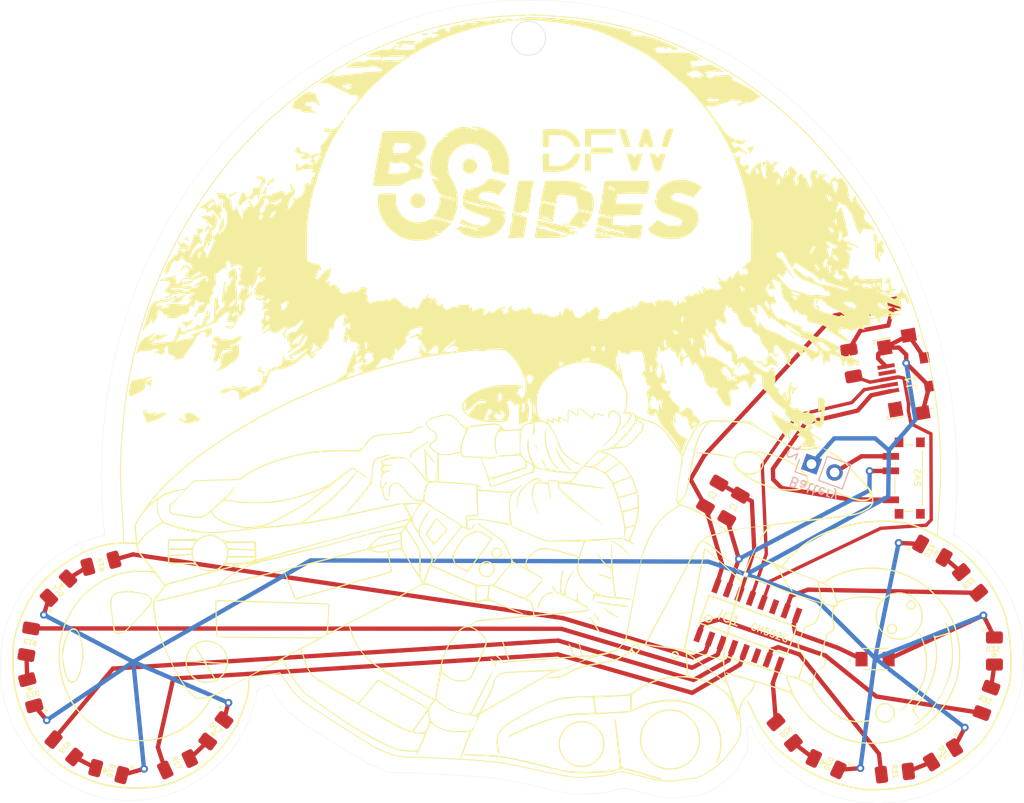
<source format=kicad_pcb>
(kicad_pcb (version 20171130) (host pcbnew "(5.1.0)-1")
  (title_block (title "BSides DFW 2019 Badge") (date 2019-09-19) (company "Design by @alt_bier (a.k.a. Richard Gowen)"))
  (layers (0 F.Cu signal) (31 B.Cu signal) (34 B.Paste user) (35 F.Paste user) (36 B.SilkS user) (37 F.SilkS user) (38 B.Mask user) (39 F.Mask user) (44 Edge.Cuts user))
  (net 0 "")
  (net 1 VCC)
  (net 2 GND)
  (net 3 3V3)
  (net 4 "Net-(D14-Pad2)")
  (net 5 "Net-(D15-Pad2)")
  (net 6 "Net-(D16-Pad2)")
  (net 7 "Net-(D17-Pad2)")
  (net 8 "Net-(D30-Pad2)")
  (net 9 "Net-(D31-Pad2)")
  (net 10 "Net-(D32-Pad2)")
  (net 11 "Net-(D33-Pad2)")
  (net 12 D-)
  (net 13 D+)
  (net 14 P3.4)
  (net 15 P3.3)
  (net 16 P1.1)
  (net 17 P3.0)
  (net 18 P3.1)
  (net 19 RST)
  (net 20 P1.7)
  (net 21 P1.6)
  (net 22 P1.5)
  (net 23 P1.4)
  (net 24 P3.2)
  (net 25 "Net-(J1-Pad4)")
  (net 26 "Net-(R1-Pad2)")
  (net 27 USB-PWR)
  (net 28 BAT-PWR)
  (module BSidesDFW_2019:Akira_Badge_Art_150ppi_to_700dpi (layer F.Cu) (at 109.62 92.93)
    (fp_text reference G*** hide)
    (fp_text value LOGO hide)
  )
  (module BSidesDFW_2019:C_1206_3216Metric (layer F.Cu) (at 132.54 104 240)
    (fp_text reference C1 (at 0.05 -0.025 330 unlocked) (layer F.SilkS) (effects (font (size 0.5 0.5) (thickness 0.1))))
    (fp_text value 0.1uF/100nF)
    (pad 2 smd roundrect (at 1.4 0 240) (size 1.25 1.75) (layers F.Cu F.Paste F.Mask) (roundrect_rratio 0.2) (net 1 VCC))
    (pad 1 smd roundrect (at -1.4 0 240) (size 1.25 1.75) (layers F.Cu F.Paste F.Mask) (roundrect_rratio 0.2) (net 2 GND))
  )
  (module BSidesDFW_2019:C_1206_3216Metric (layer F.Cu) (at 130.33 102.75 240)
    (fp_text reference C2 (at 0.05 -0.025 330 unlocked) (layer F.SilkS) (effects (font (size 0.5 0.5) (thickness 0.1))))
    (fp_text value 0.1uF/100nF)
    (pad 2 smd roundrect (at 1.4 0 240) (size 1.25 1.75) (layers F.Cu F.Paste F.Mask) (roundrect_rratio 0.2) (net 3 3V3))
    (pad 1 smd roundrect (at -1.4 0 240) (size 1.25 1.75) (layers F.Cu F.Paste F.Mask) (roundrect_rratio 0.2) (net 2 GND))
  )
  (module BSidesDFW_2019:Pin_Header_Straight_1x02_Pitch2.54mm (layer F.Cu) (at 140.6 99.57 70)
    (fp_text reference J2 (at 1.525 -2.175 70 unlocked) (layer B.SilkS) (effects (justify left mirror)))
    (fp_text value Battery)
    (fp_text user Battery (at -2.36 1.1 160 unlocked) (layer B.SilkS) (effects (justify mirror)))
    (pad 1 thru_hole rect (at 0 0 70) (size 1.7 1.7) (drill 1) (layers *.Cu *.Mask) (net 2 GND))
    (pad 2 thru_hole oval (at 0 2.54 70) (size 1.7 1.7) (drill 1) (layers *.Cu *.Mask) (net 28 BAT-PWR))
  )
  (module BSidesDFW_2019:USB_Micro-B_Jing (layer F.Cu) (at 150.61 90.38 100)
    (fp_text reference J1 (at -1.725 0.175 100 unlocked) (layer F.SilkS) (effects (justify left)))
    (fp_text value USB_B_Micro)
    (pad 6 smd rect (at -3.25 -1.9 100) (size 1.5 1.4) (layers F.Cu F.Paste F.Mask))
    (pad 6 smd rect (at 3.25 -1.9 100) (size 1.5 1.4) (layers F.Cu F.Paste F.Mask) (net 2 GND))
    (pad 3 smd rect (at 0 -2.1 100) (size 0.4 1.8) (layers F.Cu F.Paste F.Mask) (net 13 D+))
    (pad 2 smd rect (at -0.65 -2.1 100) (size 0.4 1.8) (layers F.Cu F.Paste F.Mask) (net 12 D-))
    (pad 4 smd rect (at 0.65 -2.1 100) (size 0.4 1.8) (layers F.Cu F.Paste F.Mask) (net 25 "Net-(J1-Pad4)"))
    (pad 1 smd rect (at -1.3 -2.1 100) (size 0.4 1.8) (layers F.Cu F.Paste F.Mask) (net 27 USB-PWR))
    (pad 5 smd rect (at 1.3 -2.1 100) (size 0.4 1.8) (layers F.Cu F.Paste F.Mask) (net 2 GND))
    (pad "" np_thru_hole circle (at -2 -1.45 100) (size 0.5 0.5) (drill 0.5) (layers *.Cu *.Mask))
    (pad "" np_thru_hole circle (at 2 -1.45 100) (size 0.5 0.5) (drill 0.5) (layers *.Cu *.Mask))
    (pad 6 smd rect (at -4.075 0.77 100) (size 1.35 1.5) (layers F.Cu F.Paste F.Mask) (net 2 GND))
    (pad 6 smd rect (at 4.075 0.77 100) (size 1.35 1.5) (layers F.Cu F.Paste F.Mask) (net 2 GND))
    (pad 6 smd rect (at -1.5 1.95 100) (size 1.1 1) (layers F.Cu F.Paste F.Mask) (net 2 GND))
    (pad 6 smd rect (at 1.5 1.95 100) (size 1.1 1) (layers F.Cu F.Paste F.Mask) (net 2 GND))
  )
  (module BSidesDFW_2019:SOIC-16_3.9x9.9mm_Pitch1.27mm (layer F.Cu) (at 134.02 116.23 70)
    (fp_text reference IC1 (at 0 -3.375 -20 unlocked) (layer F.SilkS) (effects (justify left)))
    (fp_text value CH552G)
    (fp_text user CH552G (at 0.009466 0.230674 -20 unlocked) (layer F.SilkS) (effects (font (size 0.7 0.7) (thickness 0.12)) (justify left)))
    (pad 1 smd rect (at -2.7 -4.445 70) (size 1.5 0.6) (layers F.Cu F.Paste F.Mask) (net 24 P3.2))
    (pad 2 smd rect (at -2.7 -3.175 70) (size 1.5 0.6) (layers F.Cu F.Paste F.Mask) (net 23 P1.4))
    (pad 3 smd rect (at -2.7 -1.905 70) (size 1.5 0.6) (layers F.Cu F.Paste F.Mask) (net 22 P1.5))
    (pad 4 smd rect (at -2.7 -0.635 70) (size 1.5 0.6) (layers F.Cu F.Paste F.Mask) (net 21 P1.6))
    (pad 5 smd rect (at -2.7 0.635 70) (size 1.5 0.6) (layers F.Cu F.Paste F.Mask) (net 20 P1.7))
    (pad 6 smd rect (at -2.7 1.905 70) (size 1.5 0.6) (layers F.Cu F.Paste F.Mask) (net 19 RST))
    (pad 7 smd rect (at -2.7 3.175 70) (size 1.5 0.6) (layers F.Cu F.Paste F.Mask) (net 18 P3.1))
    (pad 8 smd rect (at -2.7 4.445 70) (size 1.5 0.6) (layers F.Cu F.Paste F.Mask) (net 17 P3.0))
    (pad 9 smd rect (at 2.7 4.445 70) (size 1.5 0.6) (layers F.Cu F.Paste F.Mask) (net 16 P1.1))
    (pad 10 smd rect (at 2.7 3.175 70) (size 1.5 0.6) (layers F.Cu F.Paste F.Mask) (net 15 P3.3))
    (pad 11 smd rect (at 2.7 1.905 70) (size 1.5 0.6) (layers F.Cu F.Paste F.Mask) (net 14 P3.4))
    (pad 12 smd rect (at 2.7 0.635 70) (size 1.5 0.6) (layers F.Cu F.Paste F.Mask) (net 13 D+))
    (pad 13 smd rect (at 2.7 -0.635 70) (size 1.5 0.6) (layers F.Cu F.Paste F.Mask) (net 12 D-))
    (pad 14 smd rect (at 2.7 -1.905 70) (size 1.5 0.6) (layers F.Cu F.Paste F.Mask) (net 2 GND))
    (pad 15 smd rect (at 2.7 -3.175 70) (size 1.5 0.6) (layers F.Cu F.Paste F.Mask) (net 1 VCC))
    (pad 16 smd rect (at 2.7 -4.445 70) (size 1.5 0.6) (layers F.Cu F.Paste F.Mask) (net 3 3V3))
  )
  (module BSidesDFW_2019:SW_SPDT_PCM12_C136659 (layer F.Cu) (at 150.64 101.02 90)
    (fp_text reference SW2 (at -0.925 0.95 90 unlocked) (layer F.SilkS) (effects (font (size 0.6 0.6) (thickness 0.1)) (justify left)))
    (fp_text value SW_SPDT_C136659)
    (pad "" np_thru_hole circle (at -1.5 0.03 90) (size 0.9 0.9) (drill 0.9) (layers *.Cu *.Mask))
    (pad "" np_thru_hole circle (at 1.5 0.03 90) (size 0.9 0.9) (drill 0.9) (layers *.Cu *.Mask))
    (pad 1 smd rect (at -2.25 -1.83 90) (size 0.7 1.7) (layers F.Cu F.Paste F.Mask) (net 27 USB-PWR))
    (pad 2 smd rect (at 0.75 -1.83 90) (size 0.7 1.7) (layers F.Cu F.Paste F.Mask) (net 1 VCC))
    (pad 3 smd rect (at 2.25 -1.83 90) (size 0.7 1.7) (layers F.Cu F.Paste F.Mask) (net 28 BAT-PWR))
    (pad "" smd rect (at -3.7 1.23 90) (size 1 0.9) (layers F.Cu F.Paste F.Mask))
    (pad "" smd rect (at 3.7 1.23 90) (size 1 0.9) (layers F.Cu F.Paste F.Mask))
    (pad "" smd rect (at 3.7 -0.98 90) (size 1 0.9) (layers F.Cu F.Paste F.Mask))
    (pad "" smd rect (at -3.7 -0.98 90) (size 1 0.9) (layers F.Cu F.Paste F.Mask))
  )
  (module BSidesDFW_2019:Outlines_150ppi_to_700dpi (layer F.Cu) (at 109.57 93.09)
    (fp_text reference G*** hide)
    (fp_text value LOGO hide)
  )
  (module BSidesDFW_2019:LED_1206_3216Metric (layer F.Cu) (at 78.98 127.17 233)
    (fp_text reference D17 (at -0.2 0.95 323 unlocked) (layer F.SilkS) (effects (font (size 0.5 0.5) (thickness 0.1)) (justify left)))
    (fp_text value Red)
    (pad 2 smd roundrect (at 1.4 0 233) (size 1.25 1.75) (layers F.Cu F.Paste F.Mask) (roundrect_rratio 0.2) (net 7 "Net-(D17-Pad2)"))
    (pad 1 smd roundrect (at -1.4 0 233) (size 1.25 1.75) (layers F.Cu F.Paste F.Mask) (roundrect_rratio 0.2) (net 2 GND))
  )
  (module BSidesDFW_2019:LED_1206_3216Metric (layer F.Cu) (at 62.7 112.42 45)
    (fp_text reference D14 (at -0.2 0.95 135 unlocked) (layer F.SilkS) (effects (font (size 0.5 0.5) (thickness 0.1)) (justify left)))
    (fp_text value Red)
    (pad 2 smd roundrect (at 1.4 0 45) (size 1.25 1.75) (layers F.Cu F.Paste F.Mask) (roundrect_rratio 0.2) (net 4 "Net-(D14-Pad2)"))
    (pad 1 smd roundrect (at -1.4 0 45) (size 1.25 1.75) (layers F.Cu F.Paste F.Mask) (roundrect_rratio 0.2) (net 2 GND))
  )
  (module BSidesDFW_2019:LED_1206_3216Metric (layer F.Cu) (at 59.83 123.24 105)
    (fp_text reference D15 (at -0.2 0.95 195 unlocked) (layer F.SilkS) (effects (font (size 0.5 0.5) (thickness 0.1)) (justify left)))
    (fp_text value Red)
    (pad 2 smd roundrect (at 1.4 0 105) (size 1.25 1.75) (layers F.Cu F.Paste F.Mask) (roundrect_rratio 0.2) (net 5 "Net-(D15-Pad2)"))
    (pad 1 smd roundrect (at -1.4 0 105) (size 1.25 1.75) (layers F.Cu F.Paste F.Mask) (roundrect_rratio 0.2) (net 2 GND))
  )
  (module BSidesDFW_2019:LED_1206_3216Metric (layer F.Cu) (at 67.9 131.4 165)
    (fp_text reference D16 (at -0.2 0.95 255 unlocked) (layer F.SilkS) (effects (font (size 0.5 0.5) (thickness 0.1)) (justify left)))
    (fp_text value Red)
    (pad 2 smd roundrect (at 1.4 0 165) (size 1.25 1.75) (layers F.Cu F.Paste F.Mask) (roundrect_rratio 0.2) (net 6 "Net-(D16-Pad2)"))
    (pad 1 smd roundrect (at -1.4 0 165) (size 1.25 1.75) (layers F.Cu F.Paste F.Mask) (roundrect_rratio 0.2) (net 2 GND))
  )
  (module BSidesDFW_2019:LED_1206_3216Metric (layer F.Cu) (at 142.11 130.63 155)
    (fp_text reference D30 (at -0.2 0.95 245 unlocked) (layer F.SilkS) (effects (font (size 0.5 0.5) (thickness 0.1)) (justify left)))
    (fp_text value Blue)
    (pad 2 smd roundrect (at 1.4 0 155) (size 1.25 1.75) (layers F.Cu F.Paste F.Mask) (roundrect_rratio 0.2) (net 8 "Net-(D30-Pad2)"))
    (pad 1 smd roundrect (at -1.4 0 155) (size 1.25 1.75) (layers F.Cu F.Paste F.Mask) (roundrect_rratio 0.2) (net 2 GND))
  )
  (module BSidesDFW_2019:LED_1206_3216Metric (layer F.Cu) (at 154.21 129.67 212)
    (fp_text reference D31 (at -0.2 0.95 302 unlocked) (layer F.SilkS) (effects (font (size 0.5 0.5) (thickness 0.1)) (justify left)))
    (fp_text value Blue)
    (pad 2 smd roundrect (at 1.4 0 212) (size 1.25 1.75) (layers F.Cu F.Paste F.Mask) (roundrect_rratio 0.2) (net 9 "Net-(D31-Pad2)"))
    (pad 1 smd roundrect (at -1.4 0 212) (size 1.25 1.75) (layers F.Cu F.Paste F.Mask) (roundrect_rratio 0.2) (net 2 GND))
  )
  (module BSidesDFW_2019:LED_1206_3216Metric (layer F.Cu) (at 159.53 118.92 270)
    (fp_text reference D32 (at -0.2 0.95 unlocked) (layer F.SilkS) (effects (font (size 0.5 0.5) (thickness 0.1)) (justify left)))
    (fp_text value Blue)
    (pad 2 smd roundrect (at 1.4 0 270) (size 1.25 1.75) (layers F.Cu F.Paste F.Mask) (roundrect_rratio 0.2) (net 10 "Net-(D32-Pad2)"))
    (pad 1 smd roundrect (at -1.4 0 270) (size 1.25 1.75) (layers F.Cu F.Paste F.Mask) (roundrect_rratio 0.2) (net 2 GND))
  )
  (module BSidesDFW_2019:LED_1206_3216Metric (layer F.Cu) (at 153.11 108.54 330)
    (fp_text reference D33 (at -0.2 0.95 60 unlocked) (layer F.SilkS) (effects (font (size 0.5 0.5) (thickness 0.1)) (justify left)))
    (fp_text value Blue)
    (pad 2 smd roundrect (at 1.4 0 330) (size 1.25 1.75) (layers F.Cu F.Paste F.Mask) (roundrect_rratio 0.2) (net 11 "Net-(D33-Pad2)"))
    (pad 1 smd roundrect (at -1.4 0 330) (size 1.25 1.75) (layers F.Cu F.Paste F.Mask) (roundrect_rratio 0.2) (net 2 GND))
  )
  (module BSidesDFW_2019:R_1206_3216Metric (layer F.Cu) (at 144.72 89.11 100)
    (fp_text reference R1 (at 0 0.95 -170 unlocked) (layer F.SilkS) (effects (font (size 0.5 0.5) (thickness 0.1)) (justify left)))
    (fp_text value "10k ohms")
    (pad 2 smd roundrect (at 1.4 0 100) (size 1.25 1.75) (layers F.Cu F.Paste F.Mask) (roundrect_rratio 0.2) (net 26 "Net-(R1-Pad2)"))
    (pad 1 smd roundrect (at -1.4 0 100) (size 1.25 1.75) (layers F.Cu F.Paste F.Mask) (roundrect_rratio 0.2) (net 13 D+))
  )
  (module BSidesDFW_2019:R_1206_3216Metric (layer F.Cu) (at 67.08 109.84 15)
    (fp_text reference R14 (at 0 0.95 105 unlocked) (layer F.SilkS) (effects (font (size 0.5 0.5) (thickness 0.1)) (justify left)))
    (fp_text value "330 ohms")
    (pad 2 smd roundrect (at 1.4 0 15) (size 1.25 1.75) (layers F.Cu F.Paste F.Mask) (roundrect_rratio 0.2) (net 23 P1.4))
    (pad 1 smd roundrect (at -1.4 0 15) (size 1.25 1.75) (layers F.Cu F.Paste F.Mask) (roundrect_rratio 0.2) (net 4 "Net-(D14-Pad2)"))
  )
  (module BSidesDFW_2019:R_1206_3216Metric (layer F.Cu) (at 59.62 117.96 80)
    (fp_text reference R15 (at 0 0.95 170 unlocked) (layer F.SilkS) (effects (font (size 0.5 0.5) (thickness 0.1)) (justify left)))
    (fp_text value "330 ohms")
    (pad 2 smd roundrect (at 1.4 0 80) (size 1.25 1.75) (layers F.Cu F.Paste F.Mask) (roundrect_rratio 0.2) (net 22 P1.5))
    (pad 1 smd roundrect (at -1.4 0 80) (size 1.25 1.75) (layers F.Cu F.Paste F.Mask) (roundrect_rratio 0.2) (net 5 "Net-(D15-Pad2)"))
  )
  (module BSidesDFW_2019:R_1206_3216Metric (layer F.Cu) (at 63.26 128.99 140)
    (fp_text reference R16 (at 0 0.95 230 unlocked) (layer F.SilkS) (effects (font (size 0.5 0.5) (thickness 0.1)) (justify left)))
    (fp_text value "330 ohms")
    (pad 2 smd roundrect (at 1.4 0 140) (size 1.25 1.75) (layers F.Cu F.Paste F.Mask) (roundrect_rratio 0.2) (net 21 P1.6))
    (pad 1 smd roundrect (at -1.4 0 140) (size 1.25 1.75) (layers F.Cu F.Paste F.Mask) (roundrect_rratio 0.2) (net 6 "Net-(D16-Pad2)"))
  )
  (module BSidesDFW_2019:R_1206_3216Metric (layer F.Cu) (at 75.01 130.65 205)
    (fp_text reference R17 (at 0 0.95 295 unlocked) (layer F.SilkS) (effects (font (size 0.5 0.5) (thickness 0.1)) (justify left)))
    (fp_text value "330 ohms")
    (pad 2 smd roundrect (at 1.4 0 205) (size 1.25 1.75) (layers F.Cu F.Paste F.Mask) (roundrect_rratio 0.2) (net 20 P1.7))
    (pad 1 smd roundrect (at -1.4 0 205) (size 1.25 1.75) (layers F.Cu F.Paste F.Mask) (roundrect_rratio 0.2) (net 7 "Net-(D17-Pad2)"))
  )
  (module BSidesDFW_2019:R_1206_3216Metric (layer F.Cu) (at 137.83 127.36 130)
    (fp_text reference R30 (at 0 0.95 220 unlocked) (layer F.SilkS) (effects (font (size 0.5 0.5) (thickness 0.1)) (justify left)))
    (fp_text value "330 ohms")
    (pad 2 smd roundrect (at 1.4 0 130) (size 1.25 1.75) (layers F.Cu F.Paste F.Mask) (roundrect_rratio 0.2) (net 17 P3.0))
    (pad 1 smd roundrect (at -1.4 0 130) (size 1.25 1.75) (layers F.Cu F.Paste F.Mask) (roundrect_rratio 0.2) (net 8 "Net-(D30-Pad2)"))
  )
  (module BSidesDFW_2019:R_1206_3216Metric (layer F.Cu) (at 149.23 131.55 187)
    (fp_text reference R31 (at 0 0.95 277 unlocked) (layer F.SilkS) (effects (font (size 0.5 0.5) (thickness 0.1)) (justify left)))
    (fp_text value "330 ohms")
    (pad 2 smd roundrect (at 1.4 0 187) (size 1.25 1.75) (layers F.Cu F.Paste F.Mask) (roundrect_rratio 0.2) (net 18 P3.1))
    (pad 1 smd roundrect (at -1.4 0 187) (size 1.25 1.75) (layers F.Cu F.Paste F.Mask) (roundrect_rratio 0.2) (net 9 "Net-(D31-Pad2)"))
  )
  (module BSidesDFW_2019:R_1206_3216Metric (layer F.Cu) (at 158.71 124.03 250)
    (fp_text reference R32 (at 0 0.95 340 unlocked) (layer F.SilkS) (effects (font (size 0.5 0.5) (thickness 0.1)) (justify left)))
    (fp_text value "330 ohms")
    (pad 2 smd roundrect (at 1.4 0 250) (size 1.25 1.75) (layers F.Cu F.Paste F.Mask) (roundrect_rratio 0.2) (net 24 P3.2))
    (pad 1 smd roundrect (at -1.4 0 250) (size 1.25 1.75) (layers F.Cu F.Paste F.Mask) (roundrect_rratio 0.2) (net 10 "Net-(D32-Pad2)"))
  )
  (module BSidesDFW_2019:R_1206_3216Metric (layer F.Cu) (at 157 111.83 310)
    (fp_text reference R33 (at 0 0.95 40 unlocked) (layer F.SilkS) (effects (font (size 0.5 0.5) (thickness 0.1)) (justify left)))
    (fp_text value "330 ohms")
    (pad 2 smd roundrect (at 1.4 0 310) (size 1.25 1.75) (layers F.Cu F.Paste F.Mask) (roundrect_rratio 0.2) (net 15 P3.3))
    (pad 1 smd roundrect (at -1.4 0 310) (size 1.25 1.75) (layers F.Cu F.Paste F.Mask) (roundrect_rratio 0.2) (net 11 "Net-(D33-Pad2)"))
  )
  (module BSidesDFW_2019:TS2306A240GFMSM9_C388290 (layer F.Cu) (at 147.73 83.25 10)
    (fp_text reference SW1 (at 0 -2 10) (layer F.SilkS) (effects (font (size 1.27 1.27) (thickness 0.254))))
    (fp_text value TS2306A hide)
    (pad 2 smd rect (at 1.4 0 10) (size 1.25 1.5) (layers F.Cu F.Paste F.Mask) (net 26 "Net-(R1-Pad2)"))
    (pad 1 smd rect (at -1.4 0 10) (size 1.25 1.5) (layers F.Cu F.Paste F.Mask) (net 3 3V3))
  )
  (module BSidesDFW_2019:TS2306A240GFMSM9_C388290 (layer F.Cu) (at 147.18 119.76)
    (fp_text reference SW11 hide)
    (fp_text value TS2306A hide)
    (pad 2 smd rect (at 1.4 0) (size 1.25 1.5) (layers F.Cu F.Paste F.Mask) (net 2 GND))
    (pad 1 smd rect (at -1.4 0) (size 1.25 1.5) (layers F.Cu F.Paste F.Mask) (net 16 P1.1))
  )
  (gr_circle (center 111.316669 55.49) (end 113.079291 55.44) (layer Edge.Cuts) (width 0.05))
  (gr_line (start 119.313265 52.317211) (end 119.252268 52.305023) (layer Edge.Cuts) (width 0.0152))
  (gr_line (start 120.5463 52.58483) (end 120.496186 52.57316) (layer Edge.Cuts) (width 0.0152))
  (gr_line (start 120.224702 52.511112) (end 120.164146 52.497542) (layer Edge.Cuts) (width 0.0152))
  (gr_line (start 120.746543 52.632138) (end 120.696514 52.620217) (layer Edge.Cuts) (width 0.0152))
  (gr_line (start 120.696514 52.620217) (end 120.646463 52.608358) (layer Edge.Cuts) (width 0.0152))
  (gr_line (start 118.456708 52.155028) (end 118.395312 52.144143) (layer Edge.Cuts) (width 0.0152))
  (gr_line (start 118.579414 52.177079) (end 118.518075 52.166007) (layer Edge.Cuts) (width 0.0152))
  (gr_line (start 118.640725 52.188244) (end 118.579414 52.177079) (layer Edge.Cuts) (width 0.0152))
  (gr_line (start 118.702008 52.199503) (end 118.640725 52.188244) (layer Edge.Cuts) (width 0.0152))
  (gr_line (start 118.763262 52.210856) (end 118.702008 52.199503) (layer Edge.Cuts) (width 0.0152))
  (gr_line (start 118.824488 52.222301) (end 118.763262 52.210856) (layer Edge.Cuts) (width 0.0152))
  (gr_line (start 120.596392 52.596563) (end 120.5463 52.58483) (layer Edge.Cuts) (width 0.0152))
  (gr_line (start 118.885685 52.23384) (end 118.824488 52.222301) (layer Edge.Cuts) (width 0.0152))
  (gr_line (start 118.946854 52.245471) (end 118.885685 52.23384) (layer Edge.Cuts) (width 0.0152))
  (gr_line (start 119.739426 52.40512) (end 119.678633 52.392285) (layer Edge.Cuts) (width 0.0152))
  (gr_line (start 119.069106 52.269013) (end 119.007994 52.257196) (layer Edge.Cuts) (width 0.0152))
  (gr_line (start 119.617811 52.379542) (end 119.55696 52.366891) (layer Edge.Cuts) (width 0.0152))
  (gr_line (start 119.130189 52.280924) (end 119.069106 52.269013) (layer Edge.Cuts) (width 0.0152))
  (gr_line (start 121.195865 52.742242) (end 121.146025 52.729759) (layer Edge.Cuts) (width 0.0152))
  (gr_line (start 119.252268 52.305023) (end 119.191243 52.292927) (layer Edge.Cuts) (width 0.0152))
  (gr_line (start 119.435171 52.341866) (end 119.374232 52.329492) (layer Edge.Cuts) (width 0.0152))
  (gr_line (start 121.146025 52.729759) (end 121.096163 52.717338) (layer Edge.Cuts) (width 0.0152))
  (gr_line (start 119.49608 52.354332) (end 119.435171 52.341866) (layer Edge.Cuts) (width 0.0152))
  (gr_line (start 119.860922 52.431067) (end 119.800189 52.418047) (layer Edge.Cuts) (width 0.0152))
  (gr_line (start 120.84654 52.656168) (end 120.796552 52.644122) (layer Edge.Cuts) (width 0.0152))
  (gr_line (start 119.800189 52.418047) (end 119.739426 52.40512) (layer Edge.Cuts) (width 0.0152))
  (gr_line (start 120.345723 52.538527) (end 120.285227 52.524774) (layer Edge.Cuts) (width 0.0152))
  (gr_line (start 120.042946 52.470676) (end 119.982301 52.457381) (layer Edge.Cuts) (width 0.0152))
  (gr_line (start 120.496186 52.57316) (end 120.446053 52.561553) (layer Edge.Cuts) (width 0.0152))
  (gr_line (start 120.946453 52.680448) (end 120.896507 52.668277) (layer Edge.Cuts) (width 0.0152))
  (gr_line (start 120.103561 52.484063) (end 120.042946 52.470676) (layer Edge.Cuts) (width 0.0152))
  (gr_line (start 120.164146 52.497542) (end 120.103561 52.484063) (layer Edge.Cuts) (width 0.0152))
  (gr_line (start 120.285227 52.524774) (end 120.224702 52.511112) (layer Edge.Cuts) (width 0.0152))
  (gr_line (start 120.996377 52.692682) (end 120.946453 52.680448) (layer Edge.Cuts) (width 0.0152))
  (gr_line (start 119.191243 52.292927) (end 119.130189 52.280924) (layer Edge.Cuts) (width 0.0152))
  (gr_line (start 121.096163 52.717338) (end 121.046281 52.704979) (layer Edge.Cuts) (width 0.0152))
  (gr_line (start 119.55696 52.366891) (end 119.49608 52.354332) (layer Edge.Cuts) (width 0.0152))
  (gr_line (start 119.374232 52.329492) (end 119.313265 52.317211) (layer Edge.Cuts) (width 0.0152))
  (gr_line (start 121.046281 52.704979) (end 120.996377 52.692682) (layer Edge.Cuts) (width 0.0152))
  (gr_line (start 118.333484 52.13328) (end 118.271627 52.122513) (layer Edge.Cuts) (width 0.0152))
  (gr_line (start 119.007994 52.257196) (end 118.946854 52.245471) (layer Edge.Cuts) (width 0.0152))
  (gr_line (start 121.245684 52.754788) (end 121.195865 52.742242) (layer Edge.Cuts) (width 0.0152))
  (gr_line (start 118.518075 52.166007) (end 118.456708 52.155028) (layer Edge.Cuts) (width 0.0152))
  (gr_line (start 120.646463 52.608358) (end 120.596392 52.596563) (layer Edge.Cuts) (width 0.0152))
  (gr_line (start 120.896507 52.668277) (end 120.84654 52.656168) (layer Edge.Cuts) (width 0.0152))
  (gr_line (start 120.796552 52.644122) (end 120.746543 52.632138) (layer Edge.Cuts) (width 0.0152))
  (gr_line (start 119.982301 52.457381) (end 119.921626 52.444178) (layer Edge.Cuts) (width 0.0152))
  (gr_line (start 118.395312 52.144143) (end 118.333484 52.13328) (layer Edge.Cuts) (width 0.0152))
  (gr_line (start 119.678633 52.392285) (end 119.617811 52.379542) (layer Edge.Cuts) (width 0.0152))
  (gr_line (start 119.921626 52.444178) (end 119.860922 52.431067) (layer Edge.Cuts) (width 0.0152))
  (gr_line (start 120.446053 52.561553) (end 120.395898 52.550009) (layer Edge.Cuts) (width 0.0152))
  (gr_line (start 120.395898 52.550009) (end 120.345723 52.538527) (layer Edge.Cuts) (width 0.0152))
  (gr_line (start 125.721375 54.165737) (end 125.63331 54.132394) (layer Edge.Cuts) (width 0.0152))
  (gr_line (start 125.191744 53.968688) (end 125.103184 53.936549) (layer Edge.Cuts) (width 0.0152))
  (gr_line (start 125.280222 54.001027) (end 125.191744 53.968688) (layer Edge.Cuts) (width 0.0152))
  (gr_line (start 122.284484 53.031894) (end 122.198687 53.00788) (layer Edge.Cuts) (width 0.0152))
  (gr_line (start 123.732723 53.468361) (end 123.64808 53.44122) (layer Edge.Cuts) (width 0.0152))
  (gr_line (start 124.070597 53.578743) (end 123.986233 53.550875) (layer Edge.Cuts) (width 0.0152))
  (gr_line (start 124.575294 53.749752) (end 124.491355 53.720799) (layer Edge.Cuts) (width 0.0152))
  (gr_line (start 125.809357 54.199279) (end 125.721375 54.165737) (layer Edge.Cuts) (width 0.0152))
  (gr_line (start 123.563368 53.414261) (end 123.478587 53.387485) (layer Edge.Cuts) (width 0.0152))
  (gr_line (start 121.643465 52.857394) (end 121.593818 52.844351) (layer Edge.Cuts) (width 0.0152))
  (gr_line (start 121.940897 52.936952) (end 121.89138 52.923538) (layer Edge.Cuts) (width 0.0152))
  (gr_line (start 121.84184 52.910185) (end 121.792279 52.896895) (layer Edge.Cuts) (width 0.0152))
  (gr_line (start 123.478587 53.387485) (end 123.393737 53.360891) (layer Edge.Cuts) (width 0.0152))
  (gr_line (start 125.63331 54.132394) (end 125.545162 54.099252) (layer Edge.Cuts) (width 0.0152))
  (gr_line (start 125.897255 54.233021) (end 125.809357 54.199279) (layer Edge.Cuts) (width 0.0152))
  (gr_line (start 124.239112 53.635023) (end 124.15489 53.606793) (layer Edge.Cuts) (width 0.0152))
  (gr_line (start 122.712471 53.154745) (end 122.627007 53.129805) (layer Edge.Cuts) (width 0.0152))
  (gr_line (start 122.198687 53.00788) (end 122.112823 52.984051) (layer Edge.Cuts) (width 0.0152))
  (gr_line (start 123.986233 53.550875) (end 123.9018 53.523189) (layer Edge.Cuts) (width 0.0152))
  (gr_line (start 122.370215 53.056094) (end 122.284484 53.031894) (layer Edge.Cuts) (width 0.0152))
  (gr_line (start 122.455879 53.080479) (end 122.370215 53.056094) (layer Edge.Cuts) (width 0.0152))
  (gr_line (start 123.138773 53.282209) (end 123.053648 53.256348) (layer Edge.Cuts) (width 0.0152))
  (gr_line (start 124.748128 53.810013) (end 124.659161 53.778885) (layer Edge.Cuts) (width 0.0152))
  (gr_line (start 124.659161 53.778885) (end 124.575294 53.749752) (layer Edge.Cuts) (width 0.0152))
  (gr_line (start 125.014542 53.904612) (end 124.925819 53.872877) (layer Edge.Cuts) (width 0.0152))
  (gr_line (start 121.295481 52.767397) (end 121.245684 52.754788) (layer Edge.Cuts) (width 0.0152))
  (gr_line (start 123.053648 53.256348) (end 122.968456 53.230671) (layer Edge.Cuts) (width 0.0152))
  (gr_line (start 123.393737 53.360891) (end 123.308817 53.33448) (layer Edge.Cuts) (width 0.0152))
  (gr_line (start 126.160445 54.335442) (end 126.072799 54.301103) (layer Edge.Cuts) (width 0.0152))
  (gr_line (start 123.223829 53.308253) (end 123.138773 53.282209) (layer Edge.Cuts) (width 0.0152))
  (gr_line (start 121.693092 52.870499) (end 121.643465 52.857394) (layer Edge.Cuts) (width 0.0152))
  (gr_line (start 121.345257 52.780067) (end 121.295481 52.767397) (layer Edge.Cuts) (width 0.0152))
  (gr_line (start 125.985069 54.266962) (end 125.897255 54.233021) (layer Edge.Cuts) (width 0.0152))
  (gr_line (start 121.444746 52.805594) (end 121.395012 52.7928) (layer Edge.Cuts) (width 0.0152))
  (gr_line (start 121.544149 52.83137) (end 121.494458 52.818451) (layer Edge.Cuts) (width 0.0152))
  (gr_line (start 122.627007 53.129805) (end 122.541477 53.105049) (layer Edge.Cuts) (width 0.0152))
  (gr_line (start 126.072799 54.301103) (end 125.985069 54.266962) (layer Edge.Cuts) (width 0.0152))
  (gr_line (start 121.792279 52.896895) (end 121.742696 52.883666) (layer Edge.Cuts) (width 0.0152))
  (gr_line (start 125.368618 54.033568) (end 125.280222 54.001027) (layer Edge.Cuts) (width 0.0152))
  (gr_line (start 126.248007 54.36998) (end 126.160445 54.335442) (layer Edge.Cuts) (width 0.0152))
  (gr_line (start 122.112823 52.984051) (end 122.026893 52.960408) (layer Edge.Cuts) (width 0.0152))
  (gr_line (start 121.593818 52.844351) (end 121.544149 52.83137) (layer Edge.Cuts) (width 0.0152))
  (gr_line (start 122.026893 52.960408) (end 121.940897 52.936952) (layer Edge.Cuts) (width 0.0152))
  (gr_line (start 123.817296 53.495684) (end 123.732723 53.468361) (layer Edge.Cuts) (width 0.0152))
  (gr_line (start 123.308817 53.33448) (end 123.223829 53.308253) (layer Edge.Cuts) (width 0.0152))
  (gr_line (start 123.64808 53.44122) (end 123.563368 53.414261) (layer Edge.Cuts) (width 0.0152))
  (gr_line (start 125.545162 54.099252) (end 125.456931 54.06631) (layer Edge.Cuts) (width 0.0152))
  (gr_line (start 121.742696 52.883666) (end 121.693092 52.870499) (layer Edge.Cuts) (width 0.0152))
  (gr_line (start 124.323264 53.663435) (end 124.239112 53.635023) (layer Edge.Cuts) (width 0.0152))
  (gr_line (start 121.89138 52.923538) (end 121.84184 52.910185) (layer Edge.Cuts) (width 0.0152))
  (gr_line (start 122.797867 53.179869) (end 122.712471 53.154745) (layer Edge.Cuts) (width 0.0152))
  (gr_line (start 125.103184 53.936549) (end 125.014542 53.904612) (layer Edge.Cuts) (width 0.0152))
  (gr_line (start 124.837014 53.841344) (end 124.748128 53.810013) (layer Edge.Cuts) (width 0.0152))
  (gr_line (start 122.968456 53.230671) (end 122.883195 53.205178) (layer Edge.Cuts) (width 0.0152))
  (gr_line (start 125.456931 54.06631) (end 125.368618 54.033568) (layer Edge.Cuts) (width 0.0152))
  (gr_line (start 121.395012 52.7928) (end 121.345257 52.780067) (layer Edge.Cuts) (width 0.0152))
  (gr_line (start 124.15489 53.606793) (end 124.070597 53.578743) (layer Edge.Cuts) (width 0.0152))
  (gr_line (start 121.494458 52.818451) (end 121.444746 52.805594) (layer Edge.Cuts) (width 0.0152))
  (gr_line (start 124.407345 53.692027) (end 124.323264 53.663435) (layer Edge.Cuts) (width 0.0152))
  (gr_line (start 122.883195 53.205178) (end 122.797867 53.179869) (layer Edge.Cuts) (width 0.0152))
  (gr_line (start 124.925819 53.872877) (end 124.837014 53.841344) (layer Edge.Cuts) (width 0.0152))
  (gr_line (start 122.541477 53.105049) (end 122.455879 53.080479) (layer Edge.Cuts) (width 0.0152))
  (gr_line (start 123.9018 53.523189) (end 123.817296 53.495684) (layer Edge.Cuts) (width 0.0152))
  (gr_line (start 124.491355 53.720799) (end 124.407345 53.692027) (layer Edge.Cuts) (width 0.0152))
  (gr_line (start 126.771592 54.581364) (end 126.684541 54.545639) (layer Edge.Cuts) (width 0.0152))
  (gr_line (start 127.741769 54.995376) (end 127.695684 54.975045) (layer Edge.Cuts) (width 0.0152))
  (gr_line (start 128.017741 55.118528) (end 127.97181 55.097864) (layer Edge.Cuts) (width 0.0152))
  (gr_line (start 128.384272 55.285834) (end 128.338546 55.264727) (layer Edge.Cuts) (width 0.0152))
  (gr_line (start 128.930963 55.543408) (end 128.885549 55.521641) (layer Edge.Cuts) (width 0.0152))
  (gr_line (start 129.355427 55.750118) (end 129.294932 55.720295) (layer Edge.Cuts) (width 0.0152))
  (gr_line (start 126.858557 54.617285) (end 126.771592 54.581364) (layer Edge.Cuts) (width 0.0152))
  (gr_line (start 127.60344 54.934551) (end 127.557279 54.914388) (layer Edge.Cuts) (width 0.0152))
  (gr_line (start 129.65719 55.900695) (end 129.596933 55.870386) (layer Edge.Cuts) (width 0.0152))
  (gr_line (start 128.338546 55.264727) (end 128.292794 55.243676) (layer Edge.Cuts) (width 0.0152))
  (gr_line (start 126.945435 54.653403) (end 126.858557 54.617285) (layer Edge.Cuts) (width 0.0152))
  (gr_line (start 127.032227 54.689718) (end 126.945435 54.653403) (layer Edge.Cuts) (width 0.0152))
  (gr_line (start 128.063648 55.139247) (end 128.017741 55.118528) (layer Edge.Cuts) (width 0.0152))
  (gr_line (start 127.292082 54.799838) (end 127.205551 54.762935) (layer Edge.Cuts) (width 0.0152))
  (gr_line (start 127.378526 54.836935) (end 127.292082 54.799838) (layer Edge.Cuts) (width 0.0152))
  (gr_line (start 127.833862 55.036204) (end 127.787828 55.015762) (layer Edge.Cuts) (width 0.0152))
  (gr_line (start 127.925853 55.077255) (end 127.87987 55.056702) (layer Edge.Cuts) (width 0.0152))
  (gr_line (start 127.87987 55.056702) (end 127.833862 55.036204) (layer Edge.Cuts) (width 0.0152))
  (gr_line (start 128.521296 55.349485) (end 128.475647 55.328213) (layer Edge.Cuts) (width 0.0152))
  (gr_line (start 128.566919 55.370812) (end 128.521296 55.349485) (layer Edge.Cuts) (width 0.0152))
  (gr_line (start 128.109528 55.160022) (end 128.063648 55.139247) (layer Edge.Cuts) (width 0.0152))
  (gr_line (start 129.294932 55.720295) (end 129.234388 55.690569) (layer Edge.Cuts) (width 0.0152))
  (gr_line (start 128.794642 55.478273) (end 128.74915 55.456671) (layer Edge.Cuts) (width 0.0152))
  (gr_line (start 129.052475 55.601979) (end 128.991742 55.572644) (layer Edge.Cuts) (width 0.0152))
  (gr_line (start 129.11316 55.631411) (end 129.052475 55.601979) (layer Edge.Cuts) (width 0.0152))
  (gr_line (start 129.234388 55.690569) (end 129.173798 55.660941) (layer Edge.Cuts) (width 0.0152))
  (gr_line (start 129.476276 55.810057) (end 129.415875 55.780039) (layer Edge.Cuts) (width 0.0152))
  (gr_line (start 127.464883 54.874228) (end 127.378526 54.836935) (layer Edge.Cuts) (width 0.0152))
  (gr_line (start 127.557279 54.914388) (end 127.511094 54.89428) (layer Edge.Cuts) (width 0.0152))
  (gr_line (start 129.536628 55.840173) (end 129.476276 55.810057) (layer Edge.Cuts) (width 0.0152))
  (gr_line (start 129.173798 55.660941) (end 129.11316 55.631411) (layer Edge.Cuts) (width 0.0152))
  (gr_line (start 128.612515 55.392195) (end 128.566919 55.370812) (layer Edge.Cuts) (width 0.0152))
  (gr_line (start 127.695684 54.975045) (end 127.649575 54.95477) (layer Edge.Cuts) (width 0.0152))
  (gr_line (start 127.787828 55.015762) (end 127.741769 54.995376) (layer Edge.Cuts) (width 0.0152))
  (gr_line (start 129.957752 56.053699) (end 129.897736 56.022905) (layer Edge.Cuts) (width 0.0152))
  (gr_line (start 127.97181 55.097864) (end 127.925853 55.077255) (layer Edge.Cuts) (width 0.0152))
  (gr_line (start 128.840109 55.49993) (end 128.794642 55.478273) (layer Edge.Cuts) (width 0.0152))
  (gr_line (start 128.703631 55.435124) (end 128.658086 55.413632) (layer Edge.Cuts) (width 0.0152))
  (gr_line (start 129.596933 55.870386) (end 129.536628 55.840173) (layer Edge.Cuts) (width 0.0152))
  (gr_line (start 129.777559 55.961606) (end 129.717399 55.931102) (layer Edge.Cuts) (width 0.0152))
  (gr_line (start 129.897736 56.022905) (end 129.837672 55.992207) (layer Edge.Cuts) (width 0.0152))
  (gr_line (start 129.415875 55.780039) (end 129.355427 55.750118) (layer Edge.Cuts) (width 0.0152))
  (gr_line (start 129.717399 55.931102) (end 129.65719 55.900695) (layer Edge.Cuts) (width 0.0152))
  (gr_line (start 129.837672 55.992207) (end 129.777559 55.961606) (layer Edge.Cuts) (width 0.0152))
  (gr_line (start 127.649575 54.95477) (end 127.60344 54.934551) (layer Edge.Cuts) (width 0.0152))
  (gr_line (start 128.201212 55.201738) (end 128.155383 55.180853) (layer Edge.Cuts) (width 0.0152))
  (gr_line (start 126.422876 54.43965) (end 126.335484 54.404716) (layer Edge.Cuts) (width 0.0152))
  (gr_line (start 126.335484 54.404716) (end 126.248007 54.36998) (layer Edge.Cuts) (width 0.0152))
  (gr_line (start 126.510183 54.474782) (end 126.422876 54.43965) (layer Edge.Cuts) (width 0.0152))
  (gr_line (start 126.597405 54.510112) (end 126.510183 54.474782) (layer Edge.Cuts) (width 0.0152))
  (gr_line (start 128.658086 55.413632) (end 128.612515 55.392195) (layer Edge.Cuts) (width 0.0152))
  (gr_line (start 126.684541 54.545639) (end 126.597405 54.510112) (layer Edge.Cuts) (width 0.0152))
  (gr_line (start 128.991742 55.572644) (end 128.930963 55.543408) (layer Edge.Cuts) (width 0.0152))
  (gr_line (start 127.118932 54.726229) (end 127.032227 54.689718) (layer Edge.Cuts) (width 0.0152))
  (gr_line (start 127.205551 54.762935) (end 127.118932 54.726229) (layer Edge.Cuts) (width 0.0152))
  (gr_line (start 128.429973 55.306996) (end 128.384272 55.285834) (layer Edge.Cuts) (width 0.0152))
  (gr_line (start 127.511094 54.89428) (end 127.464883 54.874228) (layer Edge.Cuts) (width 0.0152))
  (gr_line (start 128.155383 55.180853) (end 128.109528 55.160022) (layer Edge.Cuts) (width 0.0152))
  (gr_line (start 128.247016 55.222679) (end 128.201212 55.201738) (layer Edge.Cuts) (width 0.0152))
  (gr_line (start 128.74915 55.456671) (end 128.703631 55.435124) (layer Edge.Cuts) (width 0.0152))
  (gr_line (start 128.475647 55.328213) (end 128.429973 55.306996) (layer Edge.Cuts) (width 0.0152))
  (gr_line (start 128.885549 55.521641) (end 128.840109 55.49993) (layer Edge.Cuts) (width 0.0152))
  (gr_line (start 130.01772 56.08459) (end 129.957752 56.053699) (layer Edge.Cuts) (width 0.0152))
  (gr_line (start 128.292794 55.243676) (end 128.247016 55.222679) (layer Edge.Cuts) (width 0.0152))
  (gr_line (start 133.263514 57.945234) (end 133.197632 57.903628) (layer Edge.Cuts) (width 0.0152))
  (gr_line (start 133.788025 58.282445) (end 133.722709 58.23987) (layer Edge.Cuts) (width 0.0152))
  (gr_line (start 131.574879 56.930067) (end 131.509487 56.892851) (layer Edge.Cuts) (width 0.0152))
  (gr_line (start 133.853269 58.32514) (end 133.788025 58.282445) (layer Edge.Cuts) (width 0.0152))
  (gr_line (start 132.290011 57.347132) (end 132.225318 57.308636) (layer Edge.Cuts) (width 0.0152))
  (gr_line (start 133.460736 58.07078) (end 133.395066 58.02881) (layer Edge.Cuts) (width 0.0152))
  (gr_line (start 133.526336 58.112871) (end 133.460736 58.07078) (layer Edge.Cuts) (width 0.0152))
  (gr_line (start 133.918441 58.367955) (end 133.853269 58.32514) (layer Edge.Cuts) (width 0.0152))
  (gr_line (start 132.030853 57.193845) (end 131.965904 57.155813) (layer Edge.Cuts) (width 0.0152))
  (gr_line (start 131.444033 56.855753) (end 131.378516 56.818772) (layer Edge.Cuts) (width 0.0152))
  (gr_line (start 130.077639 56.115577) (end 130.01772 56.08459) (layer Edge.Cuts) (width 0.0152))
  (gr_line (start 131.705473 57.004849) (end 131.640208 56.9674) (layer Edge.Cuts) (width 0.0152))
  (gr_line (start 130.918153 56.563196) (end 130.852139 56.527157) (layer Edge.Cuts) (width 0.0152))
  (gr_line (start 133.591865 58.155083) (end 133.526336 58.112871) (layer Edge.Cuts) (width 0.0152))
  (gr_line (start 132.548144 57.502269) (end 132.483707 57.463311) (layer Edge.Cuts) (width 0.0152))
  (gr_line (start 134.113529 58.497122) (end 134.048572 58.453947) (layer Edge.Cuts) (width 0.0152))
  (gr_line (start 130.13751 56.146661) (end 130.077639 56.115577) (layer Edge.Cuts) (width 0.0152))
  (gr_line (start 131.900891 57.117897) (end 131.835815 57.080098) (layer Edge.Cuts) (width 0.0152))
  (gr_line (start 132.483707 57.463311) (end 132.419206 57.424469) (layer Edge.Cuts) (width 0.0152))
  (gr_line (start 133.722709 58.23987) (end 133.657322 58.197416) (layer Edge.Cuts) (width 0.0152))
  (gr_line (start 134.048572 58.453947) (end 133.983542 58.410891) (layer Edge.Cuts) (width 0.0152))
  (gr_line (start 130.197332 56.177841) (end 130.13751 56.146661) (layer Edge.Cuts) (width 0.0152))
  (gr_line (start 131.115824 56.672021) (end 131.049996 56.635628) (layer Edge.Cuts) (width 0.0152))
  (gr_line (start 132.933404 57.738425) (end 132.869356 57.698779) (layer Edge.Cuts) (width 0.0152))
  (gr_line (start 130.555237 56.366941) (end 130.495709 56.335184) (layer Edge.Cuts) (width 0.0152))
  (gr_line (start 133.197632 57.903628) (end 133.13168 57.862145) (layer Edge.Cuts) (width 0.0152))
  (gr_line (start 130.257105 56.209118) (end 130.197332 56.177841) (layer Edge.Cuts) (width 0.0152))
  (gr_line (start 132.805244 57.659247) (end 132.741066 57.619831) (layer Edge.Cuts) (width 0.0152))
  (gr_line (start 131.770676 57.042415) (end 131.705473 57.004849) (layer Edge.Cuts) (width 0.0152))
  (gr_line (start 132.354641 57.385743) (end 132.290011 57.347132) (layer Edge.Cuts) (width 0.0152))
  (gr_line (start 130.316829 56.240491) (end 130.257105 56.209118) (layer Edge.Cuts) (width 0.0152))
  (gr_line (start 130.376505 56.271959) (end 130.316829 56.240491) (layer Edge.Cuts) (width 0.0152))
  (gr_line (start 131.378516 56.818772) (end 131.312937 56.781908) (layer Edge.Cuts) (width 0.0152))
  (gr_line (start 130.614716 56.398793) (end 130.555237 56.366941) (layer Edge.Cuts) (width 0.0152))
  (gr_line (start 130.733526 56.462784) (end 130.674146 56.430741) (layer Edge.Cuts) (width 0.0152))
  (gr_line (start 131.640208 56.9674) (end 131.574879 56.930067) (layer Edge.Cuts) (width 0.0152))
  (gr_line (start 132.225318 57.308636) (end 132.16056 57.270256) (layer Edge.Cuts) (width 0.0152))
  (gr_line (start 132.869356 57.698779) (end 132.805244 57.659247) (layer Edge.Cuts) (width 0.0152))
  (gr_line (start 133.395066 58.02881) (end 133.329325 57.986961) (layer Edge.Cuts) (width 0.0152))
  (gr_line (start 131.965904 57.155813) (end 131.900891 57.117897) (layer Edge.Cuts) (width 0.0152))
  (gr_line (start 133.065658 57.820783) (end 132.999566 57.779543) (layer Edge.Cuts) (width 0.0152))
  (gr_line (start 133.13168 57.862145) (end 133.065658 57.820783) (layer Edge.Cuts) (width 0.0152))
  (gr_line (start 130.436131 56.303524) (end 130.376505 56.271959) (layer Edge.Cuts) (width 0.0152))
  (gr_line (start 131.509487 56.892851) (end 131.444033 56.855753) (layer Edge.Cuts) (width 0.0152))
  (gr_line (start 130.495709 56.335184) (end 130.436131 56.303524) (layer Edge.Cuts) (width 0.0152))
  (gr_line (start 130.674146 56.430741) (end 130.614716 56.398793) (layer Edge.Cuts) (width 0.0152))
  (gr_line (start 132.419206 57.424469) (end 132.354641 57.385743) (layer Edge.Cuts) (width 0.0152))
  (gr_line (start 133.983542 58.410891) (end 133.918441 58.367955) (layer Edge.Cuts) (width 0.0152))
  (gr_line (start 130.792857 56.494922) (end 130.733526 56.462784) (layer Edge.Cuts) (width 0.0152))
  (gr_line (start 130.852139 56.527157) (end 130.792857 56.494922) (layer Edge.Cuts) (width 0.0152))
  (gr_line (start 133.329325 57.986961) (end 133.263514 57.945234) (layer Edge.Cuts) (width 0.0152))
  (gr_line (start 133.657322 58.197416) (end 133.591865 58.155083) (layer Edge.Cuts) (width 0.0152))
  (gr_line (start 132.612516 57.541341) (end 132.548144 57.502269) (layer Edge.Cuts) (width 0.0152))
  (gr_line (start 130.984105 56.599353) (end 130.918153 56.563196) (layer Edge.Cuts) (width 0.0152))
  (gr_line (start 131.312937 56.781908) (end 131.247295 56.745161) (layer Edge.Cuts) (width 0.0152))
  (gr_line (start 131.049996 56.635628) (end 130.984105 56.599353) (layer Edge.Cuts) (width 0.0152))
  (gr_line (start 131.181591 56.708532) (end 131.115824 56.672021) (layer Edge.Cuts) (width 0.0152))
  (gr_line (start 132.16056 57.270256) (end 132.095738 57.231993) (layer Edge.Cuts) (width 0.0152))
  (gr_line (start 132.741066 57.619831) (end 132.676823 57.580528) (layer Edge.Cuts) (width 0.0152))
  (gr_line (start 131.247295 56.745161) (end 131.181591 56.708532) (layer Edge.Cuts) (width 0.0152))
  (gr_line (start 131.835815 57.080098) (end 131.770676 57.042415) (layer Edge.Cuts) (width 0.0152))
  (gr_line (start 132.095738 57.231993) (end 132.030853 57.193845) (layer Edge.Cuts) (width 0.0152))
  (gr_line (start 132.676823 57.580528) (end 132.612516 57.541341) (layer Edge.Cuts) (width 0.0152))
  (gr_line (start 132.999566 57.779543) (end 132.933404 57.738425) (layer Edge.Cuts) (width 0.0152))
  (gr_line (start 135.680303 59.590633) (end 135.620188 59.546782) (layer Edge.Cuts) (width 0.0152))
  (gr_line (start 136.809466 60.44371) (end 136.75066 60.397875) (layer Edge.Cuts) (width 0.0152))
  (gr_line (start 137.200116 60.752232) (end 137.131949 60.697887) (layer Edge.Cuts) (width 0.0152))
  (gr_line (start 135.379048 59.372436) (end 135.318595 59.329114) (layer Edge.Cuts) (width 0.0152))
  (gr_line (start 137.741968 61.192018) (end 137.674578 61.136559) (layer Edge.Cuts) (width 0.0152))
  (gr_line (start 135.015319 59.114102) (end 134.95138 59.069261) (layer Edge.Cuts) (width 0.0152))
  (gr_line (start 135.076108 59.156891) (end 135.015319 59.114102) (layer Edge.Cuts) (width 0.0152))
  (gr_line (start 135.439434 59.415863) (end 135.379048 59.372436) (layer Edge.Cuts) (width 0.0152))
  (gr_line (start 136.632838 60.306515) (end 136.573822 60.26099) (layer Edge.Cuts) (width 0.0152))
  (gr_line (start 137.674578 61.136559) (end 137.607089 61.081238) (layer Edge.Cuts) (width 0.0152))
  (gr_line (start 134.178415 58.540418) (end 134.113529 58.497122) (layer Edge.Cuts) (width 0.0152))
  (gr_line (start 135.13683 59.199787) (end 135.076108 59.156891) (layer Edge.Cuts) (width 0.0152))
  (gr_line (start 137.268187 60.806718) (end 137.200116 60.752232) (layer Edge.Cuts) (width 0.0152))
  (gr_line (start 135.258074 59.285899) (end 135.197485 59.24279) (layer Edge.Cuts) (width 0.0152))
  (gr_line (start 135.80033 59.678651) (end 135.740351 59.634589) (layer Edge.Cuts) (width 0.0152))
  (gr_line (start 136.039565 59.855949) (end 135.979859 59.811467) (layer Edge.Cuts) (width 0.0152))
  (gr_line (start 137.063685 60.643681) (end 136.995325 60.589615) (layer Edge.Cuts) (width 0.0152))
  (gr_line (start 136.926869 60.53569) (end 136.868203 60.489649) (layer Edge.Cuts) (width 0.0152))
  (gr_line (start 137.943554 61.359226) (end 137.876457 61.303352) (layer Edge.Cuts) (width 0.0152))
  (gr_line (start 138.010552 61.415238) (end 137.943554 61.359226) (layer Edge.Cuts) (width 0.0152))
  (gr_line (start 136.995325 60.589615) (end 136.926869 60.53569) (layer Edge.Cuts) (width 0.0152))
  (gr_line (start 137.336161 60.861343) (end 137.268187 60.806718) (layer Edge.Cuts) (width 0.0152))
  (gr_line (start 134.243228 58.583833) (end 134.178415 58.540418) (layer Edge.Cuts) (width 0.0152))
  (gr_line (start 134.501758 58.758688) (end 134.437234 58.714796) (layer Edge.Cuts) (width 0.0152))
  (gr_line (start 134.372638 58.671022) (end 134.307969 58.627368) (layer Edge.Cuts) (width 0.0152))
  (gr_line (start 134.759124 58.935448) (end 134.694892 58.89108) (layer Edge.Cuts) (width 0.0152))
  (gr_line (start 134.437234 58.714796) (end 134.372638 58.671022) (layer Edge.Cuts) (width 0.0152))
  (gr_line (start 135.560004 59.503036) (end 135.499753 59.459397) (layer Edge.Cuts) (width 0.0152))
  (gr_line (start 135.979859 59.811467) (end 135.920085 59.76709) (layer Edge.Cuts) (width 0.0152))
  (gr_line (start 136.099203 59.900536) (end 136.039565 59.855949) (layer Edge.Cuts) (width 0.0152))
  (gr_line (start 136.573822 60.26099) (end 136.514737 60.215569) (layer Edge.Cuts) (width 0.0152))
  (gr_line (start 138.077452 61.471387) (end 138.010552 61.415238) (layer Edge.Cuts) (width 0.0152))
  (gr_line (start 134.630587 58.84683) (end 134.566209 58.8027) (layer Edge.Cuts) (width 0.0152))
  (gr_line (start 135.499753 59.459397) (end 135.439434 59.415863) (layer Edge.Cuts) (width 0.0152))
  (gr_line (start 136.396359 60.125039) (end 136.337066 60.07993) (layer Edge.Cuts) (width 0.0152))
  (gr_line (start 136.455583 60.170252) (end 136.396359 60.125039) (layer Edge.Cuts) (width 0.0152))
  (gr_line (start 136.75066 60.397875) (end 136.691784 60.352143) (layer Edge.Cuts) (width 0.0152))
  (gr_line (start 134.95138 59.069261) (end 134.887368 59.024538) (layer Edge.Cuts) (width 0.0152))
  (gr_line (start 135.620188 59.546782) (end 135.560004 59.503036) (layer Edge.Cuts) (width 0.0152))
  (gr_line (start 137.131949 60.697887) (end 137.063685 60.643681) (layer Edge.Cuts) (width 0.0152))
  (gr_line (start 134.694892 58.89108) (end 134.630587 58.84683) (layer Edge.Cuts) (width 0.0152))
  (gr_line (start 136.158772 59.945228) (end 136.099203 59.900536) (layer Edge.Cuts) (width 0.0152))
  (gr_line (start 136.337066 60.07993) (end 136.277703 60.034925) (layer Edge.Cuts) (width 0.0152))
  (gr_line (start 136.868203 60.489649) (end 136.809466 60.44371) (layer Edge.Cuts) (width 0.0152))
  (gr_line (start 136.691784 60.352143) (end 136.632838 60.306515) (layer Edge.Cuts) (width 0.0152))
  (gr_line (start 137.471819 60.971012) (end 137.404039 60.916108) (layer Edge.Cuts) (width 0.0152))
  (gr_line (start 135.740351 59.634589) (end 135.680303 59.590633) (layer Edge.Cuts) (width 0.0152))
  (gr_line (start 134.307969 58.627368) (end 134.243228 58.583833) (layer Edge.Cuts) (width 0.0152))
  (gr_line (start 134.566209 58.8027) (end 134.501758 58.758688) (layer Edge.Cuts) (width 0.0152))
  (gr_line (start 134.887368 59.024538) (end 134.823283 58.979934) (layer Edge.Cuts) (width 0.0152))
  (gr_line (start 138.144253 61.527674) (end 138.077452 61.471387) (layer Edge.Cuts) (width 0.0152))
  (gr_line (start 135.197485 59.24279) (end 135.13683 59.199787) (layer Edge.Cuts) (width 0.0152))
  (gr_line (start 135.860241 59.722818) (end 135.80033 59.678651) (layer Edge.Cuts) (width 0.0152))
  (gr_line (start 134.823283 58.979934) (end 134.759124 58.935448) (layer Edge.Cuts) (width 0.0152))
  (gr_line (start 135.318595 59.329114) (end 135.258074 59.285899) (layer Edge.Cuts) (width 0.0152))
  (gr_line (start 137.809262 61.247616) (end 137.741968 61.192018) (layer Edge.Cuts) (width 0.0152))
  (gr_line (start 136.277703 60.034925) (end 136.218272 59.990024) (layer Edge.Cuts) (width 0.0152))
  (gr_line (start 135.920085 59.76709) (end 135.860241 59.722818) (layer Edge.Cuts) (width 0.0152))
  (gr_line (start 136.218272 59.990024) (end 136.158772 59.945228) (layer Edge.Cuts) (width 0.0152))
  (gr_line (start 137.404039 60.916108) (end 137.336161 60.861343) (layer Edge.Cuts) (width 0.0152))
  (gr_line (start 137.876457 61.303352) (end 137.809262 61.247616) (layer Edge.Cuts) (width 0.0152))
  (gr_line (start 136.514737 60.215569) (end 136.455583 60.170252) (layer Edge.Cuts) (width 0.0152))
  (gr_line (start 137.539503 61.026056) (end 137.471819 60.971012) (layer Edge.Cuts) (width 0.0152))
  (gr_line (start 137.607089 61.081238) (end 137.539503 61.026056) (layer Edge.Cuts) (width 0.0152))
  (gr_line (start 141.444407 64.604999) (end 141.383007 64.541991) (layer Edge.Cuts) (width 0.0152))
  (gr_line (start 140.893746 64.048275) (end 140.834294 63.989277) (layer Edge.Cuts) (width 0.0152))
  (gr_line (start 140.174019 63.348075) (end 140.113425 63.290495) (layer Edge.Cuts) (width 0.0152))
  (gr_line (start 141.198164 64.353731) (end 141.136336 64.291233) (layer Edge.Cuts) (width 0.0152))
  (gr_line (start 140.052736 63.233035) (end 139.991953 63.175694) (layer Edge.Cuts) (width 0.0152))
  (gr_line (start 140.535598 63.69605) (end 140.475573 63.637758) (layer Edge.Cuts) (width 0.0152))
  (gr_line (start 140.655364 63.812987) (end 140.595529 63.75446) (layer Edge.Cuts) (width 0.0152))
  (gr_line (start 141.871196 65.049604) (end 141.81055 64.98571) (layer Edge.Cuts) (width 0.0152))
  (gr_line (start 141.627964 64.794785) (end 141.566886 64.731396) (layer Edge.Cuts) (width 0.0152))
  (gr_line (start 141.074401 64.228864) (end 141.012361 64.166622) (layer Edge.Cuts) (width 0.0152))
  (gr_line (start 138.210956 61.584098) (end 138.144253 61.527674) (layer Edge.Cuts) (width 0.0152))
  (gr_line (start 141.321499 64.47911) (end 141.259885 64.416357) (layer Edge.Cuts) (width 0.0152))
  (gr_line (start 138.344063 61.697357) (end 138.277559 61.640659) (layer Edge.Cuts) (width 0.0152))
  (gr_line (start 138.410468 61.754192) (end 138.344063 61.697357) (layer Edge.Cuts) (width 0.0152))
  (gr_line (start 140.595529 63.75446) (end 140.535598 63.69605) (layer Edge.Cuts) (width 0.0152))
  (gr_line (start 138.67509 61.982893) (end 138.609085 61.925513) (layer Edge.Cuts) (width 0.0152))
  (gr_line (start 138.740995 62.040408) (end 138.67509 61.982893) (layer Edge.Cuts) (width 0.0152))
  (gr_line (start 138.8068 62.098058) (end 138.740995 62.040408) (layer Edge.Cuts) (width 0.0152))
  (gr_line (start 141.5057 64.668134) (end 141.444407 64.604999) (layer Edge.Cuts) (width 0.0152))
  (gr_line (start 138.872505 62.155844) (end 138.8068 62.098058) (layer Edge.Cuts) (width 0.0152))
  (gr_line (start 138.938108 62.213765) (end 138.872505 62.155844) (layer Edge.Cuts) (width 0.0152))
  (gr_line (start 139.069012 62.330012) (end 139.003611 62.271821) (layer Edge.Cuts) (width 0.0152))
  (gr_line (start 140.774747 63.930396) (end 140.715103 63.871633) (layer Edge.Cuts) (width 0.0152))
  (gr_line (start 139.13119 62.385543) (end 139.069012 62.330012) (layer Edge.Cuts) (width 0.0152))
  (gr_line (start 139.809041 63.004388) (end 139.747883 62.947526) (layer Edge.Cuts) (width 0.0152))
  (gr_line (start 140.23452 63.405774) (end 140.174019 63.348075) (layer Edge.Cuts) (width 0.0152))
  (gr_line (start 139.193275 62.441196) (end 139.13119 62.385543) (layer Edge.Cuts) (width 0.0152))
  (gr_line (start 139.255269 62.49697) (end 139.193275 62.441196) (layer Edge.Cuts) (width 0.0152))
  (gr_line (start 141.383007 64.541991) (end 141.321499 64.47911) (layer Edge.Cuts) (width 0.0152))
  (gr_line (start 141.931733 65.113623) (end 141.871196 65.049604) (layer Edge.Cuts) (width 0.0152))
  (gr_line (start 139.378978 62.608883) (end 139.31717 62.552866) (layer Edge.Cuts) (width 0.0152))
  (gr_line (start 139.440695 62.665022) (end 139.378978 62.608883) (layer Edge.Cuts) (width 0.0152))
  (gr_line (start 141.012361 64.166622) (end 140.953102 64.10739) (layer Edge.Cuts) (width 0.0152))
  (gr_line (start 139.563849 62.777661) (end 139.502318 62.721281) (layer Edge.Cuts) (width 0.0152))
  (gr_line (start 139.625287 62.834162) (end 139.563849 62.777661) (layer Edge.Cuts) (width 0.0152))
  (gr_line (start 142.112692 65.306435) (end 142.052482 65.242039) (layer Edge.Cuts) (width 0.0152))
  (gr_line (start 140.294925 63.463592) (end 140.23452 63.405774) (layer Edge.Cuts) (width 0.0152))
  (gr_line (start 140.415452 63.579584) (end 140.355236 63.521529) (layer Edge.Cuts) (width 0.0152))
  (gr_line (start 141.81055 64.98571) (end 141.749796 64.921942) (layer Edge.Cuts) (width 0.0152))
  (gr_line (start 141.259885 64.416357) (end 141.198164 64.353731) (layer Edge.Cuts) (width 0.0152))
  (gr_line (start 141.566886 64.731396) (end 141.5057 64.668134) (layer Edge.Cuts) (width 0.0152))
  (gr_line (start 139.502318 62.721281) (end 139.440695 62.665022) (layer Edge.Cuts) (width 0.0152))
  (gr_line (start 141.136336 64.291233) (end 141.074401 64.228864) (layer Edge.Cuts) (width 0.0152))
  (gr_line (start 142.052482 65.242039) (end 141.992162 65.177769) (layer Edge.Cuts) (width 0.0152))
  (gr_line (start 138.277559 61.640659) (end 138.210956 61.584098) (layer Edge.Cuts) (width 0.0152))
  (gr_line (start 139.747883 62.947526) (end 139.686631 62.890784) (layer Edge.Cuts) (width 0.0152))
  (gr_line (start 138.476773 61.811163) (end 138.410468 61.754192) (layer Edge.Cuts) (width 0.0152))
  (gr_line (start 138.542979 61.86827) (end 138.476773 61.811163) (layer Edge.Cuts) (width 0.0152))
  (gr_line (start 138.609085 61.925513) (end 138.542979 61.86827) (layer Edge.Cuts) (width 0.0152))
  (gr_line (start 139.003611 62.271821) (end 138.938108 62.213765) (layer Edge.Cuts) (width 0.0152))
  (gr_line (start 139.31717 62.552866) (end 139.255269 62.49697) (layer Edge.Cuts) (width 0.0152))
  (gr_line (start 139.686631 62.890784) (end 139.625287 62.834162) (layer Edge.Cuts) (width 0.0152))
  (gr_line (start 140.113425 63.290495) (end 140.052736 63.233035) (layer Edge.Cuts) (width 0.0152))
  (gr_line (start 139.870105 63.06137) (end 139.809041 63.004388) (layer Edge.Cuts) (width 0.0152))
  (gr_line (start 140.953102 64.10739) (end 140.893746 64.048275) (layer Edge.Cuts) (width 0.0152))
  (gr_line (start 139.931076 63.118472) (end 139.870105 63.06137) (layer Edge.Cuts) (width 0.0152))
  (gr_line (start 141.992162 65.177769) (end 141.931733 65.113623) (layer Edge.Cuts) (width 0.0152))
  (gr_line (start 141.749796 64.921942) (end 141.688934 64.8583) (layer Edge.Cuts) (width 0.0152))
  (gr_line (start 140.834294 63.989277) (end 140.774747 63.930396) (layer Edge.Cuts) (width 0.0152))
  (gr_line (start 139.991953 63.175694) (end 139.931076 63.118472) (layer Edge.Cuts) (width 0.0152))
  (gr_line (start 140.355236 63.521529) (end 140.294925 63.463592) (layer Edge.Cuts) (width 0.0152))
  (gr_line (start 140.475573 63.637758) (end 140.415452 63.579584) (layer Edge.Cuts) (width 0.0152))
  (gr_line (start 141.688934 64.8583) (end 141.627964 64.794785) (layer Edge.Cuts) (width 0.0152))
  (gr_line (start 140.715103 63.871633) (end 140.655364 63.812987) (layer Edge.Cuts) (width 0.0152))
  (gr_line (start 80.289479 65.740167) (end 80.233542 65.801736) (layer Edge.Cuts) (width 0.0152))
  (gr_line (start 78.327366 68.038591) (end 78.265746 68.115727) (layer Edge.Cuts) (width 0.0152))
  (gr_line (start 79.396624 66.749642) (end 79.332602 66.824283) (layer Edge.Cuts) (width 0.0152))
  (gr_line (start 80.457876 65.556121) (end 80.401646 65.617359) (layer Edge.Cuts) (width 0.0152))
  (gr_line (start 78.38913 67.961601) (end 78.327366 68.038591) (layer Edge.Cuts) (width 0.0152))
  (gr_line (start 79.679589 66.423435) (end 79.624739 66.486202) (layer Edge.Cuts) (width 0.0152))
  (gr_line (start 79.26872 66.899072) (end 79.204977 66.974009) (layer Edge.Cuts) (width 0.0152))
  (gr_line (start 78.575278 67.7315) (end 78.513086 67.808055) (layer Edge.Cuts) (width 0.0152))
  (gr_line (start 79.460785 66.675151) (end 79.396624 66.749642) (layer Edge.Cuts) (width 0.0152))
  (gr_line (start 78.637612 67.655091) (end 78.575278 67.7315) (layer Edge.Cuts) (width 0.0152))
  (gr_line (start 78.700088 67.578828) (end 78.637612 67.655091) (layer Edge.Cuts) (width 0.0152))
  (gr_line (start 78.825465 67.426741) (end 78.762706 67.502711) (layer Edge.Cuts) (width 0.0152))
  (gr_line (start 79.789589 66.298225) (end 79.734539 66.360776) (layer Edge.Cuts) (width 0.0152))
  (gr_line (start 78.888365 67.350917) (end 78.825465 67.426741) (layer Edge.Cuts) (width 0.0152))
  (gr_line (start 79.077911 67.124329) (end 79.014588 67.199711) (layer Edge.Cuts) (width 0.0152))
  (gr_line (start 79.204977 66.974009) (end 79.141374 67.049095) (layer Edge.Cuts) (width 0.0152))
  (gr_line (start 79.569988 66.549077) (end 79.515336 66.61206) (layer Edge.Cuts) (width 0.0152))
  (gr_line (start 80.066321 65.987101) (end 80.010777 66.049108) (layer Edge.Cuts) (width 0.0152))
  (gr_line (start 80.233542 65.801736) (end 80.177703 65.863415) (layer Edge.Cuts) (width 0.0152))
  (gr_line (start 80.627151 65.373067) (end 80.570629 65.433974) (layer Edge.Cuts) (width 0.0152))
  (gr_line (start 79.515336 66.61206) (end 79.460785 66.675151) (layer Edge.Cuts) (width 0.0152))
  (gr_line (start 79.624739 66.486202) (end 79.569988 66.549077) (layer Edge.Cuts) (width 0.0152))
  (gr_line (start 79.955331 66.111224) (end 79.899985 66.173449) (layer Edge.Cuts) (width 0.0152))
  (gr_line (start 79.734539 66.360776) (end 79.679589 66.423435) (layer Edge.Cuts) (width 0.0152))
  (gr_line (start 80.177703 65.863415) (end 80.121963 65.925203) (layer Edge.Cuts) (width 0.0152))
  (gr_line (start 80.854209 65.130548) (end 80.797299 65.191011) (layer Edge.Cuts) (width 0.0152))
  (gr_line (start 80.911215 65.070197) (end 80.854209 65.130548) (layer Edge.Cuts) (width 0.0152))
  (gr_line (start 80.968317 65.009957) (end 80.911215 65.070197) (layer Edge.Cuts) (width 0.0152))
  (gr_line (start 79.844737 66.235782) (end 79.789589 66.298225) (layer Edge.Cuts) (width 0.0152))
  (gr_line (start 81.1402 64.829908) (end 81.08281 64.889812) (layer Edge.Cuts) (width 0.0152))
  (gr_line (start 80.345514 65.678708) (end 80.289479 65.740167) (layer Edge.Cuts) (width 0.0152))
  (gr_line (start 80.740486 65.251585) (end 80.68377 65.312271) (layer Edge.Cuts) (width 0.0152))
  (gr_line (start 79.899985 66.173449) (end 79.844737 66.235782) (layer Edge.Cuts) (width 0.0152))
  (gr_line (start 80.514204 65.494992) (end 80.457876 65.556121) (layer Edge.Cuts) (width 0.0152))
  (gr_line (start 80.797299 65.191011) (end 80.740486 65.251585) (layer Edge.Cuts) (width 0.0152))
  (gr_line (start 80.68377 65.312271) (end 80.627151 65.373067) (layer Edge.Cuts) (width 0.0152))
  (gr_line (start 78.204268 68.193006) (end 78.142934 68.27043) (layer Edge.Cuts) (width 0.0152))
  (gr_line (start 78.265746 68.115727) (end 78.204268 68.193006) (layer Edge.Cuts) (width 0.0152))
  (gr_line (start 79.141374 67.049095) (end 79.077911 67.124329) (layer Edge.Cuts) (width 0.0152))
  (gr_line (start 81.08281 64.889812) (end 81.025515 64.949829) (layer Edge.Cuts) (width 0.0152))
  (gr_line (start 78.762706 67.502711) (end 78.700088 67.578828) (layer Edge.Cuts) (width 0.0152))
  (gr_line (start 78.451037 67.884755) (end 78.38913 67.961601) (layer Edge.Cuts) (width 0.0152))
  (gr_line (start 78.513086 67.808055) (end 78.451037 67.884755) (layer Edge.Cuts) (width 0.0152))
  (gr_line (start 81.025515 64.949829) (end 80.968317 65.009957) (layer Edge.Cuts) (width 0.0152))
  (gr_line (start 78.951406 67.27524) (end 78.888365 67.350917) (layer Edge.Cuts) (width 0.0152))
  (gr_line (start 79.014588 67.199711) (end 78.951406 67.27524) (layer Edge.Cuts) (width 0.0152))
  (gr_line (start 80.010777 66.049108) (end 79.955331 66.111224) (layer Edge.Cuts) (width 0.0152))
  (gr_line (start 79.332602 66.824283) (end 79.26872 66.899072) (layer Edge.Cuts) (width 0.0152))
  (gr_line (start 80.121963 65.925203) (end 80.066321 65.987101) (layer Edge.Cuts) (width 0.0152))
  (gr_line (start 80.570629 65.433974) (end 80.514204 65.494992) (layer Edge.Cuts) (width 0.0152))
  (gr_line (start 80.401646 65.617359) (end 80.345514 65.678708) (layer Edge.Cuts) (width 0.0152))
  (gr_line (start 84.484235 61.674833) (end 84.4193 61.730321) (layer Edge.Cuts) (width 0.0152))
  (gr_line (start 84.679611 61.509151) (end 84.614391 61.564247) (layer Edge.Cuts) (width 0.0152))
  (gr_line (start 82.5226 63.448625) (end 82.461261 63.507496) (layer Edge.Cuts) (width 0.0152))
  (gr_line (start 85.007121 61.235639) (end 84.941431 61.290078) (layer Edge.Cuts) (width 0.0152))
  (gr_line (start 82.40002 63.56649) (end 82.338877 63.625606) (layer Edge.Cuts) (width 0.0152))
  (gr_line (start 82.954705 63.039975) (end 82.892684 63.097983) (layer Edge.Cuts) (width 0.0152))
  (gr_line (start 83.203755 62.809185) (end 83.141348 62.866696) (layer Edge.Cuts) (width 0.0152))
  (gr_line (start 84.4193 61.730321) (end 84.354459 61.785941) (layer Edge.Cuts) (width 0.0152))
  (gr_line (start 84.289713 61.84169) (end 84.225063 61.897569) (layer Edge.Cuts) (width 0.0152))
  (gr_line (start 84.875835 61.344649) (end 84.810333 61.399352) (layer Edge.Cuts) (width 0.0152))
  (gr_line (start 82.645572 63.331252) (end 82.584037 63.389877) (layer Edge.Cuts) (width 0.0152))
  (gr_line (start 85.138782 61.127157) (end 85.072905 61.181332) (layer Edge.Cuts) (width 0.0152))
  (gr_line (start 81.197687 64.770116) (end 81.1402 64.829908) (layer Edge.Cuts) (width 0.0152))
  (gr_line (start 81.913638 64.042833) (end 81.853286 64.102922) (layer Edge.Cuts) (width 0.0152))
  (gr_line (start 84.354459 61.785941) (end 84.289713 61.84169) (layer Edge.Cuts) (width 0.0152))
  (gr_line (start 83.456755 62.578203) (end 83.393359 62.635757) (layer Edge.Cuts) (width 0.0152))
  (gr_line (start 81.255269 64.710437) (end 81.197687 64.770116) (layer Edge.Cuts) (width 0.0152))
  (gr_line (start 81.314618 64.649146) (end 81.255269 64.710437) (layer Edge.Cuts) (width 0.0152))
  (gr_line (start 82.83076 63.156115) (end 82.768933 63.214371) (layer Edge.Cuts) (width 0.0152))
  (gr_line (start 81.374068 64.587975) (end 81.314618 64.649146) (layer Edge.Cuts) (width 0.0152))
  (gr_line (start 83.393359 62.635757) (end 83.33006 62.693439) (layer Edge.Cuts) (width 0.0152))
  (gr_line (start 82.09529 63.863291) (end 82.03464 63.923017) (layer Edge.Cuts) (width 0.0152))
  (gr_line (start 84.549266 61.619475) (end 84.484235 61.674833) (layer Edge.Cuts) (width 0.0152))
  (gr_line (start 83.839173 62.235567) (end 83.775195 62.292352) (layer Edge.Cuts) (width 0.0152))
  (gr_line (start 81.553023 64.405179) (end 81.493271 64.465991) (layer Edge.Cuts) (width 0.0152))
  (gr_line (start 84.09605 62.009718) (end 84.031687 62.065986) (layer Edge.Cuts) (width 0.0152))
  (gr_line (start 81.433619 64.526923) (end 81.374068 64.587975) (layer Edge.Cuts) (width 0.0152))
  (gr_line (start 83.711313 62.349266) (end 83.647528 62.406308) (layer Edge.Cuts) (width 0.0152))
  (gr_line (start 82.707204 63.272749) (end 82.645572 63.331252) (layer Edge.Cuts) (width 0.0152))
  (gr_line (start 83.266858 62.751248) (end 83.203755 62.809185) (layer Edge.Cuts) (width 0.0152))
  (gr_line (start 81.493271 64.465991) (end 81.433619 64.526923) (layer Edge.Cuts) (width 0.0152))
  (gr_line (start 82.338877 63.625606) (end 82.277832 63.684844) (layer Edge.Cuts) (width 0.0152))
  (gr_line (start 84.810333 61.399352) (end 84.744925 61.454186) (layer Edge.Cuts) (width 0.0152))
  (gr_line (start 81.612876 64.344487) (end 81.553023 64.405179) (layer Edge.Cuts) (width 0.0152))
  (gr_line (start 81.732881 64.223463) (end 81.672829 64.283915) (layer Edge.Cuts) (width 0.0152))
  (gr_line (start 82.584037 63.389877) (end 82.5226 63.448625) (layer Edge.Cuts) (width 0.0152))
  (gr_line (start 82.892684 63.097983) (end 82.83076 63.156115) (layer Edge.Cuts) (width 0.0152))
  (gr_line (start 83.775195 62.292352) (end 83.711313 62.349266) (layer Edge.Cuts) (width 0.0152))
  (gr_line (start 83.141348 62.866696) (end 83.079037 62.924331) (layer Edge.Cuts) (width 0.0152))
  (gr_line (start 85.072905 61.181332) (end 85.007121 61.235639) (layer Edge.Cuts) (width 0.0152))
  (gr_line (start 83.967419 62.122384) (end 83.903248 62.178911) (layer Edge.Cuts) (width 0.0152))
  (gr_line (start 84.031687 62.065986) (end 83.967419 62.122384) (layer Edge.Cuts) (width 0.0152))
  (gr_line (start 82.461261 63.507496) (end 82.40002 63.56649) (layer Edge.Cuts) (width 0.0152))
  (gr_line (start 84.941431 61.290078) (end 84.875835 61.344649) (layer Edge.Cuts) (width 0.0152))
  (gr_line (start 81.672829 64.283915) (end 81.612876 64.344487) (layer Edge.Cuts) (width 0.0152))
  (gr_line (start 81.793034 64.163132) (end 81.732881 64.223463) (layer Edge.Cuts) (width 0.0152))
  (gr_line (start 81.853286 64.102922) (end 81.793034 64.163132) (layer Edge.Cuts) (width 0.0152))
  (gr_line (start 83.33006 62.693439) (end 83.266858 62.751248) (layer Edge.Cuts) (width 0.0152))
  (gr_line (start 81.97409 63.982864) (end 81.913638 64.042833) (layer Edge.Cuts) (width 0.0152))
  (gr_line (start 82.03464 63.923017) (end 81.97409 63.982864) (layer Edge.Cuts) (width 0.0152))
  (gr_line (start 82.156039 63.803687) (end 82.09529 63.863291) (layer Edge.Cuts) (width 0.0152))
  (gr_line (start 84.225063 61.897569) (end 84.160509 61.953579) (layer Edge.Cuts) (width 0.0152))
  (gr_line (start 83.520249 62.520777) (end 83.456755 62.578203) (layer Edge.Cuts) (width 0.0152))
  (gr_line (start 82.277832 63.684844) (end 82.216886 63.744205) (layer Edge.Cuts) (width 0.0152))
  (gr_line (start 84.744925 61.454186) (end 84.679611 61.509151) (layer Edge.Cuts) (width 0.0152))
  (gr_line (start 82.216886 63.744205) (end 82.156039 63.803687) (layer Edge.Cuts) (width 0.0152))
  (gr_line (start 83.079037 62.924331) (end 83.016823 62.982091) (layer Edge.Cuts) (width 0.0152))
  (gr_line (start 83.647528 62.406308) (end 83.58384 62.463478) (layer Edge.Cuts) (width 0.0152))
  (gr_line (start 84.614391 61.564247) (end 84.549266 61.619475) (layer Edge.Cuts) (width 0.0152))
  (gr_line (start 82.768933 63.214371) (end 82.707204 63.272749) (layer Edge.Cuts) (width 0.0152))
  (gr_line (start 83.016823 62.982091) (end 82.954705 63.039975) (layer Edge.Cuts) (width 0.0152))
  (gr_line (start 83.58384 62.463478) (end 83.520249 62.520777) (layer Edge.Cuts) (width 0.0152))
  (gr_line (start 83.903248 62.178911) (end 83.839173 62.235567) (layer Edge.Cuts) (width 0.0152))
  (gr_line (start 84.160509 61.953579) (end 84.09605 62.009718) (layer Edge.Cuts) (width 0.0152))
  (gr_line (start 88.219667 58.813674) (end 88.176517 58.843261) (layer Edge.Cuts) (width 0.0152))
  (gr_line (start 89.045684 58.261695) (end 89.001919 58.290261) (layer Edge.Cuts) (width 0.0152))
  (gr_line (start 89.308946 58.091436) (end 89.264989 58.119677) (layer Edge.Cuts) (width 0.0152))
  (gr_line (start 87.958261 58.994088) (end 87.869398 59.056058) (layer Edge.Cuts) (width 0.0152))
  (gr_line (start 85.865286 60.543362) (end 85.779911 60.610686) (layer Edge.Cuts) (width 0.0152))
  (gr_line (start 87.427212 59.369311) (end 87.339203 59.432639) (layer Edge.Cuts) (width 0.0152))
  (gr_line (start 87.515364 59.306208) (end 87.427212 59.369311) (layer Edge.Cuts) (width 0.0152))
  (gr_line (start 88.047266 58.932345) (end 87.958261 58.994088) (layer Edge.Cuts) (width 0.0152))
  (gr_line (start 88.914485 58.347557) (end 88.870816 58.376285) (layer Edge.Cuts) (width 0.0152))
  (gr_line (start 85.204752 61.073115) (end 85.138782 61.127157) (layer Edge.Cuts) (width 0.0152))
  (gr_line (start 85.355288 60.950575) (end 85.270815 61.019205) (layer Edge.Cuts) (width 0.0152))
  (gr_line (start 86.208272 60.276259) (end 86.122303 60.342705) (layer Edge.Cuts) (width 0.0152))
  (gr_line (start 89.352935 58.06325) (end 89.308946 58.091436) (layer Edge.Cuts) (width 0.0152))
  (gr_line (start 87.603659 59.243331) (end 87.515364 59.306208) (layer Edge.Cuts) (width 0.0152))
  (gr_line (start 88.306064 58.754658) (end 88.262849 58.784139) (layer Edge.Cuts) (width 0.0152))
  (gr_line (start 88.47925 58.637269) (end 88.435904 58.666536) (layer Edge.Cuts) (width 0.0152))
  (gr_line (start 89.221064 58.147972) (end 89.177171 58.176321) (layer Edge.Cuts) (width 0.0152))
  (gr_line (start 89.13331 58.204725) (end 89.089481 58.233183) (layer Edge.Cuts) (width 0.0152))
  (gr_line (start 86.122303 60.342705) (end 86.036482 60.409371) (layer Edge.Cuts) (width 0.0152))
  (gr_line (start 87.780677 59.118255) (end 87.692097 59.18068) (layer Edge.Cuts) (width 0.0152))
  (gr_line (start 89.177171 58.176321) (end 89.13331 58.204725) (layer Edge.Cuts) (width 0.0152))
  (gr_line (start 85.270815 61.019205) (end 85.204752 61.073115) (layer Edge.Cuts) (width 0.0152))
  (gr_line (start 85.439912 60.882163) (end 85.355288 60.950575) (layer Edge.Cuts) (width 0.0152))
  (gr_line (start 86.727179 59.88222) (end 86.640328 59.947339) (layer Edge.Cuts) (width 0.0152))
  (gr_line (start 85.779911 60.610686) (end 85.694686 60.678228) (layer Edge.Cuts) (width 0.0152))
  (gr_line (start 87.076039 59.623974) (end 86.988606 59.6882) (layer Edge.Cuts) (width 0.0152))
  (gr_line (start 85.950809 60.476257) (end 85.865286 60.543362) (layer Edge.Cuts) (width 0.0152))
  (gr_line (start 86.553623 60.01268) (end 86.467064 60.078243) (layer Edge.Cuts) (width 0.0152))
  (gr_line (start 88.133401 58.872903) (end 88.090317 58.902597) (layer Edge.Cuts) (width 0.0152))
  (gr_line (start 88.435904 58.666536) (end 88.392591 58.695856) (layer Edge.Cuts) (width 0.0152))
  (gr_line (start 88.870816 58.376285) (end 88.827179 58.405068) (layer Edge.Cuts) (width 0.0152))
  (gr_line (start 88.522627 58.608056) (end 88.47925 58.637269) (layer Edge.Cuts) (width 0.0152))
  (gr_line (start 86.640328 59.947339) (end 86.553623 60.01268) (layer Edge.Cuts) (width 0.0152))
  (gr_line (start 88.090317 58.902597) (end 88.047266 58.932345) (layer Edge.Cuts) (width 0.0152))
  (gr_line (start 88.740003 58.462795) (end 88.696463 58.49174) (layer Edge.Cuts) (width 0.0152))
  (gr_line (start 88.783575 58.433905) (end 88.740003 58.462795) (layer Edge.Cuts) (width 0.0152))
  (gr_line (start 89.001919 58.290261) (end 88.958186 58.318882) (layer Edge.Cuts) (width 0.0152))
  (gr_line (start 87.339203 59.432639) (end 87.251338 59.496193) (layer Edge.Cuts) (width 0.0152))
  (gr_line (start 88.176517 58.843261) (end 88.133401 58.872903) (layer Edge.Cuts) (width 0.0152))
  (gr_line (start 89.264989 58.119677) (end 89.221064 58.147972) (layer Edge.Cuts) (width 0.0152))
  (gr_line (start 86.901319 59.75265) (end 86.814176 59.817324) (layer Edge.Cuts) (width 0.0152))
  (gr_line (start 86.988606 59.6882) (end 86.901319 59.75265) (layer Edge.Cuts) (width 0.0152))
  (gr_line (start 88.696463 58.49174) (end 88.652956 58.520738) (layer Edge.Cuts) (width 0.0152))
  (gr_line (start 89.089481 58.233183) (end 89.045684 58.261695) (layer Edge.Cuts) (width 0.0152))
  (gr_line (start 88.566038 58.578896) (end 88.522627 58.608056) (layer Edge.Cuts) (width 0.0152))
  (gr_line (start 88.958186 58.318882) (end 88.914485 58.347557) (layer Edge.Cuts) (width 0.0152))
  (gr_line (start 88.262849 58.784139) (end 88.219667 58.813674) (layer Edge.Cuts) (width 0.0152))
  (gr_line (start 86.036482 60.409371) (end 85.950809 60.476257) (layer Edge.Cuts) (width 0.0152))
  (gr_line (start 85.524686 60.813967) (end 85.439912 60.882163) (layer Edge.Cuts) (width 0.0152))
  (gr_line (start 86.294388 60.210033) (end 86.208272 60.276259) (layer Edge.Cuts) (width 0.0152))
  (gr_line (start 87.251338 59.496193) (end 87.163616 59.559971) (layer Edge.Cuts) (width 0.0152))
  (gr_line (start 87.692097 59.18068) (end 87.603659 59.243331) (layer Edge.Cuts) (width 0.0152))
  (gr_line (start 88.349311 58.72523) (end 88.306064 58.754658) (layer Edge.Cuts) (width 0.0152))
  (gr_line (start 85.609611 60.745989) (end 85.524686 60.813967) (layer Edge.Cuts) (width 0.0152))
  (gr_line (start 85.694686 60.678228) (end 85.609611 60.745989) (layer Edge.Cuts) (width 0.0152))
  (gr_line (start 86.380652 60.144027) (end 86.294388 60.210033) (layer Edge.Cuts) (width 0.0152))
  (gr_line (start 88.652956 58.520738) (end 88.60948 58.54979) (layer Edge.Cuts) (width 0.0152))
  (gr_line (start 86.467064 60.078243) (end 86.380652 60.144027) (layer Edge.Cuts) (width 0.0152))
  (gr_line (start 86.814176 59.817324) (end 86.727179 59.88222) (layer Edge.Cuts) (width 0.0152))
  (gr_line (start 87.163616 59.559971) (end 87.076039 59.623974) (layer Edge.Cuts) (width 0.0152))
  (gr_line (start 88.392591 58.695856) (end 88.349311 58.72523) (layer Edge.Cuts) (width 0.0152))
  (gr_line (start 87.869398 59.056058) (end 87.780677 59.118255) (layer Edge.Cuts) (width 0.0152))
  (gr_line (start 88.60948 58.54979) (end 88.566038 58.578896) (layer Edge.Cuts) (width 0.0152))
  (gr_line (start 88.827179 58.405068) (end 88.783575 58.433905) (layer Edge.Cuts) (width 0.0152))
  (gr_line (start 91.510009 56.770115) (end 91.475878 56.789256) (layer Edge.Cuts) (width 0.0152))
  (gr_line (start 91.955241 56.524176) (end 91.920892 56.542902) (layer Edge.Cuts) (width 0.0152))
  (gr_line (start 91.339523 56.86614) (end 91.305477 56.88544) (layer Edge.Cuts) (width 0.0152))
  (gr_line (start 91.20344 56.94353) (end 91.169462 56.962957) (layer Edge.Cuts) (width 0.0152))
  (gr_line (start 90.581323 57.305827) (end 90.533402 57.334319) (layer Edge.Cuts) (width 0.0152))
  (gr_line (start 91.237436 56.924135) (end 91.20344 56.94353) (layer Edge.Cuts) (width 0.0152))
  (gr_line (start 91.169462 56.962957) (end 91.135501 56.982415) (layer Edge.Cuts) (width 0.0152))
  (gr_line (start 90.485516 57.362875) (end 90.437665 57.391494) (layer Edge.Cuts) (width 0.0152))
  (gr_line (start 90.821454 57.164321) (end 90.773358 57.192495) (layer Edge.Cuts) (width 0.0152))
  (gr_line (start 91.271448 56.904772) (end 91.237436 56.924135) (layer Edge.Cuts) (width 0.0152))
  (gr_line (start 91.680916 56.674885) (end 91.646701 56.693867) (layer Edge.Cuts) (width 0.0152))
  (gr_line (start 89.488108 57.977103) (end 89.441007 58.007041) (layer Edge.Cuts) (width 0.0152))
  (gr_line (start 89.818828 57.769283) (end 89.771474 57.798784) (layer Edge.Cuts) (width 0.0152))
  (gr_line (start 89.866217 57.739845) (end 89.818828 57.769283) (layer Edge.Cuts) (width 0.0152))
  (gr_line (start 91.544157 56.751005) (end 91.510009 56.770115) (layer Edge.Cuts) (width 0.0152))
  (gr_line (start 89.913642 57.710469) (end 89.866217 57.739845) (layer Edge.Cuts) (width 0.0152))
  (gr_line (start 90.008599 57.651907) (end 89.961102 57.681157) (layer Edge.Cuts) (width 0.0152))
  (gr_line (start 90.103699 57.593596) (end 90.056131 57.62272) (layer Edge.Cuts) (width 0.0152))
  (gr_line (start 90.151302 57.564535) (end 90.103699 57.593596) (layer Edge.Cuts) (width 0.0152))
  (gr_line (start 91.749397 56.637016) (end 91.715148 56.655934) (layer Edge.Cuts) (width 0.0152))
  (gr_line (start 90.342069 57.448921) (end 90.294324 57.47773) (layer Edge.Cuts) (width 0.0152))
  (gr_line (start 90.437665 57.391494) (end 90.389849 57.420176) (layer Edge.Cuts) (width 0.0152))
  (gr_line (start 90.533402 57.334319) (end 90.485516 57.362875) (layer Edge.Cuts) (width 0.0152))
  (gr_line (start 90.67727 57.249034) (end 90.629279 57.277399) (layer Edge.Cuts) (width 0.0152))
  (gr_line (start 91.135501 56.982415) (end 91.101557 57.001906) (layer Edge.Cuts) (width 0.0152))
  (gr_line (start 91.373587 56.846871) (end 91.339523 56.86614) (layer Edge.Cuts) (width 0.0152))
  (gr_line (start 91.612503 56.712881) (end 91.578321 56.731927) (layer Edge.Cuts) (width 0.0152))
  (gr_line (start 91.920892 56.542902) (end 91.886559 56.561661) (layer Edge.Cuts) (width 0.0152))
  (gr_line (start 90.725296 57.220733) (end 90.67727 57.249034) (layer Edge.Cuts) (width 0.0152))
  (gr_line (start 90.773358 57.192495) (end 90.725296 57.220733) (layer Edge.Cuts) (width 0.0152))
  (gr_line (start 91.03372 57.04098) (end 90.999827 57.060565) (layer Edge.Cuts) (width 0.0152))
  (gr_line (start 91.578321 56.731927) (end 91.544157 56.751005) (layer Edge.Cuts) (width 0.0152))
  (gr_line (start 91.852244 56.580452) (end 91.817945 56.599275) (layer Edge.Cuts) (width 0.0152))
  (gr_line (start 91.715148 56.655934) (end 91.680916 56.674885) (layer Edge.Cuts) (width 0.0152))
  (gr_line (start 91.989607 56.505481) (end 91.955241 56.524176) (layer Edge.Cuts) (width 0.0152))
  (gr_line (start 90.917751 57.108164) (end 90.869585 57.13621) (layer Edge.Cuts) (width 0.0152))
  (gr_line (start 90.999827 57.060565) (end 90.965951 57.080181) (layer Edge.Cuts) (width 0.0152))
  (gr_line (start 91.407667 56.827634) (end 91.373587 56.846871) (layer Edge.Cuts) (width 0.0152))
  (gr_line (start 91.783662 56.618129) (end 91.749397 56.637016) (layer Edge.Cuts) (width 0.0152))
  (gr_line (start 91.475878 56.789256) (end 91.441764 56.808429) (layer Edge.Cuts) (width 0.0152))
  (gr_line (start 91.646701 56.693867) (end 91.612503 56.712881) (layer Edge.Cuts) (width 0.0152))
  (gr_line (start 90.629279 57.277399) (end 90.581323 57.305827) (layer Edge.Cuts) (width 0.0152))
  (gr_line (start 90.869585 57.13621) (end 90.821454 57.164321) (layer Edge.Cuts) (width 0.0152))
  (gr_line (start 90.965951 57.080181) (end 90.917751 57.108164) (layer Edge.Cuts) (width 0.0152))
  (gr_line (start 91.101557 57.001906) (end 91.06763 57.021427) (layer Edge.Cuts) (width 0.0152))
  (gr_line (start 91.817945 56.599275) (end 91.783662 56.618129) (layer Edge.Cuts) (width 0.0152))
  (gr_line (start 89.396955 58.035118) (end 89.352935 58.06325) (layer Edge.Cuts) (width 0.0152))
  (gr_line (start 89.441007 58.007041) (end 89.396955 58.035118) (layer Edge.Cuts) (width 0.0152))
  (gr_line (start 89.535246 57.947227) (end 89.488108 57.977103) (layer Edge.Cuts) (width 0.0152))
  (gr_line (start 89.58242 57.917413) (end 89.535246 57.947227) (layer Edge.Cuts) (width 0.0152))
  (gr_line (start 89.961102 57.681157) (end 89.913642 57.710469) (layer Edge.Cuts) (width 0.0152))
  (gr_line (start 90.294324 57.47773) (end 90.246615 57.506602) (layer Edge.Cuts) (width 0.0152))
  (gr_line (start 91.305477 56.88544) (end 91.271448 56.904772) (layer Edge.Cuts) (width 0.0152))
  (gr_line (start 89.629629 57.887662) (end 89.58242 57.917413) (layer Edge.Cuts) (width 0.0152))
  (gr_line (start 89.676875 57.857974) (end 89.629629 57.887662) (layer Edge.Cuts) (width 0.0152))
  (gr_line (start 89.724157 57.828347) (end 89.676875 57.857974) (layer Edge.Cuts) (width 0.0152))
  (gr_line (start 89.771474 57.798784) (end 89.724157 57.828347) (layer Edge.Cuts) (width 0.0152))
  (gr_line (start 90.056131 57.62272) (end 90.008599 57.651907) (layer Edge.Cuts) (width 0.0152))
  (gr_line (start 90.198941 57.535537) (end 90.151302 57.564535) (layer Edge.Cuts) (width 0.0152))
  (gr_line (start 90.246615 57.506602) (end 90.198941 57.535537) (layer Edge.Cuts) (width 0.0152))
  (gr_line (start 91.441764 56.808429) (end 91.407667 56.827634) (layer Edge.Cuts) (width 0.0152))
  (gr_line (start 91.886559 56.561661) (end 91.852244 56.580452) (layer Edge.Cuts) (width 0.0152))
  (gr_line (start 91.06763 57.021427) (end 91.03372 57.04098) (layer Edge.Cuts) (width 0.0152))
  (gr_line (start 90.389849 57.420176) (end 90.342069 57.448921) (layer Edge.Cuts) (width 0.0152))
  (gr_line (start 93.370055 55.787968) (end 93.346155 55.799844) (layer Edge.Cuts) (width 0.0152))
  (gr_line (start 93.777499 55.588407) (end 93.753473 55.600024) (layer Edge.Cuts) (width 0.0152))
  (gr_line (start 92.915112 56.017304) (end 92.879215 56.035695) (layer Edge.Cuts) (width 0.0152))
  (gr_line (start 93.226765 55.859454) (end 93.20291 55.871422) (layer Edge.Cuts) (width 0.0152))
  (gr_line (start 93.465731 55.740615) (end 93.441801 55.75243) (layer Edge.Cuts) (width 0.0152))
  (gr_line (start 93.441801 55.75243) (end 93.417878 55.764261) (layer Edge.Cuts) (width 0.0152))
  (gr_line (start 92.023989 56.486818) (end 91.989607 56.505481) (layer Edge.Cuts) (width 0.0152))
  (gr_line (start 92.058388 56.468187) (end 92.023989 56.486818) (layer Edge.Cuts) (width 0.0152))
  (gr_line (start 92.093883 56.449006) (end 92.058388 56.468187) (layer Edge.Cuts) (width 0.0152))
  (gr_line (start 92.129396 56.42986) (end 92.093883 56.449006) (layer Edge.Cuts) (width 0.0152))
  (gr_line (start 93.825575 55.565221) (end 93.801534 55.576806) (layer Edge.Cuts) (width 0.0152))
  (gr_line (start 92.200474 56.391668) (end 92.164926 56.410747) (layer Edge.Cuts) (width 0.0152))
  (gr_line (start 93.753473 55.600024) (end 93.729454 55.611655) (layer Edge.Cuts) (width 0.0152))
  (gr_line (start 93.897743 55.530555) (end 93.87368 55.542095) (layer Edge.Cuts) (width 0.0152))
  (gr_line (start 93.393963 55.776107) (end 93.370055 55.787968) (layer Edge.Cuts) (width 0.0152))
  (gr_line (start 92.271623 56.353614) (end 92.23604 56.372624) (layer Edge.Cuts) (width 0.0152))
  (gr_line (start 92.342843 56.315696) (end 92.307224 56.334638) (layer Edge.Cuts) (width 0.0152))
  (gr_line (start 92.378478 56.296789) (end 92.342843 56.315696) (layer Edge.Cuts) (width 0.0152))
  (gr_line (start 92.414132 56.277916) (end 92.378478 56.296789) (layer Edge.Cuts) (width 0.0152))
  (gr_line (start 92.449803 56.259077) (end 92.414132 56.277916) (layer Edge.Cuts) (width 0.0152))
  (gr_line (start 92.485492 56.240273) (end 92.449803 56.259077) (layer Edge.Cuts) (width 0.0152))
  (gr_line (start 92.951027 55.998947) (end 92.915112 56.017304) (layer Edge.Cuts) (width 0.0152))
  (gr_line (start 93.681437 55.634965) (end 93.65744 55.646643) (layer Edge.Cuts) (width 0.0152))
  (gr_line (start 92.592662 56.184066) (end 92.556921 56.202767) (layer Edge.Cuts) (width 0.0152))
  (gr_line (start 92.879215 56.035695) (end 92.843335 56.054121) (layer Edge.Cuts) (width 0.0152))
  (gr_line (start 93.65744 55.646643) (end 93.633451 55.658336) (layer Edge.Cuts) (width 0.0152))
  (gr_line (start 92.664196 56.146766) (end 92.62842 56.165399) (layer Edge.Cuts) (width 0.0152))
  (gr_line (start 92.771627 56.091075) (end 92.7358 56.109604) (layer Edge.Cuts) (width 0.0152))
  (gr_line (start 92.807473 56.072581) (end 92.771627 56.091075) (layer Edge.Cuts) (width 0.0152))
  (gr_line (start 93.513614 55.71703) (end 93.489669 55.728815) (layer Edge.Cuts) (width 0.0152))
  (gr_line (start 93.921814 55.519031) (end 93.897743 55.530555) (layer Edge.Cuts) (width 0.0152))
  (gr_line (start 92.986958 55.980626) (end 92.951027 55.998947) (layer Edge.Cuts) (width 0.0152))
  (gr_line (start 93.022907 55.962338) (end 92.986958 55.980626) (layer Edge.Cuts) (width 0.0152))
  (gr_line (start 93.130857 55.907685) (end 93.094857 55.925868) (layer Edge.Cuts) (width 0.0152))
  (gr_line (start 93.274498 55.835565) (end 93.250628 55.847502) (layer Edge.Cuts) (width 0.0152))
  (gr_line (start 93.346155 55.799844) (end 93.322262 55.811736) (layer Edge.Cuts) (width 0.0152))
  (gr_line (start 93.561526 55.693506) (end 93.537566 55.705261) (layer Edge.Cuts) (width 0.0152))
  (gr_line (start 93.166875 55.889536) (end 93.130857 55.907685) (layer Edge.Cuts) (width 0.0152))
  (gr_line (start 93.20291 55.871422) (end 93.166875 55.889536) (layer Edge.Cuts) (width 0.0152))
  (gr_line (start 93.849624 55.55365) (end 93.825575 55.565221) (layer Edge.Cuts) (width 0.0152))
  (gr_line (start 93.585494 55.681768) (end 93.561526 55.693506) (layer Edge.Cuts) (width 0.0152))
  (gr_line (start 93.250628 55.847502) (end 93.226765 55.859454) (layer Edge.Cuts) (width 0.0152))
  (gr_line (start 93.87368 55.542095) (end 93.849624 55.55365) (layer Edge.Cuts) (width 0.0152))
  (gr_line (start 93.633451 55.658336) (end 93.609468 55.670044) (layer Edge.Cuts) (width 0.0152))
  (gr_line (start 92.307224 56.334638) (end 92.271623 56.353614) (layer Edge.Cuts) (width 0.0152))
  (gr_line (start 93.609468 55.670044) (end 93.585494 55.681768) (layer Edge.Cuts) (width 0.0152))
  (gr_line (start 93.801534 55.576806) (end 93.777499 55.588407) (layer Edge.Cuts) (width 0.0152))
  (gr_line (start 92.62842 56.165399) (end 92.592662 56.184066) (layer Edge.Cuts) (width 0.0152))
  (gr_line (start 92.556921 56.202767) (end 92.521198 56.221503) (layer Edge.Cuts) (width 0.0152))
  (gr_line (start 92.843335 56.054121) (end 92.807473 56.072581) (layer Edge.Cuts) (width 0.0152))
  (gr_line (start 92.7358 56.109604) (end 92.699989 56.128168) (layer Edge.Cuts) (width 0.0152))
  (gr_line (start 93.705442 55.623303) (end 93.681437 55.634965) (layer Edge.Cuts) (width 0.0152))
  (gr_line (start 92.521198 56.221503) (end 92.485492 56.240273) (layer Edge.Cuts) (width 0.0152))
  (gr_line (start 93.417878 55.764261) (end 93.393963 55.776107) (layer Edge.Cuts) (width 0.0152))
  (gr_line (start 93.537566 55.705261) (end 93.513614 55.71703) (layer Edge.Cuts) (width 0.0152))
  (gr_line (start 93.489669 55.728815) (end 93.465731 55.740615) (layer Edge.Cuts) (width 0.0152))
  (gr_line (start 92.164926 56.410747) (end 92.129396 56.42986) (layer Edge.Cuts) (width 0.0152))
  (gr_line (start 93.729454 55.611655) (end 93.705442 55.623303) (layer Edge.Cuts) (width 0.0152))
  (gr_line (start 92.23604 56.372624) (end 92.200474 56.391668) (layer Edge.Cuts) (width 0.0152))
  (gr_line (start 93.094857 55.925868) (end 93.058873 55.944086) (layer Edge.Cuts) (width 0.0152))
  (gr_line (start 92.699989 56.128168) (end 92.664196 56.146766) (layer Edge.Cuts) (width 0.0152))
  (gr_line (start 93.322262 55.811736) (end 93.298376 55.823643) (layer Edge.Cuts) (width 0.0152))
  (gr_line (start 93.058873 55.944086) (end 93.022907 55.962338) (layer Edge.Cuts) (width 0.0152))
  (gr_line (start 93.298376 55.823643) (end 93.274498 55.835565) (layer Edge.Cuts) (width 0.0152))
  (gr_line (start 96.148054 54.5331) (end 96.072976 54.563827) (layer Edge.Cuts) (width 0.0152))
  (gr_line (start 96.298402 54.472086) (end 96.223196 54.50252) (layer Edge.Cuts) (width 0.0152))
  (gr_line (start 96.750962 54.292576) (end 96.675378 54.322126) (layer Edge.Cuts) (width 0.0152))
  (gr_line (start 94.233347 55.371581) (end 94.200378 55.387036) (layer Edge.Cuts) (width 0.0152))
  (gr_line (start 94.762685 55.128214) (end 94.7295 55.143208) (layer Edge.Cuts) (width 0.0152))
  (gr_line (start 94.895556 55.06853) (end 94.862318 55.083408) (layer Edge.Cuts) (width 0.0152))
  (gr_line (start 95.177051 54.943929) (end 95.102812 54.976548) (layer Edge.Cuts) (width 0.0152))
  (gr_line (start 96.223196 54.50252) (end 96.148054 54.5331) (layer Edge.Cuts) (width 0.0152))
  (gr_line (start 94.696329 55.158231) (end 94.663172 55.173282) (layer Edge.Cuts) (width 0.0152))
  (gr_line (start 97.281792 54.089878) (end 97.205773 54.118389) (layer Edge.Cuts) (width 0.0152))
  (gr_line (start 94.266329 55.356154) (end 94.233347 55.371581) (layer Edge.Cuts) (width 0.0152))
  (gr_line (start 94.663172 55.173282) (end 94.630027 55.188362) (layer Edge.Cuts) (width 0.0152))
  (gr_line (start 96.826608 54.263174) (end 96.750962 54.292576) (layer Edge.Cuts) (width 0.0152))
  (gr_line (start 96.072976 54.563827) (end 95.997961 54.594701) (layer Edge.Cuts) (width 0.0152))
  (gr_line (start 94.365358 55.310046) (end 94.332335 55.325387) (layer Edge.Cuts) (width 0.0152))
  (gr_line (start 94.962071 55.038863) (end 94.928807 55.053682) (layer Edge.Cuts) (width 0.0152))
  (gr_line (start 96.599857 54.351823) (end 96.524399 54.381668) (layer Edge.Cuts) (width 0.0152))
  (gr_line (start 96.449003 54.41166) (end 96.373671 54.4418) (layer Edge.Cuts) (width 0.0152))
  (gr_line (start 94.862318 55.083408) (end 94.829094 55.098314) (layer Edge.Cuts) (width 0.0152))
  (gr_line (start 94.530675 55.233777) (end 94.497585 55.248973) (layer Edge.Cuts) (width 0.0152))
  (gr_line (start 96.524399 54.381668) (end 96.449003 54.41166) (layer Edge.Cuts) (width 0.0152))
  (gr_line (start 96.902317 54.233921) (end 96.826608 54.263174) (layer Edge.Cuts) (width 0.0152))
  (gr_line (start 95.325723 54.879126) (end 95.251354 54.911455) (layer Edge.Cuts) (width 0.0152))
  (gr_line (start 95.251354 54.911455) (end 95.177051 54.943929) (layer Edge.Cuts) (width 0.0152))
  (gr_line (start 95.549221 54.783008) (end 95.474656 54.814902) (layer Edge.Cuts) (width 0.0152))
  (gr_line (start 93.945892 55.507522) (end 93.921814 55.519031) (layer Edge.Cuts) (width 0.0152))
  (gr_line (start 94.497585 55.248973) (end 94.464508 55.264198) (layer Edge.Cuts) (width 0.0152))
  (gr_line (start 94.630027 55.188362) (end 94.596897 55.203472) (layer Edge.Cuts) (width 0.0152))
  (gr_line (start 93.969978 55.496028) (end 93.945892 55.507522) (layer Edge.Cuts) (width 0.0152))
  (gr_line (start 94.563779 55.21861) (end 94.530675 55.233777) (layer Edge.Cuts) (width 0.0152))
  (gr_line (start 94.002851 55.480372) (end 93.969978 55.496028) (layer Edge.Cuts) (width 0.0152))
  (gr_line (start 94.035738 55.464744) (end 94.002851 55.480372) (layer Edge.Cuts) (width 0.0152))
  (gr_line (start 94.068639 55.449145) (end 94.035738 55.464744) (layer Edge.Cuts) (width 0.0152))
  (gr_line (start 94.101553 55.433575) (end 94.068639 55.449145) (layer Edge.Cuts) (width 0.0152))
  (gr_line (start 94.134481 55.418033) (end 94.101553 55.433575) (layer Edge.Cuts) (width 0.0152))
  (gr_line (start 94.167423 55.40252) (end 94.134481 55.418033) (layer Edge.Cuts) (width 0.0152))
  (gr_line (start 94.332335 55.325387) (end 94.299325 55.340756) (layer Edge.Cuts) (width 0.0152))
  (gr_line (start 94.200378 55.387036) (end 94.167423 55.40252) (layer Edge.Cuts) (width 0.0152))
  (gr_line (start 95.848124 54.656886) (end 95.773301 54.688198) (layer Edge.Cuts) (width 0.0152))
  (gr_line (start 96.675378 54.322126) (end 96.599857 54.351823) (layer Edge.Cuts) (width 0.0152))
  (gr_line (start 94.299325 55.340756) (end 94.266329 55.356154) (layer Edge.Cuts) (width 0.0152))
  (gr_line (start 94.596897 55.203472) (end 94.563779 55.21861) (layer Edge.Cuts) (width 0.0152))
  (gr_line (start 94.795882 55.11325) (end 94.762685 55.128214) (layer Edge.Cuts) (width 0.0152))
  (gr_line (start 96.373671 54.4418) (end 96.298402 54.472086) (layer Edge.Cuts) (width 0.0152))
  (gr_line (start 94.7295 55.143208) (end 94.696329 55.158231) (layer Edge.Cuts) (width 0.0152))
  (gr_line (start 97.053921 54.175858) (end 96.978088 54.204815) (layer Edge.Cuts) (width 0.0152))
  (gr_line (start 95.997961 54.594701) (end 95.92301 54.62572) (layer Edge.Cuts) (width 0.0152))
  (gr_line (start 94.398394 55.294735) (end 94.365358 55.310046) (layer Edge.Cuts) (width 0.0152))
  (gr_line (start 94.995349 55.024072) (end 94.962071 55.038863) (layer Edge.Cuts) (width 0.0152))
  (gr_line (start 94.431444 55.279452) (end 94.398394 55.294735) (layer Edge.Cuts) (width 0.0152))
  (gr_line (start 94.464508 55.264198) (end 94.431444 55.279452) (layer Edge.Cuts) (width 0.0152))
  (gr_line (start 95.62385 54.751259) (end 95.549221 54.783008) (layer Edge.Cuts) (width 0.0152))
  (gr_line (start 95.400157 54.846941) (end 95.325723 54.879126) (layer Edge.Cuts) (width 0.0152))
  (gr_line (start 94.829094 55.098314) (end 94.795882 55.11325) (layer Edge.Cuts) (width 0.0152))
  (gr_line (start 95.92301 54.62572) (end 95.848124 54.656886) (layer Edge.Cuts) (width 0.0152))
  (gr_line (start 94.928807 55.053682) (end 94.895556 55.06853) (layer Edge.Cuts) (width 0.0152))
  (gr_line (start 95.02864 55.009311) (end 94.995349 55.024072) (layer Edge.Cuts) (width 0.0152))
  (gr_line (start 95.102812 54.976548) (end 95.02864 55.009311) (layer Edge.Cuts) (width 0.0152))
  (gr_line (start 95.474656 54.814902) (end 95.400157 54.846941) (layer Edge.Cuts) (width 0.0152))
  (gr_line (start 95.698543 54.719656) (end 95.62385 54.751259) (layer Edge.Cuts) (width 0.0152))
  (gr_line (start 96.978088 54.204815) (end 96.902317 54.233921) (layer Edge.Cuts) (width 0.0152))
  (gr_line (start 95.773301 54.688198) (end 95.698543 54.719656) (layer Edge.Cuts) (width 0.0152))
  (gr_line (start 97.129816 54.147049) (end 97.053921 54.175858) (layer Edge.Cuts) (width 0.0152))
  (gr_line (start 97.205773 54.118389) (end 97.129816 54.147049) (layer Edge.Cuts) (width 0.0152))
  (gr_line (start 102.406393 52.549918) (end 102.317992 52.57031) (layer Edge.Cuts) (width 0.0152))
  (gr_line (start 101.613124 52.740464) (end 101.525311 52.762607) (layer Edge.Cuts) (width 0.0152))
  (gr_line (start 100.563774 53.018894) (end 100.476768 53.043344) (layer Edge.Cuts) (width 0.0152))
  (gr_line (start 102.053178 52.632659) (end 101.965036 52.653832) (layer Edge.Cuts) (width 0.0152))
  (gr_line (start 100.30296 53.092815) (end 100.21616 53.117837) (layer Edge.Cuts) (width 0.0152))
  (gr_line (start 100.38983 53.067984) (end 100.30296 53.092815) (layer Edge.Cuts) (width 0.0152))
  (gr_line (start 101.08724 52.876217) (end 100.999827 52.899517) (layer Edge.Cuts) (width 0.0152))
  (gr_line (start 101.262269 52.830195) (end 101.174721 52.85311) (layer Edge.Cuts) (width 0.0152))
  (gr_line (start 102.671979 52.489914) (end 102.583387 52.509719) (layer Edge.Cuts) (width 0.0152))
  (gr_line (start 101.87696 52.675199) (end 101.788949 52.69676) (layer Edge.Cuts) (width 0.0152))
  (gr_line (start 97.357872 54.061515) (end 97.281792 54.089878) (layer Edge.Cuts) (width 0.0152))
  (gr_line (start 102.229656 52.590898) (end 102.141384 52.611681) (layer Edge.Cuts) (width 0.0152))
  (gr_line (start 97.434013 54.033302) (end 97.357872 54.061515) (layer Edge.Cuts) (width 0.0152))
  (gr_line (start 97.517146 54.002694) (end 97.434013 54.033302) (layer Edge.Cuts) (width 0.0152))
  (gr_line (start 101.174721 52.85311) (end 101.08724 52.876217) (layer Edge.Cuts) (width 0.0152))
  (gr_line (start 97.600351 53.972264) (end 97.517146 54.002694) (layer Edge.Cuts) (width 0.0152))
  (gr_line (start 97.683629 53.942011) (end 97.600351 53.972264) (layer Edge.Cuts) (width 0.0152))
  (gr_line (start 97.766979 53.911937) (end 97.683629 53.942011) (layer Edge.Cuts) (width 0.0152))
  (gr_line (start 102.494858 52.529721) (end 102.406393 52.549918) (layer Edge.Cuts) (width 0.0152))
  (gr_line (start 97.933896 53.852325) (end 97.850402 53.882042) (layer Edge.Cuts) (width 0.0152))
  (gr_line (start 98.1011 53.793428) (end 98.017462 53.822787) (layer Edge.Cuts) (width 0.0152))
  (gr_line (start 98.184809 53.764248) (end 98.1011 53.793428) (layer Edge.Cuts) (width 0.0152))
  (gr_line (start 101.437564 52.784943) (end 101.349883 52.807472) (layer Edge.Cuts) (width 0.0152))
  (gr_line (start 98.520358 53.649326) (end 98.436364 53.677787) (layer Edge.Cuts) (width 0.0152))
  (gr_line (start 100.044126 53.16805) (end 99.95889 53.193235) (layer Edge.Cuts) (width 0.0152))
  (gr_line (start 100.650849 52.994636) (end 100.563774 53.018894) (layer Edge.Cuts) (width 0.0152))
  (gr_line (start 99.110276 53.455159) (end 99.025793 53.482354) (layer Edge.Cuts) (width 0.0152))
  (gr_line (start 98.688556 53.592945) (end 98.604422 53.621045) (layer Edge.Cuts) (width 0.0152))
  (gr_line (start 102.317992 52.57031) (end 102.229656 52.590898) (layer Edge.Cuts) (width 0.0152))
  (gr_line (start 99.194829 53.428146) (end 99.110276 53.455159) (layer Edge.Cuts) (width 0.0152))
  (gr_line (start 98.857035 53.537287) (end 98.77276 53.565026) (layer Edge.Cuts) (width 0.0152))
  (gr_line (start 99.025793 53.482354) (end 98.941379 53.50973) (layer Edge.Cuts) (width 0.0152))
  (gr_line (start 101.788949 52.69676) (end 101.701004 52.718515) (layer Edge.Cuts) (width 0.0152))
  (gr_line (start 99.279451 53.401315) (end 99.194829 53.428146) (layer Edge.Cuts) (width 0.0152))
  (gr_line (start 99.788622 53.244157) (end 99.70359 53.269893) (layer Edge.Cuts) (width 0.0152))
  (gr_line (start 99.533729 53.321914) (end 99.448901 53.348198) (layer Edge.Cuts) (width 0.0152))
  (gr_line (start 99.70359 53.269893) (end 99.618625 53.295812) (layer Edge.Cuts) (width 0.0152))
  (gr_line (start 100.737992 52.970569) (end 100.650849 52.994636) (layer Edge.Cuts) (width 0.0152))
  (gr_line (start 100.912481 52.923009) (end 100.825203 52.946693) (layer Edge.Cuts) (width 0.0152))
  (gr_line (start 102.141384 52.611681) (end 102.053178 52.632659) (layer Edge.Cuts) (width 0.0152))
  (gr_line (start 102.583387 52.509719) (end 102.494858 52.529721) (layer Edge.Cuts) (width 0.0152))
  (gr_line (start 99.448901 53.348198) (end 99.364141 53.374665) (layer Edge.Cuts) (width 0.0152))
  (gr_line (start 99.618625 53.295812) (end 99.533729 53.321914) (layer Edge.Cuts) (width 0.0152))
  (gr_line (start 101.965036 52.653832) (end 101.87696 52.675199) (layer Edge.Cuts) (width 0.0152))
  (gr_line (start 97.850402 53.882042) (end 97.766979 53.911937) (layer Edge.Cuts) (width 0.0152))
  (gr_line (start 99.95889 53.193235) (end 99.873722 53.218605) (layer Edge.Cuts) (width 0.0152))
  (gr_line (start 98.017462 53.822787) (end 97.933896 53.852325) (layer Edge.Cuts) (width 0.0152))
  (gr_line (start 98.26859 53.735248) (end 98.184809 53.764248) (layer Edge.Cuts) (width 0.0152))
  (gr_line (start 98.352442 53.706427) (end 98.26859 53.735248) (layer Edge.Cuts) (width 0.0152))
  (gr_line (start 98.436364 53.677787) (end 98.352442 53.706427) (layer Edge.Cuts) (width 0.0152))
  (gr_line (start 98.604422 53.621045) (end 98.520358 53.649326) (layer Edge.Cuts) (width 0.0152))
  (gr_line (start 98.77276 53.565026) (end 98.688556 53.592945) (layer Edge.Cuts) (width 0.0152))
  (gr_line (start 100.476768 53.043344) (end 100.38983 53.067984) (layer Edge.Cuts) (width 0.0152))
  (gr_line (start 98.941379 53.50973) (end 98.857035 53.537287) (layer Edge.Cuts) (width 0.0152))
  (gr_line (start 101.701004 52.718515) (end 101.613124 52.740464) (layer Edge.Cuts) (width 0.0152))
  (gr_line (start 99.364141 53.374665) (end 99.279451 53.401315) (layer Edge.Cuts) (width 0.0152))
  (gr_line (start 99.873722 53.218605) (end 99.788622 53.244157) (layer Edge.Cuts) (width 0.0152))
  (gr_line (start 100.129428 53.143048) (end 100.044126 53.16805) (layer Edge.Cuts) (width 0.0152))
  (gr_line (start 101.525311 52.762607) (end 101.437564 52.784943) (layer Edge.Cuts) (width 0.0152))
  (gr_line (start 100.21616 53.117837) (end 100.129428 53.143048) (layer Edge.Cuts) (width 0.0152))
  (gr_line (start 100.825203 52.946693) (end 100.737992 52.970569) (layer Edge.Cuts) (width 0.0152))
  (gr_line (start 100.999827 52.899517) (end 100.912481 52.923009) (layer Edge.Cuts) (width 0.0152))
  (gr_line (start 102.760636 52.470305) (end 102.671979 52.489914) (layer Edge.Cuts) (width 0.0152))
  (gr_line (start 101.349883 52.807472) (end 101.262269 52.830195) (layer Edge.Cuts) (width 0.0152))
  (gr_line (start 106.945308 51.779445) (end 106.88638 51.786037) (layer Edge.Cuts) (width 0.0152))
  (gr_line (start 105.482873 51.969255) (end 105.397276 51.982066) (layer Edge.Cuts) (width 0.0152))
  (gr_line (start 107.417547 51.729792) (end 107.358439 51.735697) (layer Edge.Cuts) (width 0.0152))
  (gr_line (start 105.055406 52.035118) (end 104.970069 52.048833) (layer Edge.Cuts) (width 0.0152))
  (gr_line (start 104.62925 52.105494) (end 104.544177 52.120108) (layer Edge.Cuts) (width 0.0152))
  (gr_line (start 106.650894 51.813264) (end 106.59208 51.820285) (layer Edge.Cuts) (width 0.0152))
  (gr_line (start 105.140795 52.021584) (end 105.055406 52.035118) (layer Edge.Cuts) (width 0.0152))
  (gr_line (start 107.004259 51.772937) (end 106.945308 51.779445) (layer Edge.Cuts) (width 0.0152))
  (gr_line (start 106.474522 51.834581) (end 106.415777 51.841857) (layer Edge.Cuts) (width 0.0152))
  (gr_line (start 102.849356 52.450892) (end 102.760636 52.470305) (layer Edge.Cuts) (width 0.0152))
  (gr_line (start 102.93814 52.431675) (end 102.849356 52.450892) (layer Edge.Cuts) (width 0.0152))
  (gr_line (start 103.022169 52.413682) (end 102.93814 52.431675) (layer Edge.Cuts) (width 0.0152))
  (gr_line (start 103.106255 52.395865) (end 103.022169 52.413682) (layer Edge.Cuts) (width 0.0152))
  (gr_line (start 104.714375 52.091059) (end 104.62925 52.105494) (layer Edge.Cuts) (width 0.0152))
  (gr_line (start 103.358849 52.343473) (end 103.274595 52.36076) (layer Edge.Cuts) (width 0.0152))
  (gr_line (start 106.768591 51.79948) (end 106.709731 51.806329) (layer Edge.Cuts) (width 0.0152))
  (gr_line (start 105.654222 51.944179) (end 105.568522 51.956626) (layer Edge.Cuts) (width 0.0152))
  (gr_line (start 105.888123 51.91117) (end 105.829612 51.919295) (layer Edge.Cuts) (width 0.0152))
  (gr_line (start 103.190397 52.378225) (end 103.106255 52.395865) (layer Edge.Cuts) (width 0.0152))
  (gr_line (start 103.274595 52.36076) (end 103.190397 52.378225) (layer Edge.Cuts) (width 0.0152))
  (gr_line (start 104.884785 52.062728) (end 104.799553 52.076803) (layer Edge.Cuts) (width 0.0152))
  (gr_line (start 103.865537 52.243471) (end 103.780951 52.259694) (layer Edge.Cuts) (width 0.0152))
  (gr_line (start 107.122229 51.760181) (end 107.063232 51.766516) (layer Edge.Cuts) (width 0.0152))
  (gr_line (start 107.063232 51.766516) (end 107.004259 51.772937) (layer Edge.Cuts) (width 0.0152))
  (gr_line (start 107.299353 51.741689) (end 107.240289 51.747767) (layer Edge.Cuts) (width 0.0152))
  (gr_line (start 104.204425 52.18036) (end 104.119621 52.19587) (layer Edge.Cuts) (width 0.0152))
  (gr_line (start 103.443159 52.326363) (end 103.358849 52.343473) (layer Edge.Cuts) (width 0.0152))
  (gr_line (start 103.69642 52.276095) (end 103.611945 52.292673) (layer Edge.Cuts) (width 0.0152))
  (gr_line (start 105.31173 51.995057) (end 105.226236 52.00823) (layer Edge.Cuts) (width 0.0152))
  (gr_line (start 105.829612 51.919295) (end 105.771125 51.927505) (layer Edge.Cuts) (width 0.0152))
  (gr_line (start 106.415777 51.841857) (end 106.357055 51.849219) (layer Edge.Cuts) (width 0.0152))
  (gr_line (start 105.946657 51.903129) (end 105.888123 51.91117) (layer Edge.Cuts) (width 0.0152))
  (gr_line (start 103.527524 52.309429) (end 103.443159 52.326363) (layer Edge.Cuts) (width 0.0152))
  (gr_line (start 105.226236 52.00823) (end 105.140795 52.021584) (layer Edge.Cuts) (width 0.0152))
  (gr_line (start 106.239682 51.864197) (end 106.18103 51.871814) (layer Edge.Cuts) (width 0.0152))
  (gr_line (start 106.298357 51.856665) (end 106.239682 51.864197) (layer Edge.Cuts) (width 0.0152))
  (gr_line (start 106.59208 51.820285) (end 106.53329 51.82739) (layer Edge.Cuts) (width 0.0152))
  (gr_line (start 103.780951 52.259694) (end 103.69642 52.276095) (layer Edge.Cuts) (width 0.0152))
  (gr_line (start 104.459159 52.134902) (end 104.374194 52.149876) (layer Edge.Cuts) (width 0.0152))
  (gr_line (start 105.397276 51.982066) (end 105.31173 51.995057) (layer Edge.Cuts) (width 0.0152))
  (gr_line (start 104.034872 52.211558) (end 103.950177 52.227425) (layer Edge.Cuts) (width 0.0152))
  (gr_line (start 104.119621 52.19587) (end 104.034872 52.211558) (layer Edge.Cuts) (width 0.0152))
  (gr_line (start 103.611945 52.292673) (end 103.527524 52.309429) (layer Edge.Cuts) (width 0.0152))
  (gr_line (start 106.18103 51.871814) (end 106.122402 51.879515) (layer Edge.Cuts) (width 0.0152))
  (gr_line (start 106.005215 51.895173) (end 105.946657 51.903129) (layer Edge.Cuts) (width 0.0152))
  (gr_line (start 106.53329 51.82739) (end 106.474522 51.834581) (layer Edge.Cuts) (width 0.0152))
  (gr_line (start 105.568522 51.956626) (end 105.482873 51.969255) (layer Edge.Cuts) (width 0.0152))
  (gr_line (start 104.374194 52.149876) (end 104.289282 52.165028) (layer Edge.Cuts) (width 0.0152))
  (gr_line (start 106.827474 51.792716) (end 106.768591 51.79948) (layer Edge.Cuts) (width 0.0152))
  (gr_line (start 104.799553 52.076803) (end 104.714375 52.091059) (layer Edge.Cuts) (width 0.0152))
  (gr_line (start 105.712662 51.9358) (end 105.654222 51.944179) (layer Edge.Cuts) (width 0.0152))
  (gr_line (start 107.358439 51.735697) (end 107.299353 51.741689) (layer Edge.Cuts) (width 0.0152))
  (gr_line (start 107.181248 51.753931) (end 107.122229 51.760181) (layer Edge.Cuts) (width 0.0152))
  (gr_line (start 103.950177 52.227425) (end 103.865537 52.243471) (layer Edge.Cuts) (width 0.0152))
  (gr_line (start 104.289282 52.165028) (end 104.204425 52.18036) (layer Edge.Cuts) (width 0.0152))
  (gr_line (start 106.122402 51.879515) (end 106.063797 51.887301) (layer Edge.Cuts) (width 0.0152))
  (gr_line (start 106.709731 51.806329) (end 106.650894 51.813264) (layer Edge.Cuts) (width 0.0152))
  (gr_line (start 104.544177 52.120108) (end 104.459159 52.134902) (layer Edge.Cuts) (width 0.0152))
  (gr_line (start 106.88638 51.786037) (end 106.827474 51.792716) (layer Edge.Cuts) (width 0.0152))
  (gr_line (start 105.771125 51.927505) (end 105.712662 51.9358) (layer Edge.Cuts) (width 0.0152))
  (gr_line (start 107.240289 51.747767) (end 107.181248 51.753931) (layer Edge.Cuts) (width 0.0152))
  (gr_line (start 104.970069 52.048833) (end 104.884785 52.062728) (layer Edge.Cuts) (width 0.0152))
  (gr_line (start 106.063797 51.887301) (end 106.005215 51.895173) (layer Edge.Cuts) (width 0.0152))
  (gr_line (start 106.357055 51.849219) (end 106.298357 51.856665) (layer Edge.Cuts) (width 0.0152))
  (gr_line (start 108.392419 51.645098) (end 108.351527 51.64817) (layer Edge.Cuts) (width 0.0152))
  (gr_line (start 110.987937 51.535314) (end 110.910891 51.53617) (layer Edge.Cuts) (width 0.0152))
  (gr_line (start 108.515158 51.636127) (end 108.474235 51.639076) (layer Edge.Cuts) (width 0.0152))
  (gr_line (start 109.835605 51.563412) (end 109.759043 51.566443) (layer Edge.Cuts) (width 0.0152))
  (gr_line (start 110.526137 51.542635) (end 110.449282 51.544364) (layer Edge.Cuts) (width 0.0152))
  (gr_line (start 109.376729 51.583758) (end 109.300367 51.587652) (layer Edge.Cuts) (width 0.0152))
  (gr_line (start 107.535831 51.718238) (end 107.476678 51.723972) (layer Edge.Cuts) (width 0.0152))
  (gr_line (start 107.739366 51.699186) (end 107.698638 51.702915) (layer Edge.Cuts) (width 0.0152))
  (gr_line (start 107.657921 51.706684) (end 107.617214 51.710495) (layer Edge.Cuts) (width 0.0152))
  (gr_line (start 107.780105 51.695498) (end 107.739366 51.699186) (layer Edge.Cuts) (width 0.0152))
  (gr_line (start 107.943162 51.681155) (end 107.902382 51.68468) (layer Edge.Cuts) (width 0.0152))
  (gr_line (start 107.820854 51.691851) (end 107.780105 51.695498) (layer Edge.Cuts) (width 0.0152))
  (gr_line (start 107.861613 51.688245) (end 107.820854 51.691851) (layer Edge.Cuts) (width 0.0152))
  (gr_line (start 107.902382 51.68468) (end 107.861613 51.688245) (layer Edge.Cuts) (width 0.0152))
  (gr_line (start 111.065014 51.534603) (end 110.987937 51.535314) (layer Edge.Cuts) (width 0.0152))
  (gr_line (start 107.983952 51.677672) (end 107.943162 51.681155) (layer Edge.Cuts) (width 0.0152))
  (gr_line (start 108.024753 51.67423) (end 107.983952 51.677672) (layer Edge.Cuts) (width 0.0152))
  (gr_line (start 108.065564 51.670829) (end 108.024753 51.67423) (layer Edge.Cuts) (width 0.0152))
  (gr_line (start 108.147216 51.664149) (end 108.106385 51.667469) (layer Edge.Cuts) (width 0.0152))
  (gr_line (start 108.22891 51.657634) (end 108.188058 51.660871) (layer Edge.Cuts) (width 0.0152))
  (gr_line (start 108.310644 51.651284) (end 108.269772 51.654438) (layer Edge.Cuts) (width 0.0152))
  (gr_line (start 109.9122 51.560525) (end 109.835605 51.563412) (layer Edge.Cuts) (width 0.0152))
  (gr_line (start 108.351527 51.64817) (end 108.310644 51.651284) (layer Edge.Cuts) (width 0.0152))
  (gr_line (start 108.433322 51.642066) (end 108.392419 51.645098) (layer Edge.Cuts) (width 0.0152))
  (gr_line (start 108.637988 51.627528) (end 108.597035 51.630353) (layer Edge.Cuts) (width 0.0152))
  (gr_line (start 109.759043 51.566443) (end 109.682513 51.569619) (layer Edge.Cuts) (width 0.0152))
  (gr_line (start 108.556091 51.633219) (end 108.515158 51.636127) (layer Edge.Cuts) (width 0.0152))
  (gr_line (start 108.719924 51.622001) (end 108.678951 51.624744) (layer Edge.Cuts) (width 0.0152))
  (gr_line (start 108.801901 51.61664) (end 108.760908 51.6193) (layer Edge.Cuts) (width 0.0152))
  (gr_line (start 108.842905 51.614021) (end 108.801901 51.61664) (layer Edge.Cuts) (width 0.0152))
  (gr_line (start 108.919063 51.609269) (end 108.842905 51.614021) (layer Edge.Cuts) (width 0.0152))
  (gr_line (start 109.147743 51.595869) (end 109.071482 51.600193) (layer Edge.Cuts) (width 0.0152))
  (gr_line (start 110.065489 51.555184) (end 109.988828 51.557783) (layer Edge.Cuts) (width 0.0152))
  (gr_line (start 110.295668 51.548258) (end 110.218909 51.550422) (layer Edge.Cuts) (width 0.0152))
  (gr_line (start 110.679944 51.539612) (end 110.603024 51.541051) (layer Edge.Cuts) (width 0.0152))
  (gr_line (start 110.910891 51.53617) (end 110.833877 51.537171) (layer Edge.Cuts) (width 0.0152))
  (gr_line (start 109.300367 51.587652) (end 109.224038 51.591689) (layer Edge.Cuts) (width 0.0152))
  (gr_line (start 109.988828 51.557783) (end 109.9122 51.560525) (layer Edge.Cuts) (width 0.0152))
  (gr_line (start 109.606017 51.572938) (end 109.529554 51.576401) (layer Edge.Cuts) (width 0.0152))
  (gr_line (start 108.760908 51.6193) (end 108.719924 51.622001) (layer Edge.Cuts) (width 0.0152))
  (gr_line (start 110.372459 51.546238) (end 110.295668 51.548258) (layer Edge.Cuts) (width 0.0152))
  (gr_line (start 109.529554 51.576401) (end 109.453125 51.580008) (layer Edge.Cuts) (width 0.0152))
  (gr_line (start 110.449282 51.544364) (end 110.372459 51.546238) (layer Edge.Cuts) (width 0.0152))
  (gr_line (start 110.603024 51.541051) (end 110.526137 51.542635) (layer Edge.Cuts) (width 0.0152))
  (gr_line (start 108.678951 51.624744) (end 108.637988 51.627528) (layer Edge.Cuts) (width 0.0152))
  (gr_line (start 108.106385 51.667469) (end 108.065564 51.670829) (layer Edge.Cuts) (width 0.0152))
  (gr_line (start 107.617214 51.710495) (end 107.576517 51.714346) (layer Edge.Cuts) (width 0.0152))
  (gr_line (start 109.224038 51.591689) (end 109.147743 51.595869) (layer Edge.Cuts) (width 0.0152))
  (gr_line (start 109.071482 51.600193) (end 108.995256 51.60466) (layer Edge.Cuts) (width 0.0152))
  (gr_line (start 109.682513 51.569619) (end 109.606017 51.572938) (layer Edge.Cuts) (width 0.0152))
  (gr_line (start 109.453125 51.580008) (end 109.376729 51.583758) (layer Edge.Cuts) (width 0.0152))
  (gr_line (start 107.476678 51.723972) (end 107.417547 51.729792) (layer Edge.Cuts) (width 0.0152))
  (gr_line (start 107.576517 51.714346) (end 107.535831 51.718238) (layer Edge.Cuts) (width 0.0152))
  (gr_line (start 108.995256 51.60466) (end 108.919063 51.609269) (layer Edge.Cuts) (width 0.0152))
  (gr_line (start 111.142123 51.53404) (end 111.065014 51.534603) (layer Edge.Cuts) (width 0.0152))
  (gr_line (start 107.698638 51.702915) (end 107.657921 51.706684) (layer Edge.Cuts) (width 0.0152))
  (gr_line (start 108.188058 51.660871) (end 108.147216 51.664149) (layer Edge.Cuts) (width 0.0152))
  (gr_line (start 108.269772 51.654438) (end 108.22891 51.657634) (layer Edge.Cuts) (width 0.0152))
  (gr_line (start 108.474235 51.639076) (end 108.433322 51.642066) (layer Edge.Cuts) (width 0.0152))
  (gr_line (start 110.218909 51.550422) (end 110.142183 51.552731) (layer Edge.Cuts) (width 0.0152))
  (gr_line (start 108.597035 51.630353) (end 108.556091 51.633219) (layer Edge.Cuts) (width 0.0152))
  (gr_line (start 110.833877 51.537171) (end 110.756894 51.538319) (layer Edge.Cuts) (width 0.0152))
  (gr_line (start 110.142183 51.552731) (end 110.065489 51.555184) (layer Edge.Cuts) (width 0.0152))
  (gr_line (start 110.756894 51.538319) (end 110.679944 51.539612) (layer Edge.Cuts) (width 0.0152))
  (gr_line (start 111.571389 51.533573) (end 111.560031 51.533527) (layer Edge.Cuts) (width 0.0152))
  (gr_line (start 111.338888 51.533262) (end 111.335622 51.533267) (layer Edge.Cuts) (width 0.0152))
  (gr_line (start 111.605458 51.53373) (end 111.594102 51.533675) (layer Edge.Cuts) (width 0.0152))
  (gr_line (start 111.316026 51.533303) (end 111.312761 51.53331) (layer Edge.Cuts) (width 0.0152))
  (gr_line (start 111.63952 51.533916) (end 111.628167 51.533851) (layer Edge.Cuts) (width 0.0152))
  (gr_line (start 111.387885 51.533218) (end 111.384618 51.533219) (layer Edge.Cuts) (width 0.0152))
  (gr_line (start 111.548673 51.533484) (end 111.537314 51.533444) (layer Edge.Cuts) (width 0.0152))
  (gr_line (start 111.319292 51.533297) (end 111.316026 51.533303) (layer Edge.Cuts) (width 0.0152))
  (gr_line (start 111.525954 51.533408) (end 111.514594 51.533375) (layer Edge.Cuts) (width 0.0152))
  (gr_line (start 111.34542 51.533252) (end 111.342154 51.533257) (layer Edge.Cuts) (width 0.0152))
  (gr_line (start 111.374818 51.533224) (end 111.371551 51.533226) (layer Edge.Cuts) (width 0.0152))
  (gr_line (start 111.335622 51.533267) (end 111.332356 51.533272) (layer Edge.Cuts) (width 0.0152))
  (gr_line (start 111.355219 51.53324) (end 111.351952 51.533244) (layer Edge.Cuts) (width 0.0152))
  (gr_line (start 111.514594 51.533375) (end 111.503233 51.533344) (layer Edge.Cuts) (width 0.0152))
  (gr_line (start 111.368285 51.533228) (end 111.365018 51.533231) (layer Edge.Cuts) (width 0.0152))
  (gr_line (start 111.322558 51.53329) (end 111.319292 51.533297) (layer Edge.Cuts) (width 0.0152))
  (gr_line (start 111.412321 51.533217) (end 111.400954 51.533216) (layer Edge.Cuts) (width 0.0152))
  (gr_line (start 111.325824 51.533284) (end 111.322558 51.53329) (layer Edge.Cuts) (width 0.0152))
  (gr_line (start 111.582746 51.533622) (end 111.571389 51.533573) (layer Edge.Cuts) (width 0.0152))
  (gr_line (start 111.391152 51.533217) (end 111.387885 51.533218) (layer Edge.Cuts) (width 0.0152))
  (gr_line (start 111.394419 51.533216) (end 111.391152 51.533217) (layer Edge.Cuts) (width 0.0152))
  (gr_line (start 111.348686 51.533248) (end 111.34542 51.533252) (layer Edge.Cuts) (width 0.0152))
  (gr_line (start 111.384618 51.533219) (end 111.381351 51.53322) (layer Edge.Cuts) (width 0.0152))
  (gr_line (start 111.469146 51.533273) (end 111.457782 51.533255) (layer Edge.Cuts) (width 0.0152))
  (gr_line (start 111.673577 51.53413) (end 111.662225 51.534055) (layer Edge.Cuts) (width 0.0152))
  (gr_line (start 111.594102 51.533675) (end 111.582746 51.533622) (layer Edge.Cuts) (width 0.0152))
  (gr_line (start 111.457782 51.533255) (end 111.446418 51.533241) (layer Edge.Cuts) (width 0.0152))
  (gr_line (start 111.503233 51.533344) (end 111.491871 51.533317) (layer Edge.Cuts) (width 0.0152))
  (gr_line (start 111.351952 51.533244) (end 111.348686 51.533248) (layer Edge.Cuts) (width 0.0152))
  (gr_line (start 111.480509 51.533294) (end 111.469146 51.533273) (layer Edge.Cuts) (width 0.0152))
  (gr_line (start 111.358485 51.533237) (end 111.355219 51.53324) (layer Edge.Cuts) (width 0.0152))
  (gr_line (start 111.365018 51.533231) (end 111.361752 51.533234) (layer Edge.Cuts) (width 0.0152))
  (gr_line (start 111.718977 51.534459) (end 111.707628 51.534372) (layer Edge.Cuts) (width 0.0152))
  (gr_line (start 111.730325 51.534549) (end 111.718977 51.534459) (layer Edge.Cuts) (width 0.0152))
  (gr_line (start 111.741672 51.534643) (end 111.730325 51.534549) (layer Edge.Cuts) (width 0.0152))
  (gr_line (start 111.378085 51.533222) (end 111.374818 51.533224) (layer Edge.Cuts) (width 0.0152))
  (gr_line (start 111.400954 51.533216) (end 111.397686 51.533216) (layer Edge.Cuts) (width 0.0152))
  (gr_line (start 111.381351 51.53322) (end 111.378085 51.533222) (layer Edge.Cuts) (width 0.0152))
  (gr_line (start 111.696278 51.534288) (end 111.684928 51.534207) (layer Edge.Cuts) (width 0.0152))
  (gr_line (start 111.491871 51.533317) (end 111.480509 51.533294) (layer Edge.Cuts) (width 0.0152))
  (gr_line (start 111.616812 51.533789) (end 111.605458 51.53373) (layer Edge.Cuts) (width 0.0152))
  (gr_line (start 111.650873 51.533984) (end 111.63952 51.533916) (layer Edge.Cuts) (width 0.0152))
  (gr_line (start 111.707628 51.534372) (end 111.696278 51.534288) (layer Edge.Cuts) (width 0.0152))
  (gr_line (start 111.560031 51.533527) (end 111.548673 51.533484) (layer Edge.Cuts) (width 0.0152))
  (gr_line (start 111.684928 51.534207) (end 111.673577 51.53413) (layer Edge.Cuts) (width 0.0152))
  (gr_line (start 111.537314 51.533444) (end 111.525954 51.533408) (layer Edge.Cuts) (width 0.0152))
  (gr_line (start 111.342154 51.533257) (end 111.338888 51.533262) (layer Edge.Cuts) (width 0.0152))
  (gr_line (start 111.219262 51.533622) (end 111.142123 51.53404) (layer Edge.Cuts) (width 0.0152))
  (gr_line (start 111.296433 51.53335) (end 111.219262 51.533622) (layer Edge.Cuts) (width 0.0152))
  (gr_line (start 111.361752 51.533234) (end 111.358485 51.533237) (layer Edge.Cuts) (width 0.0152))
  (gr_line (start 111.306229 51.533325) (end 111.302964 51.533333) (layer Edge.Cuts) (width 0.0152))
  (gr_line (start 111.32909 51.533278) (end 111.325824 51.533284) (layer Edge.Cuts) (width 0.0152))
  (gr_line (start 111.423687 51.533222) (end 111.412321 51.533217) (layer Edge.Cuts) (width 0.0152))
  (gr_line (start 111.371551 51.533226) (end 111.368285 51.533228) (layer Edge.Cuts) (width 0.0152))
  (gr_line (start 111.446418 51.533241) (end 111.435053 51.53323) (layer Edge.Cuts) (width 0.0152))
  (gr_line (start 111.299698 51.533342) (end 111.296433 51.53335) (layer Edge.Cuts) (width 0.0152))
  (gr_line (start 111.302964 51.533333) (end 111.299698 51.533342) (layer Edge.Cuts) (width 0.0152))
  (gr_line (start 111.332356 51.533272) (end 111.32909 51.533278) (layer Edge.Cuts) (width 0.0152))
  (gr_line (start 111.309495 51.533318) (end 111.306229 51.533325) (layer Edge.Cuts) (width 0.0152))
  (gr_line (start 111.312761 51.53331) (end 111.309495 51.533318) (layer Edge.Cuts) (width 0.0152))
  (gr_line (start 111.435053 51.53323) (end 111.423687 51.533222) (layer Edge.Cuts) (width 0.0152))
  (gr_line (start 111.662225 51.534055) (end 111.650873 51.533984) (layer Edge.Cuts) (width 0.0152))
  (gr_line (start 111.397686 51.533216) (end 111.394419 51.533216) (layer Edge.Cuts) (width 0.0152))
  (gr_line (start 111.628167 51.533851) (end 111.616812 51.533789) (layer Edge.Cuts) (width 0.0152))
  (gr_line (start 112.468791 51.547253) (end 112.440665 51.546523) (layer Edge.Cuts) (width 0.0152))
  (gr_line (start 113.37094 51.581081) (end 113.300528 51.577714) (layer Edge.Cuts) (width 0.0152))
  (gr_line (start 112.299972 51.543162) (end 112.271821 51.542548) (layer Edge.Cuts) (width 0.0152))
  (gr_line (start 112.553141 51.549562) (end 112.525029 51.548773) (layer Edge.Cuts) (width 0.0152))
  (gr_line (start 112.58125 51.55037) (end 112.553141 51.549562) (layer Edge.Cuts) (width 0.0152))
  (gr_line (start 114.423664 51.646158) (end 114.353688 51.640973) (layer Edge.Cuts) (width 0.0152))
  (gr_line (start 111.753019 51.534739) (end 111.741672 51.534643) (layer Edge.Cuts) (width 0.0152))
  (gr_line (start 111.792593 51.535101) (end 111.764366 51.534839) (layer Edge.Cuts) (width 0.0152))
  (gr_line (start 111.849037 51.535684) (end 111.820817 51.535383) (layer Edge.Cuts) (width 0.0152))
  (gr_line (start 113.51168 51.58818) (end 113.441324 51.58457) (layer Edge.Cuts) (width 0.0152))
  (gr_line (start 114.14358 51.626141) (end 114.073485 51.621439) (layer Edge.Cuts) (width 0.0152))
  (gr_line (start 112.496912 51.548003) (end 112.468791 51.547253) (layer Edge.Cuts) (width 0.0152))
  (gr_line (start 113.300528 51.577714) (end 113.230087 51.574469) (layer Edge.Cuts) (width 0.0152))
  (gr_line (start 113.722574 51.599742) (end 113.652305 51.595767) (layer Edge.Cuts) (width 0.0152))
  (gr_line (start 114.003361 51.616857) (end 113.933208 51.612396) (layer Edge.Cuts) (width 0.0152))
  (gr_line (start 111.93367 51.536705) (end 111.905463 51.536345) (layer Edge.Cuts) (width 0.0152))
  (gr_line (start 114.773101 51.67389) (end 114.703273 51.668103) (layer Edge.Cuts) (width 0.0152))
  (gr_line (start 111.961872 51.537085) (end 111.93367 51.536705) (layer Edge.Cuts) (width 0.0152))
  (gr_line (start 112.07464 51.538798) (end 112.046455 51.53834) (layer Edge.Cuts) (width 0.0152))
  (gr_line (start 114.493611 51.651464) (end 114.423664 51.646158) (layer Edge.Cuts) (width 0.0152))
  (gr_line (start 114.563528 51.65689) (end 114.493611 51.651464) (layer Edge.Cuts) (width 0.0152))
  (gr_line (start 113.08912 51.568345) (end 113.018595 51.565467) (layer Edge.Cuts) (width 0.0152))
  (gr_line (start 114.353688 51.640973) (end 114.283681 51.635908) (layer Edge.Cuts) (width 0.0152))
  (gr_line (start 112.018265 51.537902) (end 111.990071 51.537484) (layer Edge.Cuts) (width 0.0152))
  (gr_line (start 112.102822 51.539275) (end 112.07464 51.538798) (layer Edge.Cuts) (width 0.0152))
  (gr_line (start 113.018595 51.565467) (end 112.948041 51.562711) (layer Edge.Cuts) (width 0.0152))
  (gr_line (start 112.130999 51.539772) (end 112.102822 51.539275) (layer Edge.Cuts) (width 0.0152))
  (gr_line (start 112.215505 51.541379) (end 112.187341 51.540824) (layer Edge.Cuts) (width 0.0152))
  (gr_line (start 112.243665 51.541954) (end 112.215505 51.541379) (layer Edge.Cuts) (width 0.0152))
  (gr_line (start 112.637453 51.552045) (end 112.609354 51.551198) (layer Edge.Cuts) (width 0.0152))
  (gr_line (start 113.792814 51.603839) (end 113.722574 51.599742) (layer Edge.Cuts) (width 0.0152))
  (gr_line (start 112.271821 51.542548) (end 112.243665 51.541954) (layer Edge.Cuts) (width 0.0152))
  (gr_line (start 112.328119 51.543795) (end 112.299972 51.543162) (layer Edge.Cuts) (width 0.0152))
  (gr_line (start 112.356262 51.544448) (end 112.328119 51.543795) (layer Edge.Cuts) (width 0.0152))
  (gr_line (start 112.440665 51.546523) (end 112.412535 51.545812) (layer Edge.Cuts) (width 0.0152))
  (gr_line (start 112.736213 51.555177) (end 112.665548 51.552912) (layer Edge.Cuts) (width 0.0152))
  (gr_line (start 114.703273 51.668103) (end 114.633416 51.662437) (layer Edge.Cuts) (width 0.0152))
  (gr_line (start 112.80685 51.557566) (end 112.736213 51.555177) (layer Edge.Cuts) (width 0.0152))
  (gr_line (start 113.582006 51.591913) (end 113.51168 51.58818) (layer Edge.Cuts) (width 0.0152))
  (gr_line (start 113.933208 51.612396) (end 113.863026 51.608057) (layer Edge.Cuts) (width 0.0152))
  (gr_line (start 114.283681 51.635908) (end 114.213645 51.630964) (layer Edge.Cuts) (width 0.0152))
  (gr_line (start 112.948041 51.562711) (end 112.87746 51.560077) (layer Edge.Cuts) (width 0.0152))
  (gr_line (start 113.652305 51.595767) (end 113.582006 51.591913) (layer Edge.Cuts) (width 0.0152))
  (gr_line (start 114.213645 51.630964) (end 114.14358 51.626141) (layer Edge.Cuts) (width 0.0152))
  (gr_line (start 111.764366 51.534839) (end 111.753019 51.534739) (layer Edge.Cuts) (width 0.0152))
  (gr_line (start 112.87746 51.560077) (end 112.80685 51.557566) (layer Edge.Cuts) (width 0.0152))
  (gr_line (start 113.441324 51.58457) (end 113.37094 51.581081) (layer Edge.Cuts) (width 0.0152))
  (gr_line (start 111.820817 51.535383) (end 111.792593 51.535101) (layer Edge.Cuts) (width 0.0152))
  (gr_line (start 111.990071 51.537484) (end 111.961872 51.537085) (layer Edge.Cuts) (width 0.0152))
  (gr_line (start 113.863026 51.608057) (end 113.792814 51.603839) (layer Edge.Cuts) (width 0.0152))
  (gr_line (start 111.905463 51.536345) (end 111.877252 51.536005) (layer Edge.Cuts) (width 0.0152))
  (gr_line (start 113.159618 51.571346) (end 113.08912 51.568345) (layer Edge.Cuts) (width 0.0152))
  (gr_line (start 112.525029 51.548773) (end 112.496912 51.548003) (layer Edge.Cuts) (width 0.0152))
  (gr_line (start 114.073485 51.621439) (end 114.003361 51.616857) (layer Edge.Cuts) (width 0.0152))
  (gr_line (start 112.665548 51.552912) (end 112.637453 51.552045) (layer Edge.Cuts) (width 0.0152))
  (gr_line (start 112.609354 51.551198) (end 112.58125 51.55037) (layer Edge.Cuts) (width 0.0152))
  (gr_line (start 111.877252 51.536005) (end 111.849037 51.535684) (layer Edge.Cuts) (width 0.0152))
  (gr_line (start 113.230087 51.574469) (end 113.159618 51.571346) (layer Edge.Cuts) (width 0.0152))
  (gr_line (start 112.046455 51.53834) (end 112.018265 51.537902) (layer Edge.Cuts) (width 0.0152))
  (gr_line (start 112.187341 51.540824) (end 112.159172 51.540288) (layer Edge.Cuts) (width 0.0152))
  (gr_line (start 112.159172 51.540288) (end 112.130999 51.539772) (layer Edge.Cuts) (width 0.0152))
  (gr_line (start 112.412535 51.545812) (end 112.384401 51.54512) (layer Edge.Cuts) (width 0.0152))
  (gr_line (start 114.633416 51.662437) (end 114.563528 51.65689) (layer Edge.Cuts) (width 0.0152))
  (gr_line (start 112.384401 51.54512) (end 112.356262 51.544448) (layer Edge.Cuts) (width 0.0152))
  (gr_line (start 118.147828 52.101263) (end 118.085886 52.090781) (layer Edge.Cuts) (width 0.0152))
  (gr_line (start 117.340412 51.972438) (end 117.27811 51.963199) (layer Edge.Cuts) (width 0.0152))
  (gr_line (start 116.217538 51.821212) (end 116.171126 51.815655) (layer Edge.Cuts) (width 0.0152))
  (gr_line (start 115.379947 51.729354) (end 115.333281 51.724759) (layer Edge.Cuts) (width 0.0152))
  (gr_line (start 117.961918 52.070102) (end 117.899893 52.059906) (layer Edge.Cuts) (width 0.0152))
  (gr_line (start 115.566473 51.74827) (end 115.519862 51.743461) (layer Edge.Cuts) (width 0.0152))
  (gr_line (start 115.84584 51.77825) (end 115.799314 51.77312) (layer Edge.Cuts) (width 0.0152))
  (gr_line (start 116.528375 51.859842) (end 116.465723 51.851857) (layer Edge.Cuts) (width 0.0152))
  (gr_line (start 118.271627 52.122513) (end 118.209741 52.111841) (layer Edge.Cuts) (width 0.0152))
  (gr_line (start 114.842898 51.679797) (end 114.773101 51.67389) (layer Edge.Cuts) (width 0.0152))
  (gr_line (start 116.841235 51.901218) (end 116.778717 51.892749) (layer Edge.Cuts) (width 0.0152))
  (gr_line (start 115.006231 51.694099) (end 114.959455 51.689934) (layer Edge.Cuts) (width 0.0152))
  (gr_line (start 115.239907 51.71573) (end 115.1932 51.711297) (layer Edge.Cuts) (width 0.0152))
  (gr_line (start 116.403044 51.84397) (end 116.35669 51.838201) (layer Edge.Cuts) (width 0.0152))
  (gr_line (start 116.591 51.867923) (end 116.528375 51.859842) (layer Edge.Cuts) (width 0.0152))
  (gr_line (start 115.659651 51.75805) (end 115.613069 51.753133) (layer Edge.Cuts) (width 0.0152))
  (gr_line (start 115.052994 51.698318) (end 115.006231 51.694099) (layer Edge.Cuts) (width 0.0152))
  (gr_line (start 115.519862 51.743461) (end 115.473238 51.738705) (layer Edge.Cuts) (width 0.0152))
  (gr_line (start 116.966192 51.918445) (end 116.903727 51.909783) (layer Edge.Cuts) (width 0.0152))
  (gr_line (start 117.464934 51.991205) (end 117.402687 51.981774) (layer Edge.Cuts) (width 0.0152))
  (gr_line (start 115.1932 51.711297) (end 115.146478 51.706916) (layer Edge.Cuts) (width 0.0152))
  (gr_line (start 115.892352 51.783434) (end 115.84584 51.77825) (layer Edge.Cuts) (width 0.0152))
  (gr_line (start 115.93885 51.788671) (end 115.892352 51.783434) (layer Edge.Cuts) (width 0.0152))
  (gr_line (start 116.078258 51.804702) (end 116.031803 51.799305) (layer Edge.Cuts) (width 0.0152))
  (gr_line (start 118.085886 52.090781) (end 118.023916 52.080394) (layer Edge.Cuts) (width 0.0152))
  (gr_line (start 117.775757 52.039799) (end 117.713648 52.029889) (layer Edge.Cuts) (width 0.0152))
  (gr_line (start 116.716171 51.884377) (end 116.653599 51.876102) (layer Edge.Cuts) (width 0.0152))
  (gr_line (start 117.27811 51.963199) (end 117.215781 51.954055) (layer Edge.Cuts) (width 0.0152))
  (gr_line (start 114.912665 51.685823) (end 114.842898 51.679797) (layer Edge.Cuts) (width 0.0152))
  (gr_line (start 115.099743 51.70259) (end 115.052994 51.698318) (layer Edge.Cuts) (width 0.0152))
  (gr_line (start 116.653599 51.876102) (end 116.591 51.867923) (layer Edge.Cuts) (width 0.0152))
  (gr_line (start 117.527154 52.000732) (end 117.464934 51.991205) (layer Edge.Cuts) (width 0.0152))
  (gr_line (start 117.153424 51.945008) (end 117.091041 51.936057) (layer Edge.Cuts) (width 0.0152))
  (gr_line (start 116.903727 51.909783) (end 116.841235 51.901218) (layer Edge.Cuts) (width 0.0152))
  (gr_line (start 117.402687 51.981774) (end 117.340412 51.972438) (layer Edge.Cuts) (width 0.0152))
  (gr_line (start 114.959455 51.689934) (end 114.912665 51.685823) (layer Edge.Cuts) (width 0.0152))
  (gr_line (start 117.837839 52.049804) (end 117.775757 52.039799) (layer Edge.Cuts) (width 0.0152))
  (gr_line (start 116.263936 51.826822) (end 116.217538 51.821212) (layer Edge.Cuts) (width 0.0152))
  (gr_line (start 117.02863 51.927203) (end 116.966192 51.918445) (layer Edge.Cuts) (width 0.0152))
  (gr_line (start 116.778717 51.892749) (end 116.716171 51.884377) (layer Edge.Cuts) (width 0.0152))
  (gr_line (start 117.651511 52.020074) (end 117.589346 52.010355) (layer Edge.Cuts) (width 0.0152))
  (gr_line (start 118.209741 52.111841) (end 118.147828 52.101263) (layer Edge.Cuts) (width 0.0152))
  (gr_line (start 115.146478 51.706916) (end 115.099743 51.70259) (layer Edge.Cuts) (width 0.0152))
  (gr_line (start 115.4266 51.734003) (end 115.379947 51.729354) (layer Edge.Cuts) (width 0.0152))
  (gr_line (start 115.333281 51.724759) (end 115.286601 51.720218) (layer Edge.Cuts) (width 0.0152))
  (gr_line (start 117.091041 51.936057) (end 117.02863 51.927203) (layer Edge.Cuts) (width 0.0152))
  (gr_line (start 116.35669 51.838201) (end 116.31032 51.832485) (layer Edge.Cuts) (width 0.0152))
  (gr_line (start 115.286601 51.720218) (end 115.239907 51.71573) (layer Edge.Cuts) (width 0.0152))
  (gr_line (start 115.70622 51.76302) (end 115.659651 51.75805) (layer Edge.Cuts) (width 0.0152))
  (gr_line (start 115.985334 51.793961) (end 115.93885 51.788671) (layer Edge.Cuts) (width 0.0152))
  (gr_line (start 117.589346 52.010355) (end 117.527154 52.000732) (layer Edge.Cuts) (width 0.0152))
  (gr_line (start 116.124699 51.810152) (end 116.078258 51.804702) (layer Edge.Cuts) (width 0.0152))
  (gr_line (start 118.023916 52.080394) (end 117.961918 52.070102) (layer Edge.Cuts) (width 0.0152))
  (gr_line (start 115.473238 51.738705) (end 115.4266 51.734003) (layer Edge.Cuts) (width 0.0152))
  (gr_line (start 116.31032 51.832485) (end 116.263936 51.826822) (layer Edge.Cuts) (width 0.0152))
  (gr_line (start 115.613069 51.753133) (end 115.566473 51.74827) (layer Edge.Cuts) (width 0.0152))
  (gr_line (start 115.752774 51.768043) (end 115.70622 51.76302) (layer Edge.Cuts) (width 0.0152))
  (gr_line (start 115.799314 51.77312) (end 115.752774 51.768043) (layer Edge.Cuts) (width 0.0152))
  (gr_line (start 116.031803 51.799305) (end 115.985334 51.793961) (layer Edge.Cuts) (width 0.0152))
  (gr_line (start 117.713648 52.029889) (end 117.651511 52.020074) (layer Edge.Cuts) (width 0.0152))
  (gr_line (start 116.171126 51.815655) (end 116.124699 51.810152) (layer Edge.Cuts) (width 0.0152))
  (gr_line (start 117.215781 51.954055) (end 117.153424 51.945008) (layer Edge.Cuts) (width 0.0152))
  (gr_line (start 117.899893 52.059906) (end 117.837839 52.049804) (layer Edge.Cuts) (width 0.0152))
  (gr_line (start 116.465723 51.851857) (end 116.403044 51.84397) (layer Edge.Cuts) (width 0.0152))
  (gr_line (start 67.188666 103.055667) (end 67.190626 103.102187) (layer Edge.Cuts) (width 0.0152))
  (gr_line (start 67.206514 103.449874) (end 67.208562 103.491485) (layer Edge.Cuts) (width 0.0152))
  (gr_line (start 67.196737 103.24168) (end 67.19863 103.283337) (layer Edge.Cuts) (width 0.0152))
  (gr_line (start 67.214894 103.616264) (end 67.217066 103.657839) (layer Edge.Cuts) (width 0.0152))
  (gr_line (start 67.219269 103.699404) (end 67.221503 103.74096) (layer Edge.Cuts) (width 0.0152))
  (gr_line (start 67.176035 102.729712) (end 67.177723 102.77631) (layer Edge.Cuts) (width 0.0152))
  (gr_line (start 67.18302 102.916039) (end 67.184863 102.962593) (layer Edge.Cuts) (width 0.0152))
  (gr_line (start 67.200554 103.324985) (end 67.20251 103.366624) (layer Edge.Cuts) (width 0.0152))
  (gr_line (start 67.217066 103.657839) (end 67.219269 103.699404) (layer Edge.Cuts) (width 0.0152))
  (gr_line (start 67.192624 103.148696) (end 67.194661 103.195194) (layer Edge.Cuts) (width 0.0152))
  (gr_line (start 67.296175 104.895446) (end 67.299688 104.941873) (layer Edge.Cuts) (width 0.0152))
  (gr_line (start 67.285867 104.756091) (end 67.289264 104.802555) (layer Edge.Cuts) (width 0.0152))
  (gr_line (start 67.2927 104.849007) (end 67.296175 104.895446) (layer Edge.Cuts) (width 0.0152))
  (gr_line (start 67.289264 104.802555) (end 67.2927 104.849007) (layer Edge.Cuts) (width 0.0152))
  (gr_line (start 67.186745 103.009136) (end 67.188666 103.055667) (layer Edge.Cuts) (width 0.0152))
  (gr_line (start 67.272666 104.570114) (end 67.275908 104.616627) (layer Edge.Cuts) (width 0.0152))
  (gr_line (start 67.282509 104.709615) (end 67.285867 104.756091) (layer Edge.Cuts) (width 0.0152))
  (gr_line (start 67.210642 103.533087) (end 67.212752 103.57468) (layer Edge.Cuts) (width 0.0152))
  (gr_line (start 67.279189 104.663127) (end 67.282509 104.709615) (layer Edge.Cuts) (width 0.0152))
  (gr_line (start 67.275908 104.616627) (end 67.279189 104.663127) (layer Edge.Cuts) (width 0.0152))
  (gr_line (start 67.243002 104.114545) (end 67.245545 104.156008) (layer Edge.Cuts) (width 0.0152))
  (gr_line (start 67.269816 104.528746) (end 67.272666 104.570114) (layer Edge.Cuts) (width 0.0152))
  (gr_line (start 67.266996 104.487369) (end 67.269816 104.528746) (layer Edge.Cuts) (width 0.0152))
  (gr_line (start 67.190626 103.102187) (end 67.192624 103.148696) (layer Edge.Cuts) (width 0.0152))
  (gr_line (start 67.258721 104.363179) (end 67.261449 104.404585) (layer Edge.Cuts) (width 0.0152))
  (gr_line (start 67.238008 104.031591) (end 67.24049 104.073073) (layer Edge.Cuts) (width 0.0152))
  (gr_line (start 67.20251 103.366624) (end 67.204496 103.408253) (layer Edge.Cuts) (width 0.0152))
  (gr_line (start 67.250723 104.238905) (end 67.253358 104.280339) (layer Edge.Cuts) (width 0.0152))
  (gr_line (start 67.223769 103.782506) (end 67.226065 103.824044) (layer Edge.Cuts) (width 0.0152))
  (gr_line (start 67.24049 104.073073) (end 67.243002 104.114545) (layer Edge.Cuts) (width 0.0152))
  (gr_line (start 67.194661 103.195194) (end 67.196737 103.24168) (layer Edge.Cuts) (width 0.0152))
  (gr_line (start 67.177723 102.77631) (end 67.17945 102.822898) (layer Edge.Cuts) (width 0.0152))
  (gr_line (start 67.184863 102.962593) (end 67.186745 103.009136) (layer Edge.Cuts) (width 0.0152))
  (gr_line (start 67.256024 104.321764) (end 67.258721 104.363179) (layer Edge.Cuts) (width 0.0152))
  (gr_line (start 67.19863 103.283337) (end 67.200554 103.324985) (layer Edge.Cuts) (width 0.0152))
  (gr_line (start 67.264207 104.445982) (end 67.266996 104.487369) (layer Edge.Cuts) (width 0.0152))
  (gr_line (start 67.261449 104.404585) (end 67.264207 104.445982) (layer Edge.Cuts) (width 0.0152))
  (gr_line (start 67.253358 104.280339) (end 67.256024 104.321764) (layer Edge.Cuts) (width 0.0152))
  (gr_line (start 67.248118 104.197461) (end 67.250723 104.238905) (layer Edge.Cuts) (width 0.0152))
  (gr_line (start 67.245545 104.156008) (end 67.248118 104.197461) (layer Edge.Cuts) (width 0.0152))
  (gr_line (start 67.235558 103.990101) (end 67.238008 104.031591) (layer Edge.Cuts) (width 0.0152))
  (gr_line (start 67.233138 103.9486) (end 67.235558 103.990101) (layer Edge.Cuts) (width 0.0152))
  (gr_line (start 67.23075 103.907091) (end 67.233138 103.9486) (layer Edge.Cuts) (width 0.0152))
  (gr_line (start 67.204496 103.408253) (end 67.206514 103.449874) (layer Edge.Cuts) (width 0.0152))
  (gr_line (start 67.226065 103.824044) (end 67.228392 103.865572) (layer Edge.Cuts) (width 0.0152))
  (gr_line (start 67.17945 102.822898) (end 67.181216 102.869474) (layer Edge.Cuts) (width 0.0152))
  (gr_line (start 67.228392 103.865572) (end 67.23075 103.907091) (layer Edge.Cuts) (width 0.0152))
  (gr_line (start 67.208562 103.491485) (end 67.210642 103.533087) (layer Edge.Cuts) (width 0.0152))
  (gr_line (start 67.221503 103.74096) (end 67.223769 103.782506) (layer Edge.Cuts) (width 0.0152))
  (gr_line (start 67.181216 102.869474) (end 67.18302 102.916039) (layer Edge.Cuts) (width 0.0152))
  (gr_line (start 67.212752 103.57468) (end 67.214894 103.616264) (layer Edge.Cuts) (width 0.0152))
  (gr_line (start 67.1456 101.49653) (end 67.146037 101.528056) (layer Edge.Cuts) (width 0.0152))
  (gr_line (start 67.140678 100.896625) (end 67.140777 100.928241) (layer Edge.Cuts) (width 0.0152))
  (gr_line (start 67.140462 100.710365) (end 67.140454 100.738473) (layer Edge.Cuts) (width 0.0152))
  (gr_line (start 67.147964 101.654113) (end 67.14849 101.685616) (layer Edge.Cuts) (width 0.0152))
  (gr_line (start 67.141026 100.485632) (end 67.140906 100.513711) (layer Edge.Cuts) (width 0.0152))
  (gr_line (start 67.15137 101.842251) (end 67.152317 101.889057) (layer Edge.Cuts) (width 0.0152))
  (gr_line (start 67.147456 101.622606) (end 67.147964 101.654113) (layer Edge.Cuts) (width 0.0152))
  (gr_line (start 67.141537 101.086253) (end 67.141743 101.117841) (layer Edge.Cuts) (width 0.0152))
  (gr_line (start 67.141027 100.99146) (end 67.141179 101.023062) (layer Edge.Cuts) (width 0.0152))
  (gr_line (start 67.140906 100.513711) (end 67.140801 100.541793) (layer Edge.Cuts) (width 0.0152))
  (gr_line (start 67.174386 102.683102) (end 67.176035 102.729712) (layer Edge.Cuts) (width 0.0152))
  (gr_line (start 67.169673 102.543207) (end 67.171205 102.58985) (layer Edge.Cuts) (width 0.0152))
  (gr_line (start 67.140483 100.68226) (end 67.140462 100.710365) (layer Edge.Cuts) (width 0.0152))
  (gr_line (start 67.150463 101.795434) (end 67.15137 101.842251) (layer Edge.Cuts) (width 0.0152))
  (gr_line (start 67.144779 101.433463) (end 67.145181 101.464998) (layer Edge.Cuts) (width 0.0152))
  (gr_line (start 67.143351 101.307271) (end 67.143681 101.338826) (layer Edge.Cuts) (width 0.0152))
  (gr_line (start 67.140463 100.770113) (end 67.14049 100.801748) (layer Edge.Cuts) (width 0.0152))
  (gr_line (start 67.140535 100.833378) (end 67.140598 100.865004) (layer Edge.Cuts) (width 0.0152))
  (gr_line (start 67.171205 102.58985) (end 67.172776 102.636482) (layer Edge.Cuts) (width 0.0152))
  (gr_line (start 67.149034 101.717113) (end 67.149595 101.748606) (layer Edge.Cuts) (width 0.0152))
  (gr_line (start 67.14049 100.801748) (end 67.140535 100.833378) (layer Edge.Cuts) (width 0.0152))
  (gr_line (start 67.140518 100.654159) (end 67.140483 100.68226) (layer Edge.Cuts) (width 0.0152))
  (gr_line (start 67.172776 102.636482) (end 67.174386 102.683102) (layer Edge.Cuts) (width 0.0152))
  (gr_line (start 67.161297 102.263119) (end 67.162595 102.309828) (layer Edge.Cuts) (width 0.0152))
  (gr_line (start 67.168179 102.496553) (end 67.169673 102.543207) (layer Edge.Cuts) (width 0.0152))
  (gr_line (start 67.156494 102.076175) (end 67.157636 102.122927) (layer Edge.Cuts) (width 0.0152))
  (gr_line (start 67.166725 102.449888) (end 67.168179 102.496553) (layer Edge.Cuts) (width 0.0152))
  (gr_line (start 67.163933 102.356525) (end 67.165309 102.403212) (layer Edge.Cuts) (width 0.0152))
  (gr_line (start 67.146492 101.559578) (end 67.146965 101.591094) (layer Edge.Cuts) (width 0.0152))
  (gr_line (start 67.143681 101.338826) (end 67.144029 101.370376) (layer Edge.Cuts) (width 0.0152))
  (gr_line (start 67.162595 102.309828) (end 67.163933 102.356525) (layer Edge.Cuts) (width 0.0152))
  (gr_line (start 67.143038 101.275711) (end 67.143351 101.307271) (layer Edge.Cuts) (width 0.0152))
  (gr_line (start 67.141743 101.117841) (end 67.141966 101.149425) (layer Edge.Cuts) (width 0.0152))
  (gr_line (start 67.141179 101.023062) (end 67.141349 101.05466) (layer Edge.Cuts) (width 0.0152))
  (gr_line (start 67.158817 102.169669) (end 67.160037 102.216399) (layer Edge.Cuts) (width 0.0152))
  (gr_line (start 67.146965 101.591094) (end 67.147456 101.622606) (layer Edge.Cuts) (width 0.0152))
  (gr_line (start 67.140777 100.928241) (end 67.140893 100.959853) (layer Edge.Cuts) (width 0.0152))
  (gr_line (start 67.153302 101.935853) (end 67.154327 101.982637) (layer Edge.Cuts) (width 0.0152))
  (gr_line (start 67.146037 101.528056) (end 67.146492 101.559578) (layer Edge.Cuts) (width 0.0152))
  (gr_line (start 67.140454 100.738473) (end 67.140463 100.770113) (layer Edge.Cuts) (width 0.0152))
  (gr_line (start 67.157636 102.122927) (end 67.158817 102.169669) (layer Edge.Cuts) (width 0.0152))
  (gr_line (start 67.142743 101.244147) (end 67.143038 101.275711) (layer Edge.Cuts) (width 0.0152))
  (gr_line (start 67.141966 101.149425) (end 67.142207 101.181003) (layer Edge.Cuts) (width 0.0152))
  (gr_line (start 67.140598 100.865004) (end 67.140678 100.896625) (layer Edge.Cuts) (width 0.0152))
  (gr_line (start 67.140893 100.959853) (end 67.141027 100.99146) (layer Edge.Cuts) (width 0.0152))
  (gr_line (start 67.140631 100.597969) (end 67.140568 100.626062) (layer Edge.Cuts) (width 0.0152))
  (gr_line (start 67.145181 101.464998) (end 67.1456 101.49653) (layer Edge.Cuts) (width 0.0152))
  (gr_line (start 67.165309 102.403212) (end 67.166725 102.449888) (layer Edge.Cuts) (width 0.0152))
  (gr_line (start 67.160037 102.216399) (end 67.161297 102.263119) (layer Edge.Cuts) (width 0.0152))
  (gr_line (start 67.155391 102.029411) (end 67.156494 102.076175) (layer Edge.Cuts) (width 0.0152))
  (gr_line (start 67.154327 101.982637) (end 67.155391 102.029411) (layer Edge.Cuts) (width 0.0152))
  (gr_line (start 67.149595 101.748606) (end 67.150463 101.795434) (layer Edge.Cuts) (width 0.0152))
  (gr_line (start 67.144395 101.401922) (end 67.144779 101.433463) (layer Edge.Cuts) (width 0.0152))
  (gr_line (start 67.152317 101.889057) (end 67.153302 101.935853) (layer Edge.Cuts) (width 0.0152))
  (gr_line (start 67.14849 101.685616) (end 67.149034 101.717113) (layer Edge.Cuts) (width 0.0152))
  (gr_line (start 67.141161 100.457557) (end 67.141026 100.485632) (layer Edge.Cuts) (width 0.0152))
  (gr_line (start 67.142207 101.181003) (end 67.142466 101.212577) (layer Edge.Cuts) (width 0.0152))
  (gr_line (start 67.141349 101.05466) (end 67.141537 101.086253) (layer Edge.Cuts) (width 0.0152))
  (gr_line (start 67.144029 101.370376) (end 67.144395 101.401922) (layer Edge.Cuts) (width 0.0152))
  (gr_line (start 67.140568 100.626062) (end 67.140518 100.654159) (layer Edge.Cuts) (width 0.0152))
  (gr_line (start 67.141309 100.429486) (end 67.141161 100.457557) (layer Edge.Cuts) (width 0.0152))
  (gr_line (start 67.142466 101.212577) (end 67.142743 101.244147) (layer Edge.Cuts) (width 0.0152))
  (gr_line (start 67.140709 100.569879) (end 67.140631 100.597969) (layer Edge.Cuts) (width 0.0152))
  (gr_line (start 67.140801 100.541793) (end 67.140709 100.569879) (layer Edge.Cuts) (width 0.0152))
  (gr_line (start 67.145982 99.952848) (end 67.145594 99.980855) (layer Edge.Cuts) (width 0.0152))
  (gr_line (start 67.246297 97.308765) (end 67.240806 97.398619) (layer Edge.Cuts) (width 0.0152))
  (gr_line (start 67.172718 98.842173) (end 67.169704 98.932756) (layer Edge.Cuts) (width 0.0152))
  (gr_line (start 67.215524 97.848545) (end 67.210903 97.938661) (layer Edge.Cuts) (width 0.0152))
  (gr_line (start 67.269706 96.949794) (end 67.263638 97.03947) (layer Edge.Cuts) (width 0.0152))
  (gr_line (start 67.263638 97.03947) (end 67.257713 97.129191) (layer Edge.Cuts) (width 0.0152))
  (gr_line (start 67.169704 98.932756) (end 67.166838 99.023381) (layer Edge.Cuts) (width 0.0152))
  (gr_line (start 67.145221 100.008866) (end 67.144862 100.036881) (layer Edge.Cuts) (width 0.0152))
  (gr_line (start 67.14921 99.749862) (end 67.147671 99.840856) (layer Edge.Cuts) (width 0.0152))
  (gr_line (start 67.141838 100.345295) (end 67.141647 100.373355) (layer Edge.Cuts) (width 0.0152))
  (gr_line (start 67.142261 100.289186) (end 67.142042 100.317238) (layer Edge.Cuts) (width 0.0152))
  (gr_line (start 67.142741 100.233092) (end 67.142494 100.261137) (layer Edge.Cuts) (width 0.0152))
  (gr_line (start 67.143001 100.205051) (end 67.142741 100.233092) (layer Edge.Cuts) (width 0.0152))
  (gr_line (start 67.144185 100.092923) (end 67.143868 100.120949) (layer Edge.Cuts) (width 0.0152))
  (gr_line (start 67.251933 97.218956) (end 67.246297 97.308765) (layer Edge.Cuts) (width 0.0152))
  (gr_line (start 67.144862 100.036881) (end 67.144517 100.0649) (layer Edge.Cuts) (width 0.0152))
  (gr_line (start 67.145594 99.980855) (end 67.145221 100.008866) (layer Edge.Cuts) (width 0.0152))
  (gr_line (start 67.186238 98.480259) (end 67.182638 98.570674) (layer Edge.Cuts) (width 0.0152))
  (gr_line (start 67.146383 99.924844) (end 67.145982 99.952848) (layer Edge.Cuts) (width 0.0152))
  (gr_line (start 67.146798 99.896844) (end 67.146383 99.924844) (layer Edge.Cuts) (width 0.0152))
  (gr_line (start 67.147228 99.868848) (end 67.146798 99.896844) (layer Edge.Cuts) (width 0.0152))
  (gr_line (start 67.166838 99.023381) (end 67.164118 99.114047) (layer Edge.Cuts) (width 0.0152))
  (gr_line (start 67.308567 96.419999) (end 67.304 96.478787) (layer Edge.Cuts) (width 0.0152))
  (gr_line (start 67.175878 98.751631) (end 67.172718 98.842173) (layer Edge.Cuts) (width 0.0152))
  (gr_line (start 67.189984 98.389886) (end 67.186238 98.480259) (layer Edge.Cuts) (width 0.0152))
  (gr_line (start 67.304 96.478787) (end 67.299496 96.537595) (layer Edge.Cuts) (width 0.0152))
  (gr_line (start 67.147671 99.840856) (end 67.147228 99.868848) (layer Edge.Cuts) (width 0.0152))
  (gr_line (start 67.182638 98.570674) (end 67.179185 98.661132) (layer Edge.Cuts) (width 0.0152))
  (gr_line (start 67.150896 99.658909) (end 67.14921 99.749862) (layer Edge.Cuts) (width 0.0152))
  (gr_line (start 67.152731 99.567997) (end 67.150896 99.658909) (layer Edge.Cuts) (width 0.0152))
  (gr_line (start 67.277907 96.831926) (end 67.273776 96.89085) (layer Edge.Cuts) (width 0.0152))
  (gr_line (start 67.154713 99.477125) (end 67.152731 99.567997) (layer Edge.Cuts) (width 0.0152))
  (gr_line (start 67.159121 99.295504) (end 67.156843 99.386294) (layer Edge.Cuts) (width 0.0152))
  (gr_line (start 67.202098 98.119022) (end 67.197914 98.209267) (layer Edge.Cuts) (width 0.0152))
  (gr_line (start 67.225202 97.668444) (end 67.22029 97.758473) (layer Edge.Cuts) (width 0.0152))
  (gr_line (start 67.240806 97.398619) (end 67.23546 97.488517) (layer Edge.Cuts) (width 0.0152))
  (gr_line (start 67.286356 96.714135) (end 67.2821 96.77302) (layer Edge.Cuts) (width 0.0152))
  (gr_line (start 67.156843 99.386294) (end 67.154713 99.477125) (layer Edge.Cuts) (width 0.0152))
  (gr_line (start 67.193876 98.299555) (end 67.189984 98.389886) (layer Edge.Cuts) (width 0.0152))
  (gr_line (start 67.206428 98.02882) (end 67.202098 98.119022) (layer Edge.Cuts) (width 0.0152))
  (gr_line (start 67.290674 96.655268) (end 67.286356 96.714135) (layer Edge.Cuts) (width 0.0152))
  (gr_line (start 67.210903 97.938661) (end 67.206428 98.02882) (layer Edge.Cuts) (width 0.0152))
  (gr_line (start 67.22029 97.758473) (end 67.215524 97.848545) (layer Edge.Cuts) (width 0.0152))
  (gr_line (start 67.299496 96.537595) (end 67.295054 96.596422) (layer Edge.Cuts) (width 0.0152))
  (gr_line (start 67.141471 100.401419) (end 67.141309 100.429486) (layer Edge.Cuts) (width 0.0152))
  (gr_line (start 67.164118 99.114047) (end 67.161546 99.204755) (layer Edge.Cuts) (width 0.0152))
  (gr_line (start 67.295054 96.596422) (end 67.290674 96.655268) (layer Edge.Cuts) (width 0.0152))
  (gr_line (start 67.141647 100.373355) (end 67.141471 100.401419) (layer Edge.Cuts) (width 0.0152))
  (gr_line (start 67.142042 100.317238) (end 67.141838 100.345295) (layer Edge.Cuts) (width 0.0152))
  (gr_line (start 67.142494 100.261137) (end 67.142261 100.289186) (layer Edge.Cuts) (width 0.0152))
  (gr_line (start 67.143868 100.120949) (end 67.143565 100.148979) (layer Edge.Cuts) (width 0.0152))
  (gr_line (start 67.313195 96.361231) (end 67.308567 96.419999) (layer Edge.Cuts) (width 0.0152))
  (gr_line (start 67.179185 98.661132) (end 67.175878 98.751631) (layer Edge.Cuts) (width 0.0152))
  (gr_line (start 67.257713 97.129191) (end 67.251933 97.218956) (layer Edge.Cuts) (width 0.0152))
  (gr_line (start 67.2821 96.77302) (end 67.277907 96.831926) (layer Edge.Cuts) (width 0.0152))
  (gr_line (start 67.273776 96.89085) (end 67.269706 96.949794) (layer Edge.Cuts) (width 0.0152))
  (gr_line (start 67.143276 100.177013) (end 67.143001 100.205051) (layer Edge.Cuts) (width 0.0152))
  (gr_line (start 67.317885 96.302483) (end 67.313195 96.361231) (layer Edge.Cuts) (width 0.0152))
  (gr_line (start 67.143565 100.148979) (end 67.143276 100.177013) (layer Edge.Cuts) (width 0.0152))
  (gr_line (start 67.197914 98.209267) (end 67.193876 98.299555) (layer Edge.Cuts) (width 0.0152))
  (gr_line (start 67.144517 100.0649) (end 67.144185 100.092923) (layer Edge.Cuts) (width 0.0152))
  (gr_line (start 67.23546 97.488517) (end 67.230258 97.578458) (layer Edge.Cuts) (width 0.0152))
  (gr_line (start 67.161546 99.204755) (end 67.159121 99.295504) (layer Edge.Cuts) (width 0.0152))
  (gr_line (start 67.230258 97.578458) (end 67.225202 97.668444) (layer Edge.Cuts) (width 0.0152))
  (gr_line (start 67.681504 93.022363) (end 67.673858 93.076534) (layer Edge.Cuts) (width 0.0152))
  (gr_line (start 67.635678 93.353172) (end 67.627987 93.410209) (layer Edge.Cuts) (width 0.0152))
  (gr_line (start 67.643428 93.296156) (end 67.635678 93.353172) (layer Edge.Cuts) (width 0.0152))
  (gr_line (start 67.352446 95.891802) (end 67.347324 95.950411) (layer Edge.Cuts) (width 0.0152))
  (gr_line (start 67.407057 95.306827) (end 67.401319 95.365233) (layer Edge.Cuts) (width 0.0152))
  (gr_line (start 67.512932 94.325679) (end 67.506243 94.383074) (layer Edge.Cuts) (width 0.0152))
  (gr_line (start 67.583072 93.752879) (end 67.575792 93.810065) (layer Edge.Cuts) (width 0.0152))
  (gr_line (start 67.689204 92.968213) (end 67.681504 93.022363) (layer Edge.Cuts) (width 0.0152))
  (gr_line (start 67.499614 94.440489) (end 67.493044 94.497925) (layer Edge.Cuts) (width 0.0152))
  (gr_line (start 67.384475 95.540573) (end 67.378983 95.599061) (layer Edge.Cuts) (width 0.0152))
  (gr_line (start 67.728494 92.697754) (end 67.72053 92.751806) (layer Edge.Cuts) (width 0.0152))
  (gr_line (start 67.373553 95.657569) (end 67.368184 95.716097) (layer Edge.Cuts) (width 0.0152))
  (gr_line (start 67.493044 94.497925) (end 67.486534 94.55538) (layer Edge.Cuts) (width 0.0152))
  (gr_line (start 67.673858 93.076534) (end 67.666265 93.130723) (layer Edge.Cuts) (width 0.0152))
  (gr_line (start 67.696956 92.914082) (end 67.689204 92.968213) (layer Edge.Cuts) (width 0.0152))
  (gr_line (start 67.554306 93.981748) (end 67.547263 94.039018) (layer Edge.Cuts) (width 0.0152))
  (gr_line (start 67.436593 95.015768) (end 67.430619 95.073408) (layer Edge.Cuts) (width 0.0152))
  (gr_line (start 67.401319 95.365233) (end 67.395643 95.423659) (layer Edge.Cuts) (width 0.0152))
  (gr_line (start 67.412855 95.248441) (end 67.407057 95.306827) (layer Edge.Cuts) (width 0.0152))
  (gr_line (start 67.418715 95.190076) (end 67.412855 95.248441) (layer Edge.Cuts) (width 0.0152))
  (gr_line (start 67.467359 94.727873) (end 67.461087 94.785411) (layer Edge.Cuts) (width 0.0152))
  (gr_line (start 67.533353 94.15362) (end 67.526487 94.210952) (layer Edge.Cuts) (width 0.0152))
  (gr_line (start 67.597808 93.638571) (end 67.59041 93.695714) (layer Edge.Cuts) (width 0.0152))
  (gr_line (start 67.59041 93.695714) (end 67.583072 93.752879) (layer Edge.Cuts) (width 0.0152))
  (gr_line (start 67.620354 93.467268) (end 67.61278 93.524347) (layer Edge.Cuts) (width 0.0152))
  (gr_line (start 67.461087 94.785411) (end 67.454874 94.84297) (layer Edge.Cuts) (width 0.0152))
  (gr_line (start 67.486534 94.55538) (end 67.480083 94.612857) (layer Edge.Cuts) (width 0.0152))
  (gr_line (start 67.712619 92.805878) (end 67.704761 92.85997) (layer Edge.Cuts) (width 0.0152))
  (gr_line (start 67.332326 96.126357) (end 67.327451 96.185046) (layer Edge.Cuts) (width 0.0152))
  (gr_line (start 67.473691 94.670355) (end 67.467359 94.727873) (layer Edge.Cuts) (width 0.0152))
  (gr_line (start 67.357631 95.833214) (end 67.352446 95.891802) (layer Edge.Cuts) (width 0.0152))
  (gr_line (start 67.342263 96.00904) (end 67.337264 96.067689) (layer Edge.Cuts) (width 0.0152))
  (gr_line (start 67.704761 92.85997) (end 67.696956 92.914082) (layer Edge.Cuts) (width 0.0152))
  (gr_line (start 67.73651 92.643721) (end 67.728494 92.697754) (layer Edge.Cuts) (width 0.0152))
  (gr_line (start 67.368184 95.716097) (end 67.362877 95.774645) (layer Edge.Cuts) (width 0.0152))
  (gr_line (start 67.395643 95.423659) (end 67.390029 95.482106) (layer Edge.Cuts) (width 0.0152))
  (gr_line (start 67.430619 95.073408) (end 67.424636 95.131732) (layer Edge.Cuts) (width 0.0152))
  (gr_line (start 67.526487 94.210952) (end 67.519679 94.268306) (layer Edge.Cuts) (width 0.0152))
  (gr_line (start 67.651237 93.239161) (end 67.643428 93.296156) (layer Edge.Cuts) (width 0.0152))
  (gr_line (start 67.547263 94.039018) (end 67.540278 94.096309) (layer Edge.Cuts) (width 0.0152))
  (gr_line (start 67.72053 92.751806) (end 67.712619 92.805878) (layer Edge.Cuts) (width 0.0152))
  (gr_line (start 67.347324 95.950411) (end 67.342263 96.00904) (layer Edge.Cuts) (width 0.0152))
  (gr_line (start 67.390029 95.482106) (end 67.384475 95.540573) (layer Edge.Cuts) (width 0.0152))
  (gr_line (start 67.519679 94.268306) (end 67.512932 94.325679) (layer Edge.Cuts) (width 0.0152))
  (gr_line (start 67.480083 94.612857) (end 67.473691 94.670355) (layer Edge.Cuts) (width 0.0152))
  (gr_line (start 67.506243 94.383074) (end 67.499614 94.440489) (layer Edge.Cuts) (width 0.0152))
  (gr_line (start 67.666265 93.130723) (end 67.658724 93.184933) (layer Edge.Cuts) (width 0.0152))
  (gr_line (start 67.362877 95.774645) (end 67.357631 95.833214) (layer Edge.Cuts) (width 0.0152))
  (gr_line (start 67.561409 93.924499) (end 67.554306 93.981748) (layer Edge.Cuts) (width 0.0152))
  (gr_line (start 67.378983 95.599061) (end 67.373553 95.657569) (layer Edge.Cuts) (width 0.0152))
  (gr_line (start 67.442627 94.958149) (end 67.436593 95.015768) (layer Edge.Cuts) (width 0.0152))
  (gr_line (start 67.627987 93.410209) (end 67.620354 93.467268) (layer Edge.Cuts) (width 0.0152))
  (gr_line (start 67.605264 93.581449) (end 67.597808 93.638571) (layer Edge.Cuts) (width 0.0152))
  (gr_line (start 67.454874 94.84297) (end 67.44872 94.900549) (layer Edge.Cuts) (width 0.0152))
  (gr_line (start 67.658724 93.184933) (end 67.651237 93.239161) (layer Edge.Cuts) (width 0.0152))
  (gr_line (start 67.322637 96.243755) (end 67.317885 96.302483) (layer Edge.Cuts) (width 0.0152))
  (gr_line (start 67.327451 96.185046) (end 67.322637 96.243755) (layer Edge.Cuts) (width 0.0152))
  (gr_line (start 67.44872 94.900549) (end 67.442627 94.958149) (layer Edge.Cuts) (width 0.0152))
  (gr_line (start 67.568571 93.867272) (end 67.561409 93.924499) (layer Edge.Cuts) (width 0.0152))
  (gr_line (start 67.540278 94.096309) (end 67.533353 94.15362) (layer Edge.Cuts) (width 0.0152))
  (gr_line (start 67.61278 93.524347) (end 67.605264 93.581449) (layer Edge.Cuts) (width 0.0152))
  (gr_line (start 67.337264 96.067689) (end 67.332326 96.126357) (layer Edge.Cuts) (width 0.0152))
  (gr_line (start 67.424636 95.131732) (end 67.418715 95.190076) (layer Edge.Cuts) (width 0.0152))
  (gr_line (start 67.575792 93.810065) (end 67.568571 93.867272) (layer Edge.Cuts) (width 0.0152))
  (gr_line (start 68.431067 88.894589) (end 68.418523 88.951167) (layer Edge.Cuts) (width 0.0152))
  (gr_line (start 68.320289 89.404713) (end 68.308275 89.46152) (layer Edge.Cuts) (width 0.0152))
  (gr_line (start 68.12145 90.387638) (end 68.109488 90.44995) (layer Edge.Cuts) (width 0.0152))
  (gr_line (start 68.381244 89.121055) (end 68.368935 89.177736) (layer Edge.Cuts) (width 0.0152))
  (gr_line (start 67.845517 91.943112) (end 67.836817 91.996885) (layer Edge.Cuts) (width 0.0152))
  (gr_line (start 67.74458 92.589709) (end 67.73651 92.643721) (layer Edge.Cuts) (width 0.0152))
  (gr_line (start 67.752702 92.535716) (end 67.74458 92.589709) (layer Edge.Cuts) (width 0.0152))
  (gr_line (start 68.270495 89.642181) (end 68.257688 89.70414) (layer Edge.Cuts) (width 0.0152))
  (gr_line (start 68.24495 89.766129) (end 68.232284 89.828147) (layer Edge.Cuts) (width 0.0152))
  (gr_line (start 68.356685 89.234442) (end 68.344494 89.291174) (layer Edge.Cuts) (width 0.0152))
  (gr_line (start 67.760877 92.481743) (end 67.752702 92.535716) (layer Edge.Cuts) (width 0.0152))
  (gr_line (start 68.406038 89.007771) (end 68.393611 89.0644) (layer Edge.Cuts) (width 0.0152))
  (gr_line (start 67.769104 92.427789) (end 67.760877 92.481743) (layer Edge.Cuts) (width 0.0152))
  (gr_line (start 67.785717 92.319943) (end 67.777384 92.373856) (layer Edge.Cuts) (width 0.0152))
  (gr_line (start 68.257688 89.70414) (end 68.24495 89.766129) (layer Edge.Cuts) (width 0.0152))
  (gr_line (start 67.80254 92.212176) (end 67.794102 92.26605) (layer Edge.Cuts) (width 0.0152))
  (gr_line (start 67.811031 92.158323) (end 67.80254 92.212176) (layer Edge.Cuts) (width 0.0152))
  (gr_line (start 68.170004 90.138681) (end 68.15776 90.200876) (layer Edge.Cuts) (width 0.0152))
  (gr_line (start 67.828169 92.050677) (end 67.819574 92.10449) (layer Edge.Cuts) (width 0.0152))
  (gr_line (start 67.85427 91.88936) (end 67.845517 91.943112) (layer Edge.Cuts) (width 0.0152))
  (gr_line (start 67.871932 91.781916) (end 67.863075 91.835628) (layer Edge.Cuts) (width 0.0152))
  (gr_line (start 68.074027 90.637061) (end 68.062348 90.699489) (layer Edge.Cuts) (width 0.0152))
  (gr_line (start 68.29632 89.518353) (end 68.283372 89.580252) (layer Edge.Cuts) (width 0.0152))
  (gr_line (start 68.133482 90.325355) (end 68.12145 90.387638) (layer Edge.Cuts) (width 0.0152))
  (gr_line (start 68.050741 90.761946) (end 68.039204 90.824432) (layer Edge.Cuts) (width 0.0152))
  (gr_line (start 68.182319 90.076515) (end 68.170004 90.138681) (layer Edge.Cuts) (width 0.0152))
  (gr_line (start 67.880841 91.728225) (end 67.871932 91.781916) (layer Edge.Cuts) (width 0.0152))
  (gr_line (start 68.15776 90.200876) (end 68.145586 90.263101) (layer Edge.Cuts) (width 0.0152))
  (gr_line (start 68.418523 88.951167) (end 68.406038 89.007771) (layer Edge.Cuts) (width 0.0152))
  (gr_line (start 67.889803 91.674554) (end 67.880841 91.728225) (layer Edge.Cuts) (width 0.0152))
  (gr_line (start 67.907883 91.567274) (end 67.898817 91.620904) (layer Edge.Cuts) (width 0.0152))
  (gr_line (start 67.917002 91.513664) (end 67.907883 91.567274) (layer Edge.Cuts) (width 0.0152))
  (gr_line (start 68.344494 89.291174) (end 68.332362 89.34793) (layer Edge.Cuts) (width 0.0152))
  (gr_line (start 68.097597 90.512291) (end 68.085776 90.574661) (layer Edge.Cuts) (width 0.0152))
  (gr_line (start 67.927754 91.450864) (end 67.917002 91.513664) (layer Edge.Cuts) (width 0.0152))
  (gr_line (start 67.96044 91.262636) (end 67.949473 91.32535) (layer Edge.Cuts) (width 0.0152))
  (gr_line (start 67.982588 91.137292) (end 67.971478 91.19995) (layer Edge.Cuts) (width 0.0152))
  (gr_line (start 68.085776 90.574661) (end 68.074027 90.637061) (layer Edge.Cuts) (width 0.0152))
  (gr_line (start 68.194705 90.014379) (end 68.182319 90.076515) (layer Edge.Cuts) (width 0.0152))
  (gr_line (start 68.393611 89.0644) (end 68.381244 89.121055) (layer Edge.Cuts) (width 0.0152))
  (gr_line (start 68.219687 89.890195) (end 68.207161 89.952272) (layer Edge.Cuts) (width 0.0152))
  (gr_line (start 67.898817 91.620904) (end 67.889803 91.674554) (layer Edge.Cuts) (width 0.0152))
  (gr_line (start 68.027739 90.886946) (end 68.016344 90.94949) (layer Edge.Cuts) (width 0.0152))
  (gr_line (start 68.368935 89.177736) (end 68.356685 89.234442) (layer Edge.Cuts) (width 0.0152))
  (gr_line (start 67.993769 91.074663) (end 67.982588 91.137292) (layer Edge.Cuts) (width 0.0152))
  (gr_line (start 67.777384 92.373856) (end 67.769104 92.427789) (layer Edge.Cuts) (width 0.0152))
  (gr_line (start 67.794102 92.26605) (end 67.785717 92.319943) (layer Edge.Cuts) (width 0.0152))
  (gr_line (start 67.971478 91.19995) (end 67.96044 91.262636) (layer Edge.Cuts) (width 0.0152))
  (gr_line (start 67.949473 91.32535) (end 67.938578 91.388093) (layer Edge.Cuts) (width 0.0152))
  (gr_line (start 68.039204 90.824432) (end 68.027739 90.886946) (layer Edge.Cuts) (width 0.0152))
  (gr_line (start 67.819574 92.10449) (end 67.811031 92.158323) (layer Edge.Cuts) (width 0.0152))
  (gr_line (start 67.836817 91.996885) (end 67.828169 92.050677) (layer Edge.Cuts) (width 0.0152))
  (gr_line (start 67.938578 91.388093) (end 67.927754 91.450864) (layer Edge.Cuts) (width 0.0152))
  (gr_line (start 68.145586 90.263101) (end 68.133482 90.325355) (layer Edge.Cuts) (width 0.0152))
  (gr_line (start 68.332362 89.34793) (end 68.320289 89.404713) (layer Edge.Cuts) (width 0.0152))
  (gr_line (start 67.863075 91.835628) (end 67.85427 91.88936) (layer Edge.Cuts) (width 0.0152))
  (gr_line (start 68.005021 91.012062) (end 67.993769 91.074663) (layer Edge.Cuts) (width 0.0152))
  (gr_line (start 68.016344 90.94949) (end 68.005021 91.012062) (layer Edge.Cuts) (width 0.0152))
  (gr_line (start 68.308275 89.46152) (end 68.29632 89.518353) (layer Edge.Cuts) (width 0.0152))
  (gr_line (start 68.062348 90.699489) (end 68.050741 90.761946) (layer Edge.Cuts) (width 0.0152))
  (gr_line (start 68.109488 90.44995) (end 68.097597 90.512291) (layer Edge.Cuts) (width 0.0152))
  (gr_line (start 68.207161 89.952272) (end 68.194705 90.014379) (layer Edge.Cuts) (width 0.0152))
  (gr_line (start 68.232284 89.828147) (end 68.219687 89.890195) (layer Edge.Cuts) (width 0.0152))
  (gr_line (start 68.283372 89.580252) (end 68.270495 89.642181) (layer Edge.Cuts) (width 0.0152))
  (gr_line (start 68.890151 86.994423) (end 68.877711 87.042153) (layer Edge.Cuts) (width 0.0152))
  (gr_line (start 69.142136 86.064166) (end 69.12507 86.12511) (layer Edge.Cuts) (width 0.0152))
  (gr_line (start 69.24598 85.699215) (end 69.2285 85.759955) (layer Edge.Cuts) (width 0.0152))
  (gr_line (start 68.82837 87.233271) (end 68.816141 87.281101) (layer Edge.Cuts) (width 0.0152))
  (gr_line (start 68.755629 87.520543) (end 68.743654 87.56849) (layer Edge.Cuts) (width 0.0152))
  (gr_line (start 68.767647 87.472615) (end 68.755629 87.520543) (layer Edge.Cuts) (width 0.0152))
  (gr_line (start 68.840642 87.185462) (end 68.82837 87.233271) (layer Edge.Cuts) (width 0.0152))
  (gr_line (start 69.055708 86.375759) (end 69.042721 86.423227) (layer Edge.Cuts) (width 0.0152))
  (gr_line (start 69.094919 86.233475) (end 69.081807 86.280883) (layer Edge.Cuts) (width 0.0152))
  (gr_line (start 68.443669 88.838036) (end 68.431067 88.894589) (layer Edge.Cuts) (width 0.0152))
  (gr_line (start 68.45633 88.78151) (end 68.443669 88.838036) (layer Edge.Cuts) (width 0.0152))
  (gr_line (start 68.572913 88.273935) (end 68.559726 88.330228) (layer Edge.Cuts) (width 0.0152))
  (gr_line (start 69.263528 85.63851) (end 69.24598 85.699215) (layer Edge.Cuts) (width 0.0152))
  (gr_line (start 68.779707 87.424707) (end 68.767647 87.472615) (layer Edge.Cuts) (width 0.0152))
  (gr_line (start 68.915159 86.899023) (end 68.902634 86.946713) (layer Edge.Cuts) (width 0.0152))
  (gr_line (start 68.965679 86.708464) (end 68.952986 86.756073) (layer Edge.Cuts) (width 0.0152))
  (gr_line (start 69.21109 85.820729) (end 69.193748 85.881537) (layer Edge.Cuts) (width 0.0152))
  (gr_line (start 69.176475 85.942379) (end 69.159271 86.003255) (layer Edge.Cuts) (width 0.0152))
  (gr_line (start 68.559726 88.330228) (end 68.546597 88.386547) (layer Edge.Cuts) (width 0.0152))
  (gr_line (start 68.803954 87.32895) (end 68.791809 87.376818) (layer Edge.Cuts) (width 0.0152))
  (gr_line (start 69.193748 85.881537) (end 69.176475 85.942379) (layer Edge.Cuts) (width 0.0152))
  (gr_line (start 69.281146 85.577839) (end 69.263528 85.63851) (layer Edge.Cuts) (width 0.0152))
  (gr_line (start 68.46905 88.725009) (end 68.45633 88.78151) (layer Edge.Cuts) (width 0.0152))
  (gr_line (start 68.653259 87.936727) (end 68.639722 87.992863) (layer Edge.Cuts) (width 0.0152))
  (gr_line (start 68.481828 88.668534) (end 68.46905 88.725009) (layer Edge.Cuts) (width 0.0152))
  (gr_line (start 68.707983 87.71245) (end 68.694215 87.76848) (layer Edge.Cuts) (width 0.0152))
  (gr_line (start 68.533527 88.442892) (end 68.520514 88.499264) (layer Edge.Cuts) (width 0.0152))
  (gr_line (start 68.626244 88.049024) (end 68.612824 88.105213) (layer Edge.Cuts) (width 0.0152))
  (gr_line (start 68.865312 87.089903) (end 68.852956 87.137672) (layer Edge.Cuts) (width 0.0152))
  (gr_line (start 68.952986 86.756073) (end 68.940335 86.803703) (layer Edge.Cuts) (width 0.0152))
  (gr_line (start 68.507561 88.555661) (end 68.494665 88.612084) (layer Edge.Cuts) (width 0.0152))
  (gr_line (start 68.978415 86.660874) (end 68.965679 86.708464) (layer Edge.Cuts) (width 0.0152))
  (gr_line (start 69.042721 86.423227) (end 69.029776 86.470716) (layer Edge.Cuts) (width 0.0152))
  (gr_line (start 69.081807 86.280883) (end 69.068736 86.328311) (layer Edge.Cuts) (width 0.0152))
  (gr_line (start 68.639722 87.992863) (end 68.626244 88.049024) (layer Edge.Cuts) (width 0.0152))
  (gr_line (start 68.852956 87.137672) (end 68.840642 87.185462) (layer Edge.Cuts) (width 0.0152))
  (gr_line (start 69.12507 86.12511) (end 69.108074 86.186088) (layer Edge.Cuts) (width 0.0152))
  (gr_line (start 68.743654 87.56849) (end 68.731721 87.616457) (layer Edge.Cuts) (width 0.0152))
  (gr_line (start 68.877711 87.042153) (end 68.865312 87.089903) (layer Edge.Cuts) (width 0.0152))
  (gr_line (start 69.2285 85.759955) (end 69.21109 85.820729) (layer Edge.Cuts) (width 0.0152))
  (gr_line (start 68.680505 87.824536) (end 68.666853 87.880618) (layer Edge.Cuts) (width 0.0152))
  (gr_line (start 68.694215 87.76848) (end 68.680505 87.824536) (layer Edge.Cuts) (width 0.0152))
  (gr_line (start 69.029776 86.470716) (end 69.016872 86.518225) (layer Edge.Cuts) (width 0.0152))
  (gr_line (start 69.159271 86.003255) (end 69.142136 86.064166) (layer Edge.Cuts) (width 0.0152))
  (gr_line (start 68.991192 86.613304) (end 68.978415 86.660874) (layer Edge.Cuts) (width 0.0152))
  (gr_line (start 69.108074 86.186088) (end 69.094919 86.233475) (layer Edge.Cuts) (width 0.0152))
  (gr_line (start 68.902634 86.946713) (end 68.890151 86.994423) (layer Edge.Cuts) (width 0.0152))
  (gr_line (start 68.546597 88.386547) (end 68.533527 88.442892) (layer Edge.Cuts) (width 0.0152))
  (gr_line (start 68.494665 88.612084) (end 68.481828 88.668534) (layer Edge.Cuts) (width 0.0152))
  (gr_line (start 68.586159 88.217668) (end 68.572913 88.273935) (layer Edge.Cuts) (width 0.0152))
  (gr_line (start 68.731721 87.616457) (end 68.719831 87.664444) (layer Edge.Cuts) (width 0.0152))
  (gr_line (start 68.791809 87.376818) (end 68.779707 87.424707) (layer Edge.Cuts) (width 0.0152))
  (gr_line (start 68.927726 86.851353) (end 68.915159 86.899023) (layer Edge.Cuts) (width 0.0152))
  (gr_line (start 68.520514 88.499264) (end 68.507561 88.555661) (layer Edge.Cuts) (width 0.0152))
  (gr_line (start 68.599462 88.161427) (end 68.586159 88.217668) (layer Edge.Cuts) (width 0.0152))
  (gr_line (start 68.612824 88.105213) (end 68.599462 88.161427) (layer Edge.Cuts) (width 0.0152))
  (gr_line (start 69.016872 86.518225) (end 69.004011 86.565755) (layer Edge.Cuts) (width 0.0152))
  (gr_line (start 69.068736 86.328311) (end 69.055708 86.375759) (layer Edge.Cuts) (width 0.0152))
  (gr_line (start 68.666853 87.880618) (end 68.653259 87.936727) (layer Edge.Cuts) (width 0.0152))
  (gr_line (start 68.940335 86.803703) (end 68.927726 86.851353) (layer Edge.Cuts) (width 0.0152))
  (gr_line (start 69.298832 85.517202) (end 69.281146 85.577839) (layer Edge.Cuts) (width 0.0152))
  (gr_line (start 68.719831 87.664444) (end 68.707983 87.71245) (layer Edge.Cuts) (width 0.0152))
  (gr_line (start 69.004011 86.565755) (end 68.991192 86.613304) (layer Edge.Cuts) (width 0.0152))
  (gr_line (start 68.816141 87.281101) (end 68.803954 87.32895) (layer Edge.Cuts) (width 0.0152))
  (gr_line (start 70.554495 81.755115) (end 70.533837 81.810081) (layer Edge.Cuts) (width 0.0152))
  (gr_line (start 70.420199 82.115872) (end 70.394335 82.186298) (layer Edge.Cuts) (width 0.0152))
  (gr_line (start 70.446157 82.045501) (end 70.420199 82.115872) (layer Edge.Cuts) (width 0.0152))
  (gr_line (start 69.709087 84.179907) (end 69.686017 84.251867) (layer Edge.Cuts) (width 0.0152))
  (gr_line (start 69.75552 84.03614) (end 69.732255 84.107998) (layer Edge.Cuts) (width 0.0152))
  (gr_line (start 70.091415 83.035614) (end 70.066795 83.106738) (layer Edge.Cuts) (width 0.0152))
  (gr_line (start 70.241154 82.609989) (end 70.215958 82.680793) (layer Edge.Cuts) (width 0.0152))
  (gr_line (start 70.575212 81.700181) (end 70.554495 81.755115) (layer Edge.Cuts) (width 0.0152))
  (gr_line (start 69.873304 83.677631) (end 69.849553 83.749229) (layer Edge.Cuts) (width 0.0152))
  (gr_line (start 69.370261 85.275) (end 69.352301 85.335498) (layer Edge.Cuts) (width 0.0152))
  (gr_line (start 70.679664 81.426023) (end 70.658657 81.480787) (layer Edge.Cuts) (width 0.0152))
  (gr_line (start 69.316586 85.4566) (end 69.298832 85.517202) (layer Edge.Cuts) (width 0.0152))
  (gr_line (start 69.334409 85.396032) (end 69.316586 85.4566) (layer Edge.Cuts) (width 0.0152))
  (gr_line (start 70.533837 81.810081) (end 70.513237 81.865082) (layer Edge.Cuts) (width 0.0152))
  (gr_line (start 70.595986 81.645282) (end 70.575212 81.700181) (layer Edge.Cuts) (width 0.0152))
  (gr_line (start 70.140945 82.893525) (end 70.116132 82.964543) (layer Edge.Cuts) (width 0.0152))
  (gr_line (start 69.442786 85.033352) (end 69.424553 85.093711) (layer Edge.Cuts) (width 0.0152))
  (gr_line (start 69.461088 84.973027) (end 69.442786 85.033352) (layer Edge.Cuts) (width 0.0152))
  (gr_line (start 69.479459 84.912736) (end 69.461088 84.973027) (layer Edge.Cuts) (width 0.0152))
  (gr_line (start 69.516403 84.792261) (end 69.497897 84.852481) (layer Edge.Cuts) (width 0.0152))
  (gr_line (start 69.55362 84.671927) (end 69.534978 84.732077) (layer Edge.Cuts) (width 0.0152))
  (gr_line (start 69.647851 84.371707) (end 69.628869 84.43168) (layer Edge.Cuts) (width 0.0152))
  (gr_line (start 70.291833 82.468543) (end 70.266446 82.539239) (layer Edge.Cuts) (width 0.0152))
  (gr_line (start 70.266446 82.539239) (end 70.241154 82.609989) (layer Edge.Cuts) (width 0.0152))
  (gr_line (start 70.368567 82.256778) (end 70.342893 82.327312) (layer Edge.Cuts) (width 0.0152))
  (gr_line (start 70.066795 83.106738) (end 70.042271 83.177915) (layer Edge.Cuts) (width 0.0152))
  (gr_line (start 69.802342 83.89258) (end 69.778882 83.964334) (layer Edge.Cuts) (width 0.0152))
  (gr_line (start 70.637709 81.535585) (end 70.616819 81.590416) (layer Edge.Cuts) (width 0.0152))
  (gr_line (start 69.572331 84.611812) (end 69.55362 84.671927) (layer Edge.Cuts) (width 0.0152))
  (gr_line (start 69.825899 83.820878) (end 69.802342 83.89258) (layer Edge.Cuts) (width 0.0152))
  (gr_line (start 69.686017 84.251867) (end 69.6669 84.31177) (layer Edge.Cuts) (width 0.0152))
  (gr_line (start 69.732255 84.107998) (end 69.709087 84.179907) (layer Edge.Cuts) (width 0.0152))
  (gr_line (start 70.616819 81.590416) (end 70.595986 81.645282) (layer Edge.Cuts) (width 0.0152))
  (gr_line (start 70.700728 81.371293) (end 70.679664 81.426023) (layer Edge.Cuts) (width 0.0152))
  (gr_line (start 69.993511 83.320428) (end 69.969276 83.391763) (layer Edge.Cuts) (width 0.0152))
  (gr_line (start 69.849553 83.749229) (end 69.825899 83.820878) (layer Edge.Cuts) (width 0.0152))
  (gr_line (start 69.921097 83.534592) (end 69.897152 83.606085) (layer Edge.Cuts) (width 0.0152))
  (gr_line (start 69.969276 83.391763) (end 69.945138 83.463151) (layer Edge.Cuts) (width 0.0152))
  (gr_line (start 70.472211 81.975184) (end 70.446157 82.045501) (layer Edge.Cuts) (width 0.0152))
  (gr_line (start 70.116132 82.964543) (end 70.091415 83.035614) (layer Edge.Cuts) (width 0.0152))
  (gr_line (start 70.658657 81.480787) (end 70.637709 81.535585) (layer Edge.Cuts) (width 0.0152))
  (gr_line (start 69.778882 83.964334) (end 69.75552 84.03614) (layer Edge.Cuts) (width 0.0152))
  (gr_line (start 69.897152 83.606085) (end 69.873304 83.677631) (layer Edge.Cuts) (width 0.0152))
  (gr_line (start 69.945138 83.463151) (end 69.921097 83.534592) (layer Edge.Cuts) (width 0.0152))
  (gr_line (start 69.352301 85.335498) (end 69.334409 85.396032) (layer Edge.Cuts) (width 0.0152))
  (gr_line (start 70.042271 83.177915) (end 70.017843 83.249145) (layer Edge.Cuts) (width 0.0152))
  (gr_line (start 70.513237 81.865082) (end 70.492695 81.920116) (layer Edge.Cuts) (width 0.0152))
  (gr_line (start 69.38829 85.214535) (end 69.370261 85.275) (layer Edge.Cuts) (width 0.0152))
  (gr_line (start 70.165853 82.822561) (end 70.140945 82.893525) (layer Edge.Cuts) (width 0.0152))
  (gr_line (start 69.497897 84.852481) (end 69.479459 84.912736) (layer Edge.Cuts) (width 0.0152))
  (gr_line (start 69.628869 84.43168) (end 69.609955 84.491689) (layer Edge.Cuts) (width 0.0152))
  (gr_line (start 70.394335 82.186298) (end 70.368567 82.256778) (layer Edge.Cuts) (width 0.0152))
  (gr_line (start 70.317315 82.3979) (end 70.291833 82.468543) (layer Edge.Cuts) (width 0.0152))
  (gr_line (start 69.406387 85.154106) (end 69.38829 85.214535) (layer Edge.Cuts) (width 0.0152))
  (gr_line (start 70.492695 81.920116) (end 70.472211 81.975184) (layer Edge.Cuts) (width 0.0152))
  (gr_line (start 69.424553 85.093711) (end 69.406387 85.154106) (layer Edge.Cuts) (width 0.0152))
  (gr_line (start 69.534978 84.732077) (end 69.516403 84.792261) (layer Edge.Cuts) (width 0.0152))
  (gr_line (start 69.591109 84.551733) (end 69.572331 84.611812) (layer Edge.Cuts) (width 0.0152))
  (gr_line (start 70.190858 82.75165) (end 70.165853 82.822561) (layer Edge.Cuts) (width 0.0152))
  (gr_line (start 69.609955 84.491689) (end 69.591109 84.551733) (layer Edge.Cuts) (width 0.0152))
  (gr_line (start 70.342893 82.327312) (end 70.317315 82.3979) (layer Edge.Cuts) (width 0.0152))
  (gr_line (start 69.6669 84.31177) (end 69.647851 84.371707) (layer Edge.Cuts) (width 0.0152))
  (gr_line (start 70.017843 83.249145) (end 69.993511 83.320428) (layer Edge.Cuts) (width 0.0152))
  (gr_line (start 70.215958 82.680793) (end 70.190858 82.75165) (layer Edge.Cuts) (width 0.0152))
  (gr_line (start 70.979801 80.662923) (end 70.957989 80.717206) (layer Edge.Cuts) (width 0.0152))
  (gr_line (start 72.0598 78.170774) (end 72.0261 78.243382) (layer Edge.Cuts) (width 0.0152))
  (gr_line (start 71.565401 79.267208) (end 71.533292 79.340856) (layer Edge.Cuts) (width 0.0152))
  (gr_line (start 71.85918 78.607475) (end 71.826113 78.680502) (layer Edge.Cuts) (width 0.0152))
  (gr_line (start 72.19565 77.881042) (end 72.16153 77.953369) (layer Edge.Cuts) (width 0.0152))
  (gr_line (start 72.16153 77.953369) (end 72.127515 78.025767) (layer Edge.Cuts) (width 0.0152))
  (gr_line (start 70.721849 81.316598) (end 70.700728 81.371293) (layer Edge.Cuts) (width 0.0152))
  (gr_line (start 70.743029 81.261936) (end 70.721849 81.316598) (layer Edge.Cuts) (width 0.0152))
  (gr_line (start 70.764266 81.207308) (end 70.743029 81.261936) (layer Edge.Cuts) (width 0.0152))
  (gr_line (start 70.785561 81.152715) (end 70.764266 81.207308) (layer Edge.Cuts) (width 0.0152))
  (gr_line (start 70.806913 81.098156) (end 70.785561 81.152715) (layer Edge.Cuts) (width 0.0152))
  (gr_line (start 70.828323 81.043631) (end 70.806913 81.098156) (layer Edge.Cuts) (width 0.0152))
  (gr_line (start 70.84979 80.989141) (end 70.828323 81.043631) (layer Edge.Cuts) (width 0.0152))
  (gr_line (start 70.871315 80.934685) (end 70.84979 80.989141) (layer Edge.Cuts) (width 0.0152))
  (gr_line (start 72.093605 78.098235) (end 72.0598 78.170774) (layer Edge.Cuts) (width 0.0152))
  (gr_line (start 70.892898 80.880264) (end 70.871315 80.934685) (layer Edge.Cuts) (width 0.0152))
  (gr_line (start 70.936235 80.771524) (end 70.914537 80.825877) (layer Edge.Cuts) (width 0.0152))
  (gr_line (start 71.001669 80.608674) (end 70.979801 80.662923) (layer Edge.Cuts) (width 0.0152))
  (gr_line (start 71.045579 80.500281) (end 71.023595 80.554461) (layer Edge.Cuts) (width 0.0152))
  (gr_line (start 71.067619 80.446137) (end 71.045579 80.500281) (layer Edge.Cuts) (width 0.0152))
  (gr_line (start 71.089716 80.392028) (end 71.067619 80.446137) (layer Edge.Cuts) (width 0.0152))
  (gr_line (start 71.597617 79.19363) (end 71.565401 79.267208) (layer Edge.Cuts) (width 0.0152))
  (gr_line (start 72.511434 77.225123) (end 72.47592 77.29771) (layer Edge.Cuts) (width 0.0152))
  (gr_line (start 71.11187 80.337953) (end 71.089716 80.392028) (layer Edge.Cuts) (width 0.0152))
  (gr_line (start 71.533292 79.340856) (end 71.501289 79.414571) (layer Edge.Cuts) (width 0.0152))
  (gr_line (start 72.47592 77.29771) (end 72.440513 77.370371) (layer Edge.Cuts) (width 0.0152))
  (gr_line (start 71.134082 80.283914) (end 71.11187 80.337953) (layer Edge.Cuts) (width 0.0152))
  (gr_line (start 71.15635 80.229909) (end 71.134082 80.283914) (layer Edge.Cuts) (width 0.0152))
  (gr_line (start 71.187169 80.155451) (end 71.15635 80.229909) (layer Edge.Cuts) (width 0.0152))
  (gr_line (start 71.280274 79.93248) (end 71.249131 80.006737) (layer Edge.Cuts) (width 0.0152))
  (gr_line (start 72.265076 77.734772) (end 72.230309 77.807871) (layer Edge.Cuts) (width 0.0152))
  (gr_line (start 71.342884 79.784168) (end 71.311525 79.85829) (layer Edge.Cuts) (width 0.0152))
  (gr_line (start 71.66237 79.046677) (end 71.62994 79.120119) (layer Edge.Cuts) (width 0.0152))
  (gr_line (start 71.760298 78.826765) (end 71.727549 78.9) (layer Edge.Cuts) (width 0.0152))
  (gr_line (start 71.925631 78.461628) (end 71.892353 78.534517) (layer Edge.Cuts) (width 0.0152))
  (gr_line (start 72.0261 78.243382) (end 71.992505 78.316061) (layer Edge.Cuts) (width 0.0152))
  (gr_line (start 72.33493 77.588792) (end 72.299949 77.661745) (layer Edge.Cuts) (width 0.0152))
  (gr_line (start 71.62994 79.120119) (end 71.597617 79.19363) (layer Edge.Cuts) (width 0.0152))
  (gr_line (start 71.469393 79.488355) (end 71.437605 79.562206) (layer Edge.Cuts) (width 0.0152))
  (gr_line (start 71.793152 78.753599) (end 71.760298 78.826765) (layer Edge.Cuts) (width 0.0152))
  (gr_line (start 72.370017 77.515912) (end 72.33493 77.588792) (layer Edge.Cuts) (width 0.0152))
  (gr_line (start 71.826113 78.680502) (end 71.793152 78.753599) (layer Edge.Cuts) (width 0.0152))
  (gr_line (start 71.892353 78.534517) (end 71.85918 78.607475) (layer Edge.Cuts) (width 0.0152))
  (gr_line (start 72.440513 77.370371) (end 72.405212 77.443104) (layer Edge.Cuts) (width 0.0152))
  (gr_line (start 71.37435 79.710113) (end 71.342884 79.784168) (layer Edge.Cuts) (width 0.0152))
  (gr_line (start 70.914537 80.825877) (end 70.892898 80.880264) (layer Edge.Cuts) (width 0.0152))
  (gr_line (start 72.405212 77.443104) (end 72.370017 77.515912) (layer Edge.Cuts) (width 0.0152))
  (gr_line (start 71.311525 79.85829) (end 71.280274 79.93248) (layer Edge.Cuts) (width 0.0152))
  (gr_line (start 71.249131 80.006737) (end 71.218096 80.08106) (layer Edge.Cuts) (width 0.0152))
  (gr_line (start 71.501289 79.414571) (end 71.469393 79.488355) (layer Edge.Cuts) (width 0.0152))
  (gr_line (start 70.957989 80.717206) (end 70.936235 80.771524) (layer Edge.Cuts) (width 0.0152))
  (gr_line (start 72.547054 77.15261) (end 72.511434 77.225123) (layer Edge.Cuts) (width 0.0152))
  (gr_line (start 71.218096 80.08106) (end 71.187169 80.155451) (layer Edge.Cuts) (width 0.0152))
  (gr_line (start 72.127515 78.025767) (end 72.093605 78.098235) (layer Edge.Cuts) (width 0.0152))
  (gr_line (start 72.299949 77.661745) (end 72.265076 77.734772) (layer Edge.Cuts) (width 0.0152))
  (gr_line (start 72.230309 77.807871) (end 72.19565 77.881042) (layer Edge.Cuts) (width 0.0152))
  (gr_line (start 71.437605 79.562206) (end 71.405924 79.636126) (layer Edge.Cuts) (width 0.0152))
  (gr_line (start 72.582781 77.080171) (end 72.547054 77.15261) (layer Edge.Cuts) (width 0.0152))
  (gr_line (start 71.023595 80.554461) (end 71.001669 80.608674) (layer Edge.Cuts) (width 0.0152))
  (gr_line (start 71.727549 78.9) (end 71.694906 78.973304) (layer Edge.Cuts) (width 0.0152))
  (gr_line (start 71.405924 79.636126) (end 71.37435 79.710113) (layer Edge.Cuts) (width 0.0152))
  (gr_line (start 71.992505 78.316061) (end 71.959015 78.38881) (layer Edge.Cuts) (width 0.0152))
  (gr_line (start 71.694906 78.973304) (end 71.66237 79.046677) (layer Edge.Cuts) (width 0.0152))
  (gr_line (start 71.959015 78.38881) (end 71.925631 78.461628) (layer Edge.Cuts) (width 0.0152))
  (gr_line (start 74.094534 74.249921) (end 74.070756 74.29127) (layer Edge.Cuts) (width 0.0152))
  (gr_line (start 73.976004 74.456949) (end 73.952406 74.498438) (layer Edge.Cuts) (width 0.0152))
  (gr_line (start 72.799363 76.647093) (end 72.763002 76.719086) (layer Edge.Cuts) (width 0.0152))
  (gr_line (start 73.666486 75.008573) (end 73.650049 75.038324) (layer Edge.Cuts) (width 0.0152))
  (gr_line (start 73.206265 75.860124) (end 73.168751 75.931288) (layer Edge.Cuts) (width 0.0152))
  (gr_line (start 73.535513 75.246976) (end 73.519225 75.276839) (layer Edge.Cuts) (width 0.0152))
  (gr_line (start 73.568145 75.187291) (end 73.55182 75.217127) (layer Edge.Cuts) (width 0.0152))
  (gr_line (start 73.848499 74.682228) (end 73.83186 74.711825) (layer Edge.Cuts) (width 0.0152))
  (gr_line (start 73.782055 74.800702) (end 73.76549 74.830356) (layer Edge.Cuts) (width 0.0152))
  (gr_line (start 72.835829 76.575174) (end 72.799363 76.647093) (layer Edge.Cuts) (width 0.0152))
  (gr_line (start 73.056835 76.145237) (end 73.019739 76.216705) (layer Edge.Cuts) (width 0.0152))
  (gr_line (start 73.699413 74.949111) (end 73.68294 74.978835) (layer Edge.Cuts) (width 0.0152))
  (gr_line (start 72.982747 76.288248) (end 72.94586 76.359867) (layer Edge.Cuts) (width 0.0152))
  (gr_line (start 73.519225 75.276839) (end 73.502955 75.306715) (layer Edge.Cuts) (width 0.0152))
  (gr_line (start 73.168751 75.931288) (end 73.131342 76.002529) (layer Edge.Cuts) (width 0.0152))
  (gr_line (start 73.928845 74.539956) (end 73.90532 74.581501) (layer Edge.Cuts) (width 0.0152))
  (gr_line (start 73.373464 75.546228) (end 73.357361 75.576229) (layer Edge.Cuts) (width 0.0152))
  (gr_line (start 73.243884 75.789036) (end 73.206265 75.860124) (layer Edge.Cuts) (width 0.0152))
  (gr_line (start 73.748943 74.860024) (end 73.732415 74.889706) (layer Edge.Cuts) (width 0.0152))
  (gr_line (start 73.281606 75.718024) (end 73.243884 75.789036) (layer Edge.Cuts) (width 0.0152))
  (gr_line (start 73.90532 74.581501) (end 73.881831 74.623075) (layer Edge.Cuts) (width 0.0152))
  (gr_line (start 73.454257 75.396429) (end 73.438061 75.426361) (layer Edge.Cuts) (width 0.0152))
  (gr_line (start 73.617232 75.097869) (end 73.600852 75.127663) (layer Edge.Cuts) (width 0.0152))
  (gr_line (start 74.070756 74.29127) (end 74.047014 74.332648) (layer Edge.Cuts) (width 0.0152))
  (gr_line (start 73.438061 75.426361) (end 73.421884 75.456307) (layer Edge.Cuts) (width 0.0152))
  (gr_line (start 73.470471 75.366511) (end 73.454257 75.396429) (layer Edge.Cuts) (width 0.0152))
  (gr_line (start 73.502955 75.306715) (end 73.486704 75.336606) (layer Edge.Cuts) (width 0.0152))
  (gr_line (start 74.023308 74.374053) (end 73.999638 74.415487) (layer Edge.Cuts) (width 0.0152))
  (gr_line (start 73.715905 74.919401) (end 73.699413 74.949111) (layer Edge.Cuts) (width 0.0152))
  (gr_line (start 73.865155 74.652644) (end 73.848499 74.682228) (layer Edge.Cuts) (width 0.0152))
  (gr_line (start 72.872401 76.50333) (end 72.835829 76.575174) (layer Edge.Cuts) (width 0.0152))
  (gr_line (start 72.94586 76.359867) (end 72.909078 76.431561) (layer Edge.Cuts) (width 0.0152))
  (gr_line (start 73.094036 76.073845) (end 73.056835 76.145237) (layer Edge.Cuts) (width 0.0152))
  (gr_line (start 73.131342 76.002529) (end 73.094036 76.073845) (layer Edge.Cuts) (width 0.0152))
  (gr_line (start 73.357361 75.576229) (end 73.319432 75.647088) (layer Edge.Cuts) (width 0.0152))
  (gr_line (start 73.600852 75.127663) (end 73.584489 75.15747) (layer Edge.Cuts) (width 0.0152))
  (gr_line (start 73.68294 74.978835) (end 73.666486 75.008573) (layer Edge.Cuts) (width 0.0152))
  (gr_line (start 74.047014 74.332648) (end 74.023308 74.374053) (layer Edge.Cuts) (width 0.0152))
  (gr_line (start 73.83186 74.711825) (end 73.81524 74.741437) (layer Edge.Cuts) (width 0.0152))
  (gr_line (start 73.76549 74.830356) (end 73.748943 74.860024) (layer Edge.Cuts) (width 0.0152))
  (gr_line (start 74.118348 74.208599) (end 74.094534 74.249921) (layer Edge.Cuts) (width 0.0152))
  (gr_line (start 74.142199 74.167306) (end 74.118348 74.208599) (layer Edge.Cuts) (width 0.0152))
  (gr_line (start 73.584489 75.15747) (end 73.568145 75.187291) (layer Edge.Cuts) (width 0.0152))
  (gr_line (start 73.650049 75.038324) (end 73.633632 75.06809) (layer Edge.Cuts) (width 0.0152))
  (gr_line (start 73.486704 75.336606) (end 73.470471 75.366511) (layer Edge.Cuts) (width 0.0152))
  (gr_line (start 73.55182 75.217127) (end 73.535513 75.246976) (layer Edge.Cuts) (width 0.0152))
  (gr_line (start 72.690596 76.863297) (end 72.654552 76.935514) (layer Edge.Cuts) (width 0.0152))
  (gr_line (start 73.881831 74.623075) (end 73.865155 74.652644) (layer Edge.Cuts) (width 0.0152))
  (gr_line (start 72.618613 77.007806) (end 72.582781 77.080171) (layer Edge.Cuts) (width 0.0152))
  (gr_line (start 72.909078 76.431561) (end 72.872401 76.50333) (layer Edge.Cuts) (width 0.0152))
  (gr_line (start 72.654552 76.935514) (end 72.618613 77.007806) (layer Edge.Cuts) (width 0.0152))
  (gr_line (start 73.389586 75.51624) (end 73.373464 75.546228) (layer Edge.Cuts) (width 0.0152))
  (gr_line (start 73.952406 74.498438) (end 73.928845 74.539956) (layer Edge.Cuts) (width 0.0152))
  (gr_line (start 73.019739 76.216705) (end 72.982747 76.288248) (layer Edge.Cuts) (width 0.0152))
  (gr_line (start 73.421884 75.456307) (end 73.405725 75.486267) (layer Edge.Cuts) (width 0.0152))
  (gr_line (start 72.726746 76.791155) (end 72.690596 76.863297) (layer Edge.Cuts) (width 0.0152))
  (gr_line (start 72.763002 76.719086) (end 72.726746 76.791155) (layer Edge.Cuts) (width 0.0152))
  (gr_line (start 73.81524 74.741437) (end 73.798638 74.771063) (layer Edge.Cuts) (width 0.0152))
  (gr_line (start 73.999638 74.415487) (end 73.976004 74.456949) (layer Edge.Cuts) (width 0.0152))
  (gr_line (start 73.405725 75.486267) (end 73.389586 75.51624) (layer Edge.Cuts) (width 0.0152))
  (gr_line (start 73.633632 75.06809) (end 73.617232 75.097869) (layer Edge.Cuts) (width 0.0152))
  (gr_line (start 73.319432 75.647088) (end 73.281606 75.718024) (layer Edge.Cuts) (width 0.0152))
  (gr_line (start 73.798638 74.771063) (end 73.782055 74.800702) (layer Edge.Cuts) (width 0.0152))
  (gr_line (start 73.732415 74.889706) (end 73.715905 74.919401) (layer Edge.Cuts) (width 0.0152))
  (gr_line (start 75.47394 71.993856) (end 75.468532 72.002197) (layer Edge.Cuts) (width 0.0152))
  (gr_line (start 74.981255 72.769203) (end 74.957483 72.807427) (layer Edge.Cuts) (width 0.0152))
  (gr_line (start 75.12455 72.540414) (end 75.100588 72.57848) (layer Edge.Cuts) (width 0.0152))
  (gr_line (start 75.317372 72.236836) (end 75.293159 72.274691) (layer Edge.Cuts) (width 0.0152))
  (gr_line (start 75.45772 72.018884) (end 75.452316 72.027229) (layer Edge.Cuts) (width 0.0152))
  (gr_line (start 74.286055 73.920139) (end 74.26199 73.961263) (layer Edge.Cuts) (width 0.0152))
  (gr_line (start 74.431202 73.673993) (end 74.406922 73.714946) (layer Edge.Cuts) (width 0.0152))
  (gr_line (start 74.839097 72.998934) (end 74.815515 73.037314) (layer Edge.Cuts) (width 0.0152))
  (gr_line (start 74.910033 72.883951) (end 74.886356 72.922253) (layer Edge.Cuts) (width 0.0152))
  (gr_line (start 75.293159 72.274691) (end 75.268978 72.312572) (layer Edge.Cuts) (width 0.0152))
  (gr_line (start 74.166085 74.126041) (end 74.142199 74.167306) (layer Edge.Cuts) (width 0.0152))
  (gr_line (start 74.310157 73.879044) (end 74.286055 73.920139) (layer Edge.Cuts) (width 0.0152))
  (gr_line (start 75.148543 72.502375) (end 75.12455 72.540414) (layer Edge.Cuts) (width 0.0152))
  (gr_line (start 74.358468 73.796938) (end 74.334295 73.837977) (layer Edge.Cuts) (width 0.0152))
  (gr_line (start 74.577634 73.428872) (end 74.55314 73.469654) (layer Edge.Cuts) (width 0.0152))
  (gr_line (start 74.67469 73.268137) (end 74.651331 73.306699) (layer Edge.Cuts) (width 0.0152))
  (gr_line (start 75.076659 72.616572) (end 75.05276 72.654691) (layer Edge.Cuts) (width 0.0152))
  (gr_line (start 75.028893 72.692836) (end 75.005058 72.731006) (layer Edge.Cuts) (width 0.0152))
  (gr_line (start 75.390197 72.123431) (end 75.365891 72.161206) (layer Edge.Cuts) (width 0.0152))
  (gr_line (start 75.414535 72.085682) (end 75.390197 72.123431) (layer Edge.Cuts) (width 0.0152))
  (gr_line (start 75.05276 72.654691) (end 75.028893 72.692836) (layer Edge.Cuts) (width 0.0152))
  (gr_line (start 75.172567 72.464361) (end 75.148543 72.502375) (layer Edge.Cuts) (width 0.0152))
  (gr_line (start 74.190007 74.084804) (end 74.166085 74.126041) (layer Edge.Cuts) (width 0.0152))
  (gr_line (start 74.213965 74.043596) (end 74.190007 74.084804) (layer Edge.Cuts) (width 0.0152))
  (gr_line (start 75.468532 72.002197) (end 75.463125 72.01054) (layer Edge.Cuts) (width 0.0152))
  (gr_line (start 75.441514 72.043923) (end 75.436115 72.052272) (layer Edge.Cuts) (width 0.0152))
  (gr_line (start 74.23796 74.002415) (end 74.213965 74.043596) (layer Edge.Cuts) (width 0.0152))
  (gr_line (start 74.26199 73.961263) (end 74.23796 74.002415) (layer Edge.Cuts) (width 0.0152))
  (gr_line (start 74.479871 73.592172) (end 74.455519 73.633068) (layer Edge.Cuts) (width 0.0152))
  (gr_line (start 74.651331 73.306699) (end 74.62673 73.347394) (layer Edge.Cuts) (width 0.0152))
  (gr_line (start 74.698081 73.229602) (end 74.67469 73.268137) (layer Edge.Cuts) (width 0.0152))
  (gr_line (start 75.419927 72.077327) (end 75.414535 72.085682) (layer Edge.Cuts) (width 0.0152))
  (gr_line (start 74.815515 73.037314) (end 74.791965 73.07572) (layer Edge.Cuts) (width 0.0152))
  (gr_line (start 74.886356 72.922253) (end 74.862711 72.960581) (layer Edge.Cuts) (width 0.0152))
  (gr_line (start 74.455519 73.633068) (end 74.431202 73.673993) (layer Edge.Cuts) (width 0.0152))
  (gr_line (start 74.957483 72.807427) (end 74.933742 72.845676) (layer Edge.Cuts) (width 0.0152))
  (gr_line (start 75.446914 72.035575) (end 75.441514 72.043923) (layer Edge.Cuts) (width 0.0152))
  (gr_line (start 74.334295 73.837977) (end 74.310157 73.879044) (layer Edge.Cuts) (width 0.0152))
  (gr_line (start 74.504258 73.551304) (end 74.479871 73.592172) (layer Edge.Cuts) (width 0.0152))
  (gr_line (start 75.100588 72.57848) (end 75.076659 72.616572) (layer Edge.Cuts) (width 0.0152))
  (gr_line (start 74.721504 73.191093) (end 74.698081 73.229602) (layer Edge.Cuts) (width 0.0152))
  (gr_line (start 75.430718 72.060623) (end 75.425322 72.068974) (layer Edge.Cuts) (width 0.0152))
  (gr_line (start 74.791965 73.07572) (end 74.768446 73.114151) (layer Edge.Cuts) (width 0.0152))
  (gr_line (start 75.005058 72.731006) (end 74.981255 72.769203) (layer Edge.Cuts) (width 0.0152))
  (gr_line (start 74.933742 72.845676) (end 74.910033 72.883951) (layer Edge.Cuts) (width 0.0152))
  (gr_line (start 75.22071 72.388414) (end 75.196623 72.426375) (layer Edge.Cuts) (width 0.0152))
  (gr_line (start 74.55314 73.469654) (end 74.528681 73.510465) (layer Edge.Cuts) (width 0.0152))
  (gr_line (start 74.382677 73.755928) (end 74.358468 73.796938) (layer Edge.Cuts) (width 0.0152))
  (gr_line (start 74.406922 73.714946) (end 74.382677 73.755928) (layer Edge.Cuts) (width 0.0152))
  (gr_line (start 74.528681 73.510465) (end 74.504258 73.551304) (layer Edge.Cuts) (width 0.0152))
  (gr_line (start 75.425322 72.068974) (end 75.419927 72.077327) (layer Edge.Cuts) (width 0.0152))
  (gr_line (start 74.602164 73.388119) (end 74.577634 73.428872) (layer Edge.Cuts) (width 0.0152))
  (gr_line (start 75.463125 72.01054) (end 75.45772 72.018884) (layer Edge.Cuts) (width 0.0152))
  (gr_line (start 74.62673 73.347394) (end 74.602164 73.388119) (layer Edge.Cuts) (width 0.0152))
  (gr_line (start 74.744959 73.152609) (end 74.721504 73.191093) (layer Edge.Cuts) (width 0.0152))
  (gr_line (start 75.341616 72.199008) (end 75.317372 72.236836) (layer Edge.Cuts) (width 0.0152))
  (gr_line (start 74.768446 73.114151) (end 74.744959 73.152609) (layer Edge.Cuts) (width 0.0152))
  (gr_line (start 74.862711 72.960581) (end 74.839097 72.998934) (layer Edge.Cuts) (width 0.0152))
  (gr_line (start 75.196623 72.426375) (end 75.172567 72.464361) (layer Edge.Cuts) (width 0.0152))
  (gr_line (start 75.436115 72.052272) (end 75.430718 72.060623) (layer Edge.Cuts) (width 0.0152))
  (gr_line (start 75.365891 72.161206) (end 75.341616 72.199008) (layer Edge.Cuts) (width 0.0152))
  (gr_line (start 75.244828 72.35048) (end 75.22071 72.388414) (layer Edge.Cuts) (width 0.0152))
  (gr_line (start 75.452316 72.027229) (end 75.446914 72.035575) (layer Edge.Cuts) (width 0.0152))
  (gr_line (start 75.268978 72.312572) (end 75.244828 72.35048) (layer Edge.Cuts) (width 0.0152))
  (gr_line (start 76.394523 70.624876) (end 76.335853 70.709235) (layer Edge.Cuts) (width 0.0152))
  (gr_line (start 76.990017 69.789325) (end 76.929753 69.872218) (layer Edge.Cuts) (width 0.0152))
  (gr_line (start 77.354915 69.295085) (end 77.293706 69.377086) (layer Edge.Cuts) (width 0.0152))
  (gr_line (start 77.05044 69.706579) (end 76.990017 69.789325) (layer Edge.Cuts) (width 0.0152))
  (gr_line (start 76.160807 70.96318) (end 76.102781 71.048117) (layer Edge.Cuts) (width 0.0152))
  (gr_line (start 76.690279 70.205266) (end 76.630808 70.288896) (layer Edge.Cuts) (width 0.0152))
  (gr_line (start 76.749909 70.121783) (end 76.690279 70.205266) (layer Edge.Cuts) (width 0.0152))
  (gr_line (start 77.111021 69.623983) (end 77.05044 69.706579) (layer Edge.Cuts) (width 0.0152))
  (gr_line (start 78.142934 68.27043) (end 78.081744 68.347998) (layer Edge.Cuts) (width 0.0152))
  (gr_line (start 76.571497 70.372672) (end 76.512346 70.456594) (layer Edge.Cuts) (width 0.0152))
  (gr_line (start 75.479349 71.985516) (end 75.47394 71.993856) (layer Edge.Cuts) (width 0.0152))
  (gr_line (start 75.484761 71.977177) (end 75.479349 71.985516) (layer Edge.Cuts) (width 0.0152))
  (gr_line (start 75.490173 71.96884) (end 75.484761 71.977177) (layer Edge.Cuts) (width 0.0152))
  (gr_line (start 76.809698 70.038448) (end 76.749909 70.121783) (layer Edge.Cuts) (width 0.0152))
  (gr_line (start 76.102781 71.048117) (end 76.044917 71.133198) (layer Edge.Cuts) (width 0.0152))
  (gr_line (start 75.701147 71.646689) (end 75.644423 71.732769) (layer Edge.Cuts) (width 0.0152))
  (gr_line (start 77.477802 69.131534) (end 77.41628 69.213235) (layer Edge.Cuts) (width 0.0152))
  (gr_line (start 77.717636 68.816412) (end 77.657459 68.89498) (layer Edge.Cuts) (width 0.0152))
  (gr_line (start 75.501003 71.952169) (end 75.495588 71.960504) (layer Edge.Cuts) (width 0.0152))
  (gr_line (start 75.506421 71.943836) (end 75.501003 71.952169) (layer Edge.Cuts) (width 0.0152))
  (gr_line (start 76.929753 69.872218) (end 76.869646 69.955259) (layer Edge.Cuts) (width 0.0152))
  (gr_line (start 75.511839 71.935504) (end 75.506421 71.943836) (layer Edge.Cuts) (width 0.0152))
  (gr_line (start 76.277343 70.793738) (end 76.218994 70.878387) (layer Edge.Cuts) (width 0.0152))
  (gr_line (start 75.582423 71.827305) (end 75.576984 71.83562) (layer Edge.Cuts) (width 0.0152))
  (gr_line (start 75.566112 71.852254) (end 75.560678 71.860573) (layer Edge.Cuts) (width 0.0152))
  (gr_line (start 75.758035 71.560751) (end 75.701147 71.646689) (layer Edge.Cuts) (width 0.0152))
  (gr_line (start 75.51726 71.927173) (end 75.511839 71.935504) (layer Edge.Cuts) (width 0.0152))
  (gr_line (start 75.644423 71.732769) (end 75.587863 71.818991) (layer Edge.Cuts) (width 0.0152))
  (gr_line (start 77.232654 69.459235) (end 77.171759 69.541535) (layer Edge.Cuts) (width 0.0152))
  (gr_line (start 77.657459 68.89498) (end 77.597427 68.97369) (layer Edge.Cuts) (width 0.0152))
  (gr_line (start 75.53353 71.902188) (end 75.528105 71.910515) (layer Edge.Cuts) (width 0.0152))
  (gr_line (start 77.777958 68.737986) (end 77.717636 68.816412) (layer Edge.Cuts) (width 0.0152))
  (gr_line (start 76.512346 70.456594) (end 76.453354 70.540662) (layer Edge.Cuts) (width 0.0152))
  (gr_line (start 78.081744 68.347998) (end 78.020698 68.425709) (layer Edge.Cuts) (width 0.0152))
  (gr_line (start 75.549814 71.877215) (end 75.544384 71.885538) (layer Edge.Cuts) (width 0.0152))
  (gr_line (start 75.544384 71.885538) (end 75.538957 71.893863) (layer Edge.Cuts) (width 0.0152))
  (gr_line (start 77.171759 69.541535) (end 77.111021 69.623983) (layer Edge.Cuts) (width 0.0152))
  (gr_line (start 75.815085 71.474955) (end 75.758035 71.560751) (layer Edge.Cuts) (width 0.0152))
  (gr_line (start 76.630808 70.288896) (end 76.571497 70.372672) (layer Edge.Cuts) (width 0.0152))
  (gr_line (start 77.293706 69.377086) (end 77.232654 69.459235) (layer Edge.Cuts) (width 0.0152))
  (gr_line (start 75.929676 71.30379) (end 75.872299 71.389301) (layer Edge.Cuts) (width 0.0152))
  (gr_line (start 75.528105 71.910515) (end 75.522682 71.918843) (layer Edge.Cuts) (width 0.0152))
  (gr_line (start 75.538957 71.893863) (end 75.53353 71.902188) (layer Edge.Cuts) (width 0.0152))
  (gr_line (start 78.020698 68.425709) (end 77.959796 68.503564) (layer Edge.Cuts) (width 0.0152))
  (gr_line (start 77.838426 68.659703) (end 77.777958 68.737986) (layer Edge.Cuts) (width 0.0152))
  (gr_line (start 75.560678 71.860573) (end 75.555245 71.868894) (layer Edge.Cuts) (width 0.0152))
  (gr_line (start 77.41628 69.213235) (end 77.354915 69.295085) (layer Edge.Cuts) (width 0.0152))
  (gr_line (start 75.495588 71.960504) (end 75.490173 71.96884) (layer Edge.Cuts) (width 0.0152))
  (gr_line (start 75.522682 71.918843) (end 75.51726 71.927173) (layer Edge.Cuts) (width 0.0152))
  (gr_line (start 75.555245 71.868894) (end 75.549814 71.877215) (layer Edge.Cuts) (width 0.0152))
  (gr_line (start 75.571547 71.843936) (end 75.566112 71.852254) (layer Edge.Cuts) (width 0.0152))
  (gr_line (start 76.869646 69.955259) (end 76.809698 70.038448) (layer Edge.Cuts) (width 0.0152))
  (gr_line (start 77.537542 69.052541) (end 77.477802 69.131534) (layer Edge.Cuts) (width 0.0152))
  (gr_line (start 75.587863 71.818991) (end 75.582423 71.827305) (layer Edge.Cuts) (width 0.0152))
  (gr_line (start 76.453354 70.540662) (end 76.394523 70.624876) (layer Edge.Cuts) (width 0.0152))
  (gr_line (start 75.576984 71.83562) (end 75.571547 71.843936) (layer Edge.Cuts) (width 0.0152))
  (gr_line (start 77.959796 68.503564) (end 77.899039 68.581562) (layer Edge.Cuts) (width 0.0152))
  (gr_line (start 75.872299 71.389301) (end 75.815085 71.474955) (layer Edge.Cuts) (width 0.0152))
  (gr_line (start 76.335853 70.709235) (end 76.277343 70.793738) (layer Edge.Cuts) (width 0.0152))
  (gr_line (start 75.987216 71.218422) (end 75.929676 71.30379) (layer Edge.Cuts) (width 0.0152))
  (gr_line (start 77.597427 68.97369) (end 77.537542 69.052541) (layer Edge.Cuts) (width 0.0152))
  (gr_line (start 76.044917 71.133198) (end 75.987216 71.218422) (layer Edge.Cuts) (width 0.0152))
  (gr_line (start 77.899039 68.581562) (end 77.838426 68.659703) (layer Edge.Cuts) (width 0.0152))
  (gr_line (start 76.218994 70.878387) (end 76.160807 70.96318) (layer Edge.Cuts) (width 0.0152))
  (gr_line (start 67.429373 106.706933) (end 67.431702 106.735623) (layer Edge.Cuts) (width 0.0152))
  (gr_line (start 67.416476 106.332765) (end 67.417528 106.358174) (layer Edge.Cuts) (width 0.0152))
  (gr_line (start 67.450252 106.913884) (end 67.455603 106.957941) (layer Edge.Cuts) (width 0.0152))
  (gr_line (start 67.424476 106.631086) (end 67.425797 106.654871) (layer Edge.Cuts) (width 0.0152))
  (gr_line (start 67.423416 106.608523) (end 67.424476 106.631086) (layer Edge.Cuts) (width 0.0152))
  (gr_line (start 67.365311 105.729248) (end 67.369517 105.775452) (layer Edge.Cuts) (width 0.0152))
  (gr_line (start 67.299688 104.941873) (end 67.30324 104.988288) (layer Edge.Cuts) (width 0.0152))
  (gr_line (start 67.427417 106.680085) (end 67.429373 106.706933) (layer Edge.Cuts) (width 0.0152))
  (gr_line (start 67.30683 105.034691) (end 67.310459 105.081082) (layer Edge.Cuts) (width 0.0152))
  (gr_line (start 67.413554 106.276759) (end 67.415164 106.305695) (layer Edge.Cuts) (width 0.0152))
  (gr_line (start 67.382366 105.913988) (end 67.386725 105.960141) (layer Edge.Cuts) (width 0.0152))
  (gr_line (start 67.417528 106.358174) (end 67.418357 106.382129) (layer Edge.Cuts) (width 0.0152))
  (gr_line (start 67.406566 106.176691) (end 67.409292 106.212463) (layer Edge.Cuts) (width 0.0152))
  (gr_line (start 67.310459 105.081082) (end 67.314127 105.12746) (layer Edge.Cuts) (width 0.0152))
  (gr_line (start 67.391123 106.006282) (end 67.395558 106.05241) (layer Edge.Cuts) (width 0.0152))
  (gr_line (start 67.452767 106.95866) (end 67.4522 106.958804) (layer Edge.Cuts) (width 0.0152))
  (gr_line (start 67.344856 105.49804) (end 67.34887 105.544307) (layer Edge.Cuts) (width 0.0152))
  (gr_line (start 67.454469 106.958229) (end 67.453902 106.958372) (layer Edge.Cuts) (width 0.0152))
  (gr_line (start 67.455036 106.958085) (end 67.454469 106.958229) (layer Edge.Cuts) (width 0.0152))
  (gr_line (start 67.361144 105.683031) (end 67.365311 105.729248) (layer Edge.Cuts) (width 0.0152))
  (gr_line (start 67.357014 105.636802) (end 67.361144 105.683031) (layer Edge.Cuts) (width 0.0152))
  (gr_line (start 67.419495 106.426498) (end 67.419879 106.447324) (layer Edge.Cuts) (width 0.0152))
  (gr_line (start 67.369517 105.775452) (end 67.373762 105.821643) (layer Edge.Cuts) (width 0.0152))
  (gr_line (start 67.325362 105.26652) (end 67.329184 105.312849) (layer Edge.Cuts) (width 0.0152))
  (gr_line (start 67.455603 106.957941) (end 67.455036 106.958085) (layer Edge.Cuts) (width 0.0152))
  (gr_line (start 67.419879 106.447324) (end 67.420188 106.467519) (layer Edge.Cuts) (width 0.0152))
  (gr_line (start 67.329184 105.312849) (end 67.333044 105.359165) (layer Edge.Cuts) (width 0.0152))
  (gr_line (start 67.314127 105.12746) (end 67.317833 105.173826) (layer Edge.Cuts) (width 0.0152))
  (gr_line (start 67.421932 106.566242) (end 67.42258 106.586977) (layer Edge.Cuts) (width 0.0152))
  (gr_line (start 67.321578 105.220179) (end 67.325362 105.26652) (layer Edge.Cuts) (width 0.0152))
  (gr_line (start 67.403393 106.138229) (end 67.406566 106.176691) (layer Edge.Cuts) (width 0.0152))
  (gr_line (start 67.445497 106.872903) (end 67.450252 106.913884) (layer Edge.Cuts) (width 0.0152))
  (gr_line (start 67.441302 106.834792) (end 67.445497 106.872903) (layer Edge.Cuts) (width 0.0152))
  (gr_line (start 67.431702 106.735623) (end 67.434442 106.766358) (layer Edge.Cuts) (width 0.0152))
  (gr_line (start 67.421046 106.52638) (end 67.421433 106.546111) (layer Edge.Cuts) (width 0.0152))
  (gr_line (start 67.420735 106.506841) (end 67.421046 106.52638) (layer Edge.Cuts) (width 0.0152))
  (gr_line (start 67.34887 105.544307) (end 67.352923 105.590561) (layer Edge.Cuts) (width 0.0152))
  (gr_line (start 67.420461 106.48729) (end 67.420735 106.506841) (layer Edge.Cuts) (width 0.0152))
  (gr_line (start 67.411609 106.24575) (end 67.413554 106.276759) (layer Edge.Cuts) (width 0.0152))
  (gr_line (start 67.395558 106.05241) (end 67.399736 106.096871) (layer Edge.Cuts) (width 0.0152))
  (gr_line (start 67.373762 105.821643) (end 67.378045 105.867822) (layer Edge.Cuts) (width 0.0152))
  (gr_line (start 67.420188 106.467519) (end 67.420461 106.48729) (layer Edge.Cuts) (width 0.0152))
  (gr_line (start 67.409292 106.212463) (end 67.411609 106.24575) (layer Edge.Cuts) (width 0.0152))
  (gr_line (start 67.378045 105.867822) (end 67.382366 105.913988) (layer Edge.Cuts) (width 0.0152))
  (gr_line (start 67.317833 105.173826) (end 67.321578 105.220179) (layer Edge.Cuts) (width 0.0152))
  (gr_line (start 67.30324 104.988288) (end 67.30683 105.034691) (layer Edge.Cuts) (width 0.0152))
  (gr_line (start 67.415164 106.305695) (end 67.416476 106.332765) (layer Edge.Cuts) (width 0.0152))
  (gr_line (start 67.451632 106.958948) (end 67.451065 106.959092) (layer Edge.Cuts) (width 0.0152))
  (gr_line (start 67.425797 106.654871) (end 67.427417 106.680085) (layer Edge.Cuts) (width 0.0152))
  (gr_line (start 67.399736 106.096871) (end 67.403393 106.138229) (layer Edge.Cuts) (width 0.0152))
  (gr_line (start 67.421433 106.546111) (end 67.421932 106.566242) (layer Edge.Cuts) (width 0.0152))
  (gr_line (start 67.419 106.404834) (end 67.419495 106.426498) (layer Edge.Cuts) (width 0.0152))
  (gr_line (start 67.34088 105.451761) (end 67.344856 105.49804) (layer Edge.Cuts) (width 0.0152))
  (gr_line (start 67.386725 105.960141) (end 67.391123 106.006282) (layer Edge.Cuts) (width 0.0152))
  (gr_line (start 67.333044 105.359165) (end 67.336943 105.405469) (layer Edge.Cuts) (width 0.0152))
  (gr_line (start 67.42258 106.586977) (end 67.423416 106.608523) (layer Edge.Cuts) (width 0.0152))
  (gr_line (start 67.4522 106.958804) (end 67.451632 106.958948) (layer Edge.Cuts) (width 0.0152))
  (gr_line (start 67.418357 106.382129) (end 67.419 106.404834) (layer Edge.Cuts) (width 0.0152))
  (gr_line (start 67.453334 106.958516) (end 67.452767 106.95866) (layer Edge.Cuts) (width 0.0152))
  (gr_line (start 67.453902 106.958372) (end 67.453334 106.958516) (layer Edge.Cuts) (width 0.0152))
  (gr_line (start 67.336943 105.405469) (end 67.34088 105.451761) (layer Edge.Cuts) (width 0.0152))
  (gr_line (start 67.434442 106.766358) (end 67.437629 106.799346) (layer Edge.Cuts) (width 0.0152))
  (gr_line (start 67.352923 105.590561) (end 67.357014 105.636802) (layer Edge.Cuts) (width 0.0152))
  (gr_line (start 67.437629 106.799346) (end 67.441302 106.834792) (layer Edge.Cuts) (width 0.0152))
  (gr_line (start 137.428998 130.835069) (end 137.447931 130.851917) (layer Edge.Cuts) (width 0.0152))
  (gr_line (start 137.543026 130.935691) (end 137.562131 130.952352) (layer Edge.Cuts) (width 0.0152))
  (gr_line (start 137.2599 130.682032) (end 137.278573 130.69916) (layer Edge.Cuts) (width 0.0152))
  (gr_line (start 138.14315 131.433283) (end 138.163933 131.449602) (layer Edge.Cuts) (width 0.0152))
  (gr_line (start 138.101673 131.40054) (end 138.122397 131.416929) (layer Edge.Cuts) (width 0.0152))
  (gr_line (start 138.080979 131.384115) (end 138.101673 131.40054) (layer Edge.Cuts) (width 0.0152))
  (gr_line (start 138.060314 131.367655) (end 138.080979 131.384115) (layer Edge.Cuts) (width 0.0152))
  (gr_line (start 137.754737 131.117221) (end 137.774153 131.133533) (layer Edge.Cuts) (width 0.0152))
  (gr_line (start 138.039679 131.351159) (end 138.060314 131.367655) (layer Edge.Cuts) (width 0.0152))
  (gr_line (start 138.019074 131.334629) (end 138.039679 131.351159) (layer Edge.Cuts) (width 0.0152))
  (gr_line (start 137.998499 131.318063) (end 138.019074 131.334629) (layer Edge.Cuts) (width 0.0152))
  (gr_line (start 137.977954 131.301462) (end 137.998499 131.318063) (layer Edge.Cuts) (width 0.0152))
  (gr_line (start 137.957438 131.284826) (end 137.977954 131.301462) (layer Edge.Cuts) (width 0.0152))
  (gr_line (start 137.936953 131.268155) (end 137.957438 131.284826) (layer Edge.Cuts) (width 0.0152))
  (gr_line (start 137.916497 131.25145) (end 137.936953 131.268155) (layer Edge.Cuts) (width 0.0152))
  (gr_line (start 137.410094 130.818189) (end 137.428998 130.835069) (layer Edge.Cuts) (width 0.0152))
  (gr_line (start 137.896072 131.234709) (end 137.916497 131.25145) (layer Edge.Cuts) (width 0.0152))
  (gr_line (start 137.875676 131.217933) (end 137.896072 131.234709) (layer Edge.Cuts) (width 0.0152))
  (gr_line (start 137.447931 130.851917) (end 137.466893 130.868735) (layer Edge.Cuts) (width 0.0152))
  (gr_line (start 137.696659 131.068093) (end 137.71599 131.084501) (layer Edge.Cuts) (width 0.0152))
  (gr_line (start 137.677356 131.051654) (end 137.696659 131.068093) (layer Edge.Cuts) (width 0.0152))
  (gr_line (start 137.658081 131.035182) (end 137.677356 131.051654) (layer Edge.Cuts) (width 0.0152))
  (gr_line (start 137.600426 130.985579) (end 137.619616 131.002145) (layer Edge.Cuts) (width 0.0152))
  (gr_line (start 137.562131 130.952352) (end 137.581264 130.968981) (layer Edge.Cuts) (width 0.0152))
  (gr_line (start 137.391219 130.801278) (end 137.410094 130.818189) (layer Edge.Cuts) (width 0.0152))
  (gr_line (start 137.372372 130.784336) (end 137.391219 130.801278) (layer Edge.Cuts) (width 0.0152))
  (gr_line (start 137.222642 130.647684) (end 137.241257 130.664873) (layer Edge.Cuts) (width 0.0152))
  (gr_line (start 137.316006 130.733323) (end 137.334765 130.750358) (layer Edge.Cuts) (width 0.0152))
  (gr_line (start 137.485883 130.885521) (end 137.504903 130.902276) (layer Edge.Cuts) (width 0.0152))
  (gr_line (start 137.814671 131.167397) (end 137.834976 131.184277) (layer Edge.Cuts) (width 0.0152))
  (gr_line (start 137.71599 131.084501) (end 137.73535 131.100877) (layer Edge.Cuts) (width 0.0152))
  (gr_line (start 137.297275 130.716257) (end 137.316006 130.733323) (layer Edge.Cuts) (width 0.0152))
  (gr_line (start 137.278573 130.69916) (end 137.297275 130.716257) (layer Edge.Cuts) (width 0.0152))
  (gr_line (start 137.504903 130.902276) (end 137.52395 130.918999) (layer Edge.Cuts) (width 0.0152))
  (gr_line (start 137.241257 130.664873) (end 137.2599 130.682032) (layer Edge.Cuts) (width 0.0152))
  (gr_line (start 137.619616 131.002145) (end 137.638834 131.018679) (layer Edge.Cuts) (width 0.0152))
  (gr_line (start 137.581264 130.968981) (end 137.600426 130.985579) (layer Edge.Cuts) (width 0.0152))
  (gr_line (start 137.466893 130.868735) (end 137.485883 130.885521) (layer Edge.Cuts) (width 0.0152))
  (gr_line (start 137.52395 130.918999) (end 137.543026 130.935691) (layer Edge.Cuts) (width 0.0152))
  (gr_line (start 138.184746 131.465885) (end 138.205588 131.482133) (layer Edge.Cuts) (width 0.0152))
  (gr_line (start 138.163933 131.449602) (end 138.184746 131.465885) (layer Edge.Cuts) (width 0.0152))
  (gr_line (start 137.638834 131.018679) (end 137.658081 131.035182) (layer Edge.Cuts) (width 0.0152))
  (gr_line (start 137.73535 131.100877) (end 137.754737 131.117221) (layer Edge.Cuts) (width 0.0152))
  (gr_line (start 138.122397 131.416929) (end 138.14315 131.433283) (layer Edge.Cuts) (width 0.0152))
  (gr_line (start 137.855311 131.201123) (end 137.875676 131.217933) (layer Edge.Cuts) (width 0.0152))
  (gr_line (start 137.774153 131.133533) (end 137.794397 131.150482) (layer Edge.Cuts) (width 0.0152))
  (gr_line (start 137.334765 130.750358) (end 137.353554 130.767362) (layer Edge.Cuts) (width 0.0152))
  (gr_line (start 137.794397 131.150482) (end 137.814671 131.167397) (layer Edge.Cuts) (width 0.0152))
  (gr_line (start 137.834976 131.184277) (end 137.855311 131.201123) (layer Edge.Cuts) (width 0.0152))
  (gr_line (start 137.353554 130.767362) (end 137.372372 130.784336) (layer Edge.Cuts) (width 0.0152))
  (gr_line (start 137.204057 130.630464) (end 137.222642 130.647684) (layer Edge.Cuts) (width 0.0152))
  (gr_line (start 136.14889 129.548142) (end 136.164709 129.566053) (layer Edge.Cuts) (width 0.0152))
  (gr_line (start 136.228271 129.637446) (end 136.244231 129.655231) (layer Edge.Cuts) (width 0.0152))
  (gr_line (start 137.185501 130.613213) (end 137.204057 130.630464) (layer Edge.Cuts) (width 0.0152))
  (gr_line (start 137.099146 130.532163) (end 137.116066 130.548144) (layer Edge.Cuts) (width 0.0152))
  (gr_line (start 137.082251 130.516157) (end 137.099146 130.532163) (layer Edge.Cuts) (width 0.0152))
  (gr_line (start 136.618984 130.057213) (end 136.635608 130.074379) (layer Edge.Cuts) (width 0.0152))
  (gr_line (start 137.166974 130.595931) (end 137.185501 130.613213) (layer Edge.Cuts) (width 0.0152))
  (gr_line (start 136.324453 129.743775) (end 136.340581 129.761407) (layer Edge.Cuts) (width 0.0152))
  (gr_line (start 136.389132 129.81415) (end 136.405371 129.83168) (layer Edge.Cuts) (width 0.0152))
  (gr_line (start 136.831834 130.272997) (end 136.848351 130.289385) (layer Edge.Cuts) (width 0.0152))
  (gr_line (start 136.684318 130.124371) (end 136.700607 130.140985) (layer Edge.Cuts) (width 0.0152))
  (gr_line (start 137.13301 130.564099) (end 137.14998 130.580028) (layer Edge.Cuts) (width 0.0152))
  (gr_line (start 136.881463 130.322086) (end 136.898057 130.338398) (layer Edge.Cuts) (width 0.0152))
  (gr_line (start 136.782432 130.22368) (end 136.798874 130.240144) (layer Edge.Cuts) (width 0.0152))
  (gr_line (start 136.716921 130.157574) (end 136.73326 130.174138) (layer Edge.Cuts) (width 0.0152))
  (gr_line (start 136.26022 129.672991) (end 136.276236 129.690725) (layer Edge.Cuts) (width 0.0152))
  (gr_line (start 136.536277 129.970988) (end 136.552764 129.988285) (layer Edge.Cuts) (width 0.0152))
  (gr_line (start 136.931321 130.370947) (end 136.947991 130.387184) (layer Edge.Cuts) (width 0.0152))
  (gr_line (start 136.602388 130.04002) (end 136.618984 130.057213) (layer Edge.Cuts) (width 0.0152))
  (gr_line (start 136.58582 130.022801) (end 136.602388 130.04002) (layer Edge.Cuts) (width 0.0152))
  (gr_line (start 136.276236 129.690725) (end 136.292281 129.708434) (layer Edge.Cuts) (width 0.0152))
  (gr_line (start 136.635608 130.074379) (end 136.651819 130.091068) (layer Edge.Cuts) (width 0.0152))
  (gr_line (start 136.454254 129.884114) (end 136.470604 129.901541) (layer Edge.Cuts) (width 0.0152))
  (gr_line (start 136.164709 129.566053) (end 136.180558 129.58394) (layer Edge.Cuts) (width 0.0152))
  (gr_line (start 137.048536 130.484067) (end 137.065381 130.500125) (layer Edge.Cuts) (width 0.0152))
  (gr_line (start 136.947991 130.387184) (end 136.964685 130.403395) (layer Edge.Cuts) (width 0.0152))
  (gr_line (start 136.470604 129.901541) (end 136.486981 129.918941) (layer Edge.Cuts) (width 0.0152))
  (gr_line (start 136.196434 129.6018) (end 136.212338 129.619636) (layer Edge.Cuts) (width 0.0152))
  (gr_line (start 136.437932 129.866662) (end 136.454254 129.884114) (layer Edge.Cuts) (width 0.0152))
  (gr_line (start 136.308353 129.726117) (end 136.324453 129.743775) (layer Edge.Cuts) (width 0.0152))
  (gr_line (start 136.766016 130.207191) (end 136.782432 130.22368) (layer Edge.Cuts) (width 0.0152))
  (gr_line (start 137.116066 130.548144) (end 137.13301 130.564099) (layer Edge.Cuts) (width 0.0152))
  (gr_line (start 137.01492 130.451875) (end 137.031715 130.467983) (layer Edge.Cuts) (width 0.0152))
  (gr_line (start 136.99815 130.43574) (end 137.01492 130.451875) (layer Edge.Cuts) (width 0.0152))
  (gr_line (start 136.815341 130.256583) (end 136.831834 130.272997) (layer Edge.Cuts) (width 0.0152))
  (gr_line (start 136.73326 130.174138) (end 136.749625 130.190677) (layer Edge.Cuts) (width 0.0152))
  (gr_line (start 136.552764 129.988285) (end 136.569278 130.005556) (layer Edge.Cuts) (width 0.0152))
  (gr_line (start 136.180558 129.58394) (end 136.196434 129.6018) (layer Edge.Cuts) (width 0.0152))
  (gr_line (start 136.340581 129.761407) (end 136.356737 129.779014) (layer Edge.Cuts) (width 0.0152))
  (gr_line (start 136.651819 130.091068) (end 136.668056 130.107732) (layer Edge.Cuts) (width 0.0152))
  (gr_line (start 136.405371 129.83168) (end 136.421638 129.849184) (layer Edge.Cuts) (width 0.0152))
  (gr_line (start 136.964685 130.403395) (end 136.981405 130.41958) (layer Edge.Cuts) (width 0.0152))
  (gr_line (start 136.798874 130.240144) (end 136.815341 130.256583) (layer Edge.Cuts) (width 0.0152))
  (gr_line (start 136.668056 130.107732) (end 136.684318 130.124371) (layer Edge.Cuts) (width 0.0152))
  (gr_line (start 136.421638 129.849184) (end 136.437932 129.866662) (layer Edge.Cuts) (width 0.0152))
  (gr_line (start 136.981405 130.41958) (end 136.99815 130.43574) (layer Edge.Cuts) (width 0.0152))
  (gr_line (start 136.848351 130.289385) (end 136.864895 130.305748) (layer Edge.Cuts) (width 0.0152))
  (gr_line (start 136.292281 129.708434) (end 136.308353 129.726117) (layer Edge.Cuts) (width 0.0152))
  (gr_line (start 137.031715 130.467983) (end 137.048536 130.484067) (layer Edge.Cuts) (width 0.0152))
  (gr_line (start 136.749625 130.190677) (end 136.766016 130.207191) (layer Edge.Cuts) (width 0.0152))
  (gr_line (start 136.914676 130.354685) (end 136.931321 130.370947) (layer Edge.Cuts) (width 0.0152))
  (gr_line (start 136.519818 129.953665) (end 136.536277 129.970988) (layer Edge.Cuts) (width 0.0152))
  (gr_line (start 136.244231 129.655231) (end 136.26022 129.672991) (layer Edge.Cuts) (width 0.0152))
  (gr_line (start 136.700607 130.140985) (end 136.716921 130.157574) (layer Edge.Cuts) (width 0.0152))
  (gr_line (start 136.486981 129.918941) (end 136.503385 129.936316) (layer Edge.Cuts) (width 0.0152))
  (gr_line (start 137.065381 130.500125) (end 137.082251 130.516157) (layer Edge.Cuts) (width 0.0152))
  (gr_line (start 136.898057 130.338398) (end 136.914676 130.354685) (layer Edge.Cuts) (width 0.0152))
  (gr_line (start 136.356737 129.779014) (end 136.372921 129.796595) (layer Edge.Cuts) (width 0.0152))
  (gr_line (start 136.212338 129.619636) (end 136.228271 129.637446) (layer Edge.Cuts) (width 0.0152))
  (gr_line (start 137.14998 130.580028) (end 137.166974 130.595931) (layer Edge.Cuts) (width 0.0152))
  (gr_line (start 136.503385 129.936316) (end 136.519818 129.953665) (layer Edge.Cuts) (width 0.0152))
  (gr_line (start 136.569278 130.005556) (end 136.58582 130.022801) (layer Edge.Cuts) (width 0.0152))
  (gr_line (start 136.372921 129.796595) (end 136.389132 129.81415) (layer Edge.Cuts) (width 0.0152))
  (gr_line (start 136.864895 130.305748) (end 136.881463 130.322086) (layer Edge.Cuts) (width 0.0152))
  (gr_line (start 135.106022 128.22296) (end 135.1209 128.244176) (layer Edge.Cuts) (width 0.0152))
  (gr_line (start 135.488614 128.745247) (end 135.504375 128.765782) (layer Edge.Cuts) (width 0.0152))
  (gr_line (start 135.394782 128.621454) (end 135.410333 128.642155) (layer Edge.Cuts) (width 0.0152))
  (gr_line (start 135.912736 129.273782) (end 135.931132 129.295637) (layer Edge.Cuts) (width 0.0152))
  (gr_line (start 135.271638 128.454859) (end 135.286908 128.475779) (layer Edge.Cuts) (width 0.0152))
  (gr_line (start 135.091181 128.201718) (end 135.106022 128.22296) (layer Edge.Cuts) (width 0.0152))
  (gr_line (start 135.894382 129.251891) (end 135.912736 129.273782) (layer Edge.Cuts) (width 0.0152))
  (gr_line (start 135.606338 128.896896) (end 135.624028 128.919342) (layer Edge.Cuts) (width 0.0152))
  (gr_line (start 135.536001 128.806769) (end 135.553522 128.829352) (layer Edge.Cuts) (width 0.0152))
  (gr_line (start 135.286908 128.475779) (end 135.302213 128.496671) (layer Edge.Cuts) (width 0.0152))
  (gr_line (start 136.133098 129.530206) (end 136.14889 129.548142) (layer Edge.Cuts) (width 0.0152))
  (gr_line (start 135.986565 129.360992) (end 136.005124 129.382706) (layer Edge.Cuts) (width 0.0152))
  (gr_line (start 135.379266 128.600725) (end 135.394782 128.621454) (layer Edge.Cuts) (width 0.0152))
  (gr_line (start 135.949569 129.317458) (end 135.968046 129.339243) (layer Edge.Cuts) (width 0.0152))
  (gr_line (start 135.785119 129.11981) (end 135.803226 129.14191) (layer Edge.Cuts) (width 0.0152))
  (gr_line (start 135.713106 129.031059) (end 135.731047 129.053298) (layer Edge.Cuts) (width 0.0152))
  (gr_line (start 135.42592 128.662828) (end 135.441541 128.683474) (layer Edge.Cuts) (width 0.0152))
  (gr_line (start 135.457197 128.704093) (end 135.472888 128.724684) (layer Edge.Cuts) (width 0.0152))
  (gr_line (start 135.226043 128.391937) (end 135.241206 128.412938) (layer Edge.Cuts) (width 0.0152))
  (gr_line (start 135.210915 128.370909) (end 135.226043 128.391937) (layer Edge.Cuts) (width 0.0152))
  (gr_line (start 135.441541 128.683474) (end 135.457197 128.704093) (layer Edge.Cuts) (width 0.0152))
  (gr_line (start 135.363785 128.579969) (end 135.379266 128.600725) (layer Edge.Cuts) (width 0.0152))
  (gr_line (start 136.117334 129.512244) (end 136.133098 129.530206) (layer Edge.Cuts) (width 0.0152))
  (gr_line (start 136.098531 129.490744) (end 136.117334 129.512244) (layer Edge.Cuts) (width 0.0152))
  (gr_line (start 135.857796 129.208004) (end 135.876068 129.229965) (layer Edge.Cuts) (width 0.0152))
  (gr_line (start 135.135813 128.265365) (end 135.150762 128.286528) (layer Edge.Cuts) (width 0.0152))
  (gr_line (start 135.731047 129.053298) (end 135.749029 129.075503) (layer Edge.Cuts) (width 0.0152))
  (gr_line (start 135.677349 128.986475) (end 135.695207 129.008784) (layer Edge.Cuts) (width 0.0152))
  (gr_line (start 135.624028 128.919342) (end 135.64176 128.941754) (layer Edge.Cuts) (width 0.0152))
  (gr_line (start 135.553522 128.829352) (end 135.571085 128.851901) (layer Edge.Cuts) (width 0.0152))
  (gr_line (start 135.695207 129.008784) (end 135.713106 129.031059) (layer Edge.Cuts) (width 0.0152))
  (gr_line (start 135.195824 128.349854) (end 135.210915 128.370909) (layer Edge.Cuts) (width 0.0152))
  (gr_line (start 136.079769 129.469208) (end 136.098531 129.490744) (layer Edge.Cuts) (width 0.0152))
  (gr_line (start 136.061047 129.447636) (end 136.079769 129.469208) (layer Edge.Cuts) (width 0.0152))
  (gr_line (start 135.876068 129.229965) (end 135.894382 129.251891) (layer Edge.Cuts) (width 0.0152))
  (gr_line (start 135.504375 128.765782) (end 135.52017 128.78629) (layer Edge.Cuts) (width 0.0152))
  (gr_line (start 135.1209 128.244176) (end 135.135813 128.265365) (layer Edge.Cuts) (width 0.0152))
  (gr_line (start 136.042365 129.426028) (end 136.061047 129.447636) (layer Edge.Cuts) (width 0.0152))
  (gr_line (start 135.839565 129.186008) (end 135.857796 129.208004) (layer Edge.Cuts) (width 0.0152))
  (gr_line (start 135.410333 128.642155) (end 135.42592 128.662828) (layer Edge.Cuts) (width 0.0152))
  (gr_line (start 136.023724 129.404385) (end 136.042365 129.426028) (layer Edge.Cuts) (width 0.0152))
  (gr_line (start 135.165747 128.307663) (end 135.180767 128.328772) (layer Edge.Cuts) (width 0.0152))
  (gr_line (start 135.64176 128.941754) (end 135.659534 128.964132) (layer Edge.Cuts) (width 0.0152))
  (gr_line (start 135.472888 128.724684) (end 135.488614 128.745247) (layer Edge.Cuts) (width 0.0152))
  (gr_line (start 135.52017 128.78629) (end 135.536001 128.806769) (layer Edge.Cuts) (width 0.0152))
  (gr_line (start 135.332928 128.538375) (end 135.348339 128.559185) (layer Edge.Cuts) (width 0.0152))
  (gr_line (start 135.803226 129.14191) (end 135.821375 129.163976) (layer Edge.Cuts) (width 0.0152))
  (gr_line (start 136.005124 129.382706) (end 136.023724 129.404385) (layer Edge.Cuts) (width 0.0152))
  (gr_line (start 135.968046 129.339243) (end 135.986565 129.360992) (layer Edge.Cuts) (width 0.0152))
  (gr_line (start 135.931132 129.295637) (end 135.949569 129.317458) (layer Edge.Cuts) (width 0.0152))
  (gr_line (start 135.180767 128.328772) (end 135.195824 128.349854) (layer Edge.Cuts) (width 0.0152))
  (gr_line (start 135.821375 129.163976) (end 135.839565 129.186008) (layer Edge.Cuts) (width 0.0152))
  (gr_line (start 135.767053 129.097674) (end 135.785119 129.11981) (layer Edge.Cuts) (width 0.0152))
  (gr_line (start 135.588691 128.874416) (end 135.606338 128.896896) (layer Edge.Cuts) (width 0.0152))
  (gr_line (start 135.749029 129.075503) (end 135.767053 129.097674) (layer Edge.Cuts) (width 0.0152))
  (gr_line (start 135.256405 128.433912) (end 135.271638 128.454859) (layer Edge.Cuts) (width 0.0152))
  (gr_line (start 135.659534 128.964132) (end 135.677349 128.986475) (layer Edge.Cuts) (width 0.0152))
  (gr_line (start 135.571085 128.851901) (end 135.588691 128.874416) (layer Edge.Cuts) (width 0.0152))
  (gr_line (start 135.348339 128.559185) (end 135.363785 128.579969) (layer Edge.Cuts) (width 0.0152))
  (gr_line (start 135.150762 128.286528) (end 135.165747 128.307663) (layer Edge.Cuts) (width 0.0152))
  (gr_line (start 135.241206 128.412938) (end 135.256405 128.433912) (layer Edge.Cuts) (width 0.0152))
  (gr_line (start 135.076376 128.180449) (end 135.091181 128.201718) (layer Edge.Cuts) (width 0.0152))
  (gr_line (start 135.317553 128.517537) (end 135.332928 128.538375) (layer Edge.Cuts) (width 0.0152))
  (gr_line (start 135.302213 128.496671) (end 135.317553 128.517537) (layer Edge.Cuts) (width 0.0152))
  (gr_line (start 134.58523 127.261005) (end 134.59587 127.28823) (layer Edge.Cuts) (width 0.0152))
  (gr_line (start 134.654245 127.436503) (end 134.65726 127.4441) (layer Edge.Cuts) (width 0.0152))
  (gr_line (start 134.768912 127.643507) (end 134.780467 127.665372) (layer Edge.Cuts) (width 0.0152))
  (gr_line (start 134.623959 127.359813) (end 134.631836 127.379812) (layer Edge.Cuts) (width 0.0152))
  (gr_line (start 134.803416 127.709216) (end 134.81484 127.731173) (layer Edge.Cuts) (width 0.0152))
  (gr_line (start 134.48613 127.004226) (end 134.499293 127.038716) (layer Edge.Cuts) (width 0.0152))
  (gr_line (start 134.791963 127.687279) (end 134.803416 127.709216) (layer Edge.Cuts) (width 0.0152))
  (gr_line (start 134.67252 127.471367) (end 134.685096 127.492514) (layer Edge.Cuts) (width 0.0152))
  (gr_line (start 134.697491 127.513788) (end 134.70972 127.535179) (layer Edge.Cuts) (width 0.0152))
  (gr_line (start 134.638865 127.39763) (end 134.644985 127.413118) (layer Edge.Cuts) (width 0.0152))
  (gr_line (start 134.537952 127.139282) (end 134.550354 127.171337) (layer Edge.Cuts) (width 0.0152))
  (gr_line (start 134.605913 127.313872) (end 134.615297 127.337783) (layer Edge.Cuts) (width 0.0152))
  (gr_line (start 134.907053 127.906255) (end 134.918911 127.927907) (layer Edge.Cuts) (width 0.0152))
  (gr_line (start 134.685096 127.492514) (end 134.697491 127.513788) (layer Edge.Cuts) (width 0.0152))
  (gr_line (start 134.562409 127.202409) (end 134.574056 127.232348) (layer Edge.Cuts) (width 0.0152))
  (gr_line (start 134.930894 127.949472) (end 134.943017 127.970938) (layer Edge.Cuts) (width 0.0152))
  (gr_line (start 134.421065 126.831254) (end 134.43377 126.865419) (layer Edge.Cuts) (width 0.0152))
  (gr_line (start 135.006265 128.076414) (end 135.019549 128.097064) (layer Edge.Cuts) (width 0.0152))
  (gr_line (start 134.574056 127.232348) (end 134.58523 127.261005) (layer Edge.Cuts) (width 0.0152))
  (gr_line (start 134.472934 126.969502) (end 134.48613 127.004226) (layer Edge.Cuts) (width 0.0152))
  (gr_line (start 134.459767 126.934692) (end 134.472934 126.969502) (layer Edge.Cuts) (width 0.0152))
  (gr_line (start 134.659115 127.448769) (end 134.659748 127.450358) (layer Edge.Cuts) (width 0.0152))
  (gr_line (start 134.499293 127.038716) (end 134.512359 127.072822) (layer Edge.Cuts) (width 0.0152))
  (gr_line (start 134.36298 126.671136) (end 134.373663 126.701233) (layer Edge.Cuts) (width 0.0152))
  (gr_line (start 134.837665 127.775104) (end 134.849097 127.797056) (layer Edge.Cuts) (width 0.0152))
  (gr_line (start 134.757283 127.621694) (end 134.768912 127.643507) (layer Edge.Cuts) (width 0.0152))
  (gr_line (start 134.967743 128.013531) (end 134.980378 128.034637) (layer Edge.Cuts) (width 0.0152))
  (gr_line (start 134.373663 126.701233) (end 134.384876 126.732443) (layer Edge.Cuts) (width 0.0152))
  (gr_line (start 134.59587 127.28823) (end 134.605913 127.313872) (layer Edge.Cuts) (width 0.0152))
  (gr_line (start 134.955295 127.992294) (end 134.967743 128.013531) (layer Edge.Cuts) (width 0.0152))
  (gr_line (start 135.03308 128.117539) (end 135.046873 128.137831) (layer Edge.Cuts) (width 0.0152))
  (gr_line (start 134.918911 127.927907) (end 134.930894 127.949472) (layer Edge.Cuts) (width 0.0152))
  (gr_line (start 134.644985 127.413118) (end 134.650133 127.426125) (layer Edge.Cuts) (width 0.0152))
  (gr_line (start 134.980378 128.034637) (end 134.993213 128.055602) (layer Edge.Cuts) (width 0.0152))
  (gr_line (start 134.872073 127.840881) (end 134.883649 127.862731) (layer Edge.Cuts) (width 0.0152))
  (gr_line (start 134.883649 127.862731) (end 134.895304 127.884526) (layer Edge.Cuts) (width 0.0152))
  (gr_line (start 134.43377 126.865419) (end 134.446692 126.899948) (layer Edge.Cuts) (width 0.0152))
  (gr_line (start 134.745565 127.599944) (end 134.757283 127.621694) (layer Edge.Cuts) (width 0.0152))
  (gr_line (start 134.721798 127.556675) (end 134.733741 127.578268) (layer Edge.Cuts) (width 0.0152))
  (gr_line (start 134.615297 127.337783) (end 134.623959 127.359813) (layer Edge.Cuts) (width 0.0152))
  (gr_line (start 134.512359 127.072822) (end 134.525266 127.106394) (layer Edge.Cuts) (width 0.0152))
  (gr_line (start 134.895304 127.884526) (end 134.907053 127.906255) (layer Edge.Cuts) (width 0.0152))
  (gr_line (start 134.631836 127.379812) (end 134.638865 127.39763) (layer Edge.Cuts) (width 0.0152))
  (gr_line (start 134.525266 127.106394) (end 134.537952 127.139282) (layer Edge.Cuts) (width 0.0152))
  (gr_line (start 135.061606 128.159153) (end 135.076376 128.180449) (layer Edge.Cuts) (width 0.0152))
  (gr_line (start 134.849097 127.797056) (end 134.860561 127.818985) (layer Edge.Cuts) (width 0.0152))
  (gr_line (start 135.046873 128.137831) (end 135.061606 128.159153) (layer Edge.Cuts) (width 0.0152))
  (gr_line (start 135.019549 128.097064) (end 135.03308 128.117539) (layer Edge.Cuts) (width 0.0152))
  (gr_line (start 134.993213 128.055602) (end 135.006265 128.076414) (layer Edge.Cuts) (width 0.0152))
  (gr_line (start 134.943017 127.970938) (end 134.955295 127.992294) (layer Edge.Cuts) (width 0.0152))
  (gr_line (start 134.780467 127.665372) (end 134.791963 127.687279) (layer Edge.Cuts) (width 0.0152))
  (gr_line (start 134.650133 127.426125) (end 134.654245 127.436503) (layer Edge.Cuts) (width 0.0152))
  (gr_line (start 134.408639 126.797603) (end 134.421065 126.831254) (layer Edge.Cuts) (width 0.0152))
  (gr_line (start 134.550354 127.171337) (end 134.562409 127.202409) (layer Edge.Cuts) (width 0.0152))
  (gr_line (start 134.384876 126.732443) (end 134.396555 126.764616) (layer Edge.Cuts) (width 0.0152))
  (gr_line (start 134.860561 127.818985) (end 134.872073 127.840881) (layer Edge.Cuts) (width 0.0152))
  (gr_line (start 134.826251 127.753139) (end 134.837665 127.775104) (layer Edge.Cuts) (width 0.0152))
  (gr_line (start 134.81484 127.731173) (end 134.826251 127.753139) (layer Edge.Cuts) (width 0.0152))
  (gr_line (start 134.65726 127.4441) (end 134.659115 127.448769) (layer Edge.Cuts) (width 0.0152))
  (gr_line (start 134.733741 127.578268) (end 134.745565 127.599944) (layer Edge.Cuts) (width 0.0152))
  (gr_line (start 134.396555 126.764616) (end 134.408639 126.797603) (layer Edge.Cuts) (width 0.0152))
  (gr_line (start 134.70972 127.535179) (end 134.721798 127.556675) (layer Edge.Cuts) (width 0.0152))
  (gr_line (start 134.446692 126.899948) (end 134.459767 126.934692) (layer Edge.Cuts) (width 0.0152))
  (gr_line (start 134.659748 127.450358) (end 134.67252 127.471367) (layer Edge.Cuts) (width 0.0152))
  (gr_line (start 133.953646 126.898418) (end 133.967568 126.888291) (layer Edge.Cuts) (width 0.0152))
  (gr_line (start 134.037176 126.837659) (end 134.051098 126.827533) (layer Edge.Cuts) (width 0.0152))
  (gr_line (start 134.023255 126.847786) (end 134.037176 126.837659) (layer Edge.Cuts) (width 0.0152))
  (gr_line (start 134.329532 126.625006) (end 134.343453 126.61488) (layer Edge.Cuts) (width 0.0152))
  (gr_line (start 133.918077 127.067229) (end 133.91682 127.05921) (layer Edge.Cuts) (width 0.0152))
  (gr_line (start 134.31561 126.635133) (end 134.329532 126.625006) (layer Edge.Cuts) (width 0.0152))
  (gr_line (start 134.134628 126.766775) (end 134.14855 126.756649) (layer Edge.Cuts) (width 0.0152))
  (gr_line (start 133.939724 126.908544) (end 133.953646 126.898418) (layer Edge.Cuts) (width 0.0152))
  (gr_line (start 134.301688 126.645259) (end 134.31561 126.635133) (layer Edge.Cuts) (width 0.0152))
  (gr_line (start 134.287767 126.655385) (end 134.301688 126.645259) (layer Edge.Cuts) (width 0.0152))
  (gr_line (start 133.900474 126.954961) (end 133.899217 126.946942) (layer Edge.Cuts) (width 0.0152))
  (gr_line (start 133.923106 127.099305) (end 133.921849 127.091286) (layer Edge.Cuts) (width 0.0152))
  (gr_line (start 134.259923 126.675638) (end 134.273845 126.665512) (layer Edge.Cuts) (width 0.0152))
  (gr_line (start 133.967568 126.888291) (end 133.98149 126.878165) (layer Edge.Cuts) (width 0.0152))
  (gr_line (start 133.925803 126.91867) (end 133.939724 126.908544) (layer Edge.Cuts) (width 0.0152))
  (gr_line (start 134.190315 126.72627) (end 134.204237 126.716143) (layer Edge.Cuts) (width 0.0152))
  (gr_line (start 134.273845 126.665512) (end 134.287767 126.655385) (layer Edge.Cuts) (width 0.0152))
  (gr_line (start 134.246002 126.685764) (end 134.259923 126.675638) (layer Edge.Cuts) (width 0.0152))
  (gr_line (start 134.23208 126.695891) (end 134.246002 126.685764) (layer Edge.Cuts) (width 0.0152))
  (gr_line (start 133.902989 126.970999) (end 133.901731 126.96298) (layer Edge.Cuts) (width 0.0152))
  (gr_line (start 134.218158 126.706017) (end 134.23208 126.695891) (layer Edge.Cuts) (width 0.0152))
  (gr_line (start 134.204237 126.716143) (end 134.218158 126.706017) (layer Edge.Cuts) (width 0.0152))
  (gr_line (start 134.106785 126.787028) (end 134.120706 126.776901) (layer Edge.Cuts) (width 0.0152))
  (gr_line (start 134.120706 126.776901) (end 134.134628 126.766775) (layer Edge.Cuts) (width 0.0152))
  (gr_line (start 134.06502 126.817407) (end 134.078941 126.80728) (layer Edge.Cuts) (width 0.0152))
  (gr_line (start 134.176393 126.736396) (end 134.190315 126.72627) (layer Edge.Cuts) (width 0.0152))
  (gr_line (start 133.897959 126.938923) (end 133.911881 126.928797) (layer Edge.Cuts) (width 0.0152))
  (gr_line (start 133.91179 127.027133) (end 133.910533 127.019114) (layer Edge.Cuts) (width 0.0152))
  (gr_line (start 134.009333 126.857912) (end 134.023255 126.847786) (layer Edge.Cuts) (width 0.0152))
  (gr_line (start 133.98149 126.878165) (end 133.995411 126.868039) (layer Edge.Cuts) (width 0.0152))
  (gr_line (start 133.911881 126.928797) (end 133.925803 126.91867) (layer Edge.Cuts) (width 0.0152))
  (gr_line (start 133.901731 126.96298) (end 133.900474 126.954961) (layer Edge.Cuts) (width 0.0152))
  (gr_line (start 133.926878 127.123363) (end 133.925621 127.115344) (layer Edge.Cuts) (width 0.0152))
  (gr_line (start 133.928136 127.131382) (end 133.926878 127.123363) (layer Edge.Cuts) (width 0.0152))
  (gr_line (start 133.929393 127.139401) (end 133.928136 127.131382) (layer Edge.Cuts) (width 0.0152))
  (gr_line (start 133.933165 127.163458) (end 133.931908 127.155439) (layer Edge.Cuts) (width 0.0152))
  (gr_line (start 133.93568 127.179497) (end 133.934423 127.171477) (layer Edge.Cuts) (width 0.0152))
  (gr_line (start 133.906761 126.995057) (end 133.905503 126.987038) (layer Edge.Cuts) (width 0.0152))
  (gr_line (start 133.904246 126.979019) (end 133.902989 126.970999) (layer Edge.Cuts) (width 0.0152))
  (gr_line (start 133.899217 126.946942) (end 133.897959 126.938923) (layer Edge.Cuts) (width 0.0152))
  (gr_line (start 133.910533 127.019114) (end 133.909276 127.011095) (layer Edge.Cuts) (width 0.0152))
  (gr_line (start 133.914305 127.043172) (end 133.913048 127.035152) (layer Edge.Cuts) (width 0.0152))
  (gr_line (start 133.919334 127.075248) (end 133.918077 127.067229) (layer Edge.Cuts) (width 0.0152))
  (gr_line (start 133.905503 126.987038) (end 133.904246 126.979019) (layer Edge.Cuts) (width 0.0152))
  (gr_line (start 133.908018 127.003076) (end 133.906761 126.995057) (layer Edge.Cuts) (width 0.0152))
  (gr_line (start 133.913048 127.035152) (end 133.91179 127.027133) (layer Edge.Cuts) (width 0.0152))
  (gr_line (start 133.915562 127.051191) (end 133.914305 127.043172) (layer Edge.Cuts) (width 0.0152))
  (gr_line (start 133.934423 127.171477) (end 133.933165 127.163458) (layer Edge.Cuts) (width 0.0152))
  (gr_line (start 133.931908 127.155439) (end 133.930651 127.14742) (layer Edge.Cuts) (width 0.0152))
  (gr_line (start 133.925621 127.115344) (end 133.924364 127.107324) (layer Edge.Cuts) (width 0.0152))
  (gr_line (start 133.909276 127.011095) (end 133.908018 127.003076) (layer Edge.Cuts) (width 0.0152))
  (gr_line (start 134.051098 126.827533) (end 134.06502 126.817407) (layer Edge.Cuts) (width 0.0152))
  (gr_line (start 134.092863 126.797154) (end 134.106785 126.787028) (layer Edge.Cuts) (width 0.0152))
  (gr_line (start 133.995411 126.868039) (end 134.009333 126.857912) (layer Edge.Cuts) (width 0.0152))
  (gr_line (start 133.930651 127.14742) (end 133.929393 127.139401) (layer Edge.Cuts) (width 0.0152))
  (gr_line (start 133.924364 127.107324) (end 133.923106 127.099305) (layer Edge.Cuts) (width 0.0152))
  (gr_line (start 134.35289 126.642302) (end 134.36298 126.671136) (layer Edge.Cuts) (width 0.0152))
  (gr_line (start 134.343453 126.61488) (end 134.35289 126.642302) (layer Edge.Cuts) (width 0.0152))
  (gr_line (start 134.162472 126.746522) (end 134.176393 126.736396) (layer Edge.Cuts) (width 0.0152))
  (gr_line (start 134.078941 126.80728) (end 134.092863 126.797154) (layer Edge.Cuts) (width 0.0152))
  (gr_line (start 133.921849 127.091286) (end 133.920592 127.083267) (layer Edge.Cuts) (width 0.0152))
  (gr_line (start 133.920592 127.083267) (end 133.919334 127.075248) (layer Edge.Cuts) (width 0.0152))
  (gr_line (start 134.14855 126.756649) (end 134.162472 126.746522) (layer Edge.Cuts) (width 0.0152))
  (gr_line (start 133.91682 127.05921) (end 133.915562 127.051191) (layer Edge.Cuts) (width 0.0152))
  (gr_line (start 134.038414 128.653867) (end 134.042422 128.626703) (layer Edge.Cuts) (width 0.0152))
  (gr_line (start 133.954249 129.224312) (end 133.958257 129.197148) (layer Edge.Cuts) (width 0.0152))
  (gr_line (start 133.956985 127.402177) (end 133.953227 127.360849) (layer Edge.Cuts) (width 0.0152))
  (gr_line (start 133.990808 127.774134) (end 133.98705 127.732805) (layer Edge.Cuts) (width 0.0152))
  (gr_line (start 134.028389 128.187419) (end 134.024631 128.14609) (layer Edge.Cuts) (width 0.0152))
  (gr_line (start 134.024631 128.14609) (end 134.020873 128.104762) (layer Edge.Cuts) (width 0.0152))
  (gr_line (start 133.938195 127.195535) (end 133.936937 127.187516) (layer Edge.Cuts) (width 0.0152))
  (gr_line (start 133.941953 127.236863) (end 133.938195 127.195535) (layer Edge.Cuts) (width 0.0152))
  (gr_line (start 133.945711 127.278192) (end 133.941953 127.236863) (layer Edge.Cuts) (width 0.0152))
  (gr_line (start 134.030399 128.708195) (end 134.034406 128.681031) (layer Edge.Cuts) (width 0.0152))
  (gr_line (start 133.946234 129.27864) (end 133.950242 129.251476) (layer Edge.Cuts) (width 0.0152))
  (gr_line (start 134.042422 128.626703) (end 134.04643 128.599539) (layer Edge.Cuts) (width 0.0152))
  (gr_line (start 133.958257 129.197148) (end 133.962265 129.169984) (layer Edge.Cuts) (width 0.0152))
  (gr_line (start 134.018375 128.789687) (end 134.022383 128.762523) (layer Edge.Cuts) (width 0.0152))
  (gr_line (start 134.017115 128.063433) (end 134.013356 128.022105) (layer Edge.Cuts) (width 0.0152))
  (gr_line (start 133.953227 127.360849) (end 133.949469 127.31952) (layer Edge.Cuts) (width 0.0152))
  (gr_line (start 133.960743 127.443506) (end 133.956985 127.402177) (layer Edge.Cuts) (width 0.0152))
  (gr_line (start 133.964501 127.484834) (end 133.960743 127.443506) (layer Edge.Cuts) (width 0.0152))
  (gr_line (start 133.968259 127.526163) (end 133.964501 127.484834) (layer Edge.Cuts) (width 0.0152))
  (gr_line (start 133.979534 127.650148) (end 133.975776 127.60882) (layer Edge.Cuts) (width 0.0152))
  (gr_line (start 133.983292 127.691477) (end 133.979534 127.650148) (layer Edge.Cuts) (width 0.0152))
  (gr_line (start 134.054446 128.545211) (end 134.058454 128.518047) (layer Edge.Cuts) (width 0.0152))
  (gr_line (start 133.970281 129.115656) (end 133.974289 129.088492) (layer Edge.Cuts) (width 0.0152))
  (gr_line (start 133.98705 127.732805) (end 133.983292 127.691477) (layer Edge.Cuts) (width 0.0152))
  (gr_line (start 134.058454 128.518047) (end 134.054695 128.476718) (layer Edge.Cuts) (width 0.0152))
  (gr_line (start 133.974289 129.088492) (end 133.978296 129.061328) (layer Edge.Cuts) (width 0.0152))
  (gr_line (start 133.994566 127.815462) (end 133.990808 127.774134) (layer Edge.Cuts) (width 0.0152))
  (gr_line (start 133.998324 127.856791) (end 133.994566 127.815462) (layer Edge.Cuts) (width 0.0152))
  (gr_line (start 134.035905 128.270076) (end 134.032147 128.228747) (layer Edge.Cuts) (width 0.0152))
  (gr_line (start 134.014367 128.816851) (end 134.018375 128.789687) (layer Edge.Cuts) (width 0.0152))
  (gr_line (start 133.998336 128.925507) (end 134.002344 128.898343) (layer Edge.Cuts) (width 0.0152))
  (gr_line (start 134.009598 127.980776) (end 134.00584 127.939448) (layer Edge.Cuts) (width 0.0152))
  (gr_line (start 134.043421 128.352733) (end 134.039663 128.311404) (layer Edge.Cuts) (width 0.0152))
  (gr_line (start 134.047179 128.394061) (end 134.043421 128.352733) (layer Edge.Cuts) (width 0.0152))
  (gr_line (start 134.050937 128.43539) (end 134.047179 128.394061) (layer Edge.Cuts) (width 0.0152))
  (gr_line (start 134.054695 128.476718) (end 134.050937 128.43539) (layer Edge.Cuts) (width 0.0152))
  (gr_line (start 133.99032 128.979836) (end 133.994328 128.952672) (layer Edge.Cuts) (width 0.0152))
  (gr_line (start 134.026391 128.735359) (end 134.030399 128.708195) (layer Edge.Cuts) (width 0.0152))
  (gr_line (start 134.006351 128.871179) (end 134.010359 128.844015) (layer Edge.Cuts) (width 0.0152))
  (gr_line (start 133.942226 129.305804) (end 133.946234 129.27864) (layer Edge.Cuts) (width 0.0152))
  (gr_line (start 133.986312 129.007) (end 133.99032 128.979836) (layer Edge.Cuts) (width 0.0152))
  (gr_line (start 134.022383 128.762523) (end 134.026391 128.735359) (layer Edge.Cuts) (width 0.0152))
  (gr_line (start 133.938218 129.332968) (end 133.942226 129.305804) (layer Edge.Cuts) (width 0.0152))
  (gr_line (start 133.978296 129.061328) (end 133.982304 129.034164) (layer Edge.Cuts) (width 0.0152))
  (gr_line (start 134.034406 128.681031) (end 134.038414 128.653867) (layer Edge.Cuts) (width 0.0152))
  (gr_line (start 133.982304 129.034164) (end 133.986312 129.007) (layer Edge.Cuts) (width 0.0152))
  (gr_line (start 133.950242 129.251476) (end 133.954249 129.224312) (layer Edge.Cuts) (width 0.0152))
  (gr_line (start 133.949469 127.31952) (end 133.945711 127.278192) (layer Edge.Cuts) (width 0.0152))
  (gr_line (start 134.020873 128.104762) (end 134.017115 128.063433) (layer Edge.Cuts) (width 0.0152))
  (gr_line (start 134.010359 128.844015) (end 134.014367 128.816851) (layer Edge.Cuts) (width 0.0152))
  (gr_line (start 134.050438 128.572375) (end 134.054446 128.545211) (layer Edge.Cuts) (width 0.0152))
  (gr_line (start 133.966273 129.14282) (end 133.970281 129.115656) (layer Edge.Cuts) (width 0.0152))
  (gr_line (start 134.032147 128.228747) (end 134.028389 128.187419) (layer Edge.Cuts) (width 0.0152))
  (gr_line (start 134.039663 128.311404) (end 134.035905 128.270076) (layer Edge.Cuts) (width 0.0152))
  (gr_line (start 133.994328 128.952672) (end 133.998336 128.925507) (layer Edge.Cuts) (width 0.0152))
  (gr_line (start 134.002344 128.898343) (end 134.006351 128.871179) (layer Edge.Cuts) (width 0.0152))
  (gr_line (start 134.04643 128.599539) (end 134.050438 128.572375) (layer Edge.Cuts) (width 0.0152))
  (gr_line (start 133.962265 129.169984) (end 133.966273 129.14282) (layer Edge.Cuts) (width 0.0152))
  (gr_line (start 133.936937 127.187516) (end 133.93568 127.179497) (layer Edge.Cuts) (width 0.0152))
  (gr_line (start 133.975776 127.60882) (end 133.972017 127.567491) (layer Edge.Cuts) (width 0.0152))
  (gr_line (start 133.972017 127.567491) (end 133.968259 127.526163) (layer Edge.Cuts) (width 0.0152))
  (gr_line (start 134.00584 127.939448) (end 134.002082 127.898119) (layer Edge.Cuts) (width 0.0152))
  (gr_line (start 134.002082 127.898119) (end 133.998324 127.856791) (layer Edge.Cuts) (width 0.0152))
  (gr_line (start 134.013356 128.022105) (end 134.009598 127.980776) (layer Edge.Cuts) (width 0.0152))
  (gr_line (start 133.287765 130.513343) (end 133.303202 130.489297) (layer Edge.Cuts) (width 0.0152))
  (gr_line (start 133.38039 130.369062) (end 133.395827 130.345015) (layer Edge.Cuts) (width 0.0152))
  (gr_line (start 133.364952 130.393109) (end 133.38039 130.369062) (layer Edge.Cuts) (width 0.0152))
  (gr_line (start 133.894577 129.454539) (end 133.906452 129.432125) (layer Edge.Cuts) (width 0.0152))
  (gr_line (start 133.870827 129.499367) (end 133.882702 129.476953) (layer Edge.Cuts) (width 0.0152))
  (gr_line (start 133.823327 129.589023) (end 133.835202 129.566609) (layer Edge.Cuts) (width 0.0152))
  (gr_line (start 133.488452 130.200734) (end 133.50389 130.176687) (layer Edge.Cuts) (width 0.0152))
  (gr_line (start 133.272327 130.53739) (end 133.287765 130.513343) (layer Edge.Cuts) (width 0.0152))
  (gr_line (start 133.835202 129.566609) (end 133.847077 129.544195) (layer Edge.Cuts) (width 0.0152))
  (gr_line (start 133.811452 129.611437) (end 133.823327 129.589023) (layer Edge.Cuts) (width 0.0152))
  (gr_line (start 133.19514 130.657625) (end 133.210577 130.633578) (layer Edge.Cuts) (width 0.0152))
  (gr_line (start 133.657077 129.90282) (end 133.668952 129.880406) (layer Edge.Cuts) (width 0.0152))
  (gr_line (start 133.609577 129.992476) (end 133.621452 129.970062) (layer Edge.Cuts) (width 0.0152))
  (gr_line (start 133.303202 130.489297) (end 133.31864 130.46525) (layer Edge.Cuts) (width 0.0152))
  (gr_line (start 133.25689 130.561437) (end 133.272327 130.53739) (layer Edge.Cuts) (width 0.0152))
  (gr_line (start 133.550202 130.104547) (end 133.562077 130.082132) (layer Edge.Cuts) (width 0.0152))
  (gr_line (start 133.763952 129.701093) (end 133.775827 129.678679) (layer Edge.Cuts) (width 0.0152))
  (gr_line (start 133.799577 129.633851) (end 133.811452 129.611437) (layer Edge.Cuts) (width 0.0152))
  (gr_line (start 133.585827 130.037304) (end 133.597702 130.01489) (layer Edge.Cuts) (width 0.0152))
  (gr_line (start 133.164265 130.705718) (end 133.179702 130.681672) (layer Edge.Cuts) (width 0.0152))
  (gr_line (start 133.704577 129.813164) (end 133.716452 129.79075) (layer Edge.Cuts) (width 0.0152))
  (gr_line (start 133.573952 130.059718) (end 133.585827 130.037304) (layer Edge.Cuts) (width 0.0152))
  (gr_line (start 133.457577 130.248828) (end 133.473015 130.224781) (layer Edge.Cuts) (width 0.0152))
  (gr_line (start 133.473015 130.224781) (end 133.488452 130.200734) (layer Edge.Cuts) (width 0.0152))
  (gr_line (start 133.411265 130.320968) (end 133.426702 130.296922) (layer Edge.Cuts) (width 0.0152))
  (gr_line (start 133.716452 129.79075) (end 133.728327 129.768336) (layer Edge.Cuts) (width 0.0152))
  (gr_line (start 133.668952 129.880406) (end 133.680827 129.857992) (layer Edge.Cuts) (width 0.0152))
  (gr_line (start 133.226015 130.609531) (end 133.241452 130.585484) (layer Edge.Cuts) (width 0.0152))
  (gr_line (start 133.882702 129.476953) (end 133.894577 129.454539) (layer Edge.Cuts) (width 0.0152))
  (gr_line (start 133.692702 129.835578) (end 133.704577 129.813164) (layer Edge.Cuts) (width 0.0152))
  (gr_line (start 133.597702 130.01489) (end 133.609577 129.992476) (layer Edge.Cuts) (width 0.0152))
  (gr_line (start 133.775827 129.678679) (end 133.787702 129.656265) (layer Edge.Cuts) (width 0.0152))
  (gr_line (start 133.241452 130.585484) (end 133.25689 130.561437) (layer Edge.Cuts) (width 0.0152))
  (gr_line (start 133.179702 130.681672) (end 133.19514 130.657625) (layer Edge.Cuts) (width 0.0152))
  (gr_line (start 133.621452 129.970062) (end 133.633327 129.947648) (layer Edge.Cuts) (width 0.0152))
  (gr_line (start 133.633327 129.947648) (end 133.645202 129.925234) (layer Edge.Cuts) (width 0.0152))
  (gr_line (start 133.349515 130.417156) (end 133.364952 130.393109) (layer Edge.Cuts) (width 0.0152))
  (gr_line (start 133.117952 130.777859) (end 133.13339 130.753812) (layer Edge.Cuts) (width 0.0152))
  (gr_line (start 133.148827 130.729765) (end 133.164265 130.705718) (layer Edge.Cuts) (width 0.0152))
  (gr_line (start 133.847077 129.544195) (end 133.858952 129.521781) (layer Edge.Cuts) (width 0.0152))
  (gr_line (start 133.210577 130.633578) (end 133.226015 130.609531) (layer Edge.Cuts) (width 0.0152))
  (gr_line (start 133.858952 129.521781) (end 133.870827 129.499367) (layer Edge.Cuts) (width 0.0152))
  (gr_line (start 133.645202 129.925234) (end 133.657077 129.90282) (layer Edge.Cuts) (width 0.0152))
  (gr_line (start 133.752077 129.723507) (end 133.763952 129.701093) (layer Edge.Cuts) (width 0.0152))
  (gr_line (start 133.680827 129.857992) (end 133.692702 129.835578) (layer Edge.Cuts) (width 0.0152))
  (gr_line (start 133.13339 130.753812) (end 133.148827 130.729765) (layer Edge.Cuts) (width 0.0152))
  (gr_line (start 133.31864 130.46525) (end 133.334077 130.441203) (layer Edge.Cuts) (width 0.0152))
  (gr_line (start 133.534765 130.128593) (end 133.550202 130.104547) (layer Edge.Cuts) (width 0.0152))
  (gr_line (start 133.102515 130.801906) (end 133.117952 130.777859) (layer Edge.Cuts) (width 0.0152))
  (gr_line (start 133.728327 129.768336) (end 133.740202 129.745922) (layer Edge.Cuts) (width 0.0152))
  (gr_line (start 133.087077 130.825953) (end 133.102515 130.801906) (layer Edge.Cuts) (width 0.0152))
  (gr_line (start 133.395827 130.345015) (end 133.411265 130.320968) (layer Edge.Cuts) (width 0.0152))
  (gr_line (start 133.44214 130.272875) (end 133.457577 130.248828) (layer Edge.Cuts) (width 0.0152))
  (gr_line (start 133.562077 130.082132) (end 133.573952 130.059718) (layer Edge.Cuts) (width 0.0152))
  (gr_line (start 133.334077 130.441203) (end 133.349515 130.417156) (layer Edge.Cuts) (width 0.0152))
  (gr_line (start 133.93421 129.360132) (end 133.938218 129.332968) (layer Edge.Cuts) (width 0.0152))
  (gr_line (start 133.930202 129.387297) (end 133.93421 129.360132) (layer Edge.Cuts) (width 0.0152))
  (gr_line (start 133.918327 129.409711) (end 133.930202 129.387297) (layer Edge.Cuts) (width 0.0152))
  (gr_line (start 133.519327 130.15264) (end 133.534765 130.128593) (layer Edge.Cuts) (width 0.0152))
  (gr_line (start 133.740202 129.745922) (end 133.752077 129.723507) (layer Edge.Cuts) (width 0.0152))
  (gr_line (start 133.426702 130.296922) (end 133.44214 130.272875) (layer Edge.Cuts) (width 0.0152))
  (gr_line (start 133.906452 129.432125) (end 133.918327 129.409711) (layer Edge.Cuts) (width 0.0152))
  (gr_line (start 133.787702 129.656265) (end 133.799577 129.633851) (layer Edge.Cuts) (width 0.0152))
  (gr_line (start 133.50389 130.176687) (end 133.519327 130.15264) (layer Edge.Cuts) (width 0.0152))
  (gr_line (start 132.069835 132.019836) (end 132.100265 131.993859) (layer Edge.Cuts) (width 0.0152))
  (gr_line (start 131.735109 132.305578) (end 131.765539 132.279601) (layer Edge.Cuts) (width 0.0152))
  (gr_line (start 131.552531 132.461437) (end 131.582961 132.435461) (layer Edge.Cuts) (width 0.0152))
  (gr_line (start 132.252413 131.863976) (end 132.282843 131.838) (layer Edge.Cuts) (width 0.0152))
  (gr_line (start 131.948117 132.123742) (end 131.978547 132.097765) (layer Edge.Cuts) (width 0.0152))
  (gr_line (start 131.978547 132.097765) (end 132.008976 132.071789) (layer Edge.Cuts) (width 0.0152))
  (gr_line (start 133.07164 130.85) (end 133.087077 130.825953) (layer Edge.Cuts) (width 0.0152))
  (gr_line (start 133.056202 130.874047) (end 133.07164 130.85) (layer Edge.Cuts) (width 0.0152))
  (gr_line (start 131.826398 132.227648) (end 131.856828 132.201672) (layer Edge.Cuts) (width 0.0152))
  (gr_line (start 133.033937 130.902547) (end 133.056202 130.874047) (layer Edge.Cuts) (width 0.0152))
  (gr_line (start 133.011671 130.931047) (end 133.033937 130.902547) (layer Edge.Cuts) (width 0.0152))
  (gr_line (start 132.855812 131.130547) (end 132.878077 131.102047) (layer Edge.Cuts) (width 0.0152))
  (gr_line (start 131.522102 132.487414) (end 131.552531 132.461437) (layer Edge.Cuts) (width 0.0152))
  (gr_line (start 132.989405 130.959547) (end 133.011671 130.931047) (layer Edge.Cuts) (width 0.0152))
  (gr_line (start 132.039406 132.045812) (end 132.069835 132.019836) (layer Edge.Cuts) (width 0.0152))
  (gr_line (start 132.96714 130.988047) (end 132.989405 130.959547) (layer Edge.Cuts) (width 0.0152))
  (gr_line (start 131.613391 132.409484) (end 131.64382 132.383507) (layer Edge.Cuts) (width 0.0152))
  (gr_line (start 131.67425 132.357531) (end 131.70468 132.331554) (layer Edge.Cuts) (width 0.0152))
  (gr_line (start 132.944874 131.016547) (end 132.96714 130.988047) (layer Edge.Cuts) (width 0.0152))
  (gr_line (start 132.45503 131.643547) (end 132.477296 131.615047) (layer Edge.Cuts) (width 0.0152))
  (gr_line (start 131.64382 132.383507) (end 131.67425 132.357531) (layer Edge.Cuts) (width 0.0152))
  (gr_line (start 131.491672 132.51339) (end 131.522102 132.487414) (layer Edge.Cuts) (width 0.0152))
  (gr_line (start 132.922609 131.045047) (end 132.944874 131.016547) (layer Edge.Cuts) (width 0.0152))
  (gr_line (start 132.900343 131.073547) (end 132.922609 131.045047) (layer Edge.Cuts) (width 0.0152))
  (gr_line (start 132.789015 131.216047) (end 132.81128 131.187547) (layer Edge.Cuts) (width 0.0152))
  (gr_line (start 132.499562 131.586547) (end 132.521827 131.558047) (layer Edge.Cuts) (width 0.0152))
  (gr_line (start 132.766749 131.244547) (end 132.789015 131.216047) (layer Edge.Cuts) (width 0.0152))
  (gr_line (start 132.744484 131.273047) (end 132.766749 131.244547) (layer Edge.Cuts) (width 0.0152))
  (gr_line (start 132.677687 131.358547) (end 132.699952 131.330047) (layer Edge.Cuts) (width 0.0152))
  (gr_line (start 131.856828 132.201672) (end 131.887258 132.175695) (layer Edge.Cuts) (width 0.0152))
  (gr_line (start 132.633155 131.415547) (end 132.655421 131.387047) (layer Edge.Cuts) (width 0.0152))
  (gr_line (start 132.566359 131.501047) (end 132.588624 131.472547) (layer Edge.Cuts) (width 0.0152))
  (gr_line (start 132.410499 131.700547) (end 132.432765 131.672047) (layer Edge.Cuts) (width 0.0152))
  (gr_line (start 132.343702 131.786047) (end 132.365968 131.757547) (layer Edge.Cuts) (width 0.0152))
  (gr_line (start 132.191554 131.915929) (end 132.221984 131.889953) (layer Edge.Cuts) (width 0.0152))
  (gr_line (start 132.100265 131.993859) (end 132.130695 131.967882) (layer Edge.Cuts) (width 0.0152))
  (gr_line (start 131.765539 132.279601) (end 131.795969 132.253625) (layer Edge.Cuts) (width 0.0152))
  (gr_line (start 132.432765 131.672047) (end 132.45503 131.643547) (layer Edge.Cuts) (width 0.0152))
  (gr_line (start 132.544093 131.529547) (end 132.566359 131.501047) (layer Edge.Cuts) (width 0.0152))
  (gr_line (start 131.582961 132.435461) (end 131.613391 132.409484) (layer Edge.Cuts) (width 0.0152))
  (gr_line (start 132.313273 131.812023) (end 132.343702 131.786047) (layer Edge.Cuts) (width 0.0152))
  (gr_line (start 132.282843 131.838) (end 132.313273 131.812023) (layer Edge.Cuts) (width 0.0152))
  (gr_line (start 132.221984 131.889953) (end 132.252413 131.863976) (layer Edge.Cuts) (width 0.0152))
  (gr_line (start 131.70468 132.331554) (end 131.735109 132.305578) (layer Edge.Cuts) (width 0.0152))
  (gr_line (start 131.795969 132.253625) (end 131.826398 132.227648) (layer Edge.Cuts) (width 0.0152))
  (gr_line (start 131.430813 132.565343) (end 131.461242 132.539367) (layer Edge.Cuts) (width 0.0152))
  (gr_line (start 132.81128 131.187547) (end 132.833546 131.159047) (layer Edge.Cuts) (width 0.0152))
  (gr_line (start 132.655421 131.387047) (end 132.677687 131.358547) (layer Edge.Cuts) (width 0.0152))
  (gr_line (start 132.699952 131.330047) (end 132.722218 131.301547) (layer Edge.Cuts) (width 0.0152))
  (gr_line (start 132.521827 131.558047) (end 132.544093 131.529547) (layer Edge.Cuts) (width 0.0152))
  (gr_line (start 132.588624 131.472547) (end 132.61089 131.444047) (layer Edge.Cuts) (width 0.0152))
  (gr_line (start 132.878077 131.102047) (end 132.900343 131.073547) (layer Edge.Cuts) (width 0.0152))
  (gr_line (start 132.722218 131.301547) (end 132.744484 131.273047) (layer Edge.Cuts) (width 0.0152))
  (gr_line (start 131.917687 132.149718) (end 131.948117 132.123742) (layer Edge.Cuts) (width 0.0152))
  (gr_line (start 132.008976 132.071789) (end 132.039406 132.045812) (layer Edge.Cuts) (width 0.0152))
  (gr_line (start 132.833546 131.159047) (end 132.855812 131.130547) (layer Edge.Cuts) (width 0.0152))
  (gr_line (start 132.61089 131.444047) (end 132.633155 131.415547) (layer Edge.Cuts) (width 0.0152))
  (gr_line (start 132.477296 131.615047) (end 132.499562 131.586547) (layer Edge.Cuts) (width 0.0152))
  (gr_line (start 132.365968 131.757547) (end 132.388234 131.729047) (layer Edge.Cuts) (width 0.0152))
  (gr_line (start 131.887258 132.175695) (end 131.917687 132.149718) (layer Edge.Cuts) (width 0.0152))
  (gr_line (start 131.461242 132.539367) (end 131.491672 132.51339) (layer Edge.Cuts) (width 0.0152))
  (gr_line (start 132.130695 131.967882) (end 132.161124 131.941906) (layer Edge.Cuts) (width 0.0152))
  (gr_line (start 132.388234 131.729047) (end 132.410499 131.700547) (layer Edge.Cuts) (width 0.0152))
  (gr_line (start 132.161124 131.941906) (end 132.191554 131.915929) (layer Edge.Cuts) (width 0.0152))
  (gr_line (start 129.506617 133.725828) (end 129.534672 133.712172) (layer Edge.Cuts) (width 0.0152))
  (gr_line (start 129.759109 133.602922) (end 129.787164 133.589265) (layer Edge.Cuts) (width 0.0152))
  (gr_line (start 130.095765 133.439047) (end 130.12382 133.42539) (layer Edge.Cuts) (width 0.0152))
  (gr_line (start 129.618836 133.671203) (end 129.646891 133.657547) (layer Edge.Cuts) (width 0.0152))
  (gr_line (start 130.236038 133.370765) (end 130.264093 133.357109) (layer Edge.Cuts) (width 0.0152))
  (gr_line (start 130.179929 133.398078) (end 130.207984 133.384422) (layer Edge.Cuts) (width 0.0152))
  (gr_line (start 130.151874 133.411734) (end 130.179929 133.398078) (layer Edge.Cuts) (width 0.0152))
  (gr_line (start 129.871328 133.548297) (end 129.899383 133.53464) (layer Edge.Cuts) (width 0.0152))
  (gr_line (start 129.927437 133.520984) (end 129.955492 133.507328) (layer Edge.Cuts) (width 0.0152))
  (gr_line (start 129.674945 133.64389) (end 129.703 133.630234) (layer Edge.Cuts) (width 0.0152))
  (gr_line (start 131.400383 132.59132) (end 131.430813 132.565343) (layer Edge.Cuts) (width 0.0152))
  (gr_line (start 129.562727 133.698515) (end 129.590781 133.684859) (layer Edge.Cuts) (width 0.0152))
  (gr_line (start 131.369954 132.617297) (end 131.400383 132.59132) (layer Edge.Cuts) (width 0.0152))
  (gr_line (start 130.451421 133.240734) (end 130.484226 133.218468) (layer Edge.Cuts) (width 0.0152))
  (gr_line (start 129.899383 133.53464) (end 129.927437 133.520984) (layer Edge.Cuts) (width 0.0152))
  (gr_line (start 131.20593 132.728625) (end 131.238735 132.706359) (layer Edge.Cuts) (width 0.0152))
  (gr_line (start 130.517031 133.196203) (end 130.549835 133.173937) (layer Edge.Cuts) (width 0.0152))
  (gr_line (start 131.173125 132.75089) (end 131.20593 132.728625) (layer Edge.Cuts) (width 0.0152))
  (gr_line (start 129.478563 133.739484) (end 129.506617 133.725828) (layer Edge.Cuts) (width 0.0152))
  (gr_line (start 131.009102 132.862218) (end 131.041906 132.839953) (layer Edge.Cuts) (width 0.0152))
  (gr_line (start 130.812273 132.995812) (end 130.845078 132.973547) (layer Edge.Cuts) (width 0.0152))
  (gr_line (start 130.713859 133.062609) (end 130.746664 133.040343) (layer Edge.Cuts) (width 0.0152))
  (gr_line (start 129.815219 133.575609) (end 129.843273 133.561953) (layer Edge.Cuts) (width 0.0152))
  (gr_line (start 130.746664 133.040343) (end 130.779468 133.018078) (layer Edge.Cuts) (width 0.0152))
  (gr_line (start 130.264093 133.357109) (end 130.292148 133.343453) (layer Edge.Cuts) (width 0.0152))
  (gr_line (start 130.067711 133.452703) (end 130.095765 133.439047) (layer Edge.Cuts) (width 0.0152))
  (gr_line (start 130.615445 133.129406) (end 130.64825 133.10714) (layer Edge.Cuts) (width 0.0152))
  (gr_line (start 131.14032 132.773156) (end 131.173125 132.75089) (layer Edge.Cuts) (width 0.0152))
  (gr_line (start 129.534672 133.712172) (end 129.562727 133.698515) (layer Edge.Cuts) (width 0.0152))
  (gr_line (start 130.58264 133.151672) (end 130.615445 133.129406) (layer Edge.Cuts) (width 0.0152))
  (gr_line (start 130.779468 133.018078) (end 130.812273 132.995812) (layer Edge.Cuts) (width 0.0152))
  (gr_line (start 130.484226 133.218468) (end 130.517031 133.196203) (layer Edge.Cuts) (width 0.0152))
  (gr_line (start 129.703 133.630234) (end 129.731055 133.616578) (layer Edge.Cuts) (width 0.0152))
  (gr_line (start 131.074711 132.817687) (end 131.107516 132.795422) (layer Edge.Cuts) (width 0.0152))
  (gr_line (start 130.353007 133.307531) (end 130.385812 133.285265) (layer Edge.Cuts) (width 0.0152))
  (gr_line (start 130.976297 132.884484) (end 131.009102 132.862218) (layer Edge.Cuts) (width 0.0152))
  (gr_line (start 130.845078 132.973547) (end 130.877883 132.951281) (layer Edge.Cuts) (width 0.0152))
  (gr_line (start 130.385812 133.285265) (end 130.418617 133.263) (layer Edge.Cuts) (width 0.0152))
  (gr_line (start 130.039656 133.466359) (end 130.067711 133.452703) (layer Edge.Cuts) (width 0.0152))
  (gr_line (start 129.590781 133.684859) (end 129.618836 133.671203) (layer Edge.Cuts) (width 0.0152))
  (gr_line (start 129.983547 133.493672) (end 130.011601 133.480015) (layer Edge.Cuts) (width 0.0152))
  (gr_line (start 130.64825 133.10714) (end 130.681054 133.084875) (layer Edge.Cuts) (width 0.0152))
  (gr_line (start 130.418617 133.263) (end 130.451421 133.240734) (layer Edge.Cuts) (width 0.0152))
  (gr_line (start 129.646891 133.657547) (end 129.674945 133.64389) (layer Edge.Cuts) (width 0.0152))
  (gr_line (start 131.337149 132.639562) (end 131.369954 132.617297) (layer Edge.Cuts) (width 0.0152))
  (gr_line (start 130.292148 133.343453) (end 130.320202 133.329797) (layer Edge.Cuts) (width 0.0152))
  (gr_line (start 131.304344 132.661828) (end 131.337149 132.639562) (layer Edge.Cuts) (width 0.0152))
  (gr_line (start 131.271539 132.684093) (end 131.304344 132.661828) (layer Edge.Cuts) (width 0.0152))
  (gr_line (start 131.238735 132.706359) (end 131.271539 132.684093) (layer Edge.Cuts) (width 0.0152))
  (gr_line (start 131.107516 132.795422) (end 131.14032 132.773156) (layer Edge.Cuts) (width 0.0152))
  (gr_line (start 131.041906 132.839953) (end 131.074711 132.817687) (layer Edge.Cuts) (width 0.0152))
  (gr_line (start 130.549835 133.173937) (end 130.58264 133.151672) (layer Edge.Cuts) (width 0.0152))
  (gr_line (start 130.12382 133.42539) (end 130.151874 133.411734) (layer Edge.Cuts) (width 0.0152))
  (gr_line (start 130.943492 132.90675) (end 130.976297 132.884484) (layer Edge.Cuts) (width 0.0152))
  (gr_line (start 129.731055 133.616578) (end 129.759109 133.602922) (layer Edge.Cuts) (width 0.0152))
  (gr_line (start 130.910687 132.929015) (end 130.943492 132.90675) (layer Edge.Cuts) (width 0.0152))
  (gr_line (start 130.877883 132.951281) (end 130.910687 132.929015) (layer Edge.Cuts) (width 0.0152))
  (gr_line (start 130.681054 133.084875) (end 130.713859 133.062609) (layer Edge.Cuts) (width 0.0152))
  (gr_line (start 129.787164 133.589265) (end 129.815219 133.575609) (layer Edge.Cuts) (width 0.0152))
  (gr_line (start 130.320202 133.329797) (end 130.353007 133.307531) (layer Edge.Cuts) (width 0.0152))
  (gr_line (start 130.207984 133.384422) (end 130.236038 133.370765) (layer Edge.Cuts) (width 0.0152))
  (gr_line (start 130.011601 133.480015) (end 130.039656 133.466359) (layer Edge.Cuts) (width 0.0152))
  (gr_line (start 129.955492 133.507328) (end 129.983547 133.493672) (layer Edge.Cuts) (width 0.0152))
  (gr_line (start 129.843273 133.561953) (end 129.871328 133.548297) (layer Edge.Cuts) (width 0.0152))
  (gr_line (start 127.143641 134.075547) (end 127.198414 134.069609) (layer Edge.Cuts) (width 0.0152))
  (gr_line (start 126.924547 134.099297) (end 126.979321 134.093359) (layer Edge.Cuts) (width 0.0152))
  (gr_line (start 127.417508 134.045859) (end 127.472281 134.039922) (layer Edge.Cuts) (width 0.0152))
  (gr_line (start 127.636601 134.022109) (end 127.691375 134.016172) (layer Edge.Cuts) (width 0.0152))
  (gr_line (start 127.746148 134.010234) (end 127.800922 134.004297) (layer Edge.Cuts) (width 0.0152))
  (gr_line (start 127.581828 134.028047) (end 127.636601 134.022109) (layer Edge.Cuts) (width 0.0152))
  (gr_line (start 127.691375 134.016172) (end 127.746148 134.010234) (layer Edge.Cuts) (width 0.0152))
  (gr_line (start 126.979321 134.093359) (end 127.034094 134.087422) (layer Edge.Cuts) (width 0.0152))
  (gr_line (start 127.088867 134.081484) (end 127.143641 134.075547) (layer Edge.Cuts) (width 0.0152))
  (gr_line (start 127.527055 134.033984) (end 127.581828 134.028047) (layer Edge.Cuts) (width 0.0152))
  (gr_line (start 129.450508 133.75314) (end 129.478563 133.739484) (layer Edge.Cuts) (width 0.0152))
  (gr_line (start 129.422454 133.766797) (end 129.450508 133.75314) (layer Edge.Cuts) (width 0.0152))
  (gr_line (start 129.392321 133.771992) (end 129.422454 133.766797) (layer Edge.Cuts) (width 0.0152))
  (gr_line (start 128.699265 133.891484) (end 128.729398 133.886289) (layer Edge.Cuts) (width 0.0152))
  (gr_line (start 127.034094 134.087422) (end 127.088867 134.081484) (layer Edge.Cuts) (width 0.0152))
  (gr_line (start 129.181391 133.808359) (end 129.211524 133.803164) (layer Edge.Cuts) (width 0.0152))
  (gr_line (start 128.293882 133.950859) (end 128.348656 133.944922) (layer Edge.Cuts) (width 0.0152))
  (gr_line (start 128.074789 133.974609) (end 128.129562 133.968672) (layer Edge.Cuts) (width 0.0152))
  (gr_line (start 129.271789 133.792773) (end 129.301922 133.787578) (layer Edge.Cuts) (width 0.0152))
  (gr_line (start 129.211524 133.803164) (end 129.241656 133.797968) (layer Edge.Cuts) (width 0.0152))
  (gr_line (start 128.639 133.901875) (end 128.669132 133.896679) (layer Edge.Cuts) (width 0.0152))
  (gr_line (start 129.060859 133.82914) (end 129.090992 133.823945) (layer Edge.Cuts) (width 0.0152))
  (gr_line (start 126.869774 134.105234) (end 126.924547 134.099297) (layer Edge.Cuts) (width 0.0152))
  (gr_line (start 129.000594 133.839531) (end 129.030727 133.834336) (layer Edge.Cuts) (width 0.0152))
  (gr_line (start 128.880062 133.860312) (end 128.910195 133.855117) (layer Edge.Cuts) (width 0.0152))
  (gr_line (start 127.362734 134.051797) (end 127.417508 134.045859) (layer Edge.Cuts) (width 0.0152))
  (gr_line (start 128.488335 133.927851) (end 128.518468 133.922656) (layer Edge.Cuts) (width 0.0152))
  (gr_line (start 128.129562 133.968672) (end 128.184335 133.962734) (layer Edge.Cuts) (width 0.0152))
  (gr_line (start 127.965242 133.986484) (end 128.020015 133.980547) (layer Edge.Cuts) (width 0.0152))
  (gr_line (start 127.800922 134.004297) (end 127.855695 133.998359) (layer Edge.Cuts) (width 0.0152))
  (gr_line (start 129.362188 133.777187) (end 129.392321 133.771992) (layer Edge.Cuts) (width 0.0152))
  (gr_line (start 128.020015 133.980547) (end 128.074789 133.974609) (layer Edge.Cuts) (width 0.0152))
  (gr_line (start 129.332055 133.782382) (end 129.362188 133.777187) (layer Edge.Cuts) (width 0.0152))
  (gr_line (start 129.301922 133.787578) (end 129.332055 133.782382) (layer Edge.Cuts) (width 0.0152))
  (gr_line (start 129.030727 133.834336) (end 129.060859 133.82914) (layer Edge.Cuts) (width 0.0152))
  (gr_line (start 128.940328 133.849922) (end 128.970461 133.844726) (layer Edge.Cuts) (width 0.0152))
  (gr_line (start 128.518468 133.922656) (end 128.548601 133.917461) (layer Edge.Cuts) (width 0.0152))
  (gr_line (start 128.789664 133.875898) (end 128.819797 133.870703) (layer Edge.Cuts) (width 0.0152))
  (gr_line (start 128.458202 133.933047) (end 128.488335 133.927851) (layer Edge.Cuts) (width 0.0152))
  (gr_line (start 127.307961 134.057734) (end 127.362734 134.051797) (layer Edge.Cuts) (width 0.0152))
  (gr_line (start 127.198414 134.069609) (end 127.253188 134.063672) (layer Edge.Cuts) (width 0.0152))
  (gr_line (start 128.910195 133.855117) (end 128.940328 133.849922) (layer Edge.Cuts) (width 0.0152))
  (gr_line (start 129.241656 133.797968) (end 129.271789 133.792773) (layer Edge.Cuts) (width 0.0152))
  (gr_line (start 127.855695 133.998359) (end 127.910468 133.992422) (layer Edge.Cuts) (width 0.0152))
  (gr_line (start 129.151258 133.813554) (end 129.181391 133.808359) (layer Edge.Cuts) (width 0.0152))
  (gr_line (start 129.121125 133.81875) (end 129.151258 133.813554) (layer Edge.Cuts) (width 0.0152))
  (gr_line (start 128.348656 133.944922) (end 128.403429 133.938984) (layer Edge.Cuts) (width 0.0152))
  (gr_line (start 129.090992 133.823945) (end 129.121125 133.81875) (layer Edge.Cuts) (width 0.0152))
  (gr_line (start 128.970461 133.844726) (end 129.000594 133.839531) (layer Edge.Cuts) (width 0.0152))
  (gr_line (start 128.819797 133.870703) (end 128.849929 133.865507) (layer Edge.Cuts) (width 0.0152))
  (gr_line (start 128.669132 133.896679) (end 128.699265 133.891484) (layer Edge.Cuts) (width 0.0152))
  (gr_line (start 128.239109 133.956797) (end 128.293882 133.950859) (layer Edge.Cuts) (width 0.0152))
  (gr_line (start 127.472281 134.039922) (end 127.527055 134.033984) (layer Edge.Cuts) (width 0.0152))
  (gr_line (start 128.849929 133.865507) (end 128.880062 133.860312) (layer Edge.Cuts) (width 0.0152))
  (gr_line (start 128.759531 133.881093) (end 128.789664 133.875898) (layer Edge.Cuts) (width 0.0152))
  (gr_line (start 128.729398 133.886289) (end 128.759531 133.881093) (layer Edge.Cuts) (width 0.0152))
  (gr_line (start 128.608867 133.90707) (end 128.639 133.901875) (layer Edge.Cuts) (width 0.0152))
  (gr_line (start 128.578734 133.912265) (end 128.608867 133.90707) (layer Edge.Cuts) (width 0.0152))
  (gr_line (start 126.815 134.111172) (end 126.869774 134.105234) (layer Edge.Cuts) (width 0.0152))
  (gr_line (start 128.548601 133.917461) (end 128.578734 133.912265) (layer Edge.Cuts) (width 0.0152))
  (gr_line (start 128.184335 133.962734) (end 128.239109 133.956797) (layer Edge.Cuts) (width 0.0152))
  (gr_line (start 127.253188 134.063672) (end 127.307961 134.057734) (layer Edge.Cuts) (width 0.0152))
  (gr_line (start 128.403429 133.938984) (end 128.458202 133.933047) (layer Edge.Cuts) (width 0.0152))
  (gr_line (start 127.910468 133.992422) (end 127.965242 133.986484) (layer Edge.Cuts) (width 0.0152))
  (gr_line (start 123.855453 133.759375) (end 123.914828 133.772289) (layer Edge.Cuts) (width 0.0152))
  (gr_line (start 125.280453 134.069312) (end 125.339828 134.082226) (layer Edge.Cuts) (width 0.0152))
  (gr_line (start 124.924203 133.991828) (end 124.983578 134.004742) (layer Edge.Cuts) (width 0.0152))
  (gr_line (start 125.221078 134.056398) (end 125.280453 134.069312) (layer Edge.Cuts) (width 0.0152))
  (gr_line (start 126.204476 134.134179) (end 126.237875 134.133437) (layer Edge.Cuts) (width 0.0152))
  (gr_line (start 125.577328 134.133882) (end 125.636703 134.146797) (layer Edge.Cuts) (width 0.0152))
  (gr_line (start 125.517953 134.120968) (end 125.577328 134.133882) (layer Edge.Cuts) (width 0.0152))
  (gr_line (start 125.161703 134.043484) (end 125.221078 134.056398) (layer Edge.Cuts) (width 0.0152))
  (gr_line (start 126.33807 134.131211) (end 126.371469 134.130468) (layer Edge.Cuts) (width 0.0152))
  (gr_line (start 126.638657 134.124531) (end 126.672055 134.123789) (layer Edge.Cuts) (width 0.0152))
  (gr_line (start 126.505063 134.1275) (end 126.538461 134.126757) (layer Edge.Cuts) (width 0.0152))
  (gr_line (start 126.070883 134.137148) (end 126.104281 134.136406) (layer Edge.Cuts) (width 0.0152))
  (gr_line (start 125.458578 134.108054) (end 125.517953 134.120968) (layer Edge.Cuts) (width 0.0152))
  (gr_line (start 124.567953 133.914343) (end 124.627328 133.927257) (layer Edge.Cuts) (width 0.0152))
  (gr_line (start 124.330453 133.862687) (end 124.389828 133.875601) (layer Edge.Cuts) (width 0.0152))
  (gr_line (start 124.033578 133.798117) (end 124.092953 133.811031) (layer Edge.Cuts) (width 0.0152))
  (gr_line (start 126.605258 134.125273) (end 126.638657 134.124531) (layer Edge.Cuts) (width 0.0152))
  (gr_line (start 126.404867 134.129726) (end 126.438266 134.128984) (layer Edge.Cuts) (width 0.0152))
  (gr_line (start 126.104281 134.136406) (end 126.13768 134.135664) (layer Edge.Cuts) (width 0.0152))
  (gr_line (start 124.211703 133.836859) (end 124.271078 133.849773) (layer Edge.Cuts) (width 0.0152))
  (gr_line (start 125.339828 134.082226) (end 125.399203 134.09514) (layer Edge.Cuts) (width 0.0152))
  (gr_line (start 126.471664 134.128242) (end 126.505063 134.1275) (layer Edge.Cuts) (width 0.0152))
  (gr_line (start 124.152328 133.823945) (end 124.211703 133.836859) (layer Edge.Cuts) (width 0.0152))
  (gr_line (start 125.870492 134.141601) (end 125.90389 134.140859) (layer Edge.Cuts) (width 0.0152))
  (gr_line (start 126.171078 134.134922) (end 126.204476 134.134179) (layer Edge.Cuts) (width 0.0152))
  (gr_line (start 125.736898 134.14457) (end 125.770296 134.143828) (layer Edge.Cuts) (width 0.0152))
  (gr_line (start 125.937289 134.140117) (end 125.970687 134.139375) (layer Edge.Cuts) (width 0.0152))
  (gr_line (start 124.627328 133.927257) (end 124.686703 133.940172) (layer Edge.Cuts) (width 0.0152))
  (gr_line (start 125.042953 134.017656) (end 125.102328 134.03057) (layer Edge.Cuts) (width 0.0152))
  (gr_line (start 124.746078 133.953086) (end 124.805453 133.966) (layer Edge.Cuts) (width 0.0152))
  (gr_line (start 124.271078 133.849773) (end 124.330453 133.862687) (layer Edge.Cuts) (width 0.0152))
  (gr_line (start 126.538461 134.126757) (end 126.57186 134.126015) (layer Edge.Cuts) (width 0.0152))
  (gr_line (start 126.371469 134.130468) (end 126.404867 134.129726) (layer Edge.Cuts) (width 0.0152))
  (gr_line (start 126.237875 134.133437) (end 126.271273 134.132695) (layer Edge.Cuts) (width 0.0152))
  (gr_line (start 124.389828 133.875601) (end 124.449203 133.888515) (layer Edge.Cuts) (width 0.0152))
  (gr_line (start 125.90389 134.140859) (end 125.937289 134.140117) (layer Edge.Cuts) (width 0.0152))
  (gr_line (start 125.102328 134.03057) (end 125.161703 134.043484) (layer Edge.Cuts) (width 0.0152))
  (gr_line (start 125.636703 134.146797) (end 125.670101 134.146054) (layer Edge.Cuts) (width 0.0152))
  (gr_line (start 124.449203 133.888515) (end 124.508578 133.901429) (layer Edge.Cuts) (width 0.0152))
  (gr_line (start 124.983578 134.004742) (end 125.042953 134.017656) (layer Edge.Cuts) (width 0.0152))
  (gr_line (start 125.803695 134.143086) (end 125.837093 134.142343) (layer Edge.Cuts) (width 0.0152))
  (gr_line (start 125.770296 134.143828) (end 125.803695 134.143086) (layer Edge.Cuts) (width 0.0152))
  (gr_line (start 124.508578 133.901429) (end 124.567953 133.914343) (layer Edge.Cuts) (width 0.0152))
  (gr_line (start 124.864828 133.978914) (end 124.924203 133.991828) (layer Edge.Cuts) (width 0.0152))
  (gr_line (start 124.686703 133.940172) (end 124.746078 133.953086) (layer Edge.Cuts) (width 0.0152))
  (gr_line (start 126.760227 134.117109) (end 126.815 134.111172) (layer Edge.Cuts) (width 0.0152))
  (gr_line (start 126.705454 134.123047) (end 126.760227 134.117109) (layer Edge.Cuts) (width 0.0152))
  (gr_line (start 126.13768 134.135664) (end 126.171078 134.134922) (layer Edge.Cuts) (width 0.0152))
  (gr_line (start 123.974203 133.785203) (end 124.033578 133.798117) (layer Edge.Cuts) (width 0.0152))
  (gr_line (start 126.672055 134.123789) (end 126.705454 134.123047) (layer Edge.Cuts) (width 0.0152))
  (gr_line (start 125.670101 134.146054) (end 125.703499 134.145312) (layer Edge.Cuts) (width 0.0152))
  (gr_line (start 125.399203 134.09514) (end 125.458578 134.108054) (layer Edge.Cuts) (width 0.0152))
  (gr_line (start 126.037484 134.13789) (end 126.070883 134.137148) (layer Edge.Cuts) (width 0.0152))
  (gr_line (start 126.57186 134.126015) (end 126.605258 134.125273) (layer Edge.Cuts) (width 0.0152))
  (gr_line (start 124.092953 133.811031) (end 124.152328 133.823945) (layer Edge.Cuts) (width 0.0152))
  (gr_line (start 126.438266 134.128984) (end 126.471664 134.128242) (layer Edge.Cuts) (width 0.0152))
  (gr_line (start 126.271273 134.132695) (end 126.304672 134.131953) (layer Edge.Cuts) (width 0.0152))
  (gr_line (start 125.970687 134.139375) (end 126.004086 134.138632) (layer Edge.Cuts) (width 0.0152))
  (gr_line (start 123.914828 133.772289) (end 123.974203 133.785203) (layer Edge.Cuts) (width 0.0152))
  (gr_line (start 126.304672 134.131953) (end 126.33807 134.131211) (layer Edge.Cuts) (width 0.0152))
  (gr_line (start 124.805453 133.966) (end 124.864828 133.978914) (layer Edge.Cuts) (width 0.0152))
  (gr_line (start 126.004086 134.138632) (end 126.037484 134.13789) (layer Edge.Cuts) (width 0.0152))
  (gr_line (start 125.837093 134.142343) (end 125.870492 134.141601) (layer Edge.Cuts) (width 0.0152))
  (gr_line (start 125.703499 134.145312) (end 125.736898 134.14457) (layer Edge.Cuts) (width 0.0152))
  (gr_line (start 138.24736 131.514522) (end 138.268289 131.530662) (layer Edge.Cuts) (width 0.0152))
  (gr_line (start 138.373377 131.61083) (end 138.394482 131.626756) (layer Edge.Cuts) (width 0.0152))
  (gr_line (start 138.352302 131.594868) (end 138.373377 131.61083) (layer Edge.Cuts) (width 0.0152))
  (gr_line (start 139.027837 132.078781) (end 139.047901 132.092313) (layer Edge.Cuts) (width 0.0152))
  (gr_line (start 138.828465 131.941756) (end 138.848298 131.955598) (layer Edge.Cuts) (width 0.0152))
  (gr_line (start 138.848298 131.955598) (end 138.868153 131.969409) (layer Edge.Cuts) (width 0.0152))
  (gr_line (start 138.514354 131.716123) (end 138.533807 131.730454) (layer Edge.Cuts) (width 0.0152))
  (gr_line (start 138.226459 131.498345) (end 138.24736 131.514522) (layer Edge.Cuts) (width 0.0152))
  (gr_line (start 139.535678 132.407269) (end 139.559373 132.421901) (layer Edge.Cuts) (width 0.0152))
  (gr_line (start 139.512012 132.392594) (end 139.535678 132.407269) (layer Edge.Cuts) (width 0.0152))
  (gr_line (start 138.888033 131.983189) (end 138.907935 131.996938) (layer Edge.Cuts) (width 0.0152))
  (gr_line (start 138.769109 131.900047) (end 138.788871 131.913981) (layer Edge.Cuts) (width 0.0152))
  (gr_line (start 138.690296 131.844004) (end 138.709963 131.85806) (layer Edge.Cuts) (width 0.0152))
  (gr_line (start 138.268289 131.530662) (end 138.289249 131.546768) (layer Edge.Cuts) (width 0.0152))
  (gr_line (start 138.205588 131.482133) (end 138.226459 131.498345) (layer Edge.Cuts) (width 0.0152))
  (gr_line (start 138.592312 131.773263) (end 138.611861 131.787472) (layer Edge.Cuts) (width 0.0152))
  (gr_line (start 139.488376 132.377877) (end 139.512012 132.392594) (layer Edge.Cuts) (width 0.0152))
  (gr_line (start 139.464768 132.363118) (end 139.488376 132.377877) (layer Edge.Cuts) (width 0.0152))
  (gr_line (start 139.441191 132.348316) (end 139.464768 132.363118) (layer Edge.Cuts) (width 0.0152))
  (gr_line (start 138.651031 131.815799) (end 138.670651 131.829917) (layer Edge.Cuts) (width 0.0152))
  (gr_line (start 139.207042 132.198) (end 139.230322 132.213219) (layer Edge.Cuts) (width 0.0152))
  (gr_line (start 138.631434 131.801651) (end 138.651031 131.815799) (layer Edge.Cuts) (width 0.0152))
  (gr_line (start 138.475518 131.687372) (end 138.494924 131.701763) (layer Edge.Cuts) (width 0.0152))
  (gr_line (start 138.494924 131.701763) (end 138.514354 131.716123) (layer Edge.Cuts) (width 0.0152))
  (gr_line (start 138.415616 131.642646) (end 138.436779 131.6585) (layer Edge.Cuts) (width 0.0152))
  (gr_line (start 139.253633 132.228397) (end 139.276974 132.243533) (layer Edge.Cuts) (width 0.0152))
  (gr_line (start 139.417642 132.333473) (end 139.441191 132.348316) (layer Edge.Cuts) (width 0.0152))
  (gr_line (start 138.788871 131.913981) (end 138.808656 131.927884) (layer Edge.Cuts) (width 0.0152))
  (gr_line (start 139.394123 132.318588) (end 139.417642 132.333473) (layer Edge.Cuts) (width 0.0152))
  (gr_line (start 139.300344 132.258627) (end 139.323745 132.27368) (layer Edge.Cuts) (width 0.0152))
  (gr_line (start 138.670651 131.829917) (end 138.690296 131.844004) (layer Edge.Cuts) (width 0.0152))
  (gr_line (start 139.16057 132.167436) (end 139.183791 132.182739) (layer Edge.Cuts) (width 0.0152))
  (gr_line (start 139.091089 132.121281) (end 139.114219 132.136708) (layer Edge.Cuts) (width 0.0152))
  (gr_line (start 138.987777 132.051625) (end 139.007795 132.065219) (layer Edge.Cuts) (width 0.0152))
  (gr_line (start 138.709963 131.85806) (end 138.729655 131.872086) (layer Edge.Cuts) (width 0.0152))
  (gr_line (start 138.927861 132.010656) (end 138.94781 132.024343) (layer Edge.Cuts) (width 0.0152))
  (gr_line (start 139.183791 132.182739) (end 139.207042 132.198) (layer Edge.Cuts) (width 0.0152))
  (gr_line (start 138.729655 131.872086) (end 138.74937 131.886082) (layer Edge.Cuts) (width 0.0152))
  (gr_line (start 138.331255 131.578871) (end 138.352302 131.594868) (layer Edge.Cuts) (width 0.0152))
  (gr_line (start 139.323745 132.27368) (end 139.347174 132.288691) (layer Edge.Cuts) (width 0.0152))
  (gr_line (start 139.067989 132.105814) (end 139.091089 132.121281) (layer Edge.Cuts) (width 0.0152))
  (gr_line (start 139.047901 132.092313) (end 139.067989 132.105814) (layer Edge.Cuts) (width 0.0152))
  (gr_line (start 138.74937 131.886082) (end 138.769109 131.900047) (layer Edge.Cuts) (width 0.0152))
  (gr_line (start 139.007795 132.065219) (end 139.027837 132.078781) (layer Edge.Cuts) (width 0.0152))
  (gr_line (start 139.370634 132.30366) (end 139.394123 132.318588) (layer Edge.Cuts) (width 0.0152))
  (gr_line (start 139.347174 132.288691) (end 139.370634 132.30366) (layer Edge.Cuts) (width 0.0152))
  (gr_line (start 138.289249 131.546768) (end 138.310237 131.562837) (layer Edge.Cuts) (width 0.0152))
  (gr_line (start 139.276974 132.243533) (end 139.300344 132.258627) (layer Edge.Cuts) (width 0.0152))
  (gr_line (start 138.572786 131.759024) (end 138.592312 131.773263) (layer Edge.Cuts) (width 0.0152))
  (gr_line (start 139.230322 132.213219) (end 139.253633 132.228397) (layer Edge.Cuts) (width 0.0152))
  (gr_line (start 138.868153 131.969409) (end 138.888033 131.983189) (layer Edge.Cuts) (width 0.0152))
  (gr_line (start 138.394482 131.626756) (end 138.415616 131.642646) (layer Edge.Cuts) (width 0.0152))
  (gr_line (start 138.456136 131.672951) (end 138.475518 131.687372) (layer Edge.Cuts) (width 0.0152))
  (gr_line (start 138.611861 131.787472) (end 138.631434 131.801651) (layer Edge.Cuts) (width 0.0152))
  (gr_line (start 138.310237 131.562837) (end 138.331255 131.578871) (layer Edge.Cuts) (width 0.0152))
  (gr_line (start 138.808656 131.927884) (end 138.828465 131.941756) (layer Edge.Cuts) (width 0.0152))
  (gr_line (start 139.13738 132.152093) (end 139.16057 132.167436) (layer Edge.Cuts) (width 0.0152))
  (gr_line (start 139.114219 132.136708) (end 139.13738 132.152093) (layer Edge.Cuts) (width 0.0152))
  (gr_line (start 138.553285 131.744754) (end 138.572786 131.759024) (layer Edge.Cuts) (width 0.0152))
  (gr_line (start 138.967782 132.037999) (end 138.987777 132.051625) (layer Edge.Cuts) (width 0.0152))
  (gr_line (start 138.436779 131.6585) (end 138.456136 131.672951) (layer Edge.Cuts) (width 0.0152))
  (gr_line (start 138.94781 132.024343) (end 138.967782 132.037999) (layer Edge.Cuts) (width 0.0152))
  (gr_line (start 138.907935 131.996938) (end 138.927861 132.010656) (layer Edge.Cuts) (width 0.0152))
  (gr_line (start 138.533807 131.730454) (end 138.553285 131.744754) (layer Edge.Cuts) (width 0.0152))
  (gr_line (start 115.594906 133.664968) (end 115.655914 133.676398) (layer Edge.Cuts) (width 0.0152))
  (gr_line (start 115.228859 133.59639) (end 115.289867 133.60782) (layer Edge.Cuts) (width 0.0152))
  (gr_line (start 116.950289 133.733547) (end 116.982203 133.733547) (layer Edge.Cuts) (width 0.0152))
  (gr_line (start 114.984828 133.550672) (end 115.045836 133.562101) (layer Edge.Cuts) (width 0.0152))
  (gr_line (start 115.045836 133.562101) (end 115.106844 133.573531) (layer Edge.Cuts) (width 0.0152))
  (gr_line (start 116.918375 133.733547) (end 116.950289 133.733547) (layer Edge.Cuts) (width 0.0152))
  (gr_line (start 116.886461 133.733547) (end 116.918375 133.733547) (layer Edge.Cuts) (width 0.0152))
  (gr_line (start 116.854547 133.733547) (end 116.886461 133.733547) (layer Edge.Cuts) (width 0.0152))
  (gr_line (start 116.822633 133.733547) (end 116.854547 133.733547) (layer Edge.Cuts) (width 0.0152))
  (gr_line (start 116.790718 133.733547) (end 116.822633 133.733547) (layer Edge.Cuts) (width 0.0152))
  (gr_line (start 116.694976 133.733547) (end 116.72689 133.733547) (layer Edge.Cuts) (width 0.0152))
  (gr_line (start 115.167852 133.584961) (end 115.228859 133.59639) (layer Edge.Cuts) (width 0.0152))
  (gr_line (start 116.535406 133.733547) (end 116.56732 133.733547) (layer Edge.Cuts) (width 0.0152))
  (gr_line (start 116.503492 133.733547) (end 116.535406 133.733547) (layer Edge.Cuts) (width 0.0152))
  (gr_line (start 116.024782 133.733547) (end 116.056696 133.733547) (layer Edge.Cuts) (width 0.0152))
  (gr_line (start 116.471578 133.733547) (end 116.503492 133.733547) (layer Edge.Cuts) (width 0.0152))
  (gr_line (start 116.08861 133.733547) (end 116.120524 133.733547) (layer Edge.Cuts) (width 0.0152))
  (gr_line (start 116.439664 133.733547) (end 116.471578 133.733547) (layer Edge.Cuts) (width 0.0152))
  (gr_line (start 116.375836 133.733547) (end 116.40775 133.733547) (layer Edge.Cuts) (width 0.0152))
  (gr_line (start 116.343922 133.733547) (end 116.375836 133.733547) (layer Edge.Cuts) (width 0.0152))
  (gr_line (start 116.280094 133.733547) (end 116.312008 133.733547) (layer Edge.Cuts) (width 0.0152))
  (gr_line (start 116.152438 133.733547) (end 116.184352 133.733547) (layer Edge.Cuts) (width 0.0152))
  (gr_line (start 115.992868 133.733547) (end 116.024782 133.733547) (layer Edge.Cuts) (width 0.0152))
  (gr_line (start 115.960954 133.733547) (end 115.992868 133.733547) (layer Edge.Cuts) (width 0.0152))
  (gr_line (start 114.862812 133.527812) (end 114.92382 133.539242) (layer Edge.Cuts) (width 0.0152))
  (gr_line (start 115.472891 133.642109) (end 115.533899 133.653539) (layer Edge.Cuts) (width 0.0152))
  (gr_line (start 115.77793 133.699257) (end 115.838938 133.710687) (layer Edge.Cuts) (width 0.0152))
  (gr_line (start 116.312008 133.733547) (end 116.343922 133.733547) (layer Edge.Cuts) (width 0.0152))
  (gr_line (start 115.289867 133.60782) (end 115.350875 133.61925) (layer Edge.Cuts) (width 0.0152))
  (gr_line (start 116.184352 133.733547) (end 116.216266 133.733547) (layer Edge.Cuts) (width 0.0152))
  (gr_line (start 115.716922 133.687828) (end 115.77793 133.699257) (layer Edge.Cuts) (width 0.0152))
  (gr_line (start 115.655914 133.676398) (end 115.716922 133.687828) (layer Edge.Cuts) (width 0.0152))
  (gr_line (start 116.56732 133.733547) (end 116.599234 133.733547) (layer Edge.Cuts) (width 0.0152))
  (gr_line (start 115.533899 133.653539) (end 115.594906 133.664968) (layer Edge.Cuts) (width 0.0152))
  (gr_line (start 116.40775 133.733547) (end 116.439664 133.733547) (layer Edge.Cuts) (width 0.0152))
  (gr_line (start 116.120524 133.733547) (end 116.152438 133.733547) (layer Edge.Cuts) (width 0.0152))
  (gr_line (start 116.216266 133.733547) (end 116.24818 133.733547) (layer Edge.Cuts) (width 0.0152))
  (gr_line (start 116.982203 133.733547) (end 117.035937 133.730578) (layer Edge.Cuts) (width 0.0152))
  (gr_line (start 116.758804 133.733547) (end 116.790718 133.733547) (layer Edge.Cuts) (width 0.0152))
  (gr_line (start 116.631148 133.733547) (end 116.663062 133.733547) (layer Edge.Cuts) (width 0.0152))
  (gr_line (start 116.663062 133.733547) (end 116.694976 133.733547) (layer Edge.Cuts) (width 0.0152))
  (gr_line (start 116.72689 133.733547) (end 116.758804 133.733547) (layer Edge.Cuts) (width 0.0152))
  (gr_line (start 116.599234 133.733547) (end 116.631148 133.733547) (layer Edge.Cuts) (width 0.0152))
  (gr_line (start 115.106844 133.573531) (end 115.167852 133.584961) (layer Edge.Cuts) (width 0.0152))
  (gr_line (start 114.92382 133.539242) (end 114.984828 133.550672) (layer Edge.Cuts) (width 0.0152))
  (gr_line (start 115.838938 133.710687) (end 115.899946 133.722117) (layer Edge.Cuts) (width 0.0152))
  (gr_line (start 116.24818 133.733547) (end 116.280094 133.733547) (layer Edge.Cuts) (width 0.0152))
  (gr_line (start 116.056696 133.733547) (end 116.08861 133.733547) (layer Edge.Cuts) (width 0.0152))
  (gr_line (start 115.899946 133.722117) (end 115.960954 133.733547) (layer Edge.Cuts) (width 0.0152))
  (gr_line (start 115.350875 133.61925) (end 115.411883 133.630679) (layer Edge.Cuts) (width 0.0152))
  (gr_line (start 115.411883 133.630679) (end 115.472891 133.642109) (layer Edge.Cuts) (width 0.0152))
  (gr_line (start 112.161695 132.934211) (end 112.242 132.953062) (layer Edge.Cuts) (width 0.0152))
  (gr_line (start 112.081391 132.915359) (end 112.161695 132.934211) (layer Edge.Cuts) (width 0.0152))
  (gr_line (start 109.632766 132.409187) (end 109.73311 132.428929) (layer Edge.Cuts) (width 0.0152))
  (gr_line (start 110.034141 132.488156) (end 110.134485 132.507898) (layer Edge.Cuts) (width 0.0152))
  (gr_line (start 111.519258 132.783398) (end 111.599563 132.80225) (layer Edge.Cuts) (width 0.0152))
  (gr_line (start 109.933797 132.468414) (end 110.034141 132.488156) (layer Edge.Cuts) (width 0.0152))
  (gr_line (start 110.134485 132.507898) (end 110.234829 132.52764) (layer Edge.Cuts) (width 0.0152))
  (gr_line (start 114.557773 133.470664) (end 114.618781 133.482093) (layer Edge.Cuts) (width 0.0152))
  (gr_line (start 114.069711 133.379226) (end 114.130718 133.390656) (layer Edge.Cuts) (width 0.0152))
  (gr_line (start 109.833454 132.448672) (end 109.933797 132.468414) (layer Edge.Cuts) (width 0.0152))
  (gr_line (start 113.366265 133.216984) (end 113.44657 133.235836) (layer Edge.Cuts) (width 0.0152))
  (gr_line (start 114.252734 133.413515) (end 114.313742 133.424945) (layer Edge.Cuts) (width 0.0152))
  (gr_line (start 113.848093 133.330093) (end 113.928398 133.348945) (layer Edge.Cuts) (width 0.0152))
  (gr_line (start 113.526875 133.254687) (end 113.607179 133.273539) (layer Edge.Cuts) (width 0.0152))
  (gr_line (start 110.836891 132.646093) (end 110.937235 132.665836) (layer Edge.Cuts) (width 0.0152))
  (gr_line (start 114.496765 133.459234) (end 114.557773 133.470664) (layer Edge.Cuts) (width 0.0152))
  (gr_line (start 111.037579 132.685578) (end 111.137922 132.70532) (layer Edge.Cuts) (width 0.0152))
  (gr_line (start 114.435758 133.447804) (end 114.496765 133.459234) (layer Edge.Cuts) (width 0.0152))
  (gr_line (start 112.804133 133.085023) (end 112.884437 133.103875) (layer Edge.Cuts) (width 0.0152))
  (gr_line (start 112.723828 133.066172) (end 112.804133 133.085023) (layer Edge.Cuts) (width 0.0152))
  (gr_line (start 113.125351 133.160429) (end 113.205656 133.179281) (layer Edge.Cuts) (width 0.0152))
  (gr_line (start 111.599563 132.80225) (end 111.679867 132.821101) (layer Edge.Cuts) (width 0.0152))
  (gr_line (start 112.322305 132.971914) (end 112.402609 132.990765) (layer Edge.Cuts) (width 0.0152))
  (gr_line (start 111.840477 132.858804) (end 111.920781 132.877656) (layer Edge.Cuts) (width 0.0152))
  (gr_line (start 111.679867 132.821101) (end 111.760172 132.839953) (layer Edge.Cuts) (width 0.0152))
  (gr_line (start 110.234829 132.52764) (end 110.335172 132.547382) (layer Edge.Cuts) (width 0.0152))
  (gr_line (start 111.33861 132.744804) (end 111.438954 132.764547) (layer Edge.Cuts) (width 0.0152))
  (gr_line (start 113.767789 133.311242) (end 113.848093 133.330093) (layer Edge.Cuts) (width 0.0152))
  (gr_line (start 112.643523 133.04732) (end 112.723828 133.066172) (layer Edge.Cuts) (width 0.0152))
  (gr_line (start 111.238266 132.725062) (end 111.33861 132.744804) (layer Edge.Cuts) (width 0.0152))
  (gr_line (start 111.760172 132.839953) (end 111.840477 132.858804) (layer Edge.Cuts) (width 0.0152))
  (gr_line (start 110.937235 132.665836) (end 111.037579 132.685578) (layer Edge.Cuts) (width 0.0152))
  (gr_line (start 114.008703 133.367797) (end 114.069711 133.379226) (layer Edge.Cuts) (width 0.0152))
  (gr_line (start 113.928398 133.348945) (end 114.008703 133.367797) (layer Edge.Cuts) (width 0.0152))
  (gr_line (start 110.53586 132.586867) (end 110.636204 132.606609) (layer Edge.Cuts) (width 0.0152))
  (gr_line (start 113.607179 133.273539) (end 113.687484 133.29239) (layer Edge.Cuts) (width 0.0152))
  (gr_line (start 112.242 132.953062) (end 112.322305 132.971914) (layer Edge.Cuts) (width 0.0152))
  (gr_line (start 113.285961 133.198132) (end 113.366265 133.216984) (layer Edge.Cuts) (width 0.0152))
  (gr_line (start 113.205656 133.179281) (end 113.285961 133.198132) (layer Edge.Cuts) (width 0.0152))
  (gr_line (start 112.482914 133.009617) (end 112.563219 133.028468) (layer Edge.Cuts) (width 0.0152))
  (gr_line (start 110.636204 132.606609) (end 110.736547 132.626351) (layer Edge.Cuts) (width 0.0152))
  (gr_line (start 111.438954 132.764547) (end 111.519258 132.783398) (layer Edge.Cuts) (width 0.0152))
  (gr_line (start 111.920781 132.877656) (end 112.001086 132.896507) (layer Edge.Cuts) (width 0.0152))
  (gr_line (start 110.736547 132.626351) (end 110.836891 132.646093) (layer Edge.Cuts) (width 0.0152))
  (gr_line (start 114.618781 133.482093) (end 114.679789 133.493523) (layer Edge.Cuts) (width 0.0152))
  (gr_line (start 110.335172 132.547382) (end 110.435516 132.567125) (layer Edge.Cuts) (width 0.0152))
  (gr_line (start 114.130718 133.390656) (end 114.191726 133.402086) (layer Edge.Cuts) (width 0.0152))
  (gr_line (start 114.801805 133.516382) (end 114.862812 133.527812) (layer Edge.Cuts) (width 0.0152))
  (gr_line (start 114.37475 133.436375) (end 114.435758 133.447804) (layer Edge.Cuts) (width 0.0152))
  (gr_line (start 113.687484 133.29239) (end 113.767789 133.311242) (layer Edge.Cuts) (width 0.0152))
  (gr_line (start 112.563219 133.028468) (end 112.643523 133.04732) (layer Edge.Cuts) (width 0.0152))
  (gr_line (start 111.137922 132.70532) (end 111.238266 132.725062) (layer Edge.Cuts) (width 0.0152))
  (gr_line (start 109.73311 132.428929) (end 109.833454 132.448672) (layer Edge.Cuts) (width 0.0152))
  (gr_line (start 113.44657 133.235836) (end 113.526875 133.254687) (layer Edge.Cuts) (width 0.0152))
  (gr_line (start 114.740797 133.504953) (end 114.801805 133.516382) (layer Edge.Cuts) (width 0.0152))
  (gr_line (start 112.964742 133.122726) (end 113.045047 133.141578) (layer Edge.Cuts) (width 0.0152))
  (gr_line (start 114.679789 133.493523) (end 114.740797 133.504953) (layer Edge.Cuts) (width 0.0152))
  (gr_line (start 114.313742 133.424945) (end 114.37475 133.436375) (layer Edge.Cuts) (width 0.0152))
  (gr_line (start 114.191726 133.402086) (end 114.252734 133.413515) (layer Edge.Cuts) (width 0.0152))
  (gr_line (start 112.402609 132.990765) (end 112.482914 133.009617) (layer Edge.Cuts) (width 0.0152))
  (gr_line (start 112.884437 133.103875) (end 112.964742 133.122726) (layer Edge.Cuts) (width 0.0152))
  (gr_line (start 112.001086 132.896507) (end 112.081391 132.915359) (layer Edge.Cuts) (width 0.0152))
  (gr_line (start 110.435516 132.567125) (end 110.53586 132.586867) (layer Edge.Cuts) (width 0.0152))
  (gr_line (start 113.045047 133.141578) (end 113.125351 133.160429) (layer Edge.Cuts) (width 0.0152))
  (gr_line (start 107.302445 132.01657) (end 107.334359 132.020578) (layer Edge.Cuts) (width 0.0152))
  (gr_line (start 106.609242 131.965211) (end 106.728734 131.973078) (layer Edge.Cuts) (width 0.0152))
  (gr_line (start 108.132211 132.120773) (end 108.164125 132.124781) (layer Edge.Cuts) (width 0.0152))
  (gr_line (start 106.48975 131.957343) (end 106.609242 131.965211) (layer Edge.Cuts) (width 0.0152))
  (gr_line (start 107.781156 132.076687) (end 107.81307 132.080695) (layer Edge.Cuts) (width 0.0152))
  (gr_line (start 107.206703 132.004547) (end 107.238617 132.008554) (layer Edge.Cuts) (width 0.0152))
  (gr_line (start 107.087211 131.996679) (end 107.206703 132.004547) (layer Edge.Cuts) (width 0.0152))
  (gr_line (start 106.370258 131.949476) (end 106.48975 131.957343) (layer Edge.Cuts) (width 0.0152))
  (gr_line (start 107.908813 132.092718) (end 107.940727 132.096726) (layer Edge.Cuts) (width 0.0152))
  (gr_line (start 108.196039 132.128789) (end 108.227954 132.132797) (layer Edge.Cuts) (width 0.0152))
  (gr_line (start 108.068383 132.112757) (end 108.100297 132.116765) (layer Edge.Cuts) (width 0.0152))
  (gr_line (start 105.533813 131.894406) (end 105.653305 131.902273) (layer Edge.Cuts) (width 0.0152))
  (gr_line (start 109.532422 132.389445) (end 109.632766 132.409187) (layer Edge.Cuts) (width 0.0152))
  (gr_line (start 106.967719 131.988812) (end 107.087211 131.996679) (layer Edge.Cuts) (width 0.0152))
  (gr_line (start 108.93036 132.270992) (end 109.030704 132.290734) (layer Edge.Cuts) (width 0.0152))
  (gr_line (start 107.6535 132.060656) (end 107.685414 132.064664) (layer Edge.Cuts) (width 0.0152))
  (gr_line (start 109.432079 132.369703) (end 109.532422 132.389445) (layer Edge.Cuts) (width 0.0152))
  (gr_line (start 105.175336 131.870804) (end 105.294828 131.878672) (layer Edge.Cuts) (width 0.0152))
  (gr_line (start 107.972641 132.100734) (end 108.004555 132.104742) (layer Edge.Cuts) (width 0.0152))
  (gr_line (start 107.685414 132.064664) (end 107.717328 132.068672) (layer Edge.Cuts) (width 0.0152))
  (gr_line (start 106.728734 131.973078) (end 106.848226 131.980945) (layer Edge.Cuts) (width 0.0152))
  (gr_line (start 109.331735 132.349961) (end 109.432079 132.369703) (layer Edge.Cuts) (width 0.0152))
  (gr_line (start 108.629329 132.211765) (end 108.729672 132.231507) (layer Edge.Cuts) (width 0.0152))
  (gr_line (start 107.462016 132.036609) (end 107.49393 132.040617) (layer Edge.Cuts) (width 0.0152))
  (gr_line (start 108.036469 132.10875) (end 108.068383 132.112757) (layer Edge.Cuts) (width 0.0152))
  (gr_line (start 107.334359 132.020578) (end 107.366273 132.024586) (layer Edge.Cuts) (width 0.0152))
  (gr_line (start 107.749242 132.072679) (end 107.781156 132.076687) (layer Edge.Cuts) (width 0.0152))
  (gr_line (start 107.525844 132.044625) (end 107.557758 132.048632) (layer Edge.Cuts) (width 0.0152))
  (gr_line (start 106.131273 131.933742) (end 106.250766 131.941609) (layer Edge.Cuts) (width 0.0152))
  (gr_line (start 105.294828 131.878672) (end 105.41432 131.886539) (layer Edge.Cuts) (width 0.0152))
  (gr_line (start 109.231391 132.330218) (end 109.331735 132.349961) (layer Edge.Cuts) (width 0.0152))
  (gr_line (start 105.055844 131.862937) (end 105.175336 131.870804) (layer Edge.Cuts) (width 0.0152))
  (gr_line (start 108.227954 132.132797) (end 108.328297 132.152539) (layer Edge.Cuts) (width 0.0152))
  (gr_line (start 108.100297 132.116765) (end 108.132211 132.120773) (layer Edge.Cuts) (width 0.0152))
  (gr_line (start 107.940727 132.096726) (end 107.972641 132.100734) (layer Edge.Cuts) (width 0.0152))
  (gr_line (start 107.81307 132.080695) (end 107.844985 132.084703) (layer Edge.Cuts) (width 0.0152))
  (gr_line (start 106.250766 131.941609) (end 106.370258 131.949476) (layer Edge.Cuts) (width 0.0152))
  (gr_line (start 107.49393 132.040617) (end 107.525844 132.044625) (layer Edge.Cuts) (width 0.0152))
  (gr_line (start 107.238617 132.008554) (end 107.270531 132.012562) (layer Edge.Cuts) (width 0.0152))
  (gr_line (start 106.011781 131.925875) (end 106.131273 131.933742) (layer Edge.Cuts) (width 0.0152))
  (gr_line (start 107.398187 132.028593) (end 107.430102 132.032601) (layer Edge.Cuts) (width 0.0152))
  (gr_line (start 107.366273 132.024586) (end 107.398187 132.028593) (layer Edge.Cuts) (width 0.0152))
  (gr_line (start 108.164125 132.124781) (end 108.196039 132.128789) (layer Edge.Cuts) (width 0.0152))
  (gr_line (start 105.892289 131.918007) (end 106.011781 131.925875) (layer Edge.Cuts) (width 0.0152))
  (gr_line (start 109.131047 132.310476) (end 109.231391 132.330218) (layer Edge.Cuts) (width 0.0152))
  (gr_line (start 109.030704 132.290734) (end 109.131047 132.310476) (layer Edge.Cuts) (width 0.0152))
  (gr_line (start 105.653305 131.902273) (end 105.772797 131.91014) (layer Edge.Cuts) (width 0.0152))
  (gr_line (start 107.717328 132.068672) (end 107.749242 132.072679) (layer Edge.Cuts) (width 0.0152))
  (gr_line (start 108.830016 132.25125) (end 108.93036 132.270992) (layer Edge.Cuts) (width 0.0152))
  (gr_line (start 108.729672 132.231507) (end 108.830016 132.25125) (layer Edge.Cuts) (width 0.0152))
  (gr_line (start 107.270531 132.012562) (end 107.302445 132.01657) (layer Edge.Cuts) (width 0.0152))
  (gr_line (start 106.848226 131.980945) (end 106.967719 131.988812) (layer Edge.Cuts) (width 0.0152))
  (gr_line (start 107.621586 132.056648) (end 107.6535 132.060656) (layer Edge.Cuts) (width 0.0152))
  (gr_line (start 108.528985 132.192023) (end 108.629329 132.211765) (layer Edge.Cuts) (width 0.0152))
  (gr_line (start 108.328297 132.152539) (end 108.428641 132.172281) (layer Edge.Cuts) (width 0.0152))
  (gr_line (start 108.428641 132.172281) (end 108.528985 132.192023) (layer Edge.Cuts) (width 0.0152))
  (gr_line (start 107.844985 132.084703) (end 107.876899 132.088711) (layer Edge.Cuts) (width 0.0152))
  (gr_line (start 107.557758 132.048632) (end 107.589672 132.05264) (layer Edge.Cuts) (width 0.0152))
  (gr_line (start 105.772797 131.91014) (end 105.892289 131.918007) (layer Edge.Cuts) (width 0.0152))
  (gr_line (start 108.004555 132.104742) (end 108.036469 132.10875) (layer Edge.Cuts) (width 0.0152))
  (gr_line (start 105.41432 131.886539) (end 105.533813 131.894406) (layer Edge.Cuts) (width 0.0152))
  (gr_line (start 107.876899 132.088711) (end 107.908813 132.092718) (layer Edge.Cuts) (width 0.0152))
  (gr_line (start 107.589672 132.05264) (end 107.621586 132.056648) (layer Edge.Cuts) (width 0.0152))
  (gr_line (start 107.430102 132.032601) (end 107.462016 132.036609) (layer Edge.Cuts) (width 0.0152))
  (gr_line (start 101.085141 131.627218) (end 101.212797 131.634195) (layer Edge.Cuts) (width 0.0152))
  (gr_line (start 99.42561 131.536523) (end 99.553266 131.5435) (layer Edge.Cuts) (width 0.0152))
  (gr_line (start 101.595766 131.655125) (end 101.723422 131.662101) (layer Edge.Cuts) (width 0.0152))
  (gr_line (start 101.851079 131.669078) (end 101.978735 131.676054) (layer Edge.Cuts) (width 0.0152))
  (gr_line (start 104.936352 131.85507) (end 105.055844 131.862937) (layer Edge.Cuts) (width 0.0152))
  (gr_line (start 104.458383 131.823601) (end 104.577875 131.831468) (layer Edge.Cuts) (width 0.0152))
  (gr_line (start 100.191547 131.578382) (end 100.319204 131.585359) (layer Edge.Cuts) (width 0.0152))
  (gr_line (start 100.702172 131.606289) (end 100.829829 131.613265) (layer Edge.Cuts) (width 0.0152))
  (gr_line (start 101.978735 131.676054) (end 102.106391 131.683031) (layer Edge.Cuts) (width 0.0152))
  (gr_line (start 104.81686 131.847203) (end 104.936352 131.85507) (layer Edge.Cuts) (width 0.0152))
  (gr_line (start 101.340454 131.641172) (end 101.46811 131.648148) (layer Edge.Cuts) (width 0.0152))
  (gr_line (start 102.744672 131.717914) (end 102.872329 131.72489) (layer Edge.Cuts) (width 0.0152))
  (gr_line (start 104.697367 131.839336) (end 104.81686 131.847203) (layer Edge.Cuts) (width 0.0152))
  (gr_line (start 104.577875 131.831468) (end 104.697367 131.839336) (layer Edge.Cuts) (width 0.0152))
  (gr_line (start 99.680922 131.550476) (end 99.808579 131.557453) (layer Edge.Cuts) (width 0.0152))
  (gr_line (start 103.127641 131.738843) (end 103.255297 131.74582) (layer Edge.Cuts) (width 0.0152))
  (gr_line (start 103.382954 131.752797) (end 103.502446 131.760664) (layer Edge.Cuts) (width 0.0152))
  (gr_line (start 100.957485 131.620242) (end 101.085141 131.627218) (layer Edge.Cuts) (width 0.0152))
  (gr_line (start 103.255297 131.74582) (end 103.382954 131.752797) (layer Edge.Cuts) (width 0.0152))
  (gr_line (start 99.808579 131.557453) (end 99.936235 131.564429) (layer Edge.Cuts) (width 0.0152))
  (gr_line (start 102.617016 131.710937) (end 102.744672 131.717914) (layer Edge.Cuts) (width 0.0152))
  (gr_line (start 104.338891 131.815734) (end 104.458383 131.823601) (layer Edge.Cuts) (width 0.0152))
  (gr_line (start 104.219399 131.807867) (end 104.338891 131.815734) (layer Edge.Cuts) (width 0.0152))
  (gr_line (start 104.099907 131.8) (end 104.219399 131.807867) (layer Edge.Cuts) (width 0.0152))
  (gr_line (start 101.212797 131.634195) (end 101.340454 131.641172) (layer Edge.Cuts) (width 0.0152))
  (gr_line (start 100.063891 131.571406) (end 100.191547 131.578382) (layer Edge.Cuts) (width 0.0152))
  (gr_line (start 103.980414 131.792132) (end 104.099907 131.8) (layer Edge.Cuts) (width 0.0152))
  (gr_line (start 103.74143 131.776398) (end 103.860922 131.784265) (layer Edge.Cuts) (width 0.0152))
  (gr_line (start 103.502446 131.760664) (end 103.621938 131.768531) (layer Edge.Cuts) (width 0.0152))
  (gr_line (start 102.999985 131.731867) (end 103.127641 131.738843) (layer Edge.Cuts) (width 0.0152))
  (gr_line (start 101.46811 131.648148) (end 101.595766 131.655125) (layer Edge.Cuts) (width 0.0152))
  (gr_line (start 100.319204 131.585359) (end 100.44686 131.592336) (layer Edge.Cuts) (width 0.0152))
  (gr_line (start 100.829829 131.613265) (end 100.957485 131.620242) (layer Edge.Cuts) (width 0.0152))
  (gr_line (start 101.723422 131.662101) (end 101.851079 131.669078) (layer Edge.Cuts) (width 0.0152))
  (gr_line (start 102.361704 131.696984) (end 102.48936 131.703961) (layer Edge.Cuts) (width 0.0152))
  (gr_line (start 99.936235 131.564429) (end 100.063891 131.571406) (layer Edge.Cuts) (width 0.0152))
  (gr_line (start 103.860922 131.784265) (end 103.980414 131.792132) (layer Edge.Cuts) (width 0.0152))
  (gr_line (start 103.621938 131.768531) (end 103.74143 131.776398) (layer Edge.Cuts) (width 0.0152))
  (gr_line (start 99.553266 131.5435) (end 99.680922 131.550476) (layer Edge.Cuts) (width 0.0152))
  (gr_line (start 102.872329 131.72489) (end 102.999985 131.731867) (layer Edge.Cuts) (width 0.0152))
  (gr_line (start 100.44686 131.592336) (end 100.574516 131.599312) (layer Edge.Cuts) (width 0.0152))
  (gr_line (start 99.297954 131.529547) (end 99.42561 131.536523) (layer Edge.Cuts) (width 0.0152))
  (gr_line (start 102.48936 131.703961) (end 102.617016 131.710937) (layer Edge.Cuts) (width 0.0152))
  (gr_line (start 102.234047 131.690007) (end 102.361704 131.696984) (layer Edge.Cuts) (width 0.0152))
  (gr_line (start 100.574516 131.599312) (end 100.702172 131.606289) (layer Edge.Cuts) (width 0.0152))
  (gr_line (start 102.106391 131.683031) (end 102.234047 131.690007) (layer Edge.Cuts) (width 0.0152))
  (gr_line (start 117.627015 133.697922) (end 117.68075 133.694953) (layer Edge.Cuts) (width 0.0152))
  (gr_line (start 117.949421 133.680109) (end 118.003156 133.67714) (layer Edge.Cuts) (width 0.0152))
  (gr_line (start 117.895687 133.683078) (end 117.949421 133.680109) (layer Edge.Cuts) (width 0.0152))
  (gr_line (start 119.644281 133.497531) (end 119.681984 133.49189) (layer Edge.Cuts) (width 0.0152))
  (gr_line (start 119.606578 133.503172) (end 119.644281 133.497531) (layer Edge.Cuts) (width 0.0152))
  (gr_line (start 119.531171 133.514453) (end 119.568875 133.508812) (layer Edge.Cuts) (width 0.0152))
  (gr_line (start 118.325562 133.659328) (end 118.379296 133.656359) (layer Edge.Cuts) (width 0.0152))
  (gr_line (start 117.573281 133.70089) (end 117.627015 133.697922) (layer Edge.Cuts) (width 0.0152))
  (gr_line (start 119.568875 133.508812) (end 119.606578 133.503172) (layer Edge.Cuts) (width 0.0152))
  (gr_line (start 119.455765 133.525734) (end 119.493468 133.520093) (layer Edge.Cuts) (width 0.0152))
  (gr_line (start 117.304609 133.715734) (end 117.358343 133.712765) (layer Edge.Cuts) (width 0.0152))
  (gr_line (start 118.927921 133.604703) (end 118.965625 133.599062) (layer Edge.Cuts) (width 0.0152))
  (gr_line (start 118.777109 133.627265) (end 118.814812 133.621625) (layer Edge.Cuts) (width 0.0152))
  (gr_line (start 117.68075 133.694953) (end 117.734484 133.691984) (layer Edge.Cuts) (width 0.0152))
  (gr_line (start 117.519546 133.703859) (end 117.573281 133.70089) (layer Edge.Cuts) (width 0.0152))
  (gr_line (start 119.418062 133.531375) (end 119.455765 133.525734) (layer Edge.Cuts) (width 0.0152))
  (gr_line (start 119.26725 133.553937) (end 119.304953 133.548297) (layer Edge.Cuts) (width 0.0152))
  (gr_line (start 119.380359 133.537015) (end 119.418062 133.531375) (layer Edge.Cuts) (width 0.0152))
  (gr_line (start 118.701703 133.638547) (end 118.739406 133.632906) (layer Edge.Cuts) (width 0.0152))
  (gr_line (start 117.19714 133.721672) (end 117.250875 133.718703) (layer Edge.Cuts) (width 0.0152))
  (gr_line (start 119.304953 133.548297) (end 119.342656 133.542656) (layer Edge.Cuts) (width 0.0152))
  (gr_line (start 118.647968 133.641515) (end 118.701703 133.638547) (layer Edge.Cuts) (width 0.0152))
  (gr_line (start 118.218093 133.665265) (end 118.271828 133.662297) (layer Edge.Cuts) (width 0.0152))
  (gr_line (start 118.271828 133.662297) (end 118.325562 133.659328) (layer Edge.Cuts) (width 0.0152))
  (gr_line (start 118.05689 133.674172) (end 118.110625 133.671203) (layer Edge.Cuts) (width 0.0152))
  (gr_line (start 119.041031 133.587781) (end 119.078734 133.58214) (layer Edge.Cuts) (width 0.0152))
  (gr_line (start 118.965625 133.599062) (end 119.003328 133.593422) (layer Edge.Cuts) (width 0.0152))
  (gr_line (start 117.412078 133.709797) (end 117.465812 133.706828) (layer Edge.Cuts) (width 0.0152))
  (gr_line (start 118.379296 133.656359) (end 118.433031 133.65339) (layer Edge.Cuts) (width 0.0152))
  (gr_line (start 118.852515 133.615984) (end 118.890218 133.610343) (layer Edge.Cuts) (width 0.0152))
  (gr_line (start 118.739406 133.632906) (end 118.777109 133.627265) (layer Edge.Cuts) (width 0.0152))
  (gr_line (start 118.433031 133.65339) (end 118.486765 133.650422) (layer Edge.Cuts) (width 0.0152))
  (gr_line (start 117.465812 133.706828) (end 117.519546 133.703859) (layer Edge.Cuts) (width 0.0152))
  (gr_line (start 117.250875 133.718703) (end 117.304609 133.715734) (layer Edge.Cuts) (width 0.0152))
  (gr_line (start 118.814812 133.621625) (end 118.852515 133.615984) (layer Edge.Cuts) (width 0.0152))
  (gr_line (start 118.486765 133.650422) (end 118.5405 133.647453) (layer Edge.Cuts) (width 0.0152))
  (gr_line (start 117.841953 133.686047) (end 117.895687 133.683078) (layer Edge.Cuts) (width 0.0152))
  (gr_line (start 117.035937 133.730578) (end 117.089671 133.727609) (layer Edge.Cuts) (width 0.0152))
  (gr_line (start 117.143406 133.72464) (end 117.19714 133.721672) (layer Edge.Cuts) (width 0.0152))
  (gr_line (start 119.493468 133.520093) (end 119.531171 133.514453) (layer Edge.Cuts) (width 0.0152))
  (gr_line (start 117.358343 133.712765) (end 117.412078 133.709797) (layer Edge.Cuts) (width 0.0152))
  (gr_line (start 119.191843 133.565218) (end 119.229546 133.559578) (layer Edge.Cuts) (width 0.0152))
  (gr_line (start 118.890218 133.610343) (end 118.927921 133.604703) (layer Edge.Cuts) (width 0.0152))
  (gr_line (start 119.116437 133.5765) (end 119.15414 133.570859) (layer Edge.Cuts) (width 0.0152))
  (gr_line (start 119.003328 133.593422) (end 119.041031 133.587781) (layer Edge.Cuts) (width 0.0152))
  (gr_line (start 117.089671 133.727609) (end 117.143406 133.72464) (layer Edge.Cuts) (width 0.0152))
  (gr_line (start 117.734484 133.691984) (end 117.788218 133.689015) (layer Edge.Cuts) (width 0.0152))
  (gr_line (start 119.908203 133.458047) (end 119.927054 133.45107) (layer Edge.Cuts) (width 0.0152))
  (gr_line (start 119.8705 133.463687) (end 119.908203 133.458047) (layer Edge.Cuts) (width 0.0152))
  (gr_line (start 119.832796 133.469328) (end 119.8705 133.463687) (layer Edge.Cuts) (width 0.0152))
  (gr_line (start 119.229546 133.559578) (end 119.26725 133.553937) (layer Edge.Cuts) (width 0.0152))
  (gr_line (start 118.003156 133.67714) (end 118.05689 133.674172) (layer Edge.Cuts) (width 0.0152))
  (gr_line (start 118.164359 133.668234) (end 118.218093 133.665265) (layer Edge.Cuts) (width 0.0152))
  (gr_line (start 118.594234 133.644484) (end 118.647968 133.641515) (layer Edge.Cuts) (width 0.0152))
  (gr_line (start 117.788218 133.689015) (end 117.841953 133.686047) (layer Edge.Cuts) (width 0.0152))
  (gr_line (start 119.795093 133.474968) (end 119.832796 133.469328) (layer Edge.Cuts) (width 0.0152))
  (gr_line (start 119.75739 133.480609) (end 119.795093 133.474968) (layer Edge.Cuts) (width 0.0152))
  (gr_line (start 119.719687 133.48625) (end 119.75739 133.480609) (layer Edge.Cuts) (width 0.0152))
  (gr_line (start 119.15414 133.570859) (end 119.191843 133.565218) (layer Edge.Cuts) (width 0.0152))
  (gr_line (start 119.078734 133.58214) (end 119.116437 133.5765) (layer Edge.Cuts) (width 0.0152))
  (gr_line (start 118.110625 133.671203) (end 118.164359 133.668234) (layer Edge.Cuts) (width 0.0152))
  (gr_line (start 118.5405 133.647453) (end 118.594234 133.644484) (layer Edge.Cuts) (width 0.0152))
  (gr_line (start 119.342656 133.542656) (end 119.380359 133.537015) (layer Edge.Cuts) (width 0.0152))
  (gr_line (start 119.681984 133.49189) (end 119.719687 133.48625) (layer Edge.Cuts) (width 0.0152))
  (gr_line (start 83.320112 122.929375) (end 83.3214 122.928744) (layer Edge.Cuts) (width 0.0152))
  (gr_line (start 83.299994 122.986339) (end 83.301084 122.98057) (layer Edge.Cuts) (width 0.0152))
  (gr_line (start 83.33814 122.920543) (end 83.339428 122.919912) (layer Edge.Cuts) (width 0.0152))
  (gr_line (start 83.327838 122.925589) (end 83.329126 122.924959) (layer Edge.Cuts) (width 0.0152))
  (gr_line (start 83.314962 122.931898) (end 83.316249 122.931267) (layer Edge.Cuts) (width 0.0152))
  (gr_line (start 83.316249 122.931267) (end 83.317537 122.930636) (layer Edge.Cuts) (width 0.0152))
  (gr_line (start 83.297812 122.997876) (end 83.298903 122.992108) (layer Edge.Cuts) (width 0.0152))
  (gr_line (start 83.318825 122.930005) (end 83.320112 122.929375) (layer Edge.Cuts) (width 0.0152))
  (gr_line (start 83.301084 122.98057) (end 83.302175 122.974802) (layer Edge.Cuts) (width 0.0152))
  (gr_line (start 83.29454 123.015182) (end 83.29563 123.009414) (layer Edge.Cuts) (width 0.0152))
  (gr_line (start 83.290176 123.038257) (end 83.291267 123.032488) (layer Edge.Cuts) (width 0.0152))
  (gr_line (start 83.351017 122.914234) (end 83.351017 122.914234) (layer Edge.Cuts) (width 0.0152))
  (gr_line (start 83.304357 122.963265) (end 83.305448 122.957496) (layer Edge.Cuts) (width 0.0152))
  (gr_line (start 83.348442 122.915496) (end 83.349729 122.914865) (layer Edge.Cuts) (width 0.0152))
  (gr_line (start 83.347154 122.916127) (end 83.348442 122.915496) (layer Edge.Cuts) (width 0.0152))
  (gr_line (start 83.305448 122.957496) (end 83.306538 122.951727) (layer Edge.Cuts) (width 0.0152))
  (gr_line (start 83.343291 122.918019) (end 83.344579 122.917388) (layer Edge.Cuts) (width 0.0152))
  (gr_line (start 83.342003 122.91865) (end 83.343291 122.918019) (layer Edge.Cuts) (width 0.0152))
  (gr_line (start 83.339428 122.919912) (end 83.340715 122.919281) (layer Edge.Cuts) (width 0.0152))
  (gr_line (start 83.312386 122.93316) (end 83.313674 122.932529) (layer Edge.Cuts) (width 0.0152))
  (gr_line (start 83.293449 123.020951) (end 83.29454 123.015182) (layer Edge.Cuts) (width 0.0152))
  (gr_line (start 83.336852 122.921173) (end 83.33814 122.920543) (layer Edge.Cuts) (width 0.0152))
  (gr_line (start 83.335565 122.921804) (end 83.336852 122.921173) (layer Edge.Cuts) (width 0.0152))
  (gr_line (start 83.331702 122.923697) (end 83.332989 122.923066) (layer Edge.Cuts) (width 0.0152))
  (gr_line (start 83.330414 122.924328) (end 83.331702 122.923697) (layer Edge.Cuts) (width 0.0152))
  (gr_line (start 83.3214 122.928744) (end 83.322688 122.928113) (layer Edge.Cuts) (width 0.0152))
  (gr_line (start 83.309811 122.934422) (end 83.311098 122.933791) (layer Edge.Cuts) (width 0.0152))
  (gr_line (start 83.329126 122.924959) (end 83.330414 122.924328) (layer Edge.Cuts) (width 0.0152))
  (gr_line (start 83.30872 122.94019) (end 83.309811 122.934422) (layer Edge.Cuts) (width 0.0152))
  (gr_line (start 83.296721 123.003645) (end 83.297812 122.997876) (layer Edge.Cuts) (width 0.0152))
  (gr_line (start 83.291267 123.032488) (end 83.292358 123.026719) (layer Edge.Cuts) (width 0.0152))
  (gr_line (start 83.325263 122.926851) (end 83.326551 122.92622) (layer Edge.Cuts) (width 0.0152))
  (gr_line (start 83.29563 123.009414) (end 83.296721 123.003645) (layer Edge.Cuts) (width 0.0152))
  (gr_line (start 83.306538 122.951727) (end 83.307629 122.945959) (layer Edge.Cuts) (width 0.0152))
  (gr_line (start 83.322688 122.928113) (end 83.323975 122.927482) (layer Edge.Cuts) (width 0.0152))
  (gr_line (start 83.307629 122.945959) (end 83.30872 122.94019) (layer Edge.Cuts) (width 0.0152))
  (gr_line (start 83.298903 122.992108) (end 83.299994 122.986339) (layer Edge.Cuts) (width 0.0152))
  (gr_line (start 83.349729 122.914865) (end 83.351017 122.914234) (layer Edge.Cuts) (width 0.0152))
  (gr_line (start 83.340715 122.919281) (end 83.342003 122.91865) (layer Edge.Cuts) (width 0.0152))
  (gr_line (start 83.292358 123.026719) (end 83.293449 123.020951) (layer Edge.Cuts) (width 0.0152))
  (gr_line (start 83.326551 122.92622) (end 83.327838 122.925589) (layer Edge.Cuts) (width 0.0152))
  (gr_line (start 83.303266 122.969033) (end 83.304357 122.963265) (layer Edge.Cuts) (width 0.0152))
  (gr_line (start 83.317537 122.930636) (end 83.318825 122.930005) (layer Edge.Cuts) (width 0.0152))
  (gr_line (start 83.311098 122.933791) (end 83.312386 122.93316) (layer Edge.Cuts) (width 0.0152))
  (gr_line (start 83.313674 122.932529) (end 83.314962 122.931898) (layer Edge.Cuts) (width 0.0152))
  (gr_line (start 83.344579 122.917388) (end 83.345866 122.916757) (layer Edge.Cuts) (width 0.0152))
  (gr_line (start 83.302175 122.974802) (end 83.303266 122.969033) (layer Edge.Cuts) (width 0.0152))
  (gr_line (start 83.332989 122.923066) (end 83.334277 122.922435) (layer Edge.Cuts) (width 0.0152))
  (gr_line (start 83.323975 122.927482) (end 83.325263 122.926851) (layer Edge.Cuts) (width 0.0152))
  (gr_line (start 83.345866 122.916757) (end 83.347154 122.916127) (layer Edge.Cuts) (width 0.0152))
  (gr_line (start 83.334277 122.922435) (end 83.335565 122.921804) (layer Edge.Cuts) (width 0.0152))
  (gr_line (start 83.278178 123.101711) (end 83.279269 123.095943) (layer Edge.Cuts) (width 0.0152))
  (gr_line (start 83.231446 123.33901) (end 83.236936 123.311797) (layer Edge.Cuts) (width 0.0152))
  (gr_line (start 83.284723 123.0671) (end 83.285813 123.061331) (layer Edge.Cuts) (width 0.0152))
  (gr_line (start 83.274905 123.119017) (end 83.275996 123.113249) (layer Edge.Cuts) (width 0.0152))
  (gr_line (start 83.274645 123.120378) (end 83.274905 123.119017) (layer Edge.Cuts) (width 0.0152))
  (gr_line (start 83.125515 123.83213) (end 83.133336 123.798144) (layer Edge.Cuts) (width 0.0152))
  (gr_line (start 82.979586 124.399061) (end 82.988843 124.365853) (layer Edge.Cuts) (width 0.0152))
  (gr_line (start 83.277087 123.10748) (end 83.278178 123.101711) (layer Edge.Cuts) (width 0.0152))
  (gr_line (start 82.998023 124.332611) (end 83.007124 124.299335) (layer Edge.Cuts) (width 0.0152))
  (gr_line (start 83.219647 123.396986) (end 83.225677 123.367443) (layer Edge.Cuts) (width 0.0152))
  (gr_line (start 83.156534 123.694723) (end 83.164121 123.660127) (layer Edge.Cuts) (width 0.0152))
  (gr_line (start 83.236936 123.311797) (end 83.242129 123.285915) (layer Edge.Cuts) (width 0.0152))
  (gr_line (start 83.200166 123.491179) (end 83.206874 123.458964) (layer Edge.Cuts) (width 0.0152))
  (gr_line (start 83.007124 124.299335) (end 83.016147 124.266025) (layer Edge.Cuts) (width 0.0152))
  (gr_line (start 83.171606 123.625654) (end 83.17897 123.591413) (layer Edge.Cuts) (width 0.0152))
  (gr_line (start 83.285813 123.061331) (end 83.286904 123.055562) (layer Edge.Cuts) (width 0.0152))
  (gr_line (start 83.085494 123.998341) (end 83.093807 123.964731) (layer Edge.Cuts) (width 0.0152))
  (gr_line (start 83.282541 123.078637) (end 83.283632 123.072868) (layer Edge.Cuts) (width 0.0152))
  (gr_line (start 83.251556 123.238578) (end 83.255754 123.217344) (layer Edge.Cuts) (width 0.0152))
  (gr_line (start 83.117681 123.86569) (end 83.125515 123.83213) (layer Edge.Cuts) (width 0.0152))
  (gr_line (start 83.10985 123.898713) (end 83.117681 123.86569) (layer Edge.Cuts) (width 0.0152))
  (gr_line (start 83.133336 123.798144) (end 83.141124 123.763841) (layer Edge.Cuts) (width 0.0152))
  (gr_line (start 82.951345 124.49848) (end 82.960836 124.465375) (layer Edge.Cuts) (width 0.0152))
  (gr_line (start 83.042744 124.165893) (end 83.051452 124.132449) (layer Edge.Cuts) (width 0.0152))
  (gr_line (start 83.280359 123.090174) (end 83.28145 123.084406) (layer Edge.Cuts) (width 0.0152))
  (gr_line (start 83.255754 123.217344) (end 83.259586 123.197878) (layer Edge.Cuts) (width 0.0152))
  (gr_line (start 83.051452 124.132449) (end 83.060081 124.098971) (layer Edge.Cuts) (width 0.0152))
  (gr_line (start 83.016147 124.266025) (end 83.025091 124.232681) (layer Edge.Cuts) (width 0.0152))
  (gr_line (start 83.272619 123.130931) (end 83.273877 123.124385) (layer Edge.Cuts) (width 0.0152))
  (gr_line (start 83.033957 124.199304) (end 83.042744 124.165893) (layer Edge.Cuts) (width 0.0152))
  (gr_line (start 83.193268 123.524066) (end 83.200166 123.491179) (layer Edge.Cuts) (width 0.0152))
  (gr_line (start 83.279269 123.095943) (end 83.280359 123.090174) (layer Edge.Cuts) (width 0.0152))
  (gr_line (start 83.268701 123.151195) (end 83.270887 123.139904) (layer Edge.Cuts) (width 0.0152))
  (gr_line (start 83.266076 123.164694) (end 83.268701 123.151195) (layer Edge.Cuts) (width 0.0152))
  (gr_line (start 83.263032 123.180292) (end 83.266076 123.164694) (layer Edge.Cuts) (width 0.0152))
  (gr_line (start 83.259586 123.197878) (end 83.263032 123.180292) (layer Edge.Cuts) (width 0.0152))
  (gr_line (start 83.093807 123.964731) (end 83.10204 123.931089) (layer Edge.Cuts) (width 0.0152))
  (gr_line (start 83.213374 123.42753) (end 83.219647 123.396986) (layer Edge.Cuts) (width 0.0152))
  (gr_line (start 83.17897 123.591413) (end 83.186197 123.557514) (layer Edge.Cuts) (width 0.0152))
  (gr_line (start 83.141124 123.763841) (end 83.148863 123.72933) (layer Edge.Cuts) (width 0.0152))
  (gr_line (start 82.960836 124.465375) (end 82.97025 124.432235) (layer Edge.Cuts) (width 0.0152))
  (gr_line (start 83.206874 123.458964) (end 83.213374 123.42753) (layer Edge.Cuts) (width 0.0152))
  (gr_line (start 83.148863 123.72933) (end 83.156534 123.694723) (layer Edge.Cuts) (width 0.0152))
  (gr_line (start 82.97025 124.432235) (end 82.979586 124.399061) (layer Edge.Cuts) (width 0.0152))
  (gr_line (start 83.025091 124.232681) (end 83.033957 124.199304) (layer Edge.Cuts) (width 0.0152))
  (gr_line (start 82.988843 124.365853) (end 82.998023 124.332611) (layer Edge.Cuts) (width 0.0152))
  (gr_line (start 83.225677 123.367443) (end 83.231446 123.33901) (layer Edge.Cuts) (width 0.0152))
  (gr_line (start 83.283632 123.072868) (end 83.284723 123.0671) (layer Edge.Cuts) (width 0.0152))
  (gr_line (start 83.275996 123.113249) (end 83.277087 123.10748) (layer Edge.Cuts) (width 0.0152))
  (gr_line (start 83.186197 123.557514) (end 83.193268 123.524066) (layer Edge.Cuts) (width 0.0152))
  (gr_line (start 83.270887 123.139904) (end 83.272619 123.130931) (layer Edge.Cuts) (width 0.0152))
  (gr_line (start 83.247009 123.261472) (end 83.251556 123.238578) (layer Edge.Cuts) (width 0.0152))
  (gr_line (start 83.077103 124.031917) (end 83.085494 123.998341) (layer Edge.Cuts) (width 0.0152))
  (gr_line (start 83.164121 123.660127) (end 83.171606 123.625654) (layer Edge.Cuts) (width 0.0152))
  (gr_line (start 83.060081 124.098971) (end 83.068631 124.065461) (layer Edge.Cuts) (width 0.0152))
  (gr_line (start 83.273877 123.124385) (end 83.274645 123.120378) (layer Edge.Cuts) (width 0.0152))
  (gr_line (start 83.289086 123.044025) (end 83.290176 123.038257) (layer Edge.Cuts) (width 0.0152))
  (gr_line (start 83.242129 123.285915) (end 83.247009 123.261472) (layer Edge.Cuts) (width 0.0152))
  (gr_line (start 83.28145 123.084406) (end 83.282541 123.078637) (layer Edge.Cuts) (width 0.0152))
  (gr_line (start 83.068631 124.065461) (end 83.077103 124.031917) (layer Edge.Cuts) (width 0.0152))
  (gr_line (start 82.941776 124.531551) (end 82.951345 124.49848) (layer Edge.Cuts) (width 0.0152))
  (gr_line (start 83.287995 123.049794) (end 83.289086 123.044025) (layer Edge.Cuts) (width 0.0152))
  (gr_line (start 83.10204 123.931089) (end 83.10985 123.898713) (layer Edge.Cuts) (width 0.0152))
  (gr_line (start 83.286904 123.055562) (end 83.287995 123.049794) (layer Edge.Cuts) (width 0.0152))
  (gr_line (start 82.753097 125.130421) (end 82.762531 125.102561) (layer Edge.Cuts) (width 0.0152))
  (gr_line (start 82.799707 124.990854) (end 82.810353 124.958278) (layer Edge.Cuts) (width 0.0152))
  (gr_line (start 82.584229 125.599827) (end 82.594603 125.572438) (layer Edge.Cuts) (width 0.0152))
  (gr_line (start 82.932129 124.564587) (end 82.941776 124.531551) (layer Edge.Cuts) (width 0.0152))
  (gr_line (start 82.552778 125.681824) (end 82.563316 125.65452) (layer Edge.Cuts) (width 0.0152))
  (gr_line (start 82.298505 126.295046) (end 82.310848 126.267083) (layer Edge.Cuts) (width 0.0152))
  (gr_line (start 82.882735 124.729244) (end 82.892768 124.696383) (layer Edge.Cuts) (width 0.0152))
  (gr_line (start 82.743607 125.158253) (end 82.753097 125.130421) (layer Edge.Cuts) (width 0.0152))
  (gr_line (start 82.922405 124.597588) (end 82.932129 124.564587) (layer Edge.Cuts) (width 0.0152))
  (gr_line (start 82.912603 124.630555) (end 82.922405 124.597588) (layer Edge.Cuts) (width 0.0152))
  (gr_line (start 82.695322 125.297006) (end 82.70509 125.26931) (layer Edge.Cuts) (width 0.0152))
  (gr_line (start 82.902724 124.663486) (end 82.912603 124.630555) (layer Edge.Cuts) (width 0.0152))
  (gr_line (start 82.872624 124.76207) (end 82.882735 124.729244) (layer Edge.Cuts) (width 0.0152))
  (gr_line (start 82.762531 125.102561) (end 82.771909 125.074675) (layer Edge.Cuts) (width 0.0152))
  (gr_line (start 82.734061 125.186058) (end 82.743607 125.158253) (layer Edge.Cuts) (width 0.0152))
  (gr_line (start 82.499273 125.817915) (end 82.510083 125.790754) (layer Edge.Cuts) (width 0.0152))
  (gr_line (start 82.615187 125.517575) (end 82.625396 125.490102) (layer Edge.Cuts) (width 0.0152))
  (gr_line (start 82.510083 125.790754) (end 82.520838 125.763565) (layer Edge.Cuts) (width 0.0152))
  (gr_line (start 82.862437 124.794861) (end 82.872624 124.76207) (layer Edge.Cuts) (width 0.0152))
  (gr_line (start 82.675619 125.352315) (end 82.685498 125.324674) (layer Edge.Cuts) (width 0.0152))
  (gr_line (start 82.852174 124.827616) (end 82.862437 124.794861) (layer Edge.Cuts) (width 0.0152))
  (gr_line (start 82.831416 124.893019) (end 82.841833 124.860335) (layer Edge.Cuts) (width 0.0152))
  (gr_line (start 82.790497 125.018821) (end 82.799707 124.990854) (layer Edge.Cuts) (width 0.0152))
  (gr_line (start 82.771909 125.074675) (end 82.781231 125.046762) (layer Edge.Cuts) (width 0.0152))
  (gr_line (start 82.72446 125.213836) (end 82.734061 125.186058) (layer Edge.Cuts) (width 0.0152))
  (gr_line (start 82.594603 125.572438) (end 82.604922 125.545021) (layer Edge.Cuts) (width 0.0152))
  (gr_line (start 82.714803 125.241587) (end 82.72446 125.213836) (layer Edge.Cuts) (width 0.0152))
  (gr_line (start 82.685498 125.324674) (end 82.695322 125.297006) (layer Edge.Cuts) (width 0.0152))
  (gr_line (start 82.635551 125.4626) (end 82.645651 125.43507) (layer Edge.Cuts) (width 0.0152))
  (gr_line (start 82.604922 125.545021) (end 82.615187 125.517575) (layer Edge.Cuts) (width 0.0152))
  (gr_line (start 82.477492 125.872149) (end 82.488409 125.845046) (layer Edge.Cuts) (width 0.0152))
  (gr_line (start 82.465973 125.900569) (end 82.477492 125.872149) (layer Edge.Cuts) (width 0.0152))
  (gr_line (start 82.454394 125.928957) (end 82.465973 125.900569) (layer Edge.Cuts) (width 0.0152))
  (gr_line (start 82.273643 126.350874) (end 82.286103 126.322977) (layer Edge.Cuts) (width 0.0152))
  (gr_line (start 82.310848 126.267083) (end 82.323133 126.239086) (layer Edge.Cuts) (width 0.0152))
  (gr_line (start 82.419303 126.013928) (end 82.431059 125.985637) (layer Edge.Cuts) (width 0.0152))
  (gr_line (start 82.395614 126.070414) (end 82.407488 126.042187) (layer Edge.Cuts) (width 0.0152))
  (gr_line (start 82.286103 126.322977) (end 82.298505 126.295046) (layer Edge.Cuts) (width 0.0152))
  (gr_line (start 82.665685 125.379928) (end 82.675619 125.352315) (layer Edge.Cuts) (width 0.0152))
  (gr_line (start 82.70509 125.26931) (end 82.714803 125.241587) (layer Edge.Cuts) (width 0.0152))
  (gr_line (start 82.5738 125.627188) (end 82.584229 125.599827) (layer Edge.Cuts) (width 0.0152))
  (gr_line (start 82.542186 125.7091) (end 82.552778 125.681824) (layer Edge.Cuts) (width 0.0152))
  (gr_line (start 82.347528 126.182993) (end 82.359638 126.154897) (layer Edge.Cuts) (width 0.0152))
  (gr_line (start 82.33536 126.211056) (end 82.347528 126.182993) (layer Edge.Cuts) (width 0.0152))
  (gr_line (start 82.38368 126.098608) (end 82.395614 126.070414) (layer Edge.Cuts) (width 0.0152))
  (gr_line (start 82.655695 125.407513) (end 82.665685 125.379928) (layer Edge.Cuts) (width 0.0152))
  (gr_line (start 82.520838 125.763565) (end 82.531539 125.736346) (layer Edge.Cuts) (width 0.0152))
  (gr_line (start 82.407488 126.042187) (end 82.419303 126.013928) (layer Edge.Cuts) (width 0.0152))
  (gr_line (start 82.431059 125.985637) (end 82.442756 125.957313) (layer Edge.Cuts) (width 0.0152))
  (gr_line (start 82.820923 124.925667) (end 82.831416 124.893019) (layer Edge.Cuts) (width 0.0152))
  (gr_line (start 82.323133 126.239086) (end 82.33536 126.211056) (layer Edge.Cuts) (width 0.0152))
  (gr_line (start 82.488409 125.845046) (end 82.499273 125.817915) (layer Edge.Cuts) (width 0.0152))
  (gr_line (start 82.781231 125.046762) (end 82.790497 125.018821) (layer Edge.Cuts) (width 0.0152))
  (gr_line (start 82.625396 125.490102) (end 82.635551 125.4626) (layer Edge.Cuts) (width 0.0152))
  (gr_line (start 82.442756 125.957313) (end 82.454394 125.928957) (layer Edge.Cuts) (width 0.0152))
  (gr_line (start 82.892768 124.696383) (end 82.902724 124.663486) (layer Edge.Cuts) (width 0.0152))
  (gr_line (start 82.841833 124.860335) (end 82.852174 124.827616) (layer Edge.Cuts) (width 0.0152))
  (gr_line (start 82.359638 126.154897) (end 82.371688 126.126769) (layer Edge.Cuts) (width 0.0152))
  (gr_line (start 82.810353 124.958278) (end 82.820923 124.925667) (layer Edge.Cuts) (width 0.0152))
  (gr_line (start 82.645651 125.43507) (end 82.655695 125.407513) (layer Edge.Cuts) (width 0.0152))
  (gr_line (start 82.531539 125.736346) (end 82.542186 125.7091) (layer Edge.Cuts) (width 0.0152))
  (gr_line (start 82.371688 126.126769) (end 82.38368 126.098608) (layer Edge.Cuts) (width 0.0152))
  (gr_line (start 82.261125 126.378738) (end 82.273643 126.350874) (layer Edge.Cuts) (width 0.0152))
  (gr_line (start 82.563316 125.65452) (end 82.5738 125.627188) (layer Edge.Cuts) (width 0.0152))
  (gr_line (start 81.785594 127.334864) (end 81.80471 127.299731) (layer Edge.Cuts) (width 0.0152))
  (gr_line (start 81.880214 127.158571) (end 81.898847 127.123125) (layer Edge.Cuts) (width 0.0152))
  (gr_line (start 81.465356 127.890625) (end 81.466792 127.88826) (layer Edge.Cuts) (width 0.0152))
  (gr_line (start 82.235915 126.434364) (end 82.248549 126.406568) (layer Edge.Cuts) (width 0.0152))
  (gr_line (start 81.461047 127.897717) (end 81.462484 127.895353) (layer Edge.Cuts) (width 0.0152))
  (gr_line (start 82.171878 126.572842) (end 82.184801 126.545214) (layer Edge.Cuts) (width 0.0152))
  (gr_line (start 82.026555 126.873272) (end 82.044407 126.837334) (layer Edge.Cuts) (width 0.0152))
  (gr_line (start 81.766381 127.369934) (end 81.785594 127.334864) (layer Edge.Cuts) (width 0.0152))
  (gr_line (start 82.197666 126.517552) (end 82.210473 126.489857) (layer Edge.Cuts) (width 0.0152))
  (gr_line (start 82.223223 126.462127) (end 82.235915 126.434364) (layer Edge.Cuts) (width 0.0152))
  (gr_line (start 81.668883 127.544327) (end 81.688573 127.509576) (layer Edge.Cuts) (width 0.0152))
  (gr_line (start 82.210473 126.489857) (end 82.223223 126.462127) (layer Edge.Cuts) (width 0.0152))
  (gr_line (start 82.093138 126.73789) (end 82.106404 126.710467) (layer Edge.Cuts) (width 0.0152))
  (gr_line (start 81.80471 127.299731) (end 81.823731 127.264535) (layer Edge.Cuts) (width 0.0152))
  (gr_line (start 81.747072 127.40494) (end 81.766381 127.369934) (layer Edge.Cuts) (width 0.0152))
  (gr_line (start 81.453855 127.90953) (end 81.455295 127.907168) (layer Edge.Cuts) (width 0.0152))
  (gr_line (start 81.507961 127.819998) (end 81.528405 127.785768) (layer Edge.Cuts) (width 0.0152))
  (gr_line (start 81.455295 127.907168) (end 81.456733 127.904806) (layer Edge.Cuts) (width 0.0152))
  (gr_line (start 82.184801 126.545214) (end 82.197666 126.517552) (layer Edge.Cuts) (width 0.0152))
  (gr_line (start 81.629218 127.613635) (end 81.649098 127.579013) (layer Edge.Cuts) (width 0.0152))
  (gr_line (start 82.14586 126.627995) (end 82.158898 126.600435) (layer Edge.Cuts) (width 0.0152))
  (gr_line (start 82.132766 126.65552) (end 82.14586 126.627995) (layer Edge.Cuts) (width 0.0152))
  (gr_line (start 81.990557 126.944965) (end 82.008605 126.909149) (layer Edge.Cuts) (width 0.0152))
  (gr_line (start 82.008605 126.909149) (end 82.026555 126.873272) (layer Edge.Cuts) (width 0.0152))
  (gr_line (start 81.935824 127.052046) (end 81.954166 127.016414) (layer Edge.Cuts) (width 0.0152))
  (gr_line (start 81.466792 127.88826) (end 81.487423 127.854162) (layer Edge.Cuts) (width 0.0152))
  (gr_line (start 82.106404 126.710467) (end 82.119614 126.683011) (layer Edge.Cuts) (width 0.0152))
  (gr_line (start 81.708168 127.474761) (end 81.727668 127.439883) (layer Edge.Cuts) (width 0.0152))
  (gr_line (start 81.727668 127.439883) (end 81.747072 127.40494) (layer Edge.Cuts) (width 0.0152))
  (gr_line (start 81.649098 127.579013) (end 81.668883 127.544327) (layer Edge.Cuts) (width 0.0152))
  (gr_line (start 81.548756 127.751472) (end 81.569013 127.71711) (layer Edge.Cuts) (width 0.0152))
  (gr_line (start 81.487423 127.854162) (end 81.507961 127.819998) (layer Edge.Cuts) (width 0.0152))
  (gr_line (start 81.450976 127.914253) (end 81.452416 127.911892) (layer Edge.Cuts) (width 0.0152))
  (gr_line (start 81.449535 127.916614) (end 81.450976 127.914253) (layer Edge.Cuts) (width 0.0152))
  (gr_line (start 81.448094 127.918975) (end 81.449535 127.916614) (layer Edge.Cuts) (width 0.0152))
  (gr_line (start 81.443768 127.926055) (end 81.445211 127.923695) (layer Edge.Cuts) (width 0.0152))
  (gr_line (start 81.440882 127.930774) (end 81.442326 127.928415) (layer Edge.Cuts) (width 0.0152))
  (gr_line (start 81.861483 127.193955) (end 81.880214 127.158571) (layer Edge.Cuts) (width 0.0152))
  (gr_line (start 81.609244 127.648192) (end 81.629218 127.613635) (layer Edge.Cuts) (width 0.0152))
  (gr_line (start 81.688573 127.509576) (end 81.708168 127.474761) (layer Edge.Cuts) (width 0.0152))
  (gr_line (start 81.46392 127.892989) (end 81.465356 127.890625) (layer Edge.Cuts) (width 0.0152))
  (gr_line (start 82.158898 126.600435) (end 82.171878 126.572842) (layer Edge.Cuts) (width 0.0152))
  (gr_line (start 81.45961 127.90008) (end 81.461047 127.897717) (layer Edge.Cuts) (width 0.0152))
  (gr_line (start 82.079815 126.765277) (end 82.093138 126.73789) (layer Edge.Cuts) (width 0.0152))
  (gr_line (start 81.823731 127.264535) (end 81.842655 127.229276) (layer Edge.Cuts) (width 0.0152))
  (gr_line (start 81.589175 127.682684) (end 81.609244 127.648192) (layer Edge.Cuts) (width 0.0152))
  (gr_line (start 81.456733 127.904806) (end 81.458172 127.902443) (layer Edge.Cuts) (width 0.0152))
  (gr_line (start 81.442326 127.928415) (end 81.443768 127.926055) (layer Edge.Cuts) (width 0.0152))
  (gr_line (start 81.445211 127.923695) (end 81.446653 127.921335) (layer Edge.Cuts) (width 0.0152))
  (gr_line (start 81.97241 126.98072) (end 81.990557 126.944965) (layer Edge.Cuts) (width 0.0152))
  (gr_line (start 81.917384 127.087616) (end 81.935824 127.052046) (layer Edge.Cuts) (width 0.0152))
  (gr_line (start 81.452416 127.911892) (end 81.453855 127.90953) (layer Edge.Cuts) (width 0.0152))
  (gr_line (start 81.842655 127.229276) (end 81.861483 127.193955) (layer Edge.Cuts) (width 0.0152))
  (gr_line (start 81.528405 127.785768) (end 81.548756 127.751472) (layer Edge.Cuts) (width 0.0152))
  (gr_line (start 81.446653 127.921335) (end 81.448094 127.918975) (layer Edge.Cuts) (width 0.0152))
  (gr_line (start 82.248549 126.406568) (end 82.261125 126.378738) (layer Edge.Cuts) (width 0.0152))
  (gr_line (start 82.119614 126.683011) (end 82.132766 126.65552) (layer Edge.Cuts) (width 0.0152))
  (gr_line (start 82.06216 126.801336) (end 82.079815 126.765277) (layer Edge.Cuts) (width 0.0152))
  (gr_line (start 82.044407 126.837334) (end 82.06216 126.801336) (layer Edge.Cuts) (width 0.0152))
  (gr_line (start 81.954166 127.016414) (end 81.97241 126.98072) (layer Edge.Cuts) (width 0.0152))
  (gr_line (start 81.569013 127.71711) (end 81.589175 127.682684) (layer Edge.Cuts) (width 0.0152))
  (gr_line (start 81.458172 127.902443) (end 81.45961 127.90008) (layer Edge.Cuts) (width 0.0152))
  (gr_line (start 81.898847 127.123125) (end 81.917384 127.087616) (layer Edge.Cuts) (width 0.0152))
  (gr_line (start 81.462484 127.895353) (end 81.46392 127.892989) (layer Edge.Cuts) (width 0.0152))
  (gr_line (start 81.260322 128.217942) (end 81.280646 128.186381) (layer Edge.Cuts) (width 0.0152))
  (gr_line (start 80.902486 128.745063) (end 80.924172 128.714555) (layer Edge.Cuts) (width 0.0152))
  (gr_line (start 81.381045 128.027671) (end 81.400879 127.995749) (layer Edge.Cuts) (width 0.0152))
  (gr_line (start 81.19886 128.31226) (end 81.219428 128.280881) (layer Edge.Cuts) (width 0.0152))
  (gr_line (start 81.178211 128.343577) (end 81.19886 128.31226) (layer Edge.Cuts) (width 0.0152))
  (gr_line (start 80.744178 128.962642) (end 80.744717 128.961916) (layer Edge.Cuts) (width 0.0152))
  (gr_line (start 81.439439 127.933133) (end 81.440882 127.930774) (layer Edge.Cuts) (width 0.0152))
  (gr_line (start 81.437995 127.935491) (end 81.439439 127.933133) (layer Edge.Cuts) (width 0.0152))
  (gr_line (start 81.435105 127.940207) (end 81.43655 127.937849) (layer Edge.Cuts) (width 0.0152))
  (gr_line (start 80.858879 128.805887) (end 80.880722 128.775507) (layer Edge.Cuts) (width 0.0152))
  (gr_line (start 80.746334 128.959737) (end 80.746873 128.959011) (layer Edge.Cuts) (width 0.0152))
  (gr_line (start 81.239916 128.249442) (end 81.260322 128.217942) (layer Edge.Cuts) (width 0.0152))
  (gr_line (start 80.924172 128.714555) (end 80.94578 128.683984) (layer Edge.Cuts) (width 0.0152))
  (gr_line (start 80.792879 128.896646) (end 80.814957 128.866457) (layer Edge.Cuts) (width 0.0152))
  (gr_line (start 80.747412 128.958284) (end 80.747951 128.957558) (layer Edge.Cuts) (width 0.0152))
  (gr_line (start 81.43366 127.942565) (end 81.435105 127.940207) (layer Edge.Cuts) (width 0.0152))
  (gr_line (start 80.741482 128.966272) (end 80.742021 128.965546) (layer Edge.Cuts) (width 0.0152))
  (gr_line (start 81.432214 127.944922) (end 81.43366 127.942565) (layer Edge.Cuts) (width 0.0152))
  (gr_line (start 81.430767 127.947279) (end 81.432214 127.944922) (layer Edge.Cuts) (width 0.0152))
  (gr_line (start 80.743639 128.963368) (end 80.744178 128.962642) (layer Edge.Cuts) (width 0.0152))
  (gr_line (start 80.7431 128.964094) (end 80.743639 128.963368) (layer Edge.Cuts) (width 0.0152))
  (gr_line (start 80.988757 128.622653) (end 81.010127 128.591894) (layer Edge.Cuts) (width 0.0152))
  (gr_line (start 80.744717 128.961916) (end 80.745256 128.96119) (layer Edge.Cuts) (width 0.0152))
  (gr_line (start 80.738784 128.969902) (end 80.739324 128.969176) (layer Edge.Cuts) (width 0.0152))
  (gr_line (start 81.427873 127.951992) (end 81.429321 127.949635) (layer Edge.Cuts) (width 0.0152))
  (gr_line (start 81.010127 128.591894) (end 81.031417 128.561072) (layer Edge.Cuts) (width 0.0152))
  (gr_line (start 81.426426 127.954347) (end 81.427873 127.951992) (layer Edge.Cuts) (width 0.0152))
  (gr_line (start 80.739324 128.969176) (end 80.739863 128.96845) (layer Edge.Cuts) (width 0.0152))
  (gr_line (start 81.42208 127.961413) (end 81.423529 127.959058) (layer Edge.Cuts) (width 0.0152))
  (gr_line (start 81.136671 128.406027) (end 81.157481 128.374833) (layer Edge.Cuts) (width 0.0152))
  (gr_line (start 80.770724 128.926771) (end 80.792879 128.896646) (layer Edge.Cuts) (width 0.0152))
  (gr_line (start 81.42063 127.963768) (end 81.42208 127.961413) (layer Edge.Cuts) (width 0.0152))
  (gr_line (start 81.400879 127.995749) (end 81.42063 127.963768) (layer Edge.Cuts) (width 0.0152))
  (gr_line (start 81.341131 128.091335) (end 81.361129 128.059533) (layer Edge.Cuts) (width 0.0152))
  (gr_line (start 81.280646 128.186381) (end 81.30089 128.154759) (layer Edge.Cuts) (width 0.0152))
  (gr_line (start 81.094809 128.468231) (end 81.11578 128.43716) (layer Edge.Cuts) (width 0.0152))
  (gr_line (start 80.742021 128.965546) (end 80.74256 128.96482) (layer Edge.Cuts) (width 0.0152))
  (gr_line (start 81.073758 128.49924) (end 81.094809 128.468231) (layer Edge.Cuts) (width 0.0152))
  (gr_line (start 80.836957 128.836204) (end 80.858879 128.805887) (layer Edge.Cuts) (width 0.0152))
  (gr_line (start 80.747951 128.957558) (end 80.74849 128.956832) (layer Edge.Cuts) (width 0.0152))
  (gr_line (start 80.745256 128.96119) (end 80.745795 128.960463) (layer Edge.Cuts) (width 0.0152))
  (gr_line (start 81.031417 128.561072) (end 81.052627 128.530187) (layer Edge.Cuts) (width 0.0152))
  (gr_line (start 80.814957 128.866457) (end 80.836957 128.836204) (layer Edge.Cuts) (width 0.0152))
  (gr_line (start 80.745795 128.960463) (end 80.746334 128.959737) (layer Edge.Cuts) (width 0.0152))
  (gr_line (start 81.30089 128.154759) (end 81.321051 128.123077) (layer Edge.Cuts) (width 0.0152))
  (gr_line (start 81.052627 128.530187) (end 81.073758 128.49924) (layer Edge.Cuts) (width 0.0152))
  (gr_line (start 80.880722 128.775507) (end 80.902486 128.745063) (layer Edge.Cuts) (width 0.0152))
  (gr_line (start 81.361129 128.059533) (end 81.381045 128.027671) (layer Edge.Cuts) (width 0.0152))
  (gr_line (start 81.219428 128.280881) (end 81.239916 128.249442) (layer Edge.Cuts) (width 0.0152))
  (gr_line (start 80.74849 128.956832) (end 80.770724 128.926771) (layer Edge.Cuts) (width 0.0152))
  (gr_line (start 81.11578 128.43716) (end 81.136671 128.406027) (layer Edge.Cuts) (width 0.0152))
  (gr_line (start 80.967308 128.65335) (end 80.988757 128.622653) (layer Edge.Cuts) (width 0.0152))
  (gr_line (start 80.740942 128.966998) (end 80.741482 128.966272) (layer Edge.Cuts) (width 0.0152))
  (gr_line (start 80.746873 128.959011) (end 80.747412 128.958284) (layer Edge.Cuts) (width 0.0152))
  (gr_line (start 80.739863 128.96845) (end 80.740403 128.967724) (layer Edge.Cuts) (width 0.0152))
  (gr_line (start 81.157481 128.374833) (end 81.178211 128.343577) (layer Edge.Cuts) (width 0.0152))
  (gr_line (start 81.43655 127.937849) (end 81.437995 127.935491) (layer Edge.Cuts) (width 0.0152))
  (gr_line (start 80.94578 128.683984) (end 80.967308 128.65335) (layer Edge.Cuts) (width 0.0152))
  (gr_line (start 81.423529 127.959058) (end 81.424977 127.956703) (layer Edge.Cuts) (width 0.0152))
  (gr_line (start 81.321051 128.123077) (end 81.341131 128.091335) (layer Edge.Cuts) (width 0.0152))
  (gr_line (start 80.740403 128.967724) (end 80.740942 128.966998) (layer Edge.Cuts) (width 0.0152))
  (gr_line (start 81.424977 127.956703) (end 81.426426 127.954347) (layer Edge.Cuts) (width 0.0152))
  (gr_line (start 80.74256 128.96482) (end 80.7431 128.964094) (layer Edge.Cuts) (width 0.0152))
  (gr_line (start 81.429321 127.949635) (end 81.430767 127.947279) (layer Edge.Cuts) (width 0.0152))
  (gr_line (start 80.25998 129.577653) (end 80.265858 129.570601) (layer Edge.Cuts) (width 0.0152))
  (gr_line (start 80.295183 129.53528) (end 80.309219 129.51829) (layer Edge.Cuts) (width 0.0152))
  (gr_line (start 80.289327 129.542352) (end 80.295183 129.53528) (layer Edge.Cuts) (width 0.0152))
  (gr_line (start 80.735545 128.974255) (end 80.736085 128.97353) (layer Edge.Cuts) (width 0.0152))
  (gr_line (start 80.732305 128.978608) (end 80.732845 128.977883) (layer Edge.Cuts) (width 0.0152))
  (gr_line (start 80.530217 129.243263) (end 80.543805 129.225876) (layer Edge.Cuts) (width 0.0152))
  (gr_line (start 80.392882 129.415855) (end 80.406735 129.398701) (layer Edge.Cuts) (width 0.0152))
  (gr_line (start 80.254096 129.584701) (end 80.25998 129.577653) (layer Edge.Cuts) (width 0.0152))
  (gr_line (start 80.557366 129.208466) (end 80.570901 129.191034) (layer Edge.Cuts) (width 0.0152))
  (gr_line (start 80.734465 128.975706) (end 80.735005 128.974981) (layer Edge.Cuts) (width 0.0152))
  (gr_line (start 80.224613 129.619878) (end 80.230519 129.612851) (layer Edge.Cuts) (width 0.0152))
  (gr_line (start 80.732845 128.977883) (end 80.733385 128.977157) (layer Edge.Cuts) (width 0.0152))
  (gr_line (start 80.570901 129.191034) (end 80.584409 129.173578) (layer Edge.Cuts) (width 0.0152))
  (gr_line (start 80.265858 129.570601) (end 80.271732 129.563545) (layer Edge.Cuts) (width 0.0152))
  (gr_line (start 80.248209 129.591744) (end 80.254096 129.584701) (layer Edge.Cuts) (width 0.0152))
  (gr_line (start 80.448133 129.347097) (end 80.46188 129.329849) (layer Edge.Cuts) (width 0.0152))
  (gr_line (start 80.691507 129.033109) (end 80.704773 129.015448) (layer Edge.Cuts) (width 0.0152))
  (gr_line (start 80.731765 128.979333) (end 80.732305 128.978608) (layer Edge.Cuts) (width 0.0152))
  (gr_line (start 80.731225 128.980059) (end 80.731765 128.979333) (layer Edge.Cuts) (width 0.0152))
  (gr_line (start 80.212789 129.63392) (end 80.218703 129.626901) (layer Edge.Cuts) (width 0.0152))
  (gr_line (start 80.624772 129.121073) (end 80.638172 129.103526) (layer Edge.Cuts) (width 0.0152))
  (gr_line (start 80.489294 129.295284) (end 80.502962 129.277967) (layer Edge.Cuts) (width 0.0152))
  (gr_line (start 80.365099 129.450094) (end 80.379004 129.432986) (layer Edge.Cuts) (width 0.0152))
  (gr_line (start 80.379004 129.432986) (end 80.392882 129.415855) (layer Edge.Cuts) (width 0.0152))
  (gr_line (start 80.323228 129.501276) (end 80.337211 129.484239) (layer Edge.Cuts) (width 0.0152))
  (gr_line (start 80.638172 129.103526) (end 80.651546 129.085956) (layer Edge.Cuts) (width 0.0152))
  (gr_line (start 80.584409 129.173578) (end 80.59789 129.156099) (layer Edge.Cuts) (width 0.0152))
  (gr_line (start 80.23642 129.605819) (end 80.242317 129.598784) (layer Edge.Cuts) (width 0.0152))
  (gr_line (start 80.737165 128.972079) (end 80.737705 128.971353) (layer Edge.Cuts) (width 0.0152))
  (gr_line (start 80.611344 129.138598) (end 80.624772 129.121073) (layer Edge.Cuts) (width 0.0152))
  (gr_line (start 80.736085 128.97353) (end 80.736625 128.972804) (layer Edge.Cuts) (width 0.0152))
  (gr_line (start 80.189086 129.661954) (end 80.195018 129.654952) (layer Edge.Cuts) (width 0.0152))
  (gr_line (start 80.242317 129.598784) (end 80.248209 129.591744) (layer Edge.Cuts) (width 0.0152))
  (gr_line (start 80.218703 129.626901) (end 80.224613 129.619878) (layer Edge.Cuts) (width 0.0152))
  (gr_line (start 80.733385 128.977157) (end 80.733925 128.976432) (layer Edge.Cuts) (width 0.0152))
  (gr_line (start 80.704773 129.015448) (end 80.718012 128.997765) (layer Edge.Cuts) (width 0.0152))
  (gr_line (start 80.502962 129.277967) (end 80.516603 129.260626) (layer Edge.Cuts) (width 0.0152))
  (gr_line (start 80.283467 129.54942) (end 80.289327 129.542352) (layer Edge.Cuts) (width 0.0152))
  (gr_line (start 80.20687 129.640935) (end 80.212789 129.63392) (layer Edge.Cuts) (width 0.0152))
  (gr_line (start 80.46188 129.329849) (end 80.475601 129.312578) (layer Edge.Cuts) (width 0.0152))
  (gr_line (start 80.230519 129.612851) (end 80.23642 129.605819) (layer Edge.Cuts) (width 0.0152))
  (gr_line (start 80.733925 128.976432) (end 80.734465 128.975706) (layer Edge.Cuts) (width 0.0152))
  (gr_line (start 80.59789 129.156099) (end 80.611344 129.138598) (layer Edge.Cuts) (width 0.0152))
  (gr_line (start 80.516603 129.260626) (end 80.530217 129.243263) (layer Edge.Cuts) (width 0.0152))
  (gr_line (start 80.543805 129.225876) (end 80.557366 129.208466) (layer Edge.Cuts) (width 0.0152))
  (gr_line (start 80.200946 129.647945) (end 80.20687 129.640935) (layer Edge.Cuts) (width 0.0152))
  (gr_line (start 80.271732 129.563545) (end 80.277602 129.556485) (layer Edge.Cuts) (width 0.0152))
  (gr_line (start 80.736625 128.972804) (end 80.737165 128.972079) (layer Edge.Cuts) (width 0.0152))
  (gr_line (start 80.43436 129.364322) (end 80.448133 129.347097) (layer Edge.Cuts) (width 0.0152))
  (gr_line (start 80.735005 128.974981) (end 80.735545 128.974255) (layer Edge.Cuts) (width 0.0152))
  (gr_line (start 80.678214 129.050748) (end 80.691507 129.033109) (layer Edge.Cuts) (width 0.0152))
  (gr_line (start 80.309219 129.51829) (end 80.323228 129.501276) (layer Edge.Cuts) (width 0.0152))
  (gr_line (start 80.351168 129.467178) (end 80.365099 129.450094) (layer Edge.Cuts) (width 0.0152))
  (gr_line (start 80.651546 129.085956) (end 80.664893 129.068363) (layer Edge.Cuts) (width 0.0152))
  (gr_line (start 80.277602 129.556485) (end 80.283467 129.54942) (layer Edge.Cuts) (width 0.0152))
  (gr_line (start 80.738244 128.970627) (end 80.738784 128.969902) (layer Edge.Cuts) (width 0.0152))
  (gr_line (start 80.737705 128.971353) (end 80.738244 128.970627) (layer Edge.Cuts) (width 0.0152))
  (gr_line (start 80.664893 129.068363) (end 80.678214 129.050748) (layer Edge.Cuts) (width 0.0152))
  (gr_line (start 80.420561 129.381523) (end 80.43436 129.364322) (layer Edge.Cuts) (width 0.0152))
  (gr_line (start 80.475601 129.312578) (end 80.489294 129.295284) (layer Edge.Cuts) (width 0.0152))
  (gr_line (start 80.337211 129.484239) (end 80.351168 129.467178) (layer Edge.Cuts) (width 0.0152))
  (gr_line (start 80.195018 129.654952) (end 80.200946 129.647945) (layer Edge.Cuts) (width 0.0152))
  (gr_line (start 80.718012 128.997765) (end 80.731225 128.980059) (layer Edge.Cuts) (width 0.0152))
  (gr_line (start 80.406735 129.398701) (end 80.420561 129.381523) (layer Edge.Cuts) (width 0.0152))
  (gr_line (start 79.785039 130.11775) (end 79.804943 130.096227) (layer Edge.Cuts) (width 0.0152))
  (gr_line (start 79.881093 130.013023) (end 79.890565 130.002577) (layer Edge.Cuts) (width 0.0152))
  (gr_line (start 79.833576 130.065101) (end 79.8431 130.054706) (layer Edge.Cuts) (width 0.0152))
  (gr_line (start 79.918921 129.971179) (end 79.928352 129.960692) (layer Edge.Cuts) (width 0.0152))
  (gr_line (start 79.87161 130.023459) (end 79.881093 130.013023) (layer Edge.Cuts) (width 0.0152))
  (gr_line (start 79.8431 130.054706) (end 79.852614 130.0443) (layer Edge.Cuts) (width 0.0152))
  (gr_line (start 79.72506 130.182057) (end 79.745097 130.160666) (layer Edge.Cuts) (width 0.0152))
  (gr_line (start 79.994078 129.887007) (end 80.003426 129.87644) (layer Edge.Cuts) (width 0.0152))
  (gr_line (start 79.928352 129.960692) (end 79.937772 129.950196) (layer Edge.Cuts) (width 0.0152))
  (gr_line (start 79.814498 130.085862) (end 79.824042 130.075487) (layer Edge.Cuts) (width 0.0152))
  (gr_line (start 80.105561 129.759551) (end 80.111556 129.752607) (layer Edge.Cuts) (width 0.0152))
  (gr_line (start 80.050008 129.823458) (end 80.059293 129.812832) (layer Edge.Cuts) (width 0.0152))
  (gr_line (start 80.02209 129.855277) (end 80.031406 129.844681) (layer Edge.Cuts) (width 0.0152))
  (gr_line (start 80.003426 129.87644) (end 80.012763 129.865864) (layer Edge.Cuts) (width 0.0152))
  (gr_line (start 79.76509 130.13923) (end 79.785039 130.11775) (layer Edge.Cuts) (width 0.0152))
  (gr_line (start 80.141464 129.717824) (end 80.147433 129.710855) (layer Edge.Cuts) (width 0.0152))
  (gr_line (start 80.077832 129.791549) (end 80.087085 129.780893) (layer Edge.Cuts) (width 0.0152))
  (gr_line (start 79.900028 129.992121) (end 79.909479 129.981655) (layer Edge.Cuts) (width 0.0152))
  (gr_line (start 79.852614 130.0443) (end 79.862117 130.033885) (layer Edge.Cuts) (width 0.0152))
  (gr_line (start 80.183149 129.668953) (end 80.189086 129.661954) (layer Edge.Cuts) (width 0.0152))
  (gr_line (start 80.177207 129.675947) (end 80.183149 129.668953) (layer Edge.Cuts) (width 0.0152))
  (gr_line (start 80.171261 129.682937) (end 80.177207 129.675947) (layer Edge.Cuts) (width 0.0152))
  (gr_line (start 80.087085 129.780893) (end 80.096328 129.770227) (layer Edge.Cuts) (width 0.0152))
  (gr_line (start 79.804943 130.096227) (end 79.814498 130.085862) (layer Edge.Cuts) (width 0.0152))
  (gr_line (start 80.096328 129.770227) (end 80.105561 129.759551) (layer Edge.Cuts) (width 0.0152))
  (gr_line (start 79.862117 130.033885) (end 79.87161 130.023459) (layer Edge.Cuts) (width 0.0152))
  (gr_line (start 80.165311 129.689922) (end 80.171261 129.682937) (layer Edge.Cuts) (width 0.0152))
  (gr_line (start 80.059293 129.812832) (end 80.068568 129.802195) (layer Edge.Cuts) (width 0.0152))
  (gr_line (start 80.159356 129.696904) (end 80.165311 129.689922) (layer Edge.Cuts) (width 0.0152))
  (gr_line (start 79.975351 129.90811) (end 79.98472 129.897563) (layer Edge.Cuts) (width 0.0152))
  (gr_line (start 80.153396 129.703881) (end 80.159356 129.696904) (layer Edge.Cuts) (width 0.0152))
  (gr_line (start 79.824042 130.075487) (end 79.833576 130.065101) (layer Edge.Cuts) (width 0.0152))
  (gr_line (start 79.745097 130.160666) (end 79.76509 130.13923) (layer Edge.Cuts) (width 0.0152))
  (gr_line (start 80.111556 129.752607) (end 80.117546 129.745659) (layer Edge.Cuts) (width 0.0152))
  (gr_line (start 80.147433 129.710855) (end 80.153396 129.703881) (layer Edge.Cuts) (width 0.0152))
  (gr_line (start 79.965972 129.918647) (end 79.975351 129.90811) (layer Edge.Cuts) (width 0.0152))
  (gr_line (start 80.012763 129.865864) (end 80.02209 129.855277) (layer Edge.Cuts) (width 0.0152))
  (gr_line (start 80.135491 129.724789) (end 80.141464 129.717824) (layer Edge.Cuts) (width 0.0152))
  (gr_line (start 80.129514 129.73175) (end 80.135491 129.724789) (layer Edge.Cuts) (width 0.0152))
  (gr_line (start 80.123533 129.738706) (end 80.129514 129.73175) (layer Edge.Cuts) (width 0.0152))
  (gr_line (start 80.117546 129.745659) (end 80.123533 129.738706) (layer Edge.Cuts) (width 0.0152))
  (gr_line (start 80.068568 129.802195) (end 80.077832 129.791549) (layer Edge.Cuts) (width 0.0152))
  (gr_line (start 80.040712 129.834074) (end 80.050008 129.823458) (layer Edge.Cuts) (width 0.0152))
  (gr_line (start 80.031406 129.844681) (end 80.040712 129.834074) (layer Edge.Cuts) (width 0.0152))
  (gr_line (start 79.98472 129.897563) (end 79.994078 129.887007) (layer Edge.Cuts) (width 0.0152))
  (gr_line (start 79.956582 129.929173) (end 79.965972 129.918647) (layer Edge.Cuts) (width 0.0152))
  (gr_line (start 79.947182 129.939689) (end 79.956582 129.929173) (layer Edge.Cuts) (width 0.0152))
  (gr_line (start 79.890565 130.002577) (end 79.900028 129.992121) (layer Edge.Cuts) (width 0.0152))
  (gr_line (start 79.937772 129.950196) (end 79.947182 129.939689) (layer Edge.Cuts) (width 0.0152))
  (gr_line (start 79.704979 130.203404) (end 79.72506 130.182057) (layer Edge.Cuts) (width 0.0152))
  (gr_line (start 79.909479 129.981655) (end 79.918921 129.971179) (layer Edge.Cuts) (width 0.0152))
  (gr_line (start 79.04472 130.857882) (end 79.049363 130.85358) (layer Edge.Cuts) (width 0.0152))
  (gr_line (start 78.882553 131.005659) (end 78.921228 130.970848) (layer Edge.Cuts) (width 0.0152))
  (gr_line (start 79.114155 130.793129) (end 79.118768 130.788795) (layer Edge.Cuts) (width 0.0152))
  (gr_line (start 79.063279 130.840662) (end 79.067914 130.836352) (layer Edge.Cuts) (width 0.0152))
  (gr_line (start 79.104922 130.801791) (end 79.10954 130.797461) (layer Edge.Cuts) (width 0.0152))
  (gr_line (start 79.081807 130.823408) (end 79.086434 130.819089) (layer Edge.Cuts) (width 0.0152))
  (gr_line (start 79.067914 130.836352) (end 79.072547 130.83204) (layer Edge.Cuts) (width 0.0152))
  (gr_line (start 79.012167 130.887931) (end 79.016823 130.883645) (layer Edge.Cuts) (width 0.0152))
  (gr_line (start 79.03078 130.870773) (end 79.035429 130.866478) (layer Edge.Cuts) (width 0.0152))
  (gr_line (start 79.419259 130.497567) (end 79.439949 130.476849) (layer Edge.Cuts) (width 0.0152))
  (gr_line (start 79.624216 130.288348) (end 79.644472 130.267179) (layer Edge.Cuts) (width 0.0152))
  (gr_line (start 79.054003 130.849276) (end 79.058642 130.844971) (layer Edge.Cuts) (width 0.0152))
  (gr_line (start 79.583572 130.330552) (end 79.603916 130.309472) (layer Edge.Cuts) (width 0.0152))
  (gr_line (start 79.563184 130.351586) (end 79.583572 130.330552) (layer Edge.Cuts) (width 0.0152))
  (gr_line (start 79.10954 130.797461) (end 79.114155 130.793129) (layer Edge.Cuts) (width 0.0152))
  (gr_line (start 78.959773 130.935887) (end 78.998186 130.900776) (layer Edge.Cuts) (width 0.0152))
  (gr_line (start 79.481201 130.435275) (end 79.501761 130.414421) (layer Edge.Cuts) (width 0.0152))
  (gr_line (start 79.141806 130.767091) (end 79.146407 130.762743) (layer Edge.Cuts) (width 0.0152))
  (gr_line (start 79.040075 130.862181) (end 79.04472 130.857882) (layer Edge.Cuts) (width 0.0152))
  (gr_line (start 79.439949 130.476849) (end 79.460597 130.456085) (layer Edge.Cuts) (width 0.0152))
  (gr_line (start 78.998186 130.900776) (end 79.002848 130.896496) (layer Edge.Cuts) (width 0.0152))
  (gr_line (start 79.095682 130.810445) (end 79.100303 130.806119) (layer Edge.Cuts) (width 0.0152))
  (gr_line (start 79.072547 130.83204) (end 79.077178 130.827725) (layer Edge.Cuts) (width 0.0152))
  (gr_line (start 79.18885 130.722454) (end 79.210008 130.70224) (layer Edge.Cuts) (width 0.0152))
  (gr_line (start 79.37775 130.538868) (end 79.398526 130.518241) (layer Edge.Cuts) (width 0.0152))
  (gr_line (start 79.252199 130.661673) (end 79.27323 130.64132) (layer Edge.Cuts) (width 0.0152))
  (gr_line (start 79.146407 130.762743) (end 79.16765 130.742622) (layer Edge.Cuts) (width 0.0152))
  (gr_line (start 78.804814 131.074831) (end 78.843748 131.040321) (layer Edge.Cuts) (width 0.0152))
  (gr_line (start 79.049363 130.85358) (end 79.054003 130.849276) (layer Edge.Cuts) (width 0.0152))
  (gr_line (start 79.007509 130.892215) (end 79.012167 130.887931) (layer Edge.Cuts) (width 0.0152))
  (gr_line (start 79.684854 130.224707) (end 79.704979 130.203404) (layer Edge.Cuts) (width 0.0152))
  (gr_line (start 79.077178 130.827725) (end 79.081807 130.823408) (layer Edge.Cuts) (width 0.0152))
  (gr_line (start 79.664685 130.245965) (end 79.684854 130.224707) (layer Edge.Cuts) (width 0.0152))
  (gr_line (start 79.644472 130.267179) (end 79.664685 130.245965) (layer Edge.Cuts) (width 0.0152))
  (gr_line (start 79.315166 130.600477) (end 79.33607 130.579986) (layer Edge.Cuts) (width 0.0152))
  (gr_line (start 79.603916 130.309472) (end 79.624216 130.288348) (layer Edge.Cuts) (width 0.0152))
  (gr_line (start 79.460597 130.456085) (end 79.481201 130.435275) (layer Edge.Cuts) (width 0.0152))
  (gr_line (start 79.33607 130.579986) (end 79.356931 130.55945) (layer Edge.Cuts) (width 0.0152))
  (gr_line (start 79.016823 130.883645) (end 79.021477 130.879356) (layer Edge.Cuts) (width 0.0152))
  (gr_line (start 79.058642 130.844971) (end 79.063279 130.840662) (layer Edge.Cuts) (width 0.0152))
  (gr_line (start 79.035429 130.866478) (end 79.040075 130.862181) (layer Edge.Cuts) (width 0.0152))
  (gr_line (start 79.542753 130.372576) (end 79.563184 130.351586) (layer Edge.Cuts) (width 0.0152))
  (gr_line (start 79.522279 130.393521) (end 79.542753 130.372576) (layer Edge.Cuts) (width 0.0152))
  (gr_line (start 79.356931 130.55945) (end 79.37775 130.538868) (layer Edge.Cuts) (width 0.0152))
  (gr_line (start 79.132596 130.775779) (end 79.137202 130.771436) (layer Edge.Cuts) (width 0.0152))
  (gr_line (start 79.27323 130.64132) (end 79.294219 130.620921) (layer Edge.Cuts) (width 0.0152))
  (gr_line (start 79.501761 130.414421) (end 79.522279 130.393521) (layer Edge.Cuts) (width 0.0152))
  (gr_line (start 79.002848 130.896496) (end 79.007509 130.892215) (layer Edge.Cuts) (width 0.0152))
  (gr_line (start 79.398526 130.518241) (end 79.419259 130.497567) (layer Edge.Cuts) (width 0.0152))
  (gr_line (start 79.294219 130.620921) (end 79.315166 130.600477) (layer Edge.Cuts) (width 0.0152))
  (gr_line (start 79.231125 130.681979) (end 79.252199 130.661673) (layer Edge.Cuts) (width 0.0152))
  (gr_line (start 79.127989 130.78012) (end 79.132596 130.775779) (layer Edge.Cuts) (width 0.0152))
  (gr_line (start 78.921228 130.970848) (end 78.959773 130.935887) (layer Edge.Cuts) (width 0.0152))
  (gr_line (start 79.210008 130.70224) (end 79.231125 130.681979) (layer Edge.Cuts) (width 0.0152))
  (gr_line (start 79.16765 130.742622) (end 79.18885 130.722454) (layer Edge.Cuts) (width 0.0152))
  (gr_line (start 79.137202 130.771436) (end 79.141806 130.767091) (layer Edge.Cuts) (width 0.0152))
  (gr_line (start 79.091059 130.814768) (end 79.095682 130.810445) (layer Edge.Cuts) (width 0.0152))
  (gr_line (start 79.021477 130.879356) (end 79.02613 130.875066) (layer Edge.Cuts) (width 0.0152))
  (gr_line (start 78.843748 131.040321) (end 78.882553 131.005659) (layer Edge.Cuts) (width 0.0152))
  (gr_line (start 79.12338 130.784458) (end 79.127989 130.78012) (layer Edge.Cuts) (width 0.0152))
  (gr_line (start 79.118768 130.788795) (end 79.12338 130.784458) (layer Edge.Cuts) (width 0.0152))
  (gr_line (start 79.100303 130.806119) (end 79.104922 130.801791) (layer Edge.Cuts) (width 0.0152))
  (gr_line (start 79.02613 130.875066) (end 79.03078 130.870773) (layer Edge.Cuts) (width 0.0152))
  (gr_line (start 79.086434 130.819089) (end 79.091059 130.814768) (layer Edge.Cuts) (width 0.0152))
  (gr_line (start 77.95804 131.763978) (end 77.999595 131.732733) (layer Edge.Cuts) (width 0.0152))
  (gr_line (start 77.265706 132.24929) (end 77.300019 132.22674) (layer Edge.Cuts) (width 0.0152))
  (gr_line (start 77.058351 132.382396) (end 77.093084 132.360474) (layer Edge.Cuts) (width 0.0152))
  (gr_line (start 78.164605 131.606156) (end 78.205553 131.574115) (layer Edge.Cuts) (width 0.0152))
  (gr_line (start 76.778006 132.553945) (end 76.813288 132.532875) (layer Edge.Cuts) (width 0.0152))
  (gr_line (start 78.368114 131.44438) (end 78.408444 131.411556) (layer Edge.Cuts) (width 0.0152))
  (gr_line (start 78.123535 131.638038) (end 78.164605 131.606156) (layer Edge.Cuts) (width 0.0152))
  (gr_line (start 77.470521 132.112428) (end 77.504407 132.089256) (layer Edge.Cuts) (width 0.0152))
  (gr_line (start 77.368434 132.181326) (end 77.402534 132.158464) (layer Edge.Cuts) (width 0.0152))
  (gr_line (start 76.813288 132.532875) (end 76.848502 132.511697) (layer Edge.Cuts) (width 0.0152))
  (gr_line (start 78.765751 131.109191) (end 78.804814 131.074831) (layer Edge.Cuts) (width 0.0152))
  (gr_line (start 78.327659 131.477049) (end 78.368114 131.44438) (layer Edge.Cuts) (width 0.0152))
  (gr_line (start 77.023548 132.404211) (end 77.058351 132.382396) (layer Edge.Cuts) (width 0.0152))
  (gr_line (start 78.246378 131.541917) (end 78.28708 131.509561) (layer Edge.Cuts) (width 0.0152))
  (gr_line (start 77.87457 131.825988) (end 77.916365 131.795064) (layer Edge.Cuts) (width 0.0152))
  (gr_line (start 77.706203 131.94807) (end 77.748472 131.917793) (layer Edge.Cuts) (width 0.0152))
  (gr_line (start 77.127748 132.338447) (end 77.162343 132.316315) (layer Edge.Cuts) (width 0.0152))
  (gr_line (start 77.196867 132.294079) (end 77.231322 132.271737) (layer Edge.Cuts) (width 0.0152))
  (gr_line (start 76.671756 132.61651) (end 76.70724 132.595762) (layer Edge.Cuts) (width 0.0152))
  (gr_line (start 76.636205 132.637149) (end 76.671756 132.61651) (layer Edge.Cuts) (width 0.0152))
  (gr_line (start 77.162343 132.316315) (end 77.196867 132.294079) (layer Edge.Cuts) (width 0.0152))
  (gr_line (start 76.988676 132.425921) (end 77.023548 132.404211) (layer Edge.Cuts) (width 0.0152))
  (gr_line (start 78.726559 131.143399) (end 78.765751 131.109191) (layer Edge.Cuts) (width 0.0152))
  (gr_line (start 78.687239 131.177455) (end 78.726559 131.143399) (layer Edge.Cuts) (width 0.0152))
  (gr_line (start 78.568514 131.278707) (end 78.608216 131.245109) (layer Edge.Cuts) (width 0.0152))
  (gr_line (start 76.464289 132.7349) (end 76.498453 132.715743) (layer Edge.Cuts) (width 0.0152))
  (gr_line (start 78.647791 131.211359) (end 78.687239 131.177455) (layer Edge.Cuts) (width 0.0152))
  (gr_line (start 78.608216 131.245109) (end 78.647791 131.211359) (layer Edge.Cuts) (width 0.0152))
  (gr_line (start 78.041029 131.701327) (end 78.082343 131.669762) (layer Edge.Cuts) (width 0.0152))
  (gr_line (start 77.748472 131.917793) (end 77.790624 131.887354) (layer Edge.Cuts) (width 0.0152))
  (gr_line (start 77.672752 131.971857) (end 77.706203 131.94807) (layer Edge.Cuts) (width 0.0152))
  (gr_line (start 76.600587 132.65768) (end 76.636205 132.637149) (layer Edge.Cuts) (width 0.0152))
  (gr_line (start 77.504407 132.089256) (end 77.538221 132.065981) (layer Edge.Cuts) (width 0.0152))
  (gr_line (start 77.402534 132.158464) (end 77.436564 132.135498) (layer Edge.Cuts) (width 0.0152))
  (gr_line (start 78.082343 131.669762) (end 78.123535 131.638038) (layer Edge.Cuts) (width 0.0152))
  (gr_line (start 77.300019 132.22674) (end 77.334262 132.204085) (layer Edge.Cuts) (width 0.0152))
  (gr_line (start 76.430065 132.753958) (end 76.464289 132.7349) (layer Edge.Cuts) (width 0.0152))
  (gr_line (start 78.44865 131.378576) (end 78.48873 131.345441) (layer Edge.Cuts) (width 0.0152))
  (gr_line (start 77.999595 131.732733) (end 78.041029 131.701327) (layer Edge.Cuts) (width 0.0152))
  (gr_line (start 77.093084 132.360474) (end 77.127748 132.338447) (layer Edge.Cuts) (width 0.0152))
  (gr_line (start 77.639229 131.995541) (end 77.672752 131.971857) (layer Edge.Cuts) (width 0.0152))
  (gr_line (start 76.532558 132.696488) (end 76.566603 132.677133) (layer Edge.Cuts) (width 0.0152))
  (gr_line (start 77.538221 132.065981) (end 77.571963 132.042603) (layer Edge.Cuts) (width 0.0152))
  (gr_line (start 77.231322 132.271737) (end 77.265706 132.24929) (layer Edge.Cuts) (width 0.0152))
  (gr_line (start 77.334262 132.204085) (end 77.368434 132.181326) (layer Edge.Cuts) (width 0.0152))
  (gr_line (start 76.918726 132.469022) (end 76.953736 132.447525) (layer Edge.Cuts) (width 0.0152))
  (gr_line (start 77.916365 131.795064) (end 77.95804 131.763978) (layer Edge.Cuts) (width 0.0152))
  (gr_line (start 78.528685 131.312151) (end 78.568514 131.278707) (layer Edge.Cuts) (width 0.0152))
  (gr_line (start 78.48873 131.345441) (end 78.528685 131.312151) (layer Edge.Cuts) (width 0.0152))
  (gr_line (start 78.408444 131.411556) (end 78.44865 131.378576) (layer Edge.Cuts) (width 0.0152))
  (gr_line (start 76.566603 132.677133) (end 76.600587 132.65768) (layer Edge.Cuts) (width 0.0152))
  (gr_line (start 78.28708 131.509561) (end 78.327659 131.477049) (layer Edge.Cuts) (width 0.0152))
  (gr_line (start 77.832656 131.856752) (end 77.87457 131.825988) (layer Edge.Cuts) (width 0.0152))
  (gr_line (start 78.205553 131.574115) (end 78.246378 131.541917) (layer Edge.Cuts) (width 0.0152))
  (gr_line (start 77.790624 131.887354) (end 77.832656 131.856752) (layer Edge.Cuts) (width 0.0152))
  (gr_line (start 76.742657 132.574907) (end 76.778006 132.553945) (layer Edge.Cuts) (width 0.0152))
  (gr_line (start 77.571963 132.042603) (end 77.605632 132.019123) (layer Edge.Cuts) (width 0.0152))
  (gr_line (start 77.436564 132.135498) (end 77.470521 132.112428) (layer Edge.Cuts) (width 0.0152))
  (gr_line (start 76.953736 132.447525) (end 76.988676 132.425921) (layer Edge.Cuts) (width 0.0152))
  (gr_line (start 76.498453 132.715743) (end 76.532558 132.696488) (layer Edge.Cuts) (width 0.0152))
  (gr_line (start 76.70724 132.595762) (end 76.742657 132.574907) (layer Edge.Cuts) (width 0.0152))
  (gr_line (start 77.605632 132.019123) (end 77.639229 131.995541) (layer Edge.Cuts) (width 0.0152))
  (gr_line (start 76.883648 132.490413) (end 76.918726 132.469022) (layer Edge.Cuts) (width 0.0152))
  (gr_line (start 76.848502 132.511697) (end 76.883648 132.490413) (layer Edge.Cuts) (width 0.0152))
  (gr_line (start 75.804037 133.079832) (end 75.839304 133.06259) (layer Edge.Cuts) (width 0.0152))
  (gr_line (start 75.138737 133.381307) (end 75.173497 133.366648) (layer Edge.Cuts) (width 0.0152))
  (gr_line (start 74.929164 133.467208) (end 74.964213 133.453136) (layer Edge.Cuts) (width 0.0152))
  (gr_line (start 74.647077 133.576225) (end 74.682502 133.562945) (layer Edge.Cuts) (width 0.0152))
  (gr_line (start 74.216634 133.728355) (end 74.253051 133.716137) (layer Edge.Cuts) (width 0.0152))
  (gr_line (start 76.119393 132.920985) (end 76.154146 132.902828) (layer Edge.Cuts) (width 0.0152))
  (gr_line (start 75.944765 133.010252) (end 75.979806 132.992602) (layer Edge.Cuts) (width 0.0152))
  (gr_line (start 75.346564 133.291898) (end 75.38103 133.276658) (layer Edge.Cuts) (width 0.0152))
  (gr_line (start 75.242871 133.337039) (end 75.277485 133.322088) (layer Edge.Cuts) (width 0.0152))
  (gr_line (start 74.682502 133.562945) (end 74.71788 133.549566) (layer Edge.Cuts) (width 0.0152))
  (gr_line (start 76.395781 132.772916) (end 76.430065 132.753958) (layer Edge.Cuts) (width 0.0152))
  (gr_line (start 76.361438 132.791775) (end 76.395781 132.772916) (layer Edge.Cuts) (width 0.0152))
  (gr_line (start 74.894068 133.481181) (end 74.929164 133.467208) (layer Edge.Cuts) (width 0.0152))
  (gr_line (start 75.979806 132.992602) (end 76.014789 132.97485) (layer Edge.Cuts) (width 0.0152))
  (gr_line (start 75.733335 133.114006) (end 75.768714 133.096971) (layer Edge.Cuts) (width 0.0152))
  (gr_line (start 75.591263 133.181118) (end 75.626864 133.164495) (layer Edge.Cuts) (width 0.0152))
  (gr_line (start 74.999214 133.438966) (end 75.034167 133.424698) (layer Edge.Cuts) (width 0.0152))
  (gr_line (start 75.069072 133.410332) (end 75.103929 133.395868) (layer Edge.Cuts) (width 0.0152))
  (gr_line (start 74.540527 133.615466) (end 74.57609 133.602486) (layer Edge.Cuts) (width 0.0152))
  (gr_line (start 74.504918 133.628346) (end 74.540527 133.615466) (layer Edge.Cuts) (width 0.0152))
  (gr_line (start 75.034167 133.424698) (end 75.069072 133.410332) (layer Edge.Cuts) (width 0.0152))
  (gr_line (start 74.858925 133.495056) (end 74.894068 133.481181) (layer Edge.Cuts) (width 0.0152))
  (gr_line (start 76.292575 132.829193) (end 76.327036 132.810534) (layer Edge.Cuts) (width 0.0152))
  (gr_line (start 76.223477 132.866212) (end 76.258056 132.847753) (layer Edge.Cuts) (width 0.0152))
  (gr_line (start 76.154146 132.902828) (end 76.188841 132.88457) (layer Edge.Cuts) (width 0.0152))
  (gr_line (start 74.325749 133.69139) (end 74.362029 133.678861) (layer Edge.Cuts) (width 0.0152))
  (gr_line (start 76.049714 132.956996) (end 76.084583 132.939041) (layer Edge.Cuts) (width 0.0152))
  (gr_line (start 76.014789 132.97485) (end 76.049714 132.956996) (layer Edge.Cuts) (width 0.0152))
  (gr_line (start 75.874515 133.045247) (end 75.909668 133.0278) (layer Edge.Cuts) (width 0.0152))
  (gr_line (start 75.626864 133.164495) (end 75.66241 133.147769) (layer Edge.Cuts) (width 0.0152))
  (gr_line (start 75.555606 133.197636) (end 75.591263 133.181118) (layer Edge.Cuts) (width 0.0152))
  (gr_line (start 74.469264 133.641126) (end 74.504918 133.628346) (layer Edge.Cuts) (width 0.0152))
  (gr_line (start 75.38103 133.276658) (end 75.415446 133.261322) (layer Edge.Cuts) (width 0.0152))
  (gr_line (start 75.277485 133.322088) (end 75.312049 133.307042) (layer Edge.Cuts) (width 0.0152))
  (gr_line (start 75.909668 133.0278) (end 75.944765 133.010252) (layer Edge.Cuts) (width 0.0152))
  (gr_line (start 75.173497 133.366648) (end 75.208209 133.351892) (layer Edge.Cuts) (width 0.0152))
  (gr_line (start 74.289423 133.703815) (end 74.325749 133.69139) (layer Edge.Cuts) (width 0.0152))
  (gr_line (start 76.084583 132.939041) (end 76.119393 132.920985) (layer Edge.Cuts) (width 0.0152))
  (gr_line (start 75.839304 133.06259) (end 75.874515 133.045247) (layer Edge.Cuts) (width 0.0152))
  (gr_line (start 74.964213 133.453136) (end 74.999214 133.438966) (layer Edge.Cuts) (width 0.0152))
  (gr_line (start 75.519895 133.214051) (end 75.555606 133.197636) (layer Edge.Cuts) (width 0.0152))
  (gr_line (start 74.397819 133.666383) (end 74.433564 133.653805) (layer Edge.Cuts) (width 0.0152))
  (gr_line (start 75.415446 133.261322) (end 75.449813 133.24589) (layer Edge.Cuts) (width 0.0152))
  (gr_line (start 75.103929 133.395868) (end 75.138737 133.381307) (layer Edge.Cuts) (width 0.0152))
  (gr_line (start 75.208209 133.351892) (end 75.242871 133.337039) (layer Edge.Cuts) (width 0.0152))
  (gr_line (start 74.788496 133.522509) (end 74.823734 133.508832) (layer Edge.Cuts) (width 0.0152))
  (gr_line (start 75.768714 133.096971) (end 75.804037 133.079832) (layer Edge.Cuts) (width 0.0152))
  (gr_line (start 76.327036 132.810534) (end 76.361438 132.791775) (layer Edge.Cuts) (width 0.0152))
  (gr_line (start 76.258056 132.847753) (end 76.292575 132.829193) (layer Edge.Cuts) (width 0.0152))
  (gr_line (start 76.188841 132.88457) (end 76.223477 132.866212) (layer Edge.Cuts) (width 0.0152))
  (gr_line (start 74.433564 133.653805) (end 74.469264 133.641126) (layer Edge.Cuts) (width 0.0152))
  (gr_line (start 75.697901 133.130939) (end 75.733335 133.114006) (layer Edge.Cuts) (width 0.0152))
  (gr_line (start 74.180171 133.740468) (end 74.216634 133.728355) (layer Edge.Cuts) (width 0.0152))
  (gr_line (start 75.66241 133.147769) (end 75.697901 133.130939) (layer Edge.Cuts) (width 0.0152))
  (gr_line (start 75.484129 133.230362) (end 75.519895 133.214051) (layer Edge.Cuts) (width 0.0152))
  (gr_line (start 74.611606 133.589405) (end 74.647077 133.576225) (layer Edge.Cuts) (width 0.0152))
  (gr_line (start 75.449813 133.24589) (end 75.484129 133.230362) (layer Edge.Cuts) (width 0.0152))
  (gr_line (start 75.312049 133.307042) (end 75.346564 133.291898) (layer Edge.Cuts) (width 0.0152))
  (gr_line (start 74.823734 133.508832) (end 74.858925 133.495056) (layer Edge.Cuts) (width 0.0152))
  (gr_line (start 74.362029 133.678861) (end 74.397819 133.666383) (layer Edge.Cuts) (width 0.0152))
  (gr_line (start 74.57609 133.602486) (end 74.611606 133.589405) (layer Edge.Cuts) (width 0.0152))
  (gr_line (start 74.753211 133.536087) (end 74.788496 133.522509) (layer Edge.Cuts) (width 0.0152))
  (gr_line (start 74.253051 133.716137) (end 74.289423 133.703815) (layer Edge.Cuts) (width 0.0152))
  (gr_line (start 74.71788 133.549566) (end 74.753211 133.536087) (layer Edge.Cuts) (width 0.0152))
  (gr_line (start 72.576836 134.159299) (end 72.617293 134.15138) (layer Edge.Cuts) (width 0.0152))
  (gr_line (start 71.882686 134.274646) (end 71.923843 134.268878) (layer Edge.Cuts) (width 0.0152))
  (gr_line (start 73.441623 133.960583) (end 73.47896 133.95059) (layer Edge.Cuts) (width 0.0152))
  (gr_line (start 73.404244 133.970468) (end 73.441623 133.960583) (layer Edge.Cuts) (width 0.0152))
  (gr_line (start 72.414582 134.189725) (end 72.455209 134.182307) (layer Edge.Cuts) (width 0.0152))
  (gr_line (start 72.455209 134.182307) (end 72.495794 134.174763) (layer Edge.Cuts) (width 0.0152))
  (gr_line (start 73.01947 134.065359) (end 73.059445 134.056079) (layer Edge.Cuts) (width 0.0152))
  (gr_line (start 72.939388 134.083552) (end 72.979452 134.074517) (layer Edge.Cuts) (width 0.0152))
  (gr_line (start 72.738406 134.126875) (end 72.77869 134.118457) (layer Edge.Cuts) (width 0.0152))
  (gr_line (start 73.776127 133.866787) (end 73.813079 133.855831) (layer Edge.Cuts) (width 0.0152))
  (gr_line (start 71.817676 134.283484) (end 71.850193 134.279105) (layer Edge.Cuts) (width 0.0152))
  (gr_line (start 72.979452 134.074517) (end 73.01947 134.065359) (layer Edge.Cuts) (width 0.0152))
  (gr_line (start 71.923843 134.268878) (end 71.96496 134.262982) (layer Edge.Cuts) (width 0.0152))
  (gr_line (start 71.71998 134.29614) (end 71.752569 134.292001) (layer Edge.Cuts) (width 0.0152))
  (gr_line (start 72.536336 134.167094) (end 72.576836 134.159299) (layer Edge.Cuts) (width 0.0152))
  (gr_line (start 74.143663 133.752477) (end 74.180171 133.740468) (layer Edge.Cuts) (width 0.0152))
  (gr_line (start 74.10711 133.764382) (end 74.143663 133.752477) (layer Edge.Cuts) (width 0.0152))
  (gr_line (start 73.25431 134.008926) (end 73.291856 133.999474) (layer Edge.Cuts) (width 0.0152))
  (gr_line (start 73.886852 133.833602) (end 73.923672 133.822329) (layer Edge.Cuts) (width 0.0152))
  (gr_line (start 73.813079 133.855831) (end 73.849987 133.84477) (layer Edge.Cuts) (width 0.0152))
  (gr_line (start 72.859127 134.101252) (end 72.89928 134.092463) (layer Edge.Cuts) (width 0.0152))
  (gr_line (start 72.657707 134.143336) (end 72.698078 134.135167) (layer Edge.Cuts) (width 0.0152))
  (gr_line (start 72.047076 134.250806) (end 72.088073 134.244527) (layer Edge.Cuts) (width 0.0152))
  (gr_line (start 73.366823 133.980244) (end 73.404244 133.970468) (layer Edge.Cuts) (width 0.0152))
  (gr_line (start 73.47896 133.95059) (end 73.516255 133.940489) (layer Edge.Cuts) (width 0.0152))
  (gr_line (start 72.088073 134.244527) (end 72.12903 134.238121) (layer Edge.Cuts) (width 0.0152))
  (gr_line (start 73.702093 133.888379) (end 73.739132 133.877636) (layer Edge.Cuts) (width 0.0152))
  (gr_line (start 73.291856 133.999474) (end 73.32936 133.989913) (layer Edge.Cuts) (width 0.0152))
  (gr_line (start 74.070511 133.776181) (end 74.10711 133.764382) (layer Edge.Cuts) (width 0.0152))
  (gr_line (start 73.849987 133.84477) (end 73.886852 133.833602) (layer Edge.Cuts) (width 0.0152))
  (gr_line (start 72.333203 134.204184) (end 72.373914 134.197017) (layer Edge.Cuts) (width 0.0152))
  (gr_line (start 72.698078 134.135167) (end 72.738406 134.126875) (layer Edge.Cuts) (width 0.0152))
  (gr_line (start 73.997181 133.799465) (end 74.033869 133.787876) (layer Edge.Cuts) (width 0.0152))
  (gr_line (start 73.923672 133.822329) (end 73.960449 133.81095) (layer Edge.Cuts) (width 0.0152))
  (gr_line (start 73.590719 133.919966) (end 73.627886 133.909544) (layer Edge.Cuts) (width 0.0152))
  (gr_line (start 72.617293 134.15138) (end 72.657707 134.143336) (layer Edge.Cuts) (width 0.0152))
  (gr_line (start 72.251657 134.218139) (end 72.292451 134.211224) (layer Edge.Cuts) (width 0.0152))
  (gr_line (start 73.665011 133.899015) (end 73.702093 133.888379) (layer Edge.Cuts) (width 0.0152))
  (gr_line (start 73.627886 133.909544) (end 73.665011 133.899015) (layer Edge.Cuts) (width 0.0152))
  (gr_line (start 71.785135 134.287783) (end 71.817676 134.283484) (layer Edge.Cuts) (width 0.0152))
  (gr_line (start 72.210822 134.224926) (end 72.251657 134.218139) (layer Edge.Cuts) (width 0.0152))
  (gr_line (start 73.516255 133.940489) (end 73.553508 133.930282) (layer Edge.Cuts) (width 0.0152))
  (gr_line (start 71.752569 134.292001) (end 71.785135 134.287783) (layer Edge.Cuts) (width 0.0152))
  (gr_line (start 72.12903 134.238121) (end 72.169947 134.231587) (layer Edge.Cuts) (width 0.0152))
  (gr_line (start 73.179095 134.027503) (end 73.216723 134.018269) (layer Edge.Cuts) (width 0.0152))
  (gr_line (start 72.169947 134.231587) (end 72.210822 134.224926) (layer Edge.Cuts) (width 0.0152))
  (gr_line (start 71.850193 134.279105) (end 71.882686 134.274646) (layer Edge.Cuts) (width 0.0152))
  (gr_line (start 74.033869 133.787876) (end 74.070511 133.776181) (layer Edge.Cuts) (width 0.0152))
  (gr_line (start 73.960449 133.81095) (end 73.997181 133.799465) (layer Edge.Cuts) (width 0.0152))
  (gr_line (start 73.739132 133.877636) (end 73.776127 133.866787) (layer Edge.Cuts) (width 0.0152))
  (gr_line (start 73.139257 134.037151) (end 73.179095 134.027503) (layer Edge.Cuts) (width 0.0152))
  (gr_line (start 72.006038 134.256958) (end 72.047076 134.250806) (layer Edge.Cuts) (width 0.0152))
  (gr_line (start 73.32936 133.989913) (end 73.366823 133.980244) (layer Edge.Cuts) (width 0.0152))
  (gr_line (start 72.495794 134.174763) (end 72.536336 134.167094) (layer Edge.Cuts) (width 0.0152))
  (gr_line (start 72.292451 134.211224) (end 72.333203 134.204184) (layer Edge.Cuts) (width 0.0152))
  (gr_line (start 72.373914 134.197017) (end 72.414582 134.189725) (layer Edge.Cuts) (width 0.0152))
  (gr_line (start 73.553508 133.930282) (end 73.590719 133.919966) (layer Edge.Cuts) (width 0.0152))
  (gr_line (start 71.96496 134.262982) (end 72.006038 134.256958) (layer Edge.Cuts) (width 0.0152))
  (gr_line (start 72.818931 134.109916) (end 72.859127 134.101252) (layer Edge.Cuts) (width 0.0152))
  (gr_line (start 73.216723 134.018269) (end 73.25431 134.008926) (layer Edge.Cuts) (width 0.0152))
  (gr_line (start 73.099373 134.046676) (end 73.139257 134.037151) (layer Edge.Cuts) (width 0.0152))
  (gr_line (start 73.059445 134.056079) (end 73.099373 134.046676) (layer Edge.Cuts) (width 0.0152))
  (gr_line (start 72.89928 134.092463) (end 72.939388 134.083552) (layer Edge.Cuts) (width 0.0152))
  (gr_line (start 72.77869 134.118457) (end 72.818931 134.109916) (layer Edge.Cuts) (width 0.0152))
  (gr_line (start 70.573895 134.389316) (end 70.597346 134.388418) (layer Edge.Cuts) (width 0.0152))
  (gr_line (start 70.244528 134.397517) (end 70.268119 134.397202) (layer Edge.Cuts) (width 0.0152))
  (gr_line (start 70.173697 134.39821) (end 70.197317 134.398021) (layer Edge.Cuts) (width 0.0152))
  (gr_line (start 71.392776 134.333089) (end 71.425602 134.329758) (layer Edge.Cuts) (width 0.0152))
  (gr_line (start 70.10278 134.398525) (end 70.126428 134.398462) (layer Edge.Cuts) (width 0.0152))
  (gr_line (start 71.228302 134.348518) (end 71.261242 134.345596) (layer Edge.Cuts) (width 0.0152))
  (gr_line (start 70.897671 134.373226) (end 70.930833 134.371127) (layer Edge.Cuts) (width 0.0152))
  (gr_line (start 70.550435 134.390171) (end 70.573895 134.389316) (layer Edge.Cuts) (width 0.0152))
  (gr_line (start 71.687366 134.300198) (end 71.71998 134.29614) (layer Edge.Cuts) (width 0.0152))
  (gr_line (start 71.52394 134.31928) (end 71.556672 134.315625) (layer Edge.Cuts) (width 0.0152))
  (gr_line (start 70.432978 134.393829) (end 70.45649 134.393181) (layer Edge.Cuts) (width 0.0152))
  (gr_line (start 71.589381 134.31189) (end 71.622067 134.308073) (layer Edge.Cuts) (width 0.0152))
  (gr_line (start 71.030188 134.364332) (end 71.063263 134.361902) (layer Edge.Cuts) (width 0.0152))
  (gr_line (start 70.597346 134.388418) (end 70.620786 134.38748) (layer Edge.Cuts) (width 0.0152))
  (gr_line (start 70.526964 134.390986) (end 70.550435 134.390171) (layer Edge.Cuts) (width 0.0152))
  (gr_line (start 69.943108 134.39785) (end 69.977081 134.398155) (layer Edge.Cuts) (width 0.0152))
  (gr_line (start 71.425602 134.329758) (end 71.458404 134.326347) (layer Edge.Cuts) (width 0.0152))
  (gr_line (start 69.977081 134.398155) (end 70.011075 134.398372) (layer Edge.Cuts) (width 0.0152))
  (gr_line (start 71.359927 134.336338) (end 71.392776 134.333089) (layer Edge.Cuts) (width 0.0152))
  (gr_line (start 70.385925 134.395001) (end 70.409457 134.394436) (layer Edge.Cuts) (width 0.0152))
  (gr_line (start 71.327055 134.339505) (end 71.359927 134.336338) (layer Edge.Cuts) (width 0.0152))
  (gr_line (start 71.129346 134.356795) (end 71.162354 134.354118) (layer Edge.Cuts) (width 0.0152))
  (gr_line (start 70.831282 134.377177) (end 70.864487 134.375243) (layer Edge.Cuts) (width 0.0152))
  (gr_line (start 70.864487 134.375243) (end 70.897671 134.373226) (layer Edge.Cuts) (width 0.0152))
  (gr_line (start 70.761211 134.380981) (end 70.784578 134.379754) (layer Edge.Cuts) (width 0.0152))
  (gr_line (start 70.197317 134.398021) (end 70.220928 134.39779) (layer Edge.Cuts) (width 0.0152))
  (gr_line (start 70.479991 134.392491) (end 70.503482 134.391759) (layer Edge.Cuts) (width 0.0152))
  (gr_line (start 70.268119 134.397202) (end 70.2917 134.396845) (layer Edge.Cuts) (width 0.0152))
  (gr_line (start 71.654728 134.304176) (end 71.687366 134.300198) (layer Edge.Cuts) (width 0.0152))
  (gr_line (start 71.622067 134.308073) (end 71.654728 134.304176) (layer Edge.Cuts) (width 0.0152))
  (gr_line (start 71.458404 134.326347) (end 71.491184 134.322854) (layer Edge.Cuts) (width 0.0152))
  (gr_line (start 70.503482 134.391759) (end 70.526964 134.390986) (layer Edge.Cuts) (width 0.0152))
  (gr_line (start 70.315271 134.396447) (end 70.338832 134.396007) (layer Edge.Cuts) (width 0.0152))
  (gr_line (start 70.409457 134.394436) (end 70.432978 134.393829) (layer Edge.Cuts) (width 0.0152))
  (gr_line (start 70.220928 134.39779) (end 70.244528 134.397517) (layer Edge.Cuts) (width 0.0152))
  (gr_line (start 71.162354 134.354118) (end 71.195339 134.351359) (layer Edge.Cuts) (width 0.0152))
  (gr_line (start 71.063263 134.361902) (end 71.096316 134.359389) (layer Edge.Cuts) (width 0.0152))
  (gr_line (start 70.667636 134.385478) (end 70.691045 134.384416) (layer Edge.Cuts) (width 0.0152))
  (gr_line (start 70.362384 134.395525) (end 70.385925 134.395001) (layer Edge.Cuts) (width 0.0152))
  (gr_line (start 70.45649 134.393181) (end 70.479991 134.392491) (layer Edge.Cuts) (width 0.0152))
  (gr_line (start 70.150068 134.398357) (end 70.173697 134.39821) (layer Edge.Cuts) (width 0.0152))
  (gr_line (start 71.491184 134.322854) (end 71.52394 134.31928) (layer Edge.Cuts) (width 0.0152))
  (gr_line (start 70.079121 134.398547) (end 70.10278 134.398525) (layer Edge.Cuts) (width 0.0152))
  (gr_line (start 71.195339 134.351359) (end 71.228302 134.348518) (layer Edge.Cuts) (width 0.0152))
  (gr_line (start 71.261242 134.345596) (end 71.29416 134.342591) (layer Edge.Cuts) (width 0.0152))
  (gr_line (start 70.338832 134.396007) (end 70.362384 134.395525) (layer Edge.Cuts) (width 0.0152))
  (gr_line (start 70.620786 134.38748) (end 70.644216 134.3865) (layer Edge.Cuts) (width 0.0152))
  (gr_line (start 70.011075 134.398372) (end 70.045088 134.398503) (layer Edge.Cuts) (width 0.0152))
  (gr_line (start 70.997092 134.366679) (end 71.030188 134.364332) (layer Edge.Cuts) (width 0.0152))
  (gr_line (start 71.556672 134.315625) (end 71.589381 134.31189) (layer Edge.Cuts) (width 0.0152))
  (gr_line (start 70.737833 134.382167) (end 70.761211 134.380981) (layer Edge.Cuts) (width 0.0152))
  (gr_line (start 69.909155 134.397459) (end 69.943108 134.39785) (layer Edge.Cuts) (width 0.0152))
  (gr_line (start 70.807935 134.378486) (end 70.831282 134.377177) (layer Edge.Cuts) (width 0.0152))
  (gr_line (start 71.29416 134.342591) (end 71.327055 134.339505) (layer Edge.Cuts) (width 0.0152))
  (gr_line (start 70.644216 134.3865) (end 70.667636 134.385478) (layer Edge.Cuts) (width 0.0152))
  (gr_line (start 71.096316 134.359389) (end 71.129346 134.356795) (layer Edge.Cuts) (width 0.0152))
  (gr_line (start 70.963973 134.368944) (end 70.997092 134.366679) (layer Edge.Cuts) (width 0.0152))
  (gr_line (start 70.930833 134.371127) (end 70.963973 134.368944) (layer Edge.Cuts) (width 0.0152))
  (gr_line (start 70.784578 134.379754) (end 70.807935 134.378486) (layer Edge.Cuts) (width 0.0152))
  (gr_line (start 70.714444 134.383312) (end 70.737833 134.382167) (layer Edge.Cuts) (width 0.0152))
  (gr_line (start 70.2917 134.396845) (end 70.315271 134.396447) (layer Edge.Cuts) (width 0.0152))
  (gr_line (start 70.045088 134.398503) (end 70.079121 134.398547) (layer Edge.Cuts) (width 0.0152))
  (gr_line (start 70.691045 134.384416) (end 70.714444 134.383312) (layer Edge.Cuts) (width 0.0152))
  (gr_line (start 70.126428 134.398462) (end 70.150068 134.398357) (layer Edge.Cuts) (width 0.0152))
  (gr_line (start 68.875959 134.343685) (end 68.917399 134.347416) (layer Edge.Cuts) (width 0.0152))
  (gr_line (start 68.177152 134.260632) (end 68.217953 134.266536) (layer Edge.Cuts) (width 0.0152))
  (gr_line (start 69.100572 134.362318) (end 69.134012 134.364761) (layer Edge.Cuts) (width 0.0152))
  (gr_line (start 68.751856 134.331718) (end 68.793187 134.335836) (layer Edge.Cuts) (width 0.0152))
  (gr_line (start 68.710562 134.327471) (end 68.751856 134.331718) (layer Edge.Cuts) (width 0.0152))
  (gr_line (start 67.58055 134.159133) (end 67.617219 134.166198) (layer Edge.Cuts) (width 0.0152))
  (gr_line (start 69.875222 134.396982) (end 69.909155 134.397459) (layer Edge.Cuts) (width 0.0152))
  (gr_line (start 69.841309 134.396417) (end 69.875222 134.396982) (layer Edge.Cuts) (width 0.0152))
  (gr_line (start 69.807417 134.395767) (end 69.841309 134.396417) (layer Edge.Cuts) (width 0.0152))
  (gr_line (start 68.095668 134.248448) (end 68.13639 134.254603) (layer Edge.Cuts) (width 0.0152))
  (gr_line (start 67.730977 134.187423) (end 67.771335 134.194702) (layer Edge.Cuts) (width 0.0152))
  (gr_line (start 68.834555 134.339825) (end 68.875959 134.343685) (layer Edge.Cuts) (width 0.0152))
  (gr_line (start 68.217953 134.266536) (end 68.258793 134.272312) (layer Edge.Cuts) (width 0.0152))
  (gr_line (start 67.97374 134.22923) (end 68.014343 134.235762) (layer Edge.Cuts) (width 0.0152))
  (gr_line (start 67.811735 134.201857) (end 67.852175 134.208887) (layer Edge.Cuts) (width 0.0152))
  (gr_line (start 69.773545 134.39503) (end 69.807417 134.395767) (layer Edge.Cuts) (width 0.0152))
  (gr_line (start 69.705863 134.393297) (end 69.739694 134.394206) (layer Edge.Cuts) (width 0.0152))
  (gr_line (start 69.638265 134.39122) (end 69.672054 134.392302) (layer Edge.Cuts) (width 0.0152))
  (gr_line (start 69.503322 134.386038) (end 69.537026 134.387462) (layer Edge.Cuts) (width 0.0152))
  (gr_line (start 67.543917 134.151965) (end 67.58055 134.159133) (layer Edge.Cuts) (width 0.0152))
  (gr_line (start 67.507318 134.144696) (end 67.543917 134.151965) (layer Edge.Cuts) (width 0.0152))
  (gr_line (start 68.34059 134.283487) (end 68.381546 134.288884) (layer Edge.Cuts) (width 0.0152))
  (gr_line (start 67.617219 134.166198) (end 67.653922 134.173161) (layer Edge.Cuts) (width 0.0152))
  (gr_line (start 69.469639 134.384529) (end 69.503322 134.386038) (layer Edge.Cuts) (width 0.0152))
  (gr_line (start 69.402338 134.381254) (end 69.435978 134.382934) (layer Edge.Cuts) (width 0.0152))
  (gr_line (start 68.381546 134.288884) (end 68.422541 134.294154) (layer Edge.Cuts) (width 0.0152))
  (gr_line (start 69.335125 134.377639) (end 69.368721 134.379489) (layer Edge.Cuts) (width 0.0152))
  (gr_line (start 69.301551 134.375705) (end 69.335125 134.377639) (layer Edge.Cuts) (width 0.0152))
  (gr_line (start 69.200961 134.369392) (end 69.234469 134.371581) (layer Edge.Cuts) (width 0.0152))
  (gr_line (start 68.628083 134.318592) (end 68.669304 134.323096) (layer Edge.Cuts) (width 0.0152))
  (gr_line (start 67.933178 134.222574) (end 67.97374 134.22923) (layer Edge.Cuts) (width 0.0152))
  (gr_line (start 69.167475 134.367118) (end 69.200961 134.369392) (layer Edge.Cuts) (width 0.0152))
  (gr_line (start 69.134012 134.364761) (end 69.167475 134.367118) (layer Edge.Cuts) (width 0.0152))
  (gr_line (start 69.067154 134.359792) (end 69.100572 134.362318) (layer Edge.Cuts) (width 0.0152))
  (gr_line (start 69.033759 134.357182) (end 69.067154 134.359792) (layer Edge.Cuts) (width 0.0152))
  (gr_line (start 68.917399 134.347416) (end 68.958875 134.351016) (layer Edge.Cuts) (width 0.0152))
  (gr_line (start 68.545753 134.3092) (end 68.586899 134.31396) (layer Edge.Cuts) (width 0.0152))
  (gr_line (start 68.504645 134.304312) (end 68.545753 134.3092) (layer Edge.Cuts) (width 0.0152))
  (gr_line (start 68.054986 134.242168) (end 68.095668 134.248448) (layer Edge.Cuts) (width 0.0152))
  (gr_line (start 67.852175 134.208887) (end 67.892656 134.215793) (layer Edge.Cuts) (width 0.0152))
  (gr_line (start 67.653922 134.173161) (end 67.69066 134.180021) (layer Edge.Cuts) (width 0.0152))
  (gr_line (start 68.422541 134.294154) (end 68.463574 134.299297) (layer Edge.Cuts) (width 0.0152))
  (gr_line (start 68.014343 134.235762) (end 68.054986 134.242168) (layer Edge.Cuts) (width 0.0152))
  (gr_line (start 67.69066 134.180021) (end 67.730977 134.187423) (layer Edge.Cuts) (width 0.0152))
  (gr_line (start 69.604498 134.390053) (end 69.638265 134.39122) (layer Edge.Cuts) (width 0.0152))
  (gr_line (start 68.463574 134.299297) (end 68.504645 134.304312) (layer Edge.Cuts) (width 0.0152))
  (gr_line (start 68.13639 134.254603) (end 68.177152 134.260632) (layer Edge.Cuts) (width 0.0152))
  (gr_line (start 69.672054 134.392302) (end 69.705863 134.393297) (layer Edge.Cuts) (width 0.0152))
  (gr_line (start 69.739694 134.394206) (end 69.773545 134.39503) (layer Edge.Cuts) (width 0.0152))
  (gr_line (start 67.892656 134.215793) (end 67.933178 134.222574) (layer Edge.Cuts) (width 0.0152))
  (gr_line (start 69.435978 134.382934) (end 69.469639 134.384529) (layer Edge.Cuts) (width 0.0152))
  (gr_line (start 68.299672 134.277963) (end 68.34059 134.283487) (layer Edge.Cuts) (width 0.0152))
  (gr_line (start 68.793187 134.335836) (end 68.834555 134.339825) (layer Edge.Cuts) (width 0.0152))
  (gr_line (start 67.771335 134.194702) (end 67.811735 134.201857) (layer Edge.Cuts) (width 0.0152))
  (gr_line (start 68.586899 134.31396) (end 68.628083 134.318592) (layer Edge.Cuts) (width 0.0152))
  (gr_line (start 68.669304 134.323096) (end 68.710562 134.327471) (layer Edge.Cuts) (width 0.0152))
  (gr_line (start 69.537026 134.387462) (end 69.570751 134.3888) (layer Edge.Cuts) (width 0.0152))
  (gr_line (start 68.258793 134.272312) (end 68.299672 134.277963) (layer Edge.Cuts) (width 0.0152))
  (gr_line (start 69.570751 134.3888) (end 69.604498 134.390053) (layer Edge.Cuts) (width 0.0152))
  (gr_line (start 69.234469 134.371581) (end 69.267999 134.373685) (layer Edge.Cuts) (width 0.0152))
  (gr_line (start 69.368721 134.379489) (end 69.402338 134.381254) (layer Edge.Cuts) (width 0.0152))
  (gr_line (start 68.958875 134.351016) (end 69.000386 134.354488) (layer Edge.Cuts) (width 0.0152))
  (gr_line (start 69.267999 134.373685) (end 69.301551 134.375705) (layer Edge.Cuts) (width 0.0152))
  (gr_line (start 69.000386 134.354488) (end 69.033759 134.357182) (layer Edge.Cuts) (width 0.0152))
  (gr_line (start 65.200311 133.455667) (end 65.244591 133.473399) (layer Edge.Cuts) (width 0.0152))
  (gr_line (start 65.023955 133.383175) (end 65.067929 133.401532) (layer Edge.Cuts) (width 0.0152))
  (gr_line (start 66.890671 134.005601) (end 66.926649 134.014587) (layer Edge.Cuts) (width 0.0152))
  (gr_line (start 66.083672 133.774878) (end 66.124249 133.787836) (layer Edge.Cuts) (width 0.0152))
  (gr_line (start 66.926649 134.014587) (end 66.962665 134.023473) (layer Edge.Cuts) (width 0.0152))
  (gr_line (start 66.532995 133.910288) (end 66.568589 133.920263) (layer Edge.Cuts) (width 0.0152))
  (gr_line (start 66.450819 133.88684) (end 66.491881 133.898629) (layer Edge.Cuts) (width 0.0152))
  (gr_line (start 65.640999 133.623901) (end 65.680959 133.638261) (layer Edge.Cuts) (width 0.0152))
  (gr_line (start 65.801182 133.680584) (end 65.84137 133.694437) (layer Edge.Cuts) (width 0.0152))
  (gr_line (start 66.164881 133.800665) (end 66.205568 133.813365) (layer Edge.Cuts) (width 0.0152))
  (gr_line (start 67.252128 134.090954) (end 67.288476 134.098936) (layer Edge.Cuts) (width 0.0152))
  (gr_line (start 66.002682 133.748577) (end 66.043149 133.761792) (layer Edge.Cuts) (width 0.0152))
  (gr_line (start 67.215816 134.082871) (end 67.252128 134.090954) (layer Edge.Cuts) (width 0.0152))
  (gr_line (start 67.070936 134.049532) (end 67.107101 134.058018) (layer Edge.Cuts) (width 0.0152))
  (gr_line (start 66.491881 133.898629) (end 66.532995 133.910288) (layer Edge.Cuts) (width 0.0152))
  (gr_line (start 65.481734 133.5652) (end 65.521463 133.580064) (layer Edge.Cuts) (width 0.0152))
  (gr_line (start 67.179541 134.074687) (end 67.215816 134.082871) (layer Edge.Cuts) (width 0.0152))
  (gr_line (start 66.747139 133.968662) (end 66.782965 133.978046) (layer Edge.Cuts) (width 0.0152))
  (gr_line (start 65.881614 133.708164) (end 65.921915 133.721762) (layer Edge.Cuts) (width 0.0152))
  (gr_line (start 67.107101 134.058018) (end 67.143302 134.066403) (layer Edge.Cuts) (width 0.0152))
  (gr_line (start 65.521463 133.580064) (end 65.561251 133.594802) (layer Edge.Cuts) (width 0.0152))
  (gr_line (start 66.854731 133.996515) (end 66.890671 134.005601) (layer Edge.Cuts) (width 0.0152))
  (gr_line (start 66.368854 133.862869) (end 66.40981 133.87492) (layer Edge.Cuts) (width 0.0152))
  (gr_line (start 65.244591 133.473399) (end 65.283967 133.48901) (layer Edge.Cuts) (width 0.0152))
  (gr_line (start 66.962665 134.023473) (end 66.998718 134.032259) (layer Edge.Cuts) (width 0.0152))
  (gr_line (start 65.067929 133.401532) (end 65.11198 133.419733) (layer Edge.Cuts) (width 0.0152))
  (gr_line (start 66.782965 133.978046) (end 66.818829 133.98733) (layer Edge.Cuts) (width 0.0152))
  (gr_line (start 65.323403 133.504497) (end 65.362897 133.51986) (layer Edge.Cuts) (width 0.0152))
  (gr_line (start 65.962271 133.735234) (end 66.002682 133.748577) (layer Edge.Cuts) (width 0.0152))
  (gr_line (start 65.601096 133.609414) (end 65.640999 133.623901) (layer Edge.Cuts) (width 0.0152))
  (gr_line (start 67.470755 134.137323) (end 67.507318 134.144696) (layer Edge.Cuts) (width 0.0152))
  (gr_line (start 67.434228 134.129849) (end 67.470755 134.137323) (layer Edge.Cuts) (width 0.0152))
  (gr_line (start 66.205568 133.813365) (end 66.246308 133.825936) (layer Edge.Cuts) (width 0.0152))
  (gr_line (start 67.397736 134.122273) (end 67.434228 134.129849) (layer Edge.Cuts) (width 0.0152))
  (gr_line (start 67.36128 134.114596) (end 67.397736 134.122273) (layer Edge.Cuts) (width 0.0152))
  (gr_line (start 67.32486 134.106817) (end 67.36128 134.114596) (layer Edge.Cuts) (width 0.0152))
  (gr_line (start 66.043149 133.761792) (end 66.083672 133.774878) (layer Edge.Cuts) (width 0.0152))
  (gr_line (start 65.283967 133.48901) (end 65.323403 133.504497) (layer Edge.Cuts) (width 0.0152))
  (gr_line (start 65.680959 133.638261) (end 65.720977 133.652495) (layer Edge.Cuts) (width 0.0152))
  (gr_line (start 65.84137 133.694437) (end 65.881614 133.708164) (layer Edge.Cuts) (width 0.0152))
  (gr_line (start 65.156107 133.437778) (end 65.200311 133.455667) (layer Edge.Cuts) (width 0.0152))
  (gr_line (start 65.11198 133.419733) (end 65.156107 133.437778) (layer Edge.Cuts) (width 0.0152))
  (gr_line (start 67.143302 134.066403) (end 67.179541 134.074687) (layer Edge.Cuts) (width 0.0152))
  (gr_line (start 66.124249 133.787836) (end 66.164881 133.800665) (layer Edge.Cuts) (width 0.0152))
  (gr_line (start 66.675603 133.949599) (end 66.711352 133.95918) (layer Edge.Cuts) (width 0.0152))
  (gr_line (start 66.998718 134.032259) (end 67.034808 134.040946) (layer Edge.Cuts) (width 0.0152))
  (gr_line (start 67.288476 134.098936) (end 67.32486 134.106817) (layer Edge.Cuts) (width 0.0152))
  (gr_line (start 65.561251 133.594802) (end 65.601096 133.609414) (layer Edge.Cuts) (width 0.0152))
  (gr_line (start 67.034808 134.040946) (end 67.070936 134.049532) (layer Edge.Cuts) (width 0.0152))
  (gr_line (start 66.818829 133.98733) (end 66.854731 133.996515) (layer Edge.Cuts) (width 0.0152))
  (gr_line (start 66.711352 133.95918) (end 66.747139 133.968662) (layer Edge.Cuts) (width 0.0152))
  (gr_line (start 66.639893 133.939919) (end 66.675603 133.949599) (layer Edge.Cuts) (width 0.0152))
  (gr_line (start 65.442063 133.550212) (end 65.481734 133.5652) (layer Edge.Cuts) (width 0.0152))
  (gr_line (start 66.604221 133.93014) (end 66.639893 133.939919) (layer Edge.Cuts) (width 0.0152))
  (gr_line (start 66.246308 133.825936) (end 66.287103 133.838377) (layer Edge.Cuts) (width 0.0152))
  (gr_line (start 66.568589 133.920263) (end 66.604221 133.93014) (layer Edge.Cuts) (width 0.0152))
  (gr_line (start 66.327952 133.850688) (end 66.368854 133.862869) (layer Edge.Cuts) (width 0.0152))
  (gr_line (start 65.720977 133.652495) (end 65.761051 133.666603) (layer Edge.Cuts) (width 0.0152))
  (gr_line (start 65.362897 133.51986) (end 65.402451 133.535098) (layer Edge.Cuts) (width 0.0152))
  (gr_line (start 66.40981 133.87492) (end 66.450819 133.88684) (layer Edge.Cuts) (width 0.0152))
  (gr_line (start 66.287103 133.838377) (end 66.327952 133.850688) (layer Edge.Cuts) (width 0.0152))
  (gr_line (start 65.921915 133.721762) (end 65.962271 133.735234) (layer Edge.Cuts) (width 0.0152))
  (gr_line (start 65.761051 133.666603) (end 65.801182 133.680584) (layer Edge.Cuts) (width 0.0152))
  (gr_line (start 65.402451 133.535098) (end 65.442063 133.550212) (layer Edge.Cuts) (width 0.0152))
  (gr_line (start 62.607328 132.057204) (end 62.652057 132.088036) (layer Edge.Cuts) (width 0.0152))
  (gr_line (start 63.650727 132.71064) (end 63.686597 132.730787) (layer Edge.Cuts) (width 0.0152))
  (gr_line (start 63.436898 132.587475) (end 63.472369 132.608273) (layer Edge.Cuts) (width 0.0152))
  (gr_line (start 63.155571 132.417226) (end 63.190498 132.438881) (layer Edge.Cuts) (width 0.0152))
  (gr_line (start 62.741893 132.149158) (end 62.775978 132.172072) (layer Edge.Cuts) (width 0.0152))
  (gr_line (start 64.588521 133.191113) (end 64.631707 133.211009) (layer Edge.Cuts) (width 0.0152))
  (gr_line (start 63.866933 132.829877) (end 63.908707 132.852314) (layer Edge.Cuts) (width 0.0152))
  (gr_line (start 63.758536 132.770752) (end 63.794603 132.79057) (layer Edge.Cuts) (width 0.0152))
  (gr_line (start 62.518249 131.995003) (end 62.562725 132.026193) (layer Edge.Cuts) (width 0.0152))
  (gr_line (start 63.190498 132.438881) (end 63.225493 132.460429) (layer Edge.Cuts) (width 0.0152))
  (gr_line (start 64.980058 133.364662) (end 65.023955 133.383175) (layer Edge.Cuts) (width 0.0152))
  (gr_line (start 64.805251 133.289066) (end 64.848836 133.308196) (layer Edge.Cuts) (width 0.0152))
  (gr_line (start 63.401495 132.566569) (end 63.436898 132.587475) (layer Edge.Cuts) (width 0.0152))
  (gr_line (start 64.71832 133.250343) (end 64.761746 133.269781) (layer Edge.Cuts) (width 0.0152))
  (gr_line (start 64.331105 133.068553) (end 64.373803 133.089357) (layer Edge.Cuts) (width 0.0152))
  (gr_line (start 64.161138 132.98384) (end 64.203505 133.005242) (layer Edge.Cuts) (width 0.0152))
  (gr_line (start 63.507908 132.628964) (end 63.543513 132.649546) (layer Edge.Cuts) (width 0.0152))
  (gr_line (start 63.579184 132.670019) (end 63.614922 132.690384) (layer Edge.Cuts) (width 0.0152))
  (gr_line (start 63.051206 132.351627) (end 63.085925 132.373599) (layer Edge.Cuts) (width 0.0152))
  (gr_line (start 63.016557 132.329549) (end 63.051206 132.351627) (layer Edge.Cuts) (width 0.0152))
  (gr_line (start 63.543513 132.649546) (end 63.579184 132.670019) (layer Edge.Cuts) (width 0.0152))
  (gr_line (start 63.366159 132.545555) (end 63.401495 132.566569) (layer Edge.Cuts) (width 0.0152))
  (gr_line (start 64.936239 133.345995) (end 64.980058 133.364662) (layer Edge.Cuts) (width 0.0152))
  (gr_line (start 64.892498 133.327173) (end 64.936239 133.345995) (layer Edge.Cuts) (width 0.0152))
  (gr_line (start 62.652057 132.088036) (end 62.696912 132.118687) (layer Edge.Cuts) (width 0.0152))
  (gr_line (start 62.844361 132.217587) (end 62.87866 132.240189) (layer Edge.Cuts) (width 0.0152))
  (gr_line (start 64.848836 133.308196) (end 64.892498 133.327173) (layer Edge.Cuts) (width 0.0152))
  (gr_line (start 64.761746 133.269781) (end 64.805251 133.289066) (layer Edge.Cuts) (width 0.0152))
  (gr_line (start 64.50239 133.150864) (end 64.545415 133.171064) (layer Edge.Cuts) (width 0.0152))
  (gr_line (start 64.203505 133.005242) (end 64.245955 133.026496) (layer Edge.Cuts) (width 0.0152))
  (gr_line (start 64.118855 132.962289) (end 64.161138 132.98384) (layer Edge.Cuts) (width 0.0152))
  (gr_line (start 62.981977 132.307366) (end 63.016557 132.329549) (layer Edge.Cuts) (width 0.0152))
  (gr_line (start 63.908707 132.852314) (end 63.950567 132.874604) (layer Edge.Cuts) (width 0.0152))
  (gr_line (start 63.794603 132.79057) (end 63.830736 132.810279) (layer Edge.Cuts) (width 0.0152))
  (gr_line (start 64.545415 133.171064) (end 64.588521 133.191113) (layer Edge.Cuts) (width 0.0152))
  (gr_line (start 63.686597 132.730787) (end 63.722534 132.750824) (layer Edge.Cuts) (width 0.0152))
  (gr_line (start 62.810134 132.194881) (end 62.844361 132.217587) (layer Edge.Cuts) (width 0.0152))
  (gr_line (start 64.459446 133.130513) (end 64.50239 133.150864) (layer Edge.Cuts) (width 0.0152))
  (gr_line (start 64.076656 132.94059) (end 64.118855 132.962289) (layer Edge.Cuts) (width 0.0152))
  (gr_line (start 63.472369 132.608273) (end 63.507908 132.628964) (layer Edge.Cuts) (width 0.0152))
  (gr_line (start 62.913028 132.262686) (end 62.947468 132.285078) (layer Edge.Cuts) (width 0.0152))
  (gr_line (start 62.562725 132.026193) (end 62.607328 132.057204) (layer Edge.Cuts) (width 0.0152))
  (gr_line (start 63.950567 132.874604) (end 63.992512 132.896747) (layer Edge.Cuts) (width 0.0152))
  (gr_line (start 63.614922 132.690384) (end 63.650727 132.71064) (layer Edge.Cuts) (width 0.0152))
  (gr_line (start 63.722534 132.750824) (end 63.758536 132.770752) (layer Edge.Cuts) (width 0.0152))
  (gr_line (start 63.29569 132.503206) (end 63.33089 132.524434) (layer Edge.Cuts) (width 0.0152))
  (gr_line (start 64.373803 133.089357) (end 64.416584 133.11001) (layer Edge.Cuts) (width 0.0152))
  (gr_line (start 64.674974 133.230752) (end 64.71832 133.250343) (layer Edge.Cuts) (width 0.0152))
  (gr_line (start 64.631707 133.211009) (end 64.674974 133.230752) (layer Edge.Cuts) (width 0.0152))
  (gr_line (start 64.416584 133.11001) (end 64.459446 133.130513) (layer Edge.Cuts) (width 0.0152))
  (gr_line (start 62.947468 132.285078) (end 62.981977 132.307366) (layer Edge.Cuts) (width 0.0152))
  (gr_line (start 64.288489 133.047599) (end 64.331105 133.068553) (layer Edge.Cuts) (width 0.0152))
  (gr_line (start 62.696912 132.118687) (end 62.741893 132.149158) (layer Edge.Cuts) (width 0.0152))
  (gr_line (start 64.245955 133.026496) (end 64.288489 133.047599) (layer Edge.Cuts) (width 0.0152))
  (gr_line (start 64.034542 132.918742) (end 64.076656 132.94059) (layer Edge.Cuts) (width 0.0152))
  (gr_line (start 63.120714 132.395466) (end 63.155571 132.417226) (layer Edge.Cuts) (width 0.0152))
  (gr_line (start 63.992512 132.896747) (end 64.034542 132.918742) (layer Edge.Cuts) (width 0.0152))
  (gr_line (start 63.830736 132.810279) (end 63.866933 132.829877) (layer Edge.Cuts) (width 0.0152))
  (gr_line (start 63.33089 132.524434) (end 63.366159 132.545555) (layer Edge.Cuts) (width 0.0152))
  (gr_line (start 62.87866 132.240189) (end 62.913028 132.262686) (layer Edge.Cuts) (width 0.0152))
  (gr_line (start 63.085925 132.373599) (end 63.120714 132.395466) (layer Edge.Cuts) (width 0.0152))
  (gr_line (start 63.260557 132.481871) (end 63.29569 132.503206) (layer Edge.Cuts) (width 0.0152))
  (gr_line (start 62.775978 132.172072) (end 62.810134 132.194881) (layer Edge.Cuts) (width 0.0152))
  (gr_line (start 63.225493 132.460429) (end 63.260557 132.481871) (layer Edge.Cuts) (width 0.0152))
  (gr_line (start 61.656175 131.334357) (end 61.698007 131.369024) (layer Edge.Cuts) (width 0.0152))
  (gr_line (start 61.026159 130.776262) (end 61.059801 130.807862) (layer Edge.Cuts) (width 0.0152))
  (gr_line (start 61.909208 131.539813) (end 61.951853 131.573458) (layer Edge.Cuts) (width 0.0152))
  (gr_line (start 61.531505 131.229347) (end 61.572924 131.264518) (layer Edge.Cuts) (width 0.0152))
  (gr_line (start 61.490226 131.194008) (end 61.531505 131.229347) (layer Edge.Cuts) (width 0.0152))
  (gr_line (start 60.534211 130.28854) (end 60.566257 130.321845) (layer Edge.Cuts) (width 0.0152))
  (gr_line (start 62.38559 131.900362) (end 62.429681 131.932086) (layer Edge.Cuts) (width 0.0152))
  (gr_line (start 62.341628 131.86846) (end 62.38559 131.900362) (layer Edge.Cuts) (width 0.0152))
  (gr_line (start 62.21052 131.771697) (end 62.254092 131.804127) (layer Edge.Cuts) (width 0.0152))
  (gr_line (start 60.959188 130.712716) (end 60.992621 130.744547) (layer Edge.Cuts) (width 0.0152))
  (gr_line (start 60.663045 130.421089) (end 60.695524 130.453946) (layer Edge.Cuts) (width 0.0152))
  (gr_line (start 61.61448 131.299521) (end 61.656175 131.334357) (layer Edge.Cuts) (width 0.0152))
  (gr_line (start 61.059801 130.807862) (end 61.093547 130.839345) (layer Edge.Cuts) (width 0.0152))
  (gr_line (start 60.859519 130.616533) (end 60.892637 130.648708) (layer Edge.Cuts) (width 0.0152))
  (gr_line (start 60.72811 130.48669) (end 60.760802 130.519321) (layer Edge.Cuts) (width 0.0152))
  (gr_line (start 62.297795 131.836382) (end 62.341628 131.86846) (layer Edge.Cuts) (width 0.0152))
  (gr_line (start 60.375616 130.120353) (end 60.407116 130.154211) (layer Edge.Cuts) (width 0.0152))
  (gr_line (start 62.254092 131.804127) (end 62.297795 131.836382) (layer Edge.Cuts) (width 0.0152))
  (gr_line (start 62.123768 131.706313) (end 62.167078 131.739092) (layer Edge.Cuts) (width 0.0152))
  (gr_line (start 60.502273 130.255124) (end 60.534211 130.28854) (layer Edge.Cuts) (width 0.0152))
  (gr_line (start 60.470444 130.221597) (end 60.502273 130.255124) (layer Edge.Cuts) (width 0.0152))
  (gr_line (start 61.16135 130.901963) (end 61.195406 130.933096) (layer Edge.Cuts) (width 0.0152))
  (gr_line (start 60.566257 130.321845) (end 60.598412 130.355038) (layer Edge.Cuts) (width 0.0152))
  (gr_line (start 60.222315 129.952253) (end 60.252421 129.985708) (layer Edge.Cuts) (width 0.0152))
  (gr_line (start 62.08059 131.673359) (end 62.123768 131.706313) (layer Edge.Cuts) (width 0.0152))
  (gr_line (start 61.195406 130.933096) (end 61.229565 130.964112) (layer Edge.Cuts) (width 0.0152))
  (gr_line (start 62.037545 131.640232) (end 62.08059 131.673359) (layer Edge.Cuts) (width 0.0152))
  (gr_line (start 60.252421 129.985708) (end 60.282632 130.019059) (layer Edge.Cuts) (width 0.0152))
  (gr_line (start 61.408084 131.122832) (end 61.449085 131.158503) (layer Edge.Cuts) (width 0.0152))
  (gr_line (start 60.192315 129.918697) (end 60.222315 129.952253) (layer Edge.Cuts) (width 0.0152))
  (gr_line (start 60.826507 130.584243) (end 60.859519 130.616533) (layer Edge.Cuts) (width 0.0152))
  (gr_line (start 61.994632 131.606931) (end 62.037545 131.640232) (layer Edge.Cuts) (width 0.0152))
  (gr_line (start 61.866697 131.505996) (end 61.909208 131.539813) (layer Edge.Cuts) (width 0.0152))
  (gr_line (start 61.824321 131.472009) (end 61.866697 131.505996) (layer Edge.Cuts) (width 0.0152))
  (gr_line (start 61.698007 131.369024) (end 61.739975 131.403522) (layer Edge.Cuts) (width 0.0152))
  (gr_line (start 61.332656 131.056452) (end 61.367224 131.086996) (layer Edge.Cuts) (width 0.0152))
  (gr_line (start 60.407116 130.154211) (end 60.438725 130.187959) (layer Edge.Cuts) (width 0.0152))
  (gr_line (start 61.298191 131.02579) (end 61.332656 131.056452) (layer Edge.Cuts) (width 0.0152))
  (gr_line (start 60.92586 130.68077) (end 60.959188 130.712716) (layer Edge.Cuts) (width 0.0152))
  (gr_line (start 60.760802 130.519321) (end 60.793602 130.551839) (layer Edge.Cuts) (width 0.0152))
  (gr_line (start 60.598412 130.355038) (end 60.630675 130.38812) (layer Edge.Cuts) (width 0.0152))
  (gr_line (start 61.229565 130.964112) (end 61.263827 130.99501) (layer Edge.Cuts) (width 0.0152))
  (gr_line (start 60.892637 130.648708) (end 60.92586 130.68077) (layer Edge.Cuts) (width 0.0152))
  (gr_line (start 60.630675 130.38812) (end 60.663045 130.421089) (layer Edge.Cuts) (width 0.0152))
  (gr_line (start 60.162421 129.885038) (end 60.192315 129.918697) (layer Edge.Cuts) (width 0.0152))
  (gr_line (start 61.263827 130.99501) (end 61.298191 131.02579) (layer Edge.Cuts) (width 0.0152))
  (gr_line (start 60.992621 130.744547) (end 61.026159 130.776262) (layer Edge.Cuts) (width 0.0152))
  (gr_line (start 62.167078 131.739092) (end 62.21052 131.771697) (layer Edge.Cuts) (width 0.0152))
  (gr_line (start 61.572924 131.264518) (end 61.61448 131.299521) (layer Edge.Cuts) (width 0.0152))
  (gr_line (start 60.793602 130.551839) (end 60.826507 130.584243) (layer Edge.Cuts) (width 0.0152))
  (gr_line (start 61.367224 131.086996) (end 61.408084 131.122832) (layer Edge.Cuts) (width 0.0152))
  (gr_line (start 61.127397 130.870712) (end 61.16135 130.901963) (layer Edge.Cuts) (width 0.0152))
  (gr_line (start 60.344227 130.086385) (end 60.375616 130.120353) (layer Edge.Cuts) (width 0.0152))
  (gr_line (start 60.695524 130.453946) (end 60.72811 130.48669) (layer Edge.Cuts) (width 0.0152))
  (gr_line (start 60.282632 130.019059) (end 60.312948 130.052308) (layer Edge.Cuts) (width 0.0152))
  (gr_line (start 61.449085 131.158503) (end 61.490226 131.194008) (layer Edge.Cuts) (width 0.0152))
  (gr_line (start 62.473901 131.963634) (end 62.518249 131.995003) (layer Edge.Cuts) (width 0.0152))
  (gr_line (start 61.093547 130.839345) (end 61.127397 130.870712) (layer Edge.Cuts) (width 0.0152))
  (gr_line (start 62.429681 131.932086) (end 62.473901 131.963634) (layer Edge.Cuts) (width 0.0152))
  (gr_line (start 61.951853 131.573458) (end 61.994632 131.606931) (layer Edge.Cuts) (width 0.0152))
  (gr_line (start 60.312948 130.052308) (end 60.344227 130.086385) (layer Edge.Cuts) (width 0.0152))
  (gr_line (start 61.739975 131.403522) (end 61.78208 131.43785) (layer Edge.Cuts) (width 0.0152))
  (gr_line (start 60.438725 130.187959) (end 60.470444 130.221597) (layer Edge.Cuts) (width 0.0152))
  (gr_line (start 61.78208 131.43785) (end 61.824321 131.472009) (layer Edge.Cuts) (width 0.0152))
  (gr_line (start 59.367335 128.899334) (end 59.396326 128.938699) (layer Edge.Cuts) (width 0.0152))
  (gr_line (start 58.975592 128.336859) (end 59.002688 128.377728) (layer Edge.Cuts) (width 0.0152))
  (gr_line (start 58.895133 128.213624) (end 58.921814 128.254806) (layer Edge.Cuts) (width 0.0152))
  (gr_line (start 60.132633 129.851277) (end 60.162421 129.885038) (layer Edge.Cuts) (width 0.0152))
  (gr_line (start 58.815926 128.089455) (end 58.842188 128.130948) (layer Edge.Cuts) (width 0.0152))
  (gr_line (start 60.01455 129.715223) (end 60.04391 129.749388) (layer Edge.Cuts) (width 0.0152))
  (gr_line (start 59.726909 129.3681) (end 59.755182 129.403256) (layer Edge.Cuts) (width 0.0152))
  (gr_line (start 59.338476 128.859859) (end 59.367335 128.899334) (layer Edge.Cuts) (width 0.0152))
  (gr_line (start 60.073378 129.783452) (end 60.102952 129.817415) (layer Edge.Cuts) (width 0.0152))
  (gr_line (start 60.102952 129.817415) (end 60.132633 129.851277) (layer Edge.Cuts) (width 0.0152))
  (gr_line (start 59.196194 128.66085) (end 59.224381 128.700869) (layer Edge.Cuts) (width 0.0152))
  (gr_line (start 60.04391 129.749388) (end 60.073378 129.783452) (layer Edge.Cuts) (width 0.0152))
  (gr_line (start 59.840657 129.508136) (end 59.869368 129.542899) (layer Edge.Cuts) (width 0.0152))
  (gr_line (start 59.396326 128.938699) (end 59.423256 128.975007) (layer Edge.Cuts) (width 0.0152))
  (gr_line (start 59.309751 128.820275) (end 59.338476 128.859859) (layer Edge.Cuts) (width 0.0152))
  (gr_line (start 58.686719 127.88046) (end 58.712278 127.922462) (layer Edge.Cuts) (width 0.0152))
  (gr_line (start 59.985297 129.680958) (end 60.01455 129.715223) (layer Edge.Cuts) (width 0.0152))
  (gr_line (start 58.712278 127.922462) (end 58.737979 127.964363) (layer Edge.Cuts) (width 0.0152))
  (gr_line (start 59.956152 129.646592) (end 59.985297 129.680958) (layer Edge.Cuts) (width 0.0152))
  (gr_line (start 59.140225 128.580491) (end 59.168142 128.620724) (layer Edge.Cuts) (width 0.0152))
  (gr_line (start 59.927116 129.612127) (end 59.956152 129.646592) (layer Edge.Cuts) (width 0.0152))
  (gr_line (start 59.869368 129.542899) (end 59.898187 129.577563) (layer Edge.Cuts) (width 0.0152))
  (gr_line (start 59.670696 129.297496) (end 59.698748 129.332847) (layer Edge.Cuts) (width 0.0152))
  (gr_line (start 59.698748 129.332847) (end 59.726909 129.3681) (layer Edge.Cuts) (width 0.0152))
  (gr_line (start 59.587209 129.190862) (end 59.614927 129.226503) (layer Edge.Cuts) (width 0.0152))
  (gr_line (start 58.921814 128.254806) (end 58.948634 128.295885) (layer Edge.Cuts) (width 0.0152))
  (gr_line (start 59.252704 128.740779) (end 59.28116 128.780581) (layer Edge.Cuts) (width 0.0152))
  (gr_line (start 59.002688 128.377728) (end 59.029921 128.418493) (layer Edge.Cuts) (width 0.0152))
  (gr_line (start 59.28116 128.780581) (end 59.309751 128.820275) (layer Edge.Cuts) (width 0.0152))
  (gr_line (start 59.168142 128.620724) (end 59.196194 128.66085) (layer Edge.Cuts) (width 0.0152))
  (gr_line (start 59.057292 128.459151) (end 59.0848 128.499704) (layer Edge.Cuts) (width 0.0152))
  (gr_line (start 58.948634 128.295885) (end 58.975592 128.336859) (layer Edge.Cuts) (width 0.0152))
  (gr_line (start 58.636026 127.796153) (end 58.661301 127.838357) (layer Edge.Cuts) (width 0.0152))
  (gr_line (start 58.610893 127.75385) (end 58.636026 127.796153) (layer Edge.Cuts) (width 0.0152))
  (gr_line (start 58.585903 127.711446) (end 58.610893 127.75385) (layer Edge.Cuts) (width 0.0152))
  (gr_line (start 58.517614 127.593792) (end 58.536353 127.626341) (layer Edge.Cuts) (width 0.0152))
  (gr_line (start 58.480388 127.528522) (end 58.498959 127.561186) (layer Edge.Cuts) (width 0.0152))
  (gr_line (start 59.477457 129.04734) (end 59.504726 129.083364) (layer Edge.Cuts) (width 0.0152))
  (gr_line (start 59.112444 128.540151) (end 59.140225 128.580491) (layer Edge.Cuts) (width 0.0152))
  (gr_line (start 59.224381 128.700869) (end 59.252704 128.740779) (layer Edge.Cuts) (width 0.0152))
  (gr_line (start 58.868591 128.172338) (end 58.895133 128.213624) (layer Edge.Cuts) (width 0.0152))
  (gr_line (start 59.812056 129.473274) (end 59.840657 129.508136) (layer Edge.Cuts) (width 0.0152))
  (gr_line (start 58.789803 128.04786) (end 58.815926 128.089455) (layer Edge.Cuts) (width 0.0152))
  (gr_line (start 59.423256 128.975007) (end 59.4503 129.011221) (layer Edge.Cuts) (width 0.0152))
  (gr_line (start 58.461901 127.495802) (end 58.480388 127.528522) (layer Edge.Cuts) (width 0.0152))
  (gr_line (start 59.0848 128.499704) (end 59.112444 128.540151) (layer Edge.Cuts) (width 0.0152))
  (gr_line (start 58.737979 127.964363) (end 58.76382 128.006163) (layer Edge.Cuts) (width 0.0152))
  (gr_line (start 58.498959 127.561186) (end 58.517614 127.593792) (layer Edge.Cuts) (width 0.0152))
  (gr_line (start 58.536353 127.626341) (end 58.561057 127.668943) (layer Edge.Cuts) (width 0.0152))
  (gr_line (start 59.898187 129.577563) (end 59.927116 129.612127) (layer Edge.Cuts) (width 0.0152))
  (gr_line (start 59.559603 129.155125) (end 59.587209 129.190862) (layer Edge.Cuts) (width 0.0152))
  (gr_line (start 58.661301 127.838357) (end 58.686719 127.88046) (layer Edge.Cuts) (width 0.0152))
  (gr_line (start 59.642756 129.262048) (end 59.670696 129.297496) (layer Edge.Cuts) (width 0.0152))
  (gr_line (start 59.4503 129.011221) (end 59.477457 129.04734) (layer Edge.Cuts) (width 0.0152))
  (gr_line (start 58.561057 127.668943) (end 58.585903 127.711446) (layer Edge.Cuts) (width 0.0152))
  (gr_line (start 59.783564 129.438314) (end 59.812056 129.473274) (layer Edge.Cuts) (width 0.0152))
  (gr_line (start 59.755182 129.403256) (end 59.783564 129.438314) (layer Edge.Cuts) (width 0.0152))
  (gr_line (start 59.614927 129.226503) (end 59.642756 129.262048) (layer Edge.Cuts) (width 0.0152))
  (gr_line (start 59.532108 129.119292) (end 59.559603 129.155125) (layer Edge.Cuts) (width 0.0152))
  (gr_line (start 59.029921 128.418493) (end 59.057292 128.459151) (layer Edge.Cuts) (width 0.0152))
  (gr_line (start 58.76382 128.006163) (end 58.789803 128.04786) (layer Edge.Cuts) (width 0.0152))
  (gr_line (start 58.443498 127.463025) (end 58.461901 127.495802) (layer Edge.Cuts) (width 0.0152))
  (gr_line (start 59.504726 129.083364) (end 59.532108 129.119292) (layer Edge.Cuts) (width 0.0152))
  (gr_line (start 58.842188 128.130948) (end 58.868591 128.172338) (layer Edge.Cuts) (width 0.0152))
  (gr_line (start 57.676926 125.862673) (end 57.687471 125.888753) (layer Edge.Cuts) (width 0.0152))
  (gr_line (start 58.011251 126.625611) (end 58.027498 126.659756) (layer Edge.Cuts) (width 0.0152))
  (gr_line (start 57.932011 126.455562) (end 57.943691 126.481005) (layer Edge.Cuts) (width 0.0152))
  (gr_line (start 57.840329 126.251002) (end 57.851618 126.27667) (layer Edge.Cuts) (width 0.0152))
  (gr_line (start 57.708712 125.94083) (end 57.719407 125.966828) (layer Edge.Cuts) (width 0.0152))
  (gr_line (start 57.635246 125.758089) (end 57.645591 125.784275) (layer Edge.Cuts) (width 0.0152))
  (gr_line (start 58.060257 126.727887) (end 58.076768 126.761873) (layer Edge.Cuts) (width 0.0152))
  (gr_line (start 57.851618 126.27667) (end 57.862956 126.30231) (layer Edge.Cuts) (width 0.0152))
  (gr_line (start 57.655986 125.810435) (end 57.666431 125.836567) (layer Edge.Cuts) (width 0.0152))
  (gr_line (start 57.579832 125.615112) (end 57.591018 125.644352) (layer Edge.Cuts) (width 0.0152))
  (gr_line (start 58.425179 127.430191) (end 58.443498 127.463025) (layer Edge.Cuts) (width 0.0152))
  (gr_line (start 58.406945 127.397301) (end 58.425179 127.430191) (layer Edge.Cuts) (width 0.0152))
  (gr_line (start 57.92038 126.430091) (end 57.932011 126.455562) (layer Edge.Cuts) (width 0.0152))
  (gr_line (start 58.388796 127.364354) (end 58.406945 127.397301) (layer Edge.Cuts) (width 0.0152))
  (gr_line (start 58.352752 127.298293) (end 58.370731 127.331351) (layer Edge.Cuts) (width 0.0152))
  (gr_line (start 57.979022 126.557164) (end 57.995092 126.591414) (layer Edge.Cuts) (width 0.0152))
  (gr_line (start 57.95542 126.50642) (end 57.967197 126.531806) (layer Edge.Cuts) (width 0.0152))
  (gr_line (start 57.967197 126.531806) (end 57.979022 126.557164) (layer Edge.Cuts) (width 0.0152))
  (gr_line (start 57.806757 126.17383) (end 57.817898 126.199582) (layer Edge.Cuts) (width 0.0152))
  (gr_line (start 57.795665 126.148051) (end 57.806757 126.17383) (layer Edge.Cuts) (width 0.0152))
  (gr_line (start 57.591018 125.644352) (end 57.602267 125.673559) (layer Edge.Cuts) (width 0.0152))
  (gr_line (start 57.908798 126.404591) (end 57.92038 126.430091) (layer Edge.Cuts) (width 0.0152))
  (gr_line (start 58.317049 127.232008) (end 58.334858 127.265178) (layer Edge.Cuts) (width 0.0152))
  (gr_line (start 58.299325 127.198783) (end 58.317049 127.232008) (layer Edge.Cuts) (width 0.0152))
  (gr_line (start 57.687471 125.888753) (end 57.698067 125.914805) (layer Edge.Cuts) (width 0.0152))
  (gr_line (start 57.740947 126.018743) (end 57.751791 126.044659) (layer Edge.Cuts) (width 0.0152))
  (gr_line (start 57.613578 125.702734) (end 57.624952 125.731876) (layer Edge.Cuts) (width 0.0152))
  (gr_line (start 58.246669 127.098775) (end 58.264135 127.132166) (layer Edge.Cuts) (width 0.0152))
  (gr_line (start 58.229289 127.065329) (end 58.246669 127.098775) (layer Edge.Cuts) (width 0.0152))
  (gr_line (start 57.602267 125.673559) (end 57.613578 125.702734) (layer Edge.Cuts) (width 0.0152))
  (gr_line (start 58.211995 127.031828) (end 58.229289 127.065329) (layer Edge.Cuts) (width 0.0152))
  (gr_line (start 57.784622 126.122244) (end 57.795665 126.148051) (layer Edge.Cuts) (width 0.0152))
  (gr_line (start 58.126825 126.86351) (end 58.143685 126.897282) (layer Edge.Cuts) (width 0.0152))
  (gr_line (start 58.076768 126.761873) (end 58.093366 126.795805) (layer Edge.Cuts) (width 0.0152))
  (gr_line (start 58.027498 126.659756) (end 58.043834 126.693848) (layer Edge.Cuts) (width 0.0152))
  (gr_line (start 57.730152 125.992799) (end 57.740947 126.018743) (layer Edge.Cuts) (width 0.0152))
  (gr_line (start 57.645591 125.784275) (end 57.655986 125.810435) (layer Edge.Cuts) (width 0.0152))
  (gr_line (start 58.194788 126.998273) (end 58.211995 127.031828) (layer Edge.Cuts) (width 0.0152))
  (gr_line (start 57.943691 126.481005) (end 57.95542 126.50642) (layer Edge.Cuts) (width 0.0152))
  (gr_line (start 57.762686 126.070548) (end 57.773629 126.09641) (layer Edge.Cuts) (width 0.0152))
  (gr_line (start 57.666431 125.836567) (end 57.676926 125.862673) (layer Edge.Cuts) (width 0.0152))
  (gr_line (start 57.624952 125.731876) (end 57.635246 125.758089) (layer Edge.Cuts) (width 0.0152))
  (gr_line (start 58.143685 126.897282) (end 58.160633 126.931) (layer Edge.Cuts) (width 0.0152))
  (gr_line (start 57.995092 126.591414) (end 58.011251 126.625611) (layer Edge.Cuts) (width 0.0152))
  (gr_line (start 58.043834 126.693848) (end 58.060257 126.727887) (layer Edge.Cuts) (width 0.0152))
  (gr_line (start 57.885779 126.353507) (end 57.897264 126.379063) (layer Edge.Cuts) (width 0.0152))
  (gr_line (start 58.370731 127.331351) (end 58.388796 127.364354) (layer Edge.Cuts) (width 0.0152))
  (gr_line (start 58.334858 127.265178) (end 58.352752 127.298293) (layer Edge.Cuts) (width 0.0152))
  (gr_line (start 58.281688 127.165502) (end 58.299325 127.198783) (layer Edge.Cuts) (width 0.0152))
  (gr_line (start 58.264135 127.132166) (end 58.281688 127.165502) (layer Edge.Cuts) (width 0.0152))
  (gr_line (start 57.773629 126.09641) (end 57.784622 126.122244) (layer Edge.Cuts) (width 0.0152))
  (gr_line (start 58.177667 126.964663) (end 58.194788 126.998273) (layer Edge.Cuts) (width 0.0152))
  (gr_line (start 57.698067 125.914805) (end 57.708712 125.94083) (layer Edge.Cuts) (width 0.0152))
  (gr_line (start 58.160633 126.931) (end 58.177667 126.964663) (layer Edge.Cuts) (width 0.0152))
  (gr_line (start 57.568708 125.58584) (end 57.579832 125.615112) (layer Edge.Cuts) (width 0.0152))
  (gr_line (start 57.829089 126.225306) (end 57.840329 126.251002) (layer Edge.Cuts) (width 0.0152))
  (gr_line (start 58.110052 126.829684) (end 58.126825 126.86351) (layer Edge.Cuts) (width 0.0152))
  (gr_line (start 58.093366 126.795805) (end 58.110052 126.829684) (layer Edge.Cuts) (width 0.0152))
  (gr_line (start 57.897264 126.379063) (end 57.908798 126.404591) (layer Edge.Cuts) (width 0.0152))
  (gr_line (start 57.751791 126.044659) (end 57.762686 126.070548) (layer Edge.Cuts) (width 0.0152))
  (gr_line (start 57.817898 126.199582) (end 57.829089 126.225306) (layer Edge.Cuts) (width 0.0152))
  (gr_line (start 57.874343 126.327922) (end 57.885779 126.353507) (layer Edge.Cuts) (width 0.0152))
  (gr_line (start 57.719407 125.966828) (end 57.730152 125.992799) (layer Edge.Cuts) (width 0.0152))
  (gr_line (start 57.862956 126.30231) (end 57.874343 126.327922) (layer Edge.Cuts) (width 0.0152))
  (gr_line (start 56.836701 122.846231) (end 56.840992 122.872566) (layer Edge.Cuts) (width 0.0152))
  (gr_line (start 56.824116 122.767124) (end 56.828263 122.79351) (layer Edge.Cuts) (width 0.0152))
  (gr_line (start 56.996803 123.676867) (end 57.001772 123.698972) (layer Edge.Cuts) (width 0.0152))
  (gr_line (start 57.021988 123.787259) (end 57.027127 123.809297) (layer Edge.Cuts) (width 0.0152))
  (gr_line (start 56.982103 123.610469) (end 56.986969 123.632615) (layer Edge.Cuts) (width 0.0152))
  (gr_line (start 56.896217 123.187265) (end 56.901129 123.213378) (layer Edge.Cuts) (width 0.0152))
  (gr_line (start 57.016883 123.765208) (end 57.021988 123.787259) (layer Edge.Cuts) (width 0.0152))
  (gr_line (start 56.872372 123.056441) (end 56.877046 123.08264) (layer Edge.Cuts) (width 0.0152))
  (gr_line (start 56.906088 123.239473) (end 56.911094 123.265551) (layer Edge.Cuts) (width 0.0152))
  (gr_line (start 57.001772 123.698972) (end 57.006775 123.721064) (layer Edge.Cuts) (width 0.0152))
  (gr_line (start 56.891353 123.161135) (end 56.896217 123.187265) (layer Edge.Cuts) (width 0.0152))
  (gr_line (start 56.958288 123.499538) (end 56.962982 123.52175) (layer Edge.Cuts) (width 0.0152))
  (gr_line (start 56.953628 123.477311) (end 56.958288 123.499538) (layer Edge.Cuts) (width 0.0152))
  (gr_line (start 56.939856 123.410554) (end 56.944412 123.43282) (layer Edge.Cuts) (width 0.0152))
  (gr_line (start 56.863168 123.00399) (end 56.867746 123.030224) (layer Edge.Cuts) (width 0.0152))
  (gr_line (start 57.011812 123.743143) (end 57.016883 123.765208) (layer Edge.Cuts) (width 0.0152))
  (gr_line (start 57.048024 123.89731) (end 57.053333 123.919279) (layer Edge.Cuts) (width 0.0152))
  (gr_line (start 57.037508 123.853331) (end 57.042749 123.875328) (layer Edge.Cuts) (width 0.0152))
  (gr_line (start 56.881768 123.108822) (end 56.886537 123.134987) (layer Edge.Cuts) (width 0.0152))
  (gr_line (start 56.828263 122.79351) (end 56.832458 122.819879) (layer Edge.Cuts) (width 0.0152))
  (gr_line (start 56.840992 122.872566) (end 56.845332 122.898885) (layer Edge.Cuts) (width 0.0152))
  (gr_line (start 57.006775 123.721064) (end 57.011812 123.743143) (layer Edge.Cuts) (width 0.0152))
  (gr_line (start 56.986969 123.632615) (end 56.991869 123.654747) (layer Edge.Cuts) (width 0.0152))
  (gr_line (start 56.886537 123.134987) (end 56.891353 123.161135) (layer Edge.Cuts) (width 0.0152))
  (gr_line (start 56.849719 122.925187) (end 56.854154 122.951472) (layer Edge.Cuts) (width 0.0152))
  (gr_line (start 56.867746 123.030224) (end 56.872372 123.056441) (layer Edge.Cuts) (width 0.0152))
  (gr_line (start 56.832458 122.819879) (end 56.836701 122.846231) (layer Edge.Cuts) (width 0.0152))
  (gr_line (start 56.977271 123.588309) (end 56.982103 123.610469) (layer Edge.Cuts) (width 0.0152))
  (gr_line (start 56.921248 123.317653) (end 56.926395 123.343678) (layer Edge.Cuts) (width 0.0152))
  (gr_line (start 56.877046 123.08264) (end 56.881768 123.108822) (layer Edge.Cuts) (width 0.0152))
  (gr_line (start 56.858637 122.977739) (end 56.863168 123.00399) (layer Edge.Cuts) (width 0.0152))
  (gr_line (start 56.820017 122.740722) (end 56.824116 122.767124) (layer Edge.Cuts) (width 0.0152))
  (gr_line (start 57.027127 123.809297) (end 57.0323 123.831321) (layer Edge.Cuts) (width 0.0152))
  (gr_line (start 56.949003 123.455072) (end 56.953628 123.477311) (layer Edge.Cuts) (width 0.0152))
  (gr_line (start 56.911094 123.265551) (end 56.916147 123.291611) (layer Edge.Cuts) (width 0.0152))
  (gr_line (start 56.854154 122.951472) (end 56.858637 122.977739) (layer Edge.Cuts) (width 0.0152))
  (gr_line (start 56.935335 123.388275) (end 56.939856 123.410554) (layer Edge.Cuts) (width 0.0152))
  (gr_line (start 57.0323 123.831321) (end 57.037508 123.853331) (layer Edge.Cuts) (width 0.0152))
  (gr_line (start 56.972474 123.566136) (end 56.977271 123.588309) (layer Edge.Cuts) (width 0.0152))
  (gr_line (start 56.991869 123.654747) (end 56.996803 123.676867) (layer Edge.Cuts) (width 0.0152))
  (gr_line (start 56.916147 123.291611) (end 56.921248 123.317653) (layer Edge.Cuts) (width 0.0152))
  (gr_line (start 57.053333 123.919279) (end 57.058676 123.941234) (layer Edge.Cuts) (width 0.0152))
  (gr_line (start 57.042749 123.875328) (end 57.048024 123.89731) (layer Edge.Cuts) (width 0.0152))
  (gr_line (start 56.944412 123.43282) (end 56.949003 123.455072) (layer Edge.Cuts) (width 0.0152))
  (gr_line (start 56.967711 123.54395) (end 56.972474 123.566136) (layer Edge.Cuts) (width 0.0152))
  (gr_line (start 56.962982 123.52175) (end 56.967711 123.54395) (layer Edge.Cuts) (width 0.0152))
  (gr_line (start 56.930848 123.365983) (end 56.935335 123.388275) (layer Edge.Cuts) (width 0.0152))
  (gr_line (start 56.926395 123.343678) (end 56.930848 123.365983) (layer Edge.Cuts) (width 0.0152))
  (gr_line (start 56.845332 122.898885) (end 56.849719 122.925187) (layer Edge.Cuts) (width 0.0152))
  (gr_line (start 56.901129 123.213378) (end 56.906088 123.239473) (layer Edge.Cuts) (width 0.0152))
  (gr_line (start 56.815967 122.714303) (end 56.820017 122.740722) (layer Edge.Cuts) (width 0.0152))
  (gr_line (start 56.699291 121.711406) (end 56.701537 121.7389) (layer Edge.Cuts) (width 0.0152))
  (gr_line (start 56.669222 121.244473) (end 56.670574 121.272021) (layer Edge.Cuts) (width 0.0152))
  (gr_line (start 56.73544 122.094922) (end 56.738407 122.122198) (layer Edge.Cuts) (width 0.0152))
  (gr_line (start 56.713545 121.876143) (end 56.716102 121.903546) (layer Edge.Cuts) (width 0.0152))
  (gr_line (start 56.69084 121.601471) (end 56.692864 121.628831) (layer Edge.Cuts) (width 0.0152))
  (gr_line (start 56.692864 121.628831) (end 56.694954 121.656371) (layer Edge.Cuts) (width 0.0152))
  (gr_line (start 56.811964 122.687867) (end 56.815967 122.714303) (layer Edge.Cuts) (width 0.0152))
  (gr_line (start 56.80801 122.661415) (end 56.811964 122.687867) (layer Edge.Cuts) (width 0.0152))
  (gr_line (start 56.800248 122.608462) (end 56.804105 122.634947) (layer Edge.Cuts) (width 0.0152))
  (gr_line (start 56.796439 122.581961) (end 56.800248 122.608462) (layer Edge.Cuts) (width 0.0152))
  (gr_line (start 56.666674 121.189336) (end 56.667922 121.216911) (layer Edge.Cuts) (width 0.0152))
  (gr_line (start 56.697097 121.683896) (end 56.699291 121.711406) (layer Edge.Cuts) (width 0.0152))
  (gr_line (start 56.670574 121.272021) (end 56.671978 121.299554) (layer Edge.Cuts) (width 0.0152))
  (gr_line (start 56.663243 121.106524) (end 56.664334 121.134142) (layer Edge.Cuts) (width 0.0152))
  (gr_line (start 56.6594 120.995915) (end 56.660282 121.023588) (layer Edge.Cuts) (width 0.0152))
  (gr_line (start 56.792679 122.555444) (end 56.796439 122.581961) (layer Edge.Cuts) (width 0.0152))
  (gr_line (start 56.788967 122.52891) (end 56.792679 122.555444) (layer Edge.Cuts) (width 0.0152))
  (gr_line (start 56.785304 122.50236) (end 56.788967 122.52891) (layer Edge.Cuts) (width 0.0152))
  (gr_line (start 56.781625 122.475313) (end 56.785304 122.50236) (layer Edge.Cuts) (width 0.0152))
  (gr_line (start 56.777996 122.448249) (end 56.781625 122.475313) (layer Edge.Cuts) (width 0.0152))
  (gr_line (start 56.774418 122.421168) (end 56.777996 122.448249) (layer Edge.Cuts) (width 0.0152))
  (gr_line (start 56.767413 122.366957) (end 56.77089 122.394071) (layer Edge.Cuts) (width 0.0152))
  (gr_line (start 56.674942 121.354578) (end 56.676502 121.382069) (layer Edge.Cuts) (width 0.0152))
  (gr_line (start 56.760611 122.31268) (end 56.763987 122.339827) (layer Edge.Cuts) (width 0.0152))
  (gr_line (start 56.747617 122.20393) (end 56.75079 122.231142) (layer Edge.Cuts) (width 0.0152))
  (gr_line (start 56.676502 121.382069) (end 56.678114 121.409545) (layer Edge.Cuts) (width 0.0152))
  (gr_line (start 56.744496 122.176702) (end 56.747617 122.20393) (layer Edge.Cuts) (width 0.0152))
  (gr_line (start 56.738407 122.122198) (end 56.741426 122.149458) (layer Edge.Cuts) (width 0.0152))
  (gr_line (start 56.732523 122.06763) (end 56.73544 122.094922) (layer Edge.Cuts) (width 0.0152))
  (gr_line (start 56.686946 121.546708) (end 56.688867 121.574097) (layer Edge.Cuts) (width 0.0152))
  (gr_line (start 56.662203 121.078893) (end 56.663243 121.106524) (layer Edge.Cuts) (width 0.0152))
  (gr_line (start 56.729658 122.040322) (end 56.732523 122.06763) (layer Edge.Cuts) (width 0.0152))
  (gr_line (start 56.72137 121.958303) (end 56.724081 121.985659) (layer Edge.Cuts) (width 0.0152))
  (gr_line (start 56.71871 121.930932) (end 56.72137 121.958303) (layer Edge.Cuts) (width 0.0152))
  (gr_line (start 56.708587 121.821292) (end 56.71104 121.848726) (layer Edge.Cuts) (width 0.0152))
  (gr_line (start 56.701537 121.7389) (end 56.703835 121.76638) (layer Edge.Cuts) (width 0.0152))
  (gr_line (start 56.683258 121.491887) (end 56.685076 121.519305) (layer Edge.Cuts) (width 0.0152))
  (gr_line (start 56.716102 121.903546) (end 56.71871 121.930932) (layer Edge.Cuts) (width 0.0152))
  (gr_line (start 56.681492 121.464454) (end 56.683258 121.491887) (layer Edge.Cuts) (width 0.0152))
  (gr_line (start 56.665478 121.161746) (end 56.666674 121.189336) (layer Edge.Cuts) (width 0.0152))
  (gr_line (start 56.660282 121.023588) (end 56.661216 121.051247) (layer Edge.Cuts) (width 0.0152))
  (gr_line (start 56.71104 121.848726) (end 56.713545 121.876143) (layer Edge.Cuts) (width 0.0152))
  (gr_line (start 56.664334 121.134142) (end 56.665478 121.161746) (layer Edge.Cuts) (width 0.0152))
  (gr_line (start 56.678114 121.409545) (end 56.679777 121.437007) (layer Edge.Cuts) (width 0.0152))
  (gr_line (start 56.757286 122.285517) (end 56.760611 122.31268) (layer Edge.Cuts) (width 0.0152))
  (gr_line (start 56.679777 121.437007) (end 56.681492 121.464454) (layer Edge.Cuts) (width 0.0152))
  (gr_line (start 56.667922 121.216911) (end 56.669222 121.244473) (layer Edge.Cuts) (width 0.0152))
  (gr_line (start 56.763987 122.339827) (end 56.767413 122.366957) (layer Edge.Cuts) (width 0.0152))
  (gr_line (start 56.77089 122.394071) (end 56.774418 122.421168) (layer Edge.Cuts) (width 0.0152))
  (gr_line (start 56.661216 121.051247) (end 56.662203 121.078893) (layer Edge.Cuts) (width 0.0152))
  (gr_line (start 56.741426 122.149458) (end 56.744496 122.176702) (layer Edge.Cuts) (width 0.0152))
  (gr_line (start 56.673434 121.327073) (end 56.674942 121.354578) (layer Edge.Cuts) (width 0.0152))
  (gr_line (start 56.694954 121.656371) (end 56.697097 121.683896) (layer Edge.Cuts) (width 0.0152))
  (gr_line (start 56.65857 120.968229) (end 56.6594 120.995915) (layer Edge.Cuts) (width 0.0152))
  (gr_line (start 56.685076 121.519305) (end 56.686946 121.546708) (layer Edge.Cuts) (width 0.0152))
  (gr_line (start 56.688867 121.574097) (end 56.69084 121.601471) (layer Edge.Cuts) (width 0.0152))
  (gr_line (start 56.75079 122.231142) (end 56.754013 122.258338) (layer Edge.Cuts) (width 0.0152))
  (gr_line (start 56.671978 121.299554) (end 56.673434 121.327073) (layer Edge.Cuts) (width 0.0152))
  (gr_line (start 56.804105 122.634947) (end 56.80801 122.661415) (layer Edge.Cuts) (width 0.0152))
  (gr_line (start 56.724081 121.985659) (end 56.726844 122.012998) (layer Edge.Cuts) (width 0.0152))
  (gr_line (start 56.754013 122.258338) (end 56.757286 122.285517) (layer Edge.Cuts) (width 0.0152))
  (gr_line (start 56.703835 121.76638) (end 56.706185 121.793844) (layer Edge.Cuts) (width 0.0152))
  (gr_line (start 56.726844 122.012998) (end 56.729658 122.040322) (layer Edge.Cuts) (width 0.0152))
  (gr_line (start 56.706185 121.793844) (end 56.708587 121.821292) (layer Edge.Cuts) (width 0.0152))
  (gr_line (start 56.663545 119.977853) (end 56.662563 120.003559) (layer Edge.Cuts) (width 0.0152))
  (gr_line (start 56.656337 120.209635) (end 56.655764 120.235447) (layer Edge.Cuts) (width 0.0152))
  (gr_line (start 56.652467 120.564882) (end 56.652476 120.571145) (layer Edge.Cuts) (width 0.0152))
  (gr_line (start 56.659888 120.080749) (end 56.659087 120.106502) (layer Edge.Cuts) (width 0.0152))
  (gr_line (start 56.652889 120.658762) (end 56.652939 120.665016) (layer Edge.Cuts) (width 0.0152))
  (gr_line (start 56.652681 120.627485) (end 56.652718 120.633742) (layer Edge.Cuts) (width 0.0152))
  (gr_line (start 56.652476 120.571145) (end 56.652488 120.577408) (layer Edge.Cuts) (width 0.0152))
  (gr_line (start 56.654318 120.312953) (end 56.653927 120.338812) (layer Edge.Cuts) (width 0.0152))
  (gr_line (start 56.653582 120.364682) (end 56.653283 120.390563) (layer Edge.Cuts) (width 0.0152))
  (gr_line (start 56.658331 120.132268) (end 56.657621 120.158045) (layer Edge.Cuts) (width 0.0152))
  (gr_line (start 56.655777 120.857347) (end 56.656396 120.885087) (layer Edge.Cuts) (width 0.0152))
  (gr_line (start 56.661626 120.029277) (end 56.660734 120.055007) (layer Edge.Cuts) (width 0.0152))
  (gr_line (start 56.654697 120.801825) (end 56.65521 120.829592) (layer Edge.Cuts) (width 0.0152))
  (gr_line (start 56.653046 120.67752) (end 56.653104 120.683772) (layer Edge.Cuts) (width 0.0152))
  (gr_line (start 56.653927 120.338812) (end 56.653582 120.364682) (layer Edge.Cuts) (width 0.0152))
  (gr_line (start 56.654236 120.774044) (end 56.654697 120.801825) (layer Edge.Cuts) (width 0.0152))
  (gr_line (start 56.653662 120.73376) (end 56.653743 120.740005) (layer Edge.Cuts) (width 0.0152))
  (gr_line (start 56.652478 120.52014) (end 56.652454 120.546088) (layer Edge.Cuts) (width 0.0152))
  (gr_line (start 56.664573 119.952159) (end 56.663545 119.977853) (layer Edge.Cuts) (width 0.0152))
  (gr_line (start 56.653743 120.740005) (end 56.653828 120.74625) (layer Edge.Cuts) (width 0.0152))
  (gr_line (start 56.653293 120.702522) (end 56.653361 120.708771) (layer Edge.Cuts) (width 0.0152))
  (gr_line (start 56.652757 120.639998) (end 56.652798 120.646253) (layer Edge.Cuts) (width 0.0152))
  (gr_line (start 56.655236 120.261271) (end 56.654754 120.287106) (layer Edge.Cuts) (width 0.0152))
  (gr_line (start 56.65246 120.558618) (end 56.652467 120.564882) (layer Edge.Cuts) (width 0.0152))
  (gr_line (start 56.653361 120.708771) (end 56.653432 120.715019) (layer Edge.Cuts) (width 0.0152))
  (gr_line (start 56.652488 120.577408) (end 56.652503 120.58367) (layer Edge.Cuts) (width 0.0152))
  (gr_line (start 56.653104 120.683772) (end 56.653164 120.690023) (layer Edge.Cuts) (width 0.0152))
  (gr_line (start 56.652454 120.546088) (end 56.652456 120.552354) (layer Edge.Cuts) (width 0.0152))
  (gr_line (start 56.662563 120.003559) (end 56.661626 120.029277) (layer Edge.Cuts) (width 0.0152))
  (gr_line (start 56.653227 120.696273) (end 56.653293 120.702522) (layer Edge.Cuts) (width 0.0152))
  (gr_line (start 56.653164 120.690023) (end 56.653227 120.696273) (layer Edge.Cuts) (width 0.0152))
  (gr_line (start 56.652939 120.665016) (end 56.652991 120.671268) (layer Edge.Cuts) (width 0.0152))
  (gr_line (start 56.657621 120.158045) (end 56.656956 120.183834) (layer Edge.Cuts) (width 0.0152))
  (gr_line (start 56.652842 120.652508) (end 56.652889 120.658762) (layer Edge.Cuts) (width 0.0152))
  (gr_line (start 56.65254 120.596192) (end 56.652563 120.602452) (layer Edge.Cuts) (width 0.0152))
  (gr_line (start 56.652798 120.646253) (end 56.652842 120.652508) (layer Edge.Cuts) (width 0.0152))
  (gr_line (start 56.652718 120.633742) (end 56.652757 120.639998) (layer Edge.Cuts) (width 0.0152))
  (gr_line (start 56.652617 120.61497) (end 56.652648 120.621228) (layer Edge.Cuts) (width 0.0152))
  (gr_line (start 56.652563 120.602452) (end 56.652589 120.608711) (layer Edge.Cuts) (width 0.0152))
  (gr_line (start 56.660734 120.055007) (end 56.659888 120.080749) (layer Edge.Cuts) (width 0.0152))
  (gr_line (start 56.665646 119.926477) (end 56.664573 119.952159) (layer Edge.Cuts) (width 0.0152))
  (gr_line (start 56.652648 120.621228) (end 56.652681 120.627485) (layer Edge.Cuts) (width 0.0152))
  (gr_line (start 56.652589 120.608711) (end 56.652617 120.61497) (layer Edge.Cuts) (width 0.0152))
  (gr_line (start 56.659087 120.106502) (end 56.658331 120.132268) (layer Edge.Cuts) (width 0.0152))
  (gr_line (start 56.652662 120.468275) (end 56.652547 120.494202) (layer Edge.Cuts) (width 0.0152))
  (gr_line (start 56.652503 120.58367) (end 56.65252 120.589931) (layer Edge.Cuts) (width 0.0152))
  (gr_line (start 56.657793 120.940528) (end 56.65857 120.968229) (layer Edge.Cuts) (width 0.0152))
  (gr_line (start 56.657068 120.912815) (end 56.657793 120.940528) (layer Edge.Cuts) (width 0.0152))
  (gr_line (start 56.656396 120.885087) (end 56.657068 120.912815) (layer Edge.Cuts) (width 0.0152))
  (gr_line (start 56.65521 120.829592) (end 56.655777 120.857347) (layer Edge.Cuts) (width 0.0152))
  (gr_line (start 56.653582 120.727514) (end 56.653662 120.73376) (layer Edge.Cuts) (width 0.0152))
  (gr_line (start 56.652823 120.44236) (end 56.652662 120.468275) (layer Edge.Cuts) (width 0.0152))
  (gr_line (start 56.653432 120.715019) (end 56.653506 120.721267) (layer Edge.Cuts) (width 0.0152))
  (gr_line (start 56.652456 120.552354) (end 56.65246 120.558618) (layer Edge.Cuts) (width 0.0152))
  (gr_line (start 56.656956 120.183834) (end 56.656337 120.209635) (layer Edge.Cuts) (width 0.0152))
  (gr_line (start 56.653828 120.74625) (end 56.654236 120.774044) (layer Edge.Cuts) (width 0.0152))
  (gr_line (start 56.653506 120.721267) (end 56.653582 120.727514) (layer Edge.Cuts) (width 0.0152))
  (gr_line (start 56.652991 120.671268) (end 56.653046 120.67752) (layer Edge.Cuts) (width 0.0152))
  (gr_line (start 56.655764 120.235447) (end 56.655236 120.261271) (layer Edge.Cuts) (width 0.0152))
  (gr_line (start 56.65252 120.589931) (end 56.65254 120.596192) (layer Edge.Cuts) (width 0.0152))
  (gr_line (start 56.652547 120.494202) (end 56.652478 120.52014) (layer Edge.Cuts) (width 0.0152))
  (gr_line (start 56.65303 120.416456) (end 56.652823 120.44236) (layer Edge.Cuts) (width 0.0152))
  (gr_line (start 56.653283 120.390563) (end 56.65303 120.416456) (layer Edge.Cuts) (width 0.0152))
  (gr_line (start 56.654754 120.287106) (end 56.654318 120.312953) (layer Edge.Cuts) (width 0.0152))
  (gr_line (start 56.766186 118.734889) (end 56.761482 118.772456) (layer Edge.Cuts) (width 0.0152))
  (gr_line (start 56.858823 118.113351) (end 56.853639 118.14374) (layer Edge.Cuts) (width 0.0152))
  (gr_line (start 56.891268 117.9315) (end 56.885702 117.961751) (layer Edge.Cuts) (width 0.0152))
  (gr_line (start 56.743639 118.923035) (end 56.739423 118.960757) (layer Edge.Cuts) (width 0.0152))
  (gr_line (start 56.719813 119.149826) (end 56.716187 119.18773) (layer Edge.Cuts) (width 0.0152))
  (gr_line (start 56.723539 119.111951) (end 56.719813 119.149826) (layer Edge.Cuts) (width 0.0152))
  (gr_line (start 56.747953 118.885344) (end 56.743639 118.923035) (layer Edge.Cuts) (width 0.0152))
  (gr_line (start 56.828681 118.296023) (end 56.823883 118.326547) (layer Edge.Cuts) (width 0.0152))
  (gr_line (start 56.843463 118.204586) (end 56.838472 118.235043) (layer Edge.Cuts) (width 0.0152))
  (gr_line (start 56.666764 119.900808) (end 56.665646 119.926477) (layer Edge.Cuts) (width 0.0152))
  (gr_line (start 56.667927 119.87515) (end 56.666764 119.900808) (layer Edge.Cuts) (width 0.0152))
  (gr_line (start 56.678083 119.683152) (end 56.675851 119.721462) (layer Edge.Cuts) (width 0.0152))
  (gr_line (start 56.896899 117.901273) (end 56.891268 117.9315) (layer Edge.Cuts) (width 0.0152))
  (gr_line (start 56.727362 119.074107) (end 56.723539 119.111951) (layer Edge.Cuts) (width 0.0152))
  (gr_line (start 56.775886 118.65985) (end 56.770987 118.697354) (layer Edge.Cuts) (width 0.0152))
  (gr_line (start 56.796448 118.510156) (end 56.791162 118.547531) (layer Edge.Cuts) (width 0.0152))
  (gr_line (start 56.880199 117.992025) (end 56.874759 118.022322) (layer Edge.Cuts) (width 0.0152))
  (gr_line (start 56.869383 118.052642) (end 56.864071 118.082985) (layer Edge.Cuts) (width 0.0152))
  (gr_line (start 56.675851 119.721462) (end 56.674418 119.747046) (layer Edge.Cuts) (width 0.0152))
  (gr_line (start 56.735304 118.99851) (end 56.731284 119.036293) (layer Edge.Cuts) (width 0.0152))
  (gr_line (start 56.874759 118.022322) (end 56.869383 118.052642) (layer Edge.Cuts) (width 0.0152))
  (gr_line (start 56.902593 117.871069) (end 56.896899 117.901273) (layer Edge.Cuts) (width 0.0152))
  (gr_line (start 56.669135 119.849505) (end 56.667927 119.87515) (layer Edge.Cuts) (width 0.0152))
  (gr_line (start 56.693576 119.453888) (end 56.690743 119.492027) (layer Edge.Cuts) (width 0.0152))
  (gr_line (start 56.670389 119.823871) (end 56.669135 119.849505) (layer Edge.Cuts) (width 0.0152))
  (gr_line (start 56.705901 119.301621) (end 56.702671 119.339644) (layer Edge.Cuts) (width 0.0152))
  (gr_line (start 56.67303 119.772642) (end 56.671687 119.79825) (layer Edge.Cuts) (width 0.0152))
  (gr_line (start 56.688011 119.530195) (end 56.685379 119.568392) (layer Edge.Cuts) (width 0.0152))
  (gr_line (start 56.756875 118.810054) (end 56.752365 118.847683) (layer Edge.Cuts) (width 0.0152))
  (gr_line (start 56.791162 118.547531) (end 56.785973 118.584939) (layer Edge.Cuts) (width 0.0152))
  (gr_line (start 56.690743 119.492027) (end 56.688011 119.530195) (layer Edge.Cuts) (width 0.0152))
  (gr_line (start 56.800858 118.479499) (end 56.796448 118.510156) (layer Edge.Cuts) (width 0.0152))
  (gr_line (start 56.823883 118.326547) (end 56.819148 118.357093) (layer Edge.Cuts) (width 0.0152))
  (gr_line (start 56.838472 118.235043) (end 56.833544 118.265522) (layer Edge.Cuts) (width 0.0152))
  (gr_line (start 56.69954 119.377696) (end 56.696508 119.415778) (layer Edge.Cuts) (width 0.0152))
  (gr_line (start 56.752365 118.847683) (end 56.747953 118.885344) (layer Edge.Cuts) (width 0.0152))
  (gr_line (start 56.853639 118.14374) (end 56.848519 118.174152) (layer Edge.Cuts) (width 0.0152))
  (gr_line (start 56.716187 119.18773) (end 56.712659 119.225664) (layer Edge.Cuts) (width 0.0152))
  (gr_line (start 56.761482 118.772456) (end 56.756875 118.810054) (layer Edge.Cuts) (width 0.0152))
  (gr_line (start 56.885702 117.961751) (end 56.880199 117.992025) (layer Edge.Cuts) (width 0.0152))
  (gr_line (start 56.702671 119.339644) (end 56.69954 119.377696) (layer Edge.Cuts) (width 0.0152))
  (gr_line (start 56.805334 118.448865) (end 56.800858 118.479499) (layer Edge.Cuts) (width 0.0152))
  (gr_line (start 56.819148 118.357093) (end 56.814479 118.387662) (layer Edge.Cuts) (width 0.0152))
  (gr_line (start 56.864071 118.082985) (end 56.858823 118.113351) (layer Edge.Cuts) (width 0.0152))
  (gr_line (start 56.848519 118.174152) (end 56.843463 118.204586) (layer Edge.Cuts) (width 0.0152))
  (gr_line (start 56.91417 117.81073) (end 56.90835 117.840888) (layer Edge.Cuts) (width 0.0152))
  (gr_line (start 56.770987 118.697354) (end 56.766186 118.734889) (layer Edge.Cuts) (width 0.0152))
  (gr_line (start 56.674418 119.747046) (end 56.67303 119.772642) (layer Edge.Cuts) (width 0.0152))
  (gr_line (start 56.671687 119.79825) (end 56.670389 119.823871) (layer Edge.Cuts) (width 0.0152))
  (gr_line (start 56.680414 119.64487) (end 56.678083 119.683152) (layer Edge.Cuts) (width 0.0152))
  (gr_line (start 56.712659 119.225664) (end 56.709231 119.263628) (layer Edge.Cuts) (width 0.0152))
  (gr_line (start 56.731284 119.036293) (end 56.727362 119.074107) (layer Edge.Cuts) (width 0.0152))
  (gr_line (start 56.780881 118.622379) (end 56.775886 118.65985) (layer Edge.Cuts) (width 0.0152))
  (gr_line (start 56.682846 119.606617) (end 56.680414 119.64487) (layer Edge.Cuts) (width 0.0152))
  (gr_line (start 56.685379 119.568392) (end 56.682846 119.606617) (layer Edge.Cuts) (width 0.0152))
  (gr_line (start 56.696508 119.415778) (end 56.693576 119.453888) (layer Edge.Cuts) (width 0.0152))
  (gr_line (start 56.814479 118.387662) (end 56.809874 118.418252) (layer Edge.Cuts) (width 0.0152))
  (gr_line (start 56.833544 118.265522) (end 56.828681 118.296023) (layer Edge.Cuts) (width 0.0152))
  (gr_line (start 56.709231 119.263628) (end 56.705901 119.301621) (layer Edge.Cuts) (width 0.0152))
  (gr_line (start 56.785973 118.584939) (end 56.780881 118.622379) (layer Edge.Cuts) (width 0.0152))
  (gr_line (start 56.90835 117.840888) (end 56.902593 117.871069) (layer Edge.Cuts) (width 0.0152))
  (gr_line (start 56.739423 118.960757) (end 56.735304 118.99851) (layer Edge.Cuts) (width 0.0152))
  (gr_line (start 56.809874 118.418252) (end 56.805334 118.448865) (layer Edge.Cuts) (width 0.0152))
  (gr_line (start 56.920054 117.780597) (end 56.91417 117.81073) (layer Edge.Cuts) (width 0.0152))
  (gr_line (start 57.456009 115.814749) (end 57.441431 115.856348) (layer Edge.Cuts) (width 0.0152))
  (gr_line (start 57.722759 115.117231) (end 57.706089 115.157745) (layer Edge.Cuts) (width 0.0152))
  (gr_line (start 57.255806 116.427737) (end 57.242142 116.473352) (layer Edge.Cuts) (width 0.0152))
  (gr_line (start 57.370423 116.065261) (end 57.355583 116.11033) (layer Edge.Cuts) (width 0.0152))
  (gr_line (start 57.515568 115.648975) (end 57.500492 115.690325) (layer Edge.Cuts) (width 0.0152))
  (gr_line (start 57.500492 115.690325) (end 57.485539 115.731737) (layer Edge.Cuts) (width 0.0152))
  (gr_line (start 56.926 117.750487) (end 56.920054 117.780597) (layer Edge.Cuts) (width 0.0152))
  (gr_line (start 56.93201 117.7204) (end 56.926 117.750487) (layer Edge.Cuts) (width 0.0152))
  (gr_line (start 57.10169 116.979475) (end 57.089825 117.025874) (layer Edge.Cuts) (width 0.0152))
  (gr_line (start 56.938083 117.690338) (end 56.93201 117.7204) (layer Edge.Cuts) (width 0.0152))
  (gr_line (start 56.944219 117.660299) (end 56.938083 117.690338) (layer Edge.Cuts) (width 0.0152))
  (gr_line (start 56.950418 117.630284) (end 56.944219 117.660299) (layer Edge.Cuts) (width 0.0152))
  (gr_line (start 57.706089 115.157745) (end 57.68954 115.198325) (layer Edge.Cuts) (width 0.0152))
  (gr_line (start 56.956679 117.600293) (end 56.950418 117.630284) (layer Edge.Cuts) (width 0.0152))
  (gr_line (start 57.470712 115.773212) (end 57.456009 115.814749) (layer Edge.Cuts) (width 0.0152))
  (gr_line (start 56.963003 117.570327) (end 56.956679 117.600293) (layer Edge.Cuts) (width 0.0152))
  (gr_line (start 56.96939 117.540384) (end 56.963003 117.570327) (layer Edge.Cuts) (width 0.0152))
  (gr_line (start 56.97957 117.493304) (end 56.96939 117.540384) (layer Edge.Cuts) (width 0.0152))
  (gr_line (start 56.989904 117.446284) (end 56.97957 117.493304) (layer Edge.Cuts) (width 0.0152))
  (gr_line (start 57.011035 117.352427) (end 57.000392 117.399325) (layer Edge.Cuts) (width 0.0152))
  (gr_line (start 57.021831 117.305591) (end 57.011035 117.352427) (layer Edge.Cuts) (width 0.0152))
  (gr_line (start 57.06655 117.118863) (end 57.055141 117.165451) (layer Edge.Cuts) (width 0.0152))
  (gr_line (start 57.656807 115.279682) (end 57.640623 115.320457) (layer Edge.Cuts) (width 0.0152))
  (gr_line (start 57.089825 117.025874) (end 57.078111 117.072337) (layer Edge.Cuts) (width 0.0152))
  (gr_line (start 57.113706 116.933139) (end 57.10169 116.979475) (layer Edge.Cuts) (width 0.0152))
  (gr_line (start 57.640623 115.320457) (end 57.624561 115.361298) (layer Edge.Cuts) (width 0.0152))
  (gr_line (start 57.150662 116.794518) (end 57.138193 116.840661) (layer Edge.Cuts) (width 0.0152))
  (gr_line (start 57.138193 116.840661) (end 57.125874 116.886868) (layer Edge.Cuts) (width 0.0152))
  (gr_line (start 57.163282 116.74844) (end 57.150662 116.794518) (layer Edge.Cuts) (width 0.0152))
  (gr_line (start 57.202041 116.610599) (end 57.188972 116.65648) (layer Edge.Cuts) (width 0.0152))
  (gr_line (start 57.546092 115.566464) (end 57.530768 115.607688) (layer Edge.Cuts) (width 0.0152))
  (gr_line (start 57.242142 116.473352) (end 57.228626 116.519034) (layer Edge.Cuts) (width 0.0152))
  (gr_line (start 57.283578 116.336708) (end 57.269618 116.382189) (layer Edge.Cuts) (width 0.0152))
  (gr_line (start 57.326341 116.200675) (end 57.311939 116.245951) (layer Edge.Cuts) (width 0.0152))
  (gr_line (start 57.398449 115.981513) (end 57.384373 116.023357) (layer Edge.Cuts) (width 0.0152))
  (gr_line (start 57.441431 115.856348) (end 57.426978 115.898008) (layer Edge.Cuts) (width 0.0152))
  (gr_line (start 57.577111 115.484206) (end 57.56154 115.525303) (layer Edge.Cuts) (width 0.0152))
  (gr_line (start 57.269618 116.382189) (end 57.255806 116.427737) (layer Edge.Cuts) (width 0.0152))
  (gr_line (start 57.215259 116.564783) (end 57.202041 116.610599) (layer Edge.Cuts) (width 0.0152))
  (gr_line (start 57.340889 116.155468) (end 57.326341 116.200675) (layer Edge.Cuts) (width 0.0152))
  (gr_line (start 57.592805 115.443172) (end 57.577111 115.484206) (layer Edge.Cuts) (width 0.0152))
  (gr_line (start 57.355583 116.11033) (end 57.340889 116.155468) (layer Edge.Cuts) (width 0.0152))
  (gr_line (start 57.384373 116.023357) (end 57.370423 116.065261) (layer Edge.Cuts) (width 0.0152))
  (gr_line (start 57.624561 115.361298) (end 57.608622 115.402203) (layer Edge.Cuts) (width 0.0152))
  (gr_line (start 57.000392 117.399325) (end 56.989904 117.446284) (layer Edge.Cuts) (width 0.0152))
  (gr_line (start 57.608622 115.402203) (end 57.592805 115.443172) (layer Edge.Cuts) (width 0.0152))
  (gr_line (start 57.73955 115.076783) (end 57.722759 115.117231) (layer Edge.Cuts) (width 0.0152))
  (gr_line (start 57.032781 117.258816) (end 57.021831 117.305591) (layer Edge.Cuts) (width 0.0152))
  (gr_line (start 57.043885 117.212102) (end 57.032781 117.258816) (layer Edge.Cuts) (width 0.0152))
  (gr_line (start 57.055141 117.165451) (end 57.043885 117.212102) (layer Edge.Cuts) (width 0.0152))
  (gr_line (start 57.228626 116.519034) (end 57.215259 116.564783) (layer Edge.Cuts) (width 0.0152))
  (gr_line (start 57.673113 115.238971) (end 57.656807 115.279682) (layer Edge.Cuts) (width 0.0152))
  (gr_line (start 57.078111 117.072337) (end 57.06655 117.118863) (layer Edge.Cuts) (width 0.0152))
  (gr_line (start 57.485539 115.731737) (end 57.470712 115.773212) (layer Edge.Cuts) (width 0.0152))
  (gr_line (start 57.56154 115.525303) (end 57.546092 115.566464) (layer Edge.Cuts) (width 0.0152))
  (gr_line (start 57.530768 115.607688) (end 57.515568 115.648975) (layer Edge.Cuts) (width 0.0152))
  (gr_line (start 57.188972 116.65648) (end 57.176052 116.702427) (layer Edge.Cuts) (width 0.0152))
  (gr_line (start 57.68954 115.198325) (end 57.673113 115.238971) (layer Edge.Cuts) (width 0.0152))
  (gr_line (start 57.125874 116.886868) (end 57.113706 116.933139) (layer Edge.Cuts) (width 0.0152))
  (gr_line (start 57.311939 116.245951) (end 57.297685 116.291296) (layer Edge.Cuts) (width 0.0152))
  (gr_line (start 57.176052 116.702427) (end 57.163282 116.74844) (layer Edge.Cuts) (width 0.0152))
  (gr_line (start 57.426978 115.898008) (end 57.41265 115.93973) (layer Edge.Cuts) (width 0.0152))
  (gr_line (start 57.297685 116.291296) (end 57.283578 116.336708) (layer Edge.Cuts) (width 0.0152))
  (gr_line (start 57.41265 115.93973) (end 57.398449 115.981513) (layer Edge.Cuts) (width 0.0152))
  (gr_line (start 58.890783 112.885298) (end 58.860023 112.933235) (layer Edge.Cuts) (width 0.0152))
  (gr_line (start 58.709055 113.174992) (end 58.679431 113.223755) (layer Edge.Cuts) (width 0.0152))
  (gr_line (start 58.73887 113.126366) (end 58.709055 113.174992) (layer Edge.Cuts) (width 0.0152))
  (gr_line (start 57.878205 114.7556) (end 57.860454 114.795512) (layer Edge.Cuts) (width 0.0152))
  (gr_line (start 57.982294 114.528021) (end 57.964676 114.565793) (layer Edge.Cuts) (width 0.0152))
  (gr_line (start 58.298055 113.895785) (end 58.27864 113.932448) (layer Edge.Cuts) (width 0.0152))
  (gr_line (start 58.505716 113.519158) (end 58.47744 113.568858) (layer Edge.Cuts) (width 0.0152))
  (gr_line (start 58.921729 112.837501) (end 58.890783 112.885298) (layer Edge.Cuts) (width 0.0152))
  (gr_line (start 58.259329 113.969179) (end 58.240122 114.005976) (layer Edge.Cuts) (width 0.0152))
  (gr_line (start 57.912469 114.679489) (end 57.895283 114.717513) (layer Edge.Cuts) (width 0.0152))
  (gr_line (start 59.079251 112.600628) (end 59.047377 112.647719) (layer Edge.Cuts) (width 0.0152))
  (gr_line (start 57.964676 114.565793) (end 57.947166 114.603629) (layer Edge.Cuts) (width 0.0152))
  (gr_line (start 58.240122 114.005976) (end 58.22102 114.04284) (layer Edge.Cuts) (width 0.0152))
  (gr_line (start 58.860023 112.933235) (end 58.829452 112.981311) (layer Edge.Cuts) (width 0.0152))
  (gr_line (start 58.952862 112.789844) (end 58.921729 112.837501) (layer Edge.Cuts) (width 0.0152))
  (gr_line (start 58.416719 113.67722) (end 58.396684 113.713478) (layer Edge.Cuts) (width 0.0152))
  (gr_line (start 58.071989 114.340117) (end 58.053836 114.377569) (layer Edge.Cuts) (width 0.0152))
  (gr_line (start 58.000019 114.490312) (end 57.982294 114.528021) (layer Edge.Cuts) (width 0.0152))
  (gr_line (start 58.017851 114.452667) (end 58.000019 114.490312) (layer Edge.Cuts) (width 0.0152))
  (gr_line (start 59.143552 112.506875) (end 59.11131 112.55368) (layer Edge.Cuts) (width 0.0152))
  (gr_line (start 58.164342 114.153827) (end 58.14566 114.190955) (layer Edge.Cuts) (width 0.0152))
  (gr_line (start 58.356922 113.786198) (end 58.337196 113.822659) (layer Edge.Cuts) (width 0.0152))
  (gr_line (start 58.56285 113.420155) (end 58.534186 113.46959) (layer Edge.Cuts) (width 0.0152))
  (gr_line (start 58.534186 113.46959) (end 58.505716 113.519158) (layer Edge.Cuts) (width 0.0152))
  (gr_line (start 58.649998 113.272653) (end 58.620756 113.321686) (layer Edge.Cuts) (width 0.0152))
  (gr_line (start 58.14566 114.190955) (end 58.127083 114.228148) (layer Edge.Cuts) (width 0.0152))
  (gr_line (start 58.22102 114.04284) (end 58.202022 114.07977) (layer Edge.Cuts) (width 0.0152))
  (gr_line (start 59.015687 112.694952) (end 58.984182 112.742328) (layer Edge.Cuts) (width 0.0152))
  (gr_line (start 57.790647 114.955836) (end 57.773494 114.996085) (layer Edge.Cuts) (width 0.0152))
  (gr_line (start 58.18313 114.116766) (end 58.164342 114.153827) (layer Edge.Cuts) (width 0.0152))
  (gr_line (start 57.825311 114.875539) (end 57.807919 114.915654) (layer Edge.Cuts) (width 0.0152))
  (gr_line (start 57.860454 114.795512) (end 57.842823 114.835491) (layer Edge.Cuts) (width 0.0152))
  (gr_line (start 58.984182 112.742328) (end 58.952862 112.789844) (layer Edge.Cuts) (width 0.0152))
  (gr_line (start 59.11131 112.55368) (end 59.079251 112.600628) (layer Edge.Cuts) (width 0.0152))
  (gr_line (start 57.947166 114.603629) (end 57.929763 114.641527) (layer Edge.Cuts) (width 0.0152))
  (gr_line (start 58.053836 114.377569) (end 58.03579 114.415086) (layer Edge.Cuts) (width 0.0152))
  (gr_line (start 58.337196 113.822659) (end 58.317573 113.859188) (layer Edge.Cuts) (width 0.0152))
  (gr_line (start 58.768875 113.077877) (end 58.73887 113.126366) (layer Edge.Cuts) (width 0.0152))
  (gr_line (start 59.175977 112.460214) (end 59.143552 112.506875) (layer Edge.Cuts) (width 0.0152))
  (gr_line (start 58.396684 113.713478) (end 58.376752 113.749804) (layer Edge.Cuts) (width 0.0152))
  (gr_line (start 59.047377 112.647719) (end 59.015687 112.694952) (layer Edge.Cuts) (width 0.0152))
  (gr_line (start 57.929763 114.641527) (end 57.912469 114.679489) (layer Edge.Cuts) (width 0.0152))
  (gr_line (start 58.202022 114.07977) (end 58.18313 114.116766) (layer Edge.Cuts) (width 0.0152))
  (gr_line (start 58.317573 113.859188) (end 58.298055 113.895785) (layer Edge.Cuts) (width 0.0152))
  (gr_line (start 58.27864 113.932448) (end 58.259329 113.969179) (layer Edge.Cuts) (width 0.0152))
  (gr_line (start 59.208585 112.413698) (end 59.175977 112.460214) (layer Edge.Cuts) (width 0.0152))
  (gr_line (start 58.829452 112.981311) (end 58.799069 113.029525) (layer Edge.Cuts) (width 0.0152))
  (gr_line (start 57.842823 114.835491) (end 57.825311 114.875539) (layer Edge.Cuts) (width 0.0152))
  (gr_line (start 58.436857 113.641031) (end 58.416719 113.67722) (layer Edge.Cuts) (width 0.0152))
  (gr_line (start 57.895283 114.717513) (end 57.878205 114.7556) (layer Edge.Cuts) (width 0.0152))
  (gr_line (start 58.090248 114.302729) (end 58.071989 114.340117) (layer Edge.Cuts) (width 0.0152))
  (gr_line (start 58.679431 113.223755) (end 58.649998 113.272653) (layer Edge.Cuts) (width 0.0152))
  (gr_line (start 58.591706 113.370853) (end 58.56285 113.420155) (layer Edge.Cuts) (width 0.0152))
  (gr_line (start 58.127083 114.228148) (end 58.108613 114.265406) (layer Edge.Cuts) (width 0.0152))
  (gr_line (start 58.799069 113.029525) (end 58.768875 113.077877) (layer Edge.Cuts) (width 0.0152))
  (gr_line (start 57.756462 115.0364) (end 57.73955 115.076783) (layer Edge.Cuts) (width 0.0152))
  (gr_line (start 57.773494 114.996085) (end 57.756462 115.0364) (layer Edge.Cuts) (width 0.0152))
  (gr_line (start 58.108613 114.265406) (end 58.090248 114.302729) (layer Edge.Cuts) (width 0.0152))
  (gr_line (start 58.457098 113.60491) (end 58.436857 113.641031) (layer Edge.Cuts) (width 0.0152))
  (gr_line (start 58.376752 113.749804) (end 58.356922 113.786198) (layer Edge.Cuts) (width 0.0152))
  (gr_line (start 58.620756 113.321686) (end 58.591706 113.370853) (layer Edge.Cuts) (width 0.0152))
  (gr_line (start 57.807919 114.915654) (end 57.790647 114.955836) (layer Edge.Cuts) (width 0.0152))
  (gr_line (start 58.03579 114.415086) (end 58.017851 114.452667) (layer Edge.Cuts) (width 0.0152))
  (gr_line (start 58.47744 113.568858) (end 58.457098 113.60491) (layer Edge.Cuts) (width 0.0152))
  (gr_line (start 59.545527 111.955365) (end 59.510646 112.001025) (layer Edge.Cuts) (width 0.0152))
  (gr_line (start 60.593787 110.741899) (end 60.55404 110.783002) (layer Edge.Cuts) (width 0.0152))
  (gr_line (start 60.840813 110.493914) (end 60.798794 110.53521) (layer Edge.Cuts) (width 0.0152))
  (gr_line (start 61.183121 110.170287) (end 61.139739 110.21008) (layer Edge.Cuts) (width 0.0152))
  (gr_line (start 61.716584 109.707847) (end 61.671234 109.745308) (layer Edge.Cuts) (width 0.0152))
  (gr_line (start 59.241374 112.367327) (end 59.208585 112.413698) (layer Edge.Cuts) (width 0.0152))
  (gr_line (start 59.274345 112.321101) (end 59.241374 112.367327) (layer Edge.Cuts) (width 0.0152))
  (gr_line (start 60.357808 110.991066) (end 60.319067 111.033184) (layer Edge.Cuts) (width 0.0152))
  (gr_line (start 60.475045 110.86572) (end 60.435798 110.907334) (layer Edge.Cuts) (width 0.0152))
  (gr_line (start 61.139739 110.21008) (end 61.096526 110.250062) (layer Edge.Cuts) (width 0.0152))
  (gr_line (start 59.307496 112.275022) (end 59.274345 112.321101) (layer Edge.Cuts) (width 0.0152))
  (gr_line (start 59.374339 112.183305) (end 59.340828 112.22909) (layer Edge.Cuts) (width 0.0152))
  (gr_line (start 60.883004 110.452804) (end 60.840813 110.493914) (layer Edge.Cuts) (width 0.0152))
  (gr_line (start 59.40803 112.137668) (end 59.374339 112.183305) (layer Edge.Cuts) (width 0.0152))
  (gr_line (start 59.475947 112.046839) (end 59.441899 112.092179) (layer Edge.Cuts) (width 0.0152))
  (gr_line (start 59.58059 111.909861) (end 59.545527 111.955365) (layer Edge.Cuts) (width 0.0152))
  (gr_line (start 60.756948 110.576691) (end 60.715276 110.618356) (layer Edge.Cuts) (width 0.0152))
  (gr_line (start 60.673778 110.660206) (end 60.6337 110.700966) (layer Edge.Cuts) (width 0.0152))
  (gr_line (start 61.314267 110.052058) (end 61.270385 110.091276) (layer Edge.Cuts) (width 0.0152))
  (gr_line (start 61.358314 110.013033) (end 61.314267 110.052058) (layer Edge.Cuts) (width 0.0152))
  (gr_line (start 60.715276 110.618356) (end 60.673778 110.660206) (layer Edge.Cuts) (width 0.0152))
  (gr_line (start 60.925368 110.41188) (end 60.883004 110.452804) (layer Edge.Cuts) (width 0.0152))
  (gr_line (start 59.651258 111.819318) (end 59.615834 111.864511) (layer Edge.Cuts) (width 0.0152))
  (gr_line (start 59.686861 111.774281) (end 59.651258 111.819318) (layer Edge.Cuts) (width 0.0152))
  (gr_line (start 59.722644 111.729402) (end 59.686861 111.774281) (layer Edge.Cuts) (width 0.0152))
  (gr_line (start 61.581015 109.820821) (end 61.536149 109.858873) (layer Edge.Cuts) (width 0.0152))
  (gr_line (start 59.794744 111.640117) (end 59.758605 111.68468) (layer Edge.Cuts) (width 0.0152))
  (gr_line (start 59.831061 111.595712) (end 59.794744 111.640117) (layer Edge.Cuts) (width 0.0152))
  (gr_line (start 59.867554 111.551468) (end 59.831061 111.595712) (layer Edge.Cuts) (width 0.0152))
  (gr_line (start 59.97809 111.419696) (end 59.941069 111.463459) (layer Edge.Cuts) (width 0.0152))
  (gr_line (start 60.127913 111.246269) (end 60.090198 111.289381) (layer Edge.Cuts) (width 0.0152))
  (gr_line (start 61.402527 109.974202) (end 61.358314 110.013033) (layer Edge.Cuts) (width 0.0152))
  (gr_line (start 60.319067 111.033184) (end 60.280495 111.07547) (layer Edge.Cuts) (width 0.0152))
  (gr_line (start 60.435798 110.907334) (end 60.396719 110.949116) (layer Edge.Cuts) (width 0.0152))
  (gr_line (start 60.052655 111.332657) (end 60.015285 111.376095) (layer Edge.Cuts) (width 0.0152))
  (gr_line (start 60.55404 110.783002) (end 60.514459 110.824276) (layer Edge.Cuts) (width 0.0152))
  (gr_line (start 61.626044 109.782966) (end 61.581015 109.820821) (layer Edge.Cuts) (width 0.0152))
  (gr_line (start 59.758605 111.68468) (end 59.722644 111.729402) (layer Edge.Cuts) (width 0.0152))
  (gr_line (start 60.090198 111.289381) (end 60.052655 111.332657) (layer Edge.Cuts) (width 0.0152))
  (gr_line (start 60.798794 110.53521) (end 60.756948 110.576691) (layer Edge.Cuts) (width 0.0152))
  (gr_line (start 60.165802 111.203322) (end 60.127913 111.246269) (layer Edge.Cuts) (width 0.0152))
  (gr_line (start 61.491445 109.897121) (end 61.446904 109.935564) (layer Edge.Cuts) (width 0.0152))
  (gr_line (start 60.280495 111.07547) (end 60.242093 111.117921) (layer Edge.Cuts) (width 0.0152))
  (gr_line (start 60.6337 110.700966) (end 60.593787 110.741899) (layer Edge.Cuts) (width 0.0152))
  (gr_line (start 60.514459 110.824276) (end 60.475045 110.86572) (layer Edge.Cuts) (width 0.0152))
  (gr_line (start 61.010607 110.330595) (end 60.967902 110.371144) (layer Edge.Cuts) (width 0.0152))
  (gr_line (start 59.340828 112.22909) (end 59.307496 112.275022) (layer Edge.Cuts) (width 0.0152))
  (gr_line (start 60.015285 111.376095) (end 59.97809 111.419696) (layer Edge.Cuts) (width 0.0152))
  (gr_line (start 59.941069 111.463459) (end 59.904224 111.507383) (layer Edge.Cuts) (width 0.0152))
  (gr_line (start 59.441899 112.092179) (end 59.40803 112.137668) (layer Edge.Cuts) (width 0.0152))
  (gr_line (start 61.446904 109.935564) (end 61.402527 109.974202) (layer Edge.Cuts) (width 0.0152))
  (gr_line (start 59.510646 112.001025) (end 59.475947 112.046839) (layer Edge.Cuts) (width 0.0152))
  (gr_line (start 59.615834 111.864511) (end 59.58059 111.909861) (layer Edge.Cuts) (width 0.0152))
  (gr_line (start 59.904224 111.507383) (end 59.867554 111.551468) (layer Edge.Cuts) (width 0.0152))
  (gr_line (start 60.203862 111.160539) (end 60.165802 111.203322) (layer Edge.Cuts) (width 0.0152))
  (gr_line (start 61.226669 110.130686) (end 61.183121 110.170287) (layer Edge.Cuts) (width 0.0152))
  (gr_line (start 60.242093 111.117921) (end 60.203862 111.160539) (layer Edge.Cuts) (width 0.0152))
  (gr_line (start 60.396719 110.949116) (end 60.357808 110.991066) (layer Edge.Cuts) (width 0.0152))
  (gr_line (start 60.967902 110.371144) (end 60.925368 110.41188) (layer Edge.Cuts) (width 0.0152))
  (gr_line (start 61.536149 109.858873) (end 61.491445 109.897121) (layer Edge.Cuts) (width 0.0152))
  (gr_line (start 61.270385 110.091276) (end 61.226669 110.130686) (layer Edge.Cuts) (width 0.0152))
  (gr_line (start 61.053482 110.290234) (end 61.010607 110.330595) (layer Edge.Cuts) (width 0.0152))
  (gr_line (start 61.671234 109.745308) (end 61.626044 109.782966) (layer Edge.Cuts) (width 0.0152))
  (gr_line (start 61.096526 110.250062) (end 61.053482 110.290234) (layer Edge.Cuts) (width 0.0152))
  (gr_line (start 63.266374 108.606763) (end 63.239939 108.622896) (layer Edge.Cuts) (width 0.0152))
  (gr_line (start 63.613534 108.402582) (end 63.586601 108.41792) (layer Edge.Cuts) (width 0.0152))
  (gr_line (start 62.513476 109.100538) (end 62.482467 109.122464) (layer Edge.Cuts) (width 0.0152))
  (gr_line (start 63.160866 108.671658) (end 63.134587 108.688033) (layer Edge.Cuts) (width 0.0152))
  (gr_line (start 62.482467 109.122464) (end 62.45152 109.144476) (layer Edge.Cuts) (width 0.0152))
  (gr_line (start 62.82697 108.886108) (end 62.795345 108.907153) (layer Edge.Cuts) (width 0.0152))
  (gr_line (start 62.890403 108.844284) (end 62.858656 108.865152) (layer Edge.Cuts) (width 0.0152))
  (gr_line (start 63.452504 108.495533) (end 63.425799 108.51124) (layer Edge.Cuts) (width 0.0152))
  (gr_line (start 63.345913 108.558727) (end 63.319362 108.574678) (layer Edge.Cuts) (width 0.0152))
  (gr_line (start 63.108346 108.704468) (end 63.082146 108.720962) (layer Edge.Cuts) (width 0.0152))
  (gr_line (start 61.762095 109.670585) (end 61.716584 109.707847) (layer Edge.Cuts) (width 0.0152))
  (gr_line (start 63.213542 108.63909) (end 63.187185 108.655344) (layer Edge.Cuts) (width 0.0152))
  (gr_line (start 61.807765 109.633523) (end 61.762095 109.670585) (layer Edge.Cuts) (width 0.0152))
  (gr_line (start 61.853594 109.596659) (end 61.807765 109.633523) (layer Edge.Cuts) (width 0.0152))
  (gr_line (start 62.858656 108.865152) (end 62.82697 108.886108) (layer Edge.Cuts) (width 0.0152))
  (gr_line (start 63.559706 108.433319) (end 63.532848 108.44878) (layer Edge.Cuts) (width 0.0152))
  (gr_line (start 61.899582 109.559997) (end 61.853594 109.596659) (layer Edge.Cuts) (width 0.0152))
  (gr_line (start 62.638134 109.013709) (end 62.606877 109.035285) (layer Edge.Cuts) (width 0.0152))
  (gr_line (start 63.292849 108.59069) (end 63.266374 108.606763) (layer Edge.Cuts) (width 0.0152))
  (gr_line (start 62.115285 109.392317) (end 62.085102 109.415362) (layer Edge.Cuts) (width 0.0152))
  (gr_line (start 63.532848 108.44878) (end 63.506029 108.464303) (layer Edge.Cuts) (width 0.0152))
  (gr_line (start 62.544547 109.078699) (end 62.513476 109.100538) (layer Edge.Cuts) (width 0.0152))
  (gr_line (start 62.954077 108.802818) (end 62.92221 108.823506) (layer Edge.Cuts) (width 0.0152))
  (gr_line (start 63.72164 108.341849) (end 63.694557 108.356939) (layer Edge.Cuts) (width 0.0152))
  (gr_line (start 62.145532 109.369358) (end 62.115285 109.392317) (layer Edge.Cuts) (width 0.0152))
  (gr_line (start 62.45152 109.144476) (end 62.420637 109.166576) (layer Edge.Cuts) (width 0.0152))
  (gr_line (start 62.606877 109.035285) (end 62.575681 109.056948) (layer Edge.Cuts) (width 0.0152))
  (gr_line (start 63.667512 108.372091) (end 63.640504 108.387306) (layer Edge.Cuts) (width 0.0152))
  (gr_line (start 63.239939 108.622896) (end 63.213542 108.63909) (layer Edge.Cuts) (width 0.0152))
  (gr_line (start 63.479247 108.479888) (end 63.452504 108.495533) (layer Edge.Cuts) (width 0.0152))
  (gr_line (start 61.992029 109.487275) (end 61.945727 109.523535) (layer Edge.Cuts) (width 0.0152))
  (gr_line (start 62.085102 109.415362) (end 62.038487 109.451217) (layer Edge.Cuts) (width 0.0152))
  (gr_line (start 63.082146 108.720962) (end 63.050039 108.741291) (layer Edge.Cuts) (width 0.0152))
  (gr_line (start 62.175844 109.346483) (end 62.145532 109.369358) (layer Edge.Cuts) (width 0.0152))
  (gr_line (start 62.359058 109.211036) (end 62.328363 109.233395) (layer Edge.Cuts) (width 0.0152))
  (gr_line (start 62.267164 109.278373) (end 62.23666 109.300991) (layer Edge.Cuts) (width 0.0152))
  (gr_line (start 62.328363 109.233395) (end 62.297732 109.255841) (layer Edge.Cuts) (width 0.0152))
  (gr_line (start 63.694557 108.356939) (end 63.667512 108.372091) (layer Edge.Cuts) (width 0.0152))
  (gr_line (start 63.425799 108.51124) (end 63.399132 108.527008) (layer Edge.Cuts) (width 0.0152))
  (gr_line (start 63.187185 108.655344) (end 63.160866 108.671658) (layer Edge.Cuts) (width 0.0152))
  (gr_line (start 63.319362 108.574678) (end 63.292849 108.59069) (layer Edge.Cuts) (width 0.0152))
  (gr_line (start 62.23666 109.300991) (end 62.20622 109.323694) (layer Edge.Cuts) (width 0.0152))
  (gr_line (start 62.297732 109.255841) (end 62.267164 109.278373) (layer Edge.Cuts) (width 0.0152))
  (gr_line (start 63.134587 108.688033) (end 63.108346 108.704468) (layer Edge.Cuts) (width 0.0152))
  (gr_line (start 62.700834 108.970822) (end 62.669454 108.992221) (layer Edge.Cuts) (width 0.0152))
  (gr_line (start 62.420637 109.166576) (end 62.389816 109.188763) (layer Edge.Cuts) (width 0.0152))
  (gr_line (start 61.945727 109.523535) (end 61.899582 109.559997) (layer Edge.Cuts) (width 0.0152))
  (gr_line (start 63.506029 108.464303) (end 63.479247 108.479888) (layer Edge.Cuts) (width 0.0152))
  (gr_line (start 62.038487 109.451217) (end 61.992029 109.487275) (layer Edge.Cuts) (width 0.0152))
  (gr_line (start 62.20622 109.323694) (end 62.175844 109.346483) (layer Edge.Cuts) (width 0.0152))
  (gr_line (start 62.389816 109.188763) (end 62.359058 109.211036) (layer Edge.Cuts) (width 0.0152))
  (gr_line (start 62.732277 108.94951) (end 62.700834 108.970822) (layer Edge.Cuts) (width 0.0152))
  (gr_line (start 63.586601 108.41792) (end 63.559706 108.433319) (layer Edge.Cuts) (width 0.0152))
  (gr_line (start 62.575681 109.056948) (end 62.544547 109.078699) (layer Edge.Cuts) (width 0.0152))
  (gr_line (start 63.050039 108.741291) (end 63.017992 108.76171) (layer Edge.Cuts) (width 0.0152))
  (gr_line (start 62.669454 108.992221) (end 62.638134 109.013709) (layer Edge.Cuts) (width 0.0152))
  (gr_line (start 62.986005 108.782219) (end 62.954077 108.802818) (layer Edge.Cuts) (width 0.0152))
  (gr_line (start 63.399132 108.527008) (end 63.372503 108.542837) (layer Edge.Cuts) (width 0.0152))
  (gr_line (start 63.640504 108.387306) (end 63.613534 108.402582) (layer Edge.Cuts) (width 0.0152))
  (gr_line (start 62.76378 108.928288) (end 62.732277 108.94951) (layer Edge.Cuts) (width 0.0152))
  (gr_line (start 62.795345 108.907153) (end 62.76378 108.928288) (layer Edge.Cuts) (width 0.0152))
  (gr_line (start 62.92221 108.823506) (end 62.890403 108.844284) (layer Edge.Cuts) (width 0.0152))
  (gr_line (start 63.372503 108.542837) (end 63.345913 108.558727) (layer Edge.Cuts) (width 0.0152))
  (gr_line (start 63.017992 108.76171) (end 62.986005 108.782219) (layer Edge.Cuts) (width 0.0152))
  (gr_line (start 65.154509 107.655049) (end 65.125843 107.666755) (layer Edge.Cuts) (width 0.0152))
  (gr_line (start 65.384993 107.563786) (end 65.356071 107.574962) (layer Edge.Cuts) (width 0.0152))
  (gr_line (start 64.197961 108.089724) (end 64.174346 108.101644) (layer Edge.Cuts) (width 0.0152))
  (gr_line (start 64.459421 107.961676) (end 64.435525 107.973083) (layer Edge.Cuts) (width 0.0152))
  (gr_line (start 64.103658 108.13768) (end 64.080148 108.149785) (layer Edge.Cuts) (width 0.0152))
  (gr_line (start 64.727944 107.837509) (end 64.699772 107.850194) (layer Edge.Cuts) (width 0.0152))
  (gr_line (start 65.269496 107.608887) (end 65.240702 107.620328) (layer Edge.Cuts) (width 0.0152))
  (gr_line (start 65.240702 107.620328) (end 65.211939 107.631836) (layer Edge.Cuts) (width 0.0152))
  (gr_line (start 64.627404 107.883142) (end 64.603331 107.89422) (layer Edge.Cuts) (width 0.0152))
  (gr_line (start 64.411653 107.984537) (end 64.387807 107.996038) (layer Edge.Cuts) (width 0.0152))
  (gr_line (start 63.74876 108.326821) (end 63.72164 108.341849) (layer Edge.Cuts) (width 0.0152))
  (gr_line (start 64.507291 107.939002) (end 64.483343 107.950315) (layer Edge.Cuts) (width 0.0152))
  (gr_line (start 63.986368 108.198662) (end 63.962989 108.210995) (layer Edge.Cuts) (width 0.0152))
  (gr_line (start 65.298323 107.597512) (end 65.269496 107.608887) (layer Edge.Cuts) (width 0.0152))
  (gr_line (start 64.033205 108.174131) (end 64.009774 108.186374) (layer Edge.Cuts) (width 0.0152))
  (gr_line (start 64.84097 107.787419) (end 64.812663 107.799845) (layer Edge.Cuts) (width 0.0152))
  (gr_line (start 64.245268 108.066024) (end 64.221602 108.077851) (layer Edge.Cuts) (width 0.0152))
  (gr_line (start 64.340192 108.01918) (end 64.316422 108.030821) (layer Edge.Cuts) (width 0.0152))
  (gr_line (start 64.579284 107.905345) (end 64.555261 107.916517) (layer Edge.Cuts) (width 0.0152))
  (gr_line (start 64.812663 107.799845) (end 64.78439 107.812335) (layer Edge.Cuts) (width 0.0152))
  (gr_line (start 65.356071 107.574962) (end 65.327181 107.586204) (layer Edge.Cuts) (width 0.0152))
  (gr_line (start 63.775918 108.311856) (end 63.74876 108.326821) (layer Edge.Cuts) (width 0.0152))
  (gr_line (start 63.830343 108.282112) (end 63.803112 108.296952) (layer Edge.Cuts) (width 0.0152))
  (gr_line (start 65.011501 107.714235) (end 64.982997 107.726269) (layer Edge.Cuts) (width 0.0152))
  (gr_line (start 64.150758 108.11361) (end 64.127195 108.125622) (layer Edge.Cuts) (width 0.0152))
  (gr_line (start 65.125843 107.666755) (end 65.097209 107.678526) (layer Edge.Cuts) (width 0.0152))
  (gr_line (start 64.316422 108.030821) (end 64.292679 108.042509) (layer Edge.Cuts) (width 0.0152))
  (gr_line (start 64.954526 107.738369) (end 64.926087 107.750534) (layer Edge.Cuts) (width 0.0152))
  (gr_line (start 64.531263 107.927736) (end 64.507291 107.939002) (layer Edge.Cuts) (width 0.0152))
  (gr_line (start 64.756151 107.82489) (end 64.727944 107.837509) (layer Edge.Cuts) (width 0.0152))
  (gr_line (start 63.803112 108.296952) (end 63.775918 108.311856) (layer Edge.Cuts) (width 0.0152))
  (gr_line (start 63.912258 108.237965) (end 63.884916 108.252618) (layer Edge.Cuts) (width 0.0152))
  (gr_line (start 64.387807 107.996038) (end 64.363987 108.007586) (layer Edge.Cuts) (width 0.0152))
  (gr_line (start 64.127195 108.125622) (end 64.103658 108.13768) (layer Edge.Cuts) (width 0.0152))
  (gr_line (start 64.174346 108.101644) (end 64.150758 108.11361) (layer Edge.Cuts) (width 0.0152))
  (gr_line (start 64.483343 107.950315) (end 64.459421 107.961676) (layer Edge.Cuts) (width 0.0152))
  (gr_line (start 64.699772 107.850194) (end 64.675624 107.861129) (layer Edge.Cuts) (width 0.0152))
  (gr_line (start 64.982997 107.726269) (end 64.954526 107.738369) (layer Edge.Cuts) (width 0.0152))
  (gr_line (start 65.211939 107.631836) (end 65.183208 107.643409) (layer Edge.Cuts) (width 0.0152))
  (gr_line (start 64.603331 107.89422) (end 64.579284 107.905345) (layer Edge.Cuts) (width 0.0152))
  (gr_line (start 65.068607 107.690363) (end 65.040038 107.702266) (layer Edge.Cuts) (width 0.0152))
  (gr_line (start 65.097209 107.678526) (end 65.068607 107.690363) (layer Edge.Cuts) (width 0.0152))
  (gr_line (start 63.857611 108.267333) (end 63.830343 108.282112) (layer Edge.Cuts) (width 0.0152))
  (gr_line (start 64.435525 107.973083) (end 64.411653 107.984537) (layer Edge.Cuts) (width 0.0152))
  (gr_line (start 63.884916 108.252618) (end 63.857611 108.267333) (layer Edge.Cuts) (width 0.0152))
  (gr_line (start 63.939637 108.223375) (end 63.912258 108.237965) (layer Edge.Cuts) (width 0.0152))
  (gr_line (start 64.221602 108.077851) (end 64.197961 108.089724) (layer Edge.Cuts) (width 0.0152))
  (gr_line (start 64.78439 107.812335) (end 64.756151 107.82489) (layer Edge.Cuts) (width 0.0152))
  (gr_line (start 64.009774 108.186374) (end 63.986368 108.198662) (layer Edge.Cuts) (width 0.0152))
  (gr_line (start 64.268961 108.054243) (end 64.245268 108.066024) (layer Edge.Cuts) (width 0.0152))
  (gr_line (start 65.183208 107.643409) (end 65.154509 107.655049) (layer Edge.Cuts) (width 0.0152))
  (gr_line (start 65.327181 107.586204) (end 65.298323 107.597512) (layer Edge.Cuts) (width 0.0152))
  (gr_line (start 64.869309 107.775059) (end 64.84097 107.787419) (layer Edge.Cuts) (width 0.0152))
  (gr_line (start 63.962989 108.210995) (end 63.939637 108.223375) (layer Edge.Cuts) (width 0.0152))
  (gr_line (start 64.363987 108.007586) (end 64.340192 108.01918) (layer Edge.Cuts) (width 0.0152))
  (gr_line (start 64.056663 108.161935) (end 64.033205 108.174131) (layer Edge.Cuts) (width 0.0152))
  (gr_line (start 64.080148 108.149785) (end 64.056663 108.161935) (layer Edge.Cuts) (width 0.0152))
  (gr_line (start 64.675624 107.861129) (end 64.651502 107.872112) (layer Edge.Cuts) (width 0.0152))
  (gr_line (start 64.926087 107.750534) (end 64.897682 107.762764) (layer Edge.Cuts) (width 0.0152))
  (gr_line (start 64.292679 108.042509) (end 64.268961 108.054243) (layer Edge.Cuts) (width 0.0152))
  (gr_line (start 64.555261 107.916517) (end 64.531263 107.927736) (layer Edge.Cuts) (width 0.0152))
  (gr_line (start 64.651502 107.872112) (end 64.627404 107.883142) (layer Edge.Cuts) (width 0.0152))
  (gr_line (start 64.897682 107.762764) (end 64.869309 107.775059) (layer Edge.Cuts) (width 0.0152))
  (gr_line (start 65.040038 107.702266) (end 65.011501 107.714235) (layer Edge.Cuts) (width 0.0152))
  (gr_line (start 66.62442 107.156486) (end 66.604643 107.16192) (layer Edge.Cuts) (width 0.0152))
  (gr_line (start 66.003653 107.343281) (end 65.980794 107.350809) (layer Edge.Cuts) (width 0.0152))
  (gr_line (start 66.141177 107.298978) (end 66.118213 107.306259) (layer Edge.Cuts) (width 0.0152))
  (gr_line (start 66.32552 107.242218) (end 66.302417 107.249168) (layer Edge.Cuts) (width 0.0152))
  (gr_line (start 66.565125 107.17288) (end 66.545384 107.178404) (layer Edge.Cuts) (width 0.0152))
  (gr_line (start 66.703648 107.135052) (end 66.683823 107.140365) (layer Edge.Cuts) (width 0.0152))
  (gr_line (start 65.935129 107.365987) (end 65.912324 107.373637) (layer Edge.Cuts) (width 0.0152))
  (gr_line (start 66.66401 107.145709) (end 66.644209 107.151082) (layer Edge.Cuts) (width 0.0152))
  (gr_line (start 66.802949 107.108944) (end 66.783066 107.114105) (layer Edge.Cuts) (width 0.0152))
  (gr_line (start 66.302417 107.249168) (end 66.279331 107.256159) (layer Edge.Cuts) (width 0.0152))
  (gr_line (start 65.413946 107.552678) (end 65.384993 107.563786) (layer Edge.Cuts) (width 0.0152))
  (gr_line (start 65.471947 107.530661) (end 65.442931 107.541636) (layer Edge.Cuts) (width 0.0152))
  (gr_line (start 66.164159 107.291738) (end 66.141177 107.298978) (layer Edge.Cuts) (width 0.0152))
  (gr_line (start 65.500994 107.519752) (end 65.471947 107.530661) (layer Edge.Cuts) (width 0.0152))
  (gr_line (start 65.617493 107.476792) (end 65.588322 107.487431) (layer Edge.Cuts) (width 0.0152))
  (gr_line (start 65.707883 107.444323) (end 65.685258 107.452379) (layer Edge.Cuts) (width 0.0152))
  (gr_line (start 66.095265 107.313581) (end 66.072336 107.320945) (layer Edge.Cuts) (width 0.0152))
  (gr_line (start 66.049424 107.328349) (end 66.02653 107.335795) (layer Edge.Cuts) (width 0.0152))
  (gr_line (start 66.387891 107.223688) (end 66.36826 107.229484) (layer Edge.Cuts) (width 0.0152))
  (gr_line (start 66.407535 107.217923) (end 66.387891 107.223688) (layer Edge.Cuts) (width 0.0152))
  (gr_line (start 66.072336 107.320945) (end 66.049424 107.328349) (layer Edge.Cuts) (width 0.0152))
  (gr_line (start 66.187159 107.28454) (end 66.164159 107.291738) (layer Edge.Cuts) (width 0.0152))
  (gr_line (start 65.530072 107.508911) (end 65.500994 107.519752) (layer Edge.Cuts) (width 0.0152))
  (gr_line (start 65.685258 107.452379) (end 65.662652 107.460476) (layer Edge.Cuts) (width 0.0152))
  (gr_line (start 66.604643 107.16192) (end 66.584878 107.167385) (layer Edge.Cuts) (width 0.0152))
  (gr_line (start 66.505938 107.189545) (end 66.486233 107.19516) (layer Edge.Cuts) (width 0.0152))
  (gr_line (start 66.743333 107.124518) (end 66.723485 107.12977) (layer Edge.Cuts) (width 0.0152))
  (gr_line (start 65.730526 107.436306) (end 65.707883 107.444323) (layer Edge.Cuts) (width 0.0152))
  (gr_line (start 65.753188 107.428331) (end 65.730526 107.436306) (layer Edge.Cuts) (width 0.0152))
  (gr_line (start 66.763193 107.119296) (end 66.743333 107.124518) (layer Edge.Cuts) (width 0.0152))
  (gr_line (start 65.821281 107.404647) (end 65.798565 107.412501) (layer Edge.Cuts) (width 0.0152))
  (gr_line (start 66.427192 107.212187) (end 66.407535 107.217923) (layer Edge.Cuts) (width 0.0152))
  (gr_line (start 65.844015 107.396833) (end 65.821281 107.404647) (layer Edge.Cuts) (width 0.0152))
  (gr_line (start 65.912324 107.373637) (end 65.889536 107.381329) (layer Edge.Cuts) (width 0.0152))
  (gr_line (start 65.980794 107.350809) (end 65.957953 107.358378) (layer Edge.Cuts) (width 0.0152))
  (gr_line (start 66.525655 107.18396) (end 66.505938 107.189545) (layer Edge.Cuts) (width 0.0152))
  (gr_line (start 66.683823 107.140365) (end 66.66401 107.145709) (layer Edge.Cuts) (width 0.0152))
  (gr_line (start 66.118213 107.306259) (end 66.095265 107.313581) (layer Edge.Cuts) (width 0.0152))
  (gr_line (start 66.466541 107.200806) (end 66.44686 107.206481) (layer Edge.Cuts) (width 0.0152))
  (gr_line (start 66.644209 107.151082) (end 66.62442 107.156486) (layer Edge.Cuts) (width 0.0152))
  (gr_line (start 66.783066 107.114105) (end 66.763193 107.119296) (layer Edge.Cuts) (width 0.0152))
  (gr_line (start 66.723485 107.12977) (end 66.703648 107.135052) (layer Edge.Cuts) (width 0.0152))
  (gr_line (start 66.822845 107.103814) (end 66.802949 107.108944) (layer Edge.Cuts) (width 0.0152))
  (gr_line (start 66.02653 107.335795) (end 66.003653 107.343281) (layer Edge.Cuts) (width 0.0152))
  (gr_line (start 65.957953 107.358378) (end 65.935129 107.365987) (layer Edge.Cuts) (width 0.0152))
  (gr_line (start 66.23321 107.270267) (end 66.210176 107.277382) (layer Edge.Cuts) (width 0.0152))
  (gr_line (start 65.588322 107.487431) (end 65.559182 107.498138) (layer Edge.Cuts) (width 0.0152))
  (gr_line (start 65.442931 107.541636) (end 65.413946 107.552678) (layer Edge.Cuts) (width 0.0152))
  (gr_line (start 65.559182 107.498138) (end 65.530072 107.508911) (layer Edge.Cuts) (width 0.0152))
  (gr_line (start 65.640063 107.468614) (end 65.617493 107.476792) (layer Edge.Cuts) (width 0.0152))
  (gr_line (start 66.44686 107.206481) (end 66.427192 107.212187) (layer Edge.Cuts) (width 0.0152))
  (gr_line (start 65.662652 107.460476) (end 65.640063 107.468614) (layer Edge.Cuts) (width 0.0152))
  (gr_line (start 66.584878 107.167385) (end 66.565125 107.17288) (layer Edge.Cuts) (width 0.0152))
  (gr_line (start 65.775867 107.420395) (end 65.753188 107.428331) (layer Edge.Cuts) (width 0.0152))
  (gr_line (start 65.798565 107.412501) (end 65.775867 107.420395) (layer Edge.Cuts) (width 0.0152))
  (gr_line (start 66.34864 107.23531) (end 66.32552 107.242218) (layer Edge.Cuts) (width 0.0152))
  (gr_line (start 65.866766 107.38906) (end 65.844015 107.396833) (layer Edge.Cuts) (width 0.0152))
  (gr_line (start 65.889536 107.381329) (end 65.866766 107.38906) (layer Edge.Cuts) (width 0.0152))
  (gr_line (start 66.210176 107.277382) (end 66.187159 107.28454) (layer Edge.Cuts) (width 0.0152))
  (gr_line (start 66.486233 107.19516) (end 66.466541 107.200806) (layer Edge.Cuts) (width 0.0152))
  (gr_line (start 66.36826 107.229484) (end 66.34864 107.23531) (layer Edge.Cuts) (width 0.0152))
  (gr_line (start 66.256262 107.263192) (end 66.23321 107.270267) (layer Edge.Cuts) (width 0.0152))
  (gr_line (start 66.545384 107.178404) (end 66.525655 107.18396) (layer Edge.Cuts) (width 0.0152))
  (gr_line (start 66.279331 107.256159) (end 66.256262 107.263192) (layer Edge.Cuts) (width 0.0152))
  (gr_line (start 67.450498 106.959236) (end 67.449931 106.95938) (layer Edge.Cuts) (width 0.0152))
  (gr_line (start 67.22286 107.007901) (end 67.209122 107.010946) (layer Edge.Cuts) (width 0.0152))
  (gr_line (start 67.1679 107.020198) (end 67.154119 107.02333) (layer Edge.Cuts) (width 0.0152))
  (gr_line (start 67.447661 106.959956) (end 67.447094 106.9601) (layer Edge.Cuts) (width 0.0152))
  (gr_line (start 67.377662 106.974815) (end 67.363101 106.97784) (layer Edge.Cuts) (width 0.0152))
  (gr_line (start 67.439152 106.962115) (end 67.438585 106.962259) (layer Edge.Cuts) (width 0.0152))
  (gr_line (start 67.447094 106.9601) (end 67.446527 106.960244) (layer Edge.Cuts) (width 0.0152))
  (gr_line (start 67.438018 106.962403) (end 67.437451 106.962546) (layer Edge.Cuts) (width 0.0152))
  (gr_line (start 67.441989 106.961395) (end 67.441421 106.961539) (layer Edge.Cuts) (width 0.0152))
  (gr_line (start 66.842752 107.098714) (end 66.822845 107.103814) (layer Edge.Cuts) (width 0.0152))
  (gr_line (start 66.862671 107.093645) (end 66.842752 107.098714) (layer Edge.Cuts) (width 0.0152))
  (gr_line (start 66.882602 107.088607) (end 66.862671 107.093645) (layer Edge.Cuts) (width 0.0152))
  (gr_line (start 66.902544 107.083599) (end 66.882602 107.088607) (layer Edge.Cuts) (width 0.0152))
  (gr_line (start 66.96244 107.068759) (end 66.942463 107.073675) (layer Edge.Cuts) (width 0.0152))
  (gr_line (start 67.154119 107.02333) (end 67.140299 107.02649) (layer Edge.Cuts) (width 0.0152))
  (gr_line (start 67.012272 107.05664) (end 66.997433 107.060228) (layer Edge.Cuts) (width 0.0152))
  (gr_line (start 67.055916 107.046192) (end 67.041502 107.049624) (layer Edge.Cuts) (width 0.0152))
  (gr_line (start 67.449931 106.95938) (end 67.449363 106.959524) (layer Edge.Cuts) (width 0.0152))
  (gr_line (start 67.250401 107.001853) (end 67.236616 107.004871) (layer Edge.Cuts) (width 0.0152))
  (gr_line (start 67.264227 106.998845) (end 67.250401 107.001853) (layer Edge.Cuts) (width 0.0152))
  (gr_line (start 67.041502 107.049624) (end 67.026958 107.053106) (layer Edge.Cuts) (width 0.0152))
  (gr_line (start 67.19539 107.014009) (end 67.181654 107.017092) (layer Edge.Cuts) (width 0.0152))
  (gr_line (start 67.334363 106.983859) (end 67.320164 106.986858) (layer Edge.Cuts) (width 0.0152))
  (gr_line (start 67.448229 106.959812) (end 67.447661 106.959956) (layer Edge.Cuts) (width 0.0152))
  (gr_line (start 67.407224 106.968719) (end 67.392366 106.971775) (layer Edge.Cuts) (width 0.0152))
  (gr_line (start 67.446527 106.960244) (end 67.44596 106.960388) (layer Edge.Cuts) (width 0.0152))
  (gr_line (start 67.440287 106.961827) (end 67.43972 106.961971) (layer Edge.Cuts) (width 0.0152))
  (gr_line (start 67.449363 106.959524) (end 67.448796 106.959668) (layer Edge.Cuts) (width 0.0152))
  (gr_line (start 66.922498 107.078621) (end 66.902544 107.083599) (layer Edge.Cuts) (width 0.0152))
  (gr_line (start 67.440854 106.961683) (end 67.440287 106.961827) (layer Edge.Cuts) (width 0.0152))
  (gr_line (start 66.942463 107.073675) (end 66.922498 107.078621) (layer Edge.Cuts) (width 0.0152))
  (gr_line (start 67.278105 106.995844) (end 67.264227 106.998845) (layer Edge.Cuts) (width 0.0152))
  (gr_line (start 67.084398 107.039466) (end 67.070211 107.042807) (layer Edge.Cuts) (width 0.0152))
  (gr_line (start 67.306062 106.989853) (end 67.292046 106.992848) (layer Edge.Cuts) (width 0.0152))
  (gr_line (start 67.444825 106.960675) (end 67.444258 106.960819) (layer Edge.Cuts) (width 0.0152))
  (gr_line (start 67.348672 106.980854) (end 67.334363 106.983859) (layer Edge.Cuts) (width 0.0152))
  (gr_line (start 67.438585 106.962259) (end 67.438018 106.962403) (layer Edge.Cuts) (width 0.0152))
  (gr_line (start 67.437451 106.962546) (end 67.422249 106.965644) (layer Edge.Cuts) (width 0.0152))
  (gr_line (start 67.441421 106.961539) (end 67.440854 106.961683) (layer Edge.Cuts) (width 0.0152))
  (gr_line (start 67.443123 106.961107) (end 67.442556 106.961251) (layer Edge.Cuts) (width 0.0152))
  (gr_line (start 67.444258 106.960819) (end 67.443691 106.960963) (layer Edge.Cuts) (width 0.0152))
  (gr_line (start 67.43972 106.961971) (end 67.439152 106.962115) (layer Edge.Cuts) (width 0.0152))
  (gr_line (start 67.442556 106.961251) (end 67.441989 106.961395) (layer Edge.Cuts) (width 0.0152))
  (gr_line (start 67.443691 106.960963) (end 67.443123 106.961107) (layer Edge.Cuts) (width 0.0152))
  (gr_line (start 67.451065 106.959092) (end 67.450498 106.959236) (layer Edge.Cuts) (width 0.0152))
  (gr_line (start 67.44596 106.960388) (end 67.445392 106.960531) (layer Edge.Cuts) (width 0.0152))
  (gr_line (start 66.982429 107.063874) (end 66.96244 107.068759) (layer Edge.Cuts) (width 0.0152))
  (gr_line (start 66.997433 107.060228) (end 66.982429 107.063874) (layer Edge.Cuts) (width 0.0152))
  (gr_line (start 67.026958 107.053106) (end 67.012272 107.05664) (layer Edge.Cuts) (width 0.0152))
  (gr_line (start 67.070211 107.042807) (end 67.055916 107.046192) (layer Edge.Cuts) (width 0.0152))
  (gr_line (start 67.292046 106.992848) (end 67.278105 106.995844) (layer Edge.Cuts) (width 0.0152))
  (gr_line (start 67.098489 107.036166) (end 67.084398 107.039466) (layer Edge.Cuts) (width 0.0152))
  (gr_line (start 67.392366 106.971775) (end 67.377662 106.974815) (layer Edge.Cuts) (width 0.0152))
  (gr_line (start 67.112495 107.032906) (end 67.098489 107.036166) (layer Edge.Cuts) (width 0.0152))
  (gr_line (start 67.448796 106.959668) (end 67.448229 106.959812) (layer Edge.Cuts) (width 0.0152))
  (gr_line (start 67.126428 107.029681) (end 67.112495 107.032906) (layer Edge.Cuts) (width 0.0152))
  (gr_line (start 67.140299 107.02649) (end 67.126428 107.029681) (layer Edge.Cuts) (width 0.0152))
  (gr_line (start 67.181654 107.017092) (end 67.1679 107.020198) (layer Edge.Cuts) (width 0.0152))
  (gr_line (start 67.209122 107.010946) (end 67.19539 107.014009) (layer Edge.Cuts) (width 0.0152))
  (gr_line (start 67.320164 106.986858) (end 67.306062 106.989853) (layer Edge.Cuts) (width 0.0152))
  (gr_line (start 67.236616 107.004871) (end 67.22286 107.007901) (layer Edge.Cuts) (width 0.0152))
  (gr_line (start 67.363101 106.97784) (end 67.348672 106.980854) (layer Edge.Cuts) (width 0.0152))
  (gr_line (start 67.445392 106.960531) (end 67.444825 106.960675) (layer Edge.Cuts) (width 0.0152))
  (gr_line (start 67.422249 106.965644) (end 67.407224 106.968719) (layer Edge.Cuts) (width 0.0152))
  (gr_line (start 57.271325 124.71558) (end 57.278275 124.738257) (layer Edge.Cuts) (width 0.0152))
  (gr_line (start 57.158826 124.327538) (end 57.165147 124.350495) (layer Edge.Cuts) (width 0.0152))
  (gr_line (start 57.320694 124.873812) (end 57.330293 124.903836) (layer Edge.Cuts) (width 0.0152))
  (gr_line (start 57.250697 124.64745) (end 57.257536 124.670176) (layer Edge.Cuts) (width 0.0152))
  (gr_line (start 57.243894 124.624706) (end 57.250697 124.64745) (layer Edge.Cuts) (width 0.0152))
  (gr_line (start 57.069463 123.985103) (end 57.074908 124.007016) (layer Edge.Cuts) (width 0.0152))
  (gr_line (start 57.557646 125.556536) (end 57.568708 125.58584) (layer Edge.Cuts) (width 0.0152))
  (gr_line (start 57.546648 125.527199) (end 57.557646 125.556536) (layer Edge.Cuts) (width 0.0152))
  (gr_line (start 57.535711 125.49783) (end 57.546648 125.527199) (layer Edge.Cuts) (width 0.0152))
  (gr_line (start 57.146297 124.281575) (end 57.152543 124.304564) (layer Edge.Cuts) (width 0.0152))
  (gr_line (start 57.091768 124.07395) (end 57.097677 124.097083) (layer Edge.Cuts) (width 0.0152))
  (gr_line (start 57.264412 124.692887) (end 57.271325 124.71558) (layer Edge.Cuts) (width 0.0152))
  (gr_line (start 57.165147 124.350495) (end 57.171505 124.373436) (layer Edge.Cuts) (width 0.0152))
  (gr_line (start 57.127783 124.21251) (end 57.133917 124.235548) (layer Edge.Cuts) (width 0.0152))
  (gr_line (start 57.103623 124.1202) (end 57.109606 124.143301) (layer Edge.Cuts) (width 0.0152))
  (gr_line (start 57.524838 125.468429) (end 57.535711 125.49783) (layer Edge.Cuts) (width 0.0152))
  (gr_line (start 57.50328 125.409532) (end 57.514028 125.438996) (layer Edge.Cuts) (width 0.0152))
  (gr_line (start 57.481975 125.350507) (end 57.492596 125.380035) (layer Edge.Cuts) (width 0.0152))
  (gr_line (start 57.440124 125.232078) (end 57.450491 125.261732) (layer Edge.Cuts) (width 0.0152))
  (gr_line (start 57.064053 123.963176) (end 57.069463 123.985103) (layer Edge.Cuts) (width 0.0152))
  (gr_line (start 57.058676 123.941234) (end 57.064053 123.963176) (layer Edge.Cuts) (width 0.0152))
  (gr_line (start 57.184333 124.419269) (end 57.190803 124.442161) (layer Edge.Cuts) (width 0.0152))
  (gr_line (start 57.074908 124.007016) (end 57.080386 124.028915) (layer Edge.Cuts) (width 0.0152))
  (gr_line (start 57.429819 125.202393) (end 57.440124 125.232078) (layer Edge.Cuts) (width 0.0152))
  (gr_line (start 57.409402 125.142928) (end 57.419579 125.172676) (layer Edge.Cuts) (width 0.0152))
  (gr_line (start 57.190803 124.442161) (end 57.19731 124.465037) (layer Edge.Cuts) (width 0.0152))
  (gr_line (start 57.38924 125.083339) (end 57.399289 125.113149) (layer Edge.Cuts) (width 0.0152))
  (gr_line (start 57.379255 125.053499) (end 57.38924 125.083339) (layer Edge.Cuts) (width 0.0152))
  (gr_line (start 57.349685 124.963792) (end 57.359478 124.993725) (layer Edge.Cuts) (width 0.0152))
  (gr_line (start 57.230399 124.579169) (end 57.237128 124.601946) (layer Edge.Cuts) (width 0.0152))
  (gr_line (start 57.121687 124.189456) (end 57.127783 124.21251) (layer Edge.Cuts) (width 0.0152))
  (gr_line (start 57.339957 124.933829) (end 57.349685 124.963792) (layer Edge.Cuts) (width 0.0152))
  (gr_line (start 57.330293 124.903836) (end 57.339957 124.933829) (layer Edge.Cuts) (width 0.0152))
  (gr_line (start 57.311159 124.843758) (end 57.320694 124.873812) (layer Edge.Cuts) (width 0.0152))
  (gr_line (start 57.301689 124.813673) (end 57.311159 124.843758) (layer Edge.Cuts) (width 0.0152))
  (gr_line (start 57.278275 124.738257) (end 57.285261 124.760916) (layer Edge.Cuts) (width 0.0152))
  (gr_line (start 57.217052 124.533566) (end 57.223707 124.556376) (layer Edge.Cuts) (width 0.0152))
  (gr_line (start 57.210434 124.510739) (end 57.217052 124.533566) (layer Edge.Cuts) (width 0.0152))
  (gr_line (start 57.140088 124.258569) (end 57.146297 124.281575) (layer Edge.Cuts) (width 0.0152))
  (gr_line (start 57.109606 124.143301) (end 57.115628 124.166387) (layer Edge.Cuts) (width 0.0152))
  (gr_line (start 57.080386 124.028915) (end 57.085898 124.050801) (layer Edge.Cuts) (width 0.0152))
  (gr_line (start 57.19731 124.465037) (end 57.203853 124.487896) (layer Edge.Cuts) (width 0.0152))
  (gr_line (start 57.133917 124.235548) (end 57.140088 124.258569) (layer Edge.Cuts) (width 0.0152))
  (gr_line (start 57.085898 124.050801) (end 57.091768 124.07395) (layer Edge.Cuts) (width 0.0152))
  (gr_line (start 57.471417 125.320947) (end 57.481975 125.350507) (layer Edge.Cuts) (width 0.0152))
  (gr_line (start 57.203853 124.487896) (end 57.210434 124.510739) (layer Edge.Cuts) (width 0.0152))
  (gr_line (start 57.152543 124.304564) (end 57.158826 124.327538) (layer Edge.Cuts) (width 0.0152))
  (gr_line (start 57.492596 125.380035) (end 57.50328 125.409532) (layer Edge.Cuts) (width 0.0152))
  (gr_line (start 57.514028 125.438996) (end 57.524838 125.468429) (layer Edge.Cuts) (width 0.0152))
  (gr_line (start 57.115628 124.166387) (end 57.121687 124.189456) (layer Edge.Cuts) (width 0.0152))
  (gr_line (start 57.419579 125.172676) (end 57.429819 125.202393) (layer Edge.Cuts) (width 0.0152))
  (gr_line (start 57.177901 124.396361) (end 57.184333 124.419269) (layer Edge.Cuts) (width 0.0152))
  (gr_line (start 57.257536 124.670176) (end 57.264412 124.692887) (layer Edge.Cuts) (width 0.0152))
  (gr_line (start 57.097677 124.097083) (end 57.103623 124.1202) (layer Edge.Cuts) (width 0.0152))
  (gr_line (start 57.223707 124.556376) (end 57.230399 124.579169) (layer Edge.Cuts) (width 0.0152))
  (gr_line (start 57.237128 124.601946) (end 57.243894 124.624706) (layer Edge.Cuts) (width 0.0152))
  (gr_line (start 57.450491 125.261732) (end 57.460922 125.291355) (layer Edge.Cuts) (width 0.0152))
  (gr_line (start 57.171505 124.373436) (end 57.177901 124.396361) (layer Edge.Cuts) (width 0.0152))
  (gr_line (start 57.460922 125.291355) (end 57.471417 125.320947) (layer Edge.Cuts) (width 0.0152))
  (gr_line (start 57.359478 124.993725) (end 57.369334 125.023627) (layer Edge.Cuts) (width 0.0152))
  (gr_line (start 57.399289 125.113149) (end 57.409402 125.142928) (layer Edge.Cuts) (width 0.0152))
  (gr_line (start 57.285261 124.760916) (end 57.292284 124.783559) (layer Edge.Cuts) (width 0.0152))
  (gr_line (start 57.369334 125.023627) (end 57.379255 125.053499) (layer Edge.Cuts) (width 0.0152))
  (gr_line (start 57.292284 124.783559) (end 57.301689 124.813673) (layer Edge.Cuts) (width 0.0152))
  (gr_line (start 84.740986 122.774554) (end 84.761767 122.813) (layer Edge.Cuts) (width 0.0152))
  (gr_line (start 84.720204 122.736109) (end 84.740986 122.774554) (layer Edge.Cuts) (width 0.0152))
  (gr_line (start 84.328404 122.519613) (end 84.365996 122.504435) (layer Edge.Cuts) (width 0.0152))
  (gr_line (start 83.877302 122.701746) (end 83.914894 122.686568) (layer Edge.Cuts) (width 0.0152))
  (gr_line (start 83.538976 122.838345) (end 83.576568 122.823168) (layer Edge.Cuts) (width 0.0152))
  (gr_line (start 84.824111 122.928336) (end 84.844892 122.966781) (layer Edge.Cuts) (width 0.0152))
  (gr_line (start 84.699423 122.697664) (end 84.720204 122.736109) (layer Edge.Cuts) (width 0.0152))
  (gr_line (start 84.215628 122.565146) (end 84.25322 122.549968) (layer Edge.Cuts) (width 0.0152))
  (gr_line (start 85.198173 123.620351) (end 85.218954 123.658797) (layer Edge.Cuts) (width 0.0152))
  (gr_line (start 85.156611 123.543461) (end 85.177392 123.581906) (layer Edge.Cuts) (width 0.0152))
  (gr_line (start 85.135829 123.505015) (end 85.156611 123.543461) (layer Edge.Cuts) (width 0.0152))
  (gr_line (start 84.553954 122.428547) (end 84.574736 122.466992) (layer Edge.Cuts) (width 0.0152))
  (gr_line (start 85.052704 123.351234) (end 85.073486 123.389679) (layer Edge.Cuts) (width 0.0152))
  (gr_line (start 84.803329 122.88989) (end 84.824111 122.928336) (layer Edge.Cuts) (width 0.0152))
  (gr_line (start 85.031923 123.312789) (end 85.052704 123.351234) (layer Edge.Cuts) (width 0.0152))
  (gr_line (start 85.011142 123.274343) (end 85.031923 123.312789) (layer Edge.Cuts) (width 0.0152))
  (gr_line (start 84.969579 123.197453) (end 84.990361 123.235898) (layer Edge.Cuts) (width 0.0152))
  (gr_line (start 84.441179 122.47408) (end 84.478771 122.458902) (layer Edge.Cuts) (width 0.0152))
  (gr_line (start 84.948798 123.159007) (end 84.969579 123.197453) (layer Edge.Cuts) (width 0.0152))
  (gr_line (start 84.928017 123.120562) (end 84.948798 123.159007) (layer Edge.Cuts) (width 0.0152))
  (gr_line (start 84.761767 122.813) (end 84.782548 122.851445) (layer Edge.Cuts) (width 0.0152))
  (gr_line (start 83.83971 122.716923) (end 83.877302 122.701746) (layer Edge.Cuts) (width 0.0152))
  (gr_line (start 84.865673 123.005226) (end 84.886454 123.043672) (layer Edge.Cuts) (width 0.0152))
  (gr_line (start 84.678642 122.659218) (end 84.699423 122.697664) (layer Edge.Cuts) (width 0.0152))
  (gr_line (start 84.657861 122.620773) (end 84.678642 122.659218) (layer Edge.Cuts) (width 0.0152))
  (gr_line (start 83.914894 122.686568) (end 83.952486 122.67139) (layer Edge.Cuts) (width 0.0152))
  (gr_line (start 84.478771 122.458902) (end 84.516363 122.443724) (layer Edge.Cuts) (width 0.0152))
  (gr_line (start 84.365996 122.504435) (end 84.403587 122.489257) (layer Edge.Cuts) (width 0.0152))
  (gr_line (start 84.25322 122.549968) (end 84.290812 122.534791) (layer Edge.Cuts) (width 0.0152))
  (gr_line (start 84.102853 122.610679) (end 84.140445 122.595502) (layer Edge.Cuts) (width 0.0152))
  (gr_line (start 84.637079 122.582328) (end 84.657861 122.620773) (layer Edge.Cuts) (width 0.0152))
  (gr_line (start 84.403587 122.489257) (end 84.441179 122.47408) (layer Edge.Cuts) (width 0.0152))
  (gr_line (start 83.764527 122.747279) (end 83.802119 122.732101) (layer Edge.Cuts) (width 0.0152))
  (gr_line (start 83.651751 122.792812) (end 83.689343 122.777634) (layer Edge.Cuts) (width 0.0152))
  (gr_line (start 83.463792 122.868701) (end 83.501384 122.853523) (layer Edge.Cuts) (width 0.0152))
  (gr_line (start 83.351017 122.914234) (end 83.388609 122.899056) (layer Edge.Cuts) (width 0.0152))
  (gr_line (start 84.616298 122.543882) (end 84.637079 122.582328) (layer Edge.Cuts) (width 0.0152))
  (gr_line (start 83.802119 122.732101) (end 83.83971 122.716923) (layer Edge.Cuts) (width 0.0152))
  (gr_line (start 83.990078 122.656213) (end 84.027669 122.641035) (layer Edge.Cuts) (width 0.0152))
  (gr_line (start 84.290812 122.534791) (end 84.328404 122.519613) (layer Edge.Cuts) (width 0.0152))
  (gr_line (start 83.61416 122.80799) (end 83.651751 122.792812) (layer Edge.Cuts) (width 0.0152))
  (gr_line (start 84.027669 122.641035) (end 84.065261 122.625857) (layer Edge.Cuts) (width 0.0152))
  (gr_line (start 83.576568 122.823168) (end 83.61416 122.80799) (layer Edge.Cuts) (width 0.0152))
  (gr_line (start 83.501384 122.853523) (end 83.538976 122.838345) (layer Edge.Cuts) (width 0.0152))
  (gr_line (start 85.177392 123.581906) (end 85.198173 123.620351) (layer Edge.Cuts) (width 0.0152))
  (gr_line (start 85.115048 123.46657) (end 85.135829 123.505015) (layer Edge.Cuts) (width 0.0152))
  (gr_line (start 84.574736 122.466992) (end 84.595517 122.505437) (layer Edge.Cuts) (width 0.0152))
  (gr_line (start 85.094267 123.428125) (end 85.115048 123.46657) (layer Edge.Cuts) (width 0.0152))
  (gr_line (start 84.886454 123.043672) (end 84.907236 123.082117) (layer Edge.Cuts) (width 0.0152))
  (gr_line (start 83.952486 122.67139) (end 83.990078 122.656213) (layer Edge.Cuts) (width 0.0152))
  (gr_line (start 84.065261 122.625857) (end 84.102853 122.610679) (layer Edge.Cuts) (width 0.0152))
  (gr_line (start 84.782548 122.851445) (end 84.803329 122.88989) (layer Edge.Cuts) (width 0.0152))
  (gr_line (start 85.073486 123.389679) (end 85.094267 123.428125) (layer Edge.Cuts) (width 0.0152))
  (gr_line (start 84.178037 122.580324) (end 84.215628 122.565146) (layer Edge.Cuts) (width 0.0152))
  (gr_line (start 84.990361 123.235898) (end 85.011142 123.274343) (layer Edge.Cuts) (width 0.0152))
  (gr_line (start 84.907236 123.082117) (end 84.928017 123.120562) (layer Edge.Cuts) (width 0.0152))
  (gr_line (start 84.844892 122.966781) (end 84.865673 123.005226) (layer Edge.Cuts) (width 0.0152))
  (gr_line (start 84.595517 122.505437) (end 84.616298 122.543882) (layer Edge.Cuts) (width 0.0152))
  (gr_line (start 84.516363 122.443724) (end 84.553954 122.428547) (layer Edge.Cuts) (width 0.0152))
  (gr_line (start 83.689343 122.777634) (end 83.726935 122.762457) (layer Edge.Cuts) (width 0.0152))
  (gr_line (start 84.140445 122.595502) (end 84.178037 122.580324) (layer Edge.Cuts) (width 0.0152))
  (gr_line (start 83.388609 122.899056) (end 83.426201 122.883879) (layer Edge.Cuts) (width 0.0152))
  (gr_line (start 83.726935 122.762457) (end 83.764527 122.747279) (layer Edge.Cuts) (width 0.0152))
  (gr_line (start 83.426201 122.883879) (end 83.463792 122.868701) (layer Edge.Cuts) (width 0.0152))
  (gr_line (start 97.438922 131.506539) (end 97.498891 131.507281) (layer Edge.Cuts) (width 0.0152))
  (gr_line (start 97.161196 131.47507) (end 97.185391 131.478484) (layer Edge.Cuts) (width 0.0152))
  (gr_line (start 97.016024 131.454586) (end 97.040219 131.458) (layer Edge.Cuts) (width 0.0152))
  (gr_line (start 98.278485 131.516929) (end 98.338454 131.517672) (layer Edge.Cuts) (width 0.0152))
  (gr_line (start 96.822461 131.427273) (end 96.846656 131.430687) (layer Edge.Cuts) (width 0.0152))
  (gr_line (start 98.578329 131.52064) (end 98.638297 131.521382) (layer Edge.Cuts) (width 0.0152))
  (gr_line (start 98.218516 131.516187) (end 98.278485 131.516929) (layer Edge.Cuts) (width 0.0152))
  (gr_line (start 97.330563 131.498968) (end 97.354758 131.502382) (layer Edge.Cuts) (width 0.0152))
  (gr_line (start 99.237985 131.528804) (end 99.297954 131.529547) (layer Edge.Cuts) (width 0.0152))
  (gr_line (start 96.846656 131.430687) (end 96.870852 131.434101) (layer Edge.Cuts) (width 0.0152))
  (gr_line (start 99.178016 131.528062) (end 99.237985 131.528804) (layer Edge.Cuts) (width 0.0152))
  (gr_line (start 97.798735 131.510992) (end 97.858704 131.511734) (layer Edge.Cuts) (width 0.0152))
  (gr_line (start 96.991828 131.451172) (end 97.016024 131.454586) (layer Edge.Cuts) (width 0.0152))
  (gr_line (start 98.51836 131.519898) (end 98.578329 131.52064) (layer Edge.Cuts) (width 0.0152))
  (gr_line (start 98.398422 131.518414) (end 98.458391 131.519156) (layer Edge.Cuts) (width 0.0152))
  (gr_line (start 97.618829 131.508765) (end 97.678797 131.509507) (layer Edge.Cuts) (width 0.0152))
  (gr_line (start 97.064414 131.461414) (end 97.08861 131.464828) (layer Edge.Cuts) (width 0.0152))
  (gr_line (start 97.112805 131.468242) (end 97.137 131.471656) (layer Edge.Cuts) (width 0.0152))
  (gr_line (start 96.749875 131.417031) (end 96.77407 131.420445) (layer Edge.Cuts) (width 0.0152))
  (gr_line (start 96.72568 131.413617) (end 96.749875 131.417031) (layer Edge.Cuts) (width 0.0152))
  (gr_line (start 97.08861 131.464828) (end 97.112805 131.468242) (layer Edge.Cuts) (width 0.0152))
  (gr_line (start 96.967633 131.447757) (end 96.991828 131.451172) (layer Edge.Cuts) (width 0.0152))
  (gr_line (start 99.118047 131.52732) (end 99.178016 131.528062) (layer Edge.Cuts) (width 0.0152))
  (gr_line (start 98.878172 131.524351) (end 98.938141 131.525093) (layer Edge.Cuts) (width 0.0152))
  (gr_line (start 98.098579 131.514703) (end 98.158547 131.515445) (layer Edge.Cuts) (width 0.0152))
  (gr_line (start 96.604703 131.396547) (end 96.628899 131.399961) (layer Edge.Cuts) (width 0.0152))
  (gr_line (start 97.678797 131.509507) (end 97.738766 131.51025) (layer Edge.Cuts) (width 0.0152))
  (gr_line (start 97.498891 131.507281) (end 97.55886 131.508023) (layer Edge.Cuts) (width 0.0152))
  (gr_line (start 97.354758 131.502382) (end 97.378954 131.505797) (layer Edge.Cuts) (width 0.0152))
  (gr_line (start 97.257977 131.488726) (end 97.282172 131.49214) (layer Edge.Cuts) (width 0.0152))
  (gr_line (start 97.55886 131.508023) (end 97.618829 131.508765) (layer Edge.Cuts) (width 0.0152))
  (gr_line (start 96.701485 131.410203) (end 96.72568 131.413617) (layer Edge.Cuts) (width 0.0152))
  (gr_line (start 99.058079 131.526578) (end 99.118047 131.52732) (layer Edge.Cuts) (width 0.0152))
  (gr_line (start 98.99811 131.525836) (end 99.058079 131.526578) (layer Edge.Cuts) (width 0.0152))
  (gr_line (start 98.938141 131.525093) (end 98.99811 131.525836) (layer Edge.Cuts) (width 0.0152))
  (gr_line (start 98.818204 131.523609) (end 98.878172 131.524351) (layer Edge.Cuts) (width 0.0152))
  (gr_line (start 98.158547 131.515445) (end 98.218516 131.516187) (layer Edge.Cuts) (width 0.0152))
  (gr_line (start 98.698266 131.522125) (end 98.758235 131.522867) (layer Edge.Cuts) (width 0.0152))
  (gr_line (start 98.03861 131.513961) (end 98.098579 131.514703) (layer Edge.Cuts) (width 0.0152))
  (gr_line (start 97.040219 131.458) (end 97.064414 131.461414) (layer Edge.Cuts) (width 0.0152))
  (gr_line (start 97.978641 131.513218) (end 98.03861 131.513961) (layer Edge.Cuts) (width 0.0152))
  (gr_line (start 96.653094 131.403375) (end 96.677289 131.406789) (layer Edge.Cuts) (width 0.0152))
  (gr_line (start 97.378954 131.505797) (end 97.438922 131.506539) (layer Edge.Cuts) (width 0.0152))
  (gr_line (start 97.137 131.471656) (end 97.161196 131.47507) (layer Edge.Cuts) (width 0.0152))
  (gr_line (start 98.758235 131.522867) (end 98.818204 131.523609) (layer Edge.Cuts) (width 0.0152))
  (gr_line (start 96.919242 131.440929) (end 96.943438 131.444343) (layer Edge.Cuts) (width 0.0152))
  (gr_line (start 97.858704 131.511734) (end 97.918672 131.512476) (layer Edge.Cuts) (width 0.0152))
  (gr_line (start 97.185391 131.478484) (end 97.209586 131.481898) (layer Edge.Cuts) (width 0.0152))
  (gr_line (start 98.638297 131.521382) (end 98.698266 131.522125) (layer Edge.Cuts) (width 0.0152))
  (gr_line (start 98.458391 131.519156) (end 98.51836 131.519898) (layer Edge.Cuts) (width 0.0152))
  (gr_line (start 96.677289 131.406789) (end 96.701485 131.410203) (layer Edge.Cuts) (width 0.0152))
  (gr_line (start 97.918672 131.512476) (end 97.978641 131.513218) (layer Edge.Cuts) (width 0.0152))
  (gr_line (start 97.738766 131.51025) (end 97.798735 131.510992) (layer Edge.Cuts) (width 0.0152))
  (gr_line (start 97.306368 131.495554) (end 97.330563 131.498968) (layer Edge.Cuts) (width 0.0152))
  (gr_line (start 97.233782 131.485312) (end 97.257977 131.488726) (layer Edge.Cuts) (width 0.0152))
  (gr_line (start 96.798266 131.423859) (end 96.822461 131.427273) (layer Edge.Cuts) (width 0.0152))
  (gr_line (start 97.282172 131.49214) (end 97.306368 131.495554) (layer Edge.Cuts) (width 0.0152))
  (gr_line (start 97.209586 131.481898) (end 97.233782 131.485312) (layer Edge.Cuts) (width 0.0152))
  (gr_line (start 96.943438 131.444343) (end 96.967633 131.447757) (layer Edge.Cuts) (width 0.0152))
  (gr_line (start 96.628899 131.399961) (end 96.653094 131.403375) (layer Edge.Cuts) (width 0.0152))
  (gr_line (start 96.77407 131.420445) (end 96.798266 131.423859) (layer Edge.Cuts) (width 0.0152))
  (gr_line (start 98.338454 131.517672) (end 98.398422 131.518414) (layer Edge.Cuts) (width 0.0152))
  (gr_line (start 96.895047 131.437515) (end 96.919242 131.440929) (layer Edge.Cuts) (width 0.0152))
  (gr_line (start 96.870852 131.434101) (end 96.895047 131.437515) (layer Edge.Cuts) (width 0.0152))
  (gr_line (start 93.325571 129.700945) (end 93.37411 129.731078) (layer Edge.Cuts) (width 0.0152))
  (gr_line (start 93.616805 129.881742) (end 93.665344 129.911875) (layer Edge.Cuts) (width 0.0152))
  (gr_line (start 93.568266 129.851609) (end 93.616805 129.881742) (layer Edge.Cuts) (width 0.0152))
  (gr_line (start 95.08411 130.728875) (end 95.142594 130.754554) (layer Edge.Cuts) (width 0.0152))
  (gr_line (start 95.025625 130.703195) (end 95.08411 130.728875) (layer Edge.Cuts) (width 0.0152))
  (gr_line (start 94.490508 130.424132) (end 94.539047 130.454265) (layer Edge.Cuts) (width 0.0152))
  (gr_line (start 93.956578 130.092672) (end 94.005117 130.122804) (layer Edge.Cuts) (width 0.0152))
  (gr_line (start 93.277032 129.670812) (end 93.325571 129.700945) (layer Edge.Cuts) (width 0.0152))
  (gr_line (start 94.587586 130.484398) (end 94.636125 130.514531) (layer Edge.Cuts) (width 0.0152))
  (gr_line (start 94.150735 130.213203) (end 94.199274 130.243336) (layer Edge.Cuts) (width 0.0152))
  (gr_line (start 96.546219 131.370867) (end 96.604703 131.396547) (layer Edge.Cuts) (width 0.0152))
  (gr_line (start 95.610469 130.959992) (end 95.668953 130.985672) (layer Edge.Cuts) (width 0.0152))
  (gr_line (start 94.539047 130.454265) (end 94.587586 130.484398) (layer Edge.Cuts) (width 0.0152))
  (gr_line (start 93.37411 129.731078) (end 93.422649 129.761211) (layer Edge.Cuts) (width 0.0152))
  (gr_line (start 93.228493 129.640679) (end 93.277032 129.670812) (layer Edge.Cuts) (width 0.0152))
  (gr_line (start 96.487734 131.345187) (end 96.546219 131.370867) (layer Edge.Cuts) (width 0.0152))
  (gr_line (start 95.727438 131.011351) (end 95.785922 131.037031) (layer Edge.Cuts) (width 0.0152))
  (gr_line (start 96.253797 131.242468) (end 96.312281 131.268148) (layer Edge.Cuts) (width 0.0152))
  (gr_line (start 96.136828 131.191109) (end 96.195313 131.216789) (layer Edge.Cuts) (width 0.0152))
  (gr_line (start 96.078344 131.165429) (end 96.136828 131.191109) (layer Edge.Cuts) (width 0.0152))
  (gr_line (start 95.259563 130.805914) (end 95.318047 130.831593) (layer Edge.Cuts) (width 0.0152))
  (gr_line (start 94.39343 130.363867) (end 94.441969 130.394) (layer Edge.Cuts) (width 0.0152))
  (gr_line (start 93.8595 130.032406) (end 93.908039 130.062539) (layer Edge.Cuts) (width 0.0152))
  (gr_line (start 93.908039 130.062539) (end 93.956578 130.092672) (layer Edge.Cuts) (width 0.0152))
  (gr_line (start 93.713883 129.942007) (end 93.762422 129.97214) (layer Edge.Cuts) (width 0.0152))
  (gr_line (start 94.850172 130.626156) (end 94.908656 130.651836) (layer Edge.Cuts) (width 0.0152))
  (gr_line (start 95.902891 131.08839) (end 95.961375 131.11407) (layer Edge.Cuts) (width 0.0152))
  (gr_line (start 96.195313 131.216789) (end 96.253797 131.242468) (layer Edge.Cuts) (width 0.0152))
  (gr_line (start 94.005117 130.122804) (end 94.053657 130.152937) (layer Edge.Cuts) (width 0.0152))
  (gr_line (start 95.844406 131.062711) (end 95.902891 131.08839) (layer Edge.Cuts) (width 0.0152))
  (gr_line (start 95.668953 130.985672) (end 95.727438 131.011351) (layer Edge.Cuts) (width 0.0152))
  (gr_line (start 94.199274 130.243336) (end 94.247813 130.273468) (layer Edge.Cuts) (width 0.0152))
  (gr_line (start 93.179954 129.610547) (end 93.228493 129.640679) (layer Edge.Cuts) (width 0.0152))
  (gr_line (start 94.053657 130.152937) (end 94.102196 130.18307) (layer Edge.Cuts) (width 0.0152))
  (gr_line (start 95.435016 130.882953) (end 95.4935 130.908632) (layer Edge.Cuts) (width 0.0152))
  (gr_line (start 94.102196 130.18307) (end 94.150735 130.213203) (layer Edge.Cuts) (width 0.0152))
  (gr_line (start 96.42925 131.319507) (end 96.487734 131.345187) (layer Edge.Cuts) (width 0.0152))
  (gr_line (start 95.4935 130.908632) (end 95.551985 130.934312) (layer Edge.Cuts) (width 0.0152))
  (gr_line (start 93.519727 129.821476) (end 93.568266 129.851609) (layer Edge.Cuts) (width 0.0152))
  (gr_line (start 94.791688 130.600476) (end 94.850172 130.626156) (layer Edge.Cuts) (width 0.0152))
  (gr_line (start 94.684664 130.544664) (end 94.733203 130.574797) (layer Edge.Cuts) (width 0.0152))
  (gr_line (start 95.961375 131.11407) (end 96.01986 131.13975) (layer Edge.Cuts) (width 0.0152))
  (gr_line (start 96.312281 131.268148) (end 96.370766 131.293828) (layer Edge.Cuts) (width 0.0152))
  (gr_line (start 95.551985 130.934312) (end 95.610469 130.959992) (layer Edge.Cuts) (width 0.0152))
  (gr_line (start 96.370766 131.293828) (end 96.42925 131.319507) (layer Edge.Cuts) (width 0.0152))
  (gr_line (start 95.318047 130.831593) (end 95.376531 130.857273) (layer Edge.Cuts) (width 0.0152))
  (gr_line (start 93.422649 129.761211) (end 93.471188 129.791343) (layer Edge.Cuts) (width 0.0152))
  (gr_line (start 96.01986 131.13975) (end 96.078344 131.165429) (layer Edge.Cuts) (width 0.0152))
  (gr_line (start 95.785922 131.037031) (end 95.844406 131.062711) (layer Edge.Cuts) (width 0.0152))
  (gr_line (start 95.376531 130.857273) (end 95.435016 130.882953) (layer Edge.Cuts) (width 0.0152))
  (gr_line (start 94.967141 130.677515) (end 95.025625 130.703195) (layer Edge.Cuts) (width 0.0152))
  (gr_line (start 93.665344 129.911875) (end 93.713883 129.942007) (layer Edge.Cuts) (width 0.0152))
  (gr_line (start 93.810961 130.002273) (end 93.8595 130.032406) (layer Edge.Cuts) (width 0.0152))
  (gr_line (start 94.247813 130.273468) (end 94.296352 130.303601) (layer Edge.Cuts) (width 0.0152))
  (gr_line (start 93.471188 129.791343) (end 93.519727 129.821476) (layer Edge.Cuts) (width 0.0152))
  (gr_line (start 95.201078 130.780234) (end 95.259563 130.805914) (layer Edge.Cuts) (width 0.0152))
  (gr_line (start 95.142594 130.754554) (end 95.201078 130.780234) (layer Edge.Cuts) (width 0.0152))
  (gr_line (start 94.908656 130.651836) (end 94.967141 130.677515) (layer Edge.Cuts) (width 0.0152))
  (gr_line (start 94.344891 130.333734) (end 94.39343 130.363867) (layer Edge.Cuts) (width 0.0152))
  (gr_line (start 94.733203 130.574797) (end 94.791688 130.600476) (layer Edge.Cuts) (width 0.0152))
  (gr_line (start 93.762422 129.97214) (end 93.810961 130.002273) (layer Edge.Cuts) (width 0.0152))
  (gr_line (start 94.636125 130.514531) (end 94.684664 130.544664) (layer Edge.Cuts) (width 0.0152))
  (gr_line (start 94.441969 130.394) (end 94.490508 130.424132) (layer Edge.Cuts) (width 0.0152))
  (gr_line (start 94.296352 130.303601) (end 94.344891 130.333734) (layer Edge.Cuts) (width 0.0152))
  (gr_line (start 91.351204 128.565547) (end 91.408352 128.598203) (layer Edge.Cuts) (width 0.0152))
  (gr_line (start 89.91418 127.621039) (end 89.98261 127.666015) (layer Edge.Cuts) (width 0.0152))
  (gr_line (start 90.940625 128.295687) (end 91.009055 128.340664) (layer Edge.Cuts) (width 0.0152))
  (gr_line (start 90.324758 127.890898) (end 90.393188 127.935875) (layer Edge.Cuts) (width 0.0152))
  (gr_line (start 89.640461 127.441132) (end 89.708891 127.486109) (layer Edge.Cuts) (width 0.0152))
  (gr_line (start 89.708891 127.486109) (end 89.777321 127.531086) (layer Edge.Cuts) (width 0.0152))
  (gr_line (start 93.122805 129.57789) (end 93.179954 129.610547) (layer Edge.Cuts) (width 0.0152))
  (gr_line (start 93.065657 129.545234) (end 93.122805 129.57789) (layer Edge.Cuts) (width 0.0152))
  (gr_line (start 93.008508 129.512578) (end 93.065657 129.545234) (layer Edge.Cuts) (width 0.0152))
  (gr_line (start 92.95136 129.479922) (end 93.008508 129.512578) (layer Edge.Cuts) (width 0.0152))
  (gr_line (start 92.894211 129.447265) (end 92.95136 129.479922) (layer Edge.Cuts) (width 0.0152))
  (gr_line (start 91.979836 128.924765) (end 92.036985 128.957422) (layer Edge.Cuts) (width 0.0152))
  (gr_line (start 92.837063 129.414609) (end 92.894211 129.447265) (layer Edge.Cuts) (width 0.0152))
  (gr_line (start 92.779914 129.381953) (end 92.837063 129.414609) (layer Edge.Cuts) (width 0.0152))
  (gr_line (start 89.84575 127.576062) (end 89.91418 127.621039) (layer Edge.Cuts) (width 0.0152))
  (gr_line (start 92.722766 129.349297) (end 92.779914 129.381953) (layer Edge.Cuts) (width 0.0152))
  (gr_line (start 92.665618 129.31664) (end 92.722766 129.349297) (layer Edge.Cuts) (width 0.0152))
  (gr_line (start 92.608469 129.283984) (end 92.665618 129.31664) (layer Edge.Cuts) (width 0.0152))
  (gr_line (start 92.551321 129.251328) (end 92.608469 129.283984) (layer Edge.Cuts) (width 0.0152))
  (gr_line (start 92.494172 129.218672) (end 92.551321 129.251328) (layer Edge.Cuts) (width 0.0152))
  (gr_line (start 92.437024 129.186015) (end 92.494172 129.218672) (layer Edge.Cuts) (width 0.0152))
  (gr_line (start 90.872196 128.250711) (end 90.940625 128.295687) (layer Edge.Cuts) (width 0.0152))
  (gr_line (start 92.379875 129.153359) (end 92.437024 129.186015) (layer Edge.Cuts) (width 0.0152))
  (gr_line (start 92.151282 129.022734) (end 92.20843 129.05539) (layer Edge.Cuts) (width 0.0152))
  (gr_line (start 91.808391 128.826797) (end 91.865539 128.859453) (layer Edge.Cuts) (width 0.0152))
  (gr_line (start 91.009055 128.340664) (end 91.077485 128.38564) (layer Edge.Cuts) (width 0.0152))
  (gr_line (start 91.751243 128.79414) (end 91.808391 128.826797) (layer Edge.Cuts) (width 0.0152))
  (gr_line (start 91.694094 128.761484) (end 91.751243 128.79414) (layer Edge.Cuts) (width 0.0152))
  (gr_line (start 91.522649 128.663515) (end 91.579797 128.696172) (layer Edge.Cuts) (width 0.0152))
  (gr_line (start 91.408352 128.598203) (end 91.4655 128.630859) (layer Edge.Cuts) (width 0.0152))
  (gr_line (start 89.503602 127.351179) (end 89.572032 127.396156) (layer Edge.Cuts) (width 0.0152))
  (gr_line (start 91.214344 128.475593) (end 91.282774 128.52057) (layer Edge.Cuts) (width 0.0152))
  (gr_line (start 90.735336 128.160757) (end 90.803766 128.205734) (layer Edge.Cuts) (width 0.0152))
  (gr_line (start 90.530047 128.025828) (end 90.598477 128.070804) (layer Edge.Cuts) (width 0.0152))
  (gr_line (start 90.187899 127.800945) (end 90.256329 127.845922) (layer Edge.Cuts) (width 0.0152))
  (gr_line (start 89.98261 127.666015) (end 90.051039 127.710992) (layer Edge.Cuts) (width 0.0152))
  (gr_line (start 89.366743 127.261226) (end 89.435172 127.306203) (layer Edge.Cuts) (width 0.0152))
  (gr_line (start 90.803766 128.205734) (end 90.872196 128.250711) (layer Edge.Cuts) (width 0.0152))
  (gr_line (start 91.145914 128.430617) (end 91.214344 128.475593) (layer Edge.Cuts) (width 0.0152))
  (gr_line (start 90.461618 127.980851) (end 90.530047 128.025828) (layer Edge.Cuts) (width 0.0152))
  (gr_line (start 89.298313 127.21625) (end 89.366743 127.261226) (layer Edge.Cuts) (width 0.0152))
  (gr_line (start 90.393188 127.935875) (end 90.461618 127.980851) (layer Edge.Cuts) (width 0.0152))
  (gr_line (start 90.256329 127.845922) (end 90.324758 127.890898) (layer Edge.Cuts) (width 0.0152))
  (gr_line (start 89.161454 127.126297) (end 89.229883 127.171273) (layer Edge.Cuts) (width 0.0152))
  (gr_line (start 92.322727 129.120703) (end 92.379875 129.153359) (layer Edge.Cuts) (width 0.0152))
  (gr_line (start 91.865539 128.859453) (end 91.922688 128.892109) (layer Edge.Cuts) (width 0.0152))
  (gr_line (start 89.229883 127.171273) (end 89.298313 127.21625) (layer Edge.Cuts) (width 0.0152))
  (gr_line (start 91.4655 128.630859) (end 91.522649 128.663515) (layer Edge.Cuts) (width 0.0152))
  (gr_line (start 91.579797 128.696172) (end 91.636946 128.728828) (layer Edge.Cuts) (width 0.0152))
  (gr_line (start 91.077485 128.38564) (end 91.145914 128.430617) (layer Edge.Cuts) (width 0.0152))
  (gr_line (start 91.282774 128.52057) (end 91.351204 128.565547) (layer Edge.Cuts) (width 0.0152))
  (gr_line (start 91.922688 128.892109) (end 91.979836 128.924765) (layer Edge.Cuts) (width 0.0152))
  (gr_line (start 91.636946 128.728828) (end 91.694094 128.761484) (layer Edge.Cuts) (width 0.0152))
  (gr_line (start 89.777321 127.531086) (end 89.84575 127.576062) (layer Edge.Cuts) (width 0.0152))
  (gr_line (start 89.435172 127.306203) (end 89.503602 127.351179) (layer Edge.Cuts) (width 0.0152))
  (gr_line (start 89.572032 127.396156) (end 89.640461 127.441132) (layer Edge.Cuts) (width 0.0152))
  (gr_line (start 92.265579 129.088047) (end 92.322727 129.120703) (layer Edge.Cuts) (width 0.0152))
  (gr_line (start 92.20843 129.05539) (end 92.265579 129.088047) (layer Edge.Cuts) (width 0.0152))
  (gr_line (start 92.094133 128.990078) (end 92.151282 129.022734) (layer Edge.Cuts) (width 0.0152))
  (gr_line (start 90.598477 128.070804) (end 90.666907 128.115781) (layer Edge.Cuts) (width 0.0152))
  (gr_line (start 92.036985 128.957422) (end 92.094133 128.990078) (layer Edge.Cuts) (width 0.0152))
  (gr_line (start 90.051039 127.710992) (end 90.119469 127.755968) (layer Edge.Cuts) (width 0.0152))
  (gr_line (start 90.666907 128.115781) (end 90.735336 128.160757) (layer Edge.Cuts) (width 0.0152))
  (gr_line (start 90.119469 127.755968) (end 90.187899 127.800945) (layer Edge.Cuts) (width 0.0152))
  (gr_line (start 88.948594 126.998937) (end 88.984071 127.020164) (layer Edge.Cuts) (width 0.0152))
  (gr_line (start 87.337454 125.884172) (end 87.3805 125.919351) (layer Edge.Cuts) (width 0.0152))
  (gr_line (start 87.079172 125.673093) (end 87.122219 125.708273) (layer Edge.Cuts) (width 0.0152))
  (gr_line (start 88.877641 126.956484) (end 88.913118 126.977711) (layer Edge.Cuts) (width 0.0152))
  (gr_line (start 86.734797 125.391656) (end 86.777844 125.426836) (layer Edge.Cuts) (width 0.0152))
  (gr_line (start 88.416446 126.680539) (end 88.451922 126.701765) (layer Edge.Cuts) (width 0.0152))
  (gr_line (start 88.771211 126.892804) (end 88.806688 126.914031) (layer Edge.Cuts) (width 0.0152))
  (gr_line (start 88.629305 126.807898) (end 88.664782 126.829125) (layer Edge.Cuts) (width 0.0152))
  (gr_line (start 88.558352 126.765445) (end 88.593829 126.786672) (layer Edge.Cuts) (width 0.0152))
  (gr_line (start 86.777844 125.426836) (end 86.820891 125.462015) (layer Edge.Cuts) (width 0.0152))
  (gr_line (start 88.451922 126.701765) (end 88.487399 126.722992) (layer Edge.Cuts) (width 0.0152))
  (gr_line (start 88.380969 126.659312) (end 88.416446 126.680539) (layer Edge.Cuts) (width 0.0152))
  (gr_line (start 87.036125 125.637914) (end 87.079172 125.673093) (layer Edge.Cuts) (width 0.0152))
  (gr_line (start 87.897063 126.341507) (end 87.94011 126.376687) (layer Edge.Cuts) (width 0.0152))
  (gr_line (start 87.724875 126.200789) (end 87.767922 126.235968) (layer Edge.Cuts) (width 0.0152))
  (gr_line (start 88.239063 126.574406) (end 88.274539 126.595632) (layer Edge.Cuts) (width 0.0152))
  (gr_line (start 87.165266 125.743453) (end 87.208313 125.778632) (layer Edge.Cuts) (width 0.0152))
  (gr_line (start 87.25136 125.813812) (end 87.294407 125.848992) (layer Edge.Cuts) (width 0.0152))
  (gr_line (start 88.345493 126.638086) (end 88.380969 126.659312) (layer Edge.Cuts) (width 0.0152))
  (gr_line (start 87.638782 126.130429) (end 87.681829 126.165609) (layer Edge.Cuts) (width 0.0152))
  (gr_line (start 87.208313 125.778632) (end 87.25136 125.813812) (layer Edge.Cuts) (width 0.0152))
  (gr_line (start 86.993079 125.602734) (end 87.036125 125.637914) (layer Edge.Cuts) (width 0.0152))
  (gr_line (start 87.595735 126.09525) (end 87.638782 126.130429) (layer Edge.Cuts) (width 0.0152))
  (gr_line (start 89.125977 127.10507) (end 89.161454 127.126297) (layer Edge.Cuts) (width 0.0152))
  (gr_line (start 89.0905 127.083843) (end 89.125977 127.10507) (layer Edge.Cuts) (width 0.0152))
  (gr_line (start 89.055024 127.062617) (end 89.0905 127.083843) (layer Edge.Cuts) (width 0.0152))
  (gr_line (start 89.019547 127.04139) (end 89.055024 127.062617) (layer Edge.Cuts) (width 0.0152))
  (gr_line (start 87.94011 126.376687) (end 87.983157 126.411867) (layer Edge.Cuts) (width 0.0152))
  (gr_line (start 88.735735 126.871578) (end 88.771211 126.892804) (layer Edge.Cuts) (width 0.0152))
  (gr_line (start 88.026204 126.447047) (end 88.06168 126.468273) (layer Edge.Cuts) (width 0.0152))
  (gr_line (start 87.681829 126.165609) (end 87.724875 126.200789) (layer Edge.Cuts) (width 0.0152))
  (gr_line (start 88.842164 126.935257) (end 88.877641 126.956484) (layer Edge.Cuts) (width 0.0152))
  (gr_line (start 88.806688 126.914031) (end 88.842164 126.935257) (layer Edge.Cuts) (width 0.0152))
  (gr_line (start 88.664782 126.829125) (end 88.700258 126.850351) (layer Edge.Cuts) (width 0.0152))
  (gr_line (start 87.767922 126.235968) (end 87.810969 126.271148) (layer Edge.Cuts) (width 0.0152))
  (gr_line (start 88.522875 126.744218) (end 88.558352 126.765445) (layer Edge.Cuts) (width 0.0152))
  (gr_line (start 88.274539 126.595632) (end 88.310016 126.616859) (layer Edge.Cuts) (width 0.0152))
  (gr_line (start 88.487399 126.722992) (end 88.522875 126.744218) (layer Edge.Cuts) (width 0.0152))
  (gr_line (start 87.810969 126.271148) (end 87.854016 126.306328) (layer Edge.Cuts) (width 0.0152))
  (gr_line (start 87.122219 125.708273) (end 87.165266 125.743453) (layer Edge.Cuts) (width 0.0152))
  (gr_line (start 88.16811 126.531953) (end 88.203586 126.553179) (layer Edge.Cuts) (width 0.0152))
  (gr_line (start 88.097157 126.4895) (end 88.132633 126.510726) (layer Edge.Cuts) (width 0.0152))
  (gr_line (start 87.854016 126.306328) (end 87.897063 126.341507) (layer Edge.Cuts) (width 0.0152))
  (gr_line (start 87.294407 125.848992) (end 87.337454 125.884172) (layer Edge.Cuts) (width 0.0152))
  (gr_line (start 87.983157 126.411867) (end 88.026204 126.447047) (layer Edge.Cuts) (width 0.0152))
  (gr_line (start 86.906985 125.532375) (end 86.950032 125.567554) (layer Edge.Cuts) (width 0.0152))
  (gr_line (start 88.913118 126.977711) (end 88.948594 126.998937) (layer Edge.Cuts) (width 0.0152))
  (gr_line (start 87.3805 125.919351) (end 87.423547 125.954531) (layer Edge.Cuts) (width 0.0152))
  (gr_line (start 88.984071 127.020164) (end 89.019547 127.04139) (layer Edge.Cuts) (width 0.0152))
  (gr_line (start 88.700258 126.850351) (end 88.735735 126.871578) (layer Edge.Cuts) (width 0.0152))
  (gr_line (start 88.593829 126.786672) (end 88.629305 126.807898) (layer Edge.Cuts) (width 0.0152))
  (gr_line (start 88.310016 126.616859) (end 88.345493 126.638086) (layer Edge.Cuts) (width 0.0152))
  (gr_line (start 88.203586 126.553179) (end 88.239063 126.574406) (layer Edge.Cuts) (width 0.0152))
  (gr_line (start 87.552688 126.06007) (end 87.595735 126.09525) (layer Edge.Cuts) (width 0.0152))
  (gr_line (start 87.466594 125.989711) (end 87.509641 126.02489) (layer Edge.Cuts) (width 0.0152))
  (gr_line (start 86.69175 125.356476) (end 86.734797 125.391656) (layer Edge.Cuts) (width 0.0152))
  (gr_line (start 88.132633 126.510726) (end 88.16811 126.531953) (layer Edge.Cuts) (width 0.0152))
  (gr_line (start 88.06168 126.468273) (end 88.097157 126.4895) (layer Edge.Cuts) (width 0.0152))
  (gr_line (start 87.423547 125.954531) (end 87.466594 125.989711) (layer Edge.Cuts) (width 0.0152))
  (gr_line (start 86.950032 125.567554) (end 86.993079 125.602734) (layer Edge.Cuts) (width 0.0152))
  (gr_line (start 86.648704 125.321297) (end 86.69175 125.356476) (layer Edge.Cuts) (width 0.0152))
  (gr_line (start 87.509641 126.02489) (end 87.552688 126.06007) (layer Edge.Cuts) (width 0.0152))
  (gr_line (start 86.863938 125.497195) (end 86.906985 125.532375) (layer Edge.Cuts) (width 0.0152))
  (gr_line (start 86.820891 125.462015) (end 86.863938 125.497195) (layer Edge.Cuts) (width 0.0152))
  (gr_line (start 85.364423 123.866609) (end 85.385204 123.896297) (layer Edge.Cuts) (width 0.0152))
  (gr_line (start 85.551454 124.133797) (end 85.572236 124.163484) (layer Edge.Cuts) (width 0.0152))
  (gr_line (start 85.800829 124.490047) (end 85.821611 124.519734) (layer Edge.Cuts) (width 0.0152))
  (gr_line (start 85.447548 123.985359) (end 85.468329 124.015047) (layer Edge.Cuts) (width 0.0152))
  (gr_line (start 85.842392 124.549422) (end 85.863173 124.579109) (layer Edge.Cuts) (width 0.0152))
  (gr_line (start 85.676142 124.311922) (end 85.696923 124.341609) (layer Edge.Cuts) (width 0.0152))
  (gr_line (start 85.634579 124.252547) (end 85.655361 124.282234) (layer Edge.Cuts) (width 0.0152))
  (gr_line (start 85.218954 123.658797) (end 85.239736 123.688484) (layer Edge.Cuts) (width 0.0152))
  (gr_line (start 85.302079 123.777547) (end 85.322861 123.807234) (layer Edge.Cuts) (width 0.0152))
  (gr_line (start 85.489111 124.044734) (end 85.509892 124.074422) (layer Edge.Cuts) (width 0.0152))
  (gr_line (start 86.624805 125.299031) (end 86.648704 125.321297) (layer Edge.Cuts) (width 0.0152))
  (gr_line (start 85.405986 123.925984) (end 85.426767 123.955672) (layer Edge.Cuts) (width 0.0152))
  (gr_line (start 86.600907 125.276765) (end 86.624805 125.299031) (layer Edge.Cuts) (width 0.0152))
  (gr_line (start 86.075142 124.786922) (end 86.09904 124.809187) (layer Edge.Cuts) (width 0.0152))
  (gr_line (start 85.655361 124.282234) (end 85.676142 124.311922) (layer Edge.Cuts) (width 0.0152))
  (gr_line (start 86.577008 125.2545) (end 86.600907 125.276765) (layer Edge.Cuts) (width 0.0152))
  (gr_line (start 86.122939 124.831453) (end 86.146837 124.853718) (layer Edge.Cuts) (width 0.0152))
  (gr_line (start 86.529211 125.209968) (end 86.55311 125.232234) (layer Edge.Cuts) (width 0.0152))
  (gr_line (start 85.343642 123.836922) (end 85.364423 123.866609) (layer Edge.Cuts) (width 0.0152))
  (gr_line (start 86.481414 125.165437) (end 86.505313 125.187703) (layer Edge.Cuts) (width 0.0152))
  (gr_line (start 86.338024 125.031843) (end 86.361922 125.054109) (layer Edge.Cuts) (width 0.0152))
  (gr_line (start 86.266329 124.965047) (end 86.290228 124.987312) (layer Edge.Cuts) (width 0.0152))
  (gr_line (start 85.593017 124.193172) (end 85.613798 124.222859) (layer Edge.Cuts) (width 0.0152))
  (gr_line (start 86.290228 124.987312) (end 86.314125 125.009578) (layer Edge.Cuts) (width 0.0152))
  (gr_line (start 85.931751 124.653328) (end 85.95565 124.675593) (layer Edge.Cuts) (width 0.0152))
  (gr_line (start 85.780048 124.460359) (end 85.800829 124.490047) (layer Edge.Cuts) (width 0.0152))
  (gr_line (start 86.194634 124.89825) (end 86.218533 124.920515) (layer Edge.Cuts) (width 0.0152))
  (gr_line (start 86.457516 125.143172) (end 86.481414 125.165437) (layer Edge.Cuts) (width 0.0152))
  (gr_line (start 85.385204 123.896297) (end 85.405986 123.925984) (layer Edge.Cuts) (width 0.0152))
  (gr_line (start 86.170736 124.875984) (end 86.194634 124.89825) (layer Edge.Cuts) (width 0.0152))
  (gr_line (start 86.314125 125.009578) (end 86.338024 125.031843) (layer Edge.Cuts) (width 0.0152))
  (gr_line (start 86.09904 124.809187) (end 86.122939 124.831453) (layer Edge.Cuts) (width 0.0152))
  (gr_line (start 85.509892 124.074422) (end 85.530673 124.104109) (layer Edge.Cuts) (width 0.0152))
  (gr_line (start 86.361922 125.054109) (end 86.385821 125.076375) (layer Edge.Cuts) (width 0.0152))
  (gr_line (start 86.003447 124.720125) (end 86.027345 124.74239) (layer Edge.Cuts) (width 0.0152))
  (gr_line (start 86.027345 124.74239) (end 86.051244 124.764656) (layer Edge.Cuts) (width 0.0152))
  (gr_line (start 85.759267 124.430672) (end 85.780048 124.460359) (layer Edge.Cuts) (width 0.0152))
  (gr_line (start 85.717704 124.371297) (end 85.738486 124.400984) (layer Edge.Cuts) (width 0.0152))
  (gr_line (start 85.239736 123.688484) (end 85.260517 123.718172) (layer Edge.Cuts) (width 0.0152))
  (gr_line (start 85.426767 123.955672) (end 85.447548 123.985359) (layer Edge.Cuts) (width 0.0152))
  (gr_line (start 85.322861 123.807234) (end 85.343642 123.836922) (layer Edge.Cuts) (width 0.0152))
  (gr_line (start 86.218533 124.920515) (end 86.242431 124.942781) (layer Edge.Cuts) (width 0.0152))
  (gr_line (start 86.051244 124.764656) (end 86.075142 124.786922) (layer Edge.Cuts) (width 0.0152))
  (gr_line (start 85.468329 124.015047) (end 85.489111 124.044734) (layer Edge.Cuts) (width 0.0152))
  (gr_line (start 86.55311 125.232234) (end 86.577008 125.2545) (layer Edge.Cuts) (width 0.0152))
  (gr_line (start 85.95565 124.675593) (end 85.979548 124.697859) (layer Edge.Cuts) (width 0.0152))
  (gr_line (start 86.505313 125.187703) (end 86.529211 125.209968) (layer Edge.Cuts) (width 0.0152))
  (gr_line (start 86.433618 125.120906) (end 86.457516 125.143172) (layer Edge.Cuts) (width 0.0152))
  (gr_line (start 86.409719 125.09864) (end 86.433618 125.120906) (layer Edge.Cuts) (width 0.0152))
  (gr_line (start 86.385821 125.076375) (end 86.409719 125.09864) (layer Edge.Cuts) (width 0.0152))
  (gr_line (start 86.242431 124.942781) (end 86.266329 124.965047) (layer Edge.Cuts) (width 0.0152))
  (gr_line (start 86.146837 124.853718) (end 86.170736 124.875984) (layer Edge.Cuts) (width 0.0152))
  (gr_line (start 85.821611 124.519734) (end 85.842392 124.549422) (layer Edge.Cuts) (width 0.0152))
  (gr_line (start 85.979548 124.697859) (end 86.003447 124.720125) (layer Edge.Cuts) (width 0.0152))
  (gr_line (start 85.530673 124.104109) (end 85.551454 124.133797) (layer Edge.Cuts) (width 0.0152))
  (gr_line (start 85.907853 124.631062) (end 85.931751 124.653328) (layer Edge.Cuts) (width 0.0152))
  (gr_line (start 85.883954 124.608797) (end 85.907853 124.631062) (layer Edge.Cuts) (width 0.0152))
  (gr_line (start 85.260517 123.718172) (end 85.281298 123.747859) (layer Edge.Cuts) (width 0.0152))
  (gr_line (start 85.572236 124.163484) (end 85.593017 124.193172) (layer Edge.Cuts) (width 0.0152))
  (gr_line (start 85.863173 124.579109) (end 85.883954 124.608797) (layer Edge.Cuts) (width 0.0152))
  (gr_line (start 85.738486 124.400984) (end 85.759267 124.430672) (layer Edge.Cuts) (width 0.0152))
  (gr_line (start 85.696923 124.341609) (end 85.717704 124.371297) (layer Edge.Cuts) (width 0.0152))
  (gr_line (start 85.281298 123.747859) (end 85.302079 123.777547) (layer Edge.Cuts) (width 0.0152))
  (gr_line (start 85.613798 124.222859) (end 85.634579 124.252547) (layer Edge.Cuts) (width 0.0152))
  (gr_line (start 161.258921 125.842799) (end 161.276182 125.804714) (layer Edge.Cuts) (width 0.0152))
  (gr_line (start 161.171066 126.032371) (end 161.188843 125.99457) (layer Edge.Cuts) (width 0.0152))
  (gr_line (start 161.570341 125.106225) (end 161.593311 125.047161) (layer Edge.Cuts) (width 0.0152))
  (gr_line (start 161.327341 125.690124) (end 161.35272 125.632295) (layer Edge.Cuts) (width 0.0152))
  (gr_line (start 161.310392 125.728377) (end 161.327341 125.690124) (layer Edge.Cuts) (width 0.0152))
  (gr_line (start 161.35272 125.632295) (end 161.37786 125.57434) (layer Edge.Cuts) (width 0.0152))
  (gr_line (start 161.293339 125.766573) (end 161.310392 125.728377) (layer Edge.Cuts) (width 0.0152))
  (gr_line (start 161.153186 126.070114) (end 161.171066 126.032371) (layer Edge.Cuts) (width 0.0152))
  (gr_line (start 161.982643 123.902789) (end 162.000612 123.841435) (layer Edge.Cuts) (width 0.0152))
  (gr_line (start 161.964418 123.964033) (end 161.982643 123.902789) (layer Edge.Cuts) (width 0.0152))
  (gr_line (start 161.927202 124.086194) (end 161.945937 124.025168) (layer Edge.Cuts) (width 0.0152))
  (gr_line (start 161.135204 126.107799) (end 161.153186 126.070114) (layer Edge.Cuts) (width 0.0152))
  (gr_line (start 161.908213 124.147109) (end 161.927202 124.086194) (layer Edge.Cuts) (width 0.0152))
  (gr_line (start 161.888971 124.207912) (end 161.908213 124.147109) (layer Edge.Cuts) (width 0.0152))
  (gr_line (start 161.704486 124.750047) (end 161.725982 124.690271) (layer Edge.Cuts) (width 0.0152))
  (gr_line (start 161.788979 124.510244) (end 161.809479 124.450005) (layer Edge.Cuts) (width 0.0152))
  (gr_line (start 161.74723 124.630377) (end 161.768229 124.570368) (layer Edge.Cuts) (width 0.0152))
  (gr_line (start 161.725982 124.690271) (end 161.74723 124.630377) (layer Edge.Cuts) (width 0.0152))
  (gr_line (start 161.638518 124.928672) (end 161.660754 124.869249) (layer Edge.Cuts) (width 0.0152))
  (gr_line (start 161.37786 125.57434) (end 161.402762 125.516259) (layer Edge.Cuts) (width 0.0152))
  (gr_line (start 161.241556 125.880827) (end 161.258921 125.842799) (layer Edge.Cuts) (width 0.0152))
  (gr_line (start 161.616037 124.987976) (end 161.638518 124.928672) (layer Edge.Cuts) (width 0.0152))
  (gr_line (start 161.849728 124.329184) (end 161.869476 124.268604) (layer Edge.Cuts) (width 0.0152))
  (gr_line (start 161.869476 124.268604) (end 161.888971 124.207912) (layer Edge.Cuts) (width 0.0152))
  (gr_line (start 161.809479 124.450005) (end 161.829729 124.389651) (layer Edge.Cuts) (width 0.0152))
  (gr_line (start 161.451848 125.399723) (end 161.47603 125.341269) (layer Edge.Cuts) (width 0.0152))
  (gr_line (start 161.660754 124.869249) (end 161.682743 124.809707) (layer Edge.Cuts) (width 0.0152))
  (gr_line (start 161.593311 125.047161) (end 161.616037 124.987976) (layer Edge.Cuts) (width 0.0152))
  (gr_line (start 161.547127 125.165169) (end 161.570341 125.106225) (layer Edge.Cuts) (width 0.0152))
  (gr_line (start 161.52367 125.223991) (end 161.547127 125.165169) (layer Edge.Cuts) (width 0.0152))
  (gr_line (start 161.47603 125.341269) (end 161.499971 125.282691) (layer Edge.Cuts) (width 0.0152))
  (gr_line (start 161.224088 125.918798) (end 161.241556 125.880827) (layer Edge.Cuts) (width 0.0152))
  (gr_line (start 161.188843 125.99457) (end 161.206517 125.956713) (layer Edge.Cuts) (width 0.0152))
  (gr_line (start 161.499971 125.282691) (end 161.52367 125.223991) (layer Edge.Cuts) (width 0.0152))
  (gr_line (start 162.1045 123.465427) (end 162.116262 123.420269) (layer Edge.Cuts) (width 0.0152))
  (gr_line (start 162.0926 123.51053) (end 162.1045 123.465427) (layer Edge.Cuts) (width 0.0152))
  (gr_line (start 161.402762 125.516259) (end 161.427425 125.458053) (layer Edge.Cuts) (width 0.0152))
  (gr_line (start 162.080563 123.555577) (end 162.0926 123.51053) (layer Edge.Cuts) (width 0.0152))
  (gr_line (start 162.068389 123.600569) (end 162.080563 123.555577) (layer Edge.Cuts) (width 0.0152))
  (gr_line (start 162.056077 123.645505) (end 162.068389 123.600569) (layer Edge.Cuts) (width 0.0152))
  (gr_line (start 162.04363 123.690384) (end 162.056077 123.645505) (layer Edge.Cuts) (width 0.0152))
  (gr_line (start 161.276182 125.804714) (end 161.293339 125.766573) (layer Edge.Cuts) (width 0.0152))
  (gr_line (start 162.031045 123.735208) (end 162.04363 123.690384) (layer Edge.Cuts) (width 0.0152))
  (gr_line (start 162.018325 123.779974) (end 162.031045 123.735208) (layer Edge.Cuts) (width 0.0152))
  (gr_line (start 162.000612 123.841435) (end 162.018325 123.779974) (layer Edge.Cuts) (width 0.0152))
  (gr_line (start 161.945937 124.025168) (end 161.964418 123.964033) (layer Edge.Cuts) (width 0.0152))
  (gr_line (start 161.829729 124.389651) (end 161.849728 124.329184) (layer Edge.Cuts) (width 0.0152))
  (gr_line (start 161.768229 124.570368) (end 161.788979 124.510244) (layer Edge.Cuts) (width 0.0152))
  (gr_line (start 161.682743 124.809707) (end 161.704486 124.750047) (layer Edge.Cuts) (width 0.0152))
  (gr_line (start 161.206517 125.956713) (end 161.224088 125.918798) (layer Edge.Cuts) (width 0.0152))
  (gr_line (start 161.427425 125.458053) (end 161.451848 125.399723) (layer Edge.Cuts) (width 0.0152))
  (gr_line (start 160.094708 127.936847) (end 160.124251 127.892325) (layer Edge.Cuts) (width 0.0152))
  (gr_line (start 159.914216 128.201642) (end 159.944682 128.15779) (layer Edge.Cuts) (width 0.0152))
  (gr_line (start 159.670966 128.540336) (end 159.696364 128.505885) (layer Edge.Cuts) (width 0.0152))
  (gr_line (start 160.065011 127.981258) (end 160.094708 127.936847) (layer Edge.Cuts) (width 0.0152))
  (gr_line (start 160.240863 127.713137) (end 160.269624 127.668067) (layer Edge.Cuts) (width 0.0152))
  (gr_line (start 160.211944 127.758098) (end 160.240863 127.713137) (layer Edge.Cuts) (width 0.0152))
  (gr_line (start 160.03516 128.025559) (end 160.065011 127.981258) (layer Edge.Cuts) (width 0.0152))
  (gr_line (start 159.594195 128.643239) (end 159.619881 128.609013) (layer Edge.Cuts) (width 0.0152))
  (gr_line (start 160.813996 126.739483) (end 160.833694 126.702803) (layer Edge.Cuts) (width 0.0152))
  (gr_line (start 160.987678 126.407192) (end 161.006473 126.369973) (layer Edge.Cuts) (width 0.0152))
  (gr_line (start 161.117119 126.145427) (end 161.135204 126.107799) (layer Edge.Cuts) (width 0.0152))
  (gr_line (start 160.911487 126.555476) (end 160.930685 126.518494) (layer Edge.Cuts) (width 0.0152))
  (gr_line (start 161.098933 126.182997) (end 161.117119 126.145427) (layer Edge.Cuts) (width 0.0152))
  (gr_line (start 160.182869 127.80295) (end 160.211944 127.758098) (layer Edge.Cuts) (width 0.0152))
  (gr_line (start 161.080644 126.220509) (end 161.098933 126.182997) (layer Edge.Cuts) (width 0.0152))
  (gr_line (start 160.629086 127.072428) (end 160.655612 127.025875) (layer Edge.Cuts) (width 0.0152))
  (gr_line (start 159.852827 128.289007) (end 159.883598 128.245381) (layer Edge.Cuts) (width 0.0152))
  (gr_line (start 159.746871 128.436761) (end 159.77198 128.402087) (layer Edge.Cuts) (width 0.0152))
  (gr_line (start 160.853292 126.666061) (end 160.87279 126.62926) (layer Edge.Cuts) (width 0.0152))
  (gr_line (start 160.655612 127.025875) (end 160.681976 126.979218) (layer Edge.Cuts) (width 0.0152))
  (gr_line (start 160.124251 127.892325) (end 160.153637 127.847692) (layer Edge.Cuts) (width 0.0152))
  (gr_line (start 160.892188 126.592398) (end 160.911487 126.555476) (layer Edge.Cuts) (width 0.0152))
  (gr_line (start 160.708177 126.932459) (end 160.734215 126.885598) (layer Edge.Cuts) (width 0.0152))
  (gr_line (start 160.466535 127.349562) (end 160.494029 127.303635) (layer Edge.Cuts) (width 0.0152))
  (gr_line (start 160.521362 127.257603) (end 160.548535 127.211466) (layer Edge.Cuts) (width 0.0152))
  (gr_line (start 160.354965 127.532208) (end 160.383096 127.486706) (layer Edge.Cuts) (width 0.0152))
  (gr_line (start 159.974995 128.113825) (end 160.005154 128.069748) (layer Edge.Cuts) (width 0.0152))
  (gr_line (start 159.77198 128.402087) (end 159.796991 128.36734) (layer Edge.Cuts) (width 0.0152))
  (gr_line (start 159.696364 128.505885) (end 159.721666 128.47136) (layer Edge.Cuts) (width 0.0152))
  (gr_line (start 159.619881 128.609013) (end 159.645472 128.574712) (layer Edge.Cuts) (width 0.0152))
  (gr_line (start 161.062254 126.257963) (end 161.080644 126.220509) (layer Edge.Cuts) (width 0.0152))
  (gr_line (start 159.721666 128.47136) (end 159.746871 128.436761) (layer Edge.Cuts) (width 0.0152))
  (gr_line (start 161.006473 126.369973) (end 161.025168 126.332695) (layer Edge.Cuts) (width 0.0152))
  (gr_line (start 160.930685 126.518494) (end 160.949783 126.481453) (layer Edge.Cuts) (width 0.0152))
  (gr_line (start 160.833694 126.702803) (end 160.853292 126.666061) (layer Edge.Cuts) (width 0.0152))
  (gr_line (start 160.754309 126.849161) (end 160.774303 126.812663) (layer Edge.Cuts) (width 0.0152))
  (gr_line (start 160.005154 128.069748) (end 160.03516 128.025559) (layer Edge.Cuts) (width 0.0152))
  (gr_line (start 160.494029 127.303635) (end 160.521362 127.257603) (layer Edge.Cuts) (width 0.0152))
  (gr_line (start 160.269624 127.668067) (end 160.298229 127.622888) (layer Edge.Cuts) (width 0.0152))
  (gr_line (start 159.944682 128.15779) (end 159.974995 128.113825) (layer Edge.Cuts) (width 0.0152))
  (gr_line (start 160.411068 127.441098) (end 160.438881 127.395383) (layer Edge.Cuts) (width 0.0152))
  (gr_line (start 160.383096 127.486706) (end 160.411068 127.441098) (layer Edge.Cuts) (width 0.0152))
  (gr_line (start 160.968781 126.444352) (end 160.987678 126.407192) (layer Edge.Cuts) (width 0.0152))
  (gr_line (start 159.645472 128.574712) (end 159.670966 128.540336) (layer Edge.Cuts) (width 0.0152))
  (gr_line (start 161.043762 126.295358) (end 161.062254 126.257963) (layer Edge.Cuts) (width 0.0152))
  (gr_line (start 161.025168 126.332695) (end 161.043762 126.295358) (layer Edge.Cuts) (width 0.0152))
  (gr_line (start 159.883598 128.245381) (end 159.914216 128.201642) (layer Edge.Cuts) (width 0.0152))
  (gr_line (start 160.681976 126.979218) (end 160.708177 126.932459) (layer Edge.Cuts) (width 0.0152))
  (gr_line (start 160.949783 126.481453) (end 160.968781 126.444352) (layer Edge.Cuts) (width 0.0152))
  (gr_line (start 160.602397 127.118878) (end 160.629086 127.072428) (layer Edge.Cuts) (width 0.0152))
  (gr_line (start 160.298229 127.622888) (end 160.326676 127.577602) (layer Edge.Cuts) (width 0.0152))
  (gr_line (start 160.153637 127.847692) (end 160.182869 127.80295) (layer Edge.Cuts) (width 0.0152))
  (gr_line (start 159.821905 128.332519) (end 159.852827 128.289007) (layer Edge.Cuts) (width 0.0152))
  (gr_line (start 159.568412 128.67739) (end 159.594195 128.643239) (layer Edge.Cuts) (width 0.0152))
  (gr_line (start 160.87279 126.62926) (end 160.892188 126.592398) (layer Edge.Cuts) (width 0.0152))
  (gr_line (start 160.794199 126.776103) (end 160.813996 126.739483) (layer Edge.Cuts) (width 0.0152))
  (gr_line (start 160.774303 126.812663) (end 160.794199 126.776103) (layer Edge.Cuts) (width 0.0152))
  (gr_line (start 160.734215 126.885598) (end 160.754309 126.849161) (layer Edge.Cuts) (width 0.0152))
  (gr_line (start 160.548535 127.211466) (end 160.575547 127.165224) (layer Edge.Cuts) (width 0.0152))
  (gr_line (start 159.796991 128.36734) (end 159.821905 128.332519) (layer Edge.Cuts) (width 0.0152))
  (gr_line (start 159.542535 128.711466) (end 159.568412 128.67739) (layer Edge.Cuts) (width 0.0152))
  (gr_line (start 160.575547 127.165224) (end 160.602397 127.118878) (layer Edge.Cuts) (width 0.0152))
  (gr_line (start 160.438881 127.395383) (end 160.466535 127.349562) (layer Edge.Cuts) (width 0.0152))
  (gr_line (start 160.326676 127.577602) (end 160.354965 127.532208) (layer Edge.Cuts) (width 0.0152))
  (gr_line (start 158.03143 130.412334) (end 158.065418 130.379335) (layer Edge.Cuts) (width 0.0152))
  (gr_line (start 158.2979 130.147945) (end 158.323933 130.1214) (layer Edge.Cuts) (width 0.0152))
  (gr_line (start 158.605941 129.825244) (end 158.631178 129.797945) (layer Edge.Cuts) (width 0.0152))
  (gr_line (start 158.166755 130.279706) (end 158.193114 130.253482) (layer Edge.Cuts) (width 0.0152))
  (gr_line (start 158.731456 129.688129) (end 158.756357 129.660521) (layer Edge.Cuts) (width 0.0152))
  (gr_line (start 158.453112 129.987728) (end 158.47875 129.960804) (layer Edge.Cuts) (width 0.0152))
  (gr_line (start 158.401638 130.041387) (end 158.427408 130.014589) (layer Edge.Cuts) (width 0.0152))
  (gr_line (start 157.790616 130.640358) (end 157.825327 130.608104) (layer Edge.Cuts) (width 0.0152))
  (gr_line (start 157.928843 130.510698) (end 157.963143 130.478016) (layer Edge.Cuts) (width 0.0152))
  (gr_line (start 158.219408 130.227194) (end 158.245637 130.200841) (layer Edge.Cuts) (width 0.0152))
  (gr_line (start 159.516562 128.745466) (end 159.542535 128.711466) (layer Edge.Cuts) (width 0.0152))
  (gr_line (start 158.099302 130.34623) (end 158.133081 130.31302) (layer Edge.Cuts) (width 0.0152))
  (gr_line (start 159.224627 129.114424) (end 159.251635 129.081268) (layer Edge.Cuts) (width 0.0152))
  (gr_line (start 159.490494 128.779391) (end 159.516562 128.745466) (layer Edge.Cuts) (width 0.0152))
  (gr_line (start 158.427408 130.014589) (end 158.453112 129.987728) (layer Edge.Cuts) (width 0.0152))
  (gr_line (start 159.358734 128.947869) (end 159.385275 128.914327) (layer Edge.Cuts) (width 0.0152))
  (gr_line (start 159.305372 129.014723) (end 159.3321 128.981335) (layer Edge.Cuts) (width 0.0152))
  (gr_line (start 158.953111 129.437453) (end 158.977397 129.409296) (layer Edge.Cuts) (width 0.0152))
  (gr_line (start 157.997339 130.445228) (end 158.03143 130.412334) (layer Edge.Cuts) (width 0.0152))
  (gr_line (start 158.928756 129.465549) (end 158.953111 129.437453) (layer Edge.Cuts) (width 0.0152))
  (gr_line (start 159.3321 128.981335) (end 159.358734 128.947869) (layer Edge.Cuts) (width 0.0152))
  (gr_line (start 159.197526 129.147502) (end 159.224627 129.114424) (layer Edge.Cuts) (width 0.0152))
  (gr_line (start 158.3499 130.094793) (end 158.375802 130.068122) (layer Edge.Cuts) (width 0.0152))
  (gr_line (start 158.805954 129.60512) (end 158.830651 129.577327) (layer Edge.Cuts) (width 0.0152))
  (gr_line (start 158.656349 129.770584) (end 158.681452 129.743161) (layer Edge.Cuts) (width 0.0152))
  (gr_line (start 158.580636 129.852481) (end 158.605941 129.825244) (layer Edge.Cuts) (width 0.0152))
  (gr_line (start 159.464331 128.813239) (end 159.490494 128.779391) (layer Edge.Cuts) (width 0.0152))
  (gr_line (start 159.438073 128.847011) (end 159.464331 128.813239) (layer Edge.Cuts) (width 0.0152))
  (gr_line (start 158.065418 130.379335) (end 158.099302 130.34623) (layer Edge.Cuts) (width 0.0152))
  (gr_line (start 159.411721 128.880707) (end 159.438073 128.847011) (layer Edge.Cuts) (width 0.0152))
  (gr_line (start 159.385275 128.914327) (end 159.411721 128.880707) (layer Edge.Cuts) (width 0.0152))
  (gr_line (start 158.904333 129.493585) (end 158.928756 129.465549) (layer Edge.Cuts) (width 0.0152))
  (gr_line (start 158.245637 130.200841) (end 158.271801 130.174425) (layer Edge.Cuts) (width 0.0152))
  (gr_line (start 159.27855 129.048034) (end 159.305372 129.014723) (layer Edge.Cuts) (width 0.0152))
  (gr_line (start 159.251635 129.081268) (end 159.27855 129.048034) (layer Edge.Cuts) (width 0.0152))
  (gr_line (start 158.78119 129.632851) (end 158.805954 129.60512) (layer Edge.Cuts) (width 0.0152))
  (gr_line (start 158.555264 129.879656) (end 158.580636 129.852481) (layer Edge.Cuts) (width 0.0152))
  (gr_line (start 158.504321 129.933818) (end 158.529826 129.906768) (layer Edge.Cuts) (width 0.0152))
  (gr_line (start 157.825327 130.608104) (end 157.859935 130.575742) (layer Edge.Cuts) (width 0.0152))
  (gr_line (start 158.133081 130.31302) (end 158.166755 130.279706) (layer Edge.Cuts) (width 0.0152))
  (gr_line (start 157.963143 130.478016) (end 157.997339 130.445228) (layer Edge.Cuts) (width 0.0152))
  (gr_line (start 158.85528 129.549474) (end 158.879841 129.52156) (layer Edge.Cuts) (width 0.0152))
  (gr_line (start 158.681452 129.743161) (end 158.706488 129.715676) (layer Edge.Cuts) (width 0.0152))
  (gr_line (start 158.193114 130.253482) (end 158.219408 130.227194) (layer Edge.Cuts) (width 0.0152))
  (gr_line (start 159.170332 129.180501) (end 159.197526 129.147502) (layer Edge.Cuts) (width 0.0152))
  (gr_line (start 159.143046 129.213423) (end 159.170332 129.180501) (layer Edge.Cuts) (width 0.0152))
  (gr_line (start 159.115668 129.246266) (end 159.143046 129.213423) (layer Edge.Cuts) (width 0.0152))
  (gr_line (start 159.088197 129.27903) (end 159.115668 129.246266) (layer Edge.Cuts) (width 0.0152))
  (gr_line (start 159.060634 129.311715) (end 159.088197 129.27903) (layer Edge.Cuts) (width 0.0152))
  (gr_line (start 159.03298 129.344322) (end 159.060634 129.311715) (layer Edge.Cuts) (width 0.0152))
  (gr_line (start 158.879841 129.52156) (end 158.904333 129.493585) (layer Edge.Cuts) (width 0.0152))
  (gr_line (start 159.005234 129.376848) (end 159.03298 129.344322) (layer Edge.Cuts) (width 0.0152))
  (gr_line (start 158.631178 129.797945) (end 158.656349 129.770584) (layer Edge.Cuts) (width 0.0152))
  (gr_line (start 158.977397 129.409296) (end 159.005234 129.376848) (layer Edge.Cuts) (width 0.0152))
  (gr_line (start 158.271801 130.174425) (end 158.2979 130.147945) (layer Edge.Cuts) (width 0.0152))
  (gr_line (start 158.830651 129.577327) (end 158.85528 129.549474) (layer Edge.Cuts) (width 0.0152))
  (gr_line (start 158.756357 129.660521) (end 158.78119 129.632851) (layer Edge.Cuts) (width 0.0152))
  (gr_line (start 157.859935 130.575742) (end 157.894441 130.543273) (layer Edge.Cuts) (width 0.0152))
  (gr_line (start 158.323933 130.1214) (end 158.3499 130.094793) (layer Edge.Cuts) (width 0.0152))
  (gr_line (start 158.706488 129.715676) (end 158.731456 129.688129) (layer Edge.Cuts) (width 0.0152))
  (gr_line (start 158.529826 129.906768) (end 158.555264 129.879656) (layer Edge.Cuts) (width 0.0152))
  (gr_line (start 158.47875 129.960804) (end 158.504321 129.933818) (layer Edge.Cuts) (width 0.0152))
  (gr_line (start 157.894441 130.543273) (end 157.928843 130.510698) (layer Edge.Cuts) (width 0.0152))
  (gr_line (start 158.375802 130.068122) (end 158.401638 130.041387) (layer Edge.Cuts) (width 0.0152))
  (gr_line (start 156.512218 131.700432) (end 156.543687 131.677063) (layer Edge.Cuts) (width 0.0152))
  (gr_line (start 156.194068 131.929721) (end 156.226163 131.907155) (layer Edge.Cuts) (width 0.0152))
  (gr_line (start 155.992248 132.06881) (end 156.03267 132.041337) (layer Edge.Cuts) (width 0.0152))
  (gr_line (start 156.946976 131.366102) (end 156.977545 131.341636) (layer Edge.Cuts) (width 0.0152))
  (gr_line (start 155.665507 132.283997) (end 155.706674 132.257548) (layer Edge.Cuts) (width 0.0152))
  (gr_line (start 157.111993 131.232475) (end 157.1486 131.202307) (layer Edge.Cuts) (width 0.0152))
  (gr_line (start 156.916341 131.390491) (end 156.946976 131.366102) (layer Edge.Cuts) (width 0.0152))
  (gr_line (start 156.417429 131.770061) (end 156.449088 131.746931) (layer Edge.Cuts) (width 0.0152))
  (gr_line (start 156.290167 131.861778) (end 156.322077 131.83897) (layer Edge.Cuts) (width 0.0152))
  (gr_line (start 155.706674 132.257548) (end 155.747749 132.23097) (layer Edge.Cuts) (width 0.0152))
  (gr_line (start 157.755803 130.672506) (end 157.790616 130.640358) (layer Edge.Cuts) (width 0.0152))
  (gr_line (start 157.650753 130.7683) (end 157.685871 130.736477) (layer Edge.Cuts) (width 0.0152))
  (gr_line (start 155.951732 132.096156) (end 155.992248 132.06881) (layer Edge.Cuts) (width 0.0152))
  (gr_line (start 157.075288 131.262529) (end 157.111993 131.232475) (layer Edge.Cuts) (width 0.0152))
  (gr_line (start 156.731171 131.53519) (end 156.762194 131.511268) (layer Edge.Cuts) (width 0.0152))
  (gr_line (start 156.606437 131.630088) (end 156.637716 131.606482) (layer Edge.Cuts) (width 0.0152))
  (gr_line (start 156.065072 132.019177) (end 156.097413 131.996935) (layer Edge.Cuts) (width 0.0152))
  (gr_line (start 156.129693 131.974612) (end 156.161911 131.952207) (layer Edge.Cuts) (width 0.0152))
  (gr_line (start 157.685871 130.736477) (end 157.720888 130.704545) (layer Edge.Cuts) (width 0.0152))
  (gr_line (start 157.008049 131.317092) (end 157.038487 131.292471) (layer Edge.Cuts) (width 0.0152))
  (gr_line (start 156.097413 131.996935) (end 156.129693 131.974612) (layer Edge.Cuts) (width 0.0152))
  (gr_line (start 155.911122 132.123375) (end 155.951732 132.096156) (layer Edge.Cuts) (width 0.0152))
  (gr_line (start 157.509271 130.894504) (end 157.544792 130.863117) (layer Edge.Cuts) (width 0.0152))
  (gr_line (start 157.437929 130.95695) (end 157.47365 130.925782) (layer Edge.Cuts) (width 0.0152))
  (gr_line (start 157.294052 131.080518) (end 157.33017 131.049793) (layer Edge.Cuts) (width 0.0152))
  (gr_line (start 156.854877 131.439036) (end 156.885642 131.414802) (layer Edge.Cuts) (width 0.0152))
  (gr_line (start 156.637716 131.606482) (end 156.668932 131.582796) (layer Edge.Cuts) (width 0.0152))
  (gr_line (start 156.543687 131.677063) (end 156.575094 131.653615) (layer Edge.Cuts) (width 0.0152))
  (gr_line (start 156.449088 131.746931) (end 156.480684 131.723721) (layer Edge.Cuts) (width 0.0152))
  (gr_line (start 156.322077 131.83897) (end 156.353923 131.81608) (layer Edge.Cuts) (width 0.0152))
  (gr_line (start 157.720888 130.704545) (end 157.755803 130.672506) (layer Edge.Cuts) (width 0.0152))
  (gr_line (start 156.575094 131.653615) (end 156.606437 131.630088) (layer Edge.Cuts) (width 0.0152))
  (gr_line (start 157.615533 130.800014) (end 157.650753 130.7683) (layer Edge.Cuts) (width 0.0152))
  (gr_line (start 157.580213 130.83162) (end 157.615533 130.800014) (layer Edge.Cuts) (width 0.0152))
  (gr_line (start 157.47365 130.925782) (end 157.509271 130.894504) (layer Edge.Cuts) (width 0.0152))
  (gr_line (start 156.885642 131.414802) (end 156.916341 131.390491) (layer Edge.Cuts) (width 0.0152))
  (gr_line (start 156.226163 131.907155) (end 156.258196 131.884507) (layer Edge.Cuts) (width 0.0152))
  (gr_line (start 157.18511 131.172028) (end 157.221522 131.141636) (layer Edge.Cuts) (width 0.0152))
  (gr_line (start 156.824047 131.463191) (end 156.854877 131.439036) (layer Edge.Cuts) (width 0.0152))
  (gr_line (start 156.03267 132.041337) (end 156.065072 132.019177) (layer Edge.Cuts) (width 0.0152))
  (gr_line (start 157.366189 131.018956) (end 157.402108 130.988008) (layer Edge.Cuts) (width 0.0152))
  (gr_line (start 157.33017 131.049793) (end 157.366189 131.018956) (layer Edge.Cuts) (width 0.0152))
  (gr_line (start 156.480684 131.723721) (end 156.512218 131.700432) (layer Edge.Cuts) (width 0.0152))
  (gr_line (start 156.161911 131.952207) (end 156.194068 131.929721) (layer Edge.Cuts) (width 0.0152))
  (gr_line (start 156.258196 131.884507) (end 156.290167 131.861778) (layer Edge.Cuts) (width 0.0152))
  (gr_line (start 155.829622 132.177429) (end 155.870419 132.150466) (layer Edge.Cuts) (width 0.0152))
  (gr_line (start 156.762194 131.511268) (end 156.793153 131.487269) (layer Edge.Cuts) (width 0.0152))
  (gr_line (start 157.544792 130.863117) (end 157.580213 130.83162) (layer Edge.Cuts) (width 0.0152))
  (gr_line (start 157.402108 130.988008) (end 157.437929 130.95695) (layer Edge.Cuts) (width 0.0152))
  (gr_line (start 157.257836 131.111133) (end 157.294052 131.080518) (layer Edge.Cuts) (width 0.0152))
  (gr_line (start 157.221522 131.141636) (end 157.257836 131.111133) (layer Edge.Cuts) (width 0.0152))
  (gr_line (start 157.038487 131.292471) (end 157.075288 131.262529) (layer Edge.Cuts) (width 0.0152))
  (gr_line (start 156.700083 131.559032) (end 156.731171 131.53519) (layer Edge.Cuts) (width 0.0152))
  (gr_line (start 156.385708 131.79311) (end 156.417429 131.770061) (layer Edge.Cuts) (width 0.0152))
  (gr_line (start 157.1486 131.202307) (end 157.18511 131.172028) (layer Edge.Cuts) (width 0.0152))
  (gr_line (start 155.624248 132.310316) (end 155.665507 132.283997) (layer Edge.Cuts) (width 0.0152))
  (gr_line (start 156.977545 131.341636) (end 157.008049 131.317092) (layer Edge.Cuts) (width 0.0152))
  (gr_line (start 156.668932 131.582796) (end 156.700083 131.559032) (layer Edge.Cuts) (width 0.0152))
  (gr_line (start 156.353923 131.81608) (end 156.385708 131.79311) (layer Edge.Cuts) (width 0.0152))
  (gr_line (start 155.870419 132.150466) (end 155.911122 132.123375) (layer Edge.Cuts) (width 0.0152))
  (gr_line (start 155.582898 132.336506) (end 155.624248 132.310316) (layer Edge.Cuts) (width 0.0152))
  (gr_line (start 156.793153 131.487269) (end 156.824047 131.463191) (layer Edge.Cuts) (width 0.0152))
  (gr_line (start 155.788732 132.204264) (end 155.829622 132.177429) (layer Edge.Cuts) (width 0.0152))
  (gr_line (start 155.747749 132.23097) (end 155.788732 132.204264) (layer Edge.Cuts) (width 0.0152))
  (gr_line (start 153.899966 133.254665) (end 153.938376 133.236711) (layer Edge.Cuts) (width 0.0152))
  (gr_line (start 153.668272 133.360189) (end 153.707034 133.342864) (layer Edge.Cuts) (width 0.0152))
  (gr_line (start 153.331966 133.505064) (end 153.367444 133.490236) (layer Edge.Cuts) (width 0.0152))
  (gr_line (start 153.861497 133.272514) (end 153.899966 133.254665) (layer Edge.Cuts) (width 0.0152))
  (gr_line (start 154.091424 133.16386) (end 154.129536 133.145389) (layer Edge.Cuts) (width 0.0152))
  (gr_line (start 154.053251 133.182228) (end 154.091424 133.16386) (layer Edge.Cuts) (width 0.0152))
  (gr_line (start 153.822969 133.290258) (end 153.861497 133.272514) (layer Edge.Cuts) (width 0.0152))
  (gr_line (start 153.225256 133.549022) (end 153.260871 133.534457) (layer Edge.Cuts) (width 0.0152))
  (gr_line (start 153.082338 133.606405) (end 153.118136 133.592191) (layer Edge.Cuts) (width 0.0152))
  (gr_line (start 154.205581 133.108137) (end 154.243512 133.089356) (layer Edge.Cuts) (width 0.0152))
  (gr_line (start 155.499924 132.388496) (end 155.541456 132.362566) (layer Edge.Cuts) (width 0.0152))
  (gr_line (start 155.4583 132.414295) (end 155.499924 132.388496) (layer Edge.Cuts) (width 0.0152))
  (gr_line (start 155.374783 132.465501) (end 155.416587 132.439964) (layer Edge.Cuts) (width 0.0152))
  (gr_line (start 154.015019 133.200493) (end 154.053251 133.182228) (layer Edge.Cuts) (width 0.0152))
  (gr_line (start 155.290906 132.516182) (end 155.332889 132.490907) (layer Edge.Cuts) (width 0.0152))
  (gr_line (start 155.248834 132.541325) (end 155.290906 132.516182) (layer Edge.Cuts) (width 0.0152))
  (gr_line (start 153.590576 133.394523) (end 153.629453 133.377409) (layer Edge.Cuts) (width 0.0152))
  (gr_line (start 153.438262 133.46032) (end 153.473601 133.445231) (layer Edge.Cuts) (width 0.0152))
  (gr_line (start 155.037145 132.665049) (end 155.079659 132.640571) (layer Edge.Cuts) (width 0.0152))
  (gr_line (start 154.951855 132.713606) (end 154.994544 132.689395) (layer Edge.Cuts) (width 0.0152))
  (gr_line (start 153.938376 133.236711) (end 153.976727 133.218654) (layer Edge.Cuts) (width 0.0152))
  (gr_line (start 154.90908 132.737683) (end 154.951855 132.713606) (layer Edge.Cuts) (width 0.0152))
  (gr_line (start 154.780236 132.809106) (end 154.82327 132.785433) (layer Edge.Cuts) (width 0.0152))
  (gr_line (start 154.737115 132.832643) (end 154.780236 132.809106) (layer Edge.Cuts) (width 0.0152))
  (gr_line (start 154.356943 133.032401) (end 154.394631 133.013211) (layer Edge.Cuts) (width 0.0152))
  (gr_line (start 153.745737 133.325433) (end 153.784382 133.307898) (layer Edge.Cuts) (width 0.0152))
  (gr_line (start 153.473601 133.445231) (end 153.51265 133.428434) (layer Edge.Cuts) (width 0.0152))
  (gr_line (start 153.367444 133.490236) (end 153.402876 133.475321) (layer Edge.Cuts) (width 0.0152))
  (gr_line (start 153.260871 133.534457) (end 153.296441 133.519804) (layer Edge.Cuts) (width 0.0152))
  (gr_line (start 153.118136 133.592191) (end 153.153888 133.577889) (layer Edge.Cuts) (width 0.0152))
  (gr_line (start 154.994544 132.689395) (end 155.037145 132.665049) (layer Edge.Cuts) (width 0.0152))
  (gr_line (start 153.402876 133.475321) (end 153.438262 133.46032) (layer Edge.Cuts) (width 0.0152))
  (gr_line (start 155.079659 132.640571) (end 155.122085 132.615958) (layer Edge.Cuts) (width 0.0152))
  (gr_line (start 154.82327 132.785433) (end 154.866218 132.761625) (layer Edge.Cuts) (width 0.0152))
  (gr_line (start 154.469823 132.974527) (end 154.507326 132.955033) (layer Edge.Cuts) (width 0.0152))
  (gr_line (start 154.69391 132.856045) (end 154.737115 132.832643) (layer Edge.Cuts) (width 0.0152))
  (gr_line (start 153.784382 133.307898) (end 153.822969 133.290258) (layer Edge.Cuts) (width 0.0152))
  (gr_line (start 154.582147 132.91574) (end 154.619464 132.895942) (layer Edge.Cuts) (width 0.0152))
  (gr_line (start 154.129536 133.145389) (end 154.167589 133.126814) (layer Edge.Cuts) (width 0.0152))
  (gr_line (start 153.707034 133.342864) (end 153.745737 133.325433) (layer Edge.Cuts) (width 0.0152))
  (gr_line (start 154.507326 132.955033) (end 154.544767 132.935437) (layer Edge.Cuts) (width 0.0152))
  (gr_line (start 154.619464 132.895942) (end 154.656718 132.876044) (layer Edge.Cuts) (width 0.0152))
  (gr_line (start 154.544767 132.935437) (end 154.582147 132.91574) (layer Edge.Cuts) (width 0.0152))
  (gr_line (start 153.296441 133.519804) (end 153.331966 133.505064) (layer Edge.Cuts) (width 0.0152))
  (gr_line (start 155.541456 132.362566) (end 155.582898 132.336506) (layer Edge.Cuts) (width 0.0152))
  (gr_line (start 154.394631 133.013211) (end 154.432258 132.99392) (layer Edge.Cuts) (width 0.0152))
  (gr_line (start 153.629453 133.377409) (end 153.668272 133.360189) (layer Edge.Cuts) (width 0.0152))
  (gr_line (start 155.416587 132.439964) (end 155.4583 132.414295) (layer Edge.Cuts) (width 0.0152))
  (gr_line (start 155.332889 132.490907) (end 155.374783 132.465501) (layer Edge.Cuts) (width 0.0152))
  (gr_line (start 155.206673 132.566335) (end 155.248834 132.541325) (layer Edge.Cuts) (width 0.0152))
  (gr_line (start 154.167589 133.126814) (end 154.205581 133.108137) (layer Edge.Cuts) (width 0.0152))
  (gr_line (start 153.976727 133.218654) (end 154.015019 133.200493) (layer Edge.Cuts) (width 0.0152))
  (gr_line (start 153.551642 133.411532) (end 153.590576 133.394523) (layer Edge.Cuts) (width 0.0152))
  (gr_line (start 153.189594 133.5635) (end 153.225256 133.549022) (layer Edge.Cuts) (width 0.0152))
  (gr_line (start 155.164423 132.591213) (end 155.206673 132.566335) (layer Edge.Cuts) (width 0.0152))
  (gr_line (start 155.122085 132.615958) (end 155.164423 132.591213) (layer Edge.Cuts) (width 0.0152))
  (gr_line (start 154.866218 132.761625) (end 154.90908 132.737683) (layer Edge.Cuts) (width 0.0152))
  (gr_line (start 154.656718 132.876044) (end 154.69391 132.856045) (layer Edge.Cuts) (width 0.0152))
  (gr_line (start 154.432258 132.99392) (end 154.469823 132.974527) (layer Edge.Cuts) (width 0.0152))
  (gr_line (start 153.51265 133.428434) (end 153.551642 133.411532) (layer Edge.Cuts) (width 0.0152))
  (gr_line (start 153.153888 133.577889) (end 153.189594 133.5635) (layer Edge.Cuts) (width 0.0152))
  (gr_line (start 154.319194 133.051488) (end 154.356943 133.032401) (layer Edge.Cuts) (width 0.0152))
  (gr_line (start 154.281383 133.070473) (end 154.319194 133.051488) (layer Edge.Cuts) (width 0.0152))
  (gr_line (start 154.243512 133.089356) (end 154.281383 133.070473) (layer Edge.Cuts) (width 0.0152))
  (gr_line (start 150.729286 134.321073) (end 150.773793 134.311372) (layer Edge.Cuts) (width 0.0152))
  (gr_line (start 150.550769 134.358575) (end 150.595471 134.349396) (layer Edge.Cuts) (width 0.0152))
  (gr_line (start 150.951328 134.271268) (end 150.995587 134.260918) (layer Edge.Cuts) (width 0.0152))
  (gr_line (start 151.121177 134.230782) (end 151.161803 134.220789) (layer Edge.Cuts) (width 0.0152))
  (gr_line (start 151.525463 134.125975) (end 151.565648 134.1149) (layer Edge.Cuts) (width 0.0152))
  (gr_line (start 151.080508 134.240665) (end 151.121177 134.230782) (layer Edge.Cuts) (width 0.0152))
  (gr_line (start 151.161803 134.220789) (end 151.202385 134.210688) (layer Edge.Cuts) (width 0.0152))
  (gr_line (start 150.595471 134.349396) (end 150.640125 134.340086) (layer Edge.Cuts) (width 0.0152))
  (gr_line (start 150.68473 134.330645) (end 150.729286 134.321073) (layer Edge.Cuts) (width 0.0152))
  (gr_line (start 151.039796 134.25044) (end 151.080508 134.240665) (layer Edge.Cuts) (width 0.0152))
  (gr_line (start 153.046496 133.62053) (end 153.082338 133.606405) (layer Edge.Cuts) (width 0.0152))
  (gr_line (start 153.010609 133.634567) (end 153.046496 133.62053) (layer Edge.Cuts) (width 0.0152))
  (gr_line (start 152.721913 133.743664) (end 152.758154 133.730339) (layer Edge.Cuts) (width 0.0152))
  (gr_line (start 152.90268 133.676146) (end 152.938701 133.662375) (layer Edge.Cuts) (width 0.0152))
  (gr_line (start 150.640125 134.340086) (end 150.68473 134.330645) (layer Edge.Cuts) (width 0.0152))
  (gr_line (start 152.866615 133.689828) (end 152.90268 133.676146) (layer Edge.Cuts) (width 0.0152))
  (gr_line (start 152.830505 133.703421) (end 152.866615 133.689828) (layer Edge.Cuts) (width 0.0152))
  (gr_line (start 152.685628 133.7569) (end 152.721913 133.743664) (layer Edge.Cuts) (width 0.0152))
  (gr_line (start 152.357121 133.871964) (end 152.393793 133.859541) (layer Edge.Cuts) (width 0.0152))
  (gr_line (start 152.320407 133.884295) (end 152.357121 133.871964) (layer Edge.Cuts) (width 0.0152))
  (gr_line (start 152.123427 133.948672) (end 152.162918 133.936006) (layer Edge.Cuts) (width 0.0152))
  (gr_line (start 151.765892 134.057923) (end 151.805803 134.046208) (layer Edge.Cuts) (width 0.0152))
  (gr_line (start 151.885489 134.022458) (end 151.925262 134.010424) (layer Edge.Cuts) (width 0.0152))
  (gr_line (start 151.805803 134.046208) (end 151.845669 134.034386) (layer Edge.Cuts) (width 0.0152))
  (gr_line (start 151.202385 134.210688) (end 151.242924 134.200478) (layer Edge.Cuts) (width 0.0152))
  (gr_line (start 150.907019 134.281488) (end 150.951328 134.271268) (layer Edge.Cuts) (width 0.0152))
  (gr_line (start 151.645882 134.09243) (end 151.68593 134.081035) (layer Edge.Cuts) (width 0.0152))
  (gr_line (start 152.938701 133.662375) (end 152.974677 133.648515) (layer Edge.Cuts) (width 0.0152))
  (gr_line (start 152.794352 133.716925) (end 152.830505 133.703421) (layer Edge.Cuts) (width 0.0152))
  (gr_line (start 151.605787 134.103719) (end 151.645882 134.09243) (layer Edge.Cuts) (width 0.0152))
  (gr_line (start 151.845669 134.034386) (end 151.885489 134.022458) (layer Edge.Cuts) (width 0.0152))
  (gr_line (start 152.281107 133.89738) (end 152.320407 133.884295) (layer Edge.Cuts) (width 0.0152))
  (gr_line (start 152.202362 133.923235) (end 152.241758 133.91036) (layer Edge.Cuts) (width 0.0152))
  (gr_line (start 152.083888 133.961233) (end 152.123427 133.948672) (layer Edge.Cuts) (width 0.0152))
  (gr_line (start 151.323871 134.179732) (end 151.364278 134.169196) (layer Edge.Cuts) (width 0.0152))
  (gr_line (start 151.925262 134.010424) (end 151.964989 133.998285) (layer Edge.Cuts) (width 0.0152))
  (gr_line (start 151.565648 134.1149) (end 151.605787 134.103719) (layer Edge.Cuts) (width 0.0152))
  (gr_line (start 151.44496 134.147801) (end 151.485234 134.136942) (layer Edge.Cuts) (width 0.0152))
  (gr_line (start 151.364278 134.169196) (end 151.404641 134.158553) (layer Edge.Cuts) (width 0.0152))
  (gr_line (start 150.86266 134.291579) (end 150.907019 134.281488) (layer Edge.Cuts) (width 0.0152))
  (gr_line (start 150.773793 134.311372) (end 150.818251 134.30154) (layer Edge.Cuts) (width 0.0152))
  (gr_line (start 151.68593 134.081035) (end 151.725934 134.069532) (layer Edge.Cuts) (width 0.0152))
  (gr_line (start 151.485234 134.136942) (end 151.525463 134.125975) (layer Edge.Cuts) (width 0.0152))
  (gr_line (start 151.404641 134.158553) (end 151.44496 134.147801) (layer Edge.Cuts) (width 0.0152))
  (gr_line (start 152.612928 133.783101) (end 152.649299 133.770045) (layer Edge.Cuts) (width 0.0152))
  (gr_line (start 151.242924 134.200478) (end 151.283419 134.190159) (layer Edge.Cuts) (width 0.0152))
  (gr_line (start 152.974677 133.648515) (end 153.010609 133.634567) (layer Edge.Cuts) (width 0.0152))
  (gr_line (start 152.758154 133.730339) (end 152.794352 133.716925) (layer Edge.Cuts) (width 0.0152))
  (gr_line (start 152.649299 133.770045) (end 152.685628 133.7569) (layer Edge.Cuts) (width 0.0152))
  (gr_line (start 152.576513 133.796067) (end 152.612928 133.783101) (layer Edge.Cuts) (width 0.0152))
  (gr_line (start 152.241758 133.91036) (end 152.281107 133.89738) (layer Edge.Cuts) (width 0.0152))
  (gr_line (start 152.540054 133.808942) (end 152.576513 133.796067) (layer Edge.Cuts) (width 0.0152))
  (gr_line (start 150.995587 134.260918) (end 151.039796 134.25044) (layer Edge.Cuts) (width 0.0152))
  (gr_line (start 152.503553 133.821728) (end 152.540054 133.808942) (layer Edge.Cuts) (width 0.0152))
  (gr_line (start 152.467009 133.834423) (end 152.503553 133.821728) (layer Edge.Cuts) (width 0.0152))
  (gr_line (start 152.430422 133.847027) (end 152.467009 133.834423) (layer Edge.Cuts) (width 0.0152))
  (gr_line (start 152.393793 133.859541) (end 152.430422 133.847027) (layer Edge.Cuts) (width 0.0152))
  (gr_line (start 152.162918 133.936006) (end 152.202362 133.923235) (layer Edge.Cuts) (width 0.0152))
  (gr_line (start 152.044302 133.973689) (end 152.083888 133.961233) (layer Edge.Cuts) (width 0.0152))
  (gr_line (start 152.004669 133.986039) (end 152.044302 133.973689) (layer Edge.Cuts) (width 0.0152))
  (gr_line (start 151.964989 133.998285) (end 152.004669 133.986039) (layer Edge.Cuts) (width 0.0152))
  (gr_line (start 150.818251 134.30154) (end 150.86266 134.291579) (layer Edge.Cuts) (width 0.0152))
  (gr_line (start 151.283419 134.190159) (end 151.323871 134.179732) (layer Edge.Cuts) (width 0.0152))
  (gr_line (start 151.725934 134.069532) (end 151.765892 134.057923) (layer Edge.Cuts) (width 0.0152))
  (gr_line (start 149.299739 134.559348) (end 149.322997 134.556588) (layer Edge.Cuts) (width 0.0152))
  (gr_line (start 148.582096 134.626784) (end 148.609528 134.624833) (layer Edge.Cuts) (width 0.0152))
  (gr_line (start 150.191441 134.427275) (end 150.236522 134.41915) (layer Edge.Cuts) (width 0.0152))
  (gr_line (start 148.972997 134.594294) (end 148.996404 134.592027) (layer Edge.Cuts) (width 0.0152))
  (gr_line (start 148.746485 134.614351) (end 148.773836 134.61211) (layer Edge.Cuts) (width 0.0152))
  (gr_line (start 149.113284 134.580163) (end 149.136628 134.577684) (layer Edge.Cuts) (width 0.0152))
  (gr_line (start 150.506019 134.367624) (end 150.550769 134.358575) (layer Edge.Cuts) (width 0.0152))
  (gr_line (start 149.692536 134.507843) (end 149.738116 134.50119) (layer Edge.Cuts) (width 0.0152))
  (gr_line (start 149.874588 134.480422) (end 149.919989 134.47323) (layer Edge.Cuts) (width 0.0152))
  (gr_line (start 150.281556 134.410892) (end 150.326543 134.402502) (layer Edge.Cuts) (width 0.0152))
  (gr_line (start 150.326543 134.402502) (end 150.371483 134.39398) (layer Edge.Cuts) (width 0.0152))
  (gr_line (start 150.10114 134.443127) (end 150.146314 134.435267) (layer Edge.Cuts) (width 0.0152))
  (gr_line (start 150.236522 134.41915) (end 150.281556 134.410892) (layer Edge.Cuts) (width 0.0152))
  (gr_line (start 150.146314 134.435267) (end 150.191441 134.427275) (layer Edge.Cuts) (width 0.0152))
  (gr_line (start 148.55465 134.628686) (end 148.582096 134.626784) (layer Edge.Cuts) (width 0.0152))
  (gr_line (start 149.554981 134.527066) (end 149.578118 134.523923) (layer Edge.Cuts) (width 0.0152))
  (gr_line (start 150.055921 134.450853) (end 150.10114 134.443127) (layer Edge.Cuts) (width 0.0152))
  (gr_line (start 149.965345 134.465905) (end 150.010656 134.458446) (layer Edge.Cuts) (width 0.0152))
  (gr_line (start 149.919989 134.47323) (end 149.965345 134.465905) (layer Edge.Cuts) (width 0.0152))
  (gr_line (start 149.738116 134.50119) (end 149.783651 134.494402) (layer Edge.Cuts) (width 0.0152))
  (gr_line (start 149.578118 134.523923) (end 149.601245 134.520744) (layer Edge.Cuts) (width 0.0152))
  (gr_line (start 148.949579 134.596526) (end 148.972997 134.594294) (layer Edge.Cuts) (width 0.0152))
  (gr_line (start 149.646912 134.514361) (end 149.692536 134.507843) (layer Edge.Cuts) (width 0.0152))
  (gr_line (start 149.415922 134.545198) (end 149.439126 134.542263) (layer Edge.Cuts) (width 0.0152))
  (gr_line (start 149.322997 134.556588) (end 149.346245 134.553793) (layer Edge.Cuts) (width 0.0152))
  (gr_line (start 148.996404 134.592027) (end 149.019801 134.589725) (layer Edge.Cuts) (width 0.0152))
  (gr_line (start 149.462319 134.539293) (end 149.485501 134.536289) (layer Edge.Cuts) (width 0.0152))
  (gr_line (start 149.439126 134.542263) (end 149.462319 134.539293) (layer Edge.Cuts) (width 0.0152))
  (gr_line (start 149.369482 134.550963) (end 149.392708 134.548098) (layer Edge.Cuts) (width 0.0152))
  (gr_line (start 149.27647 134.562073) (end 149.299739 134.559348) (layer Edge.Cuts) (width 0.0152))
  (gr_line (start 149.25319 134.564762) (end 149.27647 134.562073) (layer Edge.Cuts) (width 0.0152))
  (gr_line (start 149.183285 134.572621) (end 149.206597 134.570037) (layer Edge.Cuts) (width 0.0152))
  (gr_line (start 148.902712 134.600882) (end 148.926151 134.598721) (layer Edge.Cuts) (width 0.0152))
  (gr_line (start 148.828495 134.607482) (end 148.855804 134.605096) (layer Edge.Cuts) (width 0.0152))
  (gr_line (start 148.691744 134.618689) (end 148.719121 134.616545) (layer Edge.Cuts) (width 0.0152))
  (gr_line (start 148.609528 134.624833) (end 148.636947 134.622834) (layer Edge.Cuts) (width 0.0152))
  (gr_line (start 149.136628 134.577684) (end 149.159962 134.57517) (layer Edge.Cuts) (width 0.0152))
  (gr_line (start 148.926151 134.598721) (end 148.949579 134.596526) (layer Edge.Cuts) (width 0.0152))
  (gr_line (start 149.043188 134.587388) (end 149.066564 134.585015) (layer Edge.Cuts) (width 0.0152))
  (gr_line (start 149.346245 134.553793) (end 149.369482 134.550963) (layer Edge.Cuts) (width 0.0152))
  (gr_line (start 148.801172 134.60982) (end 148.828495 134.607482) (layer Edge.Cuts) (width 0.0152))
  (gr_line (start 149.066564 134.585015) (end 149.089929 134.582607) (layer Edge.Cuts) (width 0.0152))
  (gr_line (start 148.773836 134.61211) (end 148.801172 134.60982) (layer Edge.Cuts) (width 0.0152))
  (gr_line (start 148.719121 134.616545) (end 148.746485 134.614351) (layer Edge.Cuts) (width 0.0152))
  (gr_line (start 150.461222 134.376541) (end 150.506019 134.367624) (layer Edge.Cuts) (width 0.0152))
  (gr_line (start 150.416376 134.385326) (end 150.461222 134.376541) (layer Edge.Cuts) (width 0.0152))
  (gr_line (start 149.601245 134.520744) (end 149.646912 134.514361) (layer Edge.Cuts) (width 0.0152))
  (gr_line (start 149.159962 134.57517) (end 149.183285 134.572621) (layer Edge.Cuts) (width 0.0152))
  (gr_line (start 149.206597 134.570037) (end 149.229899 134.567417) (layer Edge.Cuts) (width 0.0152))
  (gr_line (start 149.019801 134.589725) (end 149.043188 134.587388) (layer Edge.Cuts) (width 0.0152))
  (gr_line (start 149.089929 134.582607) (end 149.113284 134.580163) (layer Edge.Cuts) (width 0.0152))
  (gr_line (start 150.371483 134.39398) (end 150.416376 134.385326) (layer Edge.Cuts) (width 0.0152))
  (gr_line (start 149.531832 134.530175) (end 149.554981 134.527066) (layer Edge.Cuts) (width 0.0152))
  (gr_line (start 150.010656 134.458446) (end 150.055921 134.450853) (layer Edge.Cuts) (width 0.0152))
  (gr_line (start 149.229899 134.567417) (end 149.25319 134.564762) (layer Edge.Cuts) (width 0.0152))
  (gr_line (start 149.829142 134.487479) (end 149.874588 134.480422) (layer Edge.Cuts) (width 0.0152))
  (gr_line (start 149.783651 134.494402) (end 149.829142 134.487479) (layer Edge.Cuts) (width 0.0152))
  (gr_line (start 149.508672 134.53325) (end 149.531832 134.530175) (layer Edge.Cuts) (width 0.0152))
  (gr_line (start 149.485501 134.536289) (end 149.508672 134.53325) (layer Edge.Cuts) (width 0.0152))
  (gr_line (start 148.855804 134.605096) (end 148.879263 134.603007) (layer Edge.Cuts) (width 0.0152))
  (gr_line (start 149.392708 134.548098) (end 149.415922 134.545198) (layer Edge.Cuts) (width 0.0152))
  (gr_line (start 148.636947 134.622834) (end 148.664352 134.620786) (layer Edge.Cuts) (width 0.0152))
  (gr_line (start 148.879263 134.603007) (end 148.902712 134.600882) (layer Edge.Cuts) (width 0.0152))
  (gr_line (start 148.664352 134.620786) (end 148.691744 134.618689) (layer Edge.Cuts) (width 0.0152))
  (gr_line (start 147.418285 134.664317) (end 147.439371 134.664417) (layer Edge.Cuts) (width 0.0152))
  (gr_line (start 148.113716 134.65248) (end 148.141372 134.651361) (layer Edge.Cuts) (width 0.0152))
  (gr_line (start 148.41722 134.637468) (end 148.444733 134.635809) (layer Edge.Cuts) (width 0.0152))
  (gr_line (start 148.389694 134.639077) (end 148.41722 134.637468) (layer Edge.Cuts) (width 0.0152))
  (gr_line (start 148.224263 134.647709) (end 148.251868 134.646393) (layer Edge.Cuts) (width 0.0152))
  (gr_line (start 147.827945 134.661133) (end 147.842691 134.660816) (layer Edge.Cuts) (width 0.0152))
  (gr_line (start 148.141372 134.651361) (end 148.169015 134.650193) (layer Edge.Cuts) (width 0.0152))
  (gr_line (start 147.397205 134.664188) (end 147.418285 134.664317) (layer Edge.Cuts) (width 0.0152))
  (gr_line (start 148.058366 134.654571) (end 148.086047 134.65355) (layer Edge.Cuts) (width 0.0152))
  (gr_line (start 147.975245 134.657335) (end 148.002965 134.656463) (layer Edge.Cuts) (width 0.0152))
  (gr_line (start 147.886907 134.659782) (end 147.901639 134.659409) (layer Edge.Cuts) (width 0.0152))
  (gr_line (start 147.916367 134.659022) (end 147.931092 134.658621) (layer Edge.Cuts) (width 0.0152))
  (gr_line (start 147.842691 134.660816) (end 147.857433 134.660485) (layer Edge.Cuts) (width 0.0152))
  (gr_line (start 147.621143 134.664094) (end 147.635937 134.663974) (layer Edge.Cuts) (width 0.0152))
  (gr_line (start 147.561935 134.664433) (end 147.576742 134.66437) (layer Edge.Cuts) (width 0.0152))
  (gr_line (start 147.481565 134.664532) (end 147.502672 134.664547) (layer Edge.Cuts) (width 0.0152))
  (gr_line (start 147.754164 134.662507) (end 147.768927 134.66226) (layer Edge.Cuts) (width 0.0152))
  (gr_line (start 147.813196 134.661436) (end 147.827945 134.661133) (layer Edge.Cuts) (width 0.0152))
  (gr_line (start 147.798443 134.661724) (end 147.813196 134.661436) (layer Edge.Cuts) (width 0.0152))
  (gr_line (start 147.53231 134.664518) (end 147.547124 134.664483) (layer Edge.Cuts) (width 0.0152))
  (gr_line (start 147.680298 134.663529) (end 147.695078 134.663353) (layer Edge.Cuts) (width 0.0152))
  (gr_line (start 147.517493 134.664539) (end 147.53231 134.664518) (layer Edge.Cuts) (width 0.0152))
  (gr_line (start 147.355066 134.663844) (end 147.376132 134.66403) (layer Edge.Cuts) (width 0.0152))
  (gr_line (start 147.376132 134.66403) (end 147.397205 134.664188) (layer Edge.Cuts) (width 0.0152))
  (gr_line (start 147.291909 134.663114) (end 147.312954 134.663386) (layer Edge.Cuts) (width 0.0152))
  (gr_line (start 148.251868 134.646393) (end 148.279459 134.645028) (layer Edge.Cuts) (width 0.0152))
  (gr_line (start 147.695078 134.663353) (end 147.709855 134.663162) (layer Edge.Cuts) (width 0.0152))
  (gr_line (start 147.635937 134.663974) (end 147.650727 134.66384) (layer Edge.Cuts) (width 0.0152))
  (gr_line (start 147.960531 134.657778) (end 147.975245 134.657335) (layer Edge.Cuts) (width 0.0152))
  (gr_line (start 147.665514 134.663692) (end 147.680298 134.663529) (layer Edge.Cuts) (width 0.0152))
  (gr_line (start 147.547124 134.664483) (end 147.561935 134.664433) (layer Edge.Cuts) (width 0.0152))
  (gr_line (start 148.362155 134.640638) (end 148.389694 134.639077) (layer Edge.Cuts) (width 0.0152))
  (gr_line (start 148.334603 134.642151) (end 148.362155 134.640638) (layer Edge.Cuts) (width 0.0152))
  (gr_line (start 148.307038 134.643614) (end 148.334603 134.642151) (layer Edge.Cuts) (width 0.0152))
  (gr_line (start 147.576742 134.66437) (end 147.591546 134.664292) (layer Edge.Cuts) (width 0.0152))
  (gr_line (start 148.279459 134.645028) (end 148.307038 134.643614) (layer Edge.Cuts) (width 0.0152))
  (gr_line (start 147.768927 134.66226) (end 147.783687 134.661999) (layer Edge.Cuts) (width 0.0152))
  (gr_line (start 148.030672 134.655542) (end 148.058366 134.654571) (layer Edge.Cuts) (width 0.0152))
  (gr_line (start 147.591546 134.664292) (end 147.606346 134.6642) (layer Edge.Cuts) (width 0.0152))
  (gr_line (start 147.931092 134.658621) (end 147.945813 134.658206) (layer Edge.Cuts) (width 0.0152))
  (gr_line (start 147.857433 134.660485) (end 147.872172 134.66014) (layer Edge.Cuts) (width 0.0152))
  (gr_line (start 148.002965 134.656463) (end 148.030672 134.655542) (layer Edge.Cuts) (width 0.0152))
  (gr_line (start 147.606346 134.6642) (end 147.621143 134.664094) (layer Edge.Cuts) (width 0.0152))
  (gr_line (start 147.872172 134.66014) (end 147.886907 134.659782) (layer Edge.Cuts) (width 0.0152))
  (gr_line (start 147.650727 134.66384) (end 147.665514 134.663692) (layer Edge.Cuts) (width 0.0152))
  (gr_line (start 148.196646 134.648975) (end 148.224263 134.647709) (layer Edge.Cuts) (width 0.0152))
  (gr_line (start 148.086047 134.65355) (end 148.113716 134.65248) (layer Edge.Cuts) (width 0.0152))
  (gr_line (start 147.945813 134.658206) (end 147.960531 134.657778) (layer Edge.Cuts) (width 0.0152))
  (gr_line (start 147.460465 134.664489) (end 147.481565 134.664532) (layer Edge.Cuts) (width 0.0152))
  (gr_line (start 147.901639 134.659409) (end 147.916367 134.659022) (layer Edge.Cuts) (width 0.0152))
  (gr_line (start 147.739398 134.662739) (end 147.754164 134.662507) (layer Edge.Cuts) (width 0.0152))
  (gr_line (start 147.27087 134.662814) (end 147.291909 134.663114) (layer Edge.Cuts) (width 0.0152))
  (gr_line (start 147.334007 134.663629) (end 147.355066 134.663844) (layer Edge.Cuts) (width 0.0152))
  (gr_line (start 147.709855 134.663162) (end 147.724628 134.662958) (layer Edge.Cuts) (width 0.0152))
  (gr_line (start 147.502672 134.664547) (end 147.517493 134.664539) (layer Edge.Cuts) (width 0.0152))
  (gr_line (start 148.444733 134.635809) (end 148.472232 134.634101) (layer Edge.Cuts) (width 0.0152))
  (gr_line (start 148.527191 134.63054) (end 148.55465 134.628686) (layer Edge.Cuts) (width 0.0152))
  (gr_line (start 148.169015 134.650193) (end 148.196646 134.648975) (layer Edge.Cuts) (width 0.0152))
  (gr_line (start 147.439371 134.664417) (end 147.460465 134.664489) (layer Edge.Cuts) (width 0.0152))
  (gr_line (start 147.724628 134.662958) (end 147.739398 134.662739) (layer Edge.Cuts) (width 0.0152))
  (gr_line (start 147.312954 134.663386) (end 147.334007 134.663629) (layer Edge.Cuts) (width 0.0152))
  (gr_line (start 148.499718 134.632345) (end 148.527191 134.63054) (layer Edge.Cuts) (width 0.0152))
  (gr_line (start 147.783687 134.661999) (end 147.798443 134.661724) (layer Edge.Cuts) (width 0.0152))
  (gr_line (start 148.472232 134.634101) (end 148.499718 134.632345) (layer Edge.Cuts) (width 0.0152))
  (gr_line (start 145.796879 134.569828) (end 145.827294 134.573196) (layer Edge.Cuts) (width 0.0152))
  (gr_line (start 145.705744 134.559364) (end 145.736104 134.562912) (layer Edge.Cuts) (width 0.0152))
  (gr_line (start 146.058553 134.596789) (end 146.085944 134.599347) (layer Edge.Cuts) (width 0.0152))
  (gr_line (start 146.1682 134.606732) (end 146.195647 134.609096) (layer Edge.Cuts) (width 0.0152))
  (gr_line (start 146.195647 134.609096) (end 146.223107 134.611412) (layer Edge.Cuts) (width 0.0152))
  (gr_line (start 146.140767 134.604319) (end 146.1682 134.606732) (layer Edge.Cuts) (width 0.0152))
  (gr_line (start 146.113348 134.601857) (end 146.140767 134.604319) (layer Edge.Cuts) (width 0.0152))
  (gr_line (start 145.827294 134.573196) (end 145.857727 134.576505) (layer Edge.Cuts) (width 0.0152))
  (gr_line (start 145.888178 134.579753) (end 145.918647 134.582942) (layer Edge.Cuts) (width 0.0152))
  (gr_line (start 145.614775 134.548363) (end 145.64508 134.55209) (layer Edge.Cuts) (width 0.0152))
  (gr_line (start 146.99801 134.656321) (end 147.018956 134.656991) (layer Edge.Cuts) (width 0.0152))
  (gr_line (start 147.249839 134.662485) (end 147.27087 134.662814) (layer Edge.Cuts) (width 0.0152))
  (gr_line (start 147.144786 134.660413) (end 147.165783 134.660884) (layer Edge.Cuts) (width 0.0152))
  (gr_line (start 147.081839 134.658829) (end 147.102814 134.659386) (layer Edge.Cuts) (width 0.0152))
  (gr_line (start 145.857727 134.576505) (end 145.888178 134.579753) (layer Edge.Cuts) (width 0.0152))
  (gr_line (start 147.207797 134.661741) (end 147.228814 134.662127) (layer Edge.Cuts) (width 0.0152))
  (gr_line (start 147.165783 134.660884) (end 147.186786 134.661327) (layer Edge.Cuts) (width 0.0152))
  (gr_line (start 147.060871 134.658245) (end 147.081839 134.658829) (layer Edge.Cuts) (width 0.0152))
  (gr_line (start 147.03991 134.657632) (end 147.060871 134.658245) (layer Edge.Cuts) (width 0.0152))
  (gr_line (start 146.956138 134.654897) (end 146.97707 134.655623) (layer Edge.Cuts) (width 0.0152))
  (gr_line (start 147.018956 134.656991) (end 147.03991 134.657632) (layer Edge.Cuts) (width 0.0152))
  (gr_line (start 146.97707 134.655623) (end 146.99801 134.656321) (layer Edge.Cuts) (width 0.0152))
  (gr_line (start 145.766483 134.5664) (end 145.796879 134.569828) (layer Edge.Cuts) (width 0.0152))
  (gr_line (start 146.581352 134.637064) (end 146.609004 134.638693) (layer Edge.Cuts) (width 0.0152))
  (gr_line (start 146.223107 134.611412) (end 146.250582 134.613678) (layer Edge.Cuts) (width 0.0152))
  (gr_line (start 146.031177 134.594182) (end 146.058553 134.596789) (layer Edge.Cuts) (width 0.0152))
  (gr_line (start 146.935213 134.654143) (end 146.956138 134.654897) (layer Edge.Cuts) (width 0.0152))
  (gr_line (start 146.80294 134.648715) (end 146.830698 134.649949) (layer Edge.Cuts) (width 0.0152))
  (gr_line (start 146.914296 134.65336) (end 146.935213 134.654143) (layer Edge.Cuts) (width 0.0152))
  (gr_line (start 146.893385 134.65255) (end 146.914296 134.65336) (layer Edge.Cuts) (width 0.0152))
  (gr_line (start 146.830698 134.649949) (end 146.851586 134.650844) (layer Edge.Cuts) (width 0.0152))
  (gr_line (start 146.747464 134.646099) (end 146.775196 134.647432) (layer Edge.Cuts) (width 0.0152))
  (gr_line (start 145.64508 134.55209) (end 145.675403 134.555757) (layer Edge.Cuts) (width 0.0152))
  (gr_line (start 146.470877 134.630054) (end 146.498476 134.63188) (layer Edge.Cuts) (width 0.0152))
  (gr_line (start 146.305573 134.618066) (end 146.33309 134.620186) (layer Edge.Cuts) (width 0.0152))
  (gr_line (start 146.636669 134.640273) (end 146.664348 134.641804) (layer Edge.Cuts) (width 0.0152))
  (gr_line (start 146.526088 134.633657) (end 146.553713 134.635385) (layer Edge.Cuts) (width 0.0152))
  (gr_line (start 146.388164 134.62428) (end 146.415721 134.626254) (layer Edge.Cuts) (width 0.0152))
  (gr_line (start 146.33309 134.620186) (end 146.36062 134.622258) (layer Edge.Cuts) (width 0.0152))
  (gr_line (start 146.003815 134.591526) (end 146.031177 134.594182) (layer Edge.Cuts) (width 0.0152))
  (gr_line (start 145.949135 134.58607) (end 145.976468 134.588823) (layer Edge.Cuts) (width 0.0152))
  (gr_line (start 146.498476 134.63188) (end 146.526088 134.633657) (layer Edge.Cuts) (width 0.0152))
  (gr_line (start 146.415721 134.626254) (end 146.443292 134.628178) (layer Edge.Cuts) (width 0.0152))
  (gr_line (start 146.36062 134.622258) (end 146.388164 134.62428) (layer Edge.Cuts) (width 0.0152))
  (gr_line (start 146.553713 134.635385) (end 146.581352 134.637064) (layer Edge.Cuts) (width 0.0152))
  (gr_line (start 146.250582 134.613678) (end 146.278071 134.615896) (layer Edge.Cuts) (width 0.0152))
  (gr_line (start 146.872482 134.651711) (end 146.893385 134.65255) (layer Edge.Cuts) (width 0.0152))
  (gr_line (start 146.775196 134.647432) (end 146.80294 134.648715) (layer Edge.Cuts) (width 0.0152))
  (gr_line (start 146.719746 134.644717) (end 146.747464 134.646099) (layer Edge.Cuts) (width 0.0152))
  (gr_line (start 147.228814 134.662127) (end 147.249839 134.662485) (layer Edge.Cuts) (width 0.0152))
  (gr_line (start 146.851586 134.650844) (end 146.872482 134.651711) (layer Edge.Cuts) (width 0.0152))
  (gr_line (start 147.186786 134.661327) (end 147.207797 134.661741) (layer Edge.Cuts) (width 0.0152))
  (gr_line (start 146.085944 134.599347) (end 146.113348 134.601857) (layer Edge.Cuts) (width 0.0152))
  (gr_line (start 147.123797 134.659914) (end 147.144786 134.660413) (layer Edge.Cuts) (width 0.0152))
  (gr_line (start 145.675403 134.555757) (end 145.705744 134.559364) (layer Edge.Cuts) (width 0.0152))
  (gr_line (start 147.102814 134.659386) (end 147.123797 134.659914) (layer Edge.Cuts) (width 0.0152))
  (gr_line (start 146.69204 134.643285) (end 146.719746 134.644717) (layer Edge.Cuts) (width 0.0152))
  (gr_line (start 146.664348 134.641804) (end 146.69204 134.643285) (layer Edge.Cuts) (width 0.0152))
  (gr_line (start 145.736104 134.562912) (end 145.766483 134.5664) (layer Edge.Cuts) (width 0.0152))
  (gr_line (start 146.609004 134.638693) (end 146.636669 134.640273) (layer Edge.Cuts) (width 0.0152))
  (gr_line (start 146.443292 134.628178) (end 146.470877 134.630054) (layer Edge.Cuts) (width 0.0152))
  (gr_line (start 145.976468 134.588823) (end 146.003815 134.591526) (layer Edge.Cuts) (width 0.0152))
  (gr_line (start 146.278071 134.615896) (end 146.305573 134.618066) (layer Edge.Cuts) (width 0.0152))
  (gr_line (start 145.918647 134.582942) (end 145.949135 134.58607) (layer Edge.Cuts) (width 0.0152))
  (gr_line (start 144.187213 134.301567) (end 144.224754 134.309878) (layer Edge.Cuts) (width 0.0152))
  (gr_line (start 143.850945 134.222619) (end 143.888164 134.231759) (layer Edge.Cuts) (width 0.0152))
  (gr_line (start 143.478714 134.125655) (end 143.515819 134.135778) (layer Edge.Cuts) (width 0.0152))
  (gr_line (start 144.375267 134.342193) (end 144.412982 134.350039) (layer Edge.Cuts) (width 0.0152))
  (gr_line (start 144.602072 134.387867) (end 144.639991 134.395151) (layer Edge.Cuts) (width 0.0152))
  (gr_line (start 144.564186 134.380489) (end 144.602072 134.387867) (layer Edge.Cuts) (width 0.0152))
  (gr_line (start 144.337586 134.334253) (end 144.375267 134.342193) (layer Edge.Cuts) (width 0.0152))
  (gr_line (start 143.739247 134.194587) (end 143.776616 134.204067) (layer Edge.Cuts) (width 0.0152))
  (gr_line (start 143.590144 134.155748) (end 143.627364 134.165596) (layer Edge.Cuts) (width 0.0152))
  (gr_line (start 145.584489 134.544577) (end 145.614775 134.548363) (layer Edge.Cuts) (width 0.0152))
  (gr_line (start 145.493744 134.532863) (end 145.523973 134.536827) (layer Edge.Cuts) (width 0.0152))
  (gr_line (start 145.463533 134.528839) (end 145.493744 134.532863) (layer Edge.Cuts) (width 0.0152))
  (gr_line (start 145.403168 134.520615) (end 145.433341 134.524757) (layer Edge.Cuts) (width 0.0152))
  (gr_line (start 144.526333 134.373017) (end 144.564186 134.380489) (layer Edge.Cuts) (width 0.0152))
  (gr_line (start 145.102494 134.475962) (end 145.132474 134.480691) (layer Edge.Cuts) (width 0.0152))
  (gr_line (start 144.112237 134.284668) (end 144.149707 134.293163) (layer Edge.Cuts) (width 0.0152))
  (gr_line (start 143.962712 134.249763) (end 144.000039 134.258627) (layer Edge.Cuts) (width 0.0152))
  (gr_line (start 143.404618 134.105135) (end 143.441647 134.115441) (layer Edge.Cuts) (width 0.0152))
  (gr_line (start 145.132474 134.480691) (end 145.162473 134.485362) (layer Edge.Cuts) (width 0.0152))
  (gr_line (start 144.450732 134.357792) (end 144.488515 134.365451) (layer Edge.Cuts) (width 0.0152))
  (gr_line (start 143.367627 134.094739) (end 143.404618 134.105135) (layer Edge.Cuts) (width 0.0152))
  (gr_line (start 145.192492 134.489974) (end 145.222531 134.494528) (layer Edge.Cuts) (width 0.0152))
  (gr_line (start 144.982771 134.45646) (end 145.012672 134.461423) (layer Edge.Cuts) (width 0.0152))
  (gr_line (start 144.906366 134.443499) (end 144.944552 134.450027) (layer Edge.Cuts) (width 0.0152))
  (gr_line (start 144.753953 134.416439) (end 144.792006 134.423346) (layer Edge.Cuts) (width 0.0152))
  (gr_line (start 144.26233 134.318096) (end 144.299941 134.326221) (layer Edge.Cuts) (width 0.0152))
  (gr_line (start 144.000039 134.258627) (end 144.037403 134.267399) (layer Edge.Cuts) (width 0.0152))
  (gr_line (start 143.888164 134.231759) (end 143.92542 134.240806) (layer Edge.Cuts) (width 0.0152))
  (gr_line (start 143.776616 134.204067) (end 143.813762 134.213389) (layer Edge.Cuts) (width 0.0152))
  (gr_line (start 143.627364 134.165596) (end 143.66462 134.175352) (layer Edge.Cuts) (width 0.0152))
  (gr_line (start 145.554222 134.540732) (end 145.584489 134.544577) (layer Edge.Cuts) (width 0.0152))
  (gr_line (start 143.92542 134.240806) (end 143.962712 134.249763) (layer Edge.Cuts) (width 0.0152))
  (gr_line (start 145.523973 134.536827) (end 145.554222 134.540732) (layer Edge.Cuts) (width 0.0152))
  (gr_line (start 145.373014 134.516415) (end 145.403168 134.520615) (layer Edge.Cuts) (width 0.0152))
  (gr_line (start 145.252589 134.499023) (end 145.282666 134.503459) (layer Edge.Cuts) (width 0.0152))
  (gr_line (start 144.299941 134.326221) (end 144.337586 134.334253) (layer Edge.Cuts) (width 0.0152))
  (gr_line (start 143.515819 134.135778) (end 143.552963 134.145809) (layer Edge.Cuts) (width 0.0152))
  (gr_line (start 144.944552 134.450027) (end 144.982771 134.45646) (layer Edge.Cuts) (width 0.0152))
  (gr_line (start 144.639991 134.395151) (end 144.677945 134.402341) (layer Edge.Cuts) (width 0.0152))
  (gr_line (start 144.224754 134.309878) (end 144.26233 134.318096) (layer Edge.Cuts) (width 0.0152))
  (gr_line (start 144.830093 134.430159) (end 144.868213 134.436876) (layer Edge.Cuts) (width 0.0152))
  (gr_line (start 144.792006 134.423346) (end 144.830093 134.430159) (layer Edge.Cuts) (width 0.0152))
  (gr_line (start 143.813762 134.213389) (end 143.850945 134.222619) (layer Edge.Cuts) (width 0.0152))
  (gr_line (start 143.441647 134.115441) (end 143.478714 134.125655) (layer Edge.Cuts) (width 0.0152))
  (gr_line (start 145.433341 134.524757) (end 145.463533 134.528839) (layer Edge.Cuts) (width 0.0152))
  (gr_line (start 143.552963 134.145809) (end 143.590144 134.155748) (layer Edge.Cuts) (width 0.0152))
  (gr_line (start 144.149707 134.293163) (end 144.187213 134.301567) (layer Edge.Cuts) (width 0.0152))
  (gr_line (start 145.162473 134.485362) (end 145.192492 134.489974) (layer Edge.Cuts) (width 0.0152))
  (gr_line (start 145.342879 134.512155) (end 145.373014 134.516415) (layer Edge.Cuts) (width 0.0152))
  (gr_line (start 145.072533 134.471174) (end 145.102494 134.475962) (layer Edge.Cuts) (width 0.0152))
  (gr_line (start 144.677945 134.402341) (end 144.715932 134.409437) (layer Edge.Cuts) (width 0.0152))
  (gr_line (start 144.488515 134.365451) (end 144.526333 134.373017) (layer Edge.Cuts) (width 0.0152))
  (gr_line (start 144.074802 134.276079) (end 144.112237 134.284668) (layer Edge.Cuts) (width 0.0152))
  (gr_line (start 143.701915 134.185016) (end 143.739247 134.194587) (layer Edge.Cuts) (width 0.0152))
  (gr_line (start 145.312763 134.507837) (end 145.342879 134.512155) (layer Edge.Cuts) (width 0.0152))
  (gr_line (start 145.282666 134.503459) (end 145.312763 134.507837) (layer Edge.Cuts) (width 0.0152))
  (gr_line (start 145.222531 134.494528) (end 145.252589 134.499023) (layer Edge.Cuts) (width 0.0152))
  (gr_line (start 145.042593 134.466328) (end 145.072533 134.471174) (layer Edge.Cuts) (width 0.0152))
  (gr_line (start 145.012672 134.461423) (end 145.042593 134.466328) (layer Edge.Cuts) (width 0.0152))
  (gr_line (start 144.037403 134.267399) (end 144.074802 134.276079) (layer Edge.Cuts) (width 0.0152))
  (gr_line (start 143.66462 134.175352) (end 143.701915 134.185016) (layer Edge.Cuts) (width 0.0152))
  (gr_line (start 144.868213 134.436876) (end 144.906366 134.443499) (layer Edge.Cuts) (width 0.0152))
  (gr_line (start 144.715932 134.409437) (end 144.753953 134.416439) (layer Edge.Cuts) (width 0.0152))
  (gr_line (start 144.412982 134.350039) (end 144.450732 134.357792) (layer Edge.Cuts) (width 0.0152))
  (gr_line (start 141.570216 133.461652) (end 141.604265 133.47608) (layer Edge.Cuts) (width 0.0152))
  (gr_line (start 141.299379 133.343343) (end 141.333081 133.358411) (layer Edge.Cuts) (width 0.0152))
  (gr_line (start 142.538928 133.834628) (end 142.569419 133.845138) (layer Edge.Cuts) (width 0.0152))
  (gr_line (start 141.265721 133.328195) (end 141.299379 133.343343) (layer Edge.Cuts) (width 0.0152))
  (gr_line (start 142.326329 133.7593) (end 142.35661 133.770249) (layer Edge.Cuts) (width 0.0152))
  (gr_line (start 142.02519 133.646396) (end 142.055166 133.657965) (layer Edge.Cuts) (width 0.0152))
  (gr_line (start 141.43445 133.403137) (end 141.468327 133.417886) (layer Edge.Cuts) (width 0.0152))
  (gr_line (start 141.468327 133.417886) (end 141.502247 133.432555) (layer Edge.Cuts) (width 0.0152))
  (gr_line (start 142.145278 133.692301) (end 142.175377 133.703623) (layer Edge.Cuts) (width 0.0152))
  (gr_line (start 142.999866 133.985788) (end 143.036465 133.997089) (layer Edge.Cuts) (width 0.0152))
  (gr_line (start 143.330676 134.084251) (end 143.367627 134.094739) (layer Edge.Cuts) (width 0.0152))
  (gr_line (start 143.293762 134.073673) (end 143.330676 134.084251) (layer Edge.Cuts) (width 0.0152))
  (gr_line (start 143.220053 134.052243) (end 143.256888 134.063003) (layer Edge.Cuts) (width 0.0152))
  (gr_line (start 141.400617 133.388309) (end 141.43445 133.403137) (layer Edge.Cuts) (width 0.0152))
  (gr_line (start 143.183256 134.041393) (end 143.220053 134.052243) (layer Edge.Cuts) (width 0.0152))
  (gr_line (start 141.905598 133.599506) (end 141.935449 133.611321) (layer Edge.Cuts) (width 0.0152))
  (gr_line (start 142.85387 133.939689) (end 142.890309 133.951348) (layer Edge.Cuts) (width 0.0152))
  (gr_line (start 142.817472 133.92794) (end 142.85387 133.939689) (layer Edge.Cuts) (width 0.0152))
  (gr_line (start 142.636092 133.867866) (end 142.672286 133.880058) (layer Edge.Cuts) (width 0.0152))
  (gr_line (start 141.935449 133.611321) (end 141.965332 133.623074) (layer Edge.Cuts) (width 0.0152))
  (gr_line (start 141.333081 133.358411) (end 141.366827 133.3734) (layer Edge.Cuts) (width 0.0152))
  (gr_line (start 142.35661 133.770249) (end 142.386921 133.781135) (layer Edge.Cuts) (width 0.0152))
  (gr_line (start 142.447634 133.80272) (end 142.478036 133.813419) (layer Edge.Cuts) (width 0.0152))
  (gr_line (start 141.727152 133.527335) (end 141.756814 133.539516) (layer Edge.Cuts) (width 0.0152))
  (gr_line (start 142.386921 133.781135) (end 142.417263 133.791959) (layer Edge.Cuts) (width 0.0152))
  (gr_line (start 141.604265 133.47608) (end 141.638357 133.490428) (layer Edge.Cuts) (width 0.0152))
  (gr_line (start 142.265857 133.737216) (end 142.296077 133.748289) (layer Edge.Cuts) (width 0.0152))
  (gr_line (start 141.786508 133.551636) (end 141.816233 133.563695) (layer Edge.Cuts) (width 0.0152))
  (gr_line (start 142.235666 133.72608) (end 142.265857 133.737216) (layer Edge.Cuts) (width 0.0152))
  (gr_line (start 141.995245 133.634766) (end 142.02519 133.646396) (layer Edge.Cuts) (width 0.0152))
  (gr_line (start 142.417263 133.791959) (end 142.447634 133.80272) (layer Edge.Cuts) (width 0.0152))
  (gr_line (start 142.781115 133.916103) (end 142.817472 133.92794) (layer Edge.Cuts) (width 0.0152))
  (gr_line (start 142.708522 133.892162) (end 142.744798 133.904177) (layer Edge.Cuts) (width 0.0152))
  (gr_line (start 142.599939 133.855585) (end 142.636092 133.867866) (layer Edge.Cuts) (width 0.0152))
  (gr_line (start 142.296077 133.748289) (end 142.326329 133.7593) (layer Edge.Cuts) (width 0.0152))
  (gr_line (start 142.205506 133.714882) (end 142.235666 133.72608) (layer Edge.Cuts) (width 0.0152))
  (gr_line (start 142.055166 133.657965) (end 142.085172 133.669472) (layer Edge.Cuts) (width 0.0152))
  (gr_line (start 141.756814 133.539516) (end 141.786508 133.551636) (layer Edge.Cuts) (width 0.0152))
  (gr_line (start 141.502247 133.432555) (end 141.53621 133.447144) (layer Edge.Cuts) (width 0.0152))
  (gr_line (start 142.175377 133.703623) (end 142.205506 133.714882) (layer Edge.Cuts) (width 0.0152))
  (gr_line (start 141.667923 133.502791) (end 141.697521 133.515093) (layer Edge.Cuts) (width 0.0152))
  (gr_line (start 141.638357 133.490428) (end 141.667923 133.502791) (layer Edge.Cuts) (width 0.0152))
  (gr_line (start 143.256888 134.063003) (end 143.293762 134.073673) (layer Edge.Cuts) (width 0.0152))
  (gr_line (start 142.478036 133.813419) (end 142.508467 133.824055) (layer Edge.Cuts) (width 0.0152))
  (gr_line (start 143.146499 134.030452) (end 143.183256 134.041393) (layer Edge.Cuts) (width 0.0152))
  (gr_line (start 143.109781 134.019421) (end 143.146499 134.030452) (layer Edge.Cuts) (width 0.0152))
  (gr_line (start 143.073103 134.0083) (end 143.109781 134.019421) (layer Edge.Cuts) (width 0.0152))
  (gr_line (start 141.965332 133.623074) (end 141.995245 133.634766) (layer Edge.Cuts) (width 0.0152))
  (gr_line (start 143.036465 133.997089) (end 143.073103 134.0083) (layer Edge.Cuts) (width 0.0152))
  (gr_line (start 142.744798 133.904177) (end 142.781115 133.916103) (layer Edge.Cuts) (width 0.0152))
  (gr_line (start 141.53621 133.447144) (end 141.570216 133.461652) (layer Edge.Cuts) (width 0.0152))
  (gr_line (start 141.366827 133.3734) (end 141.400617 133.388309) (layer Edge.Cuts) (width 0.0152))
  (gr_line (start 141.875778 133.58763) (end 141.905598 133.599506) (layer Edge.Cuts) (width 0.0152))
  (gr_line (start 142.963307 133.974398) (end 142.999866 133.985788) (layer Edge.Cuts) (width 0.0152))
  (gr_line (start 142.926788 133.962917) (end 142.963307 133.974398) (layer Edge.Cuts) (width 0.0152))
  (gr_line (start 142.890309 133.951348) (end 142.926788 133.962917) (layer Edge.Cuts) (width 0.0152))
  (gr_line (start 142.672286 133.880058) (end 142.708522 133.892162) (layer Edge.Cuts) (width 0.0152))
  (gr_line (start 142.085172 133.669472) (end 142.11521 133.680917) (layer Edge.Cuts) (width 0.0152))
  (gr_line (start 141.816233 133.563695) (end 141.84599 133.575693) (layer Edge.Cuts) (width 0.0152))
  (gr_line (start 142.569419 133.845138) (end 142.599939 133.855585) (layer Edge.Cuts) (width 0.0152))
  (gr_line (start 142.508467 133.824055) (end 142.538928 133.834628) (layer Edge.Cuts) (width 0.0152))
  (gr_line (start 142.11521 133.680917) (end 142.145278 133.692301) (layer Edge.Cuts) (width 0.0152))
  (gr_line (start 141.84599 133.575693) (end 141.875778 133.58763) (layer Edge.Cuts) (width 0.0152))
  (gr_line (start 141.697521 133.515093) (end 141.727152 133.527335) (layer Edge.Cuts) (width 0.0152))
  (gr_line (start 139.913919 132.633764) (end 139.936981 132.647092) (layer Edge.Cuts) (width 0.0152))
  (gr_line (start 140.498096 132.955073) (end 140.52179 132.967405) (layer Edge.Cuts) (width 0.0152))
  (gr_line (start 140.356457 132.880237) (end 140.380001 132.892811) (layer Edge.Cuts) (width 0.0152))
  (gr_line (start 140.169006 132.778208) (end 140.192349 132.791102) (layer Edge.Cuts) (width 0.0152))
  (gr_line (start 139.890884 132.620396) (end 139.913919 132.633764) (layer Edge.Cuts) (width 0.0152))
  (gr_line (start 139.726053 132.523142) (end 139.74998 132.537435) (layer Edge.Cuts) (width 0.0152))
  (gr_line (start 140.700363 133.05864) (end 140.733257 133.075121) (layer Edge.Cuts) (width 0.0152))
  (gr_line (start 140.569251 132.991946) (end 140.601959 133.008735) (layer Edge.Cuts) (width 0.0152))
  (gr_line (start 139.606851 132.45104) (end 139.630633 132.465545) (layer Edge.Cuts) (width 0.0152))
  (gr_line (start 140.192349 132.791102) (end 140.215717 132.803955) (layer Edge.Cuts) (width 0.0152))
  (gr_line (start 141.031352 133.219946) (end 141.0647 133.235647) (layer Edge.Cuts) (width 0.0152))
  (gr_line (start 140.931579 133.172374) (end 140.964791 133.18831) (layer Edge.Cuts) (width 0.0152))
  (gr_line (start 140.332937 132.867624) (end 140.356457 132.880237) (layer Edge.Cuts) (width 0.0152))
  (gr_line (start 140.898411 133.156359) (end 140.931579 133.172374) (layer Edge.Cuts) (width 0.0152))
  (gr_line (start 140.865289 133.140267) (end 140.898411 133.156359) (layer Edge.Cuts) (width 0.0152))
  (gr_line (start 140.450784 132.930289) (end 140.474428 132.942702) (layer Edge.Cuts) (width 0.0152))
  (gr_line (start 140.40357 132.905344) (end 140.427165 132.917837) (layer Edge.Cuts) (width 0.0152))
  (gr_line (start 140.427165 132.917837) (end 140.450784 132.930289) (layer Edge.Cuts) (width 0.0152))
  (gr_line (start 140.09913 132.739289) (end 140.122396 132.752302) (layer Edge.Cuts) (width 0.0152))
  (gr_line (start 140.075889 132.726237) (end 140.09913 132.739289) (layer Edge.Cuts) (width 0.0152))
  (gr_line (start 140.309443 132.85497) (end 140.332937 132.867624) (layer Edge.Cuts) (width 0.0152))
  (gr_line (start 139.74998 132.537435) (end 139.773936 132.551685) (layer Edge.Cuts) (width 0.0152))
  (gr_line (start 140.832213 133.124097) (end 140.865289 133.140267) (layer Edge.Cuts) (width 0.0152))
  (gr_line (start 139.960068 132.660382) (end 139.98318 132.673632) (layer Edge.Cuts) (width 0.0152))
  (gr_line (start 139.821934 132.580056) (end 139.844892 132.593542) (layer Edge.Cuts) (width 0.0152))
  (gr_line (start 139.773936 132.551685) (end 139.797921 132.565892) (layer Edge.Cuts) (width 0.0152))
  (gr_line (start 139.678285 132.494429) (end 139.702155 132.508807) (layer Edge.Cuts) (width 0.0152))
  (gr_line (start 140.733257 133.075121) (end 140.766196 133.091524) (layer Edge.Cuts) (width 0.0152))
  (gr_line (start 140.601959 133.008735) (end 140.634714 133.025447) (layer Edge.Cuts) (width 0.0152))
  (gr_line (start 139.654445 132.480008) (end 139.678285 132.494429) (layer Edge.Cuts) (width 0.0152))
  (gr_line (start 139.797921 132.565892) (end 139.821934 132.580056) (layer Edge.Cuts) (width 0.0152))
  (gr_line (start 140.052673 132.713145) (end 140.075889 132.726237) (layer Edge.Cuts) (width 0.0152))
  (gr_line (start 141.131529 133.266812) (end 141.165011 133.282277) (layer Edge.Cuts) (width 0.0152))
  (gr_line (start 140.766196 133.091524) (end 140.799181 133.107849) (layer Edge.Cuts) (width 0.0152))
  (gr_line (start 140.52179 132.967405) (end 140.545508 132.979696) (layer Edge.Cuts) (width 0.0152))
  (gr_line (start 140.474428 132.942702) (end 140.498096 132.955073) (layer Edge.Cuts) (width 0.0152))
  (gr_line (start 139.936981 132.647092) (end 139.960068 132.660382) (layer Edge.Cuts) (width 0.0152))
  (gr_line (start 140.380001 132.892811) (end 140.40357 132.905344) (layer Edge.Cuts) (width 0.0152))
  (gr_line (start 140.006319 132.686842) (end 140.029483 132.700013) (layer Edge.Cuts) (width 0.0152))
  (gr_line (start 139.559373 132.421901) (end 139.583097 132.436492) (layer Edge.Cuts) (width 0.0152))
  (gr_line (start 139.630633 132.465545) (end 139.654445 132.480008) (layer Edge.Cuts) (width 0.0152))
  (gr_line (start 139.702155 132.508807) (end 139.726053 132.523142) (layer Edge.Cuts) (width 0.0152))
  (gr_line (start 139.583097 132.436492) (end 139.606851 132.45104) (layer Edge.Cuts) (width 0.0152))
  (gr_line (start 139.844892 132.593542) (end 139.867875 132.606988) (layer Edge.Cuts) (width 0.0152))
  (gr_line (start 140.545508 132.979696) (end 140.569251 132.991946) (layer Edge.Cuts) (width 0.0152))
  (gr_line (start 140.26253 132.829543) (end 140.285974 132.842277) (layer Edge.Cuts) (width 0.0152))
  (gr_line (start 141.0647 133.235647) (end 141.098092 133.251269) (layer Edge.Cuts) (width 0.0152))
  (gr_line (start 141.232107 133.312968) (end 141.265721 133.328195) (layer Edge.Cuts) (width 0.0152))
  (gr_line (start 141.198536 133.297662) (end 141.232107 133.312968) (layer Edge.Cuts) (width 0.0152))
  (gr_line (start 141.165011 133.282277) (end 141.198536 133.297662) (layer Edge.Cuts) (width 0.0152))
  (gr_line (start 140.029483 132.700013) (end 140.052673 132.713145) (layer Edge.Cuts) (width 0.0152))
  (gr_line (start 141.098092 133.251269) (end 141.131529 133.266812) (layer Edge.Cuts) (width 0.0152))
  (gr_line (start 140.998049 133.204167) (end 141.031352 133.219946) (layer Edge.Cuts) (width 0.0152))
  (gr_line (start 140.667516 133.042082) (end 140.700363 133.05864) (layer Edge.Cuts) (width 0.0152))
  (gr_line (start 140.964791 133.18831) (end 140.998049 133.204167) (layer Edge.Cuts) (width 0.0152))
  (gr_line (start 140.145689 132.765275) (end 140.169006 132.778208) (layer Edge.Cuts) (width 0.0152))
  (gr_line (start 140.799181 133.107849) (end 140.832213 133.124097) (layer Edge.Cuts) (width 0.0152))
  (gr_line (start 140.634714 133.025447) (end 140.667516 133.042082) (layer Edge.Cuts) (width 0.0152))
  (gr_line (start 140.285974 132.842277) (end 140.309443 132.85497) (layer Edge.Cuts) (width 0.0152))
  (gr_line (start 139.98318 132.673632) (end 140.006319 132.686842) (layer Edge.Cuts) (width 0.0152))
  (gr_line (start 140.122396 132.752302) (end 140.145689 132.765275) (layer Edge.Cuts) (width 0.0152))
  (gr_line (start 139.867875 132.606988) (end 139.890884 132.620396) (layer Edge.Cuts) (width 0.0152))
  (gr_line (start 140.239111 132.816769) (end 140.26253 132.829543) (layer Edge.Cuts) (width 0.0152))
  (gr_line (start 140.215717 132.803955) (end 140.239111 132.816769) (layer Edge.Cuts) (width 0.0152))
  (gr_line (start 155.732707 107.115984) (end 155.722621 107.109457) (layer Edge.Cuts) (width 0.0152))
  (gr_line (start 155.762933 107.135612) (end 155.752864 107.129062) (layer Edge.Cuts) (width 0.0152))
  (gr_line (start 155.437274 106.934419) (end 155.430781 106.931046) (layer Edge.Cuts) (width 0.0152))
  (gr_line (start 155.621451 107.044615) (end 155.611303 107.038174) (layer Edge.Cuts) (width 0.0152))
  (gr_line (start 155.443934 106.937913) (end 155.437274 106.934419) (layer Edge.Cuts) (width 0.0152))
  (gr_line (start 155.722621 107.109457) (end 155.712529 107.102938) (layer Edge.Cuts) (width 0.0152))
  (gr_line (start 155.464722 106.949052) (end 155.457677 106.945236) (layer Edge.Cuts) (width 0.0152))
  (gr_line (start 155.702431 107.096427) (end 155.692328 107.089923) (layer Edge.Cuts) (width 0.0152))
  (gr_line (start 155.450741 106.94152) (end 155.443934 106.937913) (layer Edge.Cuts) (width 0.0152))
  (gr_line (start 155.457677 106.945236) (end 155.450741 106.94152) (layer Edge.Cuts) (width 0.0152))
  (gr_line (start 155.486324 106.961049) (end 155.479064 106.956965) (layer Edge.Cuts) (width 0.0152))
  (gr_line (start 155.712529 107.102938) (end 155.702431 107.096427) (layer Edge.Cuts) (width 0.0152))
  (gr_line (start 155.580828 107.018897) (end 155.570658 107.012487) (layer Edge.Cuts) (width 0.0152))
  (gr_line (start 155.493617 106.965208) (end 155.486324 106.961049) (layer Edge.Cuts) (width 0.0152))
  (gr_line (start 155.375747 106.903712) (end 155.372727 106.902279) (layer Edge.Cuts) (width 0.0152))
  (gr_line (start 155.396373 106.913695) (end 155.391574 106.911343) (layer Edge.Cuts) (width 0.0152))
  (gr_line (start 155.412488 106.921714) (end 155.406849 106.918887) (layer Edge.Cuts) (width 0.0152))
  (gr_line (start 155.742788 107.122519) (end 155.732707 107.115984) (layer Edge.Cuts) (width 0.0152))
  (gr_line (start 155.550303 106.999691) (end 155.540117 106.993304) (layer Edge.Cuts) (width 0.0152))
  (gr_line (start 155.65186 107.063986) (end 155.641729 107.057521) (layer Edge.Cuts) (width 0.0152))
  (gr_line (start 155.479064 106.956965) (end 155.471857 106.952965) (layer Edge.Cuts) (width 0.0152))
  (gr_line (start 155.500925 106.969438) (end 155.493617 106.965208) (layer Edge.Cuts) (width 0.0152))
  (gr_line (start 155.522748 106.982481) (end 155.51551 106.97808) (layer Edge.Cuts) (width 0.0152))
  (gr_line (start 155.540117 106.993304) (end 155.529925 106.986926) (layer Edge.Cuts) (width 0.0152))
  (gr_line (start 155.391574 106.911343) (end 155.387093 106.909162) (layer Edge.Cuts) (width 0.0152))
  (gr_line (start 155.51551 106.97808) (end 155.508229 106.97373) (layer Edge.Cuts) (width 0.0152))
  (gr_line (start 155.529925 106.986926) (end 155.522748 106.982481) (layer Edge.Cuts) (width 0.0152))
  (gr_line (start 155.372727 106.902279) (end 155.37012 106.90105) (layer Edge.Cuts) (width 0.0152))
  (gr_line (start 155.570658 107.012487) (end 155.560483 107.006085) (layer Edge.Cuts) (width 0.0152))
  (gr_line (start 155.430781 106.931046) (end 155.424473 106.9278) (layer Edge.Cuts) (width 0.0152))
  (gr_line (start 155.661985 107.070459) (end 155.65186 107.063986) (layer Edge.Cuts) (width 0.0152))
  (gr_line (start 155.682219 107.083427) (end 155.672105 107.076939) (layer Edge.Cuts) (width 0.0152))
  (gr_line (start 155.401471 106.916211) (end 155.396373 106.913695) (layer Edge.Cuts) (width 0.0152))
  (gr_line (start 155.379161 106.90534) (end 155.375747 106.903712) (layer Edge.Cuts) (width 0.0152))
  (gr_line (start 155.382949 106.907159) (end 155.379161 106.90534) (layer Edge.Cuts) (width 0.0152))
  (gr_line (start 155.387093 106.909162) (end 155.382949 106.907159) (layer Edge.Cuts) (width 0.0152))
  (gr_line (start 155.418369 106.924687) (end 155.412488 106.921714) (layer Edge.Cuts) (width 0.0152))
  (gr_line (start 155.631592 107.051065) (end 155.621451 107.044615) (layer Edge.Cuts) (width 0.0152))
  (gr_line (start 155.406849 106.918887) (end 155.401471 106.916211) (layer Edge.Cuts) (width 0.0152))
  (gr_line (start 155.424473 106.9278) (end 155.418369 106.924687) (layer Edge.Cuts) (width 0.0152))
  (gr_line (start 155.471857 106.952965) (end 155.464722 106.949052) (layer Edge.Cuts) (width 0.0152))
  (gr_line (start 155.508229 106.97373) (end 155.500925 106.969438) (layer Edge.Cuts) (width 0.0152))
  (gr_line (start 155.560483 107.006085) (end 155.550303 106.999691) (layer Edge.Cuts) (width 0.0152))
  (gr_line (start 155.772998 107.14217) (end 155.762933 107.135612) (layer Edge.Cuts) (width 0.0152))
  (gr_line (start 155.590992 107.025315) (end 155.580828 107.018897) (layer Edge.Cuts) (width 0.0152))
  (gr_line (start 155.60115 107.031741) (end 155.590992 107.025315) (layer Edge.Cuts) (width 0.0152))
  (gr_line (start 155.611303 107.038174) (end 155.60115 107.031741) (layer Edge.Cuts) (width 0.0152))
  (gr_line (start 155.752864 107.129062) (end 155.742788 107.122519) (layer Edge.Cuts) (width 0.0152))
  (gr_line (start 155.672105 107.076939) (end 155.661985 107.070459) (layer Edge.Cuts) (width 0.0152))
  (gr_line (start 155.641729 107.057521) (end 155.631592 107.051065) (layer Edge.Cuts) (width 0.0152))
  (gr_line (start 155.692328 107.089923) (end 155.682219 107.083427) (layer Edge.Cuts) (width 0.0152))
  (gr_line (start 156.70151 107.798769) (end 156.688668 107.788954) (layer Edge.Cuts) (width 0.0152))
  (gr_line (start 156.867459 107.92757) (end 156.85476 107.917582) (layer Edge.Cuts) (width 0.0152))
  (gr_line (start 156.328859 107.522604) (end 156.306516 107.506602) (layer Edge.Cuts) (width 0.0152))
  (gr_line (start 156.650077 107.759591) (end 156.637191 107.749831) (layer Edge.Cuts) (width 0.0152))
  (gr_line (start 156.284142 107.490638) (end 156.261738 107.474715) (layer Edge.Cuts) (width 0.0152))
  (gr_line (start 156.462272 107.619448) (end 156.440114 107.603209) (layer Edge.Cuts) (width 0.0152))
  (gr_line (start 156.506497 107.652043) (end 156.4844 107.635726) (layer Edge.Cuts) (width 0.0152))
  (gr_line (start 156.791098 107.867844) (end 156.778333 107.857936) (layer Edge.Cuts) (width 0.0152))
  (gr_line (start 156.739971 107.828292) (end 156.727161 107.818438) (layer Edge.Cuts) (width 0.0152))
  (gr_line (start 156.624295 107.740083) (end 156.611387 107.730349) (layer Edge.Cuts) (width 0.0152))
  (gr_line (start 155.833265 107.181681) (end 155.823235 107.175077) (layer Edge.Cuts) (width 0.0152))
  (gr_line (start 156.675815 107.779153) (end 156.662951 107.769366) (layer Edge.Cuts) (width 0.0152))
  (gr_line (start 155.783056 107.148736) (end 155.772998 107.14217) (layer Edge.Cuts) (width 0.0152))
  (gr_line (start 156.104061 107.364361) (end 156.081415 107.348756) (layer Edge.Cuts) (width 0.0152))
  (gr_line (start 156.4844 107.635726) (end 156.462272 107.619448) (layer Edge.Cuts) (width 0.0152))
  (gr_line (start 156.84205 107.907608) (end 156.829328 107.897647) (layer Edge.Cuts) (width 0.0152))
  (gr_line (start 155.793109 107.15531) (end 155.783056 107.148736) (layer Edge.Cuts) (width 0.0152))
  (gr_line (start 155.876254 107.210116) (end 155.85331 107.194914) (layer Edge.Cuts) (width 0.0152))
  (gr_line (start 156.714341 107.808596) (end 156.70151 107.798769) (layer Edge.Cuts) (width 0.0152))
  (gr_line (start 156.081415 107.348756) (end 156.058738 107.333191) (layer Edge.Cuts) (width 0.0152))
  (gr_line (start 156.829328 107.897647) (end 156.816596 107.887699) (layer Edge.Cuts) (width 0.0152))
  (gr_line (start 155.803157 107.161891) (end 155.793109 107.15531) (layer Edge.Cuts) (width 0.0152))
  (gr_line (start 156.550597 107.684794) (end 156.528563 107.668399) (layer Edge.Cuts) (width 0.0152))
  (gr_line (start 155.813199 107.16848) (end 155.803157 107.161891) (layer Edge.Cuts) (width 0.0152))
  (gr_line (start 156.194344 107.427182) (end 156.171818 107.411417) (layer Edge.Cuts) (width 0.0152))
  (gr_line (start 156.351171 107.538647) (end 156.328859 107.522604) (layer Edge.Cuts) (width 0.0152))
  (gr_line (start 155.843291 107.188294) (end 155.833265 107.181681) (layer Edge.Cuts) (width 0.0152))
  (gr_line (start 156.036032 107.317666) (end 156.013296 107.302181) (layer Edge.Cuts) (width 0.0152))
  (gr_line (start 156.688668 107.788954) (end 156.675815 107.779153) (layer Edge.Cuts) (width 0.0152))
  (gr_line (start 156.803852 107.877765) (end 156.791098 107.867844) (layer Edge.Cuts) (width 0.0152))
  (gr_line (start 155.823235 107.175077) (end 155.813199 107.16848) (layer Edge.Cuts) (width 0.0152))
  (gr_line (start 155.85331 107.194914) (end 155.843291 107.188294) (layer Edge.Cuts) (width 0.0152))
  (gr_line (start 156.611387 107.730349) (end 156.598469 107.720629) (layer Edge.Cuts) (width 0.0152))
  (gr_line (start 155.899169 107.225359) (end 155.876254 107.210116) (layer Edge.Cuts) (width 0.0152))
  (gr_line (start 155.922054 107.240643) (end 155.899169 107.225359) (layer Edge.Cuts) (width 0.0152))
  (gr_line (start 155.99053 107.286736) (end 155.967734 107.271331) (layer Edge.Cuts) (width 0.0152))
  (gr_line (start 156.373453 107.554728) (end 156.351171 107.538647) (layer Edge.Cuts) (width 0.0152))
  (gr_line (start 156.417924 107.58701) (end 156.395704 107.570849) (layer Edge.Cuts) (width 0.0152))
  (gr_line (start 156.778333 107.857936) (end 156.765556 107.848041) (layer Edge.Cuts) (width 0.0152))
  (gr_line (start 156.662951 107.769366) (end 156.650077 107.759591) (layer Edge.Cuts) (width 0.0152))
  (gr_line (start 156.727161 107.818438) (end 156.714341 107.808596) (layer Edge.Cuts) (width 0.0152))
  (gr_line (start 155.944909 107.255967) (end 155.922054 107.240643) (layer Edge.Cuts) (width 0.0152))
  (gr_line (start 155.967734 107.271331) (end 155.944909 107.255967) (layer Edge.Cuts) (width 0.0152))
  (gr_line (start 156.637191 107.749831) (end 156.624295 107.740083) (layer Edge.Cuts) (width 0.0152))
  (gr_line (start 156.013296 107.302181) (end 155.99053 107.286736) (layer Edge.Cuts) (width 0.0152))
  (gr_line (start 156.058738 107.333191) (end 156.036032 107.317666) (layer Edge.Cuts) (width 0.0152))
  (gr_line (start 156.126677 107.380006) (end 156.104061 107.364361) (layer Edge.Cuts) (width 0.0152))
  (gr_line (start 156.816596 107.887699) (end 156.803852 107.877765) (layer Edge.Cuts) (width 0.0152))
  (gr_line (start 156.149263 107.395692) (end 156.126677 107.380006) (layer Edge.Cuts) (width 0.0152))
  (gr_line (start 156.171818 107.411417) (end 156.149263 107.395692) (layer Edge.Cuts) (width 0.0152))
  (gr_line (start 156.216839 107.442986) (end 156.194344 107.427182) (layer Edge.Cuts) (width 0.0152))
  (gr_line (start 156.306516 107.506602) (end 156.284142 107.490638) (layer Edge.Cuts) (width 0.0152))
  (gr_line (start 156.85476 107.917582) (end 156.84205 107.907608) (layer Edge.Cuts) (width 0.0152))
  (gr_line (start 156.239304 107.458831) (end 156.216839 107.442986) (layer Edge.Cuts) (width 0.0152))
  (gr_line (start 156.598469 107.720629) (end 156.58554 107.710922) (layer Edge.Cuts) (width 0.0152))
  (gr_line (start 156.261738 107.474715) (end 156.239304 107.458831) (layer Edge.Cuts) (width 0.0152))
  (gr_line (start 156.572601 107.701228) (end 156.550597 107.684794) (layer Edge.Cuts) (width 0.0152))
  (gr_line (start 156.765556 107.848041) (end 156.752769 107.83816) (layer Edge.Cuts) (width 0.0152))
  (gr_line (start 156.880148 107.937571) (end 156.867459 107.92757) (layer Edge.Cuts) (width 0.0152))
  (gr_line (start 156.395704 107.570849) (end 156.373453 107.554728) (layer Edge.Cuts) (width 0.0152))
  (gr_line (start 156.440114 107.603209) (end 156.417924 107.58701) (layer Edge.Cuts) (width 0.0152))
  (gr_line (start 156.528563 107.668399) (end 156.506497 107.652043) (layer Edge.Cuts) (width 0.0152))
  (gr_line (start 156.752769 107.83816) (end 156.739971 107.828292) (layer Edge.Cuts) (width 0.0152))
  (gr_line (start 156.58554 107.710922) (end 156.572601 107.701228) (layer Edge.Cuts) (width 0.0152))
  (gr_line (start 157.703415 108.636207) (end 157.687208 108.621449) (layer Edge.Cuts) (width 0.0152))
  (gr_line (start 157.605847 108.548008) (end 157.58951 108.533389) (layer Edge.Cuts) (width 0.0152))
  (gr_line (start 157.622163 108.56265) (end 157.605847 108.548008) (layer Edge.Cuts) (width 0.0152))
  (gr_line (start 157.121815 108.13231) (end 157.106267 108.119533) (layer Edge.Cuts) (width 0.0152))
  (gr_line (start 157.0439 108.06863) (end 157.028265 108.055955) (layer Edge.Cuts) (width 0.0152))
  (gr_line (start 157.137345 108.145107) (end 157.121815 108.13231) (layer Edge.Cuts) (width 0.0152))
  (gr_line (start 157.491037 108.446169) (end 157.47455 108.431715) (layer Edge.Cuts) (width 0.0152))
  (gr_line (start 157.719601 108.650988) (end 157.703415 108.636207) (layer Edge.Cuts) (width 0.0152))
  (gr_line (start 156.892825 107.947585) (end 156.880148 107.937571) (layer Edge.Cuts) (width 0.0152))
  (gr_line (start 156.918146 107.967652) (end 156.905491 107.957612) (layer Edge.Cuts) (width 0.0152))
  (gr_line (start 157.800202 108.725238) (end 157.784125 108.710342) (layer Edge.Cuts) (width 0.0152))
  (gr_line (start 157.059518 108.081325) (end 157.0439 108.06863) (layer Edge.Cuts) (width 0.0152))
  (gr_line (start 157.352924 108.326375) (end 157.337641 108.313297) (layer Edge.Cuts) (width 0.0152))
  (gr_line (start 157.687208 108.621449) (end 157.670979 108.606714) (layer Edge.Cuts) (width 0.0152))
  (gr_line (start 157.735765 108.665792) (end 157.719601 108.650988) (layer Edge.Cuts) (width 0.0152))
  (gr_line (start 157.429074 108.392063) (end 157.41388 108.378886) (layer Edge.Cuts) (width 0.0152))
  (gr_line (start 157.23016 108.222311) (end 157.214735 108.209393) (layer Edge.Cuts) (width 0.0152))
  (gr_line (start 157.291684 108.274183) (end 157.276329 108.261185) (layer Edge.Cuts) (width 0.0152))
  (gr_line (start 157.383438 108.352591) (end 157.36819 108.339473) (layer Edge.Cuts) (width 0.0152))
  (gr_line (start 157.832289 108.7551) (end 157.816256 108.740158) (layer Edge.Cuts) (width 0.0152))
  (gr_line (start 157.090701 108.106777) (end 157.075118 108.094041) (layer Edge.Cuts) (width 0.0152))
  (gr_line (start 157.398668 108.365728) (end 157.383438 108.352591) (layer Edge.Cuts) (width 0.0152))
  (gr_line (start 157.523947 108.475149) (end 157.507503 108.460647) (layer Edge.Cuts) (width 0.0152))
  (gr_line (start 157.507503 108.460647) (end 157.491037 108.446169) (layer Edge.Cuts) (width 0.0152))
  (gr_line (start 157.573152 108.518794) (end 157.556772 108.504222) (layer Edge.Cuts) (width 0.0152))
  (gr_line (start 156.968656 108.007946) (end 156.956045 107.997853) (layer Edge.Cuts) (width 0.0152))
  (gr_line (start 156.905491 107.957612) (end 156.892825 107.947585) (layer Edge.Cuts) (width 0.0152))
  (gr_line (start 157.768027 108.695469) (end 157.751907 108.680619) (layer Edge.Cuts) (width 0.0152))
  (gr_line (start 157.168354 108.170761) (end 157.152858 108.157924) (layer Edge.Cuts) (width 0.0152))
  (gr_line (start 157.276329 108.261185) (end 157.260957 108.248207) (layer Edge.Cuts) (width 0.0152))
  (gr_line (start 157.36819 108.339473) (end 157.352924 108.326375) (layer Edge.Cuts) (width 0.0152))
  (gr_line (start 157.30702 108.287201) (end 157.291684 108.274183) (layer Edge.Cuts) (width 0.0152))
  (gr_line (start 157.751907 108.680619) (end 157.735765 108.665792) (layer Edge.Cuts) (width 0.0152))
  (gr_line (start 157.816256 108.740158) (end 157.800202 108.725238) (layer Edge.Cuts) (width 0.0152))
  (gr_line (start 156.943423 107.987773) (end 156.93079 107.977706) (layer Edge.Cuts) (width 0.0152))
  (gr_line (start 157.012612 108.0433) (end 156.996942 108.030666) (layer Edge.Cuts) (width 0.0152))
  (gr_line (start 157.152858 108.157924) (end 157.137345 108.145107) (layer Edge.Cuts) (width 0.0152))
  (gr_line (start 157.638457 108.577315) (end 157.622163 108.56265) (layer Edge.Cuts) (width 0.0152))
  (gr_line (start 157.8483 108.770065) (end 157.832289 108.7551) (layer Edge.Cuts) (width 0.0152))
  (gr_line (start 157.183831 108.183618) (end 157.168354 108.170761) (layer Edge.Cuts) (width 0.0152))
  (gr_line (start 157.784125 108.710342) (end 157.768027 108.695469) (layer Edge.Cuts) (width 0.0152))
  (gr_line (start 156.956045 107.997853) (end 156.943423 107.987773) (layer Edge.Cuts) (width 0.0152))
  (gr_line (start 156.93079 107.977706) (end 156.918146 107.967652) (layer Edge.Cuts) (width 0.0152))
  (gr_line (start 157.214735 108.209393) (end 157.199292 108.196496) (layer Edge.Cuts) (width 0.0152))
  (gr_line (start 157.322339 108.300239) (end 157.30702 108.287201) (layer Edge.Cuts) (width 0.0152))
  (gr_line (start 157.864288 108.785053) (end 157.8483 108.770065) (layer Edge.Cuts) (width 0.0152))
  (gr_line (start 157.670979 108.606714) (end 157.654729 108.592003) (layer Edge.Cuts) (width 0.0152))
  (gr_line (start 156.996942 108.030666) (end 156.981255 108.018052) (layer Edge.Cuts) (width 0.0152))
  (gr_line (start 157.444251 108.405261) (end 157.429074 108.392063) (layer Edge.Cuts) (width 0.0152))
  (gr_line (start 157.075118 108.094041) (end 157.059518 108.081325) (layer Edge.Cuts) (width 0.0152))
  (gr_line (start 157.245567 108.235249) (end 157.23016 108.222311) (layer Edge.Cuts) (width 0.0152))
  (gr_line (start 157.58951 108.533389) (end 157.573152 108.518794) (layer Edge.Cuts) (width 0.0152))
  (gr_line (start 157.54037 108.489674) (end 157.523947 108.475149) (layer Edge.Cuts) (width 0.0152))
  (gr_line (start 157.41388 108.378886) (end 157.398668 108.365728) (layer Edge.Cuts) (width 0.0152))
  (gr_line (start 157.654729 108.592003) (end 157.638457 108.577315) (layer Edge.Cuts) (width 0.0152))
  (gr_line (start 156.981255 108.018052) (end 156.968656 108.007946) (layer Edge.Cuts) (width 0.0152))
  (gr_line (start 157.028265 108.055955) (end 157.012612 108.0433) (layer Edge.Cuts) (width 0.0152))
  (gr_line (start 157.106267 108.119533) (end 157.090701 108.106777) (layer Edge.Cuts) (width 0.0152))
  (gr_line (start 157.459409 108.418478) (end 157.444251 108.405261) (layer Edge.Cuts) (width 0.0152))
  (gr_line (start 157.260957 108.248207) (end 157.245567 108.235249) (layer Edge.Cuts) (width 0.0152))
  (gr_line (start 157.556772 108.504222) (end 157.54037 108.489674) (layer Edge.Cuts) (width 0.0152))
  (gr_line (start 157.199292 108.196496) (end 157.183831 108.183618) (layer Edge.Cuts) (width 0.0152))
  (gr_line (start 157.337641 108.313297) (end 157.322339 108.300239) (layer Edge.Cuts) (width 0.0152))
  (gr_line (start 157.47455 108.431715) (end 157.459409 108.418478) (layer Edge.Cuts) (width 0.0152))
  (gr_line (start 158.865648 109.819002) (end 158.846401 109.797178) (layer Edge.Cuts) (width 0.0152))
  (gr_line (start 158.923137 109.884698) (end 158.904016 109.862762) (layer Edge.Cuts) (width 0.0152))
  (gr_line (start 158.690927 109.623935) (end 158.671306 109.602449) (layer Edge.Cuts) (width 0.0152))
  (gr_line (start 158.612197 109.53822) (end 158.592411 109.516886) (layer Edge.Cuts) (width 0.0152))
  (gr_line (start 158.592411 109.516886) (end 158.572585 109.495591) (layer Edge.Cuts) (width 0.0152))
  (gr_line (start 158.631941 109.559592) (end 158.612197 109.53822) (layer Edge.Cuts) (width 0.0152))
  (gr_line (start 158.651644 109.581002) (end 158.631941 109.559592) (layer Edge.Cuts) (width 0.0152))
  (gr_line (start 158.846401 109.797178) (end 158.827113 109.775391) (layer Edge.Cuts) (width 0.0152))
  (gr_line (start 158.807782 109.753642) (end 158.78841 109.73193) (layer Edge.Cuts) (width 0.0152))
  (gr_line (start 158.980247 109.950728) (end 158.961253 109.928681) (layer Edge.Cuts) (width 0.0152))
  (gr_line (start 157.880255 108.800063) (end 157.864288 108.785053) (layer Edge.Cuts) (width 0.0152))
  (gr_line (start 157.8962 108.815097) (end 157.880255 108.800063) (layer Edge.Cuts) (width 0.0152))
  (gr_line (start 157.912123 108.830154) (end 157.8962 108.815097) (layer Edge.Cuts) (width 0.0152))
  (gr_line (start 157.943902 108.860335) (end 157.928023 108.845233) (layer Edge.Cuts) (width 0.0152))
  (gr_line (start 158.827113 109.775391) (end 158.807782 109.753642) (layer Edge.Cuts) (width 0.0152))
  (gr_line (start 157.975593 108.890607) (end 157.959758 108.87546) (layer Edge.Cuts) (width 0.0152))
  (gr_line (start 158.041386 108.954019) (end 158.02475 108.937913) (layer Edge.Cuts) (width 0.0152))
  (gr_line (start 158.074582 108.986307) (end 158.057996 108.970151) (layer Edge.Cuts) (width 0.0152))
  (gr_line (start 158.107678 109.018695) (end 158.091142 109.002489) (layer Edge.Cuts) (width 0.0152))
  (gr_line (start 158.271654 109.182136) (end 158.25537 109.16568) (layer Edge.Cuts) (width 0.0152))
  (gr_line (start 158.287913 109.198617) (end 158.271654 109.182136) (layer Edge.Cuts) (width 0.0152))
  (gr_line (start 158.336538 109.248208) (end 158.320355 109.231653) (layer Edge.Cuts) (width 0.0152))
  (gr_line (start 158.884853 109.840864) (end 158.865648 109.819002) (layer Edge.Cuts) (width 0.0152))
  (gr_line (start 158.320355 109.231653) (end 158.304147 109.215123) (layer Edge.Cuts) (width 0.0152))
  (gr_line (start 158.572585 109.495591) (end 158.552718 109.474333) (layer Edge.Cuts) (width 0.0152))
  (gr_line (start 158.710507 109.645459) (end 158.690927 109.623935) (layer Edge.Cuts) (width 0.0152))
  (gr_line (start 158.384933 109.298021) (end 158.368826 109.281392) (layer Edge.Cuts) (width 0.0152))
  (gr_line (start 158.124189 109.034927) (end 158.107678 109.018695) (layer Edge.Cuts) (width 0.0152))
  (gr_line (start 158.140675 109.051184) (end 158.124189 109.034927) (layer Edge.Cuts) (width 0.0152))
  (gr_line (start 158.401013 109.314674) (end 158.384933 109.298021) (layer Edge.Cuts) (width 0.0152))
  (gr_line (start 158.304147 109.215123) (end 158.287913 109.198617) (layer Edge.Cuts) (width 0.0152))
  (gr_line (start 158.157135 109.067466) (end 158.140675 109.051184) (layer Edge.Cuts) (width 0.0152))
  (gr_line (start 158.961253 109.928681) (end 158.942216 109.906671) (layer Edge.Cuts) (width 0.0152))
  (gr_line (start 158.173571 109.083772) (end 158.157135 109.067466) (layer Edge.Cuts) (width 0.0152))
  (gr_line (start 158.51286 109.431933) (end 158.496959 109.415109) (layer Edge.Cuts) (width 0.0152))
  (gr_line (start 158.222726 109.132842) (end 158.206366 109.116461) (layer Edge.Cuts) (width 0.0152))
  (gr_line (start 158.417069 109.331352) (end 158.401013 109.314674) (layer Edge.Cuts) (width 0.0152))
  (gr_line (start 158.46508 109.381533) (end 158.449102 109.364782) (layer Edge.Cuts) (width 0.0152))
  (gr_line (start 158.496959 109.415109) (end 158.481033 109.398309) (layer Edge.Cuts) (width 0.0152))
  (gr_line (start 158.730045 109.66702) (end 158.710507 109.645459) (layer Edge.Cuts) (width 0.0152))
  (gr_line (start 158.768997 109.710256) (end 158.749541 109.688619) (layer Edge.Cuts) (width 0.0152))
  (gr_line (start 158.368826 109.281392) (end 158.352695 109.264788) (layer Edge.Cuts) (width 0.0152))
  (gr_line (start 158.449102 109.364782) (end 158.433098 109.348055) (layer Edge.Cuts) (width 0.0152))
  (gr_line (start 158.481033 109.398309) (end 158.46508 109.381533) (layer Edge.Cuts) (width 0.0152))
  (gr_line (start 158.091142 109.002489) (end 158.074582 108.986307) (layer Edge.Cuts) (width 0.0152))
  (gr_line (start 158.552718 109.474333) (end 158.532809 109.453114) (layer Edge.Cuts) (width 0.0152))
  (gr_line (start 157.959758 108.87546) (end 157.943902 108.860335) (layer Edge.Cuts) (width 0.0152))
  (gr_line (start 157.991405 108.905777) (end 157.975593 108.890607) (layer Edge.Cuts) (width 0.0152))
  (gr_line (start 158.206366 109.116461) (end 158.189981 109.100104) (layer Edge.Cuts) (width 0.0152))
  (gr_line (start 157.928023 108.845233) (end 157.912123 108.830154) (layer Edge.Cuts) (width 0.0152))
  (gr_line (start 158.00809 108.921833) (end 157.991405 108.905777) (layer Edge.Cuts) (width 0.0152))
  (gr_line (start 158.25537 109.16568) (end 158.239061 109.149249) (layer Edge.Cuts) (width 0.0152))
  (gr_line (start 158.671306 109.602449) (end 158.651644 109.581002) (layer Edge.Cuts) (width 0.0152))
  (gr_line (start 158.189981 109.100104) (end 158.173571 109.083772) (layer Edge.Cuts) (width 0.0152))
  (gr_line (start 158.942216 109.906671) (end 158.923137 109.884698) (layer Edge.Cuts) (width 0.0152))
  (gr_line (start 158.02475 108.937913) (end 158.00809 108.921833) (layer Edge.Cuts) (width 0.0152))
  (gr_line (start 158.057996 108.970151) (end 158.041386 108.954019) (layer Edge.Cuts) (width 0.0152))
  (gr_line (start 158.239061 109.149249) (end 158.222726 109.132842) (layer Edge.Cuts) (width 0.0152))
  (gr_line (start 158.904016 109.862762) (end 158.884853 109.840864) (layer Edge.Cuts) (width 0.0152))
  (gr_line (start 158.352695 109.264788) (end 158.336538 109.248208) (layer Edge.Cuts) (width 0.0152))
  (gr_line (start 158.433098 109.348055) (end 158.417069 109.331352) (layer Edge.Cuts) (width 0.0152))
  (gr_line (start 158.749541 109.688619) (end 158.730045 109.66702) (layer Edge.Cuts) (width 0.0152))
  (gr_line (start 158.532809 109.453114) (end 158.51286 109.431933) (layer Edge.Cuts) (width 0.0152))
  (gr_line (start 158.78841 109.73193) (end 158.768997 109.710256) (layer Edge.Cuts) (width 0.0152))
  (gr_line (start 159.730559 110.897533) (end 159.71091 110.870647) (layer Edge.Cuts) (width 0.0152))
  (gr_line (start 159.904754 111.141515) (end 159.885635 111.114228) (layer Edge.Cuts) (width 0.0152))
  (gr_line (start 160.092659 111.416787) (end 160.074139 111.389065) (layer Edge.Cuts) (width 0.0152))
  (gr_line (start 159.640473 110.775282) (end 159.623479 110.752507) (layer Edge.Cuts) (width 0.0152))
  (gr_line (start 159.537874 110.639127) (end 159.520627 110.616551) (layer Edge.Cuts) (width 0.0152))
  (gr_line (start 159.555079 110.661736) (end 159.537874 110.639127) (layer Edge.Cuts) (width 0.0152))
  (gr_line (start 159.657425 110.79809) (end 159.640473 110.775282) (layer Edge.Cuts) (width 0.0152))
  (gr_line (start 159.961753 111.223638) (end 159.942813 111.19622) (layer Edge.Cuts) (width 0.0152))
  (gr_line (start 160.036917 111.333749) (end 160.018216 111.306156) (layer Edge.Cuts) (width 0.0152))
  (gr_line (start 158.9992 109.972812) (end 158.980247 109.950728) (layer Edge.Cuts) (width 0.0152))
  (gr_line (start 159.055803 110.039284) (end 159.036977 110.01709) (layer Edge.Cuts) (width 0.0152))
  (gr_line (start 159.074585 110.061515) (end 159.055803 110.039284) (layer Edge.Cuts) (width 0.0152))
  (gr_line (start 159.112023 110.106086) (end 159.093326 110.083782) (layer Edge.Cuts) (width 0.0152))
  (gr_line (start 159.572242 110.684379) (end 159.555079 110.661736) (layer Edge.Cuts) (width 0.0152))
  (gr_line (start 159.292617 110.326121) (end 159.274787 110.304018) (layer Edge.Cuts) (width 0.0152))
  (gr_line (start 159.769681 110.951439) (end 159.750149 110.924464) (layer Edge.Cuts) (width 0.0152))
  (gr_line (start 159.84722 111.059788) (end 159.827924 111.032634) (layer Edge.Cuts) (width 0.0152))
  (gr_line (start 160.12952 111.472362) (end 160.11112 111.444553) (layer Edge.Cuts) (width 0.0152))
  (gr_line (start 159.274787 110.304018) (end 159.256917 110.281948) (layer Edge.Cuts) (width 0.0152))
  (gr_line (start 159.606442 110.729764) (end 159.589363 110.707055) (layer Edge.Cuts) (width 0.0152))
  (gr_line (start 160.147859 111.500214) (end 160.12952 111.472362) (layer Edge.Cuts) (width 0.0152))
  (gr_line (start 159.239006 110.259913) (end 159.221053 110.237913) (layer Edge.Cuts) (width 0.0152))
  (gr_line (start 159.363521 110.414875) (end 159.345857 110.392636) (layer Edge.Cuts) (width 0.0152))
  (gr_line (start 159.398725 110.459456) (end 159.381144 110.437149) (layer Edge.Cuts) (width 0.0152))
  (gr_line (start 159.468633 110.549023) (end 159.451219 110.526581) (layer Edge.Cuts) (width 0.0152))
  (gr_line (start 159.691202 110.843806) (end 159.674335 110.820932) (layer Edge.Cuts) (width 0.0152))
  (gr_line (start 159.827924 111.032634) (end 159.808568 111.005525) (layer Edge.Cuts) (width 0.0152))
  (gr_line (start 159.885635 111.114228) (end 159.866457 111.086986) (layer Edge.Cuts) (width 0.0152))
  (gr_line (start 159.942813 111.19622) (end 159.923813 111.168846) (layer Edge.Cuts) (width 0.0152))
  (gr_line (start 160.018216 111.306156) (end 159.999455 111.278606) (layer Edge.Cuts) (width 0.0152))
  (gr_line (start 159.01811 109.994932) (end 158.9992 109.972812) (layer Edge.Cuts) (width 0.0152))
  (gr_line (start 159.866457 111.086986) (end 159.84722 111.059788) (layer Edge.Cuts) (width 0.0152))
  (gr_line (start 159.036977 110.01709) (end 159.01811 109.994932) (layer Edge.Cuts) (width 0.0152))
  (gr_line (start 159.130678 110.128427) (end 159.112023 110.106086) (layer Edge.Cuts) (width 0.0152))
  (gr_line (start 159.20306 110.215947) (end 159.185026 110.194015) (layer Edge.Cuts) (width 0.0152))
  (gr_line (start 159.674335 110.820932) (end 159.657425 110.79809) (layer Edge.Cuts) (width 0.0152))
  (gr_line (start 160.074139 111.389065) (end 160.055558 111.361385) (layer Edge.Cuts) (width 0.0152))
  (gr_line (start 159.381144 110.437149) (end 159.363521 110.414875) (layer Edge.Cuts) (width 0.0152))
  (gr_line (start 159.520627 110.616551) (end 159.503337 110.594008) (layer Edge.Cuts) (width 0.0152))
  (gr_line (start 159.71091 110.870647) (end 159.691202 110.843806) (layer Edge.Cuts) (width 0.0152))
  (gr_line (start 159.433762 110.504172) (end 159.416264 110.481797) (layer Edge.Cuts) (width 0.0152))
  (gr_line (start 159.451219 110.526581) (end 159.433762 110.504172) (layer Edge.Cuts) (width 0.0152))
  (gr_line (start 159.923813 111.168846) (end 159.904754 111.141515) (layer Edge.Cuts) (width 0.0152))
  (gr_line (start 160.11112 111.444553) (end 160.092659 111.416787) (layer Edge.Cuts) (width 0.0152))
  (gr_line (start 159.093326 110.083782) (end 159.074585 110.061515) (layer Edge.Cuts) (width 0.0152))
  (gr_line (start 160.055558 111.361385) (end 160.036917 111.333749) (layer Edge.Cuts) (width 0.0152))
  (gr_line (start 159.750149 110.924464) (end 159.730559 110.897533) (layer Edge.Cuts) (width 0.0152))
  (gr_line (start 159.256917 110.281948) (end 159.239006 110.259913) (layer Edge.Cuts) (width 0.0152))
  (gr_line (start 159.148835 110.150255) (end 159.130678 110.128427) (layer Edge.Cuts) (width 0.0152))
  (gr_line (start 159.310405 110.348258) (end 159.292617 110.326121) (layer Edge.Cuts) (width 0.0152))
  (gr_line (start 159.503337 110.594008) (end 159.486006 110.571499) (layer Edge.Cuts) (width 0.0152))
  (gr_line (start 159.589363 110.707055) (end 159.572242 110.684379) (layer Edge.Cuts) (width 0.0152))
  (gr_line (start 159.789154 110.97846) (end 159.769681 110.951439) (layer Edge.Cuts) (width 0.0152))
  (gr_line (start 159.980634 111.251101) (end 159.961753 111.223638) (layer Edge.Cuts) (width 0.0152))
  (gr_line (start 159.166951 110.172118) (end 159.148835 110.150255) (layer Edge.Cuts) (width 0.0152))
  (gr_line (start 159.185026 110.194015) (end 159.166951 110.172118) (layer Edge.Cuts) (width 0.0152))
  (gr_line (start 159.221053 110.237913) (end 159.20306 110.215947) (layer Edge.Cuts) (width 0.0152))
  (gr_line (start 159.328151 110.37043) (end 159.310405 110.348258) (layer Edge.Cuts) (width 0.0152))
  (gr_line (start 159.345857 110.392636) (end 159.328151 110.37043) (layer Edge.Cuts) (width 0.0152))
  (gr_line (start 159.808568 111.005525) (end 159.789154 110.97846) (layer Edge.Cuts) (width 0.0152))
  (gr_line (start 159.999455 111.278606) (end 159.980634 111.251101) (layer Edge.Cuts) (width 0.0152))
  (gr_line (start 159.416264 110.481797) (end 159.398725 110.459456) (layer Edge.Cuts) (width 0.0152))
  (gr_line (start 159.486006 110.571499) (end 159.468633 110.549023) (layer Edge.Cuts) (width 0.0152))
  (gr_line (start 159.623479 110.752507) (end 159.606442 110.729764) (layer Edge.Cuts) (width 0.0152))
  (gr_line (start 160.850258 112.684945) (end 160.831539 112.649883) (layer Edge.Cuts) (width 0.0152))
  (gr_line (start 161.222849 113.435229) (end 161.206032 113.398954) (layer Edge.Cuts) (width 0.0152))
  (gr_line (start 160.960749 112.896641) (end 160.942533 112.861164) (layer Edge.Cuts) (width 0.0152))
  (gr_line (start 161.120531 113.21836) (end 161.10315 113.1824) (layer Edge.Cuts) (width 0.0152))
  (gr_line (start 161.289174 113.580851) (end 161.272735 113.544368) (layer Edge.Cuts) (width 0.0152))
  (gr_line (start 161.272735 113.544368) (end 161.256201 113.507937) (layer Edge.Cuts) (width 0.0152))
  (gr_line (start 160.166138 111.528109) (end 160.147859 111.500214) (layer Edge.Cuts) (width 0.0152))
  (gr_line (start 160.184356 111.556046) (end 160.166138 111.528109) (layer Edge.Cuts) (width 0.0152))
  (gr_line (start 160.202514 111.584026) (end 160.184356 111.556046) (layer Edge.Cuts) (width 0.0152))
  (gr_line (start 160.334521 111.79166) (end 160.313497 111.758082) (layer Edge.Cuts) (width 0.0152))
  (gr_line (start 160.22061 111.612049) (end 160.202514 111.584026) (layer Edge.Cuts) (width 0.0152))
  (gr_line (start 160.238646 111.640114) (end 160.22061 111.612049) (layer Edge.Cuts) (width 0.0152))
  (gr_line (start 160.256621 111.668222) (end 160.238646 111.640114) (layer Edge.Cuts) (width 0.0152))
  (gr_line (start 160.274534 111.696372) (end 160.256621 111.668222) (layer Edge.Cuts) (width 0.0152))
  (gr_line (start 161.239573 113.471557) (end 161.222849 113.435229) (layer Edge.Cuts) (width 0.0152))
  (gr_line (start 160.292386 111.724564) (end 160.274534 111.696372) (layer Edge.Cuts) (width 0.0152))
  (gr_line (start 160.313497 111.758082) (end 160.292386 111.724564) (layer Edge.Cuts) (width 0.0152))
  (gr_line (start 160.41775 111.926559) (end 160.397073 111.892747) (layer Edge.Cuts) (width 0.0152))
  (gr_line (start 160.438339 111.960431) (end 160.41775 111.926559) (layer Edge.Cuts) (width 0.0152))
  (gr_line (start 160.45884 111.99436) (end 160.438339 111.960431) (layer Edge.Cuts) (width 0.0152))
  (gr_line (start 160.49958 112.062393) (end 160.479254 112.028348) (layer Edge.Cuts) (width 0.0152))
  (gr_line (start 160.978873 112.932172) (end 160.960749 112.896641) (layer Edge.Cuts) (width 0.0152))
  (gr_line (start 160.539969 112.130658) (end 160.519819 112.096497) (layer Edge.Cuts) (width 0.0152))
  (gr_line (start 160.56003 112.164876) (end 160.539969 112.130658) (layer Edge.Cuts) (width 0.0152))
  (gr_line (start 160.619685 112.267875) (end 160.599889 112.233485) (layer Edge.Cuts) (width 0.0152))
  (gr_line (start 160.942533 112.861164) (end 160.924225 112.825742) (layer Edge.Cuts) (width 0.0152))
  (gr_line (start 160.65901 112.336825) (end 160.639392 112.302322) (layer Edge.Cuts) (width 0.0152))
  (gr_line (start 160.697978 112.406001) (end 160.678538 112.371385) (layer Edge.Cuts) (width 0.0152))
  (gr_line (start 160.717328 112.440674) (end 160.697978 112.406001) (layer Edge.Cuts) (width 0.0152))
  (gr_line (start 160.736588 112.475403) (end 160.717328 112.440674) (layer Edge.Cuts) (width 0.0152))
  (gr_line (start 161.321766 113.653971) (end 161.305518 113.617386) (layer Edge.Cuts) (width 0.0152))
  (gr_line (start 160.793829 112.579924) (end 160.774839 112.545028) (layer Edge.Cuts) (width 0.0152))
  (gr_line (start 161.014845 113.003397) (end 160.996905 112.967758) (layer Edge.Cuts) (width 0.0152))
  (gr_line (start 161.068107 113.110638) (end 161.050446 113.074838) (layer Edge.Cuts) (width 0.0152))
  (gr_line (start 161.155013 113.29044) (end 161.137819 113.254373) (layer Edge.Cuts) (width 0.0152))
  (gr_line (start 161.206032 113.398954) (end 161.18912 113.36273) (layer Edge.Cuts) (width 0.0152))
  (gr_line (start 160.831539 112.649883) (end 160.812729 112.614876) (layer Edge.Cuts) (width 0.0152))
  (gr_line (start 160.996905 112.967758) (end 160.978873 112.932172) (layer Edge.Cuts) (width 0.0152))
  (gr_line (start 160.90587 112.79046) (end 160.887423 112.755234) (layer Edge.Cuts) (width 0.0152))
  (gr_line (start 160.678538 112.371385) (end 160.65901 112.336825) (layer Edge.Cuts) (width 0.0152))
  (gr_line (start 161.085675 113.146492) (end 161.068107 113.110638) (layer Edge.Cuts) (width 0.0152))
  (gr_line (start 160.887423 112.755234) (end 160.868886 112.720062) (layer Edge.Cuts) (width 0.0152))
  (gr_line (start 161.10315 113.1824) (end 161.085675 113.146492) (layer Edge.Cuts) (width 0.0152))
  (gr_line (start 161.137819 113.254373) (end 161.120531 113.21836) (layer Edge.Cuts) (width 0.0152))
  (gr_line (start 160.639392 112.302322) (end 160.619685 112.267875) (layer Edge.Cuts) (width 0.0152))
  (gr_line (start 160.355459 111.825297) (end 160.334521 111.79166) (layer Edge.Cuts) (width 0.0152))
  (gr_line (start 160.479254 112.028348) (end 160.45884 111.99436) (layer Edge.Cuts) (width 0.0152))
  (gr_line (start 160.812729 112.614876) (end 160.793829 112.579924) (layer Edge.Cuts) (width 0.0152))
  (gr_line (start 160.774839 112.545028) (end 160.755759 112.510188) (layer Edge.Cuts) (width 0.0152))
  (gr_line (start 160.924225 112.825742) (end 160.90587 112.79046) (layer Edge.Cuts) (width 0.0152))
  (gr_line (start 160.868886 112.720062) (end 160.850258 112.684945) (layer Edge.Cuts) (width 0.0152))
  (gr_line (start 160.37631 111.858992) (end 160.355459 111.825297) (layer Edge.Cuts) (width 0.0152))
  (gr_line (start 160.755759 112.510188) (end 160.736588 112.475403) (layer Edge.Cuts) (width 0.0152))
  (gr_line (start 161.256201 113.507937) (end 161.239573 113.471557) (layer Edge.Cuts) (width 0.0152))
  (gr_line (start 161.337919 113.690608) (end 161.321766 113.653971) (layer Edge.Cuts) (width 0.0152))
  (gr_line (start 161.305518 113.617386) (end 161.289174 113.580851) (layer Edge.Cuts) (width 0.0152))
  (gr_line (start 160.397073 111.892747) (end 160.37631 111.858992) (layer Edge.Cuts) (width 0.0152))
  (gr_line (start 160.519819 112.096497) (end 160.49958 112.062393) (layer Edge.Cuts) (width 0.0152))
  (gr_line (start 160.580004 112.199152) (end 160.56003 112.164876) (layer Edge.Cuts) (width 0.0152))
  (gr_line (start 161.050446 113.074838) (end 161.032692 113.03909) (layer Edge.Cuts) (width 0.0152))
  (gr_line (start 160.599889 112.233485) (end 160.580004 112.199152) (layer Edge.Cuts) (width 0.0152))
  (gr_line (start 161.18912 113.36273) (end 161.172113 113.326559) (layer Edge.Cuts) (width 0.0152))
  (gr_line (start 161.032692 113.03909) (end 161.014845 113.003397) (layer Edge.Cuts) (width 0.0152))
  (gr_line (start 161.172113 113.326559) (end 161.155013 113.29044) (layer Edge.Cuts) (width 0.0152))
  (gr_line (start 161.984266 115.459423) (end 161.973908 115.424449) (layer Edge.Cuts) (width 0.0152))
  (gr_line (start 162.064117 115.740485) (end 162.054429 115.705231) (layer Edge.Cuts) (width 0.0152))
  (gr_line (start 162.07372 115.775774) (end 162.064117 115.740485) (layer Edge.Cuts) (width 0.0152))
  (gr_line (start 161.432824 113.911492) (end 161.417247 113.874552) (layer Edge.Cuts) (width 0.0152))
  (gr_line (start 161.477498 114.019012) (end 161.463689 113.985522) (layer Edge.Cuts) (width 0.0152))
  (gr_line (start 161.687603 114.560268) (end 161.675073 114.526145) (layer Edge.Cuts) (width 0.0152))
  (gr_line (start 161.518449 114.119724) (end 161.504877 114.086113) (layer Edge.Cuts) (width 0.0152))
  (gr_line (start 161.99454 115.494433) (end 161.984266 115.459423) (layer Edge.Cuts) (width 0.0152))
  (gr_line (start 161.558685 114.220796) (end 161.545352 114.187065) (layer Edge.Cuts) (width 0.0152))
  (gr_line (start 161.611216 114.356114) (end 161.598203 114.322225) (layer Edge.Cuts) (width 0.0152))
  (gr_line (start 161.637 114.42401) (end 161.624148 114.390042) (layer Edge.Cuts) (width 0.0152))
  (gr_line (start 161.675073 114.526145) (end 161.662463 114.492061) (layer Edge.Cuts) (width 0.0152))
  (gr_line (start 161.854467 115.041982) (end 161.843081 115.00733) (layer Edge.Cuts) (width 0.0152))
  (gr_line (start 162.111288 115.917273) (end 162.102023 115.881847) (layer Edge.Cuts) (width 0.0152))
  (gr_line (start 161.89908 115.180625) (end 161.888059 115.145938) (layer Edge.Cuts) (width 0.0152))
  (gr_line (start 161.952943 115.354606) (end 161.942336 115.319738) (layer Edge.Cuts) (width 0.0152))
  (gr_line (start 161.749034 114.731457) (end 161.73691 114.697143) (layer Edge.Cuts) (width 0.0152))
  (gr_line (start 161.700051 114.594429) (end 161.687603 114.560268) (layer Edge.Cuts) (width 0.0152))
  (gr_line (start 161.712419 114.628628) (end 161.700051 114.594429) (layer Edge.Cuts) (width 0.0152))
  (gr_line (start 161.920873 115.250109) (end 161.910018 115.215349) (layer Edge.Cuts) (width 0.0152))
  (gr_line (start 161.808428 114.903596) (end 161.796713 114.869093) (layer Edge.Cuts) (width 0.0152))
  (gr_line (start 161.931646 115.284906) (end 161.920873 115.250109) (layer Edge.Cuts) (width 0.0152))
  (gr_line (start 162.014838 115.564559) (end 162.004731 115.529479) (layer Edge.Cuts) (width 0.0152))
  (gr_line (start 162.004731 115.529479) (end 161.99454 115.494433) (layer Edge.Cuts) (width 0.0152))
  (gr_line (start 162.044657 115.670011) (end 162.034802 115.634825) (layer Edge.Cuts) (width 0.0152))
  (gr_line (start 161.417247 113.874552) (end 161.401574 113.837662) (layer Edge.Cuts) (width 0.0152))
  (gr_line (start 161.796713 114.869093) (end 161.784916 114.834628) (layer Edge.Cuts) (width 0.0152))
  (gr_line (start 161.843081 115.00733) (end 161.831612 114.972715) (layer Edge.Cuts) (width 0.0152))
  (gr_line (start 161.571937 114.254566) (end 161.558685 114.220796) (layer Edge.Cuts) (width 0.0152))
  (gr_line (start 161.820062 114.938137) (end 161.808428 114.903596) (layer Edge.Cuts) (width 0.0152))
  (gr_line (start 161.910018 115.215349) (end 161.89908 115.180625) (layer Edge.Cuts) (width 0.0152))
  (gr_line (start 161.401574 113.837662) (end 161.385804 113.800823) (layer Edge.Cuts) (width 0.0152))
  (gr_line (start 161.448305 113.948482) (end 161.432824 113.911492) (layer Edge.Cuts) (width 0.0152))
  (gr_line (start 161.504877 114.086113) (end 161.491227 114.052542) (layer Edge.Cuts) (width 0.0152))
  (gr_line (start 161.888059 115.145938) (end 161.876956 115.111286) (layer Edge.Cuts) (width 0.0152))
  (gr_line (start 161.53194 114.153374) (end 161.518449 114.119724) (layer Edge.Cuts) (width 0.0152))
  (gr_line (start 161.73691 114.697143) (end 161.724705 114.662866) (layer Edge.Cuts) (width 0.0152))
  (gr_line (start 161.876956 115.111286) (end 161.865771 115.076672) (layer Edge.Cuts) (width 0.0152))
  (gr_line (start 162.083239 115.811098) (end 162.07372 115.775774) (layer Edge.Cuts) (width 0.0152))
  (gr_line (start 161.598203 114.322225) (end 161.58511 114.288376) (layer Edge.Cuts) (width 0.0152))
  (gr_line (start 161.662463 114.492061) (end 161.649772 114.458016) (layer Edge.Cuts) (width 0.0152))
  (gr_line (start 161.545352 114.187065) (end 161.53194 114.153374) (layer Edge.Cuts) (width 0.0152))
  (gr_line (start 161.865771 115.076672) (end 161.854467 115.041982) (layer Edge.Cuts) (width 0.0152))
  (gr_line (start 161.649772 114.458016) (end 161.637 114.42401) (layer Edge.Cuts) (width 0.0152))
  (gr_line (start 161.831612 114.972715) (end 161.820062 114.938137) (layer Edge.Cuts) (width 0.0152))
  (gr_line (start 161.58511 114.288376) (end 161.571937 114.254566) (layer Edge.Cuts) (width 0.0152))
  (gr_line (start 162.102023 115.881847) (end 162.092673 115.846455) (layer Edge.Cuts) (width 0.0152))
  (gr_line (start 161.624148 114.390042) (end 161.611216 114.356114) (layer Edge.Cuts) (width 0.0152))
  (gr_line (start 161.963467 115.389509) (end 161.952943 115.354606) (layer Edge.Cuts) (width 0.0152))
  (gr_line (start 161.761077 114.765809) (end 161.749034 114.731457) (layer Edge.Cuts) (width 0.0152))
  (gr_line (start 161.784916 114.834628) (end 161.773037 114.8002) (layer Edge.Cuts) (width 0.0152))
  (gr_line (start 162.054429 115.705231) (end 162.044657 115.670011) (layer Edge.Cuts) (width 0.0152))
  (gr_line (start 162.024862 115.599675) (end 162.014838 115.564559) (layer Edge.Cuts) (width 0.0152))
  (gr_line (start 161.942336 115.319738) (end 161.931646 115.284906) (layer Edge.Cuts) (width 0.0152))
  (gr_line (start 162.092673 115.846455) (end 162.083239 115.811098) (layer Edge.Cuts) (width 0.0152))
  (gr_line (start 161.353977 113.727296) (end 161.337919 113.690608) (layer Edge.Cuts) (width 0.0152))
  (gr_line (start 161.369938 113.764034) (end 161.353977 113.727296) (layer Edge.Cuts) (width 0.0152))
  (gr_line (start 161.463689 113.985522) (end 161.448305 113.948482) (layer Edge.Cuts) (width 0.0152))
  (gr_line (start 161.973908 115.424449) (end 161.963467 115.389509) (layer Edge.Cuts) (width 0.0152))
  (gr_line (start 161.773037 114.8002) (end 161.761077 114.765809) (layer Edge.Cuts) (width 0.0152))
  (gr_line (start 162.034802 115.634825) (end 162.024862 115.599675) (layer Edge.Cuts) (width 0.0152))
  (gr_line (start 161.385804 113.800823) (end 161.369938 113.764034) (layer Edge.Cuts) (width 0.0152))
  (gr_line (start 161.724705 114.662866) (end 161.712419 114.628628) (layer Edge.Cuts) (width 0.0152))
  (gr_line (start 161.491227 114.052542) (end 161.477498 114.019012) (layer Edge.Cuts) (width 0.0152))
  (gr_line (start 162.368959 117.105903) (end 162.363959 117.077357) (layer Edge.Cuts) (width 0.0152))
  (gr_line (start 162.416093 117.393163) (end 162.411627 117.364355) (layer Edge.Cuts) (width 0.0152))
  (gr_line (start 162.441733 117.566386) (end 162.437598 117.537471) (layer Edge.Cuts) (width 0.0152))
  (gr_line (start 162.294043 116.707967) (end 162.288289 116.679685) (layer Edge.Cuts) (width 0.0152))
  (gr_line (start 162.472814 117.79834) (end 162.469123 117.769285) (layer Edge.Cuts) (width 0.0152))
  (gr_line (start 162.129563 115.988226) (end 162.120468 115.952732) (layer Edge.Cuts) (width 0.0152))
  (gr_line (start 162.299744 116.736268) (end 162.294043 116.707967) (layer Edge.Cuts) (width 0.0152))
  (gr_line (start 162.383675 117.191889) (end 162.378824 117.163208) (layer Edge.Cuts) (width 0.0152))
  (gr_line (start 162.402529 117.306793) (end 162.397898 117.27804) (layer Edge.Cuts) (width 0.0152))
  (gr_line (start 162.469123 117.769285) (end 162.465377 117.740247) (layer Edge.Cuts) (width 0.0152))
  (gr_line (start 162.17376 116.166196) (end 162.165091 116.130535) (layer Edge.Cuts) (width 0.0152))
  (gr_line (start 162.138573 116.023753) (end 162.129563 115.988226) (layer Edge.Cuts) (width 0.0152))
  (gr_line (start 162.445813 117.595319) (end 162.441733 117.566386) (layer Edge.Cuts) (width 0.0152))
  (gr_line (start 162.147498 116.059314) (end 162.138573 116.023753) (layer Edge.Cuts) (width 0.0152))
  (gr_line (start 162.332821 116.906473) (end 162.327442 116.878058) (layer Edge.Cuts) (width 0.0152))
  (gr_line (start 162.353796 117.020321) (end 162.348633 116.991831) (layer Edge.Cuts) (width 0.0152))
  (gr_line (start 162.433408 117.508574) (end 162.429162 117.479694) (layer Edge.Cuts) (width 0.0152))
  (gr_line (start 162.424861 117.450832) (end 162.420505 117.421989) (layer Edge.Cuts) (width 0.0152))
  (gr_line (start 162.188997 116.229836) (end 162.182343 116.20189) (layer Edge.Cuts) (width 0.0152))
  (gr_line (start 162.282482 116.651423) (end 162.276621 116.62318) (layer Edge.Cuts) (width 0.0152))
  (gr_line (start 162.429162 117.479694) (end 162.424861 117.450832) (layer Edge.Cuts) (width 0.0152))
  (gr_line (start 162.449837 117.62427) (end 162.445813 117.595319) (layer Edge.Cuts) (width 0.0152))
  (gr_line (start 162.156337 116.094908) (end 162.147498 116.059314) (layer Edge.Cuts) (width 0.0152))
  (gr_line (start 162.221482 116.369871) (end 162.21509 116.341824) (layer Edge.Cuts) (width 0.0152))
  (gr_line (start 162.234106 116.426024) (end 162.22782 116.397937) (layer Edge.Cuts) (width 0.0152))
  (gr_line (start 162.310984 116.792927) (end 162.305391 116.764588) (layer Edge.Cuts) (width 0.0152))
  (gr_line (start 162.348633 116.991831) (end 162.343416 116.96336) (layer Edge.Cuts) (width 0.0152))
  (gr_line (start 162.363959 117.077357) (end 162.358904 117.04883) (layer Edge.Cuts) (width 0.0152))
  (gr_line (start 162.378824 117.163208) (end 162.373919 117.134546) (layer Edge.Cuts) (width 0.0152))
  (gr_line (start 162.397898 117.27804) (end 162.393211 117.249304) (layer Edge.Cuts) (width 0.0152))
  (gr_line (start 162.165091 116.130535) (end 162.156337 116.094908) (layer Edge.Cuts) (width 0.0152))
  (gr_line (start 162.358904 117.04883) (end 162.353796 117.020321) (layer Edge.Cuts) (width 0.0152))
  (gr_line (start 162.208646 116.313797) (end 162.202149 116.28579) (layer Edge.Cuts) (width 0.0152))
  (gr_line (start 162.182343 116.20189) (end 162.17376 116.166196) (layer Edge.Cuts) (width 0.0152))
  (gr_line (start 162.1956 116.257803) (end 162.188997 116.229836) (layer Edge.Cuts) (width 0.0152))
  (gr_line (start 162.305391 116.764588) (end 162.299744 116.736268) (layer Edge.Cuts) (width 0.0152))
  (gr_line (start 162.411627 117.364355) (end 162.407105 117.335565) (layer Edge.Cuts) (width 0.0152))
  (gr_line (start 162.202149 116.28579) (end 162.1956 116.257803) (layer Edge.Cuts) (width 0.0152))
  (gr_line (start 162.316524 116.821285) (end 162.310984 116.792927) (layer Edge.Cuts) (width 0.0152))
  (gr_line (start 162.437598 117.537471) (end 162.433408 117.508574) (layer Edge.Cuts) (width 0.0152))
  (gr_line (start 162.246519 116.482256) (end 162.240339 116.45413) (layer Edge.Cuts) (width 0.0152))
  (gr_line (start 162.270707 116.594956) (end 162.26474 116.566752) (layer Edge.Cuts) (width 0.0152))
  (gr_line (start 162.373919 117.134546) (end 162.368959 117.105903) (layer Edge.Cuts) (width 0.0152))
  (gr_line (start 162.420505 117.421989) (end 162.416093 117.393163) (layer Edge.Cuts) (width 0.0152))
  (gr_line (start 162.407105 117.335565) (end 162.402529 117.306793) (layer Edge.Cuts) (width 0.0152))
  (gr_line (start 162.457718 117.682224) (end 162.453805 117.653238) (layer Edge.Cuts) (width 0.0152))
  (gr_line (start 162.327442 116.878058) (end 162.32201 116.849662) (layer Edge.Cuts) (width 0.0152))
  (gr_line (start 162.240339 116.45413) (end 162.234106 116.426024) (layer Edge.Cuts) (width 0.0152))
  (gr_line (start 162.252645 116.510402) (end 162.246519 116.482256) (layer Edge.Cuts) (width 0.0152))
  (gr_line (start 162.120468 115.952732) (end 162.111288 115.917273) (layer Edge.Cuts) (width 0.0152))
  (gr_line (start 162.21509 116.341824) (end 162.208646 116.313797) (layer Edge.Cuts) (width 0.0152))
  (gr_line (start 162.276621 116.62318) (end 162.270707 116.594956) (layer Edge.Cuts) (width 0.0152))
  (gr_line (start 162.338145 116.934907) (end 162.332821 116.906473) (layer Edge.Cuts) (width 0.0152))
  (gr_line (start 162.38847 117.220587) (end 162.383675 117.191889) (layer Edge.Cuts) (width 0.0152))
  (gr_line (start 162.22782 116.397937) (end 162.221482 116.369871) (layer Edge.Cuts) (width 0.0152))
  (gr_line (start 162.258719 116.538567) (end 162.252645 116.510402) (layer Edge.Cuts) (width 0.0152))
  (gr_line (start 162.26474 116.566752) (end 162.258719 116.538567) (layer Edge.Cuts) (width 0.0152))
  (gr_line (start 162.288289 116.679685) (end 162.282482 116.651423) (layer Edge.Cuts) (width 0.0152))
  (gr_line (start 162.343416 116.96336) (end 162.338145 116.934907) (layer Edge.Cuts) (width 0.0152))
  (gr_line (start 162.393211 117.249304) (end 162.38847 117.220587) (layer Edge.Cuts) (width 0.0152))
  (gr_line (start 162.453805 117.653238) (end 162.449837 117.62427) (layer Edge.Cuts) (width 0.0152))
  (gr_line (start 162.32201 116.849662) (end 162.316524 116.821285) (layer Edge.Cuts) (width 0.0152))
  (gr_line (start 162.461576 117.711227) (end 162.457718 117.682224) (layer Edge.Cuts) (width 0.0152))
  (gr_line (start 162.465377 117.740247) (end 162.461576 117.711227) (layer Edge.Cuts) (width 0.0152))
  (gr_line (start 162.586321 119.326811) (end 162.585672 119.29985) (layer Edge.Cuts) (width 0.0152))
  (gr_line (start 162.578765 119.084591) (end 162.577688 119.057737) (layer Edge.Cuts) (width 0.0152))
  (gr_line (start 162.562962 118.767201) (end 162.561451 118.742513) (layer Edge.Cuts) (width 0.0152))
  (gr_line (start 162.583439 119.219038) (end 162.5826 119.192125) (layer Edge.Cuts) (width 0.0152))
  (gr_line (start 162.558309 118.693171) (end 162.556678 118.668516) (layer Edge.Cuts) (width 0.0152))
  (gr_line (start 162.5599 118.717837) (end 162.558309 118.693171) (layer Edge.Cuts) (width 0.0152))
  (gr_line (start 162.571591 118.923653) (end 162.57023 118.896873) (layer Edge.Cuts) (width 0.0152))
  (gr_line (start 162.574172 118.97725) (end 162.572905 118.950445) (layer Edge.Cuts) (width 0.0152))
  (gr_line (start 162.587981 119.407763) (end 162.587475 119.380767) (layer Edge.Cuts) (width 0.0152))
  (gr_line (start 162.581712 119.165223) (end 162.580777 119.138334) (layer Edge.Cuts) (width 0.0152))
  (gr_line (start 162.476448 117.827412) (end 162.472814 117.79834) (layer Edge.Cuts) (width 0.0152))
  (gr_line (start 162.584976 119.272901) (end 162.584231 119.245964) (layer Edge.Cuts) (width 0.0152))
  (gr_line (start 162.483549 117.885609) (end 162.480026 117.856502) (layer Edge.Cuts) (width 0.0152))
  (gr_line (start 162.487015 117.914732) (end 162.483549 117.885609) (layer Edge.Cuts) (width 0.0152))
  (gr_line (start 162.572905 118.950445) (end 162.571591 118.923653) (layer Edge.Cuts) (width 0.0152))
  (gr_line (start 162.490425 117.943873) (end 162.487015 117.914732) (layer Edge.Cuts) (width 0.0152))
  (gr_line (start 162.497077 118.002206) (end 162.493779 117.973031) (layer Edge.Cuts) (width 0.0152))
  (gr_line (start 162.50298 118.055759) (end 162.500319 118.031397) (layer Edge.Cuts) (width 0.0152))
  (gr_line (start 162.586922 119.353783) (end 162.586321 119.326811) (layer Edge.Cuts) (width 0.0152))
  (gr_line (start 162.515696 118.177743) (end 162.513231 118.153323) (layer Edge.Cuts) (width 0.0152))
  (gr_line (start 162.518121 118.202175) (end 162.515696 118.177743) (layer Edge.Cuts) (width 0.0152))
  (gr_line (start 162.52516 118.275538) (end 162.522853 118.251072) (layer Edge.Cuts) (width 0.0152))
  (gr_line (start 162.576563 119.030896) (end 162.575391 119.004067) (layer Edge.Cuts) (width 0.0152))
  (gr_line (start 162.522853 118.251072) (end 162.520506 118.226618) (layer Edge.Cuts) (width 0.0152))
  (gr_line (start 162.553295 118.619239) (end 162.551544 118.594617) (layer Edge.Cuts) (width 0.0152))
  (gr_line (start 162.564433 118.791899) (end 162.562962 118.767201) (layer Edge.Cuts) (width 0.0152))
  (gr_line (start 162.531843 118.349003) (end 162.529655 118.324504) (layer Edge.Cuts) (width 0.0152))
  (gr_line (start 162.505601 118.080133) (end 162.50298 118.055759) (layer Edge.Cuts) (width 0.0152))
  (gr_line (start 162.585672 119.29985) (end 162.584976 119.272901) (layer Edge.Cuts) (width 0.0152))
  (gr_line (start 162.533992 118.373515) (end 162.531843 118.349003) (layer Edge.Cuts) (width 0.0152))
  (gr_line (start 162.520506 118.226618) (end 162.518121 118.202175) (layer Edge.Cuts) (width 0.0152))
  (gr_line (start 162.529655 118.324504) (end 162.527427 118.300015) (layer Edge.Cuts) (width 0.0152))
  (gr_line (start 162.580777 119.138334) (end 162.579795 119.111456) (layer Edge.Cuts) (width 0.0152))
  (gr_line (start 162.536101 118.398037) (end 162.533992 118.373515) (layer Edge.Cuts) (width 0.0152))
  (gr_line (start 162.547922 118.545405) (end 162.546051 118.520816) (layer Edge.Cuts) (width 0.0152))
  (gr_line (start 162.542191 118.471671) (end 162.5402 118.447115) (layer Edge.Cuts) (width 0.0152))
  (gr_line (start 162.546051 118.520816) (end 162.544141 118.496238) (layer Edge.Cuts) (width 0.0152))
  (gr_line (start 162.565864 118.816608) (end 162.564433 118.791899) (layer Edge.Cuts) (width 0.0152))
  (gr_line (start 162.568822 118.870105) (end 162.567366 118.84335) (layer Edge.Cuts) (width 0.0152))
  (gr_line (start 162.584231 119.245964) (end 162.583439 119.219038) (layer Edge.Cuts) (width 0.0152))
  (gr_line (start 162.587475 119.380767) (end 162.586922 119.353783) (layer Edge.Cuts) (width 0.0152))
  (gr_line (start 162.5402 118.447115) (end 162.538171 118.42257) (layer Edge.Cuts) (width 0.0152))
  (gr_line (start 162.544141 118.496238) (end 162.542191 118.471671) (layer Edge.Cuts) (width 0.0152))
  (gr_line (start 162.5826 119.192125) (end 162.581712 119.165223) (layer Edge.Cuts) (width 0.0152))
  (gr_line (start 162.480026 117.856502) (end 162.476448 117.827412) (layer Edge.Cuts) (width 0.0152))
  (gr_line (start 162.551544 118.594617) (end 162.549753 118.570006) (layer Edge.Cuts) (width 0.0152))
  (gr_line (start 162.493779 117.973031) (end 162.490425 117.943873) (layer Edge.Cuts) (width 0.0152))
  (gr_line (start 162.500319 118.031397) (end 162.497077 118.002206) (layer Edge.Cuts) (width 0.0152))
  (gr_line (start 162.508184 118.104518) (end 162.505601 118.080133) (layer Edge.Cuts) (width 0.0152))
  (gr_line (start 162.510727 118.128915) (end 162.508184 118.104518) (layer Edge.Cuts) (width 0.0152))
  (gr_line (start 162.513231 118.153323) (end 162.510727 118.128915) (layer Edge.Cuts) (width 0.0152))
  (gr_line (start 162.527427 118.300015) (end 162.52516 118.275538) (layer Edge.Cuts) (width 0.0152))
  (gr_line (start 162.561451 118.742513) (end 162.5599 118.717837) (layer Edge.Cuts) (width 0.0152))
  (gr_line (start 162.538171 118.42257) (end 162.536101 118.398037) (layer Edge.Cuts) (width 0.0152))
  (gr_line (start 162.579795 119.111456) (end 162.578765 119.084591) (layer Edge.Cuts) (width 0.0152))
  (gr_line (start 162.549753 118.570006) (end 162.547922 118.545405) (layer Edge.Cuts) (width 0.0152))
  (gr_line (start 162.555006 118.643872) (end 162.553295 118.619239) (layer Edge.Cuts) (width 0.0152))
  (gr_line (start 162.588847 119.46179) (end 162.588438 119.434771) (layer Edge.Cuts) (width 0.0152))
  (gr_line (start 162.577688 119.057737) (end 162.576563 119.030896) (layer Edge.Cuts) (width 0.0152))
  (gr_line (start 162.556678 118.668516) (end 162.555006 118.643872) (layer Edge.Cuts) (width 0.0152))
  (gr_line (start 162.567366 118.84335) (end 162.565864 118.816608) (layer Edge.Cuts) (width 0.0152))
  (gr_line (start 162.57023 118.896873) (end 162.568822 118.870105) (layer Edge.Cuts) (width 0.0152))
  (gr_line (start 162.588438 119.434771) (end 162.587981 119.407763) (layer Edge.Cuts) (width 0.0152))
  (gr_line (start 162.575391 119.004067) (end 162.574172 118.97725) (layer Edge.Cuts) (width 0.0152))
  (gr_line (start 162.587512 119.97405) (end 162.588163 119.938543) (layer Edge.Cuts) (width 0.0152))
  (gr_line (start 162.56386 120.574513) (end 162.565906 120.539361) (layer Edge.Cuts) (width 0.0152))
  (gr_line (start 162.590057 119.779161) (end 162.590088 119.774364) (layer Edge.Cuts) (width 0.0152))
  (gr_line (start 162.589709 119.822316) (end 162.589754 119.817522) (layer Edge.Cuts) (width 0.0152))
  (gr_line (start 162.584084 120.115876) (end 162.585065 120.08045) (layer Edge.Cuts) (width 0.0152))
  (gr_line (start 162.585065 120.08045) (end 162.585964 120.045004) (layer Edge.Cuts) (width 0.0152))
  (gr_line (start 162.590263 119.740777) (end 162.590282 119.735978) (layer Edge.Cuts) (width 0.0152))
  (gr_line (start 162.590282 119.735978) (end 162.590299 119.731178) (layer Edge.Cuts) (width 0.0152))
  (gr_line (start 162.589209 119.488821) (end 162.588847 119.46179) (layer Edge.Cuts) (width 0.0152))
  (gr_line (start 162.589522 119.515863) (end 162.589209 119.488821) (layer Edge.Cuts) (width 0.0152))
  (gr_line (start 162.559524 120.644752) (end 162.561733 120.609644) (layer Edge.Cuts) (width 0.0152))
  (gr_line (start 162.589787 119.542916) (end 162.589522 119.515863) (layer Edge.Cuts) (width 0.0152))
  (gr_line (start 162.565906 120.539361) (end 162.56787 120.504188) (layer Edge.Cuts) (width 0.0152))
  (gr_line (start 162.590242 119.745576) (end 162.590263 119.740777) (layer Edge.Cuts) (width 0.0152))
  (gr_line (start 162.586779 120.009537) (end 162.587512 119.97405) (layer Edge.Cuts) (width 0.0152))
  (gr_line (start 162.590294 119.624145) (end 162.590173 119.597058) (layer Edge.Cuts) (width 0.0152))
  (gr_line (start 162.590005 119.569981) (end 162.589787 119.542916) (layer Edge.Cuts) (width 0.0152))
  (gr_line (start 162.590173 119.597058) (end 162.590005 119.569981) (layer Edge.Cuts) (width 0.0152))
  (gr_line (start 162.590388 119.687962) (end 162.59039 119.683159) (layer Edge.Cuts) (width 0.0152))
  (gr_line (start 162.590384 119.692765) (end 162.590388 119.687962) (layer Edge.Cuts) (width 0.0152))
  (gr_line (start 162.590379 119.697568) (end 162.590384 119.692765) (layer Edge.Cuts) (width 0.0152))
  (gr_line (start 162.590024 119.783957) (end 162.590057 119.779161) (layer Edge.Cuts) (width 0.0152))
  (gr_line (start 162.571555 120.433776) (end 162.573275 120.398538) (layer Edge.Cuts) (width 0.0152))
  (gr_line (start 162.590342 119.716776) (end 162.590354 119.711974) (layer Edge.Cuts) (width 0.0152))
  (gr_line (start 162.590088 119.774364) (end 162.590117 119.769567) (layer Edge.Cuts) (width 0.0152))
  (gr_line (start 162.573275 120.398538) (end 162.574913 120.363278) (layer Edge.Cuts) (width 0.0152))
  (gr_line (start 162.590363 119.707172) (end 162.590372 119.70237) (layer Edge.Cuts) (width 0.0152))
  (gr_line (start 162.590354 119.711974) (end 162.590363 119.707172) (layer Edge.Cuts) (width 0.0152))
  (gr_line (start 162.590299 119.731178) (end 162.590315 119.726377) (layer Edge.Cuts) (width 0.0152))
  (gr_line (start 162.590172 119.759972) (end 162.590197 119.755174) (layer Edge.Cuts) (width 0.0152))
  (gr_line (start 162.581875 120.186667) (end 162.583021 120.151282) (layer Edge.Cuts) (width 0.0152))
  (gr_line (start 162.590145 119.76477) (end 162.590172 119.759972) (layer Edge.Cuts) (width 0.0152))
  (gr_line (start 162.589954 119.793549) (end 162.58999 119.788754) (layer Edge.Cuts) (width 0.0152))
  (gr_line (start 162.589839 119.807934) (end 162.589879 119.803139) (layer Edge.Cuts) (width 0.0152))
  (gr_line (start 162.589615 119.831902) (end 162.589663 119.827109) (layer Edge.Cuts) (width 0.0152))
  (gr_line (start 162.588163 119.938543) (end 162.58873 119.903016) (layer Edge.Cuts) (width 0.0152))
  (gr_line (start 162.579336 120.257374) (end 162.580647 120.222031) (layer Edge.Cuts) (width 0.0152))
  (gr_line (start 162.58999 119.788754) (end 162.590024 119.783957) (layer Edge.Cuts) (width 0.0152))
  (gr_line (start 162.589797 119.812728) (end 162.589839 119.807934) (layer Edge.Cuts) (width 0.0152))
  (gr_line (start 162.557235 120.679839) (end 162.559524 120.644752) (layer Edge.Cuts) (width 0.0152))
  (gr_line (start 162.577944 120.292697) (end 162.579336 120.257374) (layer Edge.Cuts) (width 0.0152))
  (gr_line (start 162.589754 119.817522) (end 162.589797 119.812728) (layer Edge.Cuts) (width 0.0152))
  (gr_line (start 162.589663 119.827109) (end 162.589709 119.822316) (layer Edge.Cuts) (width 0.0152))
  (gr_line (start 162.574913 120.363278) (end 162.57647 120.327998) (layer Edge.Cuts) (width 0.0152))
  (gr_line (start 162.590367 119.651244) (end 162.590294 119.624145) (layer Edge.Cuts) (width 0.0152))
  (gr_line (start 162.57647 120.327998) (end 162.577944 120.292697) (layer Edge.Cuts) (width 0.0152))
  (gr_line (start 162.561733 120.609644) (end 162.56386 120.574513) (layer Edge.Cuts) (width 0.0152))
  (gr_line (start 162.590391 119.678355) (end 162.590367 119.651244) (layer Edge.Cuts) (width 0.0152))
  (gr_line (start 162.590315 119.726377) (end 162.590329 119.721577) (layer Edge.Cuts) (width 0.0152))
  (gr_line (start 162.590117 119.769567) (end 162.590145 119.76477) (layer Edge.Cuts) (width 0.0152))
  (gr_line (start 162.590197 119.755174) (end 162.59022 119.750375) (layer Edge.Cuts) (width 0.0152))
  (gr_line (start 162.569754 120.468992) (end 162.571555 120.433776) (layer Edge.Cuts) (width 0.0152))
  (gr_line (start 162.59039 119.683159) (end 162.590391 119.678355) (layer Edge.Cuts) (width 0.0152))
  (gr_line (start 162.585964 120.045004) (end 162.586779 120.009537) (layer Edge.Cuts) (width 0.0152))
  (gr_line (start 162.580647 120.222031) (end 162.581875 120.186667) (layer Edge.Cuts) (width 0.0152))
  (gr_line (start 162.583021 120.151282) (end 162.584084 120.115876) (layer Edge.Cuts) (width 0.0152))
  (gr_line (start 162.590372 119.70237) (end 162.590379 119.697568) (layer Edge.Cuts) (width 0.0152))
  (gr_line (start 162.56787 120.504188) (end 162.569754 120.468992) (layer Edge.Cuts) (width 0.0152))
  (gr_line (start 162.590329 119.721577) (end 162.590342 119.716776) (layer Edge.Cuts) (width 0.0152))
  (gr_line (start 162.589879 119.803139) (end 162.589917 119.798345) (layer Edge.Cuts) (width 0.0152))
  (gr_line (start 162.59022 119.750375) (end 162.590242 119.745576) (layer Edge.Cuts) (width 0.0152))
  (gr_line (start 162.58873 119.903016) (end 162.589214 119.867469) (layer Edge.Cuts) (width 0.0152))
  (gr_line (start 162.589917 119.798345) (end 162.589954 119.793549) (layer Edge.Cuts) (width 0.0152))
  (gr_line (start 162.589214 119.867469) (end 162.589615 119.831902) (layer Edge.Cuts) (width 0.0152))
  (gr_line (start 162.246584 122.874155) (end 162.256535 122.828301) (layer Edge.Cuts) (width 0.0152))
  (gr_line (start 162.304172 122.598258) (end 162.313274 122.552096) (layer Edge.Cuts) (width 0.0152))
  (gr_line (start 162.294928 122.644369) (end 162.304172 122.598258) (layer Edge.Cuts) (width 0.0152))
  (gr_line (start 162.5418 120.889894) (end 162.544574 120.854941) (layer Edge.Cuts) (width 0.0152))
  (gr_line (start 162.536011 120.959733) (end 162.538946 120.924825) (layer Edge.Cuts) (width 0.0152))
  (gr_line (start 162.520332 121.13189) (end 162.524435 121.088904) (layer Edge.Cuts) (width 0.0152))
  (gr_line (start 162.364091 122.278602) (end 162.371421 122.236631) (layer Edge.Cuts) (width 0.0152))
  (gr_line (start 162.236492 122.919957) (end 162.246584 122.874155) (layer Edge.Cuts) (width 0.0152))
  (gr_line (start 162.524435 121.088904) (end 162.528416 121.045882) (layer Edge.Cuts) (width 0.0152))
  (gr_line (start 162.516108 121.174842) (end 162.520332 121.13189) (layer Edge.Cuts) (width 0.0152))
  (gr_line (start 162.18393 123.148176) (end 162.194722 123.102638) (layer Edge.Cuts) (width 0.0152))
  (gr_line (start 162.450185 121.729913) (end 162.455977 121.687437) (layer Edge.Cuts) (width 0.0152))
  (gr_line (start 162.425825 121.899438) (end 162.432094 121.857114) (layer Edge.Cuts) (width 0.0152))
  (gr_line (start 162.256535 122.828301) (end 162.266345 122.782395) (layer Edge.Cuts) (width 0.0152))
  (gr_line (start 162.22626 122.965706) (end 162.236492 122.919957) (layer Edge.Cuts) (width 0.0152))
  (gr_line (start 162.392707 122.110477) (end 162.399567 122.068347) (layer Edge.Cuts) (width 0.0152))
  (gr_line (start 162.497995 121.34629) (end 162.502705 121.303482) (layer Edge.Cuts) (width 0.0152))
  (gr_line (start 162.511762 121.217757) (end 162.516108 121.174842) (layer Edge.Cuts) (width 0.0152))
  (gr_line (start 162.412933 121.98397) (end 162.419438 121.941723) (layer Edge.Cuts) (width 0.0152))
  (gr_line (start 162.161929 123.23909) (end 162.172999 123.19366) (layer Edge.Cuts) (width 0.0152))
  (gr_line (start 162.472635 121.559784) (end 162.477948 121.517159) (layer Edge.Cuts) (width 0.0152))
  (gr_line (start 162.406309 122.026178) (end 162.412933 121.98397) (layer Edge.Cuts) (width 0.0152))
  (gr_line (start 162.348256 122.366946) (end 162.356644 122.320534) (layer Edge.Cuts) (width 0.0152))
  (gr_line (start 162.356644 122.320534) (end 162.364091 122.278602) (layer Edge.Cuts) (width 0.0152))
  (gr_line (start 162.322234 122.505884) (end 162.331051 122.459621) (layer Edge.Cuts) (width 0.0152))
  (gr_line (start 162.477948 121.517159) (end 162.483141 121.474496) (layer Edge.Cuts) (width 0.0152))
  (gr_line (start 162.455977 121.687437) (end 162.46165 121.644923) (layer Edge.Cuts) (width 0.0152))
  (gr_line (start 162.205374 123.057047) (end 162.215887 123.011403) (layer Edge.Cuts) (width 0.0152))
  (gr_line (start 162.544574 120.854941) (end 162.547268 120.819965) (layer Edge.Cuts) (width 0.0152))
  (gr_line (start 162.467202 121.602372) (end 162.472635 121.559784) (layer Edge.Cuts) (width 0.0152))
  (gr_line (start 162.419438 121.941723) (end 162.425825 121.899438) (layer Edge.Cuts) (width 0.0152))
  (gr_line (start 162.215887 123.011403) (end 162.22626 122.965706) (layer Edge.Cuts) (width 0.0152))
  (gr_line (start 162.127886 123.375056) (end 162.139372 123.329789) (layer Edge.Cuts) (width 0.0152))
  (gr_line (start 162.172999 123.19366) (end 162.18393 123.148176) (layer Edge.Cuts) (width 0.0152))
  (gr_line (start 162.432094 121.857114) (end 162.438243 121.814752) (layer Edge.Cuts) (width 0.0152))
  (gr_line (start 162.502705 121.303482) (end 162.507294 121.260637) (layer Edge.Cuts) (width 0.0152))
  (gr_line (start 162.438243 121.814752) (end 162.444274 121.772351) (layer Edge.Cuts) (width 0.0152))
  (gr_line (start 162.285542 122.690429) (end 162.294928 122.644369) (layer Edge.Cuts) (width 0.0152))
  (gr_line (start 162.150719 123.284467) (end 162.161929 123.23909) (layer Edge.Cuts) (width 0.0152))
  (gr_line (start 162.528416 121.045882) (end 162.532274 121.002825) (layer Edge.Cuts) (width 0.0152))
  (gr_line (start 162.194722 123.102638) (end 162.205374 123.057047) (layer Edge.Cuts) (width 0.0152))
  (gr_line (start 162.547268 120.819965) (end 162.549881 120.784967) (layer Edge.Cuts) (width 0.0152))
  (gr_line (start 162.444274 121.772351) (end 162.450185 121.729913) (layer Edge.Cuts) (width 0.0152))
  (gr_line (start 162.532274 121.002825) (end 162.536011 120.959733) (layer Edge.Cuts) (width 0.0152))
  (gr_line (start 162.46165 121.644923) (end 162.467202 121.602372) (layer Edge.Cuts) (width 0.0152))
  (gr_line (start 162.139372 123.329789) (end 162.150719 123.284467) (layer Edge.Cuts) (width 0.0152))
  (gr_line (start 162.266345 122.782395) (end 162.276014 122.736438) (layer Edge.Cuts) (width 0.0152))
  (gr_line (start 162.538946 120.924825) (end 162.5418 120.889894) (layer Edge.Cuts) (width 0.0152))
  (gr_line (start 162.385729 122.152568) (end 162.392707 122.110477) (layer Edge.Cuts) (width 0.0152))
  (gr_line (start 162.493164 121.389062) (end 162.497995 121.34629) (layer Edge.Cuts) (width 0.0152))
  (gr_line (start 162.483141 121.474496) (end 162.488213 121.431797) (layer Edge.Cuts) (width 0.0152))
  (gr_line (start 162.313274 122.552096) (end 162.322234 122.505884) (layer Edge.Cuts) (width 0.0152))
  (gr_line (start 162.339725 122.413308) (end 162.348256 122.366946) (layer Edge.Cuts) (width 0.0152))
  (gr_line (start 162.399567 122.068347) (end 162.406309 122.026178) (layer Edge.Cuts) (width 0.0152))
  (gr_line (start 162.276014 122.736438) (end 162.285542 122.690429) (layer Edge.Cuts) (width 0.0152))
  (gr_line (start 162.554864 120.714904) (end 162.557235 120.679839) (layer Edge.Cuts) (width 0.0152))
  (gr_line (start 162.552413 120.749946) (end 162.554864 120.714904) (layer Edge.Cuts) (width 0.0152))
  (gr_line (start 162.549881 120.784967) (end 162.552413 120.749946) (layer Edge.Cuts) (width 0.0152))
  (gr_line (start 162.378634 122.194619) (end 162.385729 122.152568) (layer Edge.Cuts) (width 0.0152))
  (gr_line (start 162.488213 121.431797) (end 162.493164 121.389062) (layer Edge.Cuts) (width 0.0152))
  (gr_line (start 162.331051 122.459621) (end 162.339725 122.413308) (layer Edge.Cuts) (width 0.0152))
  (gr_line (start 162.116262 123.420269) (end 162.127886 123.375056) (layer Edge.Cuts) (width 0.0152))
  (gr_line (start 162.507294 121.260637) (end 162.511762 121.217757) (layer Edge.Cuts) (width 0.0152))
  (gr_line (start 162.371421 122.236631) (end 162.378634 122.194619) (layer Edge.Cuts) (width 0.0152))
  (gr_line (start 155.340465 106.869223) (end 155.339627 106.868189) (layer Edge.Cuts) (width 0.0152))
  (gr_line (start 155.356392 106.888866) (end 155.355554 106.887832) (layer Edge.Cuts) (width 0.0152))
  (gr_line (start 155.361421 106.895069) (end 155.360583 106.894035) (layer Edge.Cuts) (width 0.0152))
  (gr_line (start 155.336953 106.862351) (end 155.336794 106.859614) (layer Edge.Cuts) (width 0.0152))
  (gr_line (start 155.37012 106.90105) (end 155.367944 106.90003) (layer Edge.Cuts) (width 0.0152))
  (gr_line (start 155.336157 106.848666) (end 155.335997 106.845929) (layer Edge.Cuts) (width 0.0152))
  (gr_line (start 155.337112 106.865088) (end 155.336953 106.862351) (layer Edge.Cuts) (width 0.0152))
  (gr_line (start 155.350524 106.881629) (end 155.349686 106.880595) (layer Edge.Cuts) (width 0.0152))
  (gr_line (start 155.353877 106.885764) (end 155.353039 106.88473) (layer Edge.Cuts) (width 0.0152))
  (gr_line (start 155.367944 106.90003) (end 155.366219 106.899226) (layer Edge.Cuts) (width 0.0152))
  (gr_line (start 155.332971 106.793929) (end 155.332811 106.791192) (layer Edge.Cuts) (width 0.0152))
  (gr_line (start 155.33313 106.796665) (end 155.332971 106.793929) (layer Edge.Cuts) (width 0.0152))
  (gr_line (start 155.362259 106.896102) (end 155.361421 106.895069) (layer Edge.Cuts) (width 0.0152))
  (gr_line (start 155.336316 106.851403) (end 155.336157 106.848666) (layer Edge.Cuts) (width 0.0152))
  (gr_line (start 155.342142 106.871291) (end 155.341303 106.870257) (layer Edge.Cuts) (width 0.0152))
  (gr_line (start 155.345495 106.875426) (end 155.344656 106.874392) (layer Edge.Cuts) (width 0.0152))
  (gr_line (start 155.359745 106.893001) (end 155.358906 106.891967) (layer Edge.Cuts) (width 0.0152))
  (gr_line (start 155.358068 106.890933) (end 155.35723 106.889899) (layer Edge.Cuts) (width 0.0152))
  (gr_line (start 155.333289 106.799402) (end 155.33313 106.796665) (layer Edge.Cuts) (width 0.0152))
  (gr_line (start 155.336634 106.856877) (end 155.336475 106.85414) (layer Edge.Cuts) (width 0.0152))
  (gr_line (start 155.358906 106.891967) (end 155.358068 106.890933) (layer Edge.Cuts) (width 0.0152))
  (gr_line (start 155.363098 106.897136) (end 155.362259 106.896102) (layer Edge.Cuts) (width 0.0152))
  (gr_line (start 155.333926 106.81035) (end 155.333767 106.807613) (layer Edge.Cuts) (width 0.0152))
  (gr_line (start 155.334723 106.824034) (end 155.334564 106.821297) (layer Edge.Cuts) (width 0.0152))
  (gr_line (start 155.333767 106.807613) (end 155.333608 106.804876) (layer Edge.Cuts) (width 0.0152))
  (gr_line (start 155.33536 106.834982) (end 155.335201 106.832245) (layer Edge.Cuts) (width 0.0152))
  (gr_line (start 155.334404 106.818561) (end 155.334245 106.815824) (layer Edge.Cuts) (width 0.0152))
  (gr_line (start 155.338789 106.867155) (end 155.337951 106.866121) (layer Edge.Cuts) (width 0.0152))
  (gr_line (start 155.344656 106.874392) (end 155.343818 106.873358) (layer Edge.Cuts) (width 0.0152))
  (gr_line (start 155.353039 106.88473) (end 155.352201 106.883696) (layer Edge.Cuts) (width 0.0152))
  (gr_line (start 155.333448 106.802139) (end 155.333289 106.799402) (layer Edge.Cuts) (width 0.0152))
  (gr_line (start 155.346333 106.87646) (end 155.345495 106.875426) (layer Edge.Cuts) (width 0.0152))
  (gr_line (start 155.333608 106.804876) (end 155.333448 106.802139) (layer Edge.Cuts) (width 0.0152))
  (gr_line (start 155.334564 106.821297) (end 155.334404 106.818561) (layer Edge.Cuts) (width 0.0152))
  (gr_line (start 155.335041 106.829508) (end 155.334882 106.826771) (layer Edge.Cuts) (width 0.0152))
  (gr_line (start 155.337951 106.866121) (end 155.337112 106.865088) (layer Edge.Cuts) (width 0.0152))
  (gr_line (start 155.355554 106.887832) (end 155.354715 106.886798) (layer Edge.Cuts) (width 0.0152))
  (gr_line (start 155.335838 106.843193) (end 155.335679 106.840456) (layer Edge.Cuts) (width 0.0152))
  (gr_line (start 155.339627 106.868189) (end 155.338789 106.867155) (layer Edge.Cuts) (width 0.0152))
  (gr_line (start 155.360583 106.894035) (end 155.359745 106.893001) (layer Edge.Cuts) (width 0.0152))
  (gr_line (start 155.335201 106.832245) (end 155.335041 106.829508) (layer Edge.Cuts) (width 0.0152))
  (gr_line (start 155.347171 106.877494) (end 155.346333 106.87646) (layer Edge.Cuts) (width 0.0152))
  (gr_line (start 155.349686 106.880595) (end 155.348848 106.879561) (layer Edge.Cuts) (width 0.0152))
  (gr_line (start 155.35723 106.889899) (end 155.356392 106.888866) (layer Edge.Cuts) (width 0.0152))
  (gr_line (start 155.354715 106.886798) (end 155.353877 106.885764) (layer Edge.Cuts) (width 0.0152))
  (gr_line (start 155.364196 106.898289) (end 155.363936 106.89817) (layer Edge.Cuts) (width 0.0152))
  (gr_line (start 155.341303 106.870257) (end 155.340465 106.869223) (layer Edge.Cuts) (width 0.0152))
  (gr_line (start 155.334086 106.813087) (end 155.333926 106.81035) (layer Edge.Cuts) (width 0.0152))
  (gr_line (start 155.334245 106.815824) (end 155.334086 106.813087) (layer Edge.Cuts) (width 0.0152))
  (gr_line (start 155.334882 106.826771) (end 155.334723 106.824034) (layer Edge.Cuts) (width 0.0152))
  (gr_line (start 155.335679 106.840456) (end 155.335519 106.837719) (layer Edge.Cuts) (width 0.0152))
  (gr_line (start 155.336475 106.85414) (end 155.336316 106.851403) (layer Edge.Cuts) (width 0.0152))
  (gr_line (start 155.34298 106.872324) (end 155.342142 106.871291) (layer Edge.Cuts) (width 0.0152))
  (gr_line (start 155.351362 106.882663) (end 155.350524 106.881629) (layer Edge.Cuts) (width 0.0152))
  (gr_line (start 155.335519 106.837719) (end 155.33536 106.834982) (layer Edge.Cuts) (width 0.0152))
  (gr_line (start 155.335997 106.845929) (end 155.335838 106.843193) (layer Edge.Cuts) (width 0.0152))
  (gr_line (start 155.348848 106.879561) (end 155.348009 106.878527) (layer Edge.Cuts) (width 0.0152))
  (gr_line (start 155.336794 106.859614) (end 155.336634 106.856877) (layer Edge.Cuts) (width 0.0152))
  (gr_line (start 155.343818 106.873358) (end 155.34298 106.872324) (layer Edge.Cuts) (width 0.0152))
  (gr_line (start 155.352201 106.883696) (end 155.351362 106.882663) (layer Edge.Cuts) (width 0.0152))
  (gr_line (start 155.363936 106.89817) (end 155.363098 106.897136) (layer Edge.Cuts) (width 0.0152))
  (gr_line (start 155.348009 106.878527) (end 155.347171 106.877494) (layer Edge.Cuts) (width 0.0152))
  (gr_line (start 155.364963 106.898644) (end 155.364196 106.898289) (layer Edge.Cuts) (width 0.0152))
  (gr_line (start 155.366219 106.899226) (end 155.364963 106.898644) (layer Edge.Cuts) (width 0.0152))
  (gr_line (start 120.523032 133.232125) (end 120.53461 133.229453) (layer Edge.Cuts) (width 0.0152))
  (gr_line (start 120.341789 133.297586) (end 120.360641 133.290609) (layer Edge.Cuts) (width 0.0152))
  (gr_line (start 120.22868 133.339445) (end 120.247531 133.332468) (layer Edge.Cuts) (width 0.0152))
  (gr_line (start 120.685125 133.194718) (end 120.696704 133.192047) (layer Edge.Cuts) (width 0.0152))
  (gr_line (start 120.077867 133.395257) (end 120.096719 133.388281) (layer Edge.Cuts) (width 0.0152))
  (gr_line (start 120.743016 133.181359) (end 120.754594 133.178687) (layer Edge.Cuts) (width 0.0152))
  (gr_line (start 120.673547 133.19739) (end 120.685125 133.194718) (layer Edge.Cuts) (width 0.0152))
  (gr_line (start 120.47375 133.24875) (end 120.492602 133.241773) (layer Edge.Cuts) (width 0.0152))
  (gr_line (start 120.731438 133.184031) (end 120.743016 133.181359) (layer Edge.Cuts) (width 0.0152))
  (gr_line (start 120.096719 133.388281) (end 120.11557 133.381304) (layer Edge.Cuts) (width 0.0152))
  (gr_line (start 120.708282 133.189375) (end 120.71986 133.186703) (layer Edge.Cuts) (width 0.0152))
  (gr_line (start 120.5925 133.216093) (end 120.604079 133.213422) (layer Edge.Cuts) (width 0.0152))
  (gr_line (start 120.209828 133.346422) (end 120.22868 133.339445) (layer Edge.Cuts) (width 0.0152))
  (gr_line (start 120.557766 133.224109) (end 120.569344 133.221437) (layer Edge.Cuts) (width 0.0152))
  (gr_line (start 120.304086 133.311539) (end 120.322938 133.304562) (layer Edge.Cuts) (width 0.0152))
  (gr_line (start 120.266383 133.325492) (end 120.285234 133.318515) (layer Edge.Cuts) (width 0.0152))
  (gr_line (start 120.285234 133.318515) (end 120.304086 133.311539) (layer Edge.Cuts) (width 0.0152))
  (gr_line (start 120.021312 133.416187) (end 120.040164 133.409211) (layer Edge.Cuts) (width 0.0152))
  (gr_line (start 120.002461 133.423164) (end 120.021312 133.416187) (layer Edge.Cuts) (width 0.0152))
  (gr_line (start 120.190976 133.353398) (end 120.209828 133.346422) (layer Edge.Cuts) (width 0.0152))
  (gr_line (start 120.650391 133.202734) (end 120.661969 133.200062) (layer Edge.Cuts) (width 0.0152))
  (gr_line (start 120.569344 133.221437) (end 120.580922 133.218765) (layer Edge.Cuts) (width 0.0152))
  (gr_line (start 120.546188 133.226781) (end 120.557766 133.224109) (layer Edge.Cuts) (width 0.0152))
  (gr_line (start 120.53461 133.229453) (end 120.546188 133.226781) (layer Edge.Cuts) (width 0.0152))
  (gr_line (start 120.492602 133.241773) (end 120.511454 133.234797) (layer Edge.Cuts) (width 0.0152))
  (gr_line (start 120.417196 133.269679) (end 120.436047 133.262703) (layer Edge.Cuts) (width 0.0152))
  (gr_line (start 119.983609 133.43014) (end 120.002461 133.423164) (layer Edge.Cuts) (width 0.0152))
  (gr_line (start 120.71986 133.186703) (end 120.731438 133.184031) (layer Edge.Cuts) (width 0.0152))
  (gr_line (start 120.696704 133.192047) (end 120.708282 133.189375) (layer Edge.Cuts) (width 0.0152))
  (gr_line (start 120.661969 133.200062) (end 120.673547 133.19739) (layer Edge.Cuts) (width 0.0152))
  (gr_line (start 120.638813 133.205406) (end 120.650391 133.202734) (layer Edge.Cuts) (width 0.0152))
  (gr_line (start 120.627235 133.208078) (end 120.638813 133.205406) (layer Edge.Cuts) (width 0.0152))
  (gr_line (start 120.247531 133.332468) (end 120.266383 133.325492) (layer Edge.Cuts) (width 0.0152))
  (gr_line (start 119.945906 133.444093) (end 119.964757 133.437117) (layer Edge.Cuts) (width 0.0152))
  (gr_line (start 120.511454 133.234797) (end 120.523032 133.232125) (layer Edge.Cuts) (width 0.0152))
  (gr_line (start 120.322938 133.304562) (end 120.341789 133.297586) (layer Edge.Cuts) (width 0.0152))
  (gr_line (start 120.615657 133.21075) (end 120.627235 133.208078) (layer Edge.Cuts) (width 0.0152))
  (gr_line (start 120.153273 133.367351) (end 120.172125 133.360375) (layer Edge.Cuts) (width 0.0152))
  (gr_line (start 120.604079 133.213422) (end 120.615657 133.21075) (layer Edge.Cuts) (width 0.0152))
  (gr_line (start 120.360641 133.290609) (end 120.379492 133.283632) (layer Edge.Cuts) (width 0.0152))
  (gr_line (start 119.964757 133.437117) (end 119.983609 133.43014) (layer Edge.Cuts) (width 0.0152))
  (gr_line (start 120.580922 133.218765) (end 120.5925 133.216093) (layer Edge.Cuts) (width 0.0152))
  (gr_line (start 120.454899 133.255726) (end 120.47375 133.24875) (layer Edge.Cuts) (width 0.0152))
  (gr_line (start 120.398344 133.276656) (end 120.417196 133.269679) (layer Edge.Cuts) (width 0.0152))
  (gr_line (start 120.059015 133.402234) (end 120.077867 133.395257) (layer Edge.Cuts) (width 0.0152))
  (gr_line (start 120.436047 133.262703) (end 120.454899 133.255726) (layer Edge.Cuts) (width 0.0152))
  (gr_line (start 120.379492 133.283632) (end 120.398344 133.276656) (layer Edge.Cuts) (width 0.0152))
  (gr_line (start 120.172125 133.360375) (end 120.190976 133.353398) (layer Edge.Cuts) (width 0.0152))
  (gr_line (start 119.927054 133.45107) (end 119.945906 133.444093) (layer Edge.Cuts) (width 0.0152))
  (gr_line (start 120.040164 133.409211) (end 120.059015 133.402234) (layer Edge.Cuts) (width 0.0152))
  (gr_line (start 120.134422 133.374328) (end 120.153273 133.367351) (layer Edge.Cuts) (width 0.0152))
  (gr_line (start 120.11557 133.381304) (end 120.134422 133.374328) (layer Edge.Cuts) (width 0.0152))
  (gr_line (start 122.226203 133.341672) (end 122.28914 133.358) (layer Edge.Cuts) (width 0.0152))
  (gr_line (start 122.54089 133.423312) (end 122.603828 133.43964) (layer Edge.Cuts) (width 0.0152))
  (gr_line (start 122.415015 133.390656) (end 122.477953 133.406984) (layer Edge.Cuts) (width 0.0152))
  (gr_line (start 122.352078 133.374328) (end 122.415015 133.390656) (layer Edge.Cuts) (width 0.0152))
  (gr_line (start 122.03739 133.292687) (end 122.100328 133.309015) (layer Edge.Cuts) (width 0.0152))
  (gr_line (start 121.974453 133.276359) (end 122.03739 133.292687) (layer Edge.Cuts) (width 0.0152))
  (gr_line (start 122.100328 133.309015) (end 122.163265 133.325343) (layer Edge.Cuts) (width 0.0152))
  (gr_line (start 122.79264 133.488625) (end 122.855578 133.504953) (layer Edge.Cuts) (width 0.0152))
  (gr_line (start 122.729703 133.472297) (end 122.79264 133.488625) (layer Edge.Cuts) (width 0.0152))
  (gr_line (start 122.666765 133.455968) (end 122.729703 133.472297) (layer Edge.Cuts) (width 0.0152))
  (gr_line (start 122.477953 133.406984) (end 122.54089 133.423312) (layer Edge.Cuts) (width 0.0152))
  (gr_line (start 122.603828 133.43964) (end 122.666765 133.455968) (layer Edge.Cuts) (width 0.0152))
  (gr_line (start 122.28914 133.358) (end 122.352078 133.374328) (layer Edge.Cuts) (width 0.0152))
  (gr_line (start 122.163265 133.325343) (end 122.226203 133.341672) (layer Edge.Cuts) (width 0.0152))
  (gr_line (start 122.918515 133.521281) (end 122.981453 133.537609) (layer Edge.Cuts) (width 0.0152))
  (gr_line (start 122.855578 133.504953) (end 122.918515 133.521281) (layer Edge.Cuts) (width 0.0152))
  (gr_line (start 121.668078 133.200359) (end 121.681734 133.203031) (layer Edge.Cuts) (width 0.0152))
  (gr_line (start 121.654421 133.197687) (end 121.668078 133.200359) (layer Edge.Cuts) (width 0.0152))
  (gr_line (start 121.640765 133.195015) (end 121.654421 133.197687) (layer Edge.Cuts) (width 0.0152))
  (gr_line (start 121.558828 133.178984) (end 121.572484 133.181656) (layer Edge.Cuts) (width 0.0152))
  (gr_line (start 121.545171 133.176312) (end 121.558828 133.178984) (layer Edge.Cuts) (width 0.0152))
  (gr_line (start 121.722703 133.211047) (end 121.78564 133.227375) (layer Edge.Cuts) (width 0.0152))
  (gr_line (start 121.599796 133.187) (end 121.613453 133.189672) (layer Edge.Cuts) (width 0.0152))
  (gr_line (start 121.613453 133.189672) (end 121.627109 133.192343) (layer Edge.Cuts) (width 0.0152))
  (gr_line (start 121.627109 133.192343) (end 121.640765 133.195015) (layer Edge.Cuts) (width 0.0152))
  (gr_line (start 121.572484 133.181656) (end 121.58614 133.184328) (layer Edge.Cuts) (width 0.0152))
  (gr_line (start 121.681734 133.203031) (end 121.69539 133.205703) (layer Edge.Cuts) (width 0.0152))
  (gr_line (start 121.531515 133.17364) (end 121.545171 133.176312) (layer Edge.Cuts) (width 0.0152))
  (gr_line (start 121.78564 133.227375) (end 121.848578 133.243703) (layer Edge.Cuts) (width 0.0152))
  (gr_line (start 121.709046 133.208375) (end 121.722703 133.211047) (layer Edge.Cuts) (width 0.0152))
  (gr_line (start 121.69539 133.205703) (end 121.709046 133.208375) (layer Edge.Cuts) (width 0.0152))
  (gr_line (start 121.58614 133.184328) (end 121.599796 133.187) (layer Edge.Cuts) (width 0.0152))
  (gr_line (start 121.911515 133.260031) (end 121.974453 133.276359) (layer Edge.Cuts) (width 0.0152))
  (gr_line (start 121.848578 133.243703) (end 121.911515 133.260031) (layer Edge.Cuts) (width 0.0152))
  (gr_line (start 142.172794 65.370956) (end 142.112692 65.306435) (layer Edge.Cuts) (width 0.0152))
  (gr_line (start 142.352442 65.565268) (end 142.292669 65.500373) (layer Edge.Cuts) (width 0.0152))
  (gr_line (start 143.374195 66.713511) (end 143.313129 66.642749) (layer Edge.Cuts) (width 0.0152))
  (gr_line (start 144.510343 68.083367) (end 144.451699 68.01008) (layer Edge.Cuts) (width 0.0152))
  (gr_line (start 142.232786 65.435602) (end 142.172794 65.370956) (layer Edge.Cuts) (width 0.0152))
  (gr_line (start 143.677636 67.06934) (end 143.617201 66.997906) (layer Edge.Cuts) (width 0.0152))
  (gr_line (start 143.251937 66.572122) (end 143.19062 66.501631) (layer Edge.Cuts) (width 0.0152))
  (gr_line (start 142.412105 65.630287) (end 142.352442 65.565268) (layer Edge.Cuts) (width 0.0152))
  (gr_line (start 143.435135 66.784408) (end 143.374195 66.713511) (layer Edge.Cuts) (width 0.0152))
  (gr_line (start 142.590434 65.826089) (end 142.531102 65.760698) (layer Edge.Cuts) (width 0.0152))
  (gr_line (start 142.649656 65.891604) (end 142.590434 65.826089) (layer Edge.Cuts) (width 0.0152))
  (gr_line (start 142.826658 66.088887) (end 142.767768 66.023003) (layer Edge.Cuts) (width 0.0152))
  (gr_line (start 143.798127 67.21261) (end 143.737945 67.140908) (layer Edge.Cuts) (width 0.0152))
  (gr_line (start 142.292669 65.500373) (end 142.232786 65.435602) (layer Edge.Cuts) (width 0.0152))
  (gr_line (start 142.708768 65.957241) (end 142.649656 65.891604) (layer Edge.Cuts) (width 0.0152))
  (gr_line (start 142.885436 66.154893) (end 142.826658 66.088887) (layer Edge.Cuts) (width 0.0152))
  (gr_line (start 143.067611 66.361055) (end 143.005919 66.290971) (layer Edge.Cuts) (width 0.0152))
  (gr_line (start 143.556639 66.926606) (end 143.49595 66.85544) (layer Edge.Cuts) (width 0.0152))
  (gr_line (start 144.097127 67.573114) (end 144.037583 67.500748) (layer Edge.Cuts) (width 0.0152))
  (gr_line (start 144.685497 68.304011) (end 144.627242 68.230333) (layer Edge.Cuts) (width 0.0152))
  (gr_line (start 144.215832 67.718242) (end 144.156544 67.645612) (layer Edge.Cuts) (width 0.0152))
  (gr_line (start 143.19062 66.501631) (end 143.129178 66.431275) (layer Edge.Cuts) (width 0.0152))
  (gr_line (start 143.97791 67.428514) (end 143.91811 67.356413) (layer Edge.Cuts) (width 0.0152))
  (gr_line (start 143.49595 66.85544) (end 143.435135 66.784408) (layer Edge.Cuts) (width 0.0152))
  (gr_line (start 143.737945 67.140908) (end 143.677636 67.06934) (layer Edge.Cuts) (width 0.0152))
  (gr_line (start 144.916696 68.599357) (end 144.85948 68.525826) (layer Edge.Cuts) (width 0.0152))
  (gr_line (start 144.973783 68.673014) (end 144.916696 68.599357) (layer Edge.Cuts) (width 0.0152))
  (gr_line (start 145.030741 68.746799) (end 144.973783 68.673014) (layer Edge.Cuts) (width 0.0152))
  (gr_line (start 143.858182 67.284445) (end 143.798127 67.21261) (layer Edge.Cuts) (width 0.0152))
  (gr_line (start 143.617201 66.997906) (end 143.556639 66.926606) (layer Edge.Cuts) (width 0.0152))
  (gr_line (start 144.334023 67.863898) (end 144.274992 67.791005) (layer Edge.Cuts) (width 0.0152))
  (gr_line (start 144.801616 68.451758) (end 144.743622 68.37782) (layer Edge.Cuts) (width 0.0152))
  (gr_line (start 143.91811 67.356413) (end 143.858182 67.284445) (layer Edge.Cuts) (width 0.0152))
  (gr_line (start 144.568857 68.156784) (end 144.510343 68.083367) (layer Edge.Cuts) (width 0.0152))
  (gr_line (start 144.85948 68.525826) (end 144.801616 68.451758) (layer Edge.Cuts) (width 0.0152))
  (gr_line (start 144.743622 68.37782) (end 144.685497 68.304011) (layer Edge.Cuts) (width 0.0152))
  (gr_line (start 144.274992 67.791005) (end 144.215832 67.718242) (layer Edge.Cuts) (width 0.0152))
  (gr_line (start 144.392925 67.936923) (end 144.334023 67.863898) (layer Edge.Cuts) (width 0.0152))
  (gr_line (start 143.129178 66.431275) (end 143.067611 66.361055) (layer Edge.Cuts) (width 0.0152))
  (gr_line (start 145.14427 68.894746) (end 145.08757 68.82071) (layer Edge.Cuts) (width 0.0152))
  (gr_line (start 142.767768 66.023003) (end 142.708768 65.957241) (layer Edge.Cuts) (width 0.0152))
  (gr_line (start 142.471658 65.695431) (end 142.412105 65.630287) (layer Edge.Cuts) (width 0.0152))
  (gr_line (start 142.531102 65.760698) (end 142.471658 65.695431) (layer Edge.Cuts) (width 0.0152))
  (gr_line (start 145.08757 68.82071) (end 145.030741 68.746799) (layer Edge.Cuts) (width 0.0152))
  (gr_line (start 142.944103 66.221023) (end 142.885436 66.154893) (layer Edge.Cuts) (width 0.0152))
  (gr_line (start 143.005919 66.290971) (end 142.944103 66.221023) (layer Edge.Cuts) (width 0.0152))
  (gr_line (start 144.037583 67.500748) (end 143.97791 67.428514) (layer Edge.Cuts) (width 0.0152))
  (gr_line (start 143.313129 66.642749) (end 143.251937 66.572122) (layer Edge.Cuts) (width 0.0152))
  (gr_line (start 144.156544 67.645612) (end 144.097127 67.573114) (layer Edge.Cuts) (width 0.0152))
  (gr_line (start 144.627242 68.230333) (end 144.568857 68.156784) (layer Edge.Cuts) (width 0.0152))
  (gr_line (start 144.451699 68.01008) (end 144.392925 67.936923) (layer Edge.Cuts) (width 0.0152))
  (gr_line (start 146.519252 70.786047) (end 146.465842 70.708926) (layer Edge.Cuts) (width 0.0152))
  (gr_line (start 147.381459 72.07652) (end 147.331966 72.000022) (layer Edge.Cuts) (width 0.0152))
  (gr_line (start 146.196788 70.325135) (end 146.142578 70.248742) (layer Edge.Cuts) (width 0.0152))
  (gr_line (start 146.676942 71.015596) (end 146.625669 70.940651) (layer Edge.Cuts) (width 0.0152))
  (gr_line (start 146.72809 71.090653) (end 146.676942 71.015596) (layer Edge.Cuts) (width 0.0152))
  (gr_line (start 148.108335 73.237024) (end 148.060788 73.158903) (layer Edge.Cuts) (width 0.0152))
  (gr_line (start 145.200841 68.968909) (end 145.14427 68.894746) (layer Edge.Cuts) (width 0.0152))
  (gr_line (start 145.257283 69.043198) (end 145.200841 68.968909) (layer Edge.Cuts) (width 0.0152))
  (gr_line (start 145.313595 69.117612) (end 145.257283 69.043198) (layer Edge.Cuts) (width 0.0152))
  (gr_line (start 147.480059 72.229845) (end 147.430823 72.153128) (layer Edge.Cuts) (width 0.0152))
  (gr_line (start 147.917362 72.925185) (end 147.869292 72.847493) (layer Edge.Cuts) (width 0.0152))
  (gr_line (start 146.572527 70.863289) (end 146.519252 70.786047) (layer Edge.Cuts) (width 0.0152))
  (gr_line (start 147.331966 72.000022) (end 147.282344 71.923633) (layer Edge.Cuts) (width 0.0152))
  (gr_line (start 147.626993 72.46065) (end 147.578144 72.383606) (layer Edge.Cuts) (width 0.0152))
  (gr_line (start 147.821092 72.769908) (end 147.772762 72.692432) (layer Edge.Cuts) (width 0.0152))
  (gr_line (start 145.48175 69.341606) (end 145.425828 69.266816) (layer Edge.Cuts) (width 0.0152))
  (gr_line (start 148.336423 73.616322) (end 148.292078 73.541981) (layer Edge.Cuts) (width 0.0152))
  (gr_line (start 145.537541 69.41652) (end 145.48175 69.341606) (layer Edge.Cuts) (width 0.0152))
  (gr_line (start 145.759397 69.717419) (end 145.70413 69.642008) (layer Edge.Cuts) (width 0.0152))
  (gr_line (start 148.155751 73.31525) (end 148.108335 73.237024) (layer Edge.Cuts) (width 0.0152))
  (gr_line (start 148.203035 73.393583) (end 148.155751 73.31525) (layer Edge.Cuts) (width 0.0152))
  (gr_line (start 147.182717 71.771186) (end 147.132712 71.695128) (layer Edge.Cuts) (width 0.0152))
  (gr_line (start 148.060788 73.158903) (end 148.01311 73.08089) (layer Edge.Cuts) (width 0.0152))
  (gr_line (start 145.648731 69.566721) (end 145.593202 69.491558) (layer Edge.Cuts) (width 0.0152))
  (gr_line (start 145.814533 69.792953) (end 145.759397 69.717419) (layer Edge.Cuts) (width 0.0152))
  (gr_line (start 147.132712 71.695128) (end 147.082579 71.61918) (layer Edge.Cuts) (width 0.0152))
  (gr_line (start 145.869537 69.86861) (end 145.814533 69.792953) (layer Edge.Cuts) (width 0.0152))
  (gr_line (start 146.033759 70.096321) (end 145.97915 70.020295) (layer Edge.Cuts) (width 0.0152))
  (gr_line (start 146.088235 70.17247) (end 146.033759 70.096321) (layer Edge.Cuts) (width 0.0152))
  (gr_line (start 146.830006 71.241104) (end 146.779111 71.165823) (layer Edge.Cuts) (width 0.0152))
  (gr_line (start 147.675712 72.537802) (end 147.626993 72.46065) (layer Edge.Cuts) (width 0.0152))
  (gr_line (start 146.142578 70.248742) (end 146.088235 70.17247) (layer Edge.Cuts) (width 0.0152))
  (gr_line (start 146.250866 70.40165) (end 146.196788 70.325135) (layer Edge.Cuts) (width 0.0152))
  (gr_line (start 146.30481 70.478287) (end 146.250866 70.40165) (layer Edge.Cuts) (width 0.0152))
  (gr_line (start 146.465842 70.708926) (end 146.412299 70.631925) (layer Edge.Cuts) (width 0.0152))
  (gr_line (start 146.931416 71.392001) (end 146.880775 71.316496) (layer Edge.Cuts) (width 0.0152))
  (gr_line (start 148.292078 73.541981) (end 148.247615 73.467735) (layer Edge.Cuts) (width 0.0152))
  (gr_line (start 146.981931 71.467616) (end 146.931416 71.392001) (layer Edge.Cuts) (width 0.0152))
  (gr_line (start 147.529166 72.306671) (end 147.480059 72.229845) (layer Edge.Cuts) (width 0.0152))
  (gr_line (start 147.772762 72.692432) (end 147.724302 72.615063) (layer Edge.Cuts) (width 0.0152))
  (gr_line (start 148.01311 73.08089) (end 147.965301 73.002984) (layer Edge.Cuts) (width 0.0152))
  (gr_line (start 147.082579 71.61918) (end 147.032319 71.543342) (layer Edge.Cuts) (width 0.0152))
  (gr_line (start 147.578144 72.383606) (end 147.529166 72.306671) (layer Edge.Cuts) (width 0.0152))
  (gr_line (start 147.965301 73.002984) (end 147.917362 72.925185) (layer Edge.Cuts) (width 0.0152))
  (gr_line (start 145.369777 69.192152) (end 145.313595 69.117612) (layer Edge.Cuts) (width 0.0152))
  (gr_line (start 147.032319 71.543342) (end 146.981931 71.467616) (layer Edge.Cuts) (width 0.0152))
  (gr_line (start 147.430823 72.153128) (end 147.381459 72.07652) (layer Edge.Cuts) (width 0.0152))
  (gr_line (start 145.425828 69.266816) (end 145.369777 69.192152) (layer Edge.Cuts) (width 0.0152))
  (gr_line (start 145.593202 69.491558) (end 145.537541 69.41652) (layer Edge.Cuts) (width 0.0152))
  (gr_line (start 147.724302 72.615063) (end 147.675712 72.537802) (layer Edge.Cuts) (width 0.0152))
  (gr_line (start 146.625669 70.940651) (end 146.572527 70.863289) (layer Edge.Cuts) (width 0.0152))
  (gr_line (start 147.232595 71.847355) (end 147.182717 71.771186) (layer Edge.Cuts) (width 0.0152))
  (gr_line (start 148.38065 73.690757) (end 148.336423 73.616322) (layer Edge.Cuts) (width 0.0152))
  (gr_line (start 147.869292 72.847493) (end 147.821092 72.769908) (layer Edge.Cuts) (width 0.0152))
  (gr_line (start 146.880775 71.316496) (end 146.830006 71.241104) (layer Edge.Cuts) (width 0.0152))
  (gr_line (start 146.779111 71.165823) (end 146.72809 71.090653) (layer Edge.Cuts) (width 0.0152))
  (gr_line (start 145.70413 69.642008) (end 145.648731 69.566721) (layer Edge.Cuts) (width 0.0152))
  (gr_line (start 147.282344 71.923633) (end 147.232595 71.847355) (layer Edge.Cuts) (width 0.0152))
  (gr_line (start 145.92441 69.944391) (end 145.869537 69.86861) (layer Edge.Cuts) (width 0.0152))
  (gr_line (start 145.97915 70.020295) (end 145.92441 69.944391) (layer Edge.Cuts) (width 0.0152))
  (gr_line (start 148.424759 73.765286) (end 148.38065 73.690757) (layer Edge.Cuts) (width 0.0152))
  (gr_line (start 146.412299 70.631925) (end 146.358621 70.555045) (layer Edge.Cuts) (width 0.0152))
  (gr_line (start 148.247615 73.467735) (end 148.203035 73.393583) (layer Edge.Cuts) (width 0.0152))
  (gr_line (start 146.358621 70.555045) (end 146.30481 70.478287) (layer Edge.Cuts) (width 0.0152))
  (gr_line (start 148.944798 74.666927) (end 148.902118 74.59128) (layer Edge.Cuts) (width 0.0152))
  (gr_line (start 149.620934 75.908071) (end 149.595743 75.860315) (layer Edge.Cuts) (width 0.0152))
  (gr_line (start 148.859318 74.515725) (end 148.816399 74.440263) (layer Edge.Cuts) (width 0.0152))
  (gr_line (start 149.072117 74.89442) (end 149.029798 74.818498) (layer Edge.Cuts) (width 0.0152))
  (gr_line (start 149.114316 74.970435) (end 149.072117 74.89442) (layer Edge.Cuts) (width 0.0152))
  (gr_line (start 149.993136 76.628509) (end 149.968654 76.580243) (layer Edge.Cuts) (width 0.0152))
  (gr_line (start 150.395727 77.441104) (end 150.375211 77.398802) (layer Edge.Cuts) (width 0.0152))
  (gr_line (start 148.987358 74.742666) (end 148.944798 74.666927) (layer Edge.Cuts) (width 0.0152))
  (gr_line (start 150.35466 77.356526) (end 150.330893 77.307758) (layer Edge.Cuts) (width 0.0152))
  (gr_line (start 149.671173 76.003687) (end 149.646077 75.955862) (layer Edge.Cuts) (width 0.0152))
  (gr_line (start 149.894922 76.435646) (end 149.87025 76.387515) (layer Edge.Cuts) (width 0.0152))
  (gr_line (start 149.595743 75.860315) (end 149.570506 75.812593) (layer Edge.Cuts) (width 0.0152))
  (gr_line (start 149.74618 76.147367) (end 149.721225 76.09944) (layer Edge.Cuts) (width 0.0152))
  (gr_line (start 150.330893 77.307758) (end 150.307078 77.259024) (layer Edge.Cuts) (width 0.0152))
  (gr_line (start 149.84553 76.339417) (end 149.820764 76.291354) (layer Edge.Cuts) (width 0.0152))
  (gr_line (start 148.643526 74.13934) (end 148.60001 74.064342) (layer Edge.Cuts) (width 0.0152))
  (gr_line (start 150.114837 76.870346) (end 150.090592 76.821912) (layer Edge.Cuts) (width 0.0152))
  (gr_line (start 148.686923 74.214431) (end 148.643526 74.13934) (layer Edge.Cuts) (width 0.0152))
  (gr_line (start 148.816399 74.440263) (end 148.77336 74.364893) (layer Edge.Cuts) (width 0.0152))
  (gr_line (start 150.017572 76.67681) (end 149.993136 76.628509) (layer Edge.Cuts) (width 0.0152))
  (gr_line (start 150.041959 76.725143) (end 150.017572 76.67681) (layer Edge.Cuts) (width 0.0152))
  (gr_line (start 149.488657 75.65866) (end 149.44755 75.581829) (layer Edge.Cuts) (width 0.0152))
  (gr_line (start 149.968654 76.580243) (end 149.944124 76.53201) (layer Edge.Cuts) (width 0.0152))
  (gr_line (start 150.235346 77.11302) (end 150.21134 77.064418) (layer Edge.Cuts) (width 0.0152))
  (gr_line (start 148.902118 74.59128) (end 148.859318 74.515725) (layer Edge.Cuts) (width 0.0152))
  (gr_line (start 149.44755 75.581829) (end 149.406321 75.505087) (layer Edge.Cuts) (width 0.0152))
  (gr_line (start 150.21134 77.064418) (end 150.187286 77.01585) (layer Edge.Cuts) (width 0.0152))
  (gr_line (start 150.307078 77.259024) (end 150.283215 77.210323) (layer Edge.Cuts) (width 0.0152))
  (gr_line (start 149.198351 75.122738) (end 149.156394 75.046541) (layer Edge.Cuts) (width 0.0152))
  (gr_line (start 150.259305 77.161655) (end 150.235346 77.11302) (layer Edge.Cuts) (width 0.0152))
  (gr_line (start 149.771089 76.195329) (end 149.74618 76.147367) (layer Edge.Cuts) (width 0.0152))
  (gr_line (start 149.281903 75.275406) (end 149.240188 75.199026) (layer Edge.Cuts) (width 0.0152))
  (gr_line (start 150.457057 77.568157) (end 150.43665 77.525781) (layer Edge.Cuts) (width 0.0152))
  (gr_line (start 149.323497 75.351876) (end 149.281903 75.275406) (layer Edge.Cuts) (width 0.0152))
  (gr_line (start 149.36497 75.428436) (end 149.323497 75.351876) (layer Edge.Cuts) (width 0.0152))
  (gr_line (start 149.406321 75.505087) (end 149.36497 75.428436) (layer Edge.Cuts) (width 0.0152))
  (gr_line (start 150.090592 76.821912) (end 150.066299 76.773511) (layer Edge.Cuts) (width 0.0152))
  (gr_line (start 149.696223 76.051546) (end 149.671173 76.003687) (layer Edge.Cuts) (width 0.0152))
  (gr_line (start 149.721225 76.09944) (end 149.696223 76.051546) (layer Edge.Cuts) (width 0.0152))
  (gr_line (start 149.820764 76.291354) (end 149.79595 76.243324) (layer Edge.Cuts) (width 0.0152))
  (gr_line (start 149.944124 76.53201) (end 149.919546 76.483811) (layer Edge.Cuts) (width 0.0152))
  (gr_line (start 149.919546 76.483811) (end 149.894922 76.435646) (layer Edge.Cuts) (width 0.0152))
  (gr_line (start 150.283215 77.210323) (end 150.259305 77.161655) (layer Edge.Cuts) (width 0.0152))
  (gr_line (start 150.416207 77.48343) (end 150.395727 77.441104) (layer Edge.Cuts) (width 0.0152))
  (gr_line (start 150.375211 77.398802) (end 150.35466 77.356526) (layer Edge.Cuts) (width 0.0152))
  (gr_line (start 150.43665 77.525781) (end 150.416207 77.48343) (layer Edge.Cuts) (width 0.0152))
  (gr_line (start 149.646077 75.955862) (end 149.620934 75.908071) (layer Edge.Cuts) (width 0.0152))
  (gr_line (start 148.468749 73.839909) (end 148.424759 73.765286) (layer Edge.Cuts) (width 0.0152))
  (gr_line (start 149.029798 74.818498) (end 148.987358 74.742666) (layer Edge.Cuts) (width 0.0152))
  (gr_line (start 149.79595 76.243324) (end 149.771089 76.195329) (layer Edge.Cuts) (width 0.0152))
  (gr_line (start 149.240188 75.199026) (end 149.198351 75.122738) (layer Edge.Cuts) (width 0.0152))
  (gr_line (start 149.529643 75.735581) (end 149.488657 75.65866) (layer Edge.Cuts) (width 0.0152))
  (gr_line (start 150.139034 76.918814) (end 150.114837 76.870346) (layer Edge.Cuts) (width 0.0152))
  (gr_line (start 149.87025 76.387515) (end 149.84553 76.339417) (layer Edge.Cuts) (width 0.0152))
  (gr_line (start 150.187286 77.01585) (end 150.163184 76.967315) (layer Edge.Cuts) (width 0.0152))
  (gr_line (start 149.156394 75.046541) (end 149.114316 74.970435) (layer Edge.Cuts) (width 0.0152))
  (gr_line (start 148.512621 73.914627) (end 148.468749 73.839909) (layer Edge.Cuts) (width 0.0152))
  (gr_line (start 149.570506 75.812593) (end 149.529643 75.735581) (layer Edge.Cuts) (width 0.0152))
  (gr_line (start 148.556375 73.989438) (end 148.512621 73.914627) (layer Edge.Cuts) (width 0.0152))
  (gr_line (start 148.60001 74.064342) (end 148.556375 73.989438) (layer Edge.Cuts) (width 0.0152))
  (gr_line (start 150.163184 76.967315) (end 150.139034 76.918814) (layer Edge.Cuts) (width 0.0152))
  (gr_line (start 148.730201 74.289616) (end 148.686923 74.214431) (layer Edge.Cuts) (width 0.0152))
  (gr_line (start 150.066299 76.773511) (end 150.041959 76.725143) (layer Edge.Cuts) (width 0.0152))
  (gr_line (start 148.77336 74.364893) (end 148.730201 74.289616) (layer Edge.Cuts) (width 0.0152))
  (gr_line (start 150.857588 78.420827) (end 150.837908 78.377962) (layer Edge.Cuts) (width 0.0152))
  (gr_line (start 151.195974 79.174685) (end 151.167415 79.109792) (layer Edge.Cuts) (width 0.0152))
  (gr_line (start 150.758821 78.206744) (end 150.738958 78.164) (layer Edge.Cuts) (width 0.0152))
  (gr_line (start 151.938589 80.954896) (end 151.910689 80.884494) (layer Edge.Cuts) (width 0.0152))
  (gr_line (start 151.365573 79.565163) (end 151.337515 79.49995) (layer Edge.Cuts) (width 0.0152))
  (gr_line (start 151.776362 80.549648) (end 151.749567 80.483651) (layer Edge.Cuts) (width 0.0152))
  (gr_line (start 150.598897 77.865478) (end 150.578743 77.822929) (layer Edge.Cuts) (width 0.0152))
  (gr_line (start 150.877232 78.463716) (end 150.857588 78.420827) (layer Edge.Cuts) (width 0.0152))
  (gr_line (start 150.518063 77.695432) (end 150.497764 77.652983) (layer Edge.Cuts) (width 0.0152))
  (gr_line (start 150.538326 77.737907) (end 150.518063 77.695432) (layer Edge.Cuts) (width 0.0152))
  (gr_line (start 150.9749 78.678525) (end 150.95544 78.635515) (layer Edge.Cuts) (width 0.0152))
  (gr_line (start 150.619015 77.90805) (end 150.598897 77.865478) (layer Edge.Cuts) (width 0.0152))
  (gr_line (start 150.639096 77.950648) (end 150.619015 77.90805) (layer Edge.Cuts) (width 0.0152))
  (gr_line (start 150.837908 78.377962) (end 150.818191 78.335121) (layer Edge.Cuts) (width 0.0152))
  (gr_line (start 150.896839 78.50663) (end 150.877232 78.463716) (layer Edge.Cuts) (width 0.0152))
  (gr_line (start 150.699122 78.078586) (end 150.67915 78.035915) (layer Edge.Cuts) (width 0.0152))
  (gr_line (start 150.778647 78.249512) (end 150.758821 78.206744) (layer Edge.Cuts) (width 0.0152))
  (gr_line (start 150.818191 78.335121) (end 150.798437 78.292304) (layer Edge.Cuts) (width 0.0152))
  (gr_line (start 150.916409 78.549568) (end 150.896839 78.50663) (layer Edge.Cuts) (width 0.0152))
  (gr_line (start 151.023379 78.78613) (end 150.994323 78.721559) (layer Edge.Cuts) (width 0.0152))
  (gr_line (start 150.935943 78.592529) (end 150.916409 78.549568) (layer Edge.Cuts) (width 0.0152))
  (gr_line (start 151.966392 81.025356) (end 151.938589 80.954896) (layer Edge.Cuts) (width 0.0152))
  (gr_line (start 150.95544 78.635515) (end 150.935943 78.592529) (layer Edge.Cuts) (width 0.0152))
  (gr_line (start 150.994323 78.721559) (end 150.9749 78.678525) (layer Edge.Cuts) (width 0.0152))
  (gr_line (start 151.449245 79.761117) (end 151.421438 79.695746) (layer Edge.Cuts) (width 0.0152))
  (gr_line (start 151.910689 80.884494) (end 151.882694 80.81415) (layer Edge.Cuts) (width 0.0152))
  (gr_line (start 151.167415 79.109792) (end 151.138774 79.044952) (layer Edge.Cuts) (width 0.0152))
  (gr_line (start 151.224449 79.239632) (end 151.195974 79.174685) (layer Edge.Cuts) (width 0.0152))
  (gr_line (start 151.052352 78.850755) (end 151.023379 78.78613) (layer Edge.Cuts) (width 0.0152))
  (gr_line (start 151.11005 78.980166) (end 151.081242 78.915434) (layer Edge.Cuts) (width 0.0152))
  (gr_line (start 151.504607 79.892016) (end 151.476968 79.82654) (layer Edge.Cuts) (width 0.0152))
  (gr_line (start 151.559632 80.023125) (end 151.532162 79.957545) (layer Edge.Cuts) (width 0.0152))
  (gr_line (start 151.587019 80.088759) (end 151.559632 80.023125) (layer Edge.Cuts) (width 0.0152))
  (gr_line (start 152.02171 81.166448) (end 151.994099 81.095873) (layer Edge.Cuts) (width 0.0152))
  (gr_line (start 151.614321 80.154444) (end 151.587019 80.088759) (layer Edge.Cuts) (width 0.0152))
  (gr_line (start 151.695722 80.351812) (end 151.668673 80.285971) (layer Edge.Cuts) (width 0.0152))
  (gr_line (start 151.749567 80.483651) (end 151.722687 80.417706) (layer Edge.Cuts) (width 0.0152))
  (gr_line (start 151.994099 81.095873) (end 151.966392 81.025356) (layer Edge.Cuts) (width 0.0152))
  (gr_line (start 151.856238 80.747947) (end 151.829698 80.681796) (layer Edge.Cuts) (width 0.0152))
  (gr_line (start 151.081242 78.915434) (end 151.052352 78.850755) (layer Edge.Cuts) (width 0.0152))
  (gr_line (start 151.281149 79.369685) (end 151.25284 79.304631) (layer Edge.Cuts) (width 0.0152))
  (gr_line (start 151.393548 79.630428) (end 151.365573 79.565163) (layer Edge.Cuts) (width 0.0152))
  (gr_line (start 151.532162 79.957545) (end 151.504607 79.892016) (layer Edge.Cuts) (width 0.0152))
  (gr_line (start 151.829698 80.681796) (end 151.803072 80.615696) (layer Edge.Cuts) (width 0.0152))
  (gr_line (start 151.476968 79.82654) (end 151.449245 79.761117) (layer Edge.Cuts) (width 0.0152))
  (gr_line (start 151.25284 79.304631) (end 151.224449 79.239632) (layer Edge.Cuts) (width 0.0152))
  (gr_line (start 151.309374 79.434791) (end 151.281149 79.369685) (layer Edge.Cuts) (width 0.0152))
  (gr_line (start 151.722687 80.417706) (end 151.695722 80.351812) (layer Edge.Cuts) (width 0.0152))
  (gr_line (start 151.668673 80.285971) (end 151.641539 80.220181) (layer Edge.Cuts) (width 0.0152))
  (gr_line (start 151.882694 80.81415) (end 151.856238 80.747947) (layer Edge.Cuts) (width 0.0152))
  (gr_line (start 151.803072 80.615696) (end 151.776362 80.549648) (layer Edge.Cuts) (width 0.0152))
  (gr_line (start 150.719058 78.121281) (end 150.699122 78.078586) (layer Edge.Cuts) (width 0.0152))
  (gr_line (start 150.659141 77.993269) (end 150.639096 77.950648) (layer Edge.Cuts) (width 0.0152))
  (gr_line (start 150.798437 78.292304) (end 150.778647 78.249512) (layer Edge.Cuts) (width 0.0152))
  (gr_line (start 151.641539 80.220181) (end 151.614321 80.154444) (layer Edge.Cuts) (width 0.0152))
  (gr_line (start 150.477429 77.610557) (end 150.457057 77.568157) (layer Edge.Cuts) (width 0.0152))
  (gr_line (start 150.497764 77.652983) (end 150.477429 77.610557) (layer Edge.Cuts) (width 0.0152))
  (gr_line (start 150.558552 77.780406) (end 150.538326 77.737907) (layer Edge.Cuts) (width 0.0152))
  (gr_line (start 150.578743 77.822929) (end 150.558552 77.780406) (layer Edge.Cuts) (width 0.0152))
  (gr_line (start 150.67915 78.035915) (end 150.659141 77.993269) (layer Edge.Cuts) (width 0.0152))
  (gr_line (start 151.138774 79.044952) (end 151.11005 78.980166) (layer Edge.Cuts) (width 0.0152))
  (gr_line (start 151.421438 79.695746) (end 151.393548 79.630428) (layer Edge.Cuts) (width 0.0152))
  (gr_line (start 150.738958 78.164) (end 150.719058 78.121281) (layer Edge.Cuts) (width 0.0152))
  (gr_line (start 151.337515 79.49995) (end 151.309374 79.434791) (layer Edge.Cuts) (width 0.0152))
  (gr_line (start 153.4024 85.177044) (end 153.375644 85.088033) (layer Edge.Cuts) (width 0.0152))
  (gr_line (start 153.277718 84.766998) (end 153.260894 84.712569) (layer Edge.Cuts) (width 0.0152))
  (gr_line (start 152.655238 82.877183) (end 152.629966 82.805262) (layer Edge.Cuts) (width 0.0152))
  (gr_line (start 152.98416 83.84565) (end 152.966395 83.791716) (layer Edge.Cuts) (width 0.0152))
  (gr_line (start 152.604595 82.733396) (end 152.579126 82.661585) (layer Edge.Cuts) (width 0.0152))
  (gr_line (start 152.785729 83.254006) (end 152.767361 83.200399) (layer Edge.Cuts) (width 0.0152))
  (gr_line (start 152.8223 83.36131) (end 152.804042 83.307643) (layer Edge.Cuts) (width 0.0152))
  (gr_line (start 153.175936 84.440857) (end 153.158778 84.386602) (layer Edge.Cuts) (width 0.0152))
  (gr_line (start 153.106973 84.22401) (end 153.089594 84.16987) (layer Edge.Cuts) (width 0.0152))
  (gr_line (start 152.948576 83.737812) (end 152.930701 83.683937) (layer Edge.Cuts) (width 0.0152))
  (gr_line (start 152.049224 81.237079) (end 152.02171 81.166448) (layer Edge.Cuts) (width 0.0152))
  (gr_line (start 153.019525 83.953606) (end 153.00187 83.899613) (layer Edge.Cuts) (width 0.0152))
  (gr_line (start 152.076642 81.307768) (end 152.049224 81.237079) (layer Edge.Cuts) (width 0.0152))
  (gr_line (start 152.103963 81.378514) (end 152.076642 81.307768) (layer Edge.Cuts) (width 0.0152))
  (gr_line (start 152.804042 83.307643) (end 152.785729 83.254006) (layer Edge.Cuts) (width 0.0152))
  (gr_line (start 153.244013 84.658169) (end 153.227077 84.603798) (layer Edge.Cuts) (width 0.0152))
  (gr_line (start 152.131188 81.449317) (end 152.103963 81.378514) (layer Edge.Cuts) (width 0.0152))
  (gr_line (start 152.158315 81.520177) (end 152.131188 81.449317) (layer Edge.Cuts) (width 0.0152))
  (gr_line (start 153.072159 84.11576) (end 153.05467 84.06168) (layer Edge.Cuts) (width 0.0152))
  (gr_line (start 152.185346 81.591094) (end 152.158315 81.520177) (layer Edge.Cuts) (width 0.0152))
  (gr_line (start 153.227077 84.603798) (end 153.210086 84.549456) (layer Edge.Cuts) (width 0.0152))
  (gr_line (start 152.21228 81.662067) (end 152.185346 81.591094) (layer Edge.Cuts) (width 0.0152))
  (gr_line (start 152.858653 83.468733) (end 152.840504 83.415007) (layer Edge.Cuts) (width 0.0152))
  (gr_line (start 153.375644 85.088033) (end 153.34874 84.999098) (layer Edge.Cuts) (width 0.0152))
  (gr_line (start 152.50213 82.446484) (end 152.476269 82.374894) (layer Edge.Cuts) (width 0.0152))
  (gr_line (start 152.680411 82.949159) (end 152.655238 82.877183) (layer Edge.Cuts) (width 0.0152))
  (gr_line (start 152.239117 81.733097) (end 152.21228 81.662067) (layer Edge.Cuts) (width 0.0152))
  (gr_line (start 153.321688 84.910239) (end 153.294488 84.821456) (layer Edge.Cuts) (width 0.0152))
  (gr_line (start 153.037125 84.007628) (end 153.019525 83.953606) (layer Edge.Cuts) (width 0.0152))
  (gr_line (start 153.193039 84.495142) (end 153.175936 84.440857) (layer Edge.Cuts) (width 0.0152))
  (gr_line (start 152.345493 82.01778) (end 152.319045 81.946525) (layer Edge.Cuts) (width 0.0152))
  (gr_line (start 152.398096 82.160458) (end 152.371844 82.089091) (layer Edge.Cuts) (width 0.0152))
  (gr_line (start 152.930701 83.683937) (end 152.912771 83.630091) (layer Edge.Cuts) (width 0.0152))
  (gr_line (start 152.424252 82.231881) (end 152.398096 82.160458) (layer Edge.Cuts) (width 0.0152))
  (gr_line (start 152.705486 83.021189) (end 152.680411 82.949159) (layer Edge.Cuts) (width 0.0152))
  (gr_line (start 152.748939 83.146822) (end 152.730462 83.093274) (layer Edge.Cuts) (width 0.0152))
  (gr_line (start 153.00187 83.899613) (end 152.98416 83.84565) (layer Edge.Cuts) (width 0.0152))
  (gr_line (start 153.34874 84.999098) (end 153.321688 84.910239) (layer Edge.Cuts) (width 0.0152))
  (gr_line (start 153.158778 84.386602) (end 153.141565 84.332375) (layer Edge.Cuts) (width 0.0152))
  (gr_line (start 153.089594 84.16987) (end 153.072159 84.11576) (layer Edge.Cuts) (width 0.0152))
  (gr_line (start 153.429007 85.26613) (end 153.4024 85.177044) (layer Edge.Cuts) (width 0.0152))
  (gr_line (start 152.319045 81.946525) (end 152.2925 81.875326) (layer Edge.Cuts) (width 0.0152))
  (gr_line (start 152.371844 82.089091) (end 152.345493 82.01778) (layer Edge.Cuts) (width 0.0152))
  (gr_line (start 152.966395 83.791716) (end 152.948576 83.737812) (layer Edge.Cuts) (width 0.0152))
  (gr_line (start 152.265857 81.804183) (end 152.239117 81.733097) (layer Edge.Cuts) (width 0.0152))
  (gr_line (start 152.476269 82.374894) (end 152.450309 82.303359) (layer Edge.Cuts) (width 0.0152))
  (gr_line (start 152.2925 81.875326) (end 152.265857 81.804183) (layer Edge.Cuts) (width 0.0152))
  (gr_line (start 153.210086 84.549456) (end 153.193039 84.495142) (layer Edge.Cuts) (width 0.0152))
  (gr_line (start 152.450309 82.303359) (end 152.424252 82.231881) (layer Edge.Cuts) (width 0.0152))
  (gr_line (start 152.527894 82.518129) (end 152.50213 82.446484) (layer Edge.Cuts) (width 0.0152))
  (gr_line (start 152.553559 82.589829) (end 152.527894 82.518129) (layer Edge.Cuts) (width 0.0152))
  (gr_line (start 152.629966 82.805262) (end 152.604595 82.733396) (layer Edge.Cuts) (width 0.0152))
  (gr_line (start 153.260894 84.712569) (end 153.244013 84.658169) (layer Edge.Cuts) (width 0.0152))
  (gr_line (start 152.579126 82.661585) (end 152.553559 82.589829) (layer Edge.Cuts) (width 0.0152))
  (gr_line (start 152.912771 83.630091) (end 152.894786 83.576276) (layer Edge.Cuts) (width 0.0152))
  (gr_line (start 152.730462 83.093274) (end 152.705486 83.021189) (layer Edge.Cuts) (width 0.0152))
  (gr_line (start 152.876747 83.52249) (end 152.858653 83.468733) (layer Edge.Cuts) (width 0.0152))
  (gr_line (start 153.141565 84.332375) (end 153.124297 84.278178) (layer Edge.Cuts) (width 0.0152))
  (gr_line (start 153.294488 84.821456) (end 153.277718 84.766998) (layer Edge.Cuts) (width 0.0152))
  (gr_line (start 152.767361 83.200399) (end 152.748939 83.146822) (layer Edge.Cuts) (width 0.0152))
  (gr_line (start 152.840504 83.415007) (end 152.8223 83.36131) (layer Edge.Cuts) (width 0.0152))
  (gr_line (start 152.894786 83.576276) (end 152.876747 83.52249) (layer Edge.Cuts) (width 0.0152))
  (gr_line (start 153.124297 84.278178) (end 153.106973 84.22401) (layer Edge.Cuts) (width 0.0152))
  (gr_line (start 153.05467 84.06168) (end 153.037125 84.007628) (layer Edge.Cuts) (width 0.0152))
  (gr_line (start 153.858458 86.791959) (end 153.8344 86.701618) (layer Edge.Cuts) (width 0.0152))
  (gr_line (start 154.220485 88.23775) (end 154.206327 88.177803) (layer Edge.Cuts) (width 0.0152))
  (gr_line (start 154.304042 88.598053) (end 154.290281 88.537928) (layer Edge.Cuts) (width 0.0152))
  (gr_line (start 154.41173 89.080104) (end 154.398502 89.019745) (layer Edge.Cuts) (width 0.0152))
  (gr_line (start 154.56979 89.828961) (end 154.555869 89.760815) (layer Edge.Cuts) (width 0.0152))
  (gr_line (start 153.585524 85.80222) (end 153.559811 85.712685) (layer Edge.Cuts) (width 0.0152))
  (gr_line (start 153.611088 85.891829) (end 153.585524 85.80222) (layer Edge.Cuts) (width 0.0152))
  (gr_line (start 153.761318 86.431031) (end 153.736655 86.340981) (layer Edge.Cuts) (width 0.0152))
  (gr_line (start 154.177813 88.057999) (end 154.163457 87.998142) (layer Edge.Cuts) (width 0.0152))
  (gr_line (start 154.398502 89.019745) (end 154.385208 88.959416) (layer Edge.Cuts) (width 0.0152))
  (gr_line (start 153.455466 85.355291) (end 153.429007 85.26613) (layer Edge.Cuts) (width 0.0152))
  (gr_line (start 153.636501 85.981512) (end 153.611088 85.891829) (layer Edge.Cuts) (width 0.0152))
  (gr_line (start 154.317736 88.658207) (end 154.304042 88.598053) (layer Edge.Cuts) (width 0.0152))
  (gr_line (start 153.686879 86.161099) (end 153.661765 86.071269) (layer Edge.Cuts) (width 0.0152))
  (gr_line (start 153.906121 86.972857) (end 153.882365 86.882372) (layer Edge.Cuts) (width 0.0152))
  (gr_line (start 153.999623 87.335514) (end 153.976476 87.244742) (layer Edge.Cuts) (width 0.0152))
  (gr_line (start 154.276455 88.477834) (end 154.262562 88.417768) (layer Edge.Cuts) (width 0.0152))
  (gr_line (start 154.248602 88.357732) (end 154.234577 88.297726) (layer Edge.Cuts) (width 0.0152))
  (gr_line (start 154.451013 89.261354) (end 154.437986 89.200908) (layer Edge.Cuts) (width 0.0152))
  (gr_line (start 154.463974 89.321828) (end 154.451013 89.261354) (layer Edge.Cuts) (width 0.0152))
  (gr_line (start 154.262562 88.417768) (end 154.248602 88.357732) (layer Edge.Cuts) (width 0.0152))
  (gr_line (start 154.331363 88.71839) (end 154.317736 88.658207) (layer Edge.Cuts) (width 0.0152))
  (gr_line (start 153.481776 85.444527) (end 153.455466 85.355291) (layer Edge.Cuts) (width 0.0152))
  (gr_line (start 153.507937 85.533839) (end 153.481776 85.444527) (layer Edge.Cuts) (width 0.0152))
  (gr_line (start 154.597379 89.965359) (end 154.583627 89.897142) (layer Edge.Cuts) (width 0.0152))
  (gr_line (start 154.527771 89.624632) (end 154.515146 89.564014) (layer Edge.Cuts) (width 0.0152))
  (gr_line (start 153.533949 85.623225) (end 153.507937 85.533839) (layer Edge.Cuts) (width 0.0152))
  (gr_line (start 153.81019 86.61135) (end 153.785829 86.521154) (layer Edge.Cuts) (width 0.0152))
  (gr_line (start 153.976476 87.244742) (end 153.953176 87.154043) (layer Edge.Cuts) (width 0.0152))
  (gr_line (start 154.134547 87.878518) (end 154.119993 87.818751) (layer Edge.Cuts) (width 0.0152))
  (gr_line (start 154.022619 87.426356) (end 153.999623 87.335514) (layer Edge.Cuts) (width 0.0152))
  (gr_line (start 154.476867 89.382331) (end 154.463974 89.321828) (layer Edge.Cuts) (width 0.0152))
  (gr_line (start 154.163457 87.998142) (end 154.149035 87.938315) (layer Edge.Cuts) (width 0.0152))
  (gr_line (start 153.559811 85.712685) (end 153.533949 85.623225) (layer Edge.Cuts) (width 0.0152))
  (gr_line (start 153.785829 86.521154) (end 153.761318 86.431031) (layer Edge.Cuts) (width 0.0152))
  (gr_line (start 154.206327 88.177803) (end 154.192103 88.117886) (layer Edge.Cuts) (width 0.0152))
  (gr_line (start 154.541862 89.692705) (end 154.527771 89.624632) (layer Edge.Cuts) (width 0.0152))
  (gr_line (start 153.8344 86.701618) (end 153.81019 86.61135) (layer Edge.Cuts) (width 0.0152))
  (gr_line (start 153.882365 86.882372) (end 153.858458 86.791959) (layer Edge.Cuts) (width 0.0152))
  (gr_line (start 154.290281 88.537928) (end 154.276455 88.477834) (layer Edge.Cuts) (width 0.0152))
  (gr_line (start 154.045461 87.517269) (end 154.022619 87.426356) (layer Edge.Cuts) (width 0.0152))
  (gr_line (start 154.502453 89.503424) (end 154.489694 89.442863) (layer Edge.Cuts) (width 0.0152))
  (gr_line (start 154.105373 87.759014) (end 154.090688 87.699308) (layer Edge.Cuts) (width 0.0152))
  (gr_line (start 154.234577 88.297726) (end 154.220485 88.23775) (layer Edge.Cuts) (width 0.0152))
  (gr_line (start 154.192103 88.117886) (end 154.177813 88.057999) (layer Edge.Cuts) (width 0.0152))
  (gr_line (start 154.358419 88.838844) (end 154.344924 88.778602) (layer Edge.Cuts) (width 0.0152))
  (gr_line (start 154.119993 87.818751) (end 154.105373 87.759014) (layer Edge.Cuts) (width 0.0152))
  (gr_line (start 153.661765 86.071269) (end 153.636501 85.981512) (layer Edge.Cuts) (width 0.0152))
  (gr_line (start 153.711842 86.251003) (end 153.686879 86.161099) (layer Edge.Cuts) (width 0.0152))
  (gr_line (start 153.736655 86.340981) (end 153.711842 86.251003) (layer Edge.Cuts) (width 0.0152))
  (gr_line (start 154.489694 89.442863) (end 154.476867 89.382331) (layer Edge.Cuts) (width 0.0152))
  (gr_line (start 153.929724 87.063414) (end 153.906121 86.972857) (layer Edge.Cuts) (width 0.0152))
  (gr_line (start 154.583627 89.897142) (end 154.56979 89.828961) (layer Edge.Cuts) (width 0.0152))
  (gr_line (start 153.953176 87.154043) (end 153.929724 87.063414) (layer Edge.Cuts) (width 0.0152))
  (gr_line (start 154.068151 87.608253) (end 154.045461 87.517269) (layer Edge.Cuts) (width 0.0152))
  (gr_line (start 154.424891 89.140492) (end 154.41173 89.080104) (layer Edge.Cuts) (width 0.0152))
  (gr_line (start 154.090688 87.699308) (end 154.068151 87.608253) (layer Edge.Cuts) (width 0.0152))
  (gr_line (start 154.149035 87.938315) (end 154.134547 87.878518) (layer Edge.Cuts) (width 0.0152))
  (gr_line (start 154.344924 88.778602) (end 154.331363 88.71839) (layer Edge.Cuts) (width 0.0152))
  (gr_line (start 154.515146 89.564014) (end 154.502453 89.503424) (layer Edge.Cuts) (width 0.0152))
  (gr_line (start 154.437986 89.200908) (end 154.424891 89.140492) (layer Edge.Cuts) (width 0.0152))
  (gr_line (start 154.371847 88.899116) (end 154.358419 88.838844) (layer Edge.Cuts) (width 0.0152))
  (gr_line (start 154.555869 89.760815) (end 154.541862 89.692705) (layer Edge.Cuts) (width 0.0152))
  (gr_line (start 154.385208 88.959416) (end 154.371847 88.899116) (layer Edge.Cuts) (width 0.0152))
  (gr_line (start 155.243293 93.94695) (end 155.237751 93.902471) (layer Edge.Cuts) (width 0.0152))
  (gr_line (start 155.21053 93.688207) (end 155.202409 93.625572) (layer Edge.Cuts) (width 0.0152))
  (gr_line (start 154.890079 91.544044) (end 154.878298 91.475025) (layer Edge.Cuts) (width 0.0152))
  (gr_line (start 155.062893 92.626919) (end 155.053576 92.564724) (layer Edge.Cuts) (width 0.0152))
  (gr_line (start 154.866431 91.40604) (end 154.854478 91.33709) (layer Edge.Cuts) (width 0.0152))
  (gr_line (start 154.956572 91.944235) (end 154.946489 91.882333) (layer Edge.Cuts) (width 0.0152))
  (gr_line (start 154.97653 92.068119) (end 154.966586 92.006164) (layer Edge.Cuts) (width 0.0152))
  (gr_line (start 155.160746 93.312783) (end 155.152201 93.250302) (layer Edge.Cuts) (width 0.0152))
  (gr_line (start 155.126146 93.063014) (end 155.11732 93.000637) (layer Edge.Cuts) (width 0.0152))
  (gr_line (start 155.04419 92.502556) (end 155.034733 92.440414) (layer Edge.Cuts) (width 0.0152))
  (gr_line (start 154.611045 90.033612) (end 154.597379 89.965359) (layer Edge.Cuts) (width 0.0152))
  (gr_line (start 155.081316 92.751387) (end 155.072139 92.68914) (layer Edge.Cuts) (width 0.0152))
  (gr_line (start 154.624627 90.1019) (end 154.611045 90.033612) (layer Edge.Cuts) (width 0.0152))
  (gr_line (start 154.638123 90.170224) (end 154.624627 90.1019) (layer Edge.Cuts) (width 0.0152))
  (gr_line (start 154.966586 92.006164) (end 154.956572 91.944235) (layer Edge.Cuts) (width 0.0152))
  (gr_line (start 155.194218 93.562963) (end 155.185956 93.50038) (layer Edge.Cuts) (width 0.0152))
  (gr_line (start 154.651535 90.238583) (end 154.638123 90.170224) (layer Edge.Cuts) (width 0.0152))
  (gr_line (start 154.678102 90.375407) (end 154.664861 90.306978) (layer Edge.Cuts) (width 0.0152))
  (gr_line (start 155.108424 92.938285) (end 155.099458 92.87596) (layer Edge.Cuts) (width 0.0152))
  (gr_line (start 154.691257 90.443872) (end 154.678102 90.375407) (layer Edge.Cuts) (width 0.0152))
  (gr_line (start 155.185956 93.50038) (end 155.177623 93.437822) (layer Edge.Cuts) (width 0.0152))
  (gr_line (start 154.704327 90.512373) (end 154.691257 90.443872) (layer Edge.Cuts) (width 0.0152))
  (gr_line (start 154.99621 92.192111) (end 154.986405 92.130102) (layer Edge.Cuts) (width 0.0152))
  (gr_line (start 155.237751 93.902471) (end 155.232173 93.858005) (layer Edge.Cuts) (width 0.0152))
  (gr_line (start 154.8181 91.130444) (end 154.805802 91.061631) (layer Edge.Cuts) (width 0.0152))
  (gr_line (start 154.901773 91.613096) (end 154.890079 91.544044) (layer Edge.Cuts) (width 0.0152))
  (gr_line (start 154.717311 90.580908) (end 154.704327 90.512373) (layer Edge.Cuts) (width 0.0152))
  (gr_line (start 155.226559 93.813552) (end 155.21858 93.750866) (layer Edge.Cuts) (width 0.0152))
  (gr_line (start 155.090422 92.81366) (end 155.081316 92.751387) (layer Edge.Cuts) (width 0.0152))
  (gr_line (start 155.16922 93.37529) (end 155.160746 93.312783) (layer Edge.Cuts) (width 0.0152))
  (gr_line (start 154.743023 90.718083) (end 154.73021 90.649478) (layer Edge.Cuts) (width 0.0152))
  (gr_line (start 154.768392 90.855398) (end 154.755751 90.786723) (layer Edge.Cuts) (width 0.0152))
  (gr_line (start 155.034733 92.440414) (end 155.025207 92.378299) (layer Edge.Cuts) (width 0.0152))
  (gr_line (start 154.780948 90.924108) (end 154.768392 90.855398) (layer Edge.Cuts) (width 0.0152))
  (gr_line (start 154.913381 91.682183) (end 154.901773 91.613096) (layer Edge.Cuts) (width 0.0152))
  (gr_line (start 154.936336 91.820457) (end 154.924902 91.751303) (layer Edge.Cuts) (width 0.0152))
  (gr_line (start 155.072139 92.68914) (end 155.062893 92.626919) (layer Edge.Cuts) (width 0.0152))
  (gr_line (start 155.232173 93.858005) (end 155.226559 93.813552) (layer Edge.Cuts) (width 0.0152))
  (gr_line (start 155.152201 93.250302) (end 155.143587 93.187847) (layer Edge.Cuts) (width 0.0152))
  (gr_line (start 155.11732 93.000637) (end 155.108424 92.938285) (layer Edge.Cuts) (width 0.0152))
  (gr_line (start 155.248799 93.991442) (end 155.243293 93.94695) (layer Edge.Cuts) (width 0.0152))
  (gr_line (start 155.25427 94.035946) (end 155.248799 93.991442) (layer Edge.Cuts) (width 0.0152))
  (gr_line (start 154.755751 90.786723) (end 154.743023 90.718083) (layer Edge.Cuts) (width 0.0152))
  (gr_line (start 155.053576 92.564724) (end 155.04419 92.502556) (layer Edge.Cuts) (width 0.0152))
  (gr_line (start 154.664861 90.306978) (end 154.651535 90.238583) (layer Edge.Cuts) (width 0.0152))
  (gr_line (start 154.805802 91.061631) (end 154.793418 90.992852) (layer Edge.Cuts) (width 0.0152))
  (gr_line (start 154.73021 90.649478) (end 154.717311 90.580908) (layer Edge.Cuts) (width 0.0152))
  (gr_line (start 155.177623 93.437822) (end 155.16922 93.37529) (layer Edge.Cuts) (width 0.0152))
  (gr_line (start 154.793418 90.992852) (end 154.780948 90.924108) (layer Edge.Cuts) (width 0.0152))
  (gr_line (start 154.830312 91.199292) (end 154.8181 91.130444) (layer Edge.Cuts) (width 0.0152))
  (gr_line (start 154.842438 91.268174) (end 154.830312 91.199292) (layer Edge.Cuts) (width 0.0152))
  (gr_line (start 154.878298 91.475025) (end 154.866431 91.40604) (layer Edge.Cuts) (width 0.0152))
  (gr_line (start 155.202409 93.625572) (end 155.194218 93.562963) (layer Edge.Cuts) (width 0.0152))
  (gr_line (start 154.854478 91.33709) (end 154.842438 91.268174) (layer Edge.Cuts) (width 0.0152))
  (gr_line (start 155.025207 92.378299) (end 155.015611 92.31621) (layer Edge.Cuts) (width 0.0152))
  (gr_line (start 154.924902 91.751303) (end 154.913381 91.682183) (layer Edge.Cuts) (width 0.0152))
  (gr_line (start 155.005945 92.254147) (end 154.99621 92.192111) (layer Edge.Cuts) (width 0.0152))
  (gr_line (start 155.143587 93.187847) (end 155.134902 93.125418) (layer Edge.Cuts) (width 0.0152))
  (gr_line (start 155.21858 93.750866) (end 155.21053 93.688207) (layer Edge.Cuts) (width 0.0152))
  (gr_line (start 154.946489 91.882333) (end 154.936336 91.820457) (layer Edge.Cuts) (width 0.0152))
  (gr_line (start 154.986405 92.130102) (end 154.97653 92.068119) (layer Edge.Cuts) (width 0.0152))
  (gr_line (start 155.015611 92.31621) (end 155.005945 92.254147) (layer Edge.Cuts) (width 0.0152))
  (gr_line (start 155.134902 93.125418) (end 155.126146 93.063014) (layer Edge.Cuts) (width 0.0152))
  (gr_line (start 155.099458 92.87596) (end 155.090422 92.81366) (layer Edge.Cuts) (width 0.0152))
  (gr_line (start 155.336937 94.749715) (end 155.33204 94.705011) (layer Edge.Cuts) (width 0.0152))
  (gr_line (start 155.435683 95.737619) (end 155.430019 95.67562) (layer Edge.Cuts) (width 0.0152))
  (gr_line (start 155.46822 96.110086) (end 155.46297 96.047952) (layer Edge.Cuts) (width 0.0152))
  (gr_line (start 155.507719 96.607959) (end 155.503025 96.545648) (layer Edge.Cuts) (width 0.0152))
  (gr_line (start 155.555443 97.306042) (end 155.553144 97.269156) (layer Edge.Cuts) (width 0.0152))
  (gr_line (start 155.281088 94.258655) (end 155.275796 94.214088) (layer Edge.Cuts) (width 0.0152))
  (gr_line (start 155.286345 94.303235) (end 155.281088 94.258655) (layer Edge.Cuts) (width 0.0152))
  (gr_line (start 155.317131 94.570974) (end 155.31209 94.526319) (layer Edge.Cuts) (width 0.0152))
  (gr_line (start 155.418482 95.551691) (end 155.41261 95.489761) (layer Edge.Cuts) (width 0.0152))
  (gr_line (start 155.503025 96.545648) (end 155.498262 96.483358) (layer Edge.Cuts) (width 0.0152))
  (gr_line (start 155.259705 94.080463) (end 155.25427 94.035946) (layer Edge.Cuts) (width 0.0152))
  (gr_line (start 155.291565 94.347827) (end 155.286345 94.303235) (layer Edge.Cuts) (width 0.0152))
  (gr_line (start 155.473401 96.172242) (end 155.46822 96.110086) (layer Edge.Cuts) (width 0.0152))
  (gr_line (start 155.301899 94.437049) (end 155.29675 94.392432) (layer Edge.Cuts) (width 0.0152))
  (gr_line (start 155.346625 94.83916) (end 155.341799 94.794431) (layer Edge.Cuts) (width 0.0152))
  (gr_line (start 155.365568 95.018197) (end 155.360886 94.973419) (layer Edge.Cuts) (width 0.0152))
  (gr_line (start 155.457651 95.98584) (end 155.452263 95.923751) (layer Edge.Cuts) (width 0.0152))
  (gr_line (start 155.446806 95.861685) (end 155.441279 95.799641) (layer Edge.Cuts) (width 0.0152))
  (gr_line (start 155.521383 96.795026) (end 155.516898 96.732649) (layer Edge.Cuts) (width 0.0152))
  (gr_line (start 155.525799 96.857425) (end 155.521383 96.795026) (layer Edge.Cuts) (width 0.0152))
  (gr_line (start 155.452263 95.923751) (end 155.446806 95.861685) (layer Edge.Cuts) (width 0.0152))
  (gr_line (start 155.478512 96.234421) (end 155.473401 96.172242) (layer Edge.Cuts) (width 0.0152))
  (gr_line (start 155.265105 94.124992) (end 155.259705 94.080463) (layer Edge.Cuts) (width 0.0152))
  (gr_line (start 155.546826 97.169748) (end 155.54276 97.10724) (layer Edge.Cuts) (width 0.0152))
  (gr_line (start 155.559967 97.379838) (end 155.557717 97.342936) (layer Edge.Cuts) (width 0.0152))
  (gr_line (start 155.562193 97.416746) (end 155.559967 97.379838) (layer Edge.Cuts) (width 0.0152))
  (gr_line (start 155.270468 94.169534) (end 155.265105 94.124992) (layer Edge.Cuts) (width 0.0152))
  (gr_line (start 155.327106 94.66032) (end 155.322137 94.615641) (layer Edge.Cuts) (width 0.0152))
  (gr_line (start 155.360886 94.973419) (end 155.356169 94.928654) (layer Edge.Cuts) (width 0.0152))
  (gr_line (start 155.40066 95.365968) (end 155.394582 95.304106) (layer Edge.Cuts) (width 0.0152))
  (gr_line (start 155.370214 95.062987) (end 155.365568 95.018197) (layer Edge.Cuts) (width 0.0152))
  (gr_line (start 155.530144 96.919846) (end 155.525799 96.857425) (layer Edge.Cuts) (width 0.0152))
  (gr_line (start 155.41261 95.489761) (end 155.40667 95.427853) (layer Edge.Cuts) (width 0.0152))
  (gr_line (start 155.275796 94.214088) (end 155.270468 94.169534) (layer Edge.Cuts) (width 0.0152))
  (gr_line (start 155.322137 94.615641) (end 155.317131 94.570974) (layer Edge.Cuts) (width 0.0152))
  (gr_line (start 155.430019 95.67562) (end 155.424285 95.613644) (layer Edge.Cuts) (width 0.0152))
  (gr_line (start 155.550821 97.232277) (end 155.546826 97.169748) (layer Edge.Cuts) (width 0.0152))
  (gr_line (start 155.33204 94.705011) (end 155.327106 94.66032) (layer Edge.Cuts) (width 0.0152))
  (gr_line (start 155.341799 94.794431) (end 155.336937 94.749715) (layer Edge.Cuts) (width 0.0152))
  (gr_line (start 155.46297 96.047952) (end 155.457651 95.98584) (layer Edge.Cuts) (width 0.0152))
  (gr_line (start 155.374823 95.107789) (end 155.370214 95.062987) (layer Edge.Cuts) (width 0.0152))
  (gr_line (start 155.538625 97.044754) (end 155.534419 96.982289) (layer Edge.Cuts) (width 0.0152))
  (gr_line (start 155.388435 95.242268) (end 155.383934 95.197429) (layer Edge.Cuts) (width 0.0152))
  (gr_line (start 155.441279 95.799641) (end 155.435683 95.737619) (layer Edge.Cuts) (width 0.0152))
  (gr_line (start 155.424285 95.613644) (end 155.418482 95.551691) (layer Edge.Cuts) (width 0.0152))
  (gr_line (start 155.488526 96.358845) (end 155.483554 96.296622) (layer Edge.Cuts) (width 0.0152))
  (gr_line (start 155.394582 95.304106) (end 155.388435 95.242268) (layer Edge.Cuts) (width 0.0152))
  (gr_line (start 155.29675 94.392432) (end 155.291565 94.347827) (layer Edge.Cuts) (width 0.0152))
  (gr_line (start 155.307012 94.481678) (end 155.301899 94.437049) (layer Edge.Cuts) (width 0.0152))
  (gr_line (start 155.31209 94.526319) (end 155.307012 94.481678) (layer Edge.Cuts) (width 0.0152))
  (gr_line (start 155.534419 96.982289) (end 155.530144 96.919846) (layer Edge.Cuts) (width 0.0152))
  (gr_line (start 155.351415 94.883901) (end 155.346625 94.83916) (layer Edge.Cuts) (width 0.0152))
  (gr_line (start 155.557717 97.342936) (end 155.555443 97.306042) (layer Edge.Cuts) (width 0.0152))
  (gr_line (start 155.356169 94.928654) (end 155.351415 94.883901) (layer Edge.Cuts) (width 0.0152))
  (gr_line (start 155.379397 95.152603) (end 155.374823 95.107789) (layer Edge.Cuts) (width 0.0152))
  (gr_line (start 155.512344 96.670293) (end 155.507719 96.607959) (layer Edge.Cuts) (width 0.0152))
  (gr_line (start 155.383934 95.197429) (end 155.379397 95.152603) (layer Edge.Cuts) (width 0.0152))
  (gr_line (start 155.40667 95.427853) (end 155.40066 95.365968) (layer Edge.Cuts) (width 0.0152))
  (gr_line (start 155.483554 96.296622) (end 155.478512 96.234421) (layer Edge.Cuts) (width 0.0152))
  (gr_line (start 155.54276 97.10724) (end 155.538625 97.044754) (layer Edge.Cuts) (width 0.0152))
  (gr_line (start 155.516898 96.732649) (end 155.512344 96.670293) (layer Edge.Cuts) (width 0.0152))
  (gr_line (start 155.493429 96.421091) (end 155.488526 96.358845) (layer Edge.Cuts) (width 0.0152))
  (gr_line (start 155.553144 97.269156) (end 155.550821 97.232277) (layer Edge.Cuts) (width 0.0152))
  (gr_line (start 155.498262 96.483358) (end 155.493429 96.421091) (layer Edge.Cuts) (width 0.0152))
  (gr_line (start 155.650323 99.623907) (end 155.649528 99.58483) (layer Edge.Cuts) (width 0.0152))
  (gr_line (start 155.645143 99.389557) (end 155.644185 99.350526) (layer Edge.Cuts) (width 0.0152))
  (gr_line (start 155.646075 99.428597) (end 155.645143 99.389557) (layer Edge.Cuts) (width 0.0152))
  (gr_line (start 155.598069 98.082365) (end 155.596284 98.045324) (layer Edge.Cuts) (width 0.0152))
  (gr_line (start 155.630559 98.882737) (end 155.629246 98.843805) (layer Edge.Cuts) (width 0.0152))
  (gr_line (start 155.625148 98.727053) (end 155.623727 98.688152) (layer Edge.Cuts) (width 0.0152))
  (gr_line (start 155.637861 99.116494) (end 155.636712 99.077515) (layer Edge.Cuts) (width 0.0152))
  (gr_line (start 155.651091 99.662992) (end 155.650323 99.623907) (layer Edge.Cuts) (width 0.0152))
  (gr_line (start 155.622279 98.649258) (end 155.620805 98.610372) (layer Edge.Cuts) (width 0.0152))
  (gr_line (start 155.590782 97.934245) (end 155.588899 97.897233) (layer Edge.Cuts) (width 0.0152))
  (gr_line (start 155.654072 99.83067) (end 155.653516 99.797123) (layer Edge.Cuts) (width 0.0152))
  (gr_line (start 155.586992 97.860228) (end 155.58506 97.823231) (layer Edge.Cuts) (width 0.0152))
  (gr_line (start 155.620805 98.610372) (end 155.619303 98.571494) (layer Edge.Cuts) (width 0.0152))
  (gr_line (start 155.649528 99.58483) (end 155.648706 99.54576) (layer Edge.Cuts) (width 0.0152))
  (gr_line (start 155.651727 99.696516) (end 155.651091 99.662992) (layer Edge.Cuts) (width 0.0152))
  (gr_line (start 155.633101 98.960625) (end 155.631844 98.921677) (layer Edge.Cuts) (width 0.0152))
  (gr_line (start 155.606624 98.267678) (end 155.604962 98.230601) (layer Edge.Cuts) (width 0.0152))
  (gr_line (start 155.575033 97.638355) (end 155.572954 97.601402) (layer Edge.Cuts) (width 0.0152))
  (gr_line (start 155.596284 98.045324) (end 155.594474 98.00829) (layer Edge.Cuts) (width 0.0152))
  (gr_line (start 155.599829 98.119413) (end 155.598069 98.082365) (layer Edge.Cuts) (width 0.0152))
  (gr_line (start 155.601564 98.156469) (end 155.599829 98.119413) (layer Edge.Cuts) (width 0.0152))
  (gr_line (start 155.614636 98.454906) (end 155.613026 98.416059) (layer Edge.Cuts) (width 0.0152))
  (gr_line (start 155.640078 99.194474) (end 155.638983 99.15548) (layer Edge.Cuts) (width 0.0152))
  (gr_line (start 155.638983 99.15548) (end 155.637861 99.116494) (layer Edge.Cuts) (width 0.0152))
  (gr_line (start 155.643199 99.311501) (end 155.642186 99.272485) (layer Edge.Cuts) (width 0.0152))
  (gr_line (start 155.613026 98.416059) (end 155.611462 98.378953) (layer Edge.Cuts) (width 0.0152))
  (gr_line (start 155.619303 98.571494) (end 155.617774 98.532623) (layer Edge.Cuts) (width 0.0152))
  (gr_line (start 155.65294 99.763582) (end 155.652344 99.730047) (layer Edge.Cuts) (width 0.0152))
  (gr_line (start 155.577087 97.675315) (end 155.575033 97.638355) (layer Edge.Cuts) (width 0.0152))
  (gr_line (start 155.616219 98.49376) (end 155.614636 98.454906) (layer Edge.Cuts) (width 0.0152))
  (gr_line (start 155.572954 97.601402) (end 155.57085 97.564456) (layer Edge.Cuts) (width 0.0152))
  (gr_line (start 155.629246 98.843805) (end 155.627907 98.80488) (layer Edge.Cuts) (width 0.0152))
  (gr_line (start 155.652344 99.730047) (end 155.651727 99.696516) (layer Edge.Cuts) (width 0.0152))
  (gr_line (start 155.579117 97.712283) (end 155.577087 97.675315) (layer Edge.Cuts) (width 0.0152))
  (gr_line (start 155.583103 97.786241) (end 155.581122 97.749259) (layer Edge.Cuts) (width 0.0152))
  (gr_line (start 155.58506 97.823231) (end 155.583103 97.786241) (layer Edge.Cuts) (width 0.0152))
  (gr_line (start 155.604962 98.230601) (end 155.603276 98.193531) (layer Edge.Cuts) (width 0.0152))
  (gr_line (start 155.592641 97.971264) (end 155.590782 97.934245) (layer Edge.Cuts) (width 0.0152))
  (gr_line (start 155.646979 99.467644) (end 155.646075 99.428597) (layer Edge.Cuts) (width 0.0152))
  (gr_line (start 155.594474 98.00829) (end 155.592641 97.971264) (layer Edge.Cuts) (width 0.0152))
  (gr_line (start 155.653516 99.797123) (end 155.65294 99.763582) (layer Edge.Cuts) (width 0.0152))
  (gr_line (start 155.617774 98.532623) (end 155.616219 98.49376) (layer Edge.Cuts) (width 0.0152))
  (gr_line (start 155.623727 98.688152) (end 155.622279 98.649258) (layer Edge.Cuts) (width 0.0152))
  (gr_line (start 155.626541 98.765963) (end 155.625148 98.727053) (layer Edge.Cuts) (width 0.0152))
  (gr_line (start 155.631844 98.921677) (end 155.630559 98.882737) (layer Edge.Cuts) (width 0.0152))
  (gr_line (start 155.627907 98.80488) (end 155.626541 98.765963) (layer Edge.Cuts) (width 0.0152))
  (gr_line (start 155.648706 99.54576) (end 155.647856 99.506698) (layer Edge.Cuts) (width 0.0152))
  (gr_line (start 155.564394 97.453663) (end 155.562193 97.416746) (layer Edge.Cuts) (width 0.0152))
  (gr_line (start 155.634332 98.999581) (end 155.633101 98.960625) (layer Edge.Cuts) (width 0.0152))
  (gr_line (start 155.588899 97.897233) (end 155.586992 97.860228) (layer Edge.Cuts) (width 0.0152))
  (gr_line (start 155.608261 98.304763) (end 155.606624 98.267678) (layer Edge.Cuts) (width 0.0152))
  (gr_line (start 155.644185 99.350526) (end 155.643199 99.311501) (layer Edge.Cuts) (width 0.0152))
  (gr_line (start 155.641145 99.233475) (end 155.640078 99.194474) (layer Edge.Cuts) (width 0.0152))
  (gr_line (start 155.611462 98.378953) (end 155.609874 98.341854) (layer Edge.Cuts) (width 0.0152))
  (gr_line (start 155.647856 99.506698) (end 155.646979 99.467644) (layer Edge.Cuts) (width 0.0152))
  (gr_line (start 155.56657 97.490586) (end 155.564394 97.453663) (layer Edge.Cuts) (width 0.0152))
  (gr_line (start 155.568723 97.527517) (end 155.56657 97.490586) (layer Edge.Cuts) (width 0.0152))
  (gr_line (start 155.57085 97.564456) (end 155.568723 97.527517) (layer Edge.Cuts) (width 0.0152))
  (gr_line (start 155.635536 99.038544) (end 155.634332 98.999581) (layer Edge.Cuts) (width 0.0152))
  (gr_line (start 155.609874 98.341854) (end 155.608261 98.304763) (layer Edge.Cuts) (width 0.0152))
  (gr_line (start 155.642186 99.272485) (end 155.641145 99.233475) (layer Edge.Cuts) (width 0.0152))
  (gr_line (start 155.581122 97.749259) (end 155.579117 97.712283) (layer Edge.Cuts) (width 0.0152))
  (gr_line (start 155.603276 98.193531) (end 155.601564 98.156469) (layer Edge.Cuts) (width 0.0152))
  (gr_line (start 155.636712 99.077515) (end 155.635536 99.038544) (layer Edge.Cuts) (width 0.0152))
  (gr_line (start 155.661453 100.748149) (end 155.661453 100.743311) (layer Edge.Cuts) (width 0.0152))
  (gr_line (start 155.661344 100.84972) (end 155.661353 100.844884) (layer Edge.Cuts) (width 0.0152))
  (gr_line (start 155.66144 100.777174) (end 155.661443 100.772337) (layer Edge.Cuts) (width 0.0152))
  (gr_line (start 155.661394 100.820704) (end 155.661401 100.815868) (layer Edge.Cuts) (width 0.0152))
  (gr_line (start 155.661302 100.869061) (end 155.661313 100.864226) (layer Edge.Cuts) (width 0.0152))
  (gr_line (start 155.661313 100.864226) (end 155.661324 100.859391) (layer Edge.Cuts) (width 0.0152))
  (gr_line (start 155.654608 99.864222) (end 155.654072 99.83067) (layer Edge.Cuts) (width 0.0152))
  (gr_line (start 155.655124 99.89778) (end 155.654608 99.864222) (layer Edge.Cuts) (width 0.0152))
  (gr_line (start 155.65562 99.931343) (end 155.655124 99.89778) (layer Edge.Cuts) (width 0.0152))
  (gr_line (start 155.656095 99.964911) (end 155.65562 99.931343) (layer Edge.Cuts) (width 0.0152))
  (gr_line (start 155.656551 99.998485) (end 155.656095 99.964911) (layer Edge.Cuts) (width 0.0152))
  (gr_line (start 155.656986 100.032065) (end 155.656551 99.998485) (layer Edge.Cuts) (width 0.0152))
  (gr_line (start 155.657401 100.065649) (end 155.656986 100.032065) (layer Edge.Cuts) (width 0.0152))
  (gr_line (start 155.65817 100.132835) (end 155.657796 100.09924) (layer Edge.Cuts) (width 0.0152))
  (gr_line (start 155.661334 100.854555) (end 155.661344 100.84972) (layer Edge.Cuts) (width 0.0152))
  (gr_line (start 155.658525 100.166436) (end 155.65817 100.132835) (layer Edge.Cuts) (width 0.0152))
  (gr_line (start 155.658859 100.200043) (end 155.658525 100.166436) (layer Edge.Cuts) (width 0.0152))
  (gr_line (start 155.659993 100.334522) (end 155.65974 100.300894) (layer Edge.Cuts) (width 0.0152))
  (gr_line (start 155.660439 100.401794) (end 155.660226 100.368155) (layer Edge.Cuts) (width 0.0152))
  (gr_line (start 155.660804 100.469087) (end 155.660632 100.435438) (layer Edge.Cuts) (width 0.0152))
  (gr_line (start 155.660956 100.502742) (end 155.660804 100.469087) (layer Edge.Cuts) (width 0.0152))
  (gr_line (start 155.661437 100.782011) (end 155.66144 100.777174) (layer Edge.Cuts) (width 0.0152))
  (gr_line (start 155.660678 101.032936) (end 155.660851 100.99802) (layer Edge.Cuts) (width 0.0152))
  (gr_line (start 155.661088 100.536402) (end 155.660956 100.502742) (layer Edge.Cuts) (width 0.0152))
  (gr_line (start 155.661443 100.772337) (end 155.661446 100.767499) (layer Edge.Cuts) (width 0.0152))
  (gr_line (start 155.660851 100.99802) (end 155.661003 100.963097) (layer Edge.Cuts) (width 0.0152))
  (gr_line (start 155.6612 100.570067) (end 155.661088 100.536402) (layer Edge.Cuts) (width 0.0152))
  (gr_line (start 155.661291 100.603738) (end 155.6612 100.570067) (layer Edge.Cuts) (width 0.0152))
  (gr_line (start 155.661443 100.704781) (end 155.661413 100.671095) (layer Edge.Cuts) (width 0.0152))
  (gr_line (start 155.661453 100.743311) (end 155.661454 100.738473) (layer Edge.Cuts) (width 0.0152))
  (gr_line (start 155.661279 100.878731) (end 155.661291 100.873896) (layer Edge.Cuts) (width 0.0152))
  (gr_line (start 155.66145 100.757824) (end 155.661452 100.752987) (layer Edge.Cuts) (width 0.0152))
  (gr_line (start 155.661429 100.791685) (end 155.661433 100.786848) (layer Edge.Cuts) (width 0.0152))
  (gr_line (start 155.661413 100.806195) (end 155.661419 100.801359) (layer Edge.Cuts) (width 0.0152))
  (gr_line (start 155.661379 100.830377) (end 155.661387 100.825541) (layer Edge.Cuts) (width 0.0152))
  (gr_line (start 155.661353 100.844884) (end 155.661362 100.840048) (layer Edge.Cuts) (width 0.0152))
  (gr_line (start 155.661253 100.888401) (end 155.661266 100.883566) (layer Edge.Cuts) (width 0.0152))
  (gr_line (start 155.661433 100.786848) (end 155.661437 100.782011) (layer Edge.Cuts) (width 0.0152))
  (gr_line (start 155.661448 100.762662) (end 155.66145 100.757824) (layer Edge.Cuts) (width 0.0152))
  (gr_line (start 155.661407 100.811032) (end 155.661413 100.806195) (layer Edge.Cuts) (width 0.0152))
  (gr_line (start 155.66124 100.893235) (end 155.661253 100.888401) (layer Edge.Cuts) (width 0.0152))
  (gr_line (start 155.661401 100.815868) (end 155.661407 100.811032) (layer Edge.Cuts) (width 0.0152))
  (gr_line (start 155.661387 100.825541) (end 155.661394 100.820704) (layer Edge.Cuts) (width 0.0152))
  (gr_line (start 155.661003 100.963097) (end 155.661132 100.928169) (layer Edge.Cuts) (width 0.0152))
  (gr_line (start 155.660632 100.435438) (end 155.660439 100.401794) (layer Edge.Cuts) (width 0.0152))
  (gr_line (start 155.659173 100.233654) (end 155.658859 100.200043) (layer Edge.Cuts) (width 0.0152))
  (gr_line (start 155.661132 100.928169) (end 155.66124 100.893235) (layer Edge.Cuts) (width 0.0152))
  (gr_line (start 155.661454 100.738473) (end 155.661443 100.704781) (layer Edge.Cuts) (width 0.0152))
  (gr_line (start 155.661413 100.671095) (end 155.661362 100.637413) (layer Edge.Cuts) (width 0.0152))
  (gr_line (start 155.661446 100.767499) (end 155.661448 100.762662) (layer Edge.Cuts) (width 0.0152))
  (gr_line (start 155.661452 100.752987) (end 155.661453 100.748149) (layer Edge.Cuts) (width 0.0152))
  (gr_line (start 155.660483 101.067847) (end 155.660678 101.032936) (layer Edge.Cuts) (width 0.0152))
  (gr_line (start 155.661362 100.637413) (end 155.661291 100.603738) (layer Edge.Cuts) (width 0.0152))
  (gr_line (start 155.661324 100.859391) (end 155.661334 100.854555) (layer Edge.Cuts) (width 0.0152))
  (gr_line (start 155.661266 100.883566) (end 155.661279 100.878731) (layer Edge.Cuts) (width 0.0152))
  (gr_line (start 155.661291 100.873896) (end 155.661302 100.869061) (layer Edge.Cuts) (width 0.0152))
  (gr_line (start 155.657796 100.09924) (end 155.657401 100.065649) (layer Edge.Cuts) (width 0.0152))
  (gr_line (start 155.659467 100.267272) (end 155.659173 100.233654) (layer Edge.Cuts) (width 0.0152))
  (gr_line (start 155.65974 100.300894) (end 155.659467 100.267272) (layer Edge.Cuts) (width 0.0152))
  (gr_line (start 155.661419 100.801359) (end 155.661424 100.796522) (layer Edge.Cuts) (width 0.0152))
  (gr_line (start 155.660226 100.368155) (end 155.659993 100.334522) (layer Edge.Cuts) (width 0.0152))
  (gr_line (start 155.661362 100.840048) (end 155.661371 100.835213) (layer Edge.Cuts) (width 0.0152))
  (gr_line (start 155.661424 100.796522) (end 155.661429 100.791685) (layer Edge.Cuts) (width 0.0152))
  (gr_line (start 155.661371 100.835213) (end 155.661379 100.830377) (layer Edge.Cuts) (width 0.0152))
  (gr_line (start 155.642155 102.205623) (end 155.643433 102.156295) (layer Edge.Cuts) (width 0.0152))
  (gr_line (start 155.576215 103.817364) (end 155.580518 103.738867) (layer Edge.Cuts) (width 0.0152))
  (gr_line (start 155.593727 103.483804) (end 155.596129 103.4348) (layer Edge.Cuts) (width 0.0152))
  (gr_line (start 155.603078 103.287711) (end 155.605308 103.238656) (layer Edge.Cuts) (width 0.0152))
  (gr_line (start 155.631996 102.550573) (end 155.633577 102.501331) (layer Edge.Cuts) (width 0.0152))
  (gr_line (start 155.600804 103.336754) (end 155.603078 103.287711) (layer Edge.Cuts) (width 0.0152))
  (gr_line (start 155.605308 103.238656) (end 155.607495 103.189589) (layer Edge.Cuts) (width 0.0152))
  (gr_line (start 155.623437 102.796597) (end 155.625236 102.747417) (layer Edge.Cuts) (width 0.0152))
  (gr_line (start 155.571802 103.895828) (end 155.576215 103.817364) (layer Edge.Cuts) (width 0.0152))
  (gr_line (start 155.598488 103.385783) (end 155.600804 103.336754) (layer Edge.Cuts) (width 0.0152))
  (gr_line (start 155.65918 101.242315) (end 155.659484 101.207433) (layer Edge.Cuts) (width 0.0152))
  (gr_line (start 155.660027 101.137652) (end 155.660266 101.102752) (layer Edge.Cuts) (width 0.0152))
  (gr_line (start 155.656444 101.486327) (end 155.6569 101.451486) (layer Edge.Cuts) (width 0.0152))
  (gr_line (start 155.658138 101.346927) (end 155.658507 101.312062) (layer Edge.Cuts) (width 0.0152))
  (gr_line (start 155.567278 103.974258) (end 155.571802 103.895828) (layer Edge.Cuts) (width 0.0152))
  (gr_line (start 155.660266 101.102752) (end 155.660483 101.067847) (layer Edge.Cuts) (width 0.0152))
  (gr_line (start 155.655966 101.521163) (end 155.656444 101.486327) (layer Edge.Cuts) (width 0.0152))
  (gr_line (start 155.650691 101.834418) (end 155.651364 101.799635) (layer Edge.Cuts) (width 0.0152))
  (gr_line (start 155.649997 101.869194) (end 155.650691 101.834418) (layer Edge.Cuts) (width 0.0152))
  (gr_line (start 155.645857 102.057604) (end 155.647004 102.008241) (layer Edge.Cuts) (width 0.0152))
  (gr_line (start 155.63947 102.304241) (end 155.640834 102.254938) (layer Edge.Cuts) (width 0.0152))
  (gr_line (start 155.633577 102.501331) (end 155.635116 102.452077) (layer Edge.Cuts) (width 0.0152))
  (gr_line (start 155.638062 102.353532) (end 155.63947 102.304241) (layer Edge.Cuts) (width 0.0152))
  (gr_line (start 155.635116 102.452077) (end 155.636611 102.40281) (layer Edge.Cuts) (width 0.0152))
  (gr_line (start 155.607495 103.189589) (end 155.609639 103.140509) (layer Edge.Cuts) (width 0.0152))
  (gr_line (start 155.591282 103.532796) (end 155.593727 103.483804) (layer Edge.Cuts) (width 0.0152))
  (gr_line (start 155.628702 102.649019) (end 155.630371 102.599802) (layer Edge.Cuts) (width 0.0152))
  (gr_line (start 155.658855 101.277192) (end 155.65918 101.242315) (layer Edge.Cuts) (width 0.0152))
  (gr_line (start 155.657747 101.381786) (end 155.658138 101.346927) (layer Edge.Cuts) (width 0.0152))
  (gr_line (start 155.626991 102.698224) (end 155.628702 102.649019) (layer Edge.Cuts) (width 0.0152))
  (gr_line (start 155.636611 102.40281) (end 155.638062 102.353532) (layer Edge.Cuts) (width 0.0152))
  (gr_line (start 155.649281 101.903965) (end 155.649997 101.869194) (layer Edge.Cuts) (width 0.0152))
  (gr_line (start 155.658507 101.312062) (end 155.658855 101.277192) (layer Edge.Cuts) (width 0.0152))
  (gr_line (start 155.647785 101.973488) (end 155.648544 101.938729) (layer Edge.Cuts) (width 0.0152))
  (gr_line (start 155.613797 103.042311) (end 155.615812 102.993193) (layer Edge.Cuts) (width 0.0152))
  (gr_line (start 155.644667 102.106956) (end 155.645857 102.057604) (layer Edge.Cuts) (width 0.0152))
  (gr_line (start 155.625236 102.747417) (end 155.626991 102.698224) (layer Edge.Cuts) (width 0.0152))
  (gr_line (start 155.619711 102.89492) (end 155.621596 102.845764) (layer Edge.Cuts) (width 0.0152))
  (gr_line (start 155.615812 102.993193) (end 155.617783 102.944062) (layer Edge.Cuts) (width 0.0152))
  (gr_line (start 155.588793 103.581775) (end 155.591282 103.532796) (layer Edge.Cuts) (width 0.0152))
  (gr_line (start 155.580518 103.738867) (end 155.584711 103.660338) (layer Edge.Cuts) (width 0.0152))
  (gr_line (start 155.630371 102.599802) (end 155.631996 102.550573) (layer Edge.Cuts) (width 0.0152))
  (gr_line (start 155.621596 102.845764) (end 155.623437 102.796597) (layer Edge.Cuts) (width 0.0152))
  (gr_line (start 155.617783 102.944062) (end 155.619711 102.89492) (layer Edge.Cuts) (width 0.0152))
  (gr_line (start 155.654946 101.590816) (end 155.655467 101.555992) (layer Edge.Cuts) (width 0.0152))
  (gr_line (start 155.609639 103.140509) (end 155.611739 103.091416) (layer Edge.Cuts) (width 0.0152))
  (gr_line (start 155.659484 101.207433) (end 155.659767 101.172545) (layer Edge.Cuts) (width 0.0152))
  (gr_line (start 155.659767 101.172545) (end 155.660027 101.137652) (layer Edge.Cuts) (width 0.0152))
  (gr_line (start 155.657334 101.416639) (end 155.657747 101.381786) (layer Edge.Cuts) (width 0.0152))
  (gr_line (start 155.6569 101.451486) (end 155.657334 101.416639) (layer Edge.Cuts) (width 0.0152))
  (gr_line (start 155.648544 101.938729) (end 155.649281 101.903965) (layer Edge.Cuts) (width 0.0152))
  (gr_line (start 155.640834 102.254938) (end 155.642155 102.205623) (layer Edge.Cuts) (width 0.0152))
  (gr_line (start 155.596129 103.4348) (end 155.598488 103.385783) (layer Edge.Cuts) (width 0.0152))
  (gr_line (start 155.655467 101.555992) (end 155.655966 101.521163) (layer Edge.Cuts) (width 0.0152))
  (gr_line (start 155.654403 101.625634) (end 155.654946 101.590816) (layer Edge.Cuts) (width 0.0152))
  (gr_line (start 155.652015 101.764847) (end 155.652645 101.730052) (layer Edge.Cuts) (width 0.0152))
  (gr_line (start 155.653838 101.660446) (end 155.654403 101.625634) (layer Edge.Cuts) (width 0.0152))
  (gr_line (start 155.653252 101.695252) (end 155.653838 101.660446) (layer Edge.Cuts) (width 0.0152))
  (gr_line (start 155.651364 101.799635) (end 155.652015 101.764847) (layer Edge.Cuts) (width 0.0152))
  (gr_line (start 155.647004 102.008241) (end 155.647785 101.973488) (layer Edge.Cuts) (width 0.0152))
  (gr_line (start 155.643433 102.156295) (end 155.644667 102.106956) (layer Edge.Cuts) (width 0.0152))
  (gr_line (start 155.584711 103.660338) (end 155.588793 103.581775) (layer Edge.Cuts) (width 0.0152))
  (gr_line (start 155.611739 103.091416) (end 155.613797 103.042311) (layer Edge.Cuts) (width 0.0152))
  (gr_line (start 155.652645 101.730052) (end 155.653252 101.695252) (layer Edge.Cuts) (width 0.0152))
  (gr_line (start 155.381918 106.308674) (end 155.383786 106.288748) (layer Edge.Cuts) (width 0.0152))
  (gr_line (start 155.368861 106.4452) (end 155.370454 106.429102) (layer Edge.Cuts) (width 0.0152))
  (gr_line (start 155.358011 106.549195) (end 155.36005 106.530307) (layer Edge.Cuts) (width 0.0152))
  (gr_line (start 155.367232 106.461426) (end 155.368861 106.4452) (layer Edge.Cuts) (width 0.0152))
  (gr_line (start 155.446966 105.61344) (end 155.453785 105.535731) (layer Edge.Cuts) (width 0.0152))
  (gr_line (start 155.376784 106.363292) (end 155.378433 106.345812) (layer Edge.Cuts) (width 0.0152))
  (gr_line (start 155.375177 106.380226) (end 155.376784 106.363292) (layer Edge.Cuts) (width 0.0152))
  (gr_line (start 155.365552 106.477916) (end 155.367232 106.461426) (layer Edge.Cuts) (width 0.0152))
  (gr_line (start 155.47359 105.302391) (end 155.479975 105.224541) (layer Edge.Cuts) (width 0.0152))
  (gr_line (start 155.52713 104.600492) (end 155.532532 104.522331) (layer Edge.Cuts) (width 0.0152))
  (gr_line (start 155.562644 104.052655) (end 155.567278 103.974258) (layer Edge.Cuts) (width 0.0152))
  (gr_line (start 155.504425 104.912792) (end 155.510265 104.834769) (layer Edge.Cuts) (width 0.0152))
  (gr_line (start 155.5579 104.131019) (end 155.562644 104.052655) (layer Edge.Cuts) (width 0.0152))
  (gr_line (start 155.373597 106.39675) (end 155.375177 106.380226) (layer Edge.Cuts) (width 0.0152))
  (gr_line (start 155.553046 104.209349) (end 155.5579 104.131019) (layer Edge.Cuts) (width 0.0152))
  (gr_line (start 155.418607 105.923924) (end 155.425859 105.846356) (layer Edge.Cuts) (width 0.0152))
  (gr_line (start 155.353532 106.589915) (end 155.355844 106.569019) (layer Edge.Cuts) (width 0.0152))
  (gr_line (start 155.342535 106.686908) (end 155.345578 106.660379) (layer Edge.Cuts) (width 0.0152))
  (gr_line (start 155.486251 105.146656) (end 155.492418 105.068736) (layer Edge.Cuts) (width 0.0152))
  (gr_line (start 155.425859 105.846356) (end 155.433003 105.768753) (layer Edge.Cuts) (width 0.0152))
  (gr_line (start 155.370454 106.429102) (end 155.372028 106.412996) (layer Edge.Cuts) (width 0.0152))
  (gr_line (start 155.548082 104.287645) (end 155.553046 104.209349) (layer Edge.Cuts) (width 0.0152))
  (gr_line (start 155.498476 104.990781) (end 155.504425 104.912792) (layer Edge.Cuts) (width 0.0152))
  (gr_line (start 155.392454 106.196843) (end 155.394998 106.170143) (layer Edge.Cuts) (width 0.0152))
  (gr_line (start 155.440038 105.691114) (end 155.446966 105.61344) (layer Edge.Cuts) (width 0.0152))
  (gr_line (start 155.383786 106.288748) (end 155.385759 106.267736) (layer Edge.Cuts) (width 0.0152))
  (gr_line (start 155.397723 106.141685) (end 155.400645 106.111332) (layer Edge.Cuts) (width 0.0152))
  (gr_line (start 155.361977 106.512221) (end 155.363805 106.494802) (layer Edge.Cuts) (width 0.0152))
  (gr_line (start 155.345578 106.660379) (end 155.348415 106.63546) (layer Edge.Cuts) (width 0.0152))
  (gr_line (start 155.332652 106.788455) (end 155.332493 106.785718) (layer Edge.Cuts) (width 0.0152))
  (gr_line (start 155.543009 104.365908) (end 155.548082 104.287645) (layer Edge.Cuts) (width 0.0152))
  (gr_line (start 155.33927 106.715183) (end 155.342535 106.686908) (layer Edge.Cuts) (width 0.0152))
  (gr_line (start 155.532532 104.522331) (end 155.537825 104.444136) (layer Edge.Cuts) (width 0.0152))
  (gr_line (start 155.510265 104.834769) (end 155.515996 104.756711) (layer Edge.Cuts) (width 0.0152))
  (gr_line (start 155.479975 105.224541) (end 155.486251 105.146656) (layer Edge.Cuts) (width 0.0152))
  (gr_line (start 155.453785 105.535731) (end 155.460495 105.457986) (layer Edge.Cuts) (width 0.0152))
  (gr_line (start 155.363805 106.494802) (end 155.365552 106.477916) (layer Edge.Cuts) (width 0.0152))
  (gr_line (start 155.394998 106.170143) (end 155.397723 106.141685) (layer Edge.Cuts) (width 0.0152))
  (gr_line (start 155.378433 106.345812) (end 155.380139 106.327651) (layer Edge.Cuts) (width 0.0152))
  (gr_line (start 155.36005 106.530307) (end 155.361977 106.512221) (layer Edge.Cuts) (width 0.0152))
  (gr_line (start 155.38785 106.245504) (end 155.390077 106.221918) (layer Edge.Cuts) (width 0.0152))
  (gr_line (start 155.385759 106.267736) (end 155.38785 106.245504) (layer Edge.Cuts) (width 0.0152))
  (gr_line (start 155.521617 104.678618) (end 155.52713 104.600492) (layer Edge.Cuts) (width 0.0152))
  (gr_line (start 155.332333 106.782981) (end 155.332174 106.780244) (layer Edge.Cuts) (width 0.0152))
  (gr_line (start 155.335769 106.745338) (end 155.33927 106.715183) (layer Edge.Cuts) (width 0.0152))
  (gr_line (start 155.355844 106.569019) (end 155.358011 106.549195) (layer Edge.Cuts) (width 0.0152))
  (gr_line (start 155.332493 106.785718) (end 155.332333 106.782981) (layer Edge.Cuts) (width 0.0152))
  (gr_line (start 155.433003 105.768753) (end 155.440038 105.691114) (layer Edge.Cuts) (width 0.0152))
  (gr_line (start 155.537825 104.444136) (end 155.543009 104.365908) (layer Edge.Cuts) (width 0.0152))
  (gr_line (start 155.411248 106.001455) (end 155.418607 105.923924) (layer Edge.Cuts) (width 0.0152))
  (gr_line (start 155.380139 106.327651) (end 155.381918 106.308674) (layer Edge.Cuts) (width 0.0152))
  (gr_line (start 155.372028 106.412996) (end 155.373597 106.39675) (layer Edge.Cuts) (width 0.0152))
  (gr_line (start 155.351061 106.612017) (end 155.353532 106.589915) (layer Edge.Cuts) (width 0.0152))
  (gr_line (start 155.515996 104.756711) (end 155.521617 104.678618) (layer Edge.Cuts) (width 0.0152))
  (gr_line (start 155.492418 105.068736) (end 155.498476 104.990781) (layer Edge.Cuts) (width 0.0152))
  (gr_line (start 155.467097 105.380206) (end 155.47359 105.302391) (layer Edge.Cuts) (width 0.0152))
  (gr_line (start 155.332174 106.780244) (end 155.332015 106.777507) (layer Edge.Cuts) (width 0.0152))
  (gr_line (start 155.460495 105.457986) (end 155.467097 105.380206) (layer Edge.Cuts) (width 0.0152))
  (gr_line (start 155.400645 106.111332) (end 155.40378 106.078951) (layer Edge.Cuts) (width 0.0152))
  (gr_line (start 155.40378 106.078951) (end 155.411248 106.001455) (layer Edge.Cuts) (width 0.0152))
  (gr_line (start 155.348415 106.63546) (end 155.351061 106.612017) (layer Edge.Cuts) (width 0.0152))
  (gr_line (start 155.332811 106.791192) (end 155.332652 106.788455) (layer Edge.Cuts) (width 0.0152))
  (gr_line (start 155.332015 106.777507) (end 155.335769 106.745338) (layer Edge.Cuts) (width 0.0152))
  (gr_line (start 155.390077 106.221918) (end 155.392454 106.196843) (layer Edge.Cuts) (width 0.0152))
  (gr_line (start 123.04439 133.553937) (end 123.107328 133.570265) (layer Edge.Cuts) (width 0.0152))
  (gr_line (start 122.981453 133.537609) (end 123.04439 133.553937) (layer Edge.Cuts) (width 0.0152))
  (gr_line (start 123.422015 133.651906) (end 123.484953 133.668234) (layer Edge.Cuts) (width 0.0152))
  (gr_line (start 123.610828 133.70089) (end 123.673765 133.717218) (layer Edge.Cuts) (width 0.0152))
  (gr_line (start 123.359078 133.635578) (end 123.422015 133.651906) (layer Edge.Cuts) (width 0.0152))
  (gr_line (start 123.796078 133.746461) (end 123.855453 133.759375) (layer Edge.Cuts) (width 0.0152))
  (gr_line (start 123.736703 133.733547) (end 123.796078 133.746461) (layer Edge.Cuts) (width 0.0152))
  (gr_line (start 123.54789 133.684562) (end 123.610828 133.70089) (layer Edge.Cuts) (width 0.0152))
  (gr_line (start 123.233203 133.602922) (end 123.29614 133.61925) (layer Edge.Cuts) (width 0.0152))
  (gr_line (start 123.673765 133.717218) (end 123.736703 133.733547) (layer Edge.Cuts) (width 0.0152))
  (gr_line (start 123.484953 133.668234) (end 123.54789 133.684562) (layer Edge.Cuts) (width 0.0152))
  (gr_line (start 123.29614 133.61925) (end 123.359078 133.635578) (layer Edge.Cuts) (width 0.0152))
  (gr_line (start 123.170265 133.586593) (end 123.233203 133.602922) (layer Edge.Cuts) (width 0.0152))
  (gr_line (start 123.107328 133.570265) (end 123.170265 133.586593) (layer Edge.Cuts) (width 0.0152))
  (gr_line (start 120.766172 133.176015) (end 120.77775 133.173343) (layer Edge.Cuts) (width 0.0152))
  (gr_line (start 120.77775 133.173343) (end 120.789329 133.170672) (layer Edge.Cuts) (width 0.0152))
  (gr_line (start 120.812485 133.165328) (end 120.824063 133.162656) (layer Edge.Cuts) (width 0.0152))
  (gr_line (start 120.800907 133.168) (end 120.812485 133.165328) (layer Edge.Cuts) (width 0.0152))
  (gr_line (start 120.789329 133.170672) (end 120.800907 133.168) (layer Edge.Cuts) (width 0.0152))
  (gr_line (start 120.754594 133.178687) (end 120.766172 133.176015) (layer Edge.Cuts) (width 0.0152))
  (gr_line (start 121.109062 133.135937) (end 121.12168 133.135195) (layer Edge.Cuts) (width 0.0152))
  (gr_line (start 121.020742 133.141132) (end 121.033359 133.14039) (layer Edge.Cuts) (width 0.0152))
  (gr_line (start 120.970274 133.144101) (end 120.982891 133.143359) (layer Edge.Cuts) (width 0.0152))
  (gr_line (start 121.134297 133.134453) (end 121.146914 133.133711) (layer Edge.Cuts) (width 0.0152))
  (gr_line (start 121.083828 133.137422) (end 121.096445 133.136679) (layer Edge.Cuts) (width 0.0152))
  (gr_line (start 121.197382 133.130742) (end 121.21 133.13) (layer Edge.Cuts) (width 0.0152))
  (gr_line (start 121.184765 133.131484) (end 121.197382 133.130742) (layer Edge.Cuts) (width 0.0152))
  (gr_line (start 121.146914 133.133711) (end 121.159531 133.132968) (layer Edge.Cuts) (width 0.0152))
  (gr_line (start 120.919805 133.14707) (end 120.932422 133.146328) (layer Edge.Cuts) (width 0.0152))
  (gr_line (start 121.096445 133.136679) (end 121.109062 133.135937) (layer Edge.Cuts) (width 0.0152))
  (gr_line (start 121.045977 133.139648) (end 121.058594 133.138906) (layer Edge.Cuts) (width 0.0152))
  (gr_line (start 120.932422 133.146328) (end 120.945039 133.145586) (layer Edge.Cuts) (width 0.0152))
  (gr_line (start 121.071211 133.138164) (end 121.083828 133.137422) (layer Edge.Cuts) (width 0.0152))
  (gr_line (start 120.847219 133.157312) (end 120.858797 133.15464) (layer Edge.Cuts) (width 0.0152))
  (gr_line (start 120.957656 133.144843) (end 120.970274 133.144101) (layer Edge.Cuts) (width 0.0152))
  (gr_line (start 120.870375 133.151968) (end 120.881954 133.149297) (layer Edge.Cuts) (width 0.0152))
  (gr_line (start 120.858797 133.15464) (end 120.870375 133.151968) (layer Edge.Cuts) (width 0.0152))
  (gr_line (start 120.982891 133.143359) (end 120.995508 133.142617) (layer Edge.Cuts) (width 0.0152))
  (gr_line (start 121.033359 133.14039) (end 121.045977 133.139648) (layer Edge.Cuts) (width 0.0152))
  (gr_line (start 120.824063 133.162656) (end 120.835641 133.159984) (layer Edge.Cuts) (width 0.0152))
  (gr_line (start 121.172148 133.132226) (end 121.184765 133.131484) (layer Edge.Cuts) (width 0.0152))
  (gr_line (start 121.159531 133.132968) (end 121.172148 133.132226) (layer Edge.Cuts) (width 0.0152))
  (gr_line (start 121.12168 133.135195) (end 121.134297 133.134453) (layer Edge.Cuts) (width 0.0152))
  (gr_line (start 120.945039 133.145586) (end 120.957656 133.144843) (layer Edge.Cuts) (width 0.0152))
  (gr_line (start 121.058594 133.138906) (end 121.071211 133.138164) (layer Edge.Cuts) (width 0.0152))
  (gr_line (start 120.995508 133.142617) (end 121.008125 133.141875) (layer Edge.Cuts) (width 0.0152))
  (gr_line (start 120.907188 133.147812) (end 120.919805 133.14707) (layer Edge.Cuts) (width 0.0152))
  (gr_line (start 120.881954 133.149297) (end 120.894571 133.148554) (layer Edge.Cuts) (width 0.0152))
  (gr_line (start 121.008125 133.141875) (end 121.020742 133.141132) (layer Edge.Cuts) (width 0.0152))
  (gr_line (start 120.894571 133.148554) (end 120.907188 133.147812) (layer Edge.Cuts) (width 0.0152))
  (gr_line (start 120.835641 133.159984) (end 120.847219 133.157312) (layer Edge.Cuts) (width 0.0152))
  (gr_line (start 121.381296 133.14425) (end 121.394953 133.146922) (layer Edge.Cuts) (width 0.0152))
  (gr_line (start 121.36764 133.141578) (end 121.381296 133.14425) (layer Edge.Cuts) (width 0.0152))
  (gr_line (start 121.394953 133.146922) (end 121.408609 133.149593) (layer Edge.Cuts) (width 0.0152))
  (gr_line (start 121.222617 133.129257) (end 121.235234 133.128515) (layer Edge.Cuts) (width 0.0152))
  (gr_line (start 121.247851 133.127773) (end 121.260468 133.127031) (layer Edge.Cuts) (width 0.0152))
  (gr_line (start 121.353984 133.138906) (end 121.36764 133.141578) (layer Edge.Cuts) (width 0.0152))
  (gr_line (start 121.235234 133.128515) (end 121.247851 133.127773) (layer Edge.Cuts) (width 0.0152))
  (gr_line (start 121.517859 133.170968) (end 121.531515 133.17364) (layer Edge.Cuts) (width 0.0152))
  (gr_line (start 121.504203 133.168297) (end 121.517859 133.170968) (layer Edge.Cuts) (width 0.0152))
  (gr_line (start 121.408609 133.149593) (end 121.422265 133.152265) (layer Edge.Cuts) (width 0.0152))
  (gr_line (start 121.313015 133.13089) (end 121.326671 133.133562) (layer Edge.Cuts) (width 0.0152))
  (gr_line (start 121.490546 133.165625) (end 121.504203 133.168297) (layer Edge.Cuts) (width 0.0152))
  (gr_line (start 121.47689 133.162953) (end 121.490546 133.165625) (layer Edge.Cuts) (width 0.0152))
  (gr_line (start 121.463234 133.160281) (end 121.47689 133.162953) (layer Edge.Cuts) (width 0.0152))
  (gr_line (start 121.449578 133.157609) (end 121.463234 133.160281) (layer Edge.Cuts) (width 0.0152))
  (gr_line (start 121.435921 133.154937) (end 121.449578 133.157609) (layer Edge.Cuts) (width 0.0152))
  (gr_line (start 121.422265 133.152265) (end 121.435921 133.154937) (layer Edge.Cuts) (width 0.0152))
  (gr_line (start 121.299359 133.128218) (end 121.313015 133.13089) (layer Edge.Cuts) (width 0.0152))
  (gr_line (start 121.273085 133.126289) (end 121.285703 133.125547) (layer Edge.Cuts) (width 0.0152))
  (gr_line (start 121.340328 133.136234) (end 121.353984 133.138906) (layer Edge.Cuts) (width 0.0152))
  (gr_line (start 121.326671 133.133562) (end 121.340328 133.136234) (layer Edge.Cuts) (width 0.0152))
  (gr_line (start 121.285703 133.125547) (end 121.299359 133.128218) (layer Edge.Cuts) (width 0.0152))
  (gr_line (start 121.260468 133.127031) (end 121.273085 133.126289) (layer Edge.Cuts) (width 0.0152))
  (gr_line (start 121.21 133.13) (end 121.222617 133.129257) (layer Edge.Cuts) (width 0.0152))
  (via (at 146.62 100.29) (size 0.8) (drill 0.4) (layers F.Cu B.Cu) (net 1))
  (via (at 133.09 109.39) (size 0.8) (drill 0.4) (layers F.Cu B.Cu) (net 1))
  (segment (start 148.81 100.27) (end 146.62 100.29) (width 0.45) (layer F.Cu) (net 1))
  (segment (start 131.95993 112.606916) (end 133.09 109.39) (width 0.45) (layer F.Cu) (net 1))
  (segment (start 133.09 109.39) (end 146.6 102.29) (width 0.45) (layer B.Cu) (net 1))
  (segment (start 146.6 102.29) (end 146.62 100.29) (width 0.45) (layer B.Cu) (net 1))
  (segment (start 131.84 105.212436) (end 133.09 109.39) (width 0.45) (layer F.Cu) (net 1))
  (via (at 150.4 89.12) (size 0.8) (drill 0.4) (layers F.Cu B.Cu) (net 2))
  (via (at 133.85 110.99) (size 0.8) (drill 0.4) (layers F.Cu B.Cu) (net 2))
  (via (at 149.62 107.73) (size 0.8) (drill 0.4) (layers F.Cu B.Cu) (net 2))
  (via (at 145.66 131.05) (size 0.8) (drill 0.4) (layers F.Cu B.Cu) (net 2))
  (via (at 156.46 126.85) (size 0.8) (drill 0.4) (layers F.Cu B.Cu) (net 2))
  (via (at 158.39 115.23) (size 0.8) (drill 0.4) (layers F.Cu B.Cu) (net 2))
  (via (at 61.18 115.17) (size 0.8) (drill 0.4) (layers F.Cu B.Cu) (net 2))
  (via (at 61.48 126.09) (size 0.8) (drill 0.4) (layers F.Cu B.Cu) (net 2))
  (via (at 71.55 131.12) (size 0.8) (drill 0.4) (layers F.Cu B.Cu) (net 2))
  (via (at 80.28 124.28) (size 0.8) (drill 0.4) (layers F.Cu B.Cu) (net 2))
  (segment (start 61.710051 113.409949) (end 61.18 115.17) (width 0.45) (layer F.Cu) (net 2))
  (segment (start 60.192347 124.592296) (end 61.48 126.09) (width 0.45) (layer F.Cu) (net 2))
  (segment (start 69.252296 131.762347) (end 71.55 131.12) (width 0.45) (layer F.Cu) (net 2))
  (segment (start 79.822541 126.05191) (end 80.28 124.28) (width 0.45) (layer F.Cu) (net 2))
  (segment (start 143.378831 131.221666) (end 145.66 131.05) (width 0.45) (layer F.Cu) (net 2))
  (segment (start 155.397267 128.928113) (end 156.46 126.85) (width 0.45) (layer F.Cu) (net 2))
  (segment (start 159.53 117.52) (end 158.39 115.23) (width 0.45) (layer F.Cu) (net 2))
  (segment (start 151.897564 107.84) (end 149.62 107.73) (width 0.45) (layer F.Cu) (net 2))
  (segment (start 133.15334 113.041282) (end 133.85 110.99) (width 0.45) (layer F.Cu) (net 2))
  (segment (start 145.66 131.05) (end 147.18 119.68) (width 0.45) (layer B.Cu) (net 2))
  (segment (start 147.18 119.68) (end 156.46 126.85) (width 0.45) (layer B.Cu) (net 2))
  (segment (start 158.39 115.23) (end 147.18 119.68) (width 0.45) (layer B.Cu) (net 2))
  (segment (start 149.62 107.73) (end 147.18 119.68) (width 0.45) (layer B.Cu) (net 2))
  (segment (start 133.85 110.99) (end 141.22 113.74) (width 0.45) (layer B.Cu) (net 2))
  (segment (start 141.22 113.74) (end 147.18 119.68) (width 0.45) (layer B.Cu) (net 2))
  (segment (start 61.18 115.17) (end 70.43 120.04) (width 0.45) (layer B.Cu) (net 2))
  (segment (start 70.43 120.04) (end 61.48 126.09) (width 0.45) (layer B.Cu) (net 2))
  (segment (start 71.55 131.12) (end 70.43 120.04) (width 0.45) (layer B.Cu) (net 2))
  (segment (start 80.28 124.28) (end 70.43 120.04) (width 0.45) (layer B.Cu) (net 2))
  (segment (start 133.85 110.99) (end 129.92 109.67) (width 0.45) (layer B.Cu) (net 2))
  (segment (start 129.92 109.67) (end 88.78 109.54) (width 0.45) (layer B.Cu) (net 2))
  (segment (start 88.78 109.54) (end 70.43 120.04) (width 0.45) (layer B.Cu) (net 2))
  (segment (start 131.03 101.537564) (end 133.24 102.787564) (width 0.45) (layer F.Cu) (net 2))
  (segment (start 147.499547 88.184268) (end 148.174509 87.509306) (width 0.45) (layer F.Cu) (net 2))
  (segment (start 147.499547 88.647797) (end 147.499547 88.184268) (width 0.45) (layer F.Cu) (net 2))
  (segment (start 148.316161 89.464411) (end 147.499547 88.647797) (width 0.45) (layer F.Cu) (net 2))
  (segment (start 150.4 89.12) (end 150.4 88.25) (width 0.45) (layer F.Cu) (net 2))
  (segment (start 149.659306 87.509306) (end 148.174509 87.509306) (width 0.45) (layer F.Cu) (net 2))
  (segment (start 150.4 88.25) (end 149.659306 87.509306) (width 0.45) (layer F.Cu) (net 2))
  (segment (start 152.790847 91.510847) (end 150.4 89.12) (width 0.45) (layer F.Cu) (net 2))
  (segment (start 152.790847 91.518598) (end 152.790847 91.510847) (width 0.45) (layer F.Cu) (net 2))
  (segment (start 150.660686 86.233199) (end 152.269903 88.564174) (width 0.45) (layer F.Cu) (net 2))
  (segment (start 148.174509 87.509306) (end 150.660686 86.233199) (width 0.45) (layer F.Cu) (net 2))
  (segment (start 148.58 119.76) (end 158.39 115.23) (width 0.45) (layer F.Cu) (net 2))
  (segment (start 133.24 102.787564) (end 134.43 103.42) (width 0.45) (layer F.Cu) (net 2))
  (segment (start 134.43 103.42) (end 134.68 108.44) (width 0.45) (layer F.Cu) (net 2))
  (segment (start 134.68 108.44) (end 133.85 110.99) (width 0.45) (layer F.Cu) (net 2))
  (segment (start 133.85 110.99) (end 148.54 102.95) (width 0.45) (layer B.Cu) (net 2))
  (segment (start 148.54 102.95) (end 148.61 98.14) (width 0.45) (layer B.Cu) (net 2))
  (segment (start 148.61 98.14) (end 147.19 96.91) (width 0.45) (layer B.Cu) (net 2))
  (segment (start 147.19 96.91) (end 142.95 96.91) (width 0.45) (layer B.Cu) (net 2))
  (segment (start 142.95 96.91) (end 140.6 99.57) (width 0.45) (layer B.Cu) (net 2))
  (segment (start 150.4 89.12) (end 151.35 94.98) (width 0.45) (layer B.Cu) (net 2))
  (segment (start 151.35 94.98) (end 148.61 98.14) (width 0.45) (layer B.Cu) (net 2))
  (segment (start 152.075918 94.259382) (end 152.790847 91.518598) (width 0.45) (layer F.Cu) (net 2))
  (segment (start 129.63 103.962436) (end 131.4 110.11) (width 0.45) (layer F.Cu) (net 3))
  (segment (start 131.4 110.11) (end 130.766521 112.17255) (width 0.45) (layer F.Cu) (net 3))
  (segment (start 146.351269 83.493107) (end 142.99 84.18) (width 0.45) (layer F.Cu) (net 3))
  (segment (start 142.99 84.18) (end 129.51 98.69) (width 0.45) (layer F.Cu) (net 3))
  (segment (start 129.51 98.69) (end 128.08 101.15) (width 0.45) (layer F.Cu) (net 3))
  (segment (start 128.08 101.15) (end 129.63 103.962436) (width 0.45) (layer F.Cu) (net 3))
  (segment (start 65.727704 110.202347) (end 63.689949 111.430051) (width 0.45) (layer F.Cu) (net 4))
  (segment (start 59.376893 119.338731) (end 59.467653 121.887704) (width 0.45) (layer F.Cu) (net 5))
  (segment (start 64.332462 129.889903) (end 66.547704 131.037653) (width 0.45) (layer F.Cu) (net 6))
  (segment (start 76.278831 130.058334) (end 78.137459 128.28809) (width 0.45) (layer F.Cu) (net 7))
  (segment (start 138.729903 128.432462) (end 140.841169 130.038334) (width 0.45) (layer F.Cu) (net 8))
  (segment (start 150.619565 131.379383) (end 153.022733 130.411887) (width 0.45) (layer F.Cu) (net 9))
  (segment (start 159.188828 122.71443) (end 159.53 120.32) (width 0.45) (layer F.Cu) (net 10))
  (segment (start 156.100097 110.757538) (end 154.322436 109.24) (width 0.45) (layer F.Cu) (net 11))
  (segment (start 148.654775 91.384786) (end 146.05 91.87) (width 0.35) (layer F.Cu) (net 12))
  (segment (start 146.05 91.87) (end 144.77 93.2) (width 0.35) (layer F.Cu) (net 12))
  (segment (start 135.93 108.86) (end 134.34675 113.475647) (width 0.35) (layer F.Cu) (net 12))
  (segment (start 135.93 108.86) (end 135.51 99.7) (width 0.35) (layer F.Cu) (net 12))
  (segment (start 135.51 99.7) (end 139.12 94.51) (width 0.35) (layer F.Cu) (net 12))
  (segment (start 144.77 93.2) (end 139.12 94.51) (width 0.35) (layer F.Cu) (net 12))
  (segment (start 148.541904 90.744661) (end 149.61 90.55) (width 0.35) (layer F.Cu) (net 13))
  (segment (start 149.61 90.55) (end 150.16 90.68) (width 0.35) (layer F.Cu) (net 13))
  (segment (start 150.16 90.68) (end 150.65 93.37) (width 0.35) (layer F.Cu) (net 13))
  (segment (start 150.65 93.37) (end 150.62 94.01) (width 0.35) (layer F.Cu) (net 13))
  (segment (start 150.62 94.01) (end 150.9 95.4) (width 0.35) (layer F.Cu) (net 13))
  (segment (start 150.9 95.4) (end 152.96 96.44) (width 0.35) (layer F.Cu) (net 13))
  (segment (start 152.96 96.44) (end 152.99 105.33) (width 0.35) (layer F.Cu) (net 13))
  (segment (start 152.99 105.33) (end 152.46 105.9) (width 0.35) (layer F.Cu) (net 13))
  (segment (start 152.46 105.9) (end 147.76 106.22) (width 0.35) (layer F.Cu) (net 13))
  (segment (start 147.76 106.22) (end 136.32 111.7) (width 0.35) (layer F.Cu) (net 13))
  (segment (start 136.32 111.7) (end 135.540159 113.910013) (width 0.35) (layer F.Cu) (net 13))
  (segment (start 148.541904 90.744661) (end 146.67 91.09) (width 0.35) (layer F.Cu) (net 13))
  (segment (start 146.67 91.09) (end 144.963107 90.488731) (width 0.35) (layer F.Cu) (net 13))
  (segment (start 137.926978 114.778744) (end 138.48 113.21) (width 0.45) (layer F.Cu) (net 15))
  (segment (start 138.48 113.21) (end 140.25 112.57) (width 0.45) (layer F.Cu) (net 15))
  (segment (start 140.25 112.57) (end 157.899903 112.902462) (width 0.45) (layer F.Cu) (net 15))
  (segment (start 139.120388 115.213109) (end 138.76 116.17) (width 0.45) (layer F.Cu) (net 16))
  (segment (start 138.76 116.17) (end 138.91 117) (width 0.45) (layer F.Cu) (net 16))
  (segment (start 138.91 117) (end 143.35 118.6) (width 0.45) (layer F.Cu) (net 16))
  (segment (start 143.35 118.6) (end 145.78 119.76) (width 0.45) (layer F.Cu) (net 16))
  (segment (start 137.273479 120.28745) (end 136.6 122.26) (width 0.45) (layer F.Cu) (net 17))
  (segment (start 136.6 122.26) (end 136.930097 126.287538) (width 0.45) (layer F.Cu) (net 17))
  (segment (start 136.08007 119.853084) (end 136.45 118.79) (width 0.45) (layer F.Cu) (net 18))
  (segment (start 136.45 118.79) (end 137.16 118.52) (width 0.45) (layer F.Cu) (net 18))
  (segment (start 137.16 118.52) (end 139.38 119.29) (width 0.45) (layer F.Cu) (net 18))
  (segment (start 139.38 119.29) (end 147.58 129.55) (width 0.45) (layer F.Cu) (net 18))
  (segment (start 147.58 129.55) (end 147.840435 131.720617) (width 0.45) (layer F.Cu) (net 18))
  (segment (start 133.69325 118.984353) (end 133.21 120.33) (width 0.45) (layer F.Cu) (net 20))
  (segment (start 133.21 120.33) (end 128.26 123.25) (width 0.45) (layer F.Cu) (net 20))
  (segment (start 128.26 123.25) (end 114.36 119.27) (width 0.45) (layer F.Cu) (net 20))
  (segment (start 114.36 119.27) (end 74.57 121.78) (width 0.45) (layer F.Cu) (net 20))
  (segment (start 74.57 121.78) (end 72.98 128.88) (width 0.45) (layer F.Cu) (net 20))
  (segment (start 72.98 128.88) (end 73.741169 131.241666) (width 0.45) (layer F.Cu) (net 20))
  (segment (start 132.499841 118.549987) (end 132.01 119.89) (width 0.45) (layer F.Cu) (net 21))
  (segment (start 132.01 119.89) (end 128.41 121.92) (width 0.45) (layer F.Cu) (net 21))
  (segment (start 128.41 121.92) (end 114.38 117.84) (width 0.45) (layer F.Cu) (net 21))
  (segment (start 114.38 117.84) (end 68.33 120.74) (width 0.45) (layer F.Cu) (net 21))
  (segment (start 68.33 120.74) (end 62.187538 128.090097) (width 0.45) (layer F.Cu) (net 21))
  (segment (start 131.306431 118.115622) (end 130.9 119.29) (width 0.45) (layer F.Cu) (net 22))
  (segment (start 130.9 119.29) (end 128.25 120.65) (width 0.45) (layer F.Cu) (net 22))
  (segment (start 128.25 120.65) (end 114.71 116.62) (width 0.45) (layer F.Cu) (net 22))
  (segment (start 114.71 116.62) (end 59.863107 116.581269) (width 0.45) (layer F.Cu) (net 22))
  (segment (start 130.113022 117.681256) (end 129.62 119.01) (width 0.45) (layer F.Cu) (net 23))
  (segment (start 129.62 119.01) (end 128.36 119.58) (width 0.45) (layer F.Cu) (net 23))
  (segment (start 128.36 119.58) (end 114.94 115.53) (width 0.45) (layer F.Cu) (net 23))
  (segment (start 114.94 115.53) (end 70.4 108.92) (width 0.45) (layer F.Cu) (net 23))
  (segment (start 70.4 108.92) (end 68.432296 109.477653) (width 0.45) (layer F.Cu) (net 23))
  (segment (start 128.919612 117.246891) (end 129.32 116.16) (width 0.45) (layer F.Cu) (net 24))
  (segment (start 129.32 116.16) (end 131.07 115.66) (width 0.45) (layer F.Cu) (net 24))
  (segment (start 131.07 115.66) (end 139.63 118.57) (width 0.45) (layer F.Cu) (net 24))
  (segment (start 139.63 118.57) (end 142.05 119.4) (width 0.45) (layer F.Cu) (net 24))
  (segment (start 142.05 119.4) (end 147.31 123.63) (width 0.45) (layer F.Cu) (net 24))
  (segment (start 147.31 123.63) (end 158.231172 125.34557) (width 0.45) (layer F.Cu) (net 24))
  (segment (start 144.476893 87.731269) (end 145.65 85.77) (width 0.45) (layer F.Cu) (net 26))
  (segment (start 145.65 85.77) (end 148.55 85.22) (width 0.45) (layer F.Cu) (net 26))
  (segment (start 148.55 85.22) (end 149.108731 83.006893) (width 0.45) (layer F.Cu) (net 26))
  (segment (start 146.77 92.45) (end 148.767646 92.024911) (width 0.45) (layer F.Cu) (net 27))
  (segment (start 146.77 92.45) (end 145.38 94.03) (width 0.45) (layer F.Cu) (net 27))
  (segment (start 145.38 94.03) (end 140.01 95.29) (width 0.45) (layer F.Cu) (net 27))
  (segment (start 140.01 95.29) (end 136.61 100.06) (width 0.45) (layer F.Cu) (net 27))
  (segment (start 136.61 100.06) (end 136.64 101.17) (width 0.45) (layer F.Cu) (net 27))
  (segment (start 136.64 101.17) (end 137.51 102.04) (width 0.45) (layer F.Cu) (net 27))
  (segment (start 137.51 102.04) (end 144.38 103.21) (width 0.45) (layer F.Cu) (net 27))
  (segment (start 144.38 103.21) (end 148.81 103.27) (width 0.45) (layer F.Cu) (net 27))
  (segment (start 148.81 98.77) (end 145.78 98.76) (width 0.45) (layer F.Cu) (net 28))
  (segment (start 145.78 98.76) (end 142.986819 100.438731) (width 0.45) (layer F.Cu) (net 28))
)
</source>
